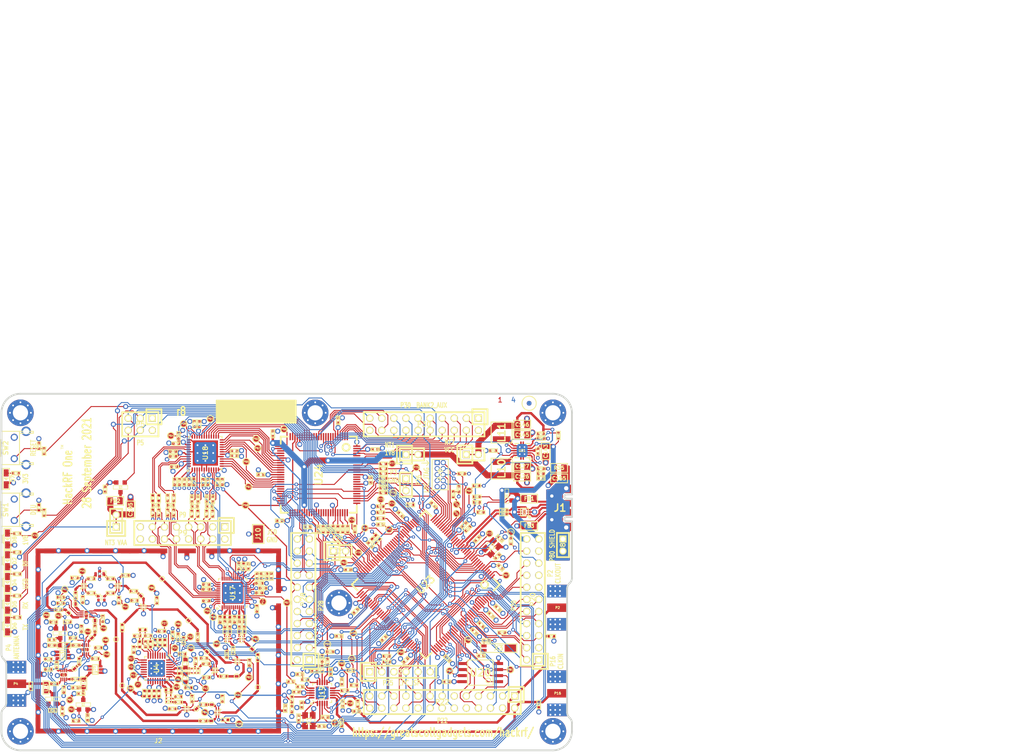
<source format=kicad_pcb>
(kicad_pcb (version 20171130) (host pcbnew 5.1.5+dfsg1-2build2)
  (title_block (title "HackRF One") (date 2021-09-28) (rev r8) (company "Copyright 2012-2020 Great Scott Gadgets") (comment 1 "Michael Ossmann") (comment 2 "Licensed under the CERN-OHL-P v2"))
  (layers (0 C1F signal) (1 C2 signal) (2 C3 signal) (31 C4B signal) (34 B.Paste user) (35 F.Paste user) (36 B.SilkS user) (37 F.SilkS user) (38 B.Mask user hide) (39 F.Mask user hide) (44 Edge.Cuts user))
  (net 0 "")
  (net 1 !MIX_BYPASS)
  (net 2 !RX_AMP_PWR)
  (net 3 !TX_AMP_PWR)
  (net 4 !VAA_ENABLE)
  (net 5 /baseband/CLK0)
  (net 6 /baseband/CLK1)
  (net 7 /baseband/CLK2)
  (net 8 /baseband/CLK3)
  (net 9 /baseband/CLK5)
  (net 10 /baseband/COM)
  (net 11 /baseband/CPOUT+)
  (net 12 /baseband/CPOUT-)
  (net 13 /baseband/IA+)
  (net 14 /baseband/IA-)
  (net 15 /baseband/ID+)
  (net 16 /baseband/ID-)
  (net 17 /baseband/INTR)
  (net 18 /baseband/OEB)
  (net 19 /baseband/QA+)
  (net 20 /baseband/QA-)
  (net 21 /baseband/QD+)
  (net 22 /baseband/QD-)
  (net 23 /baseband/REFN)
  (net 24 /baseband/REFP)
  (net 25 /baseband/RXBBI+)
  (net 26 /baseband/RXBBI-)
  (net 27 /baseband/RXBBQ+)
  (net 28 /baseband/RXBBQ-)
  (net 29 /baseband/TXBBI+)
  (net 30 /baseband/TXBBI-)
  (net 31 /baseband/TXBBQ+)
  (net 32 /baseband/TXBBQ-)
  (net 33 /baseband/XA)
  (net 34 /baseband/XB)
  (net 35 /baseband/XCVR_CLKOUT)
  (net 36 /baseband/XTAL2)
  (net 37 /frontend/!ANT_BIAS)
  (net 38 /frontend/REF_IN)
  (net 39 /frontend/RX_AMP_OUT)
  (net 40 /frontend/TX_AMP_IN)
  (net 41 /frontend/TX_AMP_OUT)
  (net 42 /mcu/usb/power/ADC0_0)
  (net 43 /mcu/usb/power/ADC0_2)
  (net 44 /mcu/usb/power/ADC0_5)
  (net 45 /mcu/usb/power/ADC0_6)
  (net 46 /mcu/usb/power/B1AUX13)
  (net 47 /mcu/usb/power/B1AUX14)
  (net 48 /mcu/usb/power/B2AUX1)
  (net 49 /mcu/usb/power/B2AUX10)
  (net 50 /mcu/usb/power/B2AUX11)
  (net 51 /mcu/usb/power/B2AUX12)
  (net 52 /mcu/usb/power/B2AUX13)
  (net 53 /mcu/usb/power/B2AUX14)
  (net 54 /mcu/usb/power/B2AUX15)
  (net 55 /mcu/usb/power/B2AUX16)
  (net 56 /mcu/usb/power/B2AUX2)
  (net 57 /mcu/usb/power/B2AUX3)
  (net 58 /mcu/usb/power/B2AUX4)
  (net 59 /mcu/usb/power/B2AUX5)
  (net 60 /mcu/usb/power/B2AUX6)
  (net 61 /mcu/usb/power/B2AUX7)
  (net 62 /mcu/usb/power/B2AUX8)
  (net 63 /mcu/usb/power/B2AUX9)
  (net 64 /mcu/usb/power/BANK2F3M1)
  (net 65 /mcu/usb/power/BANK2F3M10)
  (net 66 /mcu/usb/power/BANK2F3M11)
  (net 67 /mcu/usb/power/BANK2F3M12)
  (net 68 /mcu/usb/power/BANK2F3M14)
  (net 69 /mcu/usb/power/BANK2F3M15)
  (net 70 /mcu/usb/power/BANK2F3M16)
  (net 71 /mcu/usb/power/BANK2F3M2)
  (net 72 /mcu/usb/power/BANK2F3M3)
  (net 73 /mcu/usb/power/BANK2F3M4)
  (net 74 /mcu/usb/power/BANK2F3M5)
  (net 75 /mcu/usb/power/BANK2F3M6)
  (net 76 /mcu/usb/power/BANK2F3M7)
  (net 77 /mcu/usb/power/BANK2F3M8)
  (net 78 /mcu/usb/power/BANK2F3M9)
  (net 79 /mcu/usb/power/CPLD_TCK)
  (net 80 /mcu/usb/power/CPLD_TDI)
  (net 81 /mcu/usb/power/CPLD_TDO)
  (net 82 /mcu/usb/power/CPLD_TMS)
  (net 83 /mcu/usb/power/DBGEN)
  (net 84 /mcu/usb/power/DM)
  (net 85 /mcu/usb/power/DP)
  (net 86 /mcu/usb/power/EN1V8)
  (net 87 /mcu/usb/power/GCK0)
  (net 88 /mcu/usb/power/GPIO3_10)
  (net 89 /mcu/usb/power/GPIO3_11)
  (net 90 /mcu/usb/power/GPIO3_12)
  (net 91 /mcu/usb/power/GPIO3_13)
  (net 92 /mcu/usb/power/GPIO3_14)
  (net 93 /mcu/usb/power/GPIO3_15)
  (net 94 /mcu/usb/power/GPIO3_8)
  (net 95 /mcu/usb/power/GPIO3_9)
  (net 96 /mcu/usb/power/GP_CLKIN)
  (net 97 /mcu/usb/power/I2C1_SCL)
  (net 98 /mcu/usb/power/I2C1_SDA)
  (net 99 /mcu/usb/power/I2S0_RX_MCLK)
  (net 100 /mcu/usb/power/I2S0_RX_SCK)
  (net 101 /mcu/usb/power/I2S0_RX_SDA)
  (net 102 /mcu/usb/power/I2S0_RX_WS)
  (net 103 /mcu/usb/power/I2S0_TX_MCLK)
  (net 104 /mcu/usb/power/I2S0_TX_SCK)
  (net 105 /mcu/usb/power/ISP)
  (net 106 /mcu/usb/power/LED1)
  (net 107 /mcu/usb/power/LED2)
  (net 108 /mcu/usb/power/LED3)
  (net 109 /mcu/usb/power/P1_1)
  (net 110 /mcu/usb/power/P1_2)
  (net 111 /mcu/usb/power/P2_13)
  (net 112 /mcu/usb/power/P2_8)
  (net 113 /mcu/usb/power/P2_9)
  (net 114 /mcu/usb/power/REG_OUT1)
  (net 115 /mcu/usb/power/REG_OUT2)
  (net 116 /mcu/usb/power/RESET)
  (net 117 /mcu/usb/power/RREF)
  (net 118 /mcu/usb/power/RTCX1)
  (net 119 /mcu/usb/power/RTCX2)
  (net 120 /mcu/usb/power/RTC_ALARM)
  (net 121 /mcu/usb/power/SD_CD)
  (net 122 /mcu/usb/power/SD_CLK)
  (net 123 /mcu/usb/power/SD_CMD)
  (net 124 /mcu/usb/power/SD_DAT0)
  (net 125 /mcu/usb/power/SD_DAT1)
  (net 126 /mcu/usb/power/SD_DAT2)
  (net 127 /mcu/usb/power/SD_DAT3)
  (net 128 /mcu/usb/power/SD_POW)
  (net 129 /mcu/usb/power/SD_VOLT0)
  (net 130 /mcu/usb/power/SGPIO0)
  (net 131 /mcu/usb/power/SGPIO1)
  (net 132 /mcu/usb/power/SGPIO10)
  (net 133 /mcu/usb/power/SGPIO11)
  (net 134 /mcu/usb/power/SGPIO12)
  (net 135 /mcu/usb/power/SGPIO13)
  (net 136 /mcu/usb/power/SGPIO14)
  (net 137 /mcu/usb/power/SGPIO15)
  (net 138 /mcu/usb/power/SGPIO2)
  (net 139 /mcu/usb/power/SGPIO3)
  (net 140 /mcu/usb/power/SGPIO4)
  (net 141 /mcu/usb/power/SGPIO5)
  (net 142 /mcu/usb/power/SGPIO6)
  (net 143 /mcu/usb/power/SGPIO7)
  (net 144 /mcu/usb/power/SGPIO9)
  (net 145 /mcu/usb/power/SPIFI_CS)
  (net 146 /mcu/usb/power/SPIFI_CIPO)
  (net 147 /mcu/usb/power/SPIFI_COPI)
  (net 148 /mcu/usb/power/SPIFI_SCK)
  (net 149 /mcu/usb/power/SPIFI_SIO2)
  (net 150 /mcu/usb/power/SPIFI_SIO3)
  (net 151 /mcu/usb/power/TCK)
  (net 152 /mcu/usb/power/TDI)
  (net 153 /mcu/usb/power/TDO)
  (net 154 /mcu/usb/power/TMS)
  (net 155 /mcu/usb/power/U0_RXD)
  (net 156 /mcu/usb/power/U0_TXD)
  (net 157 /mcu/usb/power/USB_SHIELD)
  (net 158 /mcu/usb/power/VBAT)
  (net 159 /mcu/usb/power/VBUS)
  (net 160 /mcu/usb/power/VBUSCTRL)
  (net 161 /mcu/usb/power/VIN)
  (net 162 /mcu/usb/power/VREGMODE)
  (net 163 /mcu/usb/power/WAKEUP)
  (net 164 /mcu/usb/power/XTAL1)
  (net 165 /mcu/usb/power/XTAL2)
  (net 166 AMP_BYPASS)
  (net 167 CLK6)
  (net 168 CLKIN)
  (net 169 CLKOUT)
  (net 170 CS_AD)
  (net 171 CS_XCVR)
  (net 172 DA0)
  (net 173 DA1)
  (net 174 DA2)
  (net 175 DA3)
  (net 176 DA4)
  (net 177 DA5)
  (net 178 DA6)
  (net 179 DA7)
  (net 180 DD0)
  (net 181 DD1)
  (net 182 DD2)
  (net 183 DD3)
  (net 184 DD4)
  (net 185 DD5)
  (net 186 DD6)
  (net 187 DD7)
  (net 188 DD8)
  (net 189 DD9)
  (net 190 GCK1)
  (net 191 GCK2)
  (net 192 GND)
  (net 193 HP)
  (net 194 LP)
  (net 195 MCU_CLK)
  (net 196 MIXER_ENX)
  (net 197 MIXER_RESETX)
  (net 198 MIXER_SCLK)
  (net 199 MIXER_SDATA)
  (net 200 MIX_BYPASS)
  (net 201 MIX_CLK)
  (net 202 RSSI)
  (net 203 RX)
  (net 204 RXENABLE)
  (net 205 RX_AMP)
  (net 206 RX_IF)
  (net 207 RX_MIX_BP)
  (net 208 SCL)
  (net 209 SDA)
  (net 210 SGPIO_CLK)
  (net 211 SSP1_CIPO)
  (net 212 SSP1_COPI)
  (net 213 SSP1_SCK)
  (net 214 TXENABLE)
  (net 215 TX_AMP)
  (net 216 TX_IF)
  (net 217 TX_MIX_BP)
  (net 218 VAA)
  (net 219 VCC)
  (net 220 XCVR_EN)
  (net 221 "Net-(C8-Pad2)")
  (net 222 "Net-(C9-Pad2)")
  (net 223 "Net-(C9-Pad1)")
  (net 224 "Net-(C12-Pad1)")
  (net 225 "Net-(C13-Pad1)")
  (net 226 "Net-(C14-Pad2)")
  (net 227 "Net-(C14-Pad1)")
  (net 228 "Net-(C15-Pad2)")
  (net 229 "Net-(C17-Pad2)")
  (net 230 "Net-(C17-Pad1)")
  (net 231 "Net-(C18-Pad2)")
  (net 232 "Net-(C18-Pad1)")
  (net 233 "Net-(C20-Pad2)")
  (net 234 "Net-(C20-Pad1)")
  (net 235 "Net-(C21-Pad2)")
  (net 236 "Net-(C21-Pad1)")
  (net 237 "Net-(C23-Pad2)")
  (net 238 "Net-(C23-Pad1)")
  (net 239 "Net-(C25-Pad1)")
  (net 240 "Net-(C26-Pad2)")
  (net 241 "Net-(C26-Pad1)")
  (net 242 "Net-(C27-Pad2)")
  (net 243 "Net-(C27-Pad1)")
  (net 244 "Net-(C28-Pad2)")
  (net 245 "Net-(C28-Pad1)")
  (net 246 "Net-(C31-Pad2)")
  (net 247 "Net-(C31-Pad1)")
  (net 248 "Net-(C32-Pad2)")
  (net 249 "Net-(C32-Pad1)")
  (net 250 "Net-(C43-Pad2)")
  (net 251 "Net-(C43-Pad1)")
  (net 252 "Net-(C44-Pad2)")
  (net 253 "Net-(C44-Pad1)")
  (net 254 "Net-(C46-Pad2)")
  (net 255 "Net-(C46-Pad1)")
  (net 256 "Net-(C48-Pad1)")
  (net 257 "Net-(C49-Pad2)")
  (net 258 "Net-(C50-Pad1)")
  (net 259 "Net-(C51-Pad2)")
  (net 260 "Net-(C51-Pad1)")
  (net 261 "Net-(C163-Pad2)")
  (net 262 "Net-(C58-Pad2)")
  (net 263 "Net-(C59-Pad2)")
  (net 264 "Net-(C61-Pad2)")
  (net 265 "Net-(C61-Pad1)")
  (net 266 "Net-(C62-Pad2)")
  (net 267 "Net-(C64-Pad2)")
  (net 268 "Net-(C64-Pad1)")
  (net 269 "Net-(C99-Pad2)")
  (net 270 "Net-(C99-Pad1)")
  (net 271 "Net-(C102-Pad2)")
  (net 272 "Net-(C102-Pad1)")
  (net 273 "Net-(C104-Pad2)")
  (net 274 "Net-(C104-Pad1)")
  (net 275 "Net-(C105-Pad1)")
  (net 276 "Net-(C106-Pad1)")
  (net 277 "Net-(C111-Pad2)")
  (net 278 "Net-(C111-Pad1)")
  (net 279 "Net-(C114-Pad2)")
  (net 280 "Net-(C114-Pad1)")
  (net 281 "Net-(C125-Pad2)")
  (net 282 "Net-(C160-Pad1)")
  (net 283 "Net-(D2-Pad2)")
  (net 284 "Net-(D4-Pad2)")
  (net 285 "Net-(D5-Pad2)")
  (net 286 "Net-(D6-Pad2)")
  (net 287 "Net-(D7-Pad2)")
  (net 288 "Net-(D8-Pad2)")
  (net 289 "Net-(FB1-Pad1)")
  (net 290 "Net-(FB2-Pad1)")
  (net 291 "Net-(FB3-Pad1)")
  (net 292 "Net-(J1-Pad4)")
  (net 293 "Net-(J1-Pad3)")
  (net 294 "Net-(J1-Pad2)")
  (net 295 "Net-(L1-Pad2)")
  (net 296 "Net-(L1-Pad1)")
  (net 297 "Net-(L2-Pad1)")
  (net 298 "Net-(L3-Pad1)")
  (net 299 "Net-(L10-Pad1)")
  (net 300 "Net-(L11-Pad2)")
  (net 301 "Net-(L13-Pad1)")
  (net 302 "Net-(P6-Pad1)")
  (net 303 "Net-(P7-Pad1)")
  (net 304 "Net-(P17-Pad1)")
  (net 305 "Net-(P19-Pad1)")
  (net 306 "Net-(P24-Pad1)")
  (net 307 "Net-(R4-Pad2)")
  (net 308 "Net-(R30-Pad2)")
  (net 309 "Net-(R19-Pad2)")
  (net 310 "Net-(R51-Pad1)")
  (net 311 "Net-(R52-Pad2)")
  (net 312 "Net-(R55-Pad2)")
  (net 313 "Net-(R62-Pad1)")
  (net 314 /frontend/RX_AMP_IN)
  (net 315 +1V8)
  (module hackrf:GSG-SHIELD-BMI-S-230 (layer C1F) (at 93 152)
    (fp_text reference J2 (at 0 21) (layer F.SilkS) (effects (font (size 1.016 1.016) (thickness 0.2032))))
    (fp_text value RF-SHIELD-FRAME hide)
    (pad 0 smd rect (at -23.875 18.95) (size 3.85 1) (layers C1F F.Mask) (net 192 GND))
    (pad 0 smd rect (at -18 18.95) (size 3.8 1) (layers C1F F.Mask) (net 192 GND))
    (pad 0 smd rect (at -12 18.95) (size 3.8 1) (layers C1F F.Mask) (net 192 GND))
    (pad 0 smd rect (at -6 18.95) (size 3.8 1) (layers C1F F.Mask) (net 192 GND))
    (pad 0 smd rect (at 0 18.95) (size 3.8 1) (layers C1F F.Mask) (net 192 GND))
    (pad 0 smd rect (at 6 18.95) (size 3.8 1) (layers C1F F.Mask) (net 192 GND))
    (pad 0 smd rect (at 12 18.95) (size 3.8 1) (layers C1F F.Mask) (net 192 GND))
    (pad 0 smd rect (at 18 18.95) (size 3.8 1) (layers C1F F.Mask) (net 192 GND))
    (pad 0 smd rect (at 23.875 18.95) (size 3.85 1) (layers C1F F.Mask) (net 192 GND))
    (pad 0 smd rect (at 25.3 17.775 90) (size 3.35 1) (layers C1F F.Mask) (net 192 GND))
    (pad 0 smd rect (at 25.3 12 90) (size 3.8 1) (layers C1F F.Mask) (net 192 GND))
    (pad 0 smd rect (at 25.3 6 90) (size 3.8 1) (layers C1F F.Mask) (net 192 GND))
    (pad 0 smd rect (at 25.3 0 90) (size 3.8 1) (layers C1F F.Mask) (net 192 GND))
    (pad 0 smd rect (at 25.3 -6 90) (size 3.8 1) (layers C1F F.Mask) (net 192 GND))
    (pad 0 smd rect (at 25.3 -12 90) (size 3.8 1) (layers C1F F.Mask) (net 192 GND))
    (pad 0 smd rect (at 25.3 -17.775 90) (size 3.35 1) (layers C1F F.Mask) (net 192 GND))
    (pad 0 smd rect (at 23.875 -18.95) (size 3.85 1) (layers C1F F.Mask) (net 192 GND))
    (pad 0 smd rect (at 18 -18.95) (size 3.8 1) (layers C1F F.Mask) (net 192 GND))
    (pad 0 smd rect (at 12 -18.95) (size 3.8 1) (layers C1F F.Mask) (net 192 GND))
    (pad 0 smd rect (at 6 -18.95) (size 3.8 1) (layers C1F F.Mask) (net 192 GND))
    (pad 0 smd rect (at 0 -18.95) (size 3.8 1) (layers C1F F.Mask) (net 192 GND))
    (pad 0 smd rect (at -6 -18.95) (size 3.8 1) (layers C1F F.Mask) (net 192 GND))
    (pad 0 smd rect (at -12 -18.95) (size 3.8 1) (layers C1F F.Mask) (net 192 GND))
    (pad 0 smd rect (at -18 -18.95) (size 3.8 1) (layers C1F F.Mask) (net 192 GND))
    (pad 0 smd rect (at -23.875 -18.95) (size 3.85 1) (layers C1F F.Mask) (net 192 GND))
    (pad 0 smd rect (at -25.3 -17.775 90) (size 3.35 1) (layers C1F F.Mask) (net 192 GND))
    (pad 0 smd rect (at -25.3 -12 90) (size 3.8 1) (layers C1F F.Mask) (net 192 GND))
    (pad 0 smd rect (at -25.3 -6 90) (size 3.8 1) (layers C1F F.Mask) (net 192 GND))
    (pad 0 smd rect (at -25.3 0 90) (size 3.8 1) (layers C1F F.Mask) (net 192 GND))
    (pad 0 smd rect (at -25.3 6 90) (size 3.8 1) (layers C1F F.Mask) (net 192 GND))
    (pad 0 smd rect (at -25.3 12 90) (size 3.8 1) (layers C1F F.Mask) (net 192 GND))
    (pad 0 smd rect (at -25.3 17.775 90) (size 3.35 1) (layers C1F F.Mask) (net 192 GND))
  )
  (module gsg-modules:SKY13350-385LF (layer C1F) (at 109.6285 156.2753)
    (fp_text reference U11 (at 0 0) (layer F.SilkS) (effects (font (size 0.50038 0.29972) (thickness 0.0762))))
    (fp_text value SKY13453 hide)
    (pad 2 smd rect (at -0.6435 0.24892) (size 0.645 0.23) (layers C1F F.Paste F.Mask) (net 250 "Net-(C43-Pad2)"))
    (pad 6 smd rect (at 0 -0.552) (size 0.3 0.813) (layers C1F F.Paste F.Mask) (net 256 "Net-(C48-Pad1)"))
    (pad 5 smd rect (at 0.6435 -0.24892) (size 0.645 0.23) (layers C1F F.Paste F.Mask) (net 200 MIX_BYPASS))
    (pad 4 smd rect (at 0.6435 0.24892) (size 0.645 0.23) (layers C1F F.Paste F.Mask) (net 260 "Net-(C51-Pad1)"))
    (pad 3 smd rect (at 0 0.552) (size 0.3 0.813) (layers C1F F.Paste F.Mask) (net 192 GND))
    (pad 1 smd rect (at -0.6435 -0.24892) (size 0.645 0.23) (layers C1F F.Paste F.Mask) (net 218 VAA))
  )
  (module gsg-modules:SKY13350-385LF (layer C1F) (at 104.9634 158.164 90)
    (fp_text reference U10 (at 0 0 90) (layer F.SilkS) (effects (font (size 0.50038 0.29972) (thickness 0.0762))))
    (fp_text value SKY13453 hide)
    (pad 2 smd rect (at -0.6435 0.24892 90) (size 0.645 0.23) (layers C1F F.Paste F.Mask) (net 259 "Net-(C51-Pad2)"))
    (pad 6 smd rect (at 0 -0.552 90) (size 0.3 0.813) (layers C1F F.Paste F.Mask) (net 255 "Net-(C46-Pad1)"))
    (pad 5 smd rect (at 0.6435 -0.24892 90) (size 0.645 0.23) (layers C1F F.Paste F.Mask) (net 203 RX))
    (pad 4 smd rect (at 0.6435 0.24892 90) (size 0.645 0.23) (layers C1F F.Paste F.Mask) (net 238 "Net-(C23-Pad1)"))
    (pad 3 smd rect (at 0 0.552 90) (size 0.3 0.813) (layers C1F F.Paste F.Mask) (net 192 GND))
    (pad 1 smd rect (at -0.6435 -0.24892 90) (size 0.645 0.23) (layers C1F F.Paste F.Mask) (net 218 VAA))
  )
  (module gsg-modules:SKY13350-385LF (layer C1F) (at 98.9704 166.2726)
    (fp_text reference U7 (at 0 0) (layer F.SilkS) (effects (font (size 0.50038 0.29972) (thickness 0.0762))))
    (fp_text value SKY13453 hide)
    (pad 2 smd rect (at -0.6435 0.24892) (size 0.645 0.23) (layers C1F F.Paste F.Mask) (net 223 "Net-(C9-Pad1)"))
    (pad 6 smd rect (at 0 -0.552) (size 0.3 0.813) (layers C1F F.Paste F.Mask) (net 244 "Net-(C28-Pad2)"))
    (pad 5 smd rect (at 0.6435 -0.24892) (size 0.645 0.23) (layers C1F F.Paste F.Mask) (net 203 RX))
    (pad 4 smd rect (at 0.6435 0.24892) (size 0.645 0.23) (layers C1F F.Paste F.Mask) (net 235 "Net-(C21-Pad2)"))
    (pad 3 smd rect (at 0 0.552) (size 0.3 0.813) (layers C1F F.Paste F.Mask) (net 192 GND))
    (pad 1 smd rect (at -0.6435 -0.24892) (size 0.645 0.23) (layers C1F F.Paste F.Mask) (net 218 VAA))
  )
  (module gsg-modules:SKY13350-385LF (layer C1F) (at 84.4598 140.4142 270)
    (fp_text reference U6 (at 0 0 90) (layer F.SilkS) (effects (font (size 0.50038 0.29972) (thickness 0.0762))))
    (fp_text value SKY13453 hide)
    (pad 2 smd rect (at -0.6435 0.24892 270) (size 0.645 0.23) (layers C1F F.Paste F.Mask) (net 242 "Net-(C27-Pad2)"))
    (pad 6 smd rect (at 0 -0.552 270) (size 0.3 0.813) (layers C1F F.Paste F.Mask) (net 234 "Net-(C20-Pad1)"))
    (pad 5 smd rect (at 0.6435 -0.24892 270) (size 0.645 0.23) (layers C1F F.Paste F.Mask) (net 193 HP))
    (pad 4 smd rect (at 0.6435 0.24892 270) (size 0.645 0.23) (layers C1F F.Paste F.Mask) (net 229 "Net-(C17-Pad2)"))
    (pad 3 smd rect (at 0 0.552 270) (size 0.3 0.813) (layers C1F F.Paste F.Mask) (net 192 GND))
    (pad 1 smd rect (at -0.6435 -0.24892 270) (size 0.645 0.23) (layers C1F F.Paste F.Mask) (net 218 VAA))
  )
  (module gsg-modules:SKY13350-385LF (layer C1F) (at 77.3478 140.4142 90)
    (fp_text reference U5 (at 0 0 90) (layer F.SilkS) (effects (font (size 0.50038 0.29972) (thickness 0.0762))))
    (fp_text value SKY13453 hide)
    (pad 2 smd rect (at -0.6435 0.24892 90) (size 0.645 0.23) (layers C1F F.Paste F.Mask) (net 232 "Net-(C18-Pad1)"))
    (pad 6 smd rect (at 0 -0.552 90) (size 0.3 0.813) (layers C1F F.Paste F.Mask) (net 246 "Net-(C31-Pad2)"))
    (pad 5 smd rect (at 0.6435 -0.24892 90) (size 0.645 0.23) (layers C1F F.Paste F.Mask) (net 194 LP))
    (pad 4 smd rect (at 0.6435 0.24892 90) (size 0.645 0.23) (layers C1F F.Paste F.Mask) (net 240 "Net-(C26-Pad2)"))
    (pad 3 smd rect (at 0 0.552 90) (size 0.3 0.813) (layers C1F F.Paste F.Mask) (net 192 GND))
    (pad 1 smd rect (at -0.6435 -0.24892 90) (size 0.645 0.23) (layers C1F F.Paste F.Mask) (net 218 VAA))
  )
  (module gsg-modules:SKY13350-385LF (layer C1F) (at 89.8858 144.8786)
    (fp_text reference U2 (at 0 0) (layer F.SilkS) (effects (font (size 0.50038 0.29972) (thickness 0.0762))))
    (fp_text value SKY13453 hide)
    (pad 2 smd rect (at -0.6435 0.24892) (size 0.645 0.23) (layers C1F F.Paste F.Mask) (net 222 "Net-(C9-Pad2)"))
    (pad 6 smd rect (at 0 -0.552) (size 0.3 0.813) (layers C1F F.Paste F.Mask) (net 233 "Net-(C20-Pad2)"))
    (pad 5 smd rect (at 0.6435 -0.24892) (size 0.645 0.23) (layers C1F F.Paste F.Mask) (net 203 RX))
    (pad 4 smd rect (at 0.6435 0.24892) (size 0.645 0.23) (layers C1F F.Paste F.Mask) (net 237 "Net-(C23-Pad2)"))
    (pad 3 smd rect (at 0 0.552) (size 0.3 0.813) (layers C1F F.Paste F.Mask) (net 192 GND))
    (pad 1 smd rect (at -0.6435 -0.24892) (size 0.645 0.23) (layers C1F F.Paste F.Mask) (net 218 VAA))
  )
  (module gsg-modules:SKY13350-385LF (layer C1F) (at 105.433 167.0522 270)
    (fp_text reference U1 (at 0 0 90) (layer F.SilkS) (effects (font (size 0.50038 0.29972) (thickness 0.0762))))
    (fp_text value SKY13453 hide)
    (pad 2 smd rect (at -0.6435 0.24892 270) (size 0.645 0.23) (layers C1F F.Paste F.Mask) (net 236 "Net-(C21-Pad1)"))
    (pad 6 smd rect (at 0 -0.552 270) (size 0.3 0.813) (layers C1F F.Paste F.Mask) (net 221 "Net-(C8-Pad2)"))
    (pad 5 smd rect (at 0.6435 -0.24892 270) (size 0.645 0.23) (layers C1F F.Paste F.Mask) (net 1 !MIX_BYPASS))
    (pad 4 smd rect (at 0.6435 0.24892 270) (size 0.645 0.23) (layers C1F F.Paste F.Mask) (net 249 "Net-(C32-Pad1)"))
    (pad 3 smd rect (at 0 0.552 270) (size 0.3 0.813) (layers C1F F.Paste F.Mask) (net 192 GND))
    (pad 1 smd rect (at -0.6435 -0.24892 270) (size 0.645 0.23) (layers C1F F.Paste F.Mask) (net 218 VAA))
  )
  (module gsg-modules:HEADER-1x2-SHORTED (layer C1F) (at 84.13 126.74 90)
    (fp_text reference NT3 (at 0 0 90) (layer F.SilkS) (effects (font (size 1.016 1.016) (thickness 0.2032))))
    (fp_text value VAA hide)
    (fp_poly (pts (xy 0.762 0.127) (xy -0.762 0.127) (xy -0.762 -0.127) (xy 0.762 -0.127)) (layer C1F) (width 0))
    (pad 1 thru_hole rect (at -1.27 0 90) (size 1.524 1.524) (drill 1.016) (layers *.Cu *.Mask F.SilkS) (net 218 VAA))
    (pad 2 thru_hole circle (at 1.27 0 90) (size 1.524 1.524) (drill 1.016) (layers *.Cu *.Mask F.SilkS) (net 275 "Net-(C105-Pad1)"))
  )
  (module gsg-modules:HEADER-1x2-SHORTED (layer C1F) (at 159.06 112.77)
    (fp_text reference NT2 (at 0 0) (layer F.SilkS) (effects (font (size 1.016 1.016) (thickness 0.2032))))
    (fp_text value VCC hide)
    (fp_poly (pts (xy 0.762 0.127) (xy -0.762 0.127) (xy -0.762 -0.127) (xy 0.762 -0.127)) (layer C1F) (width 0))
    (pad 1 thru_hole rect (at -1.27 0) (size 1.524 1.524) (drill 1.016) (layers *.Cu *.Mask F.SilkS) (net 219 VCC))
    (pad 2 thru_hole circle (at 1.27 0) (size 1.524 1.524) (drill 1.016) (layers *.Cu *.Mask F.SilkS) (net 114 /mcu/usb/power/REG_OUT1))
  )
  (module gsg-modules:HEADER-1x2-SHORTED (layer C1F) (at 146.36 112.77)
    (fp_text reference NT1 (at 0 0) (layer F.SilkS) (effects (font (size 1.016 1.016) (thickness 0.2032))))
    (fp_text value 1V8 hide)
    (fp_poly (pts (xy 0.762 0.127) (xy -0.762 0.127) (xy -0.762 -0.127) (xy 0.762 -0.127)) (layer C1F) (width 0))
    (pad 1 thru_hole rect (at -1.27 0) (size 1.524 1.524) (drill 1.016) (layers *.Cu *.Mask F.SilkS) (net 315 +1V8))
    (pad 2 thru_hole circle (at 1.27 0) (size 1.524 1.524) (drill 1.016) (layers *.Cu *.Mask F.SilkS) (net 115 /mcu/usb/power/REG_OUT2))
  )
  (module gsg-modules:SOT23-3 (layer C1F) (at 166.299 121.5584 270)
    (fp_text reference Q5 (at 0 0 90) (layer F.SilkS) (effects (font (size 0.4572 0.381) (thickness 0.09525))))
    (fp_text value MOSFET_P hide)
    (pad 3 smd rect (at 0 1.016 270) (size 0.9144 0.9144) (layers C1F F.Paste F.Mask) (net 161 /mcu/usb/power/VIN))
    (pad 1 smd rect (at 0.889 -1.016 270) (size 0.9144 0.9144) (layers C1F F.Paste F.Mask) (net 160 /mcu/usb/power/VBUSCTRL))
    (pad 2 smd rect (at -0.889 -1.016 270) (size 0.9144 0.9144) (layers C1F F.Paste F.Mask) (net 159 /mcu/usb/power/VBUS))
  )
  (module gsg-modules:SOT23-3 (layer C1F) (at 70.8 164.2 180)
    (fp_text reference Q4 (at 0 0) (layer F.SilkS) (effects (font (size 0.4572 0.381) (thickness 0.09525))))
    (fp_text value MOSFET_P hide)
    (pad 3 smd rect (at 0 1.016 180) (size 0.9144 0.9144) (layers C1F F.Paste F.Mask) (net 301 "Net-(L13-Pad1)"))
    (pad 1 smd rect (at 0.889 -1.016 180) (size 0.9144 0.9144) (layers C1F F.Paste F.Mask) (net 37 /frontend/!ANT_BIAS))
    (pad 2 smd rect (at -0.889 -1.016 180) (size 0.9144 0.9144) (layers C1F F.Paste F.Mask) (net 218 VAA))
  )
  (module gsg-modules:SOT23-3 (layer C1F) (at 85.0444 119.6788)
    (fp_text reference Q3 (at 0 0) (layer F.SilkS) (effects (font (size 0.4572 0.381) (thickness 0.09525))))
    (fp_text value MOSFET_P hide)
    (pad 3 smd rect (at 0 1.016) (size 0.9144 0.9144) (layers C1F F.Paste F.Mask) (net 290 "Net-(FB2-Pad1)"))
    (pad 1 smd rect (at 0.889 -1.016) (size 0.9144 0.9144) (layers C1F F.Paste F.Mask) (net 4 !VAA_ENABLE))
    (pad 2 smd rect (at -0.889 -1.016) (size 0.9144 0.9144) (layers C1F F.Paste F.Mask) (net 219 VCC))
  )
  (module gsg-modules:SOT23-3 (layer C1F) (at 77.2167 165.3908 180)
    (fp_text reference Q2 (at 0 0) (layer F.SilkS) (effects (font (size 0.4572 0.381) (thickness 0.09525))))
    (fp_text value MOSFET_P hide)
    (pad 3 smd rect (at 0 1.016 180) (size 0.9144 0.9144) (layers C1F F.Paste F.Mask) (net 282 "Net-(C160-Pad1)"))
    (pad 1 smd rect (at 0.889 -1.016 180) (size 0.9144 0.9144) (layers C1F F.Paste F.Mask) (net 3 !TX_AMP_PWR))
    (pad 2 smd rect (at -0.889 -1.016 180) (size 0.9144 0.9144) (layers C1F F.Paste F.Mask) (net 218 VAA))
  )
  (module gsg-modules:SOT23-3 (layer C1F) (at 72.376 150.38)
    (fp_text reference Q1 (at 0 0) (layer F.SilkS) (effects (font (size 0.4572 0.381) (thickness 0.09525))))
    (fp_text value MOSFET_P hide)
    (pad 3 smd rect (at 0 1.016) (size 0.9144 0.9144) (layers C1F F.Paste F.Mask) (net 261 "Net-(C163-Pad2)"))
    (pad 1 smd rect (at 0.889 -1.016) (size 0.9144 0.9144) (layers C1F F.Paste F.Mask) (net 2 !RX_AMP_PWR))
    (pad 2 smd rect (at -0.889 -1.016) (size 0.9144 0.9144) (layers C1F F.Paste F.Mask) (net 218 VAA))
  )
  (module hackrf:GSG-QFN20-4 (layer C1F) (at 127.4692 162.926 90)
    (fp_text reference U19 (at 0 0 90) (layer F.SilkS) (effects (font (size 1.00076 1.00076) (thickness 0.2032))))
    (fp_text value SI5351C hide)
    (pad 1 smd oval (at -2.2 -1 90) (size 1.2 0.32) (layers C1F F.Paste F.Mask) (net 33 /baseband/XA))
    (pad 2 smd oval (at -2.2 -0.5 90) (size 1.2 0.32) (layers C1F F.Paste F.Mask) (net 34 /baseband/XB))
    (pad 3 smd oval (at -2.2 0 90) (size 1.2 0.32) (layers C1F F.Paste F.Mask) (net 17 /baseband/INTR))
    (pad 4 smd oval (at -2.2 0.5 90) (size 1.2 0.32) (layers C1F F.Paste F.Mask) (net 208 SCL))
    (pad 5 smd oval (at -2.2 1 90) (size 1.2 0.32) (layers C1F F.Paste F.Mask) (net 209 SDA))
    (pad 6 smd oval (at -1 2.2 180) (size 1.2 0.32) (layers C1F F.Paste F.Mask) (net 168 CLKIN))
    (pad 7 smd oval (at -0.5 2.2 180) (size 1.2 0.32) (layers C1F F.Paste F.Mask) (net 18 /baseband/OEB))
    (pad 8 smd oval (at 0 2.2 180) (size 1.2 0.32) (layers C1F F.Paste F.Mask) (net 8 /baseband/CLK3))
    (pad 9 smd oval (at 0.5 2.2 180) (size 1.2 0.32) (layers C1F F.Paste F.Mask) (net 7 /baseband/CLK2))
    (pad 10 smd oval (at 1 2.2 180) (size 1.2 0.32) (layers C1F F.Paste F.Mask) (net 219 VCC))
    (pad 11 smd oval (at 2.2 1 90) (size 1.2 0.32) (layers C1F F.Paste F.Mask) (net 219 VCC))
    (pad 12 smd oval (at 2.2 0.5 90) (size 1.2 0.32) (layers C1F F.Paste F.Mask) (net 6 /baseband/CLK1))
    (pad 13 smd oval (at 2.2 0 90) (size 1.2 0.32) (layers C1F F.Paste F.Mask) (net 5 /baseband/CLK0))
    (pad 14 smd oval (at 2.2 -0.5 90) (size 1.2 0.32) (layers C1F F.Paste F.Mask) (net 219 VCC))
    (pad 15 smd oval (at 2.2 -1 90) (size 1.2 0.32) (layers C1F F.Paste F.Mask) (net 195 MCU_CLK))
    (pad 16 smd oval (at 1 -2.2 180) (size 1.2 0.32) (layers C1F F.Paste F.Mask) (net 167 CLK6))
    (pad 17 smd oval (at 0.5 -2.2 180) (size 1.2 0.32) (layers C1F F.Paste F.Mask) (net 9 /baseband/CLK5))
    (pad 18 smd oval (at 0 -2.2 180) (size 1.2 0.32) (layers C1F F.Paste F.Mask) (net 219 VCC))
    (pad 19 smd oval (at -0.5 -2.2 180) (size 1.2 0.32) (layers C1F F.Paste F.Mask) (net 201 MIX_CLK))
    (pad 20 smd oval (at -1 -2.2 180) (size 1.2 0.32) (layers C1F F.Paste F.Mask) (net 219 VCC))
    (pad 0 smd rect (at 0 0 90) (size 2.65 2.65) (layers C1F F.Mask) (net 192 GND))
    (pad 0 thru_hole circle (at 0 0 90) (size 0.6 0.6) (drill 0.35) (layers *.Cu B.Mask) (net 192 GND))
    (pad 0 thru_hole circle (at -0.66 -0.66 90) (size 0.6 0.6) (drill 0.35) (layers *.Cu B.Mask) (net 192 GND))
    (pad 0 thru_hole circle (at 0.66 -0.66 90) (size 0.6 0.6) (drill 0.35) (layers *.Cu B.Mask) (net 192 GND))
    (pad 0 thru_hole circle (at 0.66 0.66 90) (size 0.6 0.6) (drill 0.35) (layers *.Cu B.Mask) (net 192 GND))
    (pad 0 thru_hole circle (at -0.66 0.66 90) (size 0.6 0.6) (drill 0.35) (layers *.Cu B.Mask) (net 192 GND))
    (pad 0 smd rect (at -0.66 -0.66 90) (size 1.32 1.32) (layers C1F F.Paste) (net 192 GND))
    (pad 0 smd rect (at 0.66 -0.66 90) (size 1.32 1.32) (layers C1F F.Paste) (net 192 GND))
    (pad 0 smd rect (at -0.66 0.66 90) (size 1.32 1.32) (layers C1F F.Paste) (net 192 GND))
    (pad 0 smd rect (at 0.66 0.66 90) (size 1.32 1.32) (layers C1F F.Paste) (net 192 GND))
  )
  (module GSG-TESTPOINT-30MIL-MASKONLY (layer C1F) (at 89.31402 142.49908)
    (fp_text reference TESTPOINT-30MIL-MASKONLY hide)
    (fp_text value VAL** hide)
  )
  (module GSG-TESTPOINT-30MIL-MASKONLY (layer C1F) (at 84.1046 151.6574)
    (fp_text reference TESTPOINT-30MIL-MASKONLY hide)
    (fp_text value VAL** hide)
  )
  (module GSG-TESTPOINT-30MIL-MASKONLY (layer C1F) (at 75.57516 144.21358)
    (fp_text reference TESTPOINT-30MIL-MASKONLY hide)
    (fp_text value VAL** hide)
  )
  (module GSG-TESTPOINT-30MIL-MASKONLY (layer C1F) (at 74.0537 146.1516)
    (fp_text reference TESTPOINT-30MIL-MASKONLY hide)
    (fp_text value VAL** hide)
  )
  (module GSG-TESTPOINT-30MIL-MASKONLY (layer C1F) (at 93.782 138.932)
    (fp_text reference TESTPOINT-30MIL-MASKONLY hide)
    (fp_text value VAL** hide)
  )
  (module GSG-TESTPOINT-30MIL-MASKONLY (layer C1F) (at 85.4 161.3602)
    (fp_text reference TESTPOINT-30MIL-MASKONLY hide)
    (fp_text value VAL** hide)
  )
  (module GSG-TESTPOINT-30MIL-MASKONLY (layer C1F) (at 75.33894 157.8483)
    (fp_text reference TESTPOINT-30MIL-MASKONLY hide)
    (fp_text value VAL** hide)
  )
  (module GSG-TESTPOINT-30MIL-MASKONLY (layer C1F) (at 79.0321 151.36114)
    (fp_text reference TESTPOINT-30MIL-MASKONLY hide)
    (fp_text value VAL** hide)
  )
  (module GSG-TESTPOINT-30MIL-MASKONLY (layer C1F) (at 113.919 161.74974)
    (fp_text reference TESTPOINT-30MIL-MASKONLY hide)
    (fp_text value VAL** hide)
  )
  (module GSG-TESTPOINT-30MIL-MASKONLY (layer C1F) (at 104.11206 168.79824)
    (fp_text reference TESTPOINT-30MIL-MASKONLY hide)
    (fp_text value VAL** hide)
  )
  (module GSG-TESTPOINT-30MIL-MASKONLY (layer C1F) (at 104.25176 165.37432)
    (fp_text reference TESTPOINT-30MIL-MASKONLY hide)
    (fp_text value VAL** hide)
  )
  (module GSG-TESTPOINT-30MIL-MASKONLY (layer C1F) (at 101.0158 166.26332)
    (fp_text reference TESTPOINT-30MIL-MASKONLY hide)
    (fp_text value VAL** hide)
  )
  (module GSG-TESTPOINT-30MIL-MASKONLY (layer C1F) (at 79.6671 147.71116)
    (fp_text reference TESTPOINT-30MIL-MASKONLY hide)
    (fp_text value VAL** hide)
  )
  (module GSG-TESTPOINT-30MIL-MASKONLY (layer C1F) (at 109.47654 159.42564)
    (fp_text reference TESTPOINT-30MIL-MASKONLY hide)
    (fp_text value VAL** hide)
  )
  (module GSG-TESTPOINT-30MIL-MASKONLY (layer C1F) (at 99.36226 147.6883)
    (fp_text reference TESTPOINT-30MIL-MASKONLY hide)
    (fp_text value VAL** hide)
  )
  (module GSG-TESTPOINT-30MIL-MASKONLY (layer C1F) (at 103.23068 154.2796)
    (fp_text reference TESTPOINT-30MIL-MASKONLY hide)
    (fp_text value VAL** hide)
  )
  (module GSG-TESTPOINT-30MIL-MASKONLY (layer C1F) (at 112.71504 153.71064)
    (fp_text reference TESTPOINT-30MIL-MASKONLY hide)
    (fp_text value VAL** hide)
  )
  (module GSG-MARK1MM (layer C1F) (at 171 102)
    (fp_text reference MARK1MM hide)
    (fp_text value VAL** hide)
    (pad "" smd circle (at 0 0) (size 1 1) (layers *.Cu *.Mask))
  )
  (module gsg-modules:LTST-S220 (layer C1F) (at 61 117.9 270)
    (fp_text reference D7 (at 0 -1.4 270) (layer F.SilkS) (effects (font (size 0.762 0.762) (thickness 0.1905))))
    (fp_text value VCCLED hide)
    (pad 1 smd rect (at 1.25 0 270) (size 1.5 1) (layers C1F F.Paste F.Mask) (net 192 GND) (clearance 0.1778))
    (pad 2 smd rect (at -1.25 0 270) (size 1.5 1) (layers C1F F.Paste F.Mask) (net 287 "Net-(D7-Pad2)") (clearance 0.1778))
  )
  (module gsg-modules:LTST-S220 (layer C1F) (at 61.27 130.55 270)
    (fp_text reference D8 (at 0.15 -1.5 270) (layer F.SilkS) (effects (font (size 0.762 0.762) (thickness 0.1905))))
    (fp_text value 1V8LED hide)
    (pad 1 smd rect (at 1.25 0 270) (size 1.5 1) (layers C1F F.Paste F.Mask) (net 192 GND) (clearance 0.1778))
    (pad 2 smd rect (at -1.25 0 270) (size 1.5 1) (layers C1F F.Paste F.Mask) (net 288 "Net-(D8-Pad2)") (clearance 0.1778))
  )
  (module gsg-modules:LTST-S220 (layer C1F) (at 61.27 135.122 270)
    (fp_text reference D2 (at 0 -1.5 270) (layer F.SilkS) (effects (font (size 0.762 0.762) (thickness 0.1905))))
    (fp_text value VAALED hide)
    (pad 1 smd rect (at 1.25 0 270) (size 1.5 1) (layers C1F F.Paste F.Mask) (net 192 GND) (clearance 0.1778))
    (pad 2 smd rect (at -1.25 0 270) (size 1.5 1) (layers C1F F.Paste F.Mask) (net 283 "Net-(D2-Pad2)") (clearance 0.1778))
  )
  (module gsg-modules:LTST-S220 (layer C1F) (at 61.27 139.694 270)
    (fp_text reference D4 (at 0 -1.5 270) (layer F.SilkS) (effects (font (size 0.762 0.762) (thickness 0.1905))))
    (fp_text value USBLED hide)
    (pad 1 smd rect (at 1.25 0 270) (size 1.5 1) (layers C1F F.Paste F.Mask) (net 192 GND) (clearance 0.1778))
    (pad 2 smd rect (at -1.25 0 270) (size 1.5 1) (layers C1F F.Paste F.Mask) (net 284 "Net-(D4-Pad2)") (clearance 0.1778))
  )
  (module gsg-modules:LTST-S220 (layer C1F) (at 61.27 144.266 270)
    (fp_text reference D5 (at 0 -1.5 270) (layer F.SilkS) (effects (font (size 0.762 0.762) (thickness 0.1905))))
    (fp_text value RXLED hide)
    (pad 1 smd rect (at 1.25 0 270) (size 1.5 1) (layers C1F F.Paste F.Mask) (net 192 GND) (clearance 0.1778))
    (pad 2 smd rect (at -1.25 0 270) (size 1.5 1) (layers C1F F.Paste F.Mask) (net 285 "Net-(D5-Pad2)") (clearance 0.1778))
  )
  (module gsg-modules:LTST-S220 (layer C1F) (at 61.27 148.838 270)
    (fp_text reference D6 (at 0 -1.5 270) (layer F.SilkS) (effects (font (size 0.762 0.762) (thickness 0.1905))))
    (fp_text value TXLED hide)
    (pad 1 smd rect (at 1.25 0 270) (size 1.5 1) (layers C1F F.Paste F.Mask) (net 192 GND) (clearance 0.1778))
    (pad 2 smd rect (at -1.25 0 270) (size 1.5 1) (layers C1F F.Paste F.Mask) (net 286 "Net-(D6-Pad2)") (clearance 0.1778))
  )
  (module hackrf:GSG-0402 (layer C1F) (at 91.0964 163.0468 270)
    (fp_text reference C1 (at 0 0.0508 270) (layer F.SilkS) (effects (font (size 0.4064 0.4064) (thickness 0.1016))))
    (fp_text value 33pF hide)
    (pad 2 smd rect (at 0.5334 0 270) (size 0.508 0.5588) (layers C1F F.Paste F.Mask) (net 192 GND))
    (pad 1 smd rect (at -0.5334 0 270) (size 0.508 0.5588) (layers C1F F.Paste F.Mask) (net 219 VCC))
  )
  (module hackrf:GSG-0402 (layer C1F) (at 90.0804 163.0468 270)
    (fp_text reference C2 (at 0 0.0508 270) (layer F.SilkS) (effects (font (size 0.4064 0.4064) (thickness 0.1016))))
    (fp_text value 10nF hide)
    (pad 2 smd rect (at 0.5334 0 270) (size 0.508 0.5588) (layers C1F F.Paste F.Mask) (net 192 GND))
    (pad 1 smd rect (at -0.5334 0 270) (size 0.508 0.5588) (layers C1F F.Paste F.Mask) (net 219 VCC))
  )
  (module hackrf:GSG-0402 (layer C1F) (at 93.1284 163.0468 270)
    (fp_text reference C3 (at 0 0.0508 270) (layer F.SilkS) (effects (font (size 0.4064 0.4064) (thickness 0.1016))))
    (fp_text value 33pF hide)
    (pad 2 smd rect (at 0.5334 0 270) (size 0.508 0.5588) (layers C1F F.Paste F.Mask) (net 192 GND))
    (pad 1 smd rect (at -0.5334 0 270) (size 0.508 0.5588) (layers C1F F.Paste F.Mask) (net 218 VAA))
  )
  (module hackrf:GSG-0402 (layer C1F) (at 92.1124 163.0468 270)
    (fp_text reference C4 (at 0 0.0508 270) (layer F.SilkS) (effects (font (size 0.4064 0.4064) (thickness 0.1016))))
    (fp_text value 10nF hide)
    (pad 2 smd rect (at 0.5334 0 270) (size 0.508 0.5588) (layers C1F F.Paste F.Mask) (net 192 GND))
    (pad 1 smd rect (at -0.5334 0 270) (size 0.508 0.5588) (layers C1F F.Paste F.Mask) (net 218 VAA))
  )
  (module hackrf:GSG-0402 (layer C1F) (at 92.341 152.328 90)
    (fp_text reference C5 (at 0 0.0508 90) (layer F.SilkS) (effects (font (size 0.4064 0.4064) (thickness 0.1016))))
    (fp_text value 33pF hide)
    (pad 2 smd rect (at 0.5334 0 90) (size 0.508 0.5588) (layers C1F F.Paste F.Mask) (net 192 GND))
    (pad 1 smd rect (at -0.5334 0 90) (size 0.508 0.5588) (layers C1F F.Paste F.Mask) (net 218 VAA))
  )
  (module hackrf:GSG-0402 (layer C1F) (at 93.357 152.328 90)
    (fp_text reference C6 (at 0 0.0508 90) (layer F.SilkS) (effects (font (size 0.4064 0.4064) (thickness 0.1016))))
    (fp_text value 10nF hide)
    (pad 2 smd rect (at 0.5334 0 90) (size 0.508 0.5588) (layers C1F F.Paste F.Mask) (net 192 GND))
    (pad 1 smd rect (at -0.5334 0 90) (size 0.508 0.5588) (layers C1F F.Paste F.Mask) (net 218 VAA))
  )
  (module hackrf:GSG-0402 (layer C1F) (at 107.084 168.5762 180)
    (fp_text reference C7 (at 0 0.0508 180) (layer F.SilkS) (effects (font (size 0.4064 0.4064) (thickness 0.1016))))
    (fp_text value 33pF hide)
    (pad 2 smd rect (at 0.5334 0 180) (size 0.508 0.5588) (layers C1F F.Paste F.Mask) (net 1 !MIX_BYPASS))
    (pad 1 smd rect (at -0.5334 0 180) (size 0.508 0.5588) (layers C1F F.Paste F.Mask) (net 192 GND))
  )
  (module hackrf:GSG-0402 (layer C1F) (at 113.919 155.448 270)
    (fp_text reference C8 (at 0 0.0508 270) (layer F.SilkS) (effects (font (size 0.4064 0.4064) (thickness 0.1016))))
    (fp_text value 22pF hide)
    (pad 2 smd rect (at 0.5334 0 270) (size 0.508 0.5588) (layers C1F F.Paste F.Mask) (net 221 "Net-(C8-Pad2)"))
    (pad 1 smd rect (at -0.5334 0 270) (size 0.508 0.5588) (layers C1F F.Paste F.Mask) (net 216 TX_IF))
  )
  (module hackrf:GSG-0402 (layer C1F) (at 85.4 149.1682 90)
    (fp_text reference C9 (at 0 0.0508 90) (layer F.SilkS) (effects (font (size 0.4064 0.4064) (thickness 0.1016))))
    (fp_text value 100nF hide)
    (pad 2 smd rect (at 0.5334 0 90) (size 0.508 0.5588) (layers C1F F.Paste F.Mask) (net 222 "Net-(C9-Pad2)"))
    (pad 1 smd rect (at -0.5334 0 90) (size 0.508 0.5588) (layers C1F F.Paste F.Mask) (net 223 "Net-(C9-Pad1)"))
  )
  (module hackrf:GSG-0402 (layer C1F) (at 87.9808 143.4816)
    (fp_text reference C10 (at 0 0.0508) (layer F.SilkS) (effects (font (size 0.4064 0.4064) (thickness 0.1016))))
    (fp_text value 10nF hide)
    (pad 2 smd rect (at 0.5334 0) (size 0.508 0.5588) (layers C1F F.Paste F.Mask) (net 218 VAA))
    (pad 1 smd rect (at -0.5334 0) (size 0.508 0.5588) (layers C1F F.Paste F.Mask) (net 192 GND))
  )
  (module hackrf:GSG-0402 (layer C1F) (at 84.7138 143.4622 90)
    (fp_text reference C11 (at 0 0.0508 90) (layer F.SilkS) (effects (font (size 0.4064 0.4064) (thickness 0.1016))))
    (fp_text value 33pF hide)
    (pad 2 smd rect (at 0.5334 0 90) (size 0.508 0.5588) (layers C1F F.Paste F.Mask) (net 193 HP))
    (pad 1 smd rect (at -0.5334 0 90) (size 0.508 0.5588) (layers C1F F.Paste F.Mask) (net 192 GND))
  )
  (module hackrf:GSG-0402 (layer C1F) (at 87.7944 153.8266 270)
    (fp_text reference C12 (at 0 0.0508 270) (layer F.SilkS) (effects (font (size 0.4064 0.4064) (thickness 0.1016))))
    (fp_text value 330pF hide)
    (pad 2 smd rect (at 0.5334 0 270) (size 0.508 0.5588) (layers C1F F.Paste F.Mask) (net 192 GND))
    (pad 1 smd rect (at -0.5334 0 270) (size 0.508 0.5588) (layers C1F F.Paste F.Mask) (net 224 "Net-(C12-Pad1)"))
  )
  (module hackrf:GSG-0402 (layer C1F) (at 88.5564 150.9056 180)
    (fp_text reference C13 (at 0 0.0508 180) (layer F.SilkS) (effects (font (size 0.4064 0.4064) (thickness 0.1016))))
    (fp_text value 330pF hide)
    (pad 2 smd rect (at 0.5334 0 180) (size 0.508 0.5588) (layers C1F F.Paste F.Mask) (net 192 GND))
    (pad 1 smd rect (at -0.5334 0 180) (size 0.508 0.5588) (layers C1F F.Paste F.Mask) (net 225 "Net-(C13-Pad1)"))
  )
  (module hackrf:GSG-0402 (layer C1F) (at 90.3344 152.6836 90)
    (fp_text reference C14 (at 0 0.0508 90) (layer F.SilkS) (effects (font (size 0.4064 0.4064) (thickness 0.1016))))
    (fp_text value 8p2 hide)
    (pad 2 smd rect (at 0.5334 0 90) (size 0.508 0.5588) (layers C1F F.Paste F.Mask) (net 226 "Net-(C14-Pad2)"))
    (pad 1 smd rect (at -0.5334 0 90) (size 0.508 0.5588) (layers C1F F.Paste F.Mask) (net 227 "Net-(C14-Pad1)"))
  )
  (module hackrf:GSG-0402 (layer C1F) (at 90.8424 150.9056)
    (fp_text reference C15 (at 0 0.0508) (layer F.SilkS) (effects (font (size 0.4064 0.4064) (thickness 0.1016))))
    (fp_text value 180pF hide)
    (pad 2 smd rect (at 0.5334 0) (size 0.508 0.5588) (layers C1F F.Paste F.Mask) (net 228 "Net-(C15-Pad2)"))
    (pad 1 smd rect (at -0.5334 0) (size 0.508 0.5588) (layers C1F F.Paste F.Mask) (net 227 "Net-(C14-Pad1)"))
  )
  (module hackrf:GSG-0402 (layer C1F) (at 106.4998 164.1566 90)
    (fp_text reference C16 (at 0 0.0508 90) (layer F.SilkS) (effects (font (size 0.4064 0.4064) (thickness 0.1016))))
    (fp_text value 10nF hide)
    (pad 2 smd rect (at 0.5334 0 90) (size 0.508 0.5588) (layers C1F F.Paste F.Mask) (net 192 GND))
    (pad 1 smd rect (at -0.5334 0 90) (size 0.508 0.5588) (layers C1F F.Paste F.Mask) (net 218 VAA))
  )
  (module hackrf:GSG-0402 (layer C1F) (at 82.9358 141.9382)
    (fp_text reference C17 (at 0 0.0508) (layer F.SilkS) (effects (font (size 0.4064 0.4064) (thickness 0.1016))))
    (fp_text value 100nF hide)
    (pad 2 smd rect (at 0.5334 0) (size 0.508 0.5588) (layers C1F F.Paste F.Mask) (net 229 "Net-(C17-Pad2)"))
    (pad 1 smd rect (at -0.5334 0) (size 0.508 0.5588) (layers C1F F.Paste F.Mask) (net 230 "Net-(C17-Pad1)"))
  )
  (module hackrf:GSG-0402 (layer C1F) (at 78.8718 141.9382)
    (fp_text reference C18 (at 0 0.0508) (layer F.SilkS) (effects (font (size 0.4064 0.4064) (thickness 0.1016))))
    (fp_text value 100nF hide)
    (pad 2 smd rect (at 0.5334 0) (size 0.508 0.5588) (layers C1F F.Paste F.Mask) (net 231 "Net-(C18-Pad2)"))
    (pad 1 smd rect (at -0.5334 0) (size 0.508 0.5588) (layers C1F F.Paste F.Mask) (net 232 "Net-(C18-Pad1)"))
  )
  (module hackrf:GSG-0402 (layer C1F) (at 77.0938 143.3352 90)
    (fp_text reference C19 (at 0 0.0508 90) (layer F.SilkS) (effects (font (size 0.4064 0.4064) (thickness 0.1016))))
    (fp_text value 10nF hide)
    (pad 2 smd rect (at 0.5334 0 90) (size 0.508 0.5588) (layers C1F F.Paste F.Mask) (net 218 VAA))
    (pad 1 smd rect (at -0.5334 0 90) (size 0.508 0.5588) (layers C1F F.Paste F.Mask) (net 192 GND))
  )
  (module hackrf:GSG-0402 (layer C1F) (at 87.8078 141.5288)
    (fp_text reference C20 (at 0 0.0508) (layer F.SilkS) (effects (font (size 0.4064 0.4064) (thickness 0.1016))))
    (fp_text value 100nF hide)
    (pad 2 smd rect (at 0.5334 0) (size 0.508 0.5588) (layers C1F F.Paste F.Mask) (net 233 "Net-(C20-Pad2)"))
    (pad 1 smd rect (at -0.5334 0) (size 0.508 0.5588) (layers C1F F.Paste F.Mask) (net 234 "Net-(C20-Pad1)"))
  )
  (module hackrf:GSG-0402 (layer C1F) (at 102.4382 165.3794 180)
    (fp_text reference C21 (at 0 0.0508 180) (layer F.SilkS) (effects (font (size 0.4064 0.4064) (thickness 0.1016))))
    (fp_text value 22pF hide)
    (pad 2 smd rect (at 0.5334 0 180) (size 0.508 0.5588) (layers C1F F.Paste F.Mask) (net 235 "Net-(C21-Pad2)"))
    (pad 1 smd rect (at -0.5334 0 180) (size 0.508 0.5588) (layers C1F F.Paste F.Mask) (net 236 "Net-(C21-Pad1)"))
  )
  (module hackrf:GSG-0402 (layer C1F) (at 95.9732 166.2726)
    (fp_text reference C22 (at 0 0.0508) (layer F.SilkS) (effects (font (size 0.4064 0.4064) (thickness 0.1016))))
    (fp_text value 10nF hide)
    (pad 2 smd rect (at 0.5334 0) (size 0.508 0.5588) (layers C1F F.Paste F.Mask) (net 218 VAA))
    (pad 1 smd rect (at -0.5334 0) (size 0.508 0.5588) (layers C1F F.Paste F.Mask) (net 192 GND))
  )
  (module hackrf:GSG-0402 (layer C1F) (at 101.2698 151.1808 90)
    (fp_text reference C23 (at 0 0.0508 90) (layer F.SilkS) (effects (font (size 0.4064 0.4064) (thickness 0.1016))))
    (fp_text value 100nF hide)
    (pad 2 smd rect (at 0.5334 0 90) (size 0.508 0.5588) (layers C1F F.Paste F.Mask) (net 237 "Net-(C23-Pad2)"))
    (pad 1 smd rect (at -0.5334 0 90) (size 0.508 0.5588) (layers C1F F.Paste F.Mask) (net 238 "Net-(C23-Pad1)"))
  )
  (module hackrf:GSG-0402 (layer C1F) (at 92.6798 143.4816 270)
    (fp_text reference C24 (at 0 0.0508 270) (layer F.SilkS) (effects (font (size 0.4064 0.4064) (thickness 0.1016))))
    (fp_text value 33pF hide)
    (pad 2 smd rect (at 0.5334 0 270) (size 0.508 0.5588) (layers C1F F.Paste F.Mask) (net 203 RX))
    (pad 1 smd rect (at -0.5334 0 270) (size 0.508 0.5588) (layers C1F F.Paste F.Mask) (net 192 GND))
  )
  (module hackrf:GSG-0402 (layer C1F) (at 97.1924 163.7326)
    (fp_text reference C25 (at 0 0.0508) (layer F.SilkS) (effects (font (size 0.4064 0.4064) (thickness 0.1016))))
    (fp_text value 100nF hide)
    (pad 2 smd rect (at 0.5334 0) (size 0.508 0.5588) (layers C1F F.Paste F.Mask) (net 192 GND))
    (pad 1 smd rect (at -0.5334 0) (size 0.508 0.5588) (layers C1F F.Paste F.Mask) (net 239 "Net-(C25-Pad1)"))
  )
  (module hackrf:GSG-0402 (layer C1F) (at 78.8718 138.8902 180)
    (fp_text reference C26 (at 0 0.0508 180) (layer F.SilkS) (effects (font (size 0.4064 0.4064) (thickness 0.1016))))
    (fp_text value 47pF hide)
    (pad 2 smd rect (at 0.5334 0 180) (size 0.508 0.5588) (layers C1F F.Paste F.Mask) (net 240 "Net-(C26-Pad2)"))
    (pad 1 smd rect (at -0.5334 0 180) (size 0.508 0.5588) (layers C1F F.Paste F.Mask) (net 241 "Net-(C26-Pad1)"))
  )
  (module hackrf:GSG-0402 (layer C1F) (at 82.9358 138.8902)
    (fp_text reference C27 (at 0 0.0508) (layer F.SilkS) (effects (font (size 0.4064 0.4064) (thickness 0.1016))))
    (fp_text value 47pF hide)
    (pad 2 smd rect (at 0.5334 0) (size 0.508 0.5588) (layers C1F F.Paste F.Mask) (net 242 "Net-(C27-Pad2)"))
    (pad 1 smd rect (at -0.5334 0) (size 0.508 0.5588) (layers C1F F.Paste F.Mask) (net 243 "Net-(C27-Pad1)"))
  )
  (module hackrf:GSG-0402 (layer C1F) (at 97.1924 164.8756)
    (fp_text reference C28 (at 0 0.0508) (layer F.SilkS) (effects (font (size 0.4064 0.4064) (thickness 0.1016))))
    (fp_text value 100nF hide)
    (pad 2 smd rect (at 0.5334 0) (size 0.508 0.5588) (layers C1F F.Paste F.Mask) (net 244 "Net-(C28-Pad2)"))
    (pad 1 smd rect (at -0.5334 0) (size 0.508 0.5588) (layers C1F F.Paste F.Mask) (net 245 "Net-(C28-Pad1)"))
  )
  (module hackrf:GSG-0402 (layer C1F) (at 75.4174 138.7124 180)
    (fp_text reference C29 (at 0 0.0508 180) (layer F.SilkS) (effects (font (size 0.4064 0.4064) (thickness 0.1016))))
    (fp_text value 33pF hide)
    (pad 2 smd rect (at 0.5334 0 180) (size 0.508 0.5588) (layers C1F F.Paste F.Mask) (net 192 GND))
    (pad 1 smd rect (at -0.5334 0 180) (size 0.508 0.5588) (layers C1F F.Paste F.Mask) (net 194 LP))
  )
  (module hackrf:GSG-0402 (layer C1F) (at 86.1 138.2)
    (fp_text reference C30 (at 0 0.0508) (layer F.SilkS) (effects (font (size 0.4064 0.4064) (thickness 0.1016))))
    (fp_text value 10nF hide)
    (pad 2 smd rect (at 0.5334 0) (size 0.508 0.5588) (layers C1F F.Paste F.Mask) (net 192 GND))
    (pad 1 smd rect (at -0.5334 0) (size 0.508 0.5588) (layers C1F F.Paste F.Mask) (net 218 VAA))
  )
  (module hackrf:GSG-0402 (layer C1F) (at 75.5952 142.4462 90)
    (fp_text reference C31 (at 0 0.0508 90) (layer F.SilkS) (effects (font (size 0.4064 0.4064) (thickness 0.1016))))
    (fp_text value 100nF hide)
    (pad 2 smd rect (at 0.5334 0 90) (size 0.508 0.5588) (layers C1F F.Paste F.Mask) (net 246 "Net-(C31-Pad2)"))
    (pad 1 smd rect (at -0.5334 0 90) (size 0.508 0.5588) (layers C1F F.Paste F.Mask) (net 247 "Net-(C31-Pad1)"))
  )
  (module hackrf:GSG-0402 (layer C1F) (at 102.4382 168.8084 180)
    (fp_text reference C32 (at 0 0.0508 180) (layer F.SilkS) (effects (font (size 0.4064 0.4064) (thickness 0.1016))))
    (fp_text value 22pF hide)
    (pad 2 smd rect (at 0.5334 0 180) (size 0.508 0.5588) (layers C1F F.Paste F.Mask) (net 248 "Net-(C32-Pad2)"))
    (pad 1 smd rect (at -0.5334 0 180) (size 0.508 0.5588) (layers C1F F.Paste F.Mask) (net 249 "Net-(C32-Pad1)"))
  )
  (module hackrf:GSG-0402 (layer C1F) (at 100.1134 164.139 90)
    (fp_text reference C33 (at 0 0.0508 90) (layer F.SilkS) (effects (font (size 0.4064 0.4064) (thickness 0.1016))))
    (fp_text value 33pF hide)
    (pad 2 smd rect (at 0.5334 0 90) (size 0.508 0.5588) (layers C1F F.Paste F.Mask) (net 192 GND))
    (pad 1 smd rect (at -0.5334 0 90) (size 0.508 0.5588) (layers C1F F.Paste F.Mask) (net 203 RX))
  )
  (module hackrf:GSG-0402 (layer C1F) (at 98.31 151.9216 90)
    (fp_text reference C34 (at 0 0.0508 90) (layer F.SilkS) (effects (font (size 0.4064 0.4064) (thickness 0.1016))))
    (fp_text value 33pF hide)
    (pad 2 smd rect (at 0.5334 0 90) (size 0.508 0.5588) (layers C1F F.Paste F.Mask) (net 192 GND))
    (pad 1 smd rect (at -0.5334 0 90) (size 0.508 0.5588) (layers C1F F.Paste F.Mask) (net 197 MIXER_RESETX))
  )
  (module hackrf:GSG-0402 (layer C1F) (at 97.167 151.1596 90)
    (fp_text reference C35 (at 0 0.0508 90) (layer F.SilkS) (effects (font (size 0.4064 0.4064) (thickness 0.1016))))
    (fp_text value 33pF hide)
    (pad 2 smd rect (at 0.5334 0 90) (size 0.508 0.5588) (layers C1F F.Paste F.Mask) (net 192 GND))
    (pad 1 smd rect (at -0.5334 0 90) (size 0.508 0.5588) (layers C1F F.Paste F.Mask) (net 196 MIXER_ENX))
  )
  (module hackrf:GSG-0402 (layer C1F) (at 96.024 150.7786 90)
    (fp_text reference C36 (at 0 0.0508 90) (layer F.SilkS) (effects (font (size 0.4064 0.4064) (thickness 0.1016))))
    (fp_text value 33pF hide)
    (pad 2 smd rect (at 0.5334 0 90) (size 0.508 0.5588) (layers C1F F.Paste F.Mask) (net 192 GND))
    (pad 1 smd rect (at -0.5334 0 90) (size 0.508 0.5588) (layers C1F F.Paste F.Mask) (net 198 MIXER_SCLK))
  )
  (module hackrf:GSG-0402 (layer C1F) (at 93.738 149.915 180)
    (fp_text reference C37 (at 0 0.0508 180) (layer F.SilkS) (effects (font (size 0.4064 0.4064) (thickness 0.1016))))
    (fp_text value 33pF hide)
    (pad 2 smd rect (at 0.5334 0 180) (size 0.508 0.5588) (layers C1F F.Paste F.Mask) (net 192 GND))
    (pad 1 smd rect (at -0.5334 0 180) (size 0.508 0.5588) (layers C1F F.Paste F.Mask) (net 199 MIXER_SDATA))
  )
  (module hackrf:GSG-0402 (layer C1F) (at 72.4456 142.8272)
    (fp_text reference C38 (at 0 0.0508) (layer F.SilkS) (effects (font (size 0.4064 0.4064) (thickness 0.1016))))
    (fp_text value 33pF hide)
    (pad 2 smd rect (at 0.5334 0) (size 0.508 0.5588) (layers C1F F.Paste F.Mask) (net 1 !MIX_BYPASS))
    (pad 1 smd rect (at -0.5334 0) (size 0.508 0.5588) (layers C1F F.Paste F.Mask) (net 192 GND))
  )
  (module hackrf:GSG-0402 (layer C1F) (at 81.3054 147.3454 90)
    (fp_text reference C39 (at 0 0.0508 90) (layer F.SilkS) (effects (font (size 0.4064 0.4064) (thickness 0.1016))))
    (fp_text value 33pF hide)
    (pad 2 smd rect (at 0.5334 0 90) (size 0.508 0.5588) (layers C1F F.Paste F.Mask) (net 217 TX_MIX_BP))
    (pad 1 smd rect (at -0.5334 0 90) (size 0.508 0.5588) (layers C1F F.Paste F.Mask) (net 192 GND))
  )
  (module hackrf:GSG-0402 (layer C1F) (at 72.4456 144.0718)
    (fp_text reference C40 (at 0 0.0508) (layer F.SilkS) (effects (font (size 0.4064 0.4064) (thickness 0.1016))))
    (fp_text value 33pF hide)
    (pad 2 smd rect (at 0.5334 0) (size 0.508 0.5588) (layers C1F F.Paste F.Mask) (net 207 RX_MIX_BP))
    (pad 1 smd rect (at -0.5334 0) (size 0.508 0.5588) (layers C1F F.Paste F.Mask) (net 192 GND))
  )
  (module hackrf:GSG-0402 (layer C1F) (at 99.326 161.8276)
    (fp_text reference C41 (at 0 0.0508) (layer F.SilkS) (effects (font (size 0.4064 0.4064) (thickness 0.1016))))
    (fp_text value 100pF hide)
    (pad 2 smd rect (at 0.5334 0) (size 0.508 0.5588) (layers C1F F.Paste F.Mask) (net 192 GND))
    (pad 1 smd rect (at -0.5334 0) (size 0.508 0.5588) (layers C1F F.Paste F.Mask) (net 218 VAA))
  )
  (module hackrf:GSG-0402 (layer C1F) (at 98.056 154.7156 180)
    (fp_text reference C42 (at 0 0.0508 180) (layer F.SilkS) (effects (font (size 0.4064 0.4064) (thickness 0.1016))))
    (fp_text value 100pF hide)
    (pad 2 smd rect (at 0.5334 0 180) (size 0.508 0.5588) (layers C1F F.Paste F.Mask) (net 192 GND))
    (pad 1 smd rect (at -0.5334 0 180) (size 0.508 0.5588) (layers C1F F.Paste F.Mask) (net 218 VAA))
  )
  (module hackrf:GSG-0402 (layer C1F) (at 72.009 145.415 180)
    (fp_text reference C43 (at 0 0.0508 180) (layer F.SilkS) (effects (font (size 0.4064 0.4064) (thickness 0.1016))))
    (fp_text value 22pF hide)
    (pad 2 smd rect (at 0.5334 0 180) (size 0.508 0.5588) (layers C1F F.Paste F.Mask) (net 250 "Net-(C43-Pad2)"))
    (pad 1 smd rect (at -0.5334 0 180) (size 0.508 0.5588) (layers C1F F.Paste F.Mask) (net 251 "Net-(C43-Pad1)"))
  )
  (module hackrf:GSG-0402 (layer C1F) (at 79.6798 149.4282 90)
    (fp_text reference C44 (at 0 0.0508 90) (layer F.SilkS) (effects (font (size 0.4064 0.4064) (thickness 0.1016))))
    (fp_text value 100nF hide)
    (pad 2 smd rect (at 0.5334 0 90) (size 0.508 0.5588) (layers C1F F.Paste F.Mask) (net 252 "Net-(C44-Pad2)"))
    (pad 1 smd rect (at -0.5334 0 90) (size 0.508 0.5588) (layers C1F F.Paste F.Mask) (net 253 "Net-(C44-Pad1)"))
  )
  (module hackrf:GSG-0402 (layer C1F) (at 102.5906 155.6512)
    (fp_text reference C45 (at 0 0.0508) (layer F.SilkS) (effects (font (size 0.4064 0.4064) (thickness 0.1016))))
    (fp_text value 33pF hide)
    (pad 2 smd rect (at 0.5334 0) (size 0.508 0.5588) (layers C1F F.Paste F.Mask) (net 203 RX))
    (pad 1 smd rect (at -0.5334 0) (size 0.508 0.5588) (layers C1F F.Paste F.Mask) (net 192 GND))
  )
  (module hackrf:GSG-0402 (layer C1F) (at 103.0478 156.7942 180)
    (fp_text reference C46 (at 0 0.0508 180) (layer F.SilkS) (effects (font (size 0.4064 0.4064) (thickness 0.1016))))
    (fp_text value 100nF hide)
    (pad 2 smd rect (at 0.5334 0 180) (size 0.508 0.5588) (layers C1F F.Paste F.Mask) (net 254 "Net-(C46-Pad2)"))
    (pad 1 smd rect (at -0.5334 0 180) (size 0.508 0.5588) (layers C1F F.Paste F.Mask) (net 255 "Net-(C46-Pad1)"))
  )
  (module hackrf:GSG-0402 (layer C1F) (at 112.1664 156.5656 90)
    (fp_text reference C47 (at 0 0.0508 90) (layer F.SilkS) (effects (font (size 0.4064 0.4064) (thickness 0.1016))))
    (fp_text value 33pF hide)
    (pad 2 smd rect (at 0.5334 0 90) (size 0.508 0.5588) (layers C1F F.Paste F.Mask) (net 200 MIX_BYPASS))
    (pad 1 smd rect (at -0.5334 0 90) (size 0.508 0.5588) (layers C1F F.Paste F.Mask) (net 192 GND))
  )
  (module hackrf:GSG-0402 (layer C1F) (at 108.7374 154.0002 90)
    (fp_text reference C48 (at 0 0.0508 90) (layer F.SilkS) (effects (font (size 0.4064 0.4064) (thickness 0.1016))))
    (fp_text value 22pF hide)
    (pad 2 smd rect (at 0.5334 0 90) (size 0.508 0.5588) (layers C1F F.Paste F.Mask) (net 206 RX_IF))
    (pad 1 smd rect (at -0.5334 0 90) (size 0.508 0.5588) (layers C1F F.Paste F.Mask) (net 256 "Net-(C48-Pad1)"))
  )
  (module hackrf:GSG-0402 (layer C1F) (at 100.85 156.2396 270)
    (fp_text reference C49 (at 0 0.0508 270) (layer F.SilkS) (effects (font (size 0.4064 0.4064) (thickness 0.1016))))
    (fp_text value 100nF hide)
    (pad 2 smd rect (at 0.5334 0 270) (size 0.508 0.5588) (layers C1F F.Paste F.Mask) (net 257 "Net-(C49-Pad2)"))
    (pad 1 smd rect (at -0.5334 0 270) (size 0.508 0.5588) (layers C1F F.Paste F.Mask) (net 192 GND))
  )
  (module hackrf:GSG-0402 (layer C1F) (at 75.678 152.92)
    (fp_text reference C50 (at 0 0.0508) (layer F.SilkS) (effects (font (size 0.4064 0.4064) (thickness 0.1016))))
    (fp_text value 100nF hide)
    (pad 2 smd rect (at 0.5334 0) (size 0.508 0.5588) (layers C1F F.Paste F.Mask) (net 39 /frontend/RX_AMP_OUT))
    (pad 1 smd rect (at -0.5334 0) (size 0.508 0.5588) (layers C1F F.Paste F.Mask) (net 258 "Net-(C50-Pad1)"))
  )
  (module hackrf:GSG-0402 (layer C1F) (at 106.7414 159.434 180)
    (fp_text reference C51 (at 0 0.0508 180) (layer F.SilkS) (effects (font (size 0.4064 0.4064) (thickness 0.1016))))
    (fp_text value 22pF hide)
    (pad 2 smd rect (at 0.5334 0 180) (size 0.508 0.5588) (layers C1F F.Paste F.Mask) (net 259 "Net-(C51-Pad2)"))
    (pad 1 smd rect (at -0.5334 0 180) (size 0.508 0.5588) (layers C1F F.Paste F.Mask) (net 260 "Net-(C51-Pad1)"))
  )
  (module hackrf:GSG-0402 (layer C1F) (at 70.598 152.92 180)
    (fp_text reference C52 (at 0 0.0508 180) (layer F.SilkS) (effects (font (size 0.4064 0.4064) (thickness 0.1016))))
    (fp_text value 100pF hide)
    (pad 2 smd rect (at 0.5334 0 180) (size 0.508 0.5588) (layers C1F F.Paste F.Mask) (net 192 GND))
    (pad 1 smd rect (at -0.5334 0 180) (size 0.508 0.5588) (layers C1F F.Paste F.Mask) (net 261 "Net-(C163-Pad2)"))
  )
  (module hackrf:GSG-0402 (layer C1F) (at 70.9474 147.9998 180)
    (fp_text reference C53 (at 0 0.0508 180) (layer F.SilkS) (effects (font (size 0.4064 0.4064) (thickness 0.1016))))
    (fp_text value 1uF hide)
    (pad 2 smd rect (at 0.5334 0 180) (size 0.508 0.5588) (layers C1F F.Paste F.Mask) (net 192 GND))
    (pad 1 smd rect (at -0.5334 0 180) (size 0.508 0.5588) (layers C1F F.Paste F.Mask) (net 218 VAA))
  )
  (module hackrf:GSG-0402 (layer C1F) (at 103.124 159.6644 180)
    (fp_text reference C54 (at 0 0.0508 180) (layer F.SilkS) (effects (font (size 0.4064 0.4064) (thickness 0.1016))))
    (fp_text value 10nF hide)
    (pad 2 smd rect (at 0.5334 0 180) (size 0.508 0.5588) (layers C1F F.Paste F.Mask) (net 192 GND))
    (pad 1 smd rect (at -0.5334 0 180) (size 0.508 0.5588) (layers C1F F.Paste F.Mask) (net 218 VAA))
  )
  (module hackrf:GSG-0402 (layer C1F) (at 80.377 153.428)
    (fp_text reference C55 (at 0 0.0508) (layer F.SilkS) (effects (font (size 0.4064 0.4064) (thickness 0.1016))))
    (fp_text value 33pF hide)
    (pad 2 smd rect (at 0.5334 0) (size 0.508 0.5588) (layers C1F F.Paste F.Mask) (net 192 GND))
    (pad 1 smd rect (at -0.5334 0) (size 0.508 0.5588) (layers C1F F.Paste F.Mask) (net 215 TX_AMP))
  )
  (module hackrf:GSG-0402 (layer C1F) (at 107.3912 154.8638 90)
    (fp_text reference C56 (at 0 0.0508 90) (layer F.SilkS) (effects (font (size 0.4064 0.4064) (thickness 0.1016))))
    (fp_text value 10nF hide)
    (pad 2 smd rect (at 0.5334 0 90) (size 0.508 0.5588) (layers C1F F.Paste F.Mask) (net 192 GND))
    (pad 1 smd rect (at -0.5334 0 90) (size 0.508 0.5588) (layers C1F F.Paste F.Mask) (net 218 VAA))
  )
  (module hackrf:GSG-0402 (layer C1F) (at 76.835 149.4282 90)
    (fp_text reference C57 (at 0 0.0508 90) (layer F.SilkS) (effects (font (size 0.4064 0.4064) (thickness 0.1016))))
    (fp_text value 33pF hide)
    (pad 2 smd rect (at 0.5334 0 90) (size 0.508 0.5588) (layers C1F F.Paste F.Mask) (net 192 GND))
    (pad 1 smd rect (at -0.5334 0 90) (size 0.508 0.5588) (layers C1F F.Paste F.Mask) (net 166 AMP_BYPASS))
  )
  (module hackrf:GSG-0402 (layer C1F) (at 71.614 157.111 90)
    (fp_text reference C58 (at 0 0.0508 90) (layer F.SilkS) (effects (font (size 0.4064 0.4064) (thickness 0.1016))))
    (fp_text value 100nF hide)
    (pad 1 smd rect (at -0.5334 0 90) (size 0.508 0.5588) (layers C1F F.Paste F.Mask) (net 314 /frontend/RX_AMP_IN))
    (pad 2 smd rect (at 0.5334 0 90) (size 0.508 0.5588) (layers C1F F.Paste F.Mask) (net 262 "Net-(C58-Pad2)"))
  )
  (module hackrf:GSG-0402 (layer C1F) (at 79.742 155.714)
    (fp_text reference C59 (at 0 0.0508) (layer F.SilkS) (effects (font (size 0.4064 0.4064) (thickness 0.1016))))
    (fp_text value 100nF hide)
    (pad 2 smd rect (at 0.5334 0) (size 0.508 0.5588) (layers C1F F.Paste F.Mask) (net 263 "Net-(C59-Pad2)"))
    (pad 1 smd rect (at -0.5334 0) (size 0.508 0.5588) (layers C1F F.Paste F.Mask) (net 40 /frontend/TX_AMP_IN))
  )
  (module hackrf:GSG-0402 (layer C1F) (at 75.043 151.396)
    (fp_text reference C60 (at 0 0.0508) (layer F.SilkS) (effects (font (size 0.4064 0.4064) (thickness 0.1016))))
    (fp_text value 33pF hide)
    (pad 2 smd rect (at 0.5334 0) (size 0.508 0.5588) (layers C1F F.Paste F.Mask) (net 205 RX_AMP))
    (pad 1 smd rect (at -0.5334 0) (size 0.508 0.5588) (layers C1F F.Paste F.Mask) (net 192 GND))
  )
  (module hackrf:GSG-0402 (layer C1F) (at 76.3638 156.3236 90)
    (fp_text reference C61 (at 0 0.0508 90) (layer F.SilkS) (effects (font (size 0.4064 0.4064) (thickness 0.1016))))
    (fp_text value 100nF hide)
    (pad 2 smd rect (at 0.5334 0 90) (size 0.508 0.5588) (layers C1F F.Paste F.Mask) (net 264 "Net-(C61-Pad2)"))
    (pad 1 smd rect (at -0.5334 0 90) (size 0.508 0.5588) (layers C1F F.Paste F.Mask) (net 265 "Net-(C61-Pad1)"))
  )
  (module hackrf:GSG-0402 (layer C1F) (at 75.551 160.032)
    (fp_text reference C62 (at 0 0.0508) (layer F.SilkS) (effects (font (size 0.4064 0.4064) (thickness 0.1016))))
    (fp_text value 100nF hide)
    (pad 2 smd rect (at 0.5334 0) (size 0.508 0.5588) (layers C1F F.Paste F.Mask) (net 266 "Net-(C62-Pad2)"))
    (pad 1 smd rect (at -0.5334 0) (size 0.508 0.5588) (layers C1F F.Paste F.Mask) (net 41 /frontend/TX_AMP_OUT))
  )
  (module hackrf:GSG-0402 (layer C1F) (at 73.0872 162.2418 270)
    (fp_text reference C63 (at 0 0.0508 270) (layer F.SilkS) (effects (font (size 0.4064 0.4064) (thickness 0.1016))))
    (fp_text value 33pF hide)
    (pad 2 smd rect (at 0.5334 0 270) (size 0.508 0.5588) (layers C1F F.Paste F.Mask) (net 192 GND))
    (pad 1 smd rect (at -0.5334 0 270) (size 0.508 0.5588) (layers C1F F.Paste F.Mask) (net 215 TX_AMP))
  )
  (module hackrf:GSG-0402 (layer C1F) (at 71.1 161 180)
    (fp_text reference C64 (at 0 0.0508 180) (layer F.SilkS) (effects (font (size 0.4064 0.4064) (thickness 0.1016))))
    (fp_text value 100nF hide)
    (pad 2 smd rect (at 0.5334 0 180) (size 0.508 0.5588) (layers C1F F.Paste F.Mask) (net 267 "Net-(C64-Pad2)"))
    (pad 1 smd rect (at -0.5334 0 180) (size 0.508 0.5588) (layers C1F F.Paste F.Mask) (net 268 "Net-(C64-Pad1)"))
  )
  (module hackrf:GSG-0402 (layer C1F) (at 69.836 158)
    (fp_text reference C65 (at 0 0.0508) (layer F.SilkS) (effects (font (size 0.4064 0.4064) (thickness 0.1016))))
    (fp_text value 33pF hide)
    (pad 2 smd rect (at 0.5334 0) (size 0.508 0.5588) (layers C1F F.Paste F.Mask) (net 166 AMP_BYPASS))
    (pad 1 smd rect (at -0.5334 0) (size 0.508 0.5588) (layers C1F F.Paste F.Mask) (net 192 GND))
  )
  (module hackrf:GSG-0402 (layer C1F) (at 69.836 155.841)
    (fp_text reference C66 (at 0 0.0508) (layer F.SilkS) (effects (font (size 0.4064 0.4064) (thickness 0.1016))))
    (fp_text value 33pF hide)
    (pad 2 smd rect (at 0.5334 0) (size 0.508 0.5588) (layers C1F F.Paste F.Mask) (net 205 RX_AMP))
    (pad 1 smd rect (at -0.5334 0) (size 0.508 0.5588) (layers C1F F.Paste F.Mask) (net 192 GND))
  )
  (module hackrf:GSG-0402 (layer C1F) (at 121.0802 164.2964 270)
    (fp_text reference C67 (at 0 0.0508 270) (layer F.SilkS) (effects (font (size 0.4064 0.4064) (thickness 0.1016))))
    (fp_text value 33pF hide)
    (pad 2 smd rect (at 0.5334 0 270) (size 0.508 0.5588) (layers C1F F.Paste F.Mask) (net 38 /frontend/REF_IN))
    (pad 1 smd rect (at -0.5334 0 270) (size 0.508 0.5588) (layers C1F F.Paste F.Mask) (net 201 MIX_CLK))
  )
  (module hackrf:GSG-0402 (layer C1F) (at 127.4624 155.7214 90)
    (fp_text reference C68 (at 0 0.0508 90) (layer F.SilkS) (effects (font (size 0.4064 0.4064) (thickness 0.1016))))
    (fp_text value 100pF hide)
    (pad 2 smd rect (at 0.5334 0 90) (size 0.508 0.5588) (layers C1F F.Paste F.Mask) (net 192 GND))
    (pad 1 smd rect (at -0.5334 0 90) (size 0.508 0.5588) (layers C1F F.Paste F.Mask) (net 190 GCK1))
  )
  (module hackrf:GSG-0402 (layer C1F) (at 129.088 154.2736)
    (fp_text reference C69 (at 0 0.0508) (layer F.SilkS) (effects (font (size 0.4064 0.4064) (thickness 0.1016))))
    (fp_text value 100pF hide)
    (pad 2 smd rect (at 0.5334 0) (size 0.508 0.5588) (layers C1F F.Paste F.Mask) (net 192 GND))
    (pad 1 smd rect (at -0.5334 0) (size 0.508 0.5588) (layers C1F F.Paste F.Mask) (net 191 GCK2))
  )
  (module hackrf:GSG-0402 (layer C1F) (at 121.0802 166.3284 270)
    (fp_text reference C70 (at 0 0.0508 270) (layer F.SilkS) (effects (font (size 0.4064 0.4064) (thickness 0.1016))))
    (fp_text value 100pF hide)
    (pad 2 smd rect (at 0.5334 0 270) (size 0.508 0.5588) (layers C1F F.Paste F.Mask) (net 192 GND))
    (pad 1 smd rect (at -0.5334 0 270) (size 0.508 0.5588) (layers C1F F.Paste F.Mask) (net 38 /frontend/REF_IN))
  )
  (module hackrf:GSG-0402 (layer C1F) (at 100.4824 118.5578 270)
    (fp_text reference C71 (at 0 0.0508 270) (layer F.SilkS) (effects (font (size 0.4064 0.4064) (thickness 0.1016))))
    (fp_text value 100nF hide)
    (pad 2 smd rect (at 0.5334 0 270) (size 0.508 0.5588) (layers C1F F.Paste F.Mask) (net 192 GND))
    (pad 1 smd rect (at -0.5334 0 270) (size 0.508 0.5588) (layers C1F F.Paste F.Mask) (net 218 VAA))
  )
  (module hackrf:GSG-0402 (layer C1F) (at 99.4664 118.5578 270)
    (fp_text reference C72 (at 0 0.0508 270) (layer F.SilkS) (effects (font (size 0.4064 0.4064) (thickness 0.1016))))
    (fp_text value 2.2uF hide)
    (pad 2 smd rect (at 0.5334 0 270) (size 0.508 0.5588) (layers C1F F.Paste F.Mask) (net 192 GND))
    (pad 1 smd rect (at -0.5334 0 270) (size 0.508 0.5588) (layers C1F F.Paste F.Mask) (net 218 VAA))
  )
  (module hackrf:GSG-0402 (layer C1F) (at 103.4034 118.5578 270)
    (fp_text reference C73 (at 0 0.0508 270) (layer F.SilkS) (effects (font (size 0.4064 0.4064) (thickness 0.1016))))
    (fp_text value 100nF hide)
    (pad 2 smd rect (at 0.5334 0 270) (size 0.508 0.5588) (layers C1F F.Paste F.Mask) (net 192 GND))
    (pad 1 smd rect (at -0.5334 0 270) (size 0.508 0.5588) (layers C1F F.Paste F.Mask) (net 218 VAA))
  )
  (module hackrf:GSG-0402 (layer C1F) (at 102.3874 118.5578 270)
    (fp_text reference C74 (at 0 0.0508 270) (layer F.SilkS) (effects (font (size 0.4064 0.4064) (thickness 0.1016))))
    (fp_text value 2.2uF hide)
    (pad 2 smd rect (at 0.5334 0 270) (size 0.508 0.5588) (layers C1F F.Paste F.Mask) (net 192 GND))
    (pad 1 smd rect (at -0.5334 0 270) (size 0.508 0.5588) (layers C1F F.Paste F.Mask) (net 218 VAA))
  )
  (module hackrf:GSG-0402 (layer C1F) (at 105.4354 118.5578 270)
    (fp_text reference C75 (at 0 0.0508 270) (layer F.SilkS) (effects (font (size 0.4064 0.4064) (thickness 0.1016))))
    (fp_text value 100nF hide)
    (pad 2 smd rect (at 0.5334 0 270) (size 0.508 0.5588) (layers C1F F.Paste F.Mask) (net 192 GND))
    (pad 1 smd rect (at -0.5334 0 270) (size 0.508 0.5588) (layers C1F F.Paste F.Mask) (net 218 VAA))
  )
  (module hackrf:GSG-0402 (layer C1F) (at 106.4514 118.5578 270)
    (fp_text reference C76 (at 0 0.0508 270) (layer F.SilkS) (effects (font (size 0.4064 0.4064) (thickness 0.1016))))
    (fp_text value 2.2uF hide)
    (pad 2 smd rect (at 0.5334 0 270) (size 0.508 0.5588) (layers C1F F.Paste F.Mask) (net 192 GND))
    (pad 1 smd rect (at -0.5334 0 270) (size 0.508 0.5588) (layers C1F F.Paste F.Mask) (net 218 VAA))
  )
  (module hackrf:GSG-0402 (layer C1F) (at 101.6254 106.3658 90)
    (fp_text reference C77 (at 0 0.0508 90) (layer F.SilkS) (effects (font (size 0.4064 0.4064) (thickness 0.1016))))
    (fp_text value 100nF hide)
    (pad 2 smd rect (at 0.5334 0 90) (size 0.508 0.5588) (layers C1F F.Paste F.Mask) (net 192 GND))
    (pad 1 smd rect (at -0.5334 0 90) (size 0.508 0.5588) (layers C1F F.Paste F.Mask) (net 218 VAA))
  )
  (module hackrf:GSG-0402 (layer C1F) (at 100.6094 106.3658 90)
    (fp_text reference C78 (at 0 0.0508 90) (layer F.SilkS) (effects (font (size 0.4064 0.4064) (thickness 0.1016))))
    (fp_text value 2.2uF hide)
    (pad 2 smd rect (at 0.5334 0 90) (size 0.508 0.5588) (layers C1F F.Paste F.Mask) (net 192 GND))
    (pad 1 smd rect (at -0.5334 0 90) (size 0.508 0.5588) (layers C1F F.Paste F.Mask) (net 218 VAA))
  )
  (module hackrf:GSG-0402 (layer C1F) (at 96.7359 110.4933 180)
    (fp_text reference C79 (at 0 0.0508 180) (layer F.SilkS) (effects (font (size 0.4064 0.4064) (thickness 0.1016))))
    (fp_text value 100nF hide)
    (pad 2 smd rect (at 0.5334 0 180) (size 0.508 0.5588) (layers C1F F.Paste F.Mask) (net 192 GND))
    (pad 1 smd rect (at -0.5334 0 180) (size 0.508 0.5588) (layers C1F F.Paste F.Mask) (net 218 VAA))
  )
  (module hackrf:GSG-0402 (layer C1F) (at 97.2439 108.8423 90)
    (fp_text reference C80 (at 0 0.0508 90) (layer F.SilkS) (effects (font (size 0.4064 0.4064) (thickness 0.1016))))
    (fp_text value 2.2uF hide)
    (pad 2 smd rect (at 0.5334 0 90) (size 0.508 0.5588) (layers C1F F.Paste F.Mask) (net 192 GND))
    (pad 1 smd rect (at -0.5334 0 90) (size 0.508 0.5588) (layers C1F F.Paste F.Mask) (net 218 VAA))
  )
  (module hackrf:GSG-0402 (layer C1F) (at 96.1009 113.1603 180)
    (fp_text reference C81 (at 0 0.0508 180) (layer F.SilkS) (effects (font (size 0.4064 0.4064) (thickness 0.1016))))
    (fp_text value 100nF hide)
    (pad 2 smd rect (at 0.5334 0 180) (size 0.508 0.5588) (layers C1F F.Paste F.Mask) (net 192 GND))
    (pad 1 smd rect (at -0.5334 0 180) (size 0.508 0.5588) (layers C1F F.Paste F.Mask) (net 218 VAA))
  )
  (module hackrf:GSG-0402 (layer C1F) (at 96.1009 112.1443 180)
    (fp_text reference C82 (at 0 0.0508 180) (layer F.SilkS) (effects (font (size 0.4064 0.4064) (thickness 0.1016))))
    (fp_text value 2.2uF hide)
    (pad 2 smd rect (at 0.5334 0 180) (size 0.508 0.5588) (layers C1F F.Paste F.Mask) (net 192 GND))
    (pad 1 smd rect (at -0.5334 0 180) (size 0.508 0.5588) (layers C1F F.Paste F.Mask) (net 218 VAA))
  )
  (module hackrf:GSG-0402 (layer C1F) (at 96.3549 115.3193 180)
    (fp_text reference C83 (at 0 0.0508 180) (layer F.SilkS) (effects (font (size 0.4064 0.4064) (thickness 0.1016))))
    (fp_text value 100nF hide)
    (pad 2 smd rect (at 0.5334 0 180) (size 0.508 0.5588) (layers C1F F.Paste F.Mask) (net 192 GND))
    (pad 1 smd rect (at -0.5334 0 180) (size 0.508 0.5588) (layers C1F F.Paste F.Mask) (net 218 VAA))
  )
  (module hackrf:GSG-0402 (layer C1F) (at 105.9815 147.4851 270)
    (fp_text reference C84 (at 0 0.0508 270) (layer F.SilkS) (effects (font (size 0.4064 0.4064) (thickness 0.1016))))
    (fp_text value 22pF hide)
    (pad 2 smd rect (at 0.5334 0 270) (size 0.508 0.5588) (layers C1F F.Paste F.Mask) (net 192 GND))
    (pad 1 smd rect (at -0.5334 0 270) (size 0.508 0.5588) (layers C1F F.Paste F.Mask) (net 218 VAA))
  )
  (module hackrf:GSG-0402 (layer C1F) (at 109.0295 147.4851 270)
    (fp_text reference C85 (at 0 0.0508 270) (layer F.SilkS) (effects (font (size 0.4064 0.4064) (thickness 0.1016))))
    (fp_text value 22pF hide)
    (pad 2 smd rect (at 0.5334 0 270) (size 0.508 0.5588) (layers C1F F.Paste F.Mask) (net 192 GND))
    (pad 1 smd rect (at -0.5334 0 270) (size 0.508 0.5588) (layers C1F F.Paste F.Mask) (net 218 VAA))
  )
  (module hackrf:GSG-0402 (layer C1F) (at 113.7285 145.1991 270)
    (fp_text reference C86 (at 0 0.0508 270) (layer F.SilkS) (effects (font (size 0.4064 0.4064) (thickness 0.1016))))
    (fp_text value 22pF hide)
    (pad 2 smd rect (at 0.5334 0 270) (size 0.508 0.5588) (layers C1F F.Paste F.Mask) (net 192 GND))
    (pad 1 smd rect (at -0.5334 0 270) (size 0.508 0.5588) (layers C1F F.Paste F.Mask) (net 218 VAA))
  )
  (module hackrf:GSG-0402 (layer C1F) (at 114.2365 141.8971)
    (fp_text reference C87 (at 0 0.0508) (layer F.SilkS) (effects (font (size 0.4064 0.4064) (thickness 0.1016))))
    (fp_text value 10nF hide)
    (pad 2 smd rect (at 0.5334 0) (size 0.508 0.5588) (layers C1F F.Paste F.Mask) (net 192 GND))
    (pad 1 smd rect (at -0.5334 0) (size 0.508 0.5588) (layers C1F F.Paste F.Mask) (net 218 VAA))
  )
  (module hackrf:GSG-0402 (layer C1F) (at 114.9985 140.8811)
    (fp_text reference C88 (at 0 0.0508) (layer F.SilkS) (effects (font (size 0.4064 0.4064) (thickness 0.1016))))
    (fp_text value 10nF hide)
    (pad 2 smd rect (at 0.5334 0) (size 0.508 0.5588) (layers C1F F.Paste F.Mask) (net 192 GND))
    (pad 1 smd rect (at -0.5334 0) (size 0.508 0.5588) (layers C1F F.Paste F.Mask) (net 219 VCC))
  )
  (module hackrf:GSG-0402 (layer C1F) (at 114.2365 139.8651)
    (fp_text reference C89 (at 0 0.0508) (layer F.SilkS) (effects (font (size 0.4064 0.4064) (thickness 0.1016))))
    (fp_text value 10nF hide)
    (pad 2 smd rect (at 0.5334 0) (size 0.508 0.5588) (layers C1F F.Paste F.Mask) (net 192 GND))
    (pad 1 smd rect (at -0.5334 0) (size 0.508 0.5588) (layers C1F F.Paste F.Mask) (net 218 VAA))
  )
  (module hackrf:GSG-0402 (layer C1F) (at 109.9185 136.3091 90)
    (fp_text reference C90 (at 0 0.0508 90) (layer F.SilkS) (effects (font (size 0.4064 0.4064) (thickness 0.1016))))
    (fp_text value 100pF hide)
    (pad 2 smd rect (at 0.5334 0 90) (size 0.508 0.5588) (layers C1F F.Paste F.Mask) (net 192 GND))
    (pad 1 smd rect (at -0.5334 0 90) (size 0.508 0.5588) (layers C1F F.Paste F.Mask) (net 218 VAA))
  )
  (module hackrf:GSG-0402 (layer C1F) (at 110.9345 136.3091 90)
    (fp_text reference C91 (at 0 0.0508 90) (layer F.SilkS) (effects (font (size 0.4064 0.4064) (thickness 0.1016))))
    (fp_text value 100nF hide)
    (pad 2 smd rect (at 0.5334 0 90) (size 0.508 0.5588) (layers C1F F.Paste F.Mask) (net 192 GND))
    (pad 1 smd rect (at -0.5334 0 90) (size 0.508 0.5588) (layers C1F F.Paste F.Mask) (net 218 VAA))
  )
  (module hackrf:GSG-0402 (layer C1F) (at 103.0605 140.1191 180)
    (fp_text reference C92 (at 0 0.0508 180) (layer F.SilkS) (effects (font (size 0.4064 0.4064) (thickness 0.1016))))
    (fp_text value 10nF hide)
    (pad 2 smd rect (at 0.5334 0 180) (size 0.508 0.5588) (layers C1F F.Paste F.Mask) (net 192 GND))
    (pad 1 smd rect (at -0.5334 0 180) (size 0.508 0.5588) (layers C1F F.Paste F.Mask) (net 218 VAA))
  )
  (module hackrf:GSG-0402 (layer C1F) (at 103.0605 141.1351 180)
    (fp_text reference C93 (at 0 0.0508 180) (layer F.SilkS) (effects (font (size 0.4064 0.4064) (thickness 0.1016))))
    (fp_text value 10nF hide)
    (pad 2 smd rect (at 0.5334 0 180) (size 0.508 0.5588) (layers C1F F.Paste F.Mask) (net 192 GND))
    (pad 1 smd rect (at -0.5334 0 180) (size 0.508 0.5588) (layers C1F F.Paste F.Mask) (net 218 VAA))
  )
  (module hackrf:GSG-0402 (layer C1F) (at 103.0605 143.5481 180)
    (fp_text reference C94 (at 0 0.0508 180) (layer F.SilkS) (effects (font (size 0.4064 0.4064) (thickness 0.1016))))
    (fp_text value 22pF hide)
    (pad 2 smd rect (at 0.5334 0 180) (size 0.508 0.5588) (layers C1F F.Paste F.Mask) (net 192 GND))
    (pad 1 smd rect (at -0.5334 0 180) (size 0.508 0.5588) (layers C1F F.Paste F.Mask) (net 218 VAA))
  )
  (module hackrf:GSG-0402 (layer C1F) (at 92.456 123.46)
    (fp_text reference C95 (at 0 0.0508) (layer F.SilkS) (effects (font (size 0.4064 0.4064) (thickness 0.1016))))
    (fp_text value 22pF hide)
    (pad 2 smd rect (at 0.5334 0) (size 0.508 0.5588) (layers C1F F.Paste F.Mask) (net 31 /baseband/TXBBQ+))
    (pad 1 smd rect (at -0.5334 0) (size 0.508 0.5588) (layers C1F F.Paste F.Mask) (net 32 /baseband/TXBBQ-))
  )
  (module hackrf:GSG-0402 (layer C1F) (at 95.5802 123.46)
    (fp_text reference C96 (at 0 0.0508) (layer F.SilkS) (effects (font (size 0.4064 0.4064) (thickness 0.1016))))
    (fp_text value 22pF hide)
    (pad 2 smd rect (at 0.5334 0) (size 0.508 0.5588) (layers C1F F.Paste F.Mask) (net 30 /baseband/TXBBI-))
    (pad 1 smd rect (at -0.5334 0) (size 0.508 0.5588) (layers C1F F.Paste F.Mask) (net 29 /baseband/TXBBI+))
  )
  (module hackrf:GSG-0402 (layer C1F) (at 96.4184 118.5578 270)
    (fp_text reference C97 (at 0 0.0508 270) (layer F.SilkS) (effects (font (size 0.4064 0.4064) (thickness 0.1016))))
    (fp_text value 330nF hide)
    (pad 2 smd rect (at 0.5334 0 270) (size 0.508 0.5588) (layers C1F F.Paste F.Mask) (net 192 GND))
    (pad 1 smd rect (at -0.5334 0 270) (size 0.508 0.5588) (layers C1F F.Paste F.Mask) (net 10 /baseband/COM))
  )
  (module hackrf:GSG-0402 (layer C1F) (at 97.4344 118.5578 270)
    (fp_text reference C98 (at 0 0.0508 270) (layer F.SilkS) (effects (font (size 0.4064 0.4064) (thickness 0.1016))))
    (fp_text value 330nF hide)
    (pad 2 smd rect (at 0.5334 0 270) (size 0.508 0.5588) (layers C1F F.Paste F.Mask) (net 192 GND))
    (pad 1 smd rect (at -0.5334 0 270) (size 0.508 0.5588) (layers C1F F.Paste F.Mask) (net 23 /baseband/REFN))
  )
  (module hackrf:GSG-0402 (layer C1F) (at 106.9975 148.5011 270)
    (fp_text reference C99 (at 0 0.0508 270) (layer F.SilkS) (effects (font (size 0.4064 0.4064) (thickness 0.1016))))
    (fp_text value 22pF hide)
    (pad 2 smd rect (at 0.5334 0 270) (size 0.508 0.5588) (layers C1F F.Paste F.Mask) (net 269 "Net-(C99-Pad2)"))
    (pad 1 smd rect (at -0.5334 0 270) (size 0.508 0.5588) (layers C1F F.Paste F.Mask) (net 270 "Net-(C99-Pad1)"))
  )
  (module hackrf:GSG-0402 (layer C1F) (at 98.4504 118.5578 270)
    (fp_text reference C100 (at 0 0.0508 270) (layer F.SilkS) (effects (font (size 0.4064 0.4064) (thickness 0.1016))))
    (fp_text value 330nF hide)
    (pad 2 smd rect (at 0.5334 0 270) (size 0.508 0.5588) (layers C1F F.Paste F.Mask) (net 192 GND))
    (pad 1 smd rect (at -0.5334 0 270) (size 0.508 0.5588) (layers C1F F.Paste F.Mask) (net 24 /baseband/REFP))
  )
  (module hackrf:GSG-0402 (layer C1F) (at 100.6475 123.7013)
    (fp_text reference C101 (at 0 0.0508) (layer F.SilkS) (effects (font (size 0.4064 0.4064) (thickness 0.1016))))
    (fp_text value 22pF hide)
    (pad 2 smd rect (at 0.5334 0) (size 0.508 0.5588) (layers C1F F.Paste F.Mask) (net 14 /baseband/IA-))
    (pad 1 smd rect (at -0.5334 0) (size 0.508 0.5588) (layers C1F F.Paste F.Mask) (net 13 /baseband/IA+))
  )
  (module hackrf:GSG-0402 (layer C1F) (at 108.0135 148.5011 270)
    (fp_text reference C102 (at 0 0.0508 270) (layer F.SilkS) (effects (font (size 0.4064 0.4064) (thickness 0.1016))))
    (fp_text value 22pF hide)
    (pad 2 smd rect (at 0.5334 0 270) (size 0.508 0.5588) (layers C1F F.Paste F.Mask) (net 271 "Net-(C102-Pad2)"))
    (pad 1 smd rect (at -0.5334 0 270) (size 0.508 0.5588) (layers C1F F.Paste F.Mask) (net 272 "Net-(C102-Pad1)"))
  )
  (module hackrf:GSG-0402 (layer C1F) (at 103.7717 123.7013)
    (fp_text reference C103 (at 0 0.0508) (layer F.SilkS) (effects (font (size 0.4064 0.4064) (thickness 0.1016))))
    (fp_text value 22pF hide)
    (pad 2 smd rect (at 0.5334 0) (size 0.508 0.5588) (layers C1F F.Paste F.Mask) (net 19 /baseband/QA+))
    (pad 1 smd rect (at -0.5334 0) (size 0.508 0.5588) (layers C1F F.Paste F.Mask) (net 20 /baseband/QA-))
  )
  (module hackrf:GSG-0402 (layer C1F) (at 110.0455 148.5011 270)
    (fp_text reference C104 (at 0 0.0508 270) (layer F.SilkS) (effects (font (size 0.4064 0.4064) (thickness 0.1016))))
    (fp_text value 3pF hide)
    (pad 2 smd rect (at 0.5334 0 270) (size 0.508 0.5588) (layers C1F F.Paste F.Mask) (net 273 "Net-(C104-Pad2)"))
    (pad 1 smd rect (at -0.5334 0 270) (size 0.508 0.5588) (layers C1F F.Paste F.Mask) (net 274 "Net-(C104-Pad1)"))
  )
  (module hackrf:GSG-0805 (layer C1F) (at 87.1526 124.3524 90)
    (fp_text reference C105 (at 0 0 90) (layer F.SilkS) (effects (font (size 0.762 0.762) (thickness 0.1905))))
    (fp_text value 10uF hide)
    (pad 2 smd rect (at 1.016 0 90) (size 1.15062 1.44018) (layers C1F F.Paste F.Mask) (net 192 GND) (clearance 0.1778))
    (pad 1 smd rect (at -1.016 0 90) (size 1.15062 1.44018) (layers C1F F.Paste F.Mask) (net 275 "Net-(C105-Pad1)") (clearance 0.1778))
  )
  (module hackrf:GSG-0402 (layer C1F) (at 111.9505 136.3091 90)
    (fp_text reference C106 (at 0 0.0508 90) (layer F.SilkS) (effects (font (size 0.4064 0.4064) (thickness 0.1016))))
    (fp_text value 1uF hide)
    (pad 2 smd rect (at 0.5334 0 90) (size 0.508 0.5588) (layers C1F F.Paste F.Mask) (net 192 GND))
    (pad 1 smd rect (at -0.5334 0 90) (size 0.508 0.5588) (layers C1F F.Paste F.Mask) (net 276 "Net-(C106-Pad1)"))
  )
  (module hackrf:GSG-0402 (layer C1F) (at 104.4702 122.1646 90)
    (fp_text reference C107 (at 0 0.0508 90) (layer F.SilkS) (effects (font (size 0.4064 0.4064) (thickness 0.1016))))
    (fp_text value 22pF hide)
    (pad 2 smd rect (at 0.5334 0 90) (size 0.508 0.5588) (layers C1F F.Paste F.Mask) (net 192 GND))
    (pad 1 smd rect (at -0.5334 0 90) (size 0.508 0.5588) (layers C1F F.Paste F.Mask) (net 19 /baseband/QA+))
  )
  (module hackrf:GSG-0402 (layer C1F) (at 103.2002 122.1646 90)
    (fp_text reference C108 (at 0 0.0508 90) (layer F.SilkS) (effects (font (size 0.4064 0.4064) (thickness 0.1016))))
    (fp_text value 22pF hide)
    (pad 2 smd rect (at 0.5334 0 90) (size 0.508 0.5588) (layers C1F F.Paste F.Mask) (net 192 GND))
    (pad 1 smd rect (at -0.5334 0 90) (size 0.508 0.5588) (layers C1F F.Paste F.Mask) (net 20 /baseband/QA-))
  )
  (module hackrf:GSG-0402 (layer C1F) (at 101.346 122.1646 90)
    (fp_text reference C109 (at 0 0.0508 90) (layer F.SilkS) (effects (font (size 0.4064 0.4064) (thickness 0.1016))))
    (fp_text value 22pF hide)
    (pad 2 smd rect (at 0.5334 0 90) (size 0.508 0.5588) (layers C1F F.Paste F.Mask) (net 192 GND))
    (pad 1 smd rect (at -0.5334 0 90) (size 0.508 0.5588) (layers C1F F.Paste F.Mask) (net 14 /baseband/IA-))
  )
  (module hackrf:GSG-0402 (layer C1F) (at 100.076 122.1646 90)
    (fp_text reference C110 (at 0 0.0508 90) (layer F.SilkS) (effects (font (size 0.4064 0.4064) (thickness 0.1016))))
    (fp_text value 22pF hide)
    (pad 2 smd rect (at 0.5334 0 90) (size 0.508 0.5588) (layers C1F F.Paste F.Mask) (net 192 GND))
    (pad 1 smd rect (at -0.5334 0 90) (size 0.508 0.5588) (layers C1F F.Paste F.Mask) (net 13 /baseband/IA+))
  )
  (module hackrf:GSG-0402 (layer C1F) (at 111.0615 148.5011 270)
    (fp_text reference C111 (at 0 0.0508 270) (layer F.SilkS) (effects (font (size 0.4064 0.4064) (thickness 0.1016))))
    (fp_text value 3pF hide)
    (pad 2 smd rect (at 0.5334 0 270) (size 0.508 0.5588) (layers C1F F.Paste F.Mask) (net 277 "Net-(C111-Pad2)"))
    (pad 1 smd rect (at -0.5334 0 270) (size 0.508 0.5588) (layers C1F F.Paste F.Mask) (net 278 "Net-(C111-Pad1)"))
  )
  (module hackrf:GSG-0402 (layer C1F) (at 113.7285 138.3411 270)
    (fp_text reference C112 (at 0 0.0508 270) (layer F.SilkS) (effects (font (size 0.4064 0.4064) (thickness 0.1016))))
    (fp_text value 180pF hide)
    (pad 2 smd rect (at 0.5334 0 270) (size 0.508 0.5588) (layers C1F F.Paste F.Mask) (net 11 /baseband/CPOUT+))
    (pad 1 smd rect (at -0.5334 0 270) (size 0.508 0.5588) (layers C1F F.Paste F.Mask) (net 12 /baseband/CPOUT-))
  )
  (module hackrf:GSG-0402 (layer C1F) (at 123.1512 165.466 270)
    (fp_text reference C113 (at 0 0.0508 270) (layer F.SilkS) (effects (font (size 0.4064 0.4064) (thickness 0.1016))))
    (fp_text value 100nF hide)
    (pad 2 smd rect (at 0.5334 0 270) (size 0.508 0.5588) (layers C1F F.Paste F.Mask) (net 192 GND))
    (pad 1 smd rect (at -0.5334 0 270) (size 0.508 0.5588) (layers C1F F.Paste F.Mask) (net 219 VCC))
  )
  (module hackrf:GSG-0402 (layer C1F) (at 116.7765 138.3411 270)
    (fp_text reference C114 (at 0 0.0508 270) (layer F.SilkS) (effects (font (size 0.4064 0.4064) (thickness 0.1016))))
    (fp_text value 3.3nF hide)
    (pad 2 smd rect (at 0.5334 0 270) (size 0.508 0.5588) (layers C1F F.Paste F.Mask) (net 279 "Net-(C114-Pad2)"))
    (pad 1 smd rect (at -0.5334 0 270) (size 0.508 0.5588) (layers C1F F.Paste F.Mask) (net 280 "Net-(C114-Pad1)"))
  )
  (module hackrf:GSG-0402 (layer C1F) (at 122.8142 161.6142 180)
    (fp_text reference C115 (at 0 0.0508 180) (layer F.SilkS) (effects (font (size 0.4064 0.4064) (thickness 0.1016))))
    (fp_text value 33pF hide)
    (pad 2 smd rect (at 0.5334 0 180) (size 0.508 0.5588) (layers C1F F.Paste F.Mask) (net 36 /baseband/XTAL2))
    (pad 1 smd rect (at -0.5334 0 180) (size 0.508 0.5588) (layers C1F F.Paste F.Mask) (net 9 /baseband/CLK5))
  )
  (module hackrf:GSG-0402 (layer C1F) (at 120.8584 160.5474 180)
    (fp_text reference C116 (at 0 0.0508 180) (layer F.SilkS) (effects (font (size 0.4064 0.4064) (thickness 0.1016))))
    (fp_text value 47pF hide)
    (pad 2 smd rect (at 0.5334 0 180) (size 0.508 0.5588) (layers C1F F.Paste F.Mask) (net 192 GND))
    (pad 1 smd rect (at -0.5334 0 180) (size 0.508 0.5588) (layers C1F F.Paste F.Mask) (net 36 /baseband/XTAL2))
  )
  (module hackrf:GSG-0402 (layer C1F) (at 160.9 155.1 180)
    (fp_text reference C118 (at 0 0.0508 180) (layer F.SilkS) (effects (font (size 0.4064 0.4064) (thickness 0.1016))))
    (fp_text value 18pF hide)
    (pad 2 smd rect (at 0.5334 0 180) (size 0.508 0.5588) (layers C1F F.Paste F.Mask) (net 192 GND))
    (pad 1 smd rect (at -0.5334 0 180) (size 0.508 0.5588) (layers C1F F.Paste F.Mask) (net 118 /mcu/usb/power/RTCX1))
  )
  (module hackrf:GSG-0402 (layer C1F) (at 129.2472 158.481 90)
    (fp_text reference C119 (at 0 0.0508 90) (layer F.SilkS) (effects (font (size 0.4064 0.4064) (thickness 0.1016))))
    (fp_text value 100nF hide)
    (pad 2 smd rect (at 0.5334 0 90) (size 0.508 0.5588) (layers C1F F.Paste F.Mask) (net 192 GND))
    (pad 1 smd rect (at -0.5334 0 90) (size 0.508 0.5588) (layers C1F F.Paste F.Mask) (net 219 VCC))
  )
  (module hackrf:GSG-0402 (layer C1F) (at 131.628 160.6236 90)
    (fp_text reference C120 (at 0 0.0508 90) (layer F.SilkS) (effects (font (size 0.4064 0.4064) (thickness 0.1016))))
    (fp_text value 100nF hide)
    (pad 2 smd rect (at 0.5334 0 90) (size 0.508 0.5588) (layers C1F F.Paste F.Mask) (net 192 GND))
    (pad 1 smd rect (at -0.5334 0 90) (size 0.508 0.5588) (layers C1F F.Paste F.Mask) (net 219 VCC))
  )
  (module hackrf:GSG-0402 (layer C1F) (at 122.0268 162.7064 180)
    (fp_text reference C121 (at 0 0.0508 180) (layer F.SilkS) (effects (font (size 0.4064 0.4064) (thickness 0.1016))))
    (fp_text value 100nF hide)
    (pad 2 smd rect (at 0.5334 0 180) (size 0.508 0.5588) (layers C1F F.Paste F.Mask) (net 192 GND))
    (pad 1 smd rect (at -0.5334 0 180) (size 0.508 0.5588) (layers C1F F.Paste F.Mask) (net 219 VCC))
  )
  (module hackrf:GSG-0402 (layer C1F) (at 125.8368 158.3122 180)
    (fp_text reference C122 (at 0 0.0508 180) (layer F.SilkS) (effects (font (size 0.4064 0.4064) (thickness 0.1016))))
    (fp_text value 100nF hide)
    (pad 2 smd rect (at 0.5334 0 180) (size 0.508 0.5588) (layers C1F F.Paste F.Mask) (net 192 GND))
    (pad 1 smd rect (at -0.5334 0 180) (size 0.508 0.5588) (layers C1F F.Paste F.Mask) (net 219 VCC))
  )
  (module hackrf:GSG-0402 (layer C1F) (at 108.9914 113.0587)
    (fp_text reference C123 (at 0 0.0508) (layer F.SilkS) (effects (font (size 0.4064 0.4064) (thickness 0.1016))))
    (fp_text value 100nF hide)
    (pad 2 smd rect (at 0.5334 0) (size 0.508 0.5588) (layers C1F F.Paste F.Mask) (net 192 GND))
    (pad 1 smd rect (at -0.5334 0) (size 0.508 0.5588) (layers C1F F.Paste F.Mask) (net 219 VCC))
  )
  (module hackrf:GSG-0402 (layer C1F) (at 108.9914 112.0427)
    (fp_text reference C124 (at 0 0.0508) (layer F.SilkS) (effects (font (size 0.4064 0.4064) (thickness 0.1016))))
    (fp_text value 2.2uF hide)
    (pad 2 smd rect (at 0.5334 0) (size 0.508 0.5588) (layers C1F F.Paste F.Mask) (net 192 GND))
    (pad 1 smd rect (at -0.5334 0) (size 0.508 0.5588) (layers C1F F.Paste F.Mask) (net 219 VCC))
  )
  (module hackrf:GSG-0402 (layer C1F) (at 173.467 117.7932 180)
    (fp_text reference C125 (at 0 0.0508 180) (layer F.SilkS) (effects (font (size 0.4064 0.4064) (thickness 0.1016))))
    (fp_text value 33pF hide)
    (pad 2 smd rect (at 0.5334 0 180) (size 0.508 0.5588) (layers C1F F.Paste F.Mask) (net 281 "Net-(C125-Pad2)"))
    (pad 1 smd rect (at -0.5334 0 180) (size 0.508 0.5588) (layers C1F F.Paste F.Mask) (net 115 /mcu/usb/power/REG_OUT2))
  )
  (module hackrf:GSG-0805 (layer C1F) (at 169.53 117.4122)
    (fp_text reference C126 (at 0 0) (layer F.SilkS) (effects (font (size 0.762 0.762) (thickness 0.1905))))
    (fp_text value 10uF hide)
    (pad 2 smd rect (at 1.016 0) (size 1.15062 1.44018) (layers C1F F.Paste F.Mask) (net 192 GND) (clearance 0.1778))
    (pad 1 smd rect (at -1.016 0) (size 1.15062 1.44018) (layers C1F F.Paste F.Mask) (net 115 /mcu/usb/power/REG_OUT2) (clearance 0.1778))
  )
  (module hackrf:GSG-0805 (layer C1F) (at 169.53 115.2532)
    (fp_text reference C127 (at 0 0) (layer F.SilkS) (effects (font (size 0.762 0.762) (thickness 0.1905))))
    (fp_text value 10uF hide)
    (pad 2 smd rect (at 1.016 0) (size 1.15062 1.44018) (layers C1F F.Paste F.Mask) (net 192 GND) (clearance 0.1778))
    (pad 1 smd rect (at -1.016 0) (size 1.15062 1.44018) (layers C1F F.Paste F.Mask) (net 115 /mcu/usb/power/REG_OUT2) (clearance 0.1778))
  )
  (module hackrf:GSG-0402 (layer C1F) (at 150.84628 123.279349 135)
    (fp_text reference C128 (at 0 0.0508 135) (layer F.SilkS) (effects (font (size 0.4064 0.4064) (thickness 0.1016))))
    (fp_text value 100nF hide)
    (pad 2 smd rect (at 0.5334 0 135) (size 0.508 0.5588) (layers C1F F.Paste F.Mask) (net 192 GND))
    (pad 1 smd rect (at -0.5334 0 135) (size 0.508 0.5588) (layers C1F F.Paste F.Mask) (net 219 VCC))
  )
  (module hackrf:GSG-0402 (layer C1F) (at 143.931482 125.344808 135)
    (fp_text reference C129 (at 0 0.0508 135) (layer F.SilkS) (effects (font (size 0.4064 0.4064) (thickness 0.1016))))
    (fp_text value 100nF hide)
    (pad 2 smd rect (at 0.5334 0 135) (size 0.508 0.5588) (layers C1F F.Paste F.Mask) (net 192 GND))
    (pad 1 smd rect (at -0.5334 0 135) (size 0.508 0.5588) (layers C1F F.Paste F.Mask) (net 219 VCC))
  )
  (module hackrf:GSG-0402 (layer C1F) (at 137.555501 131.72079 135)
    (fp_text reference C130 (at 0 0.0508 135) (layer F.SilkS) (effects (font (size 0.4064 0.4064) (thickness 0.1016))))
    (fp_text value 100nF hide)
    (pad 2 smd rect (at 0.5334 0 135) (size 0.508 0.5588) (layers C1F F.Paste F.Mask) (net 192 GND))
    (pad 1 smd rect (at -0.5334 0 135) (size 0.508 0.5588) (layers C1F F.Paste F.Mask) (net 219 VCC))
  )
  (module hackrf:GSG-0402 (layer C1F) (at 132.898 137.0016 180)
    (fp_text reference C131 (at 0 0.0508 180) (layer F.SilkS) (effects (font (size 0.4064 0.4064) (thickness 0.1016))))
    (fp_text value 100nF hide)
    (pad 2 smd rect (at 0.5334 0 180) (size 0.508 0.5588) (layers C1F F.Paste F.Mask) (net 192 GND))
    (pad 1 smd rect (at -0.5334 0 180) (size 0.508 0.5588) (layers C1F F.Paste F.Mask) (net 219 VCC))
  )
  (module hackrf:GSG-0402 (layer C1F) (at 134.4982 145.7138 225)
    (fp_text reference C132 (at 0 0.0508 225) (layer F.SilkS) (effects (font (size 0.4064 0.4064) (thickness 0.1016))))
    (fp_text value 100nF hide)
    (pad 2 smd rect (at 0.5334 0 225) (size 0.508 0.5588) (layers C1F F.Paste F.Mask) (net 192 GND))
    (pad 1 smd rect (at -0.5334 0 225) (size 0.508 0.5588) (layers C1F F.Paste F.Mask) (net 219 VCC))
  )
  (module hackrf:GSG-0402 (layer C1F) (at 140.429183 151.477353 225)
    (fp_text reference C133 (at 0 0.0508 225) (layer F.SilkS) (effects (font (size 0.4064 0.4064) (thickness 0.1016))))
    (fp_text value 100nF hide)
    (pad 2 smd rect (at 0.5334 0 225) (size 0.508 0.5588) (layers C1F F.Paste F.Mask) (net 192 GND))
    (pad 1 smd rect (at -0.5334 0 225) (size 0.508 0.5588) (layers C1F F.Paste F.Mask) (net 219 VCC))
  )
  (module hackrf:GSG-0402 (layer C1F) (at 145.009113 156.057284 225)
    (fp_text reference C134 (at 0 0.0508 225) (layer F.SilkS) (effects (font (size 0.4064 0.4064) (thickness 0.1016))))
    (fp_text value 100nF hide)
    (pad 2 smd rect (at 0.5334 0 225) (size 0.508 0.5588) (layers C1F F.Paste F.Mask) (net 192 GND))
    (pad 1 smd rect (at -0.5334 0 225) (size 0.508 0.5588) (layers C1F F.Paste F.Mask) (net 219 VCC))
  )
  (module hackrf:GSG-0402 (layer C1F) (at 153.809764 155.698074 315)
    (fp_text reference C135 (at 0 0.0508 315) (layer F.SilkS) (effects (font (size 0.4064 0.4064) (thickness 0.1016))))
    (fp_text value 100nF hide)
    (pad 2 smd rect (at 0.5334 0 315) (size 0.508 0.5588) (layers C1F F.Paste F.Mask) (net 192 GND))
    (pad 1 smd rect (at -0.5334 0 315) (size 0.508 0.5588) (layers C1F F.Paste F.Mask) (net 219 VCC))
  )
  (module hackrf:GSG-0402 (layer C1F) (at 159.467325 150.040512 315)
    (fp_text reference C136 (at 0 0.0508 315) (layer F.SilkS) (effects (font (size 0.4064 0.4064) (thickness 0.1016))))
    (fp_text value 100nF hide)
    (pad 2 smd rect (at 0.5334 0 315) (size 0.508 0.5588) (layers C1F F.Paste F.Mask) (net 192 GND))
    (pad 1 smd rect (at -0.5334 0 315) (size 0.508 0.5588) (layers C1F F.Paste F.Mask) (net 158 /mcu/usb/power/VBAT))
  )
  (module hackrf:GSG-0402 (layer C1F) (at 160.904166 148.603671 315)
    (fp_text reference C137 (at 0 0.0508 315) (layer F.SilkS) (effects (font (size 0.4064 0.4064) (thickness 0.1016))))
    (fp_text value 100nF hide)
    (pad 2 smd rect (at 0.5334 0 315) (size 0.508 0.5588) (layers C1F F.Paste F.Mask) (net 192 GND))
    (pad 1 smd rect (at -0.5334 0 315) (size 0.508 0.5588) (layers C1F F.Paste F.Mask) (net 219 VCC))
  )
  (module hackrf:GSG-0402 (layer C1F) (at 162.969625 146.538212 315)
    (fp_text reference C138 (at 0 0.0508 315) (layer F.SilkS) (effects (font (size 0.4064 0.4064) (thickness 0.1016))))
    (fp_text value 100nF hide)
    (pad 2 smd rect (at 0.5334 0 315) (size 0.508 0.5588) (layers C1F F.Paste F.Mask) (net 192 GND))
    (pad 1 smd rect (at -0.5334 0 315) (size 0.508 0.5588) (layers C1F F.Paste F.Mask) (net 219 VCC))
  )
  (module hackrf:GSG-0402 (layer C1F) (at 164.406466 145.101371 315)
    (fp_text reference C139 (at 0 0.0508 315) (layer F.SilkS) (effects (font (size 0.4064 0.4064) (thickness 0.1016))))
    (fp_text value 100nF hide)
    (pad 2 smd rect (at 0.5334 0 315) (size 0.508 0.5588) (layers C1F F.Paste F.Mask) (net 192 GND))
    (pad 1 smd rect (at -0.5334 0 315) (size 0.508 0.5588) (layers C1F F.Paste F.Mask) (net 219 VCC))
  )
  (module hackrf:GSG-0402 (layer C1F) (at 164.945282 136.480325 315)
    (fp_text reference C140 (at 0 0.0508 315) (layer F.SilkS) (effects (font (size 0.4064 0.4064) (thickness 0.1016))))
    (fp_text value 100nF hide)
    (pad 2 smd rect (at 0.5334 0 315) (size 0.508 0.5588) (layers C1F F.Paste F.Mask) (net 192 GND))
    (pad 1 smd rect (at -0.5334 0 315) (size 0.508 0.5588) (layers C1F F.Paste F.Mask) (net 219 VCC))
  )
  (module hackrf:GSG-0402 (layer C1F) (at 157.312064 127.589872 45)
    (fp_text reference C141 (at 0 0.0508 45) (layer F.SilkS) (effects (font (size 0.4064 0.4064) (thickness 0.1016))))
    (fp_text value 100nF hide)
    (pad 2 smd rect (at 0.5334 0 45) (size 0.508 0.5588) (layers C1F F.Paste F.Mask) (net 192 GND))
    (pad 1 smd rect (at -0.5334 0 45) (size 0.508 0.5588) (layers C1F F.Paste F.Mask) (net 219 VCC))
  )
  (module hackrf:GSG-0402 (layer C1F) (at 160.095943 130.553356 45)
    (fp_text reference C142 (at 0 0.0508 45) (layer F.SilkS) (effects (font (size 0.4064 0.4064) (thickness 0.1016))))
    (fp_text value 100nF hide)
    (pad 2 smd rect (at 0.5334 0 45) (size 0.508 0.5588) (layers C1F F.Paste F.Mask) (net 192 GND))
    (pad 1 smd rect (at -0.5334 0 45) (size 0.508 0.5588) (layers C1F F.Paste F.Mask) (net 219 VCC))
  )
  (module hackrf:GSG-0805 (layer C1F) (at 174.483 112.0782 270)
    (fp_text reference C143 (at 0 0 270) (layer F.SilkS) (effects (font (size 0.762 0.762) (thickness 0.1905))))
    (fp_text value 10uF hide)
    (pad 2 smd rect (at 1.016 0 270) (size 1.15062 1.44018) (layers C1F F.Paste F.Mask) (net 192 GND) (clearance 0.1778))
    (pad 1 smd rect (at -1.016 0 270) (size 1.15062 1.44018) (layers C1F F.Paste F.Mask) (net 161 /mcu/usb/power/VIN) (clearance 0.1778))
  )
  (module hackrf:GSG-0402 (layer C1F) (at 153.6192 160.5788 180)
    (fp_text reference C144 (at 0 0.0508 180) (layer F.SilkS) (effects (font (size 0.4064 0.4064) (thickness 0.1016))))
    (fp_text value 100nF hide)
    (pad 2 smd rect (at 0.5334 0 180) (size 0.508 0.5588) (layers C1F F.Paste F.Mask) (net 192 GND))
    (pad 1 smd rect (at -0.5334 0 180) (size 0.508 0.5588) (layers C1F F.Paste F.Mask) (net 219 VCC))
  )
  (module hackrf:GSG-0805 (layer C1F) (at 169.53 108.6492 180)
    (fp_text reference C145 (at 0 0 180) (layer F.SilkS) (effects (font (size 0.762 0.762) (thickness 0.1905))))
    (fp_text value 10uF hide)
    (pad 2 smd rect (at 1.016 0 180) (size 1.15062 1.44018) (layers C1F F.Paste F.Mask) (net 114 /mcu/usb/power/REG_OUT1) (clearance 0.1778))
    (pad 1 smd rect (at -1.016 0 180) (size 1.15062 1.44018) (layers C1F F.Paste F.Mask) (net 192 GND) (clearance 0.1778))
  )
  (module hackrf:GSG-0805 (layer C1F) (at 169.53 106.4902 180)
    (fp_text reference C146 (at 0 0 180) (layer F.SilkS) (effects (font (size 0.762 0.762) (thickness 0.1905))))
    (fp_text value 10uF hide)
    (pad 2 smd rect (at 1.016 0 180) (size 1.15062 1.44018) (layers C1F F.Paste F.Mask) (net 114 /mcu/usb/power/REG_OUT1) (clearance 0.1778))
    (pad 1 smd rect (at -1.016 0 180) (size 1.15062 1.44018) (layers C1F F.Paste F.Mask) (net 192 GND) (clearance 0.1778))
  )
  (module hackrf:GSG-0402 (layer C1F) (at 172.832 112.0782 270)
    (fp_text reference C147 (at 0 0.0508 270) (layer F.SilkS) (effects (font (size 0.4064 0.4064) (thickness 0.1016))))
    (fp_text value 100nF hide)
    (pad 2 smd rect (at 0.5334 0 270) (size 0.508 0.5588) (layers C1F F.Paste F.Mask) (net 192 GND))
    (pad 1 smd rect (at -0.5334 0 270) (size 0.508 0.5588) (layers C1F F.Paste F.Mask) (net 161 /mcu/usb/power/VIN))
  )
  (module hackrf:GSG-0402 (layer C1F) (at 137.668 118.1608 270)
    (fp_text reference C148 (at 0 0.0508 270) (layer F.SilkS) (effects (font (size 0.4064 0.4064) (thickness 0.1016))))
    (fp_text value 100nF hide)
    (pad 2 smd rect (at 0.5334 0 270) (size 0.508 0.5588) (layers C1F F.Paste F.Mask) (net 192 GND))
    (pad 1 smd rect (at -0.5334 0 270) (size 0.508 0.5588) (layers C1F F.Paste F.Mask) (net 219 VCC))
  )
  (module hackrf:GSG-0402 (layer C1F) (at 138.5876 111.7032)
    (fp_text reference C149 (at 0 0.0508) (layer F.SilkS) (effects (font (size 0.4064 0.4064) (thickness 0.1016))))
    (fp_text value 100nF hide)
    (pad 2 smd rect (at 0.5334 0) (size 0.508 0.5588) (layers C1F F.Paste F.Mask) (net 192 GND))
    (pad 1 smd rect (at -0.5334 0) (size 0.508 0.5588) (layers C1F F.Paste F.Mask) (net 219 VCC))
  )
  (module hackrf:GSG-0402 (layer C1F) (at 130.81 105.5878 90)
    (fp_text reference C150 (at 0 0.0508 90) (layer F.SilkS) (effects (font (size 0.4064 0.4064) (thickness 0.1016))))
    (fp_text value 100nF hide)
    (pad 2 smd rect (at 0.5334 0 90) (size 0.508 0.5588) (layers C1F F.Paste F.Mask) (net 192 GND))
    (pad 1 smd rect (at -0.5334 0 90) (size 0.508 0.5588) (layers C1F F.Paste F.Mask) (net 219 VCC))
  )
  (module hackrf:GSG-0402 (layer C1F) (at 117.094 108.3818 90)
    (fp_text reference C151 (at 0 0.0508 90) (layer F.SilkS) (effects (font (size 0.4064 0.4064) (thickness 0.1016))))
    (fp_text value 100nF hide)
    (pad 1 smd rect (at -0.5334 0 90) (size 0.508 0.5588) (layers C1F F.Paste F.Mask) (net 315 +1V8))
    (pad 2 smd rect (at 0.5334 0 90) (size 0.508 0.5588) (layers C1F F.Paste F.Mask) (net 192 GND))
  )
  (module hackrf:GSG-0402 (layer C1F) (at 124.4144 128.01)
    (fp_text reference C152 (at 0 0.0508) (layer F.SilkS) (effects (font (size 0.4064 0.4064) (thickness 0.1016))))
    (fp_text value 100nF hide)
    (pad 1 smd rect (at -0.5334 0) (size 0.508 0.5588) (layers C1F F.Paste F.Mask) (net 315 +1V8))
    (pad 2 smd rect (at 0.5334 0) (size 0.508 0.5588) (layers C1F F.Paste F.Mask) (net 192 GND))
  )
  (module hackrf:GSG-0402 (layer C1F) (at 114.554 117.0178 180)
    (fp_text reference C153 (at 0 0.0508 180) (layer F.SilkS) (effects (font (size 0.4064 0.4064) (thickness 0.1016))))
    (fp_text value 100nF hide)
    (pad 2 smd rect (at 0.5334 0 180) (size 0.508 0.5588) (layers C1F F.Paste F.Mask) (net 192 GND))
    (pad 1 smd rect (at -0.5334 0 180) (size 0.508 0.5588) (layers C1F F.Paste F.Mask) (net 219 VCC))
  )
  (module hackrf:GSG-0402 (layer C1F) (at 118.4962 126.6892 180)
    (fp_text reference C154 (at 0 0.0508 180) (layer F.SilkS) (effects (font (size 0.4064 0.4064) (thickness 0.1016))))
    (fp_text value 100nF hide)
    (pad 2 smd rect (at 0.5334 0 180) (size 0.508 0.5588) (layers C1F F.Paste F.Mask) (net 192 GND))
    (pad 1 smd rect (at -0.5334 0 180) (size 0.508 0.5588) (layers C1F F.Paste F.Mask) (net 219 VCC))
  )
  (module hackrf:GSG-0805 (layer C1F) (at 177.3 117.8 180)
    (fp_text reference C155 (at 0 0 180) (layer F.SilkS) (effects (font (size 0.762 0.762) (thickness 0.1905))))
    (fp_text value DNP hide)
    (pad 2 smd rect (at 1.016 0 180) (size 1.15062 1.44018) (layers C1F F.Paste F.Mask) (net 192 GND) (clearance 0.1778))
    (pad 1 smd rect (at -1.016 0 180) (size 1.15062 1.44018) (layers C1F F.Paste F.Mask) (net 157 /mcu/usb/power/USB_SHIELD) (clearance 0.1778))
  )
  (module hackrf:GSG-0402 (layer C1F) (at 122.7634 158.998 180)
    (fp_text reference C156 (at 0 0.0508 180) (layer F.SilkS) (effects (font (size 0.4064 0.4064) (thickness 0.1016))))
    (fp_text value 47pF hide)
    (pad 2 smd rect (at 0.5334 0 180) (size 0.508 0.5588) (layers C1F F.Paste F.Mask) (net 192 GND))
    (pad 1 smd rect (at -0.5334 0 180) (size 0.508 0.5588) (layers C1F F.Paste F.Mask) (net 96 /mcu/usb/power/GP_CLKIN))
  )
  (module hackrf:GSG-0402 (layer C1F) (at 164.316664 134.235261 45)
    (fp_text reference C157 (at 0 0.0508 45) (layer F.SilkS) (effects (font (size 0.4064 0.4064) (thickness 0.1016))))
    (fp_text value 18pF hide)
    (pad 2 smd rect (at 0.5334 0 45) (size 0.508 0.5588) (layers C1F F.Paste F.Mask) (net 192 GND))
    (pad 1 smd rect (at -0.5334 0 45) (size 0.508 0.5588) (layers C1F F.Paste F.Mask) (net 164 /mcu/usb/power/XTAL1))
  )
  (module hackrf:GSG-0402 (layer C1F) (at 164.855479 130.463554 315)
    (fp_text reference C158 (at 0 0.0508 315) (layer F.SilkS) (effects (font (size 0.4064 0.4064) (thickness 0.1016))))
    (fp_text value 18pF hide)
    (pad 2 smd rect (at 0.5334 0 315) (size 0.508 0.5588) (layers C1F F.Paste F.Mask) (net 192 GND))
    (pad 1 smd rect (at -0.5334 0 315) (size 0.508 0.5588) (layers C1F F.Paste F.Mask) (net 165 /mcu/usb/power/XTAL2))
  )
  (module hackrf:GSG-0402 (layer C1F) (at 130.993 150.9716 180)
    (fp_text reference C159 (at 0 0.0508 180) (layer F.SilkS) (effects (font (size 0.4064 0.4064) (thickness 0.1016))))
    (fp_text value 100pF hide)
    (pad 2 smd rect (at 0.5334 0 180) (size 0.508 0.5588) (layers C1F F.Paste F.Mask) (net 192 GND))
    (pad 1 smd rect (at -0.5334 0 180) (size 0.508 0.5588) (layers C1F F.Paste F.Mask) (net 210 SGPIO_CLK))
  )
  (module hackrf:GSG-0402 (layer C1F) (at 75.551 161.81 180)
    (fp_text reference C160 (at 0 0.0508 180) (layer F.SilkS) (effects (font (size 0.4064 0.4064) (thickness 0.1016))))
    (fp_text value 100pF hide)
    (pad 2 smd rect (at 0.5334 0 180) (size 0.508 0.5588) (layers C1F F.Paste F.Mask) (net 192 GND))
    (pad 1 smd rect (at -0.5334 0 180) (size 0.508 0.5588) (layers C1F F.Paste F.Mask) (net 282 "Net-(C160-Pad1)"))
  )
  (module hackrf:GSG-0402 (layer C1F) (at 78.1057 168.1848 270)
    (fp_text reference C161 (at 0 0.0508 270) (layer F.SilkS) (effects (font (size 0.4064 0.4064) (thickness 0.1016))))
    (fp_text value 1uF hide)
    (pad 2 smd rect (at 0.5334 0 270) (size 0.508 0.5588) (layers C1F F.Paste F.Mask) (net 192 GND))
    (pad 1 smd rect (at -0.5334 0 270) (size 0.508 0.5588) (layers C1F F.Paste F.Mask) (net 218 VAA))
  )
  (module hackrf:GSG-0402 (layer C1F) (at 76.694 163.08)
    (fp_text reference C162 (at 0 0.0508) (layer F.SilkS) (effects (font (size 0.4064 0.4064) (thickness 0.1016))))
    (fp_text value 10nF hide)
    (pad 2 smd rect (at 0.5334 0) (size 0.508 0.5588) (layers C1F F.Paste F.Mask) (net 282 "Net-(C160-Pad1)"))
    (pad 1 smd rect (at -0.5334 0) (size 0.508 0.5588) (layers C1F F.Paste F.Mask) (net 192 GND))
  )
  (module hackrf:GSG-0402 (layer C1F) (at 70.598 151.777)
    (fp_text reference C163 (at 0 0.0508) (layer F.SilkS) (effects (font (size 0.4064 0.4064) (thickness 0.1016))))
    (fp_text value 10nF hide)
    (pad 2 smd rect (at 0.5334 0) (size 0.508 0.5588) (layers C1F F.Paste F.Mask) (net 261 "Net-(C163-Pad2)"))
    (pad 1 smd rect (at -0.5334 0) (size 0.508 0.5588) (layers C1F F.Paste F.Mask) (net 192 GND))
  )
  (module hackrf:GSG-0402 (layer C1F) (at 162 151.9)
    (fp_text reference C164 (at 0 0.0508) (layer F.SilkS) (effects (font (size 0.4064 0.4064) (thickness 0.1016))))
    (fp_text value 18pF hide)
    (pad 2 smd rect (at 0.5334 0) (size 0.508 0.5588) (layers C1F F.Paste F.Mask) (net 192 GND))
    (pad 1 smd rect (at -0.5334 0) (size 0.508 0.5588) (layers C1F F.Paste F.Mask) (net 119 /mcu/usb/power/RTCX2))
  )
  (module hackrf:GSG-0402 (layer C1F) (at 134.7014 166.7958 180)
    (fp_text reference C165 (at 0 0.0508 180) (layer F.SilkS) (effects (font (size 0.4064 0.4064) (thickness 0.1016))))
    (fp_text value 100pF hide)
    (pad 2 smd rect (at 0.5334 0 180) (size 0.508 0.5588) (layers C1F F.Paste F.Mask) (net 192 GND))
    (pad 1 smd rect (at -0.5334 0 180) (size 0.508 0.5588) (layers C1F F.Paste F.Mask) (net 169 CLKOUT))
  )
  (module hackrf:GSG-0402 (layer C1F) (at 119.7154 166.1354 270)
    (fp_text reference C166 (at 0 0.0508 270) (layer F.SilkS) (effects (font (size 0.4064 0.4064) (thickness 0.1016))))
    (fp_text value 100nF hide)
    (pad 2 smd rect (at 0.5334 0 270) (size 0.508 0.5588) (layers C1F F.Paste F.Mask) (net 192 GND))
    (pad 1 smd rect (at -0.5334 0 270) (size 0.508 0.5588) (layers C1F F.Paste F.Mask) (net 218 VAA))
  )
  (module hackrf:GSG-0402 (layer C1F) (at 81.7932 120.1106 270)
    (fp_text reference C167 (at 0 0.0508 270) (layer F.SilkS) (effects (font (size 0.4064 0.4064) (thickness 0.1016))))
    (fp_text value 100nF hide)
    (pad 2 smd rect (at 0.5334 0 270) (size 0.508 0.5588) (layers C1F F.Paste F.Mask) (net 192 GND))
    (pad 1 smd rect (at -0.5334 0 270) (size 0.508 0.5588) (layers C1F F.Paste F.Mask) (net 219 VCC))
  )
  (module hackrf:GSG-0402 (layer C1F) (at 139.756 127.502 180)
    (fp_text reference C168 (at 0 0.0508 180) (layer F.SilkS) (effects (font (size 0.4064 0.4064) (thickness 0.1016))))
    (fp_text value 100pF hide)
    (pad 2 smd rect (at 0.5334 0 180) (size 0.508 0.5588) (layers C1F F.Paste F.Mask) (net 192 GND))
    (pad 1 smd rect (at -0.5334 0 180) (size 0.508 0.5588) (layers C1F F.Paste F.Mask) (net 211 SSP1_CIPO))
  )
  (module hackrf:GSG-0402 (layer C1F) (at 127.381 169.9006 180)
    (fp_text reference C169 (at 0 0.0508 180) (layer F.SilkS) (effects (font (size 0.4064 0.4064) (thickness 0.1016))))
    (fp_text value 1.8pF hide)
    (pad 1 smd rect (at -0.5334 0 180) (size 0.508 0.5588) (layers C1F F.Paste F.Mask) (net 192 GND))
    (pad 2 smd rect (at 0.5334 0 180) (size 0.508 0.5588) (layers C1F F.Paste F.Mask) (net 34 /baseband/XB))
  )
  (module hackrf:GSG-0402 (layer C1F) (at 122.5 168.2 90)
    (fp_text reference C170 (at 0 0.0508 90) (layer F.SilkS) (effects (font (size 0.4064 0.4064) (thickness 0.1016))))
    (fp_text value 1.8pF hide)
    (pad 1 smd rect (at -0.5334 0 90) (size 0.508 0.5588) (layers C1F F.Paste F.Mask) (net 192 GND))
    (pad 2 smd rect (at 0.5334 0 90) (size 0.508 0.5588) (layers C1F F.Paste F.Mask) (net 33 /baseband/XA))
  )
  (module hackrf:GSG-0402 (layer C1F) (at 72.8 166.8 270)
    (fp_text reference C171 (at 0 0.0508 270) (layer F.SilkS) (effects (font (size 0.4064 0.4064) (thickness 0.1016))))
    (fp_text value 1uF hide)
    (pad 2 smd rect (at 0.5334 0 270) (size 0.508 0.5588) (layers C1F F.Paste F.Mask) (net 192 GND))
    (pad 1 smd rect (at -0.5334 0 270) (size 0.508 0.5588) (layers C1F F.Paste F.Mask) (net 218 VAA))
  )
  (module hackrf:GSG-0402 (layer C1F) (at 66.2 161.5 90)
    (fp_text reference D1 (at 0 0.0508 90) (layer F.SilkS) (effects (font (size 0.4064 0.4064) (thickness 0.1016))))
    (fp_text value GSG-DIODE-TVS-BI hide)
    (pad 2 smd rect (at 0.5334 0 90) (size 0.508 0.5588) (layers C1F F.Paste F.Mask) (net 267 "Net-(C64-Pad2)"))
    (pad 1 smd rect (at -0.5334 0 90) (size 0.508 0.5588) (layers C1F F.Paste F.Mask) (net 192 GND))
  )
  (module hackrf:GSG-0402 (layer C1F) (at 173.03 165.3734 90)
    (fp_text reference D3 (at 0 0.0508 90) (layer F.SilkS) (effects (font (size 0.4064 0.4064) (thickness 0.1016))))
    (fp_text value GSG-DIODE-TVS-BI hide)
    (pad 2 smd rect (at 0.5334 0 90) (size 0.508 0.5588) (layers C1F F.Paste F.Mask) (net 168 CLKIN))
    (pad 1 smd rect (at -0.5334 0 90) (size 0.508 0.5588) (layers C1F F.Paste F.Mask) (net 192 GND))
  )
  (module hackrf:GSG-0402 (layer C1F) (at 175.6778 151 180)
    (fp_text reference D9 (at 0 0.0508 180) (layer F.SilkS) (effects (font (size 0.4064 0.4064) (thickness 0.1016))))
    (fp_text value GSG-DIODE-TVS-BI hide)
    (pad 2 smd rect (at 0.5334 0 180) (size 0.508 0.5588) (layers C1F F.Paste F.Mask) (net 169 CLKOUT))
    (pad 1 smd rect (at -0.5334 0 180) (size 0.508 0.5588) (layers C1F F.Paste F.Mask) (net 192 GND))
  )
  (module hackrf:GSG-0805 (layer C1F) (at 171 122.05 180)
    (fp_text reference FB1 (at 0 0 180) (layer F.SilkS) (effects (font (size 0.762 0.762) (thickness 0.1905))))
    (fp_text value FILTER hide)
    (pad 2 smd rect (at 1.016 0 180) (size 1.15062 1.44018) (layers C1F F.Paste F.Mask) (net 159 /mcu/usb/power/VBUS) (clearance 0.1778))
    (pad 1 smd rect (at -1.016 0 180) (size 1.15062 1.44018) (layers C1F F.Paste F.Mask) (net 289 "Net-(FB1-Pad1)") (clearance 0.1778))
  )
  (module hackrf:GSG-0805 (layer C1F) (at 83.9216 122.5296 180)
    (fp_text reference FB2 (at 0 0 180) (layer F.SilkS) (effects (font (size 0.762 0.762) (thickness 0.1905))))
    (fp_text value FILTER hide)
    (pad 2 smd rect (at 1.016 0 180) (size 1.15062 1.44018) (layers C1F F.Paste F.Mask) (net 275 "Net-(C105-Pad1)") (clearance 0.1778))
    (pad 1 smd rect (at -1.016 0 180) (size 1.15062 1.44018) (layers C1F F.Paste F.Mask) (net 290 "Net-(FB2-Pad1)") (clearance 0.1778))
  )
  (module hackrf:GSG-0805 (layer C1F) (at 171 127.8 180)
    (fp_text reference FB3 (at 0 0 180) (layer F.SilkS) (effects (font (size 0.762 0.762) (thickness 0.1905))))
    (fp_text value FILTER hide)
    (pad 2 smd rect (at 1.016 0 180) (size 1.15062 1.44018) (layers C1F F.Paste F.Mask) (net 192 GND) (clearance 0.1778))
    (pad 1 smd rect (at -1.016 0 180) (size 1.15062 1.44018) (layers C1F F.Paste F.Mask) (net 291 "Net-(FB3-Pad1)") (clearance 0.1778))
  )
  (module hackrf:GSG-USB-MICROB-FCI-10103592-EXT (layer C1F) (at 180 124 180)
    (fp_text reference J1 (at 2.49936 0 180) (layer F.SilkS) (effects (font (size 1.524 1.524) (thickness 0.3048))))
    (fp_text value USB-MICRO-B hide)
    (pad 5 smd rect (at 4.025 -1.3 180) (size 1.75 0.4) (layers C1F F.Paste F.Mask) (net 291 "Net-(FB3-Pad1)") (clearance 0.2032))
    (pad 4 smd rect (at 4.025 -0.65 180) (size 1.75 0.4) (layers C1F F.Paste F.Mask) (net 292 "Net-(J1-Pad4)") (clearance 0.2032))
    (pad 3 smd rect (at 4.025 0 180) (size 1.75 0.4) (layers C1F F.Paste F.Mask) (net 293 "Net-(J1-Pad3)") (clearance 0.2032))
    (pad 2 smd rect (at 4.025 0.65 180) (size 1.75 0.4) (layers C1F F.Paste F.Mask) (net 294 "Net-(J1-Pad2)") (clearance 0.2032))
    (pad 1 smd rect (at 4.025 1.3 180) (size 1.75 0.4) (layers C1F F.Paste F.Mask) (net 289 "Net-(FB1-Pad1)") (clearance 0.2032))
    (pad 0 smd rect (at 1.15 -0.9375 180) (size 2.1 1.375) (layers C1F F.Paste F.Mask) (net 157 /mcu/usb/power/USB_SHIELD))
    (pad 0 smd rect (at 1.15 0.9375 180) (size 2.1 1.375) (layers C1F F.Paste F.Mask) (net 157 /mcu/usb/power/USB_SHIELD))
    (pad 0 smd rect (at 4.23 -2.83 180) (size 1.46 2.14) (layers C1F F.Paste F.Mask) (net 157 /mcu/usb/power/USB_SHIELD))
    (pad 0 smd rect (at 4.23 2.83 180) (size 1.46 2.14) (layers C1F F.Paste F.Mask) (net 157 /mcu/usb/power/USB_SHIELD))
    (pad 0 smd rect (at 2.575 -2.9875 180) (size 1.35 1.825) (layers C1F F.Mask) (net 157 /mcu/usb/power/USB_SHIELD))
    (pad 0 smd rect (at 2.575 2.9875 180) (size 1.35 1.825) (layers C1F F.Mask) (net 157 /mcu/usb/power/USB_SHIELD))
    (pad 0 smd rect (at 1.15 -4 180) (size 2.1 1.75) (layers C1F F.Paste F.Mask) (net 157 /mcu/usb/power/USB_SHIELD))
    (pad 0 smd rect (at 1.15 4 180) (size 2.1 1.75) (layers C1F F.Paste F.Mask) (net 157 /mcu/usb/power/USB_SHIELD))
    (pad 0 thru_hole circle (at 1.2 -4.125 180) (size 1.5 1.5) (drill 0.9) (layers *.Cu *.Mask) (net 157 /mcu/usb/power/USB_SHIELD))
    (pad 0 thru_hole circle (at 1.2 4.125 180) (size 1.5 1.5) (drill 0.9) (layers *.Cu *.Mask) (net 157 /mcu/usb/power/USB_SHIELD))
    (pad 0 thru_hole circle (at 4.23 -2.49 180) (size 1.4 1.4) (drill 0.7) (layers *.Cu *.Mask) (net 157 /mcu/usb/power/USB_SHIELD))
    (pad 0 thru_hole circle (at 4.23 2.49 180) (size 1.4 1.4) (drill 0.7) (layers *.Cu *.Mask) (net 157 /mcu/usb/power/USB_SHIELD))
  )
  (module hackrf:GSG-NULL-MODULE (layer C1F) (at 105.96 172.82)
    (fp_text reference J3 hide)
    (fp_text value RF-SHIELD-COVER hide)
  )
  (module hackrf:GSG-HOLE126MIL-COPPER (layer C1F) (at 64 104)
    (fp_text reference J4 hide)
    (fp_text value MOUNTING_HOLE hide)
    (pad 1 thru_hole circle (at 0 0) (size 5.6 5.6) (drill 3.2004) (layers *.Cu *.Mask) (net 192 GND))
    (pad 1 thru_hole circle (at 0 -2.2) (size 0.6 0.6) (drill 0.381) (layers *.Cu *.Mask) (net 192 GND))
    (pad 1 thru_hole circle (at -2.2 0) (size 0.6 0.6) (drill 0.381) (layers *.Cu *.Mask) (net 192 GND))
    (pad 1 thru_hole circle (at 0 2.2) (size 0.6 0.6) (drill 0.381) (layers *.Cu *.Mask) (net 192 GND))
    (pad 1 thru_hole circle (at 2.2 0) (size 0.6 0.6) (drill 0.381) (layers *.Cu *.Mask) (net 192 GND))
    (pad 1 thru_hole circle (at 1.55 -1.55) (size 0.6 0.6) (drill 0.381) (layers *.Cu *.Mask) (net 192 GND))
    (pad 1 thru_hole circle (at -1.55 -1.55) (size 0.6 0.6) (drill 0.381) (layers *.Cu *.Mask) (net 192 GND))
    (pad 1 thru_hole circle (at -1.55 1.55) (size 0.6 0.6) (drill 0.381) (layers *.Cu *.Mask) (net 192 GND))
    (pad 1 thru_hole circle (at 1.55 1.55) (size 0.6 0.6) (drill 0.381) (layers *.Cu *.Mask) (net 192 GND))
  )
  (module hackrf:GSG-HOLE126MIL-COPPER (layer C1F) (at 64 171)
    (fp_text reference J5 hide)
    (fp_text value MOUNTING_HOLE hide)
    (pad 1 thru_hole circle (at 0 0) (size 5.6 5.6) (drill 3.2004) (layers *.Cu *.Mask) (net 192 GND))
    (pad 1 thru_hole circle (at 0 -2.2) (size 0.6 0.6) (drill 0.381) (layers *.Cu *.Mask) (net 192 GND))
    (pad 1 thru_hole circle (at -2.2 0) (size 0.6 0.6) (drill 0.381) (layers *.Cu *.Mask) (net 192 GND))
    (pad 1 thru_hole circle (at 0 2.2) (size 0.6 0.6) (drill 0.381) (layers *.Cu *.Mask) (net 192 GND))
    (pad 1 thru_hole circle (at 2.2 0) (size 0.6 0.6) (drill 0.381) (layers *.Cu *.Mask) (net 192 GND))
    (pad 1 thru_hole circle (at 1.55 -1.55) (size 0.6 0.6) (drill 0.381) (layers *.Cu *.Mask) (net 192 GND))
    (pad 1 thru_hole circle (at -1.55 -1.55) (size 0.6 0.6) (drill 0.381) (layers *.Cu *.Mask) (net 192 GND))
    (pad 1 thru_hole circle (at -1.55 1.55) (size 0.6 0.6) (drill 0.381) (layers *.Cu *.Mask) (net 192 GND))
    (pad 1 thru_hole circle (at 1.55 1.55) (size 0.6 0.6) (drill 0.381) (layers *.Cu *.Mask) (net 192 GND))
  )
  (module hackrf:GSG-HOLE126MIL-COPPER (layer C1F) (at 176 171)
    (fp_text reference J6 hide)
    (fp_text value MOUNTING_HOLE hide)
    (pad 1 thru_hole circle (at 0 0) (size 5.6 5.6) (drill 3.2004) (layers *.Cu *.Mask) (net 192 GND))
    (pad 1 thru_hole circle (at 0 -2.2) (size 0.6 0.6) (drill 0.381) (layers *.Cu *.Mask) (net 192 GND))
    (pad 1 thru_hole circle (at -2.2 0) (size 0.6 0.6) (drill 0.381) (layers *.Cu *.Mask) (net 192 GND))
    (pad 1 thru_hole circle (at 0 2.2) (size 0.6 0.6) (drill 0.381) (layers *.Cu *.Mask) (net 192 GND))
    (pad 1 thru_hole circle (at 2.2 0) (size 0.6 0.6) (drill 0.381) (layers *.Cu *.Mask) (net 192 GND))
    (pad 1 thru_hole circle (at 1.55 -1.55) (size 0.6 0.6) (drill 0.381) (layers *.Cu *.Mask) (net 192 GND))
    (pad 1 thru_hole circle (at -1.55 -1.55) (size 0.6 0.6) (drill 0.381) (layers *.Cu *.Mask) (net 192 GND))
    (pad 1 thru_hole circle (at -1.55 1.55) (size 0.6 0.6) (drill 0.381) (layers *.Cu *.Mask) (net 192 GND))
    (pad 1 thru_hole circle (at 1.55 1.55) (size 0.6 0.6) (drill 0.381) (layers *.Cu *.Mask) (net 192 GND))
  )
  (module hackrf:GSG-HOLE126MIL-COPPER (layer C1F) (at 176 104)
    (fp_text reference J7 hide)
    (fp_text value MOUNTING_HOLE hide)
    (pad 1 thru_hole circle (at 0 0) (size 5.6 5.6) (drill 3.2004) (layers *.Cu *.Mask) (net 192 GND))
    (pad 1 thru_hole circle (at 0 -2.2) (size 0.6 0.6) (drill 0.381) (layers *.Cu *.Mask) (net 192 GND))
    (pad 1 thru_hole circle (at -2.2 0) (size 0.6 0.6) (drill 0.381) (layers *.Cu *.Mask) (net 192 GND))
    (pad 1 thru_hole circle (at 0 2.2) (size 0.6 0.6) (drill 0.381) (layers *.Cu *.Mask) (net 192 GND))
    (pad 1 thru_hole circle (at 2.2 0) (size 0.6 0.6) (drill 0.381) (layers *.Cu *.Mask) (net 192 GND))
    (pad 1 thru_hole circle (at 1.55 -1.55) (size 0.6 0.6) (drill 0.381) (layers *.Cu *.Mask) (net 192 GND))
    (pad 1 thru_hole circle (at -1.55 -1.55) (size 0.6 0.6) (drill 0.381) (layers *.Cu *.Mask) (net 192 GND))
    (pad 1 thru_hole circle (at -1.55 1.55) (size 0.6 0.6) (drill 0.381) (layers *.Cu *.Mask) (net 192 GND))
    (pad 1 thru_hole circle (at 1.55 1.55) (size 0.6 0.6) (drill 0.381) (layers *.Cu *.Mask) (net 192 GND))
  )
  (module hackrf:GSG-HOLE126MIL-COPPER (layer C1F) (at 126 104)
    (fp_text reference J8 hide)
    (fp_text value MOUNTING_HOLE hide)
    (pad 1 thru_hole circle (at 0 0) (size 5.6 5.6) (drill 3.2004) (layers *.Cu *.Mask) (net 192 GND))
    (pad 1 thru_hole circle (at 0 -2.2) (size 0.6 0.6) (drill 0.381) (layers *.Cu *.Mask) (net 192 GND))
    (pad 1 thru_hole circle (at -2.2 0) (size 0.6 0.6) (drill 0.381) (layers *.Cu *.Mask) (net 192 GND))
    (pad 1 thru_hole circle (at 0 2.2) (size 0.6 0.6) (drill 0.381) (layers *.Cu *.Mask) (net 192 GND))
    (pad 1 thru_hole circle (at 2.2 0) (size 0.6 0.6) (drill 0.381) (layers *.Cu *.Mask) (net 192 GND))
    (pad 1 thru_hole circle (at 1.55 -1.55) (size 0.6 0.6) (drill 0.381) (layers *.Cu *.Mask) (net 192 GND))
    (pad 1 thru_hole circle (at -1.55 -1.55) (size 0.6 0.6) (drill 0.381) (layers *.Cu *.Mask) (net 192 GND))
    (pad 1 thru_hole circle (at -1.55 1.55) (size 0.6 0.6) (drill 0.381) (layers *.Cu *.Mask) (net 192 GND))
    (pad 1 thru_hole circle (at 1.55 1.55) (size 0.6 0.6) (drill 0.381) (layers *.Cu *.Mask) (net 192 GND))
  )
  (module hackrf:GSG-HOLE126MIL-COPPER (layer C1F) (at 131 144)
    (fp_text reference J9 hide)
    (fp_text value MOUNTING_HOLE hide)
    (pad 1 thru_hole circle (at 0 0) (size 5.6 5.6) (drill 3.2004) (layers *.Cu *.Mask) (net 192 GND))
    (pad 1 thru_hole circle (at 0 -2.2) (size 0.6 0.6) (drill 0.381) (layers *.Cu *.Mask) (net 192 GND))
    (pad 1 thru_hole circle (at -2.2 0) (size 0.6 0.6) (drill 0.381) (layers *.Cu *.Mask) (net 192 GND))
    (pad 1 thru_hole circle (at 0 2.2) (size 0.6 0.6) (drill 0.381) (layers *.Cu *.Mask) (net 192 GND))
    (pad 1 thru_hole circle (at 2.2 0) (size 0.6 0.6) (drill 0.381) (layers *.Cu *.Mask) (net 192 GND))
    (pad 1 thru_hole circle (at 1.55 -1.55) (size 0.6 0.6) (drill 0.381) (layers *.Cu *.Mask) (net 192 GND))
    (pad 1 thru_hole circle (at -1.55 -1.55) (size 0.6 0.6) (drill 0.381) (layers *.Cu *.Mask) (net 192 GND))
    (pad 1 thru_hole circle (at -1.55 1.55) (size 0.6 0.6) (drill 0.381) (layers *.Cu *.Mask) (net 192 GND))
    (pad 1 thru_hole circle (at 1.55 1.55) (size 0.6 0.6) (drill 0.381) (layers *.Cu *.Mask) (net 192 GND))
  )
  (module hackrf:GSG-TEST-POINT-S1751-46R (layer C1F) (at 114 129.5 270)
    (fp_text reference J10 (at 0 0 270) (layer F.SilkS) (effects (font (size 1.00076 1.00076) (thickness 0.2032))))
    (fp_text value GND_CLIP hide)
    (pad 1 smd rect (at 0 0 270) (size 3.65 2.05) (layers C1F F.Paste F.Mask) (net 192 GND))
  )
  (module hackrf:GSG-0402 (layer C1F) (at 95.1604 162.3356)
    (fp_text reference L1 (at 0 0.0508) (layer F.SilkS) (effects (font (size 0.4064 0.4064) (thickness 0.1016))))
    (fp_text value DNP hide)
    (pad 2 smd rect (at 0.5334 0) (size 0.508 0.5588) (layers C1F F.Paste F.Mask) (net 295 "Net-(L1-Pad2)"))
    (pad 1 smd rect (at -0.5334 0) (size 0.508 0.5588) (layers C1F F.Paste F.Mask) (net 296 "Net-(L1-Pad1)"))
  )
  (module hackrf:GSG-0603 (layer C1F) (at 98.691 159.7956 270)
    (fp_text reference L2 (at 0 0 270) (layer F.SilkS) (effects (font (size 0.6096 0.6096) (thickness 0.1524))))
    (fp_text value 10uH hide)
    (pad 2 smd rect (at 0.762 0 270) (size 0.8636 0.8636) (layers C1F F.Paste F.Mask) (net 218 VAA) (clearance 0.1778))
    (pad 1 smd rect (at -0.762 0 270) (size 0.8636 0.8636) (layers C1F F.Paste F.Mask) (net 297 "Net-(L2-Pad1)") (clearance 0.1778))
  )
  (module hackrf:GSG-0603 (layer C1F) (at 98.691 156.7476 90)
    (fp_text reference L3 (at 0 0 90) (layer F.SilkS) (effects (font (size 0.6096 0.6096) (thickness 0.1524))))
    (fp_text value 10uH hide)
    (pad 2 smd rect (at 0.762 0 90) (size 0.8636 0.8636) (layers C1F F.Paste F.Mask) (net 218 VAA) (clearance 0.1778))
    (pad 1 smd rect (at -0.762 0 90) (size 0.8636 0.8636) (layers C1F F.Paste F.Mask) (net 298 "Net-(L3-Pad1)") (clearance 0.1778))
  )
  (module hackrf:GSG-0402 (layer C1F) (at 97.421 158.2716 270)
    (fp_text reference L4 (at 0 0.0508 270) (layer F.SilkS) (effects (font (size 0.4064 0.4064) (thickness 0.1016))))
    (fp_text value DNP hide)
    (pad 2 smd rect (at 0.5334 0 270) (size 0.508 0.5588) (layers C1F F.Paste F.Mask) (net 297 "Net-(L2-Pad1)"))
    (pad 1 smd rect (at -0.5334 0 270) (size 0.508 0.5588) (layers C1F F.Paste F.Mask) (net 298 "Net-(L3-Pad1)"))
  )
  (module hackrf:GSG-0603 (layer C1F) (at 73.138 152.92)
    (fp_text reference L5 (at 0 0) (layer F.SilkS) (effects (font (size 0.6096 0.6096) (thickness 0.1524))))
    (fp_text value 10uH hide)
    (pad 2 smd rect (at 0.762 0) (size 0.8636 0.8636) (layers C1F F.Paste F.Mask) (net 258 "Net-(C50-Pad1)") (clearance 0.1778))
    (pad 1 smd rect (at -0.762 0) (size 0.8636 0.8636) (layers C1F F.Paste F.Mask) (net 261 "Net-(C163-Pad2)") (clearance 0.1778))
  )
  (module hackrf:GSG-0402 (layer C1F) (at 107.5055 150.0251)
    (fp_text reference L6 (at 0 0.0508) (layer F.SilkS) (effects (font (size 0.4064 0.4064) (thickness 0.1016))))
    (fp_text value DNP hide)
    (pad 2 smd rect (at 0.5334 0) (size 0.508 0.5588) (layers C1F F.Paste F.Mask) (net 271 "Net-(C102-Pad2)"))
    (pad 1 smd rect (at -0.5334 0) (size 0.508 0.5588) (layers C1F F.Paste F.Mask) (net 269 "Net-(C99-Pad2)"))
  )
  (module hackrf:GSG-0402 (layer C1F) (at 107.5055 146.9771)
    (fp_text reference L7 (at 0 0.0508) (layer F.SilkS) (effects (font (size 0.4064 0.4064) (thickness 0.1016))))
    (fp_text value 6.2nH hide)
    (pad 2 smd rect (at 0.5334 0) (size 0.508 0.5588) (layers C1F F.Paste F.Mask) (net 272 "Net-(C102-Pad1)"))
    (pad 1 smd rect (at -0.5334 0) (size 0.508 0.5588) (layers C1F F.Paste F.Mask) (net 270 "Net-(C99-Pad1)"))
  )
  (module hackrf:GSG-0402 (layer C1F) (at 110.5535 150.0251)
    (fp_text reference L8 (at 0 0.0508) (layer F.SilkS) (effects (font (size 0.4064 0.4064) (thickness 0.1016))))
    (fp_text value DNP hide)
    (pad 2 smd rect (at 0.5334 0) (size 0.508 0.5588) (layers C1F F.Paste F.Mask) (net 277 "Net-(C111-Pad2)"))
    (pad 1 smd rect (at -0.5334 0) (size 0.508 0.5588) (layers C1F F.Paste F.Mask) (net 273 "Net-(C104-Pad2)"))
  )
  (module hackrf:GSG-0402 (layer C1F) (at 110.5535 146.9771)
    (fp_text reference L9 (at 0 0.0508) (layer F.SilkS) (effects (font (size 0.4064 0.4064) (thickness 0.1016))))
    (fp_text value DNP hide)
    (pad 2 smd rect (at 0.5334 0) (size 0.508 0.5588) (layers C1F F.Paste F.Mask) (net 278 "Net-(C111-Pad1)"))
    (pad 1 smd rect (at -0.5334 0) (size 0.508 0.5588) (layers C1F F.Paste F.Mask) (net 274 "Net-(C104-Pad1)"))
  )
  (module hackrf:GSG-NRG4026 (layer C1F) (at 165.212 115.7612 270)
    (fp_text reference L10 (at 0 0 270) (layer F.SilkS) (effects (font (size 1.524 1.524) (thickness 0.3048))))
    (fp_text value 4u7 hide)
    (pad 1 smd rect (at -1.39954 0 270) (size 1.19888 3.70078) (layers C1F F.Paste F.Mask) (net 299 "Net-(L10-Pad1)"))
    (pad 2 smd rect (at 1.39954 0 270) (size 1.19888 3.70078) (layers C1F F.Paste F.Mask) (net 115 /mcu/usb/power/REG_OUT2))
  )
  (module hackrf:GSG-NRG4026 (layer C1F) (at 165.212 108.1412 270)
    (fp_text reference L11 (at 0 0 270) (layer F.SilkS) (effects (font (size 1.524 1.524) (thickness 0.3048))))
    (fp_text value 4u7 hide)
    (pad 1 smd rect (at -1.39954 0 270) (size 1.19888 3.70078) (layers C1F F.Paste F.Mask) (net 114 /mcu/usb/power/REG_OUT1))
    (pad 2 smd rect (at 1.39954 0 270) (size 1.19888 3.70078) (layers C1F F.Paste F.Mask) (net 300 "Net-(L11-Pad2)"))
  )
  (module hackrf:GSG-0603 (layer C1F) (at 77.329 160.921 90)
    (fp_text reference L12 (at 0 0 90) (layer F.SilkS) (effects (font (size 0.6096 0.6096) (thickness 0.1524))))
    (fp_text value 10uH hide)
    (pad 2 smd rect (at 0.762 0 90) (size 0.8636 0.8636) (layers C1F F.Paste F.Mask) (net 266 "Net-(C62-Pad2)") (clearance 0.1778))
    (pad 1 smd rect (at -0.762 0 90) (size 0.8636 0.8636) (layers C1F F.Paste F.Mask) (net 282 "Net-(C160-Pad1)") (clearance 0.1778))
  )
  (module hackrf:GSG-0603 (layer C1F) (at 69.4 161.8 90)
    (fp_text reference L13 (at 0 0 90) (layer F.SilkS) (effects (font (size 0.6096 0.6096) (thickness 0.1524))))
    (fp_text value 10uH hide)
    (pad 1 smd rect (at -0.762 0 90) (size 0.8636 0.8636) (layers C1F F.Paste F.Mask) (net 301 "Net-(L13-Pad1)") (clearance 0.1778))
    (pad 2 smd rect (at 0.762 0 90) (size 0.8636 0.8636) (layers C1F F.Paste F.Mask) (net 267 "Net-(C64-Pad2)") (clearance 0.1778))
  )
  (module hackrf:GSG-SMA-73251-2120 (layer C1F) (at 178.98 145 180)
    (fp_text reference P2 (at 1.99898 0 180) (layer F.SilkS) (effects (font (size 0.50038 0.50038) (thickness 0.12446))))
    (fp_text value CLKOUT hide)
    (pad 1 smd rect (at 2.095 0 180) (size 4.19 1.78) (layers C1F F.Mask) (net 169 CLKOUT))
    (pad 2 smd rect (at 2.095 -3.4925 180) (size 4.19 2.665) (layers C1F F.Mask) (net 192 GND))
    (pad 2 smd rect (at 2.095 3.4925 180) (size 4.19 2.665) (layers C1F F.Mask) (net 192 GND))
    (pad 2 smd rect (at 2.095 -3.4925 180) (size 4.19 2.665) (layers C4B B.Mask) (net 192 GND))
    (pad 2 smd rect (at 2.095 3.4925 180) (size 4.19 2.665) (layers C4B B.Mask) (net 192 GND))
    (pad 2 thru_hole circle (at 3.5 2.5 180) (size 0.6 0.6) (drill 0.381) (layers *.Cu) (net 192 GND))
    (pad 2 thru_hole circle (at 3.5 3.5 180) (size 0.6 0.6) (drill 0.381) (layers *.Cu) (net 192 GND))
    (pad 2 thru_hole circle (at 3.5 4.5 180) (size 0.6 0.6) (drill 0.381) (layers *.Cu) (net 192 GND))
    (pad 2 thru_hole circle (at 2.5 2.5 180) (size 0.6 0.6) (drill 0.381) (layers *.Cu) (net 192 GND))
    (pad 2 thru_hole circle (at 2.5 3.5 180) (size 0.6 0.6) (drill 0.381) (layers *.Cu) (net 192 GND))
    (pad 2 thru_hole circle (at 2.5 4.5 180) (size 0.6 0.6) (drill 0.381) (layers *.Cu) (net 192 GND))
    (pad 2 thru_hole circle (at 1.5 2.5 180) (size 0.6 0.6) (drill 0.381) (layers *.Cu) (net 192 GND))
    (pad 2 thru_hole circle (at 1.5 3.5 180) (size 0.6 0.6) (drill 0.381) (layers *.Cu) (net 192 GND))
    (pad 2 thru_hole circle (at 1.5 4.5 180) (size 0.6 0.6) (drill 0.381) (layers *.Cu) (net 192 GND))
    (pad 2 thru_hole circle (at 3.5 -2.5 180) (size 0.6 0.6) (drill 0.381) (layers *.Cu) (net 192 GND))
    (pad 2 thru_hole circle (at 3.5 -3.5 180) (size 0.6 0.6) (drill 0.381) (layers *.Cu) (net 192 GND))
    (pad 2 thru_hole circle (at 3.5 -4.5 180) (size 0.6 0.6) (drill 0.381) (layers *.Cu) (net 192 GND))
    (pad 2 thru_hole circle (at 2.5 -2.5 180) (size 0.6 0.6) (drill 0.381) (layers *.Cu) (net 192 GND))
    (pad 2 thru_hole circle (at 2.5 -3.5 180) (size 0.6 0.6) (drill 0.381) (layers *.Cu) (net 192 GND))
    (pad 2 thru_hole circle (at 2.5 -4.5 180) (size 0.6 0.6) (drill 0.381) (layers *.Cu) (net 192 GND))
    (pad 2 thru_hole circle (at 1.5 -2.5 180) (size 0.6 0.6) (drill 0.381) (layers *.Cu) (net 192 GND))
    (pad 2 thru_hole circle (at 1.5 -3.5 180) (size 0.6 0.6) (drill 0.381) (layers *.Cu) (net 192 GND))
    (pad 2 thru_hole circle (at 1.5 -4.5 180) (size 0.6 0.6) (drill 0.381) (layers *.Cu) (net 192 GND))
  )
  (module hackrf:GSG-HEADER-NOMARK-1x2 (layer C1F) (at 145.09 119.12 270)
    (fp_text reference P3 (at 0 0 270) (layer F.SilkS) (effects (font (size 1.016 1.016) (thickness 0.2032))))
    (fp_text value GND hide)
    (pad 1 thru_hole rect (at -1.27 0 270) (size 1.524 1.524) (drill 1.016) (layers *.Cu *.Mask F.SilkS) (net 192 GND))
    (pad 2 thru_hole circle (at 1.27 0 270) (size 1.524 1.524) (drill 1.016) (layers *.Cu *.Mask F.SilkS) (net 192 GND))
  )
  (module hackrf:GSG-SMA-73251-2120 (layer C1F) (at 61.02 161)
    (fp_text reference P4 (at 1.99898 0) (layer F.SilkS) (effects (font (size 0.50038 0.50038) (thickness 0.12446))))
    (fp_text value ANTENNA hide)
    (pad 1 smd rect (at 2.095 0) (size 4.19 1.78) (layers C1F F.Mask) (net 267 "Net-(C64-Pad2)"))
    (pad 2 smd rect (at 2.095 -3.4925) (size 4.19 2.665) (layers C1F F.Mask) (net 192 GND))
    (pad 2 smd rect (at 2.095 3.4925) (size 4.19 2.665) (layers C1F F.Mask) (net 192 GND))
    (pad 2 smd rect (at 2.095 -3.4925) (size 4.19 2.665) (layers C4B B.Mask) (net 192 GND))
    (pad 2 smd rect (at 2.095 3.4925) (size 4.19 2.665) (layers C4B B.Mask) (net 192 GND))
    (pad 2 thru_hole circle (at 3.5 2.5) (size 0.6 0.6) (drill 0.381) (layers *.Cu) (net 192 GND))
    (pad 2 thru_hole circle (at 3.5 3.5) (size 0.6 0.6) (drill 0.381) (layers *.Cu) (net 192 GND))
    (pad 2 thru_hole circle (at 3.5 4.5) (size 0.6 0.6) (drill 0.381) (layers *.Cu) (net 192 GND))
    (pad 2 thru_hole circle (at 2.5 2.5) (size 0.6 0.6) (drill 0.381) (layers *.Cu) (net 192 GND))
    (pad 2 thru_hole circle (at 2.5 3.5) (size 0.6 0.6) (drill 0.381) (layers *.Cu) (net 192 GND))
    (pad 2 thru_hole circle (at 2.5 4.5) (size 0.6 0.6) (drill 0.381) (layers *.Cu) (net 192 GND))
    (pad 2 thru_hole circle (at 1.5 2.5) (size 0.6 0.6) (drill 0.381) (layers *.Cu) (net 192 GND))
    (pad 2 thru_hole circle (at 1.5 3.5) (size 0.6 0.6) (drill 0.381) (layers *.Cu) (net 192 GND))
    (pad 2 thru_hole circle (at 1.5 4.5) (size 0.6 0.6) (drill 0.381) (layers *.Cu) (net 192 GND))
    (pad 2 thru_hole circle (at 3.5 -2.5) (size 0.6 0.6) (drill 0.381) (layers *.Cu) (net 192 GND))
    (pad 2 thru_hole circle (at 3.5 -3.5) (size 0.6 0.6) (drill 0.381) (layers *.Cu) (net 192 GND))
    (pad 2 thru_hole circle (at 3.5 -4.5) (size 0.6 0.6) (drill 0.381) (layers *.Cu) (net 192 GND))
    (pad 2 thru_hole circle (at 2.5 -2.5) (size 0.6 0.6) (drill 0.381) (layers *.Cu) (net 192 GND))
    (pad 2 thru_hole circle (at 2.5 -3.5) (size 0.6 0.6) (drill 0.381) (layers *.Cu) (net 192 GND))
    (pad 2 thru_hole circle (at 2.5 -4.5) (size 0.6 0.6) (drill 0.381) (layers *.Cu) (net 192 GND))
    (pad 2 thru_hole circle (at 1.5 -2.5) (size 0.6 0.6) (drill 0.381) (layers *.Cu) (net 192 GND))
    (pad 2 thru_hole circle (at 1.5 -3.5) (size 0.6 0.6) (drill 0.381) (layers *.Cu) (net 192 GND))
    (pad 2 thru_hole circle (at 1.5 -4.5) (size 0.6 0.6) (drill 0.381) (layers *.Cu) (net 192 GND))
  )
  (module hackrf:GSG-HEADER-2x3 (layer C1F) (at 89.21 106.42 180)
    (fp_text reference P5 (at 0 0 180) (layer F.SilkS) (effects (font (size 1.016 1.016) (thickness 0.2032))))
    (fp_text value LEDS hide)
    (pad 1 thru_hole rect (at -2.54 1.27 180) (size 1.524 1.524) (drill 1.016) (layers *.Cu *.Mask F.SilkS) (net 192 GND))
    (pad 2 thru_hole circle (at -2.54 -1.27 180) (size 1.524 1.524) (drill 1.016) (layers *.Cu *.Mask F.SilkS) (net 219 VCC))
    (pad 3 thru_hole circle (at 0 1.27 180) (size 1.524 1.524) (drill 1.016) (layers *.Cu *.Mask F.SilkS) (net 106 /mcu/usb/power/LED1))
    (pad 4 thru_hole circle (at 0 -1.27 180) (size 1.524 1.524) (drill 1.016) (layers *.Cu *.Mask F.SilkS) (net 107 /mcu/usb/power/LED2))
    (pad 5 thru_hole circle (at 2.54 1.27 180) (size 1.524 1.524) (drill 1.016) (layers *.Cu *.Mask F.SilkS) (net 4 !VAA_ENABLE))
    (pad 6 thru_hole circle (at 2.54 -1.27 180) (size 1.524 1.524) (drill 1.016) (layers *.Cu *.Mask F.SilkS) (net 108 /mcu/usb/power/LED3))
  )
  (module hackrf:GSG-TESTPOINT-50MIL (layer C1F) (at 97.155 160.0708)
    (fp_text reference P6 (at 0 0) (layer F.SilkS) (effects (font (size 0.381 0.381) (thickness 0.09652))))
    (fp_text value GPO4 hide)
    (pad 1 smd circle (at 0 0) (size 1.27 1.27) (layers C1F F.Mask) (net 302 "Net-(P6-Pad1)"))
  )
  (module hackrf:GSG-TESTPOINT-50MIL (layer C1F) (at 88.7222 161.163)
    (fp_text reference P7 (at 0 0) (layer F.SilkS) (effects (font (size 0.381 0.381) (thickness 0.09652))))
    (fp_text value GPO2 hide)
    (pad 1 smd circle (at 0 0) (size 1.27 1.27) (layers C1F F.Mask) (net 303 "Net-(P7-Pad1)"))
  )
  (module hackrf:GSG-HEADER-2x8 (layer C1F) (at 98.1 129.28 180)
    (fp_text reference P9 (at 0 0 180) (layer F.SilkS) (effects (font (size 1.016 1.016) (thickness 0.2032))))
    (fp_text value BASEBAND hide)
    (pad 1 thru_hole rect (at -8.89 1.27 180) (size 1.524 1.524) (drill 1.016) (layers *.Cu *.Mask F.SilkS) (net 192 GND))
    (pad 2 thru_hole circle (at -8.89 -1.27 180) (size 1.524 1.524) (drill 1.016) (layers *.Cu *.Mask F.SilkS) (net 192 GND))
    (pad 3 thru_hole circle (at -6.35 1.27 180) (size 1.524 1.524) (drill 1.016) (layers *.Cu *.Mask F.SilkS) (net 192 GND))
    (pad 4 thru_hole circle (at -6.35 -1.27 180) (size 1.524 1.524) (drill 1.016) (layers *.Cu *.Mask F.SilkS) (net 28 /baseband/RXBBQ-))
    (pad 5 thru_hole circle (at -3.81 1.27 180) (size 1.524 1.524) (drill 1.016) (layers *.Cu *.Mask F.SilkS) (net 26 /baseband/RXBBI-))
    (pad 6 thru_hole circle (at -3.81 -1.27 180) (size 1.524 1.524) (drill 1.016) (layers *.Cu *.Mask F.SilkS) (net 27 /baseband/RXBBQ+))
    (pad 7 thru_hole circle (at -1.27 1.27 180) (size 1.524 1.524) (drill 1.016) (layers *.Cu *.Mask F.SilkS) (net 25 /baseband/RXBBI+))
    (pad 8 thru_hole circle (at -1.27 -1.27 180) (size 1.524 1.524) (drill 1.016) (layers *.Cu *.Mask F.SilkS) (net 192 GND))
    (pad 9 thru_hole circle (at 1.27 1.27 180) (size 1.524 1.524) (drill 1.016) (layers *.Cu *.Mask F.SilkS) (net 192 GND))
    (pad 10 thru_hole circle (at 1.27 -1.27 180) (size 1.524 1.524) (drill 1.016) (layers *.Cu *.Mask F.SilkS) (net 30 /baseband/TXBBI-))
    (pad 11 thru_hole circle (at 3.81 1.27 180) (size 1.524 1.524) (drill 1.016) (layers *.Cu *.Mask F.SilkS) (net 31 /baseband/TXBBQ+))
    (pad 12 thru_hole circle (at 3.81 -1.27 180) (size 1.524 1.524) (drill 1.016) (layers *.Cu *.Mask F.SilkS) (net 29 /baseband/TXBBI+))
    (pad 13 thru_hole circle (at 6.35 1.27 180) (size 1.524 1.524) (drill 1.016) (layers *.Cu *.Mask F.SilkS) (net 32 /baseband/TXBBQ-))
    (pad 14 thru_hole circle (at 6.35 -1.27 180) (size 1.524 1.524) (drill 1.016) (layers *.Cu *.Mask F.SilkS) (net 192 GND))
    (pad 15 thru_hole circle (at 8.89 1.27 180) (size 1.524 1.524) (drill 1.016) (layers *.Cu *.Mask F.SilkS) (net 192 GND))
    (pad 16 thru_hole circle (at 8.89 -1.27 180) (size 1.524 1.524) (drill 1.016) (layers *.Cu *.Mask F.SilkS) (net 192 GND))
  )
  (module hackrf:GSG-TESTPOINT-50MIL (layer C1F) (at 87.7622 159.1758)
    (fp_text reference P13 (at 0 0) (layer F.SilkS) (effects (font (size 0.381 0.381) (thickness 0.09652))))
    (fp_text value GPO1 hide)
    (pad 1 smd circle (at 0 0) (size 1.27 1.27) (layers C1F F.Mask) (net 37 /frontend/!ANT_BIAS))
  )
  (module hackrf:GSG-TESTPOINT-50MIL (layer C1F) (at 114.991 143.7072 90)
    (fp_text reference P14 (at 0 0 90) (layer F.SilkS) (effects (font (size 0.381 0.381) (thickness 0.09652))))
    (fp_text value XCVR_CLKOUT hide)
    (pad 1 smd circle (at 0 0 90) (size 1.27 1.27) (layers C1F F.Mask) (net 35 /baseband/XCVR_CLKOUT))
  )
  (module hackrf:GSG-TESTPOINT-50MIL (layer C1F) (at 130.175 169.2402 90)
    (fp_text reference P15 (at 0 0 90) (layer F.SilkS) (effects (font (size 0.381 0.381) (thickness 0.09652))))
    (fp_text value INTR hide)
    (pad 1 smd circle (at 0 0 90) (size 1.27 1.27) (layers C1F F.Mask) (net 17 /baseband/INTR))
  )
  (module hackrf:GSG-SMA-73251-2120 (layer C1F) (at 178.98 163 180)
    (fp_text reference P16 (at 1.99898 0 180) (layer F.SilkS) (effects (font (size 0.50038 0.50038) (thickness 0.12446))))
    (fp_text value CLKIN hide)
    (pad 1 smd rect (at 2.095 0 180) (size 4.19 1.78) (layers C1F F.Mask) (net 168 CLKIN))
    (pad 2 smd rect (at 2.095 -3.4925 180) (size 4.19 2.665) (layers C1F F.Mask) (net 192 GND))
    (pad 2 smd rect (at 2.095 3.4925 180) (size 4.19 2.665) (layers C1F F.Mask) (net 192 GND))
    (pad 2 smd rect (at 2.095 -3.4925 180) (size 4.19 2.665) (layers C4B B.Mask) (net 192 GND))
    (pad 2 smd rect (at 2.095 3.4925 180) (size 4.19 2.665) (layers C4B B.Mask) (net 192 GND))
    (pad 2 thru_hole circle (at 3.5 2.5 180) (size 0.6 0.6) (drill 0.381) (layers *.Cu) (net 192 GND))
    (pad 2 thru_hole circle (at 3.5 3.5 180) (size 0.6 0.6) (drill 0.381) (layers *.Cu) (net 192 GND))
    (pad 2 thru_hole circle (at 3.5 4.5 180) (size 0.6 0.6) (drill 0.381) (layers *.Cu) (net 192 GND))
    (pad 2 thru_hole circle (at 2.5 2.5 180) (size 0.6 0.6) (drill 0.381) (layers *.Cu) (net 192 GND))
    (pad 2 thru_hole circle (at 2.5 3.5 180) (size 0.6 0.6) (drill 0.381) (layers *.Cu) (net 192 GND))
    (pad 2 thru_hole circle (at 2.5 4.5 180) (size 0.6 0.6) (drill 0.381) (layers *.Cu) (net 192 GND))
    (pad 2 thru_hole circle (at 1.5 2.5 180) (size 0.6 0.6) (drill 0.381) (layers *.Cu) (net 192 GND))
    (pad 2 thru_hole circle (at 1.5 3.5 180) (size 0.6 0.6) (drill 0.381) (layers *.Cu) (net 192 GND))
    (pad 2 thru_hole circle (at 1.5 4.5 180) (size 0.6 0.6) (drill 0.381) (layers *.Cu) (net 192 GND))
    (pad 2 thru_hole circle (at 3.5 -2.5 180) (size 0.6 0.6) (drill 0.381) (layers *.Cu) (net 192 GND))
    (pad 2 thru_hole circle (at 3.5 -3.5 180) (size 0.6 0.6) (drill 0.381) (layers *.Cu) (net 192 GND))
    (pad 2 thru_hole circle (at 3.5 -4.5 180) (size 0.6 0.6) (drill 0.381) (layers *.Cu) (net 192 GND))
    (pad 2 thru_hole circle (at 2.5 -2.5 180) (size 0.6 0.6) (drill 0.381) (layers *.Cu) (net 192 GND))
    (pad 2 thru_hole circle (at 2.5 -3.5 180) (size 0.6 0.6) (drill 0.381) (layers *.Cu) (net 192 GND))
    (pad 2 thru_hole circle (at 2.5 -4.5 180) (size 0.6 0.6) (drill 0.381) (layers *.Cu) (net 192 GND))
    (pad 2 thru_hole circle (at 1.5 -2.5 180) (size 0.6 0.6) (drill 0.381) (layers *.Cu) (net 192 GND))
    (pad 2 thru_hole circle (at 1.5 -3.5 180) (size 0.6 0.6) (drill 0.381) (layers *.Cu) (net 192 GND))
    (pad 2 thru_hole circle (at 1.5 -4.5 180) (size 0.6 0.6) (drill 0.381) (layers *.Cu) (net 192 GND))
  )
  (module hackrf:GSG-TESTPOINT-50MIL (layer C1F) (at 87.2796 155.696)
    (fp_text reference P17 (at 0 0) (layer F.SilkS) (effects (font (size 0.381 0.381) (thickness 0.09652))))
    (fp_text value GPO6 hide)
    (pad 1 smd circle (at 0 0) (size 1.27 1.27) (layers C1F F.Mask) (net 304 "Net-(P17-Pad1)"))
  )
  (module hackrf:GSG-TESTPOINT-50MIL (layer C1F) (at 133.35 165.1 180)
    (fp_text reference P18 (at 0 0 180) (layer F.SilkS) (effects (font (size 0.381 0.381) (thickness 0.09652))))
    (fp_text value OEB hide)
    (pad 1 smd circle (at 0 0 180) (size 1.27 1.27) (layers C1F F.Mask) (net 18 /baseband/OEB))
  )
  (module hackrf:GSG-TESTPOINT-50MIL (layer C1F) (at 96.8554 161.665)
    (fp_text reference P19 (at 0 0) (layer F.SilkS) (effects (font (size 0.381 0.381) (thickness 0.09652))))
    (fp_text value GPO3 hide)
    (pad 1 smd circle (at 0 0) (size 1.27 1.27) (layers C1F F.Mask) (net 305 "Net-(P19-Pad1)"))
  )
  (module hackrf:GSG-HEADER-2x11 (layer C1F) (at 171.76 143.25 90)
    (fp_text reference P20 (at 0 0 90) (layer F.SilkS) (effects (font (size 1.016 1.016) (thickness 0.2032))))
    (fp_text value GPIO hide)
    (pad 1 thru_hole rect (at -12.7 1.27 90) (size 1.524 1.524) (drill 1.016) (layers *.Cu *.Mask F.SilkS) (net 158 /mcu/usb/power/VBAT))
    (pad 2 thru_hole circle (at -12.7 -1.27 90) (size 1.524 1.524) (drill 1.016) (layers *.Cu *.Mask F.SilkS) (net 120 /mcu/usb/power/RTC_ALARM))
    (pad 3 thru_hole circle (at -10.16 1.27 90) (size 1.524 1.524) (drill 1.016) (layers *.Cu *.Mask F.SilkS) (net 219 VCC))
    (pad 4 thru_hole circle (at -10.16 -1.27 90) (size 1.524 1.524) (drill 1.016) (layers *.Cu *.Mask F.SilkS) (net 163 /mcu/usb/power/WAKEUP))
    (pad 5 thru_hole circle (at -7.62 1.27 90) (size 1.524 1.524) (drill 1.016) (layers *.Cu *.Mask F.SilkS) (net 94 /mcu/usb/power/GPIO3_8))
    (pad 6 thru_hole circle (at -7.62 -1.27 90) (size 1.524 1.524) (drill 1.016) (layers *.Cu *.Mask F.SilkS) (net 95 /mcu/usb/power/GPIO3_9))
    (pad 7 thru_hole circle (at -5.08 1.27 90) (size 1.524 1.524) (drill 1.016) (layers *.Cu *.Mask F.SilkS) (net 88 /mcu/usb/power/GPIO3_10))
    (pad 8 thru_hole circle (at -5.08 -1.27 90) (size 1.524 1.524) (drill 1.016) (layers *.Cu *.Mask F.SilkS) (net 89 /mcu/usb/power/GPIO3_11))
    (pad 9 thru_hole circle (at -2.54 1.27 90) (size 1.524 1.524) (drill 1.016) (layers *.Cu *.Mask F.SilkS) (net 90 /mcu/usb/power/GPIO3_12))
    (pad 10 thru_hole circle (at -2.54 -1.27 90) (size 1.524 1.524) (drill 1.016) (layers *.Cu *.Mask F.SilkS) (net 91 /mcu/usb/power/GPIO3_13))
    (pad 11 thru_hole circle (at 0 1.27 90) (size 1.524 1.524) (drill 1.016) (layers *.Cu *.Mask F.SilkS) (net 92 /mcu/usb/power/GPIO3_14))
    (pad 12 thru_hole circle (at 0 -1.27 90) (size 1.524 1.524) (drill 1.016) (layers *.Cu *.Mask F.SilkS) (net 93 /mcu/usb/power/GPIO3_15))
    (pad 13 thru_hole circle (at 2.54 1.27 90) (size 1.524 1.524) (drill 1.016) (layers *.Cu *.Mask F.SilkS) (net 192 GND))
    (pad 14 thru_hole circle (at 2.54 -1.27 90) (size 1.524 1.524) (drill 1.016) (layers *.Cu *.Mask F.SilkS) (net 45 /mcu/usb/power/ADC0_6))
    (pad 15 thru_hole circle (at 5.08 1.27 90) (size 1.524 1.524) (drill 1.016) (layers *.Cu *.Mask F.SilkS) (net 192 GND))
    (pad 16 thru_hole circle (at 5.08 -1.27 90) (size 1.524 1.524) (drill 1.016) (layers *.Cu *.Mask F.SilkS) (net 43 /mcu/usb/power/ADC0_2))
    (pad 17 thru_hole circle (at 7.62 1.27 90) (size 1.524 1.524) (drill 1.016) (layers *.Cu *.Mask F.SilkS) (net 160 /mcu/usb/power/VBUSCTRL))
    (pad 18 thru_hole circle (at 7.62 -1.27 90) (size 1.524 1.524) (drill 1.016) (layers *.Cu *.Mask F.SilkS) (net 44 /mcu/usb/power/ADC0_5))
    (pad 19 thru_hole circle (at 10.16 1.27 90) (size 1.524 1.524) (drill 1.016) (layers *.Cu *.Mask F.SilkS) (net 192 GND))
    (pad 20 thru_hole circle (at 10.16 -1.27 90) (size 1.524 1.524) (drill 1.016) (layers *.Cu *.Mask F.SilkS) (net 42 /mcu/usb/power/ADC0_0))
    (pad 21 thru_hole circle (at 12.7 1.27 90) (size 1.524 1.524) (drill 1.016) (layers *.Cu *.Mask F.SilkS) (net 159 /mcu/usb/power/VBUS))
    (pad 22 thru_hole circle (at 12.7 -1.27 90) (size 1.524 1.524) (drill 1.016) (layers *.Cu *.Mask F.SilkS) (net 161 /mcu/usb/power/VIN))
  )
  (module hackrf:GSG-TESTPOINT-50MIL (layer C1F) (at 87.3304 157.4486)
    (fp_text reference P21 (at 0 0) (layer F.SilkS) (effects (font (size 0.381 0.381) (thickness 0.09652))))
    (fp_text value REF_IN hide)
    (pad 1 smd circle (at 0 0) (size 1.27 1.27) (layers C1F F.Mask) (net 38 /frontend/REF_IN))
  )
  (module hackrf:GSG-HEADER-2x13 (layer C1F) (at 152.71 164.84 180)
    (fp_text reference P22 (at 0 0 180) (layer F.SilkS) (effects (font (size 1.016 1.016) (thickness 0.2032))))
    (fp_text value I2S hide)
    (pad 1 thru_hole rect (at -15.24 1.27 180) (size 1.524 1.524) (drill 1.016) (layers *.Cu *.Mask F.SilkS) (net 169 CLKOUT))
    (pad 2 thru_hole circle (at -15.24 -1.27 180) (size 1.524 1.524) (drill 1.016) (layers *.Cu *.Mask F.SilkS) (net 168 CLKIN))
    (pad 3 thru_hole circle (at -12.7 1.27 180) (size 1.524 1.524) (drill 1.016) (layers *.Cu *.Mask F.SilkS) (net 116 /mcu/usb/power/RESET))
    (pad 4 thru_hole circle (at -12.7 -1.27 180) (size 1.524 1.524) (drill 1.016) (layers *.Cu *.Mask F.SilkS) (net 192 GND))
    (pad 5 thru_hole circle (at -10.16 1.27 180) (size 1.524 1.524) (drill 1.016) (layers *.Cu *.Mask F.SilkS) (net 97 /mcu/usb/power/I2C1_SCL))
    (pad 6 thru_hole circle (at -10.16 -1.27 180) (size 1.524 1.524) (drill 1.016) (layers *.Cu *.Mask F.SilkS) (net 98 /mcu/usb/power/I2C1_SDA))
    (pad 7 thru_hole circle (at -7.62 1.27 180) (size 1.524 1.524) (drill 1.016) (layers *.Cu *.Mask F.SilkS) (net 146 /mcu/usb/power/SPIFI_CIPO))
    (pad 8 thru_hole circle (at -7.62 -1.27 180) (size 1.524 1.524) (drill 1.016) (layers *.Cu *.Mask F.SilkS) (net 148 /mcu/usb/power/SPIFI_SCK))
    (pad 9 thru_hole circle (at -5.08 1.27 180) (size 1.524 1.524) (drill 1.016) (layers *.Cu *.Mask F.SilkS) (net 147 /mcu/usb/power/SPIFI_COPI))
    (pad 10 thru_hole circle (at -5.08 -1.27 180) (size 1.524 1.524) (drill 1.016) (layers *.Cu *.Mask F.SilkS) (net 192 GND))
    (pad 11 thru_hole circle (at -2.54 1.27 180) (size 1.524 1.524) (drill 1.016) (layers *.Cu *.Mask F.SilkS) (net 219 VCC))
    (pad 12 thru_hole circle (at -2.54 -1.27 180) (size 1.524 1.524) (drill 1.016) (layers *.Cu *.Mask F.SilkS) (net 100 /mcu/usb/power/I2S0_RX_SCK))
    (pad 13 thru_hole circle (at 0 1.27 180) (size 1.524 1.524) (drill 1.016) (layers *.Cu *.Mask F.SilkS) (net 101 /mcu/usb/power/I2S0_RX_SDA))
    (pad 14 thru_hole circle (at 0 -1.27 180) (size 1.524 1.524) (drill 1.016) (layers *.Cu *.Mask F.SilkS) (net 99 /mcu/usb/power/I2S0_RX_MCLK))
    (pad 15 thru_hole circle (at 2.54 1.27 180) (size 1.524 1.524) (drill 1.016) (layers *.Cu *.Mask F.SilkS) (net 102 /mcu/usb/power/I2S0_RX_WS))
    (pad 16 thru_hole circle (at 2.54 -1.27 180) (size 1.524 1.524) (drill 1.016) (layers *.Cu *.Mask F.SilkS) (net 104 /mcu/usb/power/I2S0_TX_SCK))
    (pad 17 thru_hole circle (at 5.08 1.27 180) (size 1.524 1.524) (drill 1.016) (layers *.Cu *.Mask F.SilkS) (net 103 /mcu/usb/power/I2S0_TX_MCLK))
    (pad 18 thru_hole circle (at 5.08 -1.27 180) (size 1.524 1.524) (drill 1.016) (layers *.Cu *.Mask F.SilkS) (net 192 GND))
    (pad 19 thru_hole circle (at 7.62 1.27 180) (size 1.524 1.524) (drill 1.016) (layers *.Cu *.Mask F.SilkS) (net 155 /mcu/usb/power/U0_RXD))
    (pad 20 thru_hole circle (at 7.62 -1.27 180) (size 1.524 1.524) (drill 1.016) (layers *.Cu *.Mask F.SilkS) (net 156 /mcu/usb/power/U0_TXD))
    (pad 21 thru_hole circle (at 10.16 1.27 180) (size 1.524 1.524) (drill 1.016) (layers *.Cu *.Mask F.SilkS) (net 113 /mcu/usb/power/P2_9))
    (pad 22 thru_hole circle (at 10.16 -1.27 180) (size 1.524 1.524) (drill 1.016) (layers *.Cu *.Mask F.SilkS) (net 111 /mcu/usb/power/P2_13))
    (pad 23 thru_hole circle (at 12.7 1.27 180) (size 1.524 1.524) (drill 1.016) (layers *.Cu *.Mask F.SilkS) (net 112 /mcu/usb/power/P2_8))
    (pad 24 thru_hole circle (at 12.7 -1.27 180) (size 1.524 1.524) (drill 1.016) (layers *.Cu *.Mask F.SilkS) (net 209 SDA))
    (pad 25 thru_hole circle (at 15.24 1.27 180) (size 1.524 1.524) (drill 1.016) (layers *.Cu *.Mask F.SilkS) (net 167 CLK6))
    (pad 26 thru_hole circle (at 15.24 -1.27 180) (size 1.524 1.524) (drill 1.016) (layers *.Cu *.Mask F.SilkS) (net 208 SCL))
  )
  (module hackrf:GSG-TESTPOINT-50MIL (layer C1F) (at 155.7326 123.2602 315)
    (fp_text reference P23 (at 0 0 315) (layer F.SilkS) (effects (font (size 0.381 0.381) (thickness 0.09652))))
    (fp_text value DBGEN hide)
    (pad 1 smd circle (at 0 0 315) (size 1.27 1.27) (layers C1F F.Mask) (net 83 /mcu/usb/power/DBGEN))
  )
  (module hackrf:GSG-TESTPOINT-50MIL (layer C1F) (at 155.7274 125.1966 315)
    (fp_text reference P24 (at 0 0 315) (layer F.SilkS) (effects (font (size 0.381 0.381) (thickness 0.09652))))
    (fp_text value TRST hide)
    (pad 1 smd circle (at 0 0 315) (size 1.27 1.27) (layers C1F F.Mask) (net 306 "Net-(P24-Pad1)"))
  )
  (module hackrf:GSG-HEADER-1x6 (layer C1F) (at 143.82 158.49)
    (fp_text reference P25 (at 0 0) (layer F.SilkS) (effects (font (size 1.016 1.016) (thickness 0.2032))))
    (fp_text value LPC_ISP hide)
    (pad 1 thru_hole rect (at -6.35 0) (size 1.524 1.524) (drill 1.016) (layers *.Cu *.Mask F.SilkS) (net 192 GND))
    (pad 2 thru_hole circle (at -3.81 0) (size 1.524 1.524) (drill 1.016) (layers *.Cu *.Mask F.SilkS) (net 105 /mcu/usb/power/ISP))
    (pad 3 thru_hole circle (at -1.27 0) (size 1.524 1.524) (drill 1.016) (layers *.Cu *.Mask F.SilkS))
    (pad 4 thru_hole circle (at 1.27 0) (size 1.524 1.524) (drill 1.016) (layers *.Cu *.Mask F.SilkS) (net 155 /mcu/usb/power/U0_RXD))
    (pad 5 thru_hole circle (at 3.81 0) (size 1.524 1.524) (drill 1.016) (layers *.Cu *.Mask F.SilkS) (net 156 /mcu/usb/power/U0_TXD))
    (pad 6 thru_hole circle (at 6.35 0) (size 1.524 1.524) (drill 1.016) (layers *.Cu *.Mask F.SilkS) (net 116 /mcu/usb/power/RESET))
  )
  (module hackrf:GSG-50MIL-HEADER-2x5-TH (layer C1F) (at 152.2976 117.0066 270)
    (fp_text reference P26 (at 0 0 270) (layer F.SilkS) (effects (font (size 1.00076 1.00076) (thickness 0.2032))))
    (fp_text value LPC_JTAG hide)
    (pad 1 thru_hole rect (at -2.54 0.635 270) (size 1.0668 1.0668) (drill 0.7112) (layers *.Cu *.Mask) (net 219 VCC))
    (pad 2 thru_hole circle (at -2.54 -0.635 270) (size 1.0668 1.0668) (drill 0.7112) (layers *.Cu *.Mask) (net 154 /mcu/usb/power/TMS))
    (pad 3 thru_hole circle (at -1.27 0.635 270) (size 1.0668 1.0668) (drill 0.7112) (layers *.Cu *.Mask) (net 192 GND))
    (pad 4 thru_hole circle (at -1.27 -0.635 270) (size 1.0668 1.0668) (drill 0.7112) (layers *.Cu *.Mask) (net 151 /mcu/usb/power/TCK))
    (pad 5 thru_hole circle (at 0 0.635 270) (size 1.0668 1.0668) (drill 0.7112) (layers *.Cu *.Mask) (net 192 GND))
    (pad 6 thru_hole circle (at 0 -0.635 270) (size 1.0668 1.0668) (drill 0.7112) (layers *.Cu *.Mask) (net 153 /mcu/usb/power/TDO))
    (pad 7 thru_hole circle (at 1.27 0.635 270) (size 1.0668 1.0668) (drill 0.7112) (layers *.Cu *.Mask))
    (pad 8 thru_hole circle (at 1.27 -0.635 270) (size 1.0668 1.0668) (drill 0.7112) (layers *.Cu *.Mask) (net 152 /mcu/usb/power/TDI))
    (pad 9 thru_hole circle (at 2.54 0.635 270) (size 1.0668 1.0668) (drill 0.7112) (layers *.Cu *.Mask) (net 192 GND))
    (pad 10 thru_hole circle (at 2.54 -0.635 270) (size 1.0668 1.0668) (drill 0.7112) (layers *.Cu *.Mask) (net 116 /mcu/usb/power/RESET))
  )
  (module hackrf:GSG-TESTPOINT-50MIL (layer C1F) (at 94.29 148.3046)
    (fp_text reference P27 (at 0 0) (layer F.SilkS) (effects (font (size 0.381 0.381) (thickness 0.09652))))
    (fp_text value MIXER_SDATA hide)
    (pad 1 smd circle (at 0 0) (size 1.27 1.27) (layers C1F F.Mask) (net 199 MIXER_SDATA))
  )
  (module hackrf:GSG-HEADER-2x11 (layer C1F) (at 123.5 143.25 90)
    (fp_text reference P28 (at 0 0 90) (layer F.SilkS) (effects (font (size 1.016 1.016) (thickness 0.2032))))
    (fp_text value SD hide)
    (pad 1 thru_hole rect (at -12.7 1.27 90) (size 1.524 1.524) (drill 1.016) (layers *.Cu *.Mask F.SilkS) (net 219 VCC))
    (pad 2 thru_hole circle (at -12.7 -1.27 90) (size 1.524 1.524) (drill 1.016) (layers *.Cu *.Mask F.SilkS) (net 192 GND))
    (pad 3 thru_hole circle (at -10.16 1.27 90) (size 1.524 1.524) (drill 1.016) (layers *.Cu *.Mask F.SilkS) (net 121 /mcu/usb/power/SD_CD))
    (pad 4 thru_hole circle (at -10.16 -1.27 90) (size 1.524 1.524) (drill 1.016) (layers *.Cu *.Mask F.SilkS) (net 127 /mcu/usb/power/SD_DAT3))
    (pad 5 thru_hole circle (at -7.62 1.27 90) (size 1.524 1.524) (drill 1.016) (layers *.Cu *.Mask F.SilkS) (net 126 /mcu/usb/power/SD_DAT2))
    (pad 6 thru_hole circle (at -7.62 -1.27 90) (size 1.524 1.524) (drill 1.016) (layers *.Cu *.Mask F.SilkS) (net 125 /mcu/usb/power/SD_DAT1))
    (pad 7 thru_hole circle (at -5.08 1.27 90) (size 1.524 1.524) (drill 1.016) (layers *.Cu *.Mask F.SilkS) (net 124 /mcu/usb/power/SD_DAT0))
    (pad 8 thru_hole circle (at -5.08 -1.27 90) (size 1.524 1.524) (drill 1.016) (layers *.Cu *.Mask F.SilkS) (net 129 /mcu/usb/power/SD_VOLT0))
    (pad 9 thru_hole circle (at -2.54 1.27 90) (size 1.524 1.524) (drill 1.016) (layers *.Cu *.Mask F.SilkS) (net 123 /mcu/usb/power/SD_CMD))
    (pad 10 thru_hole circle (at -2.54 -1.27 90) (size 1.524 1.524) (drill 1.016) (layers *.Cu *.Mask F.SilkS) (net 128 /mcu/usb/power/SD_POW))
    (pad 11 thru_hole circle (at 0 1.27 90) (size 1.524 1.524) (drill 1.016) (layers *.Cu *.Mask F.SilkS) (net 122 /mcu/usb/power/SD_CLK))
    (pad 12 thru_hole circle (at 0 -1.27 90) (size 1.524 1.524) (drill 1.016) (layers *.Cu *.Mask F.SilkS) (net 192 GND))
    (pad 13 thru_hole circle (at 2.54 1.27 90) (size 1.524 1.524) (drill 1.016) (layers *.Cu *.Mask F.SilkS) (net 191 GCK2))
    (pad 14 thru_hole circle (at 2.54 -1.27 90) (size 1.524 1.524) (drill 1.016) (layers *.Cu *.Mask F.SilkS) (net 190 GCK1))
    (pad 15 thru_hole circle (at 5.08 1.27 90) (size 1.524 1.524) (drill 1.016) (layers *.Cu *.Mask F.SilkS) (net 47 /mcu/usb/power/B1AUX14))
    (pad 16 thru_hole circle (at 5.08 -1.27 90) (size 1.524 1.524) (drill 1.016) (layers *.Cu *.Mask F.SilkS) (net 46 /mcu/usb/power/B1AUX13))
    (pad 17 thru_hole circle (at 7.62 1.27 90) (size 1.524 1.524) (drill 1.016) (layers *.Cu *.Mask F.SilkS) (net 79 /mcu/usb/power/CPLD_TCK))
    (pad 18 thru_hole circle (at 7.62 -1.27 90) (size 1.524 1.524) (drill 1.016) (layers *.Cu *.Mask F.SilkS) (net 71 /mcu/usb/power/BANK2F3M2))
    (pad 19 thru_hole circle (at 10.16 1.27 90) (size 1.524 1.524) (drill 1.016) (layers *.Cu *.Mask F.SilkS) (net 80 /mcu/usb/power/CPLD_TDI))
    (pad 20 thru_hole circle (at 10.16 -1.27 90) (size 1.524 1.524) (drill 1.016) (layers *.Cu *.Mask F.SilkS) (net 75 /mcu/usb/power/BANK2F3M6))
    (pad 21 thru_hole circle (at 12.7 1.27 90) (size 1.524 1.524) (drill 1.016) (layers *.Cu *.Mask F.SilkS) (net 67 /mcu/usb/power/BANK2F3M12))
    (pad 22 thru_hole circle (at 12.7 -1.27 90) (size 1.524 1.524) (drill 1.016) (layers *.Cu *.Mask F.SilkS) (net 73 /mcu/usb/power/BANK2F3M4))
  )
  (module hackrf:GSG-HEADER-1x2 (layer C1F) (at 131.12 133.09)
    (fp_text reference P29 (at 0 0) (layer F.SilkS) (effects (font (size 1.016 1.016) (thickness 0.2032))))
    (fp_text value CPLD_JTAG hide)
    (pad 1 thru_hole rect (at -1.27 0) (size 1.524 1.524) (drill 1.016) (layers *.Cu *.Mask F.SilkS) (net 82 /mcu/usb/power/CPLD_TMS))
    (pad 2 thru_hole circle (at 1.27 0) (size 1.524 1.524) (drill 1.016) (layers *.Cu *.Mask F.SilkS) (net 81 /mcu/usb/power/CPLD_TDO))
  )
  (module hackrf:GSG-HEADER-2x10 (layer C1F) (at 148.9 106.42 180)
    (fp_text reference P30 (at 0 0 180) (layer F.SilkS) (effects (font (size 1.016 1.016) (thickness 0.2032))))
    (fp_text value BANK2_AUX hide)
    (pad 1 thru_hole rect (at -11.43 1.27 180) (size 1.524 1.524) (drill 1.016) (layers *.Cu *.Mask F.SilkS) (net 219 VCC))
    (pad 2 thru_hole circle (at -11.43 -1.27 180) (size 1.524 1.524) (drill 1.016) (layers *.Cu *.Mask F.SilkS) (net 192 GND))
    (pad 3 thru_hole circle (at -8.89 1.27 180) (size 1.524 1.524) (drill 1.016) (layers *.Cu *.Mask F.SilkS) (net 55 /mcu/usb/power/B2AUX16))
    (pad 4 thru_hole circle (at -8.89 -1.27 180) (size 1.524 1.524) (drill 1.016) (layers *.Cu *.Mask F.SilkS) (net 54 /mcu/usb/power/B2AUX15))
    (pad 5 thru_hole circle (at -6.35 1.27 180) (size 1.524 1.524) (drill 1.016) (layers *.Cu *.Mask F.SilkS) (net 53 /mcu/usb/power/B2AUX14))
    (pad 6 thru_hole circle (at -6.35 -1.27 180) (size 1.524 1.524) (drill 1.016) (layers *.Cu *.Mask F.SilkS) (net 52 /mcu/usb/power/B2AUX13))
    (pad 7 thru_hole circle (at -3.81 1.27 180) (size 1.524 1.524) (drill 1.016) (layers *.Cu *.Mask F.SilkS) (net 51 /mcu/usb/power/B2AUX12))
    (pad 8 thru_hole circle (at -3.81 -1.27 180) (size 1.524 1.524) (drill 1.016) (layers *.Cu *.Mask F.SilkS) (net 50 /mcu/usb/power/B2AUX11))
    (pad 9 thru_hole circle (at -1.27 1.27 180) (size 1.524 1.524) (drill 1.016) (layers *.Cu *.Mask F.SilkS) (net 49 /mcu/usb/power/B2AUX10))
    (pad 10 thru_hole circle (at -1.27 -1.27 180) (size 1.524 1.524) (drill 1.016) (layers *.Cu *.Mask F.SilkS) (net 63 /mcu/usb/power/B2AUX9))
    (pad 11 thru_hole circle (at 1.27 1.27 180) (size 1.524 1.524) (drill 1.016) (layers *.Cu *.Mask F.SilkS) (net 62 /mcu/usb/power/B2AUX8))
    (pad 12 thru_hole circle (at 1.27 -1.27 180) (size 1.524 1.524) (drill 1.016) (layers *.Cu *.Mask F.SilkS) (net 61 /mcu/usb/power/B2AUX7))
    (pad 13 thru_hole circle (at 3.81 1.27 180) (size 1.524 1.524) (drill 1.016) (layers *.Cu *.Mask F.SilkS) (net 60 /mcu/usb/power/B2AUX6))
    (pad 14 thru_hole circle (at 3.81 -1.27 180) (size 1.524 1.524) (drill 1.016) (layers *.Cu *.Mask F.SilkS) (net 59 /mcu/usb/power/B2AUX5))
    (pad 15 thru_hole circle (at 6.35 1.27 180) (size 1.524 1.524) (drill 1.016) (layers *.Cu *.Mask F.SilkS) (net 58 /mcu/usb/power/B2AUX4))
    (pad 16 thru_hole circle (at 6.35 -1.27 180) (size 1.524 1.524) (drill 1.016) (layers *.Cu *.Mask F.SilkS) (net 57 /mcu/usb/power/B2AUX3))
    (pad 17 thru_hole circle (at 8.89 1.27 180) (size 1.524 1.524) (drill 1.016) (layers *.Cu *.Mask F.SilkS) (net 56 /mcu/usb/power/B2AUX2))
    (pad 18 thru_hole circle (at 8.89 -1.27 180) (size 1.524 1.524) (drill 1.016) (layers *.Cu *.Mask F.SilkS) (net 48 /mcu/usb/power/B2AUX1))
    (pad 19 thru_hole circle (at 11.43 1.27 180) (size 1.524 1.524) (drill 1.016) (layers *.Cu *.Mask F.SilkS) (net 87 /mcu/usb/power/GCK0))
    (pad 20 thru_hole circle (at 11.43 -1.27 180) (size 1.524 1.524) (drill 1.016) (layers *.Cu *.Mask F.SilkS) (net 192 GND))
  )
  (module hackrf:GSG-TESTPOINT-50MIL (layer C1F) (at 96.4744 153.4862)
    (fp_text reference P31 (at 0 0) (layer F.SilkS) (effects (font (size 0.381 0.381) (thickness 0.09652))))
    (fp_text value MIXER_SCLK hide)
    (pad 1 smd circle (at 0 0) (size 1.27 1.27) (layers C1F F.Mask) (net 198 MIXER_SCLK))
  )
  (module hackrf:GSG-TESTPOINT-50MIL (layer C1F) (at 99.7204 151.13)
    (fp_text reference P32 (at 0 0) (layer F.SilkS) (effects (font (size 0.381 0.381) (thickness 0.09652))))
    (fp_text value MIXER_ENX hide)
    (pad 1 smd circle (at 0 0) (size 1.27 1.27) (layers C1F F.Mask) (net 196 MIXER_ENX))
  )
  (module hackrf:GSG-TESTPOINT-50MIL (layer C1F) (at 99.8526 153.5116)
    (fp_text reference P33 (at 0 0) (layer F.SilkS) (effects (font (size 0.381 0.381) (thickness 0.09652))))
    (fp_text value MIXER_RESETX hide)
    (pad 1 smd circle (at 0 0) (size 1.27 1.27) (layers C1F F.Mask) (net 197 MIXER_RESETX))
  )
  (module hackrf:GSG-TESTPOINT-50MIL (layer C1F) (at 109.7586 163.3668)
    (fp_text reference P34 (at 0 0) (layer F.SilkS) (effects (font (size 0.381 0.381) (thickness 0.09652))))
    (fp_text value MIX_BYPASS hide)
    (pad 1 smd circle (at 0 0) (size 1.27 1.27) (layers C1F F.Mask) (net 200 MIX_BYPASS))
  )
  (module hackrf:GSG-TESTPOINT-50MIL (layer C1F) (at 110 169.4)
    (fp_text reference P35 (at 0 0) (layer F.SilkS) (effects (font (size 0.381 0.381) (thickness 0.09652))))
    (fp_text value !MIX_BYPASS hide)
    (pad 1 smd circle (at 0 0) (size 1.27 1.27) (layers C1F F.Mask) (net 1 !MIX_BYPASS))
  )
  (module hackrf:GSG-TESTPOINT-50MIL (layer C1F) (at 133.7108 155.7468)
    (fp_text reference P37 (at 0 0) (layer F.SilkS) (effects (font (size 0.381 0.381) (thickness 0.09652))))
    (fp_text value SCL hide)
    (pad 1 smd circle (at 0 0) (size 1.27 1.27) (layers C1F F.Mask) (net 208 SCL))
  )
  (module hackrf:GSG-TESTPOINT-50MIL (layer C1F) (at 134.0156 150.3366)
    (fp_text reference P38 (at 0 0) (layer F.SilkS) (effects (font (size 0.381 0.381) (thickness 0.09652))))
    (fp_text value SDA hide)
    (pad 1 smd circle (at 0 0) (size 1.27 1.27) (layers C1F F.Mask) (net 209 SDA))
  )
  (module hackrf:GSG-TESTPOINT-50MIL (layer C1F) (at 98.3286 106.3184)
    (fp_text reference P39 (at 0 0) (layer F.SilkS) (effects (font (size 0.381 0.381) (thickness 0.09652))))
    (fp_text value SSP1_SCK hide)
    (pad 1 smd circle (at 0 0) (size 1.27 1.27) (layers C1F F.Mask) (net 213 SSP1_SCK))
  )
  (module hackrf:GSG-TESTPOINT-50MIL (layer C1F) (at 136.454 128.264)
    (fp_text reference P40 (at 0 0) (layer F.SilkS) (effects (font (size 0.381 0.381) (thickness 0.09652))))
    (fp_text value SSP1_COPI hide)
    (pad 1 smd circle (at 0 0) (size 1.27 1.27) (layers C1F F.Mask) (net 212 SSP1_COPI))
  )
  (module hackrf:GSG-TESTPOINT-50MIL (layer C1F) (at 141.534 128.518 180)
    (fp_text reference P41 (at 0 0 180) (layer F.SilkS) (effects (font (size 0.381 0.381) (thickness 0.09652))))
    (fp_text value SSP1_CIPO hide)
    (pad 1 smd circle (at 0 0 180) (size 1.27 1.27) (layers C1F F.Mask) (net 211 SSP1_CIPO))
  )
  (module hackrf:GSG-TESTPOINT-50MIL (layer C1F) (at 102.926 161.9952)
    (fp_text reference P43 (at 0 0) (layer F.SilkS) (effects (font (size 0.381 0.381) (thickness 0.09652))))
    (fp_text value RX hide)
    (pad 1 smd circle (at 0 0) (size 1.27 1.27) (layers C1F F.Mask) (net 203 RX))
  )
  (module hackrf:GSG-TESTPOINT-50MIL (layer C1F) (at 86.0604 144.7994)
    (fp_text reference P44 (at 0 0) (layer F.SilkS) (effects (font (size 0.381 0.381) (thickness 0.09652))))
    (fp_text value HP hide)
    (pad 1 smd circle (at 0 0) (size 1.27 1.27) (layers C1F F.Mask) (net 193 HP))
  )
  (module hackrf:GSG-TESTPOINT-50MIL (layer C1F) (at 77 137.3)
    (fp_text reference P45 (at 0 0) (layer F.SilkS) (effects (font (size 0.381 0.381) (thickness 0.09652))))
    (fp_text value LP hide)
    (pad 1 smd circle (at 0 0) (size 1.27 1.27) (layers C1F F.Mask) (net 194 LP))
  )
  (module hackrf:GSG-TESTPOINT-50MIL (layer C1F) (at 81.463 149.2952)
    (fp_text reference P46 (at 0 0) (layer F.SilkS) (effects (font (size 0.381 0.381) (thickness 0.09652))))
    (fp_text value TX_MIX_BP hide)
    (pad 1 smd circle (at 0 0) (size 1.27 1.27) (layers C1F F.Mask) (net 217 TX_MIX_BP))
  )
  (module hackrf:GSG-TESTPOINT-50MIL (layer C1F) (at 73.335 141.1672)
    (fp_text reference P47 (at 0 0) (layer F.SilkS) (effects (font (size 0.381 0.381) (thickness 0.09652))))
    (fp_text value RX_MIX_BP hide)
    (pad 1 smd circle (at 0 0) (size 1.27 1.27) (layers C1F F.Mask) (net 207 RX_MIX_BP))
  )
  (module hackrf:GSG-TESTPOINT-50MIL (layer C1F) (at 82.1234 154.8324)
    (fp_text reference P48 (at 0 0) (layer F.SilkS) (effects (font (size 0.381 0.381) (thickness 0.09652))))
    (fp_text value TX_AMP hide)
    (pad 1 smd circle (at 0 0) (size 1.27 1.27) (layers C1F F.Mask) (net 215 TX_AMP))
  )
  (module hackrf:GSG-TESTPOINT-50MIL (layer C1F) (at 78.1812 150.0378)
    (fp_text reference P49 (at 0 0) (layer F.SilkS) (effects (font (size 0.381 0.381) (thickness 0.09652))))
    (fp_text value RX_AMP hide)
    (pad 1 smd circle (at 0 0) (size 1.27 1.27) (layers C1F F.Mask) (net 205 RX_AMP))
  )
  (module hackrf:GSG-TESTPOINT-50MIL (layer C1F) (at 144.0232 154.3498)
    (fp_text reference P50 (at 0 0) (layer F.SilkS) (effects (font (size 0.381 0.381) (thickness 0.09652))))
    (fp_text value AMP_BYPASS hide)
    (pad 1 smd circle (at 0 0) (size 1.27 1.27) (layers C1F F.Mask) (net 166 AMP_BYPASS))
  )
  (module hackrf:GSG-TESTPOINT-50MIL (layer C1F) (at 74.7066 166.3894)
    (fp_text reference P51 (at 0 0) (layer F.SilkS) (effects (font (size 0.381 0.381) (thickness 0.09652))))
    (fp_text value !TX_AMP_PWR hide)
    (pad 1 smd circle (at 0 0) (size 1.27 1.27) (layers C1F F.Mask) (net 3 !TX_AMP_PWR))
  )
  (module hackrf:GSG-TESTPOINT-50MIL (layer C1F) (at 71.9836 146.7104)
    (fp_text reference P52 (at 0 0) (layer F.SilkS) (effects (font (size 0.381 0.381) (thickness 0.09652))))
    (fp_text value !RX_AMP_PWR hide)
    (pad 1 smd circle (at 0 0) (size 1.27 1.27) (layers C1F F.Mask) (net 2 !RX_AMP_PWR))
  )
  (module hackrf:GSG-TESTPOINT-50MIL (layer C1F) (at 132.009 135.5284)
    (fp_text reference P53 (at 0 0) (layer F.SilkS) (effects (font (size 0.381 0.381) (thickness 0.09652))))
    (fp_text value CS_XCVR hide)
    (pad 1 smd circle (at 0 0) (size 1.27 1.27) (layers C1F F.Mask) (net 171 CS_XCVR))
  )
  (module hackrf:GSG-TESTPOINT-50MIL (layer C1F) (at 95.6362 108.833)
    (fp_text reference P54 (at 0 0) (layer F.SilkS) (effects (font (size 0.381 0.381) (thickness 0.09652))))
    (fp_text value CS_AD hide)
    (pad 1 smd circle (at 0 0) (size 1.27 1.27) (layers C1F F.Mask) (net 170 CS_AD))
  )
  (module hackrf:GSG-TESTPOINT-50MIL (layer C1F) (at 103.307 145.6884)
    (fp_text reference P55 (at 0 0) (layer F.SilkS) (effects (font (size 0.381 0.381) (thickness 0.09652))))
    (fp_text value TXENABLE hide)
    (pad 1 smd circle (at 0 0) (size 1.27 1.27) (layers C1F F.Mask) (net 214 TXENABLE))
  )
  (module hackrf:GSG-TESTPOINT-50MIL (layer C1F) (at 104.5516 146.9838)
    (fp_text reference P56 (at 0 0) (layer F.SilkS) (effects (font (size 0.381 0.381) (thickness 0.09652))))
    (fp_text value RXENABLE hide)
    (pad 1 smd circle (at 0 0) (size 1.27 1.27) (layers C1F F.Mask) (net 204 RXENABLE))
  )
  (module hackrf:GSG-TESTPOINT-50MIL (layer C1F) (at 120.0456 143.9358)
    (fp_text reference P57 (at 0 0) (layer F.SilkS) (effects (font (size 0.381 0.381) (thickness 0.09652))))
    (fp_text value XTAL2 hide)
    (pad 1 smd circle (at 0 0) (size 1.27 1.27) (layers C1F F.Mask) (net 36 /baseband/XTAL2))
  )
  (module hackrf:GSG-TESTPOINT-50MIL (layer C1F) (at 111.3334 123.4634)
    (fp_text reference P58 (at 0 0) (layer F.SilkS) (effects (font (size 0.381 0.381) (thickness 0.09652))))
    (fp_text value GCK1 hide)
    (pad 1 smd circle (at 0 0) (size 1.27 1.27) (layers C1F F.Mask) (net 190 GCK1))
  )
  (module hackrf:GSG-TESTPOINT-50MIL (layer C1F) (at 128.5546 152.6734)
    (fp_text reference P59 (at 0 0) (layer F.SilkS) (effects (font (size 0.381 0.381) (thickness 0.09652))))
    (fp_text value GCK2 hide)
    (pad 1 smd circle (at 0 0) (size 1.27 1.27) (layers C1F F.Mask) (net 191 GCK2))
  )
  (module hackrf:GSG-TESTPOINT-50MIL (layer C1F) (at 131.5518 156.7374)
    (fp_text reference P60 (at 0 0) (layer F.SilkS) (effects (font (size 0.381 0.381) (thickness 0.09652))))
    (fp_text value SGPIO_CLK hide)
    (pad 1 smd circle (at 0 0) (size 1.27 1.27) (layers C1F F.Mask) (net 210 SGPIO_CLK))
  )
  (module hackrf:GSG-TESTPOINT-50MIL (layer C1F) (at 111.9684 119.5772)
    (fp_text reference P61 (at 0 0) (layer F.SilkS) (effects (font (size 0.381 0.381) (thickness 0.09652))))
    (fp_text value DA0 hide)
    (pad 1 smd circle (at 0 0) (size 1.27 1.27) (layers C1F F.Mask) (net 172 DA0))
  )
  (module hackrf:GSG-TESTPOINT-50MIL (layer C1F) (at 113.8936 111.4552)
    (fp_text reference P62 (at 0 0) (layer F.SilkS) (effects (font (size 0.381 0.381) (thickness 0.09652))))
    (fp_text value DA7 hide)
    (pad 1 smd circle (at 0 0) (size 1.27 1.27) (layers C1F F.Mask) (net 179 DA7))
  )
  (module hackrf:GSG-TESTPOINT-50MIL (layer C1F) (at 113.5634 109.474)
    (fp_text reference P63 (at 0 0) (layer F.SilkS) (effects (font (size 0.381 0.381) (thickness 0.09652))))
    (fp_text value DD0 hide)
    (pad 1 smd circle (at 0 0) (size 1.27 1.27) (layers C1F F.Mask) (net 180 DD0))
  )
  (module hackrf:GSG-TESTPOINT-50MIL (layer C1F) (at 103.9368 105.283)
    (fp_text reference P64 (at 0 0) (layer F.SilkS) (effects (font (size 0.381 0.381) (thickness 0.09652))))
    (fp_text value DD9 hide)
    (pad 1 smd circle (at 0 0) (size 1.27 1.27) (layers C1F F.Mask) (net 189 DD9))
  )
  (module hackrf:GSG-TESTPOINT-50MIL (layer C1F) (at 111.4858 114.294)
    (fp_text reference P65 (at 0 0) (layer F.SilkS) (effects (font (size 0.381 0.381) (thickness 0.09652))))
    (fp_text value DA4 hide)
    (pad 1 smd circle (at 0 0) (size 1.27 1.27) (layers C1F F.Mask) (net 176 DA4))
  )
  (module hackrf:GSG-TESTPOINT-50MIL (layer C1F) (at 119.436 107.4614)
    (fp_text reference P66 (at 0 0) (layer F.SilkS) (effects (font (size 0.381 0.381) (thickness 0.09652))))
    (fp_text value DD5 hide)
    (pad 1 smd circle (at 0 0) (size 1.27 1.27) (layers C1F F.Mask) (net 185 DD5))
  )
  (module hackrf:GSG-TESTPOINT-50MIL (layer C1F) (at 166.1466 138.1954)
    (fp_text reference P67 (at 0 0) (layer F.SilkS) (effects (font (size 0.381 0.381) (thickness 0.09652))))
    (fp_text value RSSI hide)
    (pad 1 smd circle (at 0 0) (size 1.27 1.27) (layers C1F F.Mask) (net 202 RSSI))
  )
  (module hackrf:GSG-TESTPOINT-50MIL (layer C1F) (at 158.171 151.7844)
    (fp_text reference P68 (at 0 0) (layer F.SilkS) (effects (font (size 0.381 0.381) (thickness 0.09652))))
    (fp_text value SPIFI_CS hide)
    (pad 1 smd circle (at 0 0) (size 1.27 1.27) (layers C1F F.Mask) (net 145 /mcu/usb/power/SPIFI_CS))
  )
  (module hackrf:GSG-TESTPOINT-50MIL (layer C1F) (at 158.3488 120.4408)
    (fp_text reference P69 (at 0 0) (layer F.SilkS) (effects (font (size 0.381 0.381) (thickness 0.09652))))
    (fp_text value VREGMODE hide)
    (pad 1 smd circle (at 0 0) (size 1.27 1.27) (layers C1F F.Mask) (net 162 /mcu/usb/power/VREGMODE))
  )
  (module hackrf:GSG-TESTPOINT-50MIL (layer C1F) (at 67.0358 129.8388)
    (fp_text reference P70 (at 0 0) (layer F.SilkS) (effects (font (size 0.381 0.381) (thickness 0.09652))))
    (fp_text value EN_1V8 hide)
    (pad 1 smd circle (at 0 0) (size 1.27 1.27) (layers C1F F.Mask) (net 86 /mcu/usb/power/EN1V8))
  )
  (module hackrf:GSG-TESTPOINT-50MIL (layer C1F) (at 167.1626 129.0768)
    (fp_text reference P71 (at 0 0) (layer F.SilkS) (effects (font (size 0.381 0.381) (thickness 0.09652))))
    (fp_text value ID hide)
    (pad 1 smd circle (at 0 0) (size 1.27 1.27) (layers C1F F.Mask) (net 292 "Net-(J1-Pad4)"))
  )
  (module hackrf:GSG-TESTPOINT-50MIL (layer C1F) (at 162.6414 129.407)
    (fp_text reference P72 (at 0 0) (layer F.SilkS) (effects (font (size 0.381 0.381) (thickness 0.09652))))
    (fp_text value GP_CLKIN hide)
    (pad 1 smd circle (at 0 0) (size 1.27 1.27) (layers C1F F.Mask) (net 96 /mcu/usb/power/GP_CLKIN))
  )
  (module hackrf:GSG-TESTPOINT-50MIL (layer C1F) (at 139.7814 122.2188)
    (fp_text reference P73 (at 0 0) (layer F.SilkS) (effects (font (size 0.381 0.381) (thickness 0.09652))))
    (fp_text value P1_2 hide)
    (pad 1 smd circle (at 0 0) (size 1.27 1.27) (layers C1F F.Mask) (net 110 /mcu/usb/power/P1_2))
  )
  (module hackrf:GSG-TESTPOINT-50MIL (layer C1F) (at 142.1384 123.0884)
    (fp_text reference P74 (at 0 0) (layer F.SilkS) (effects (font (size 0.381 0.381) (thickness 0.09652))))
    (fp_text value P1_1 hide)
    (pad 1 smd circle (at 0 0) (size 1.27 1.27) (layers C1F F.Mask) (net 109 /mcu/usb/power/P1_1))
  )
  (module hackrf:GSG-TESTPOINT-50MIL (layer C1F) (at 147.249 115.4878)
    (fp_text reference P75 (at 0 0) (layer F.SilkS) (effects (font (size 0.381 0.381) (thickness 0.09652))))
    (fp_text value GP_CLKIN hide)
    (pad 1 smd circle (at 0 0) (size 1.27 1.27) (layers C1F F.Mask) (net 130 /mcu/usb/power/SGPIO0))
  )
  (module hackrf:GSG-TESTPOINT-50MIL (layer C1F) (at 142.3976 120.8218)
    (fp_text reference P76 (at 0 0) (layer F.SilkS) (effects (font (size 0.381 0.381) (thickness 0.09652))))
    (fp_text value GP_CLKIN hide)
    (pad 1 smd circle (at 0 0) (size 1.27 1.27) (layers C1F F.Mask) (net 143 /mcu/usb/power/SGPIO7))
  )
  (module hackrf:GSG-TESTPOINT-50MIL (layer C1F) (at 142.1944 114.675)
    (fp_text reference P77 (at 0 0) (layer F.SilkS) (effects (font (size 0.381 0.381) (thickness 0.09652))))
    (fp_text value GP_CLKIN hide)
    (pad 1 smd circle (at 0 0) (size 1.27 1.27) (layers C1F F.Mask) (net 144 /mcu/usb/power/SGPIO9))
  )
  (module hackrf:GSG-TESTPOINT-50MIL (layer C1F) (at 133.7108 126.5622)
    (fp_text reference P78 (at 0 0) (layer F.SilkS) (effects (font (size 0.381 0.381) (thickness 0.09652))))
    (fp_text value GP_CLKIN hide)
    (pad 1 smd circle (at 0 0) (size 1.27 1.27) (layers C1F F.Mask) (net 132 /mcu/usb/power/SGPIO10))
  )
  (module hackrf:GSG-TESTPOINT-50MIL (layer C1F) (at 135.0824 133.4202)
    (fp_text reference P79 (at 0 0) (layer F.SilkS) (effects (font (size 0.381 0.381) (thickness 0.09652))))
    (fp_text value GP_CLKIN hide)
    (pad 1 smd circle (at 0 0) (size 1.27 1.27) (layers C1F F.Mask) (net 133 /mcu/usb/power/SGPIO11))
  )
  (module hackrf:GSG-HEADER-NOMARK-1x2 (layer C1F) (at 178.11 131.82 270)
    (fp_text reference P80 (at 0 0 270) (layer F.SilkS) (effects (font (size 1.016 1.016) (thickness 0.2032))))
    (fp_text value SHIELD hide)
    (pad 1 thru_hole rect (at -1.27 0 270) (size 1.524 1.524) (drill 1.016) (layers *.Cu *.Mask F.SilkS) (net 157 /mcu/usb/power/USB_SHIELD))
    (pad 2 thru_hole circle (at 1.27 0 270) (size 1.524 1.524) (drill 1.016) (layers *.Cu *.Mask F.SilkS) (net 157 /mcu/usb/power/USB_SHIELD))
  )
  (module hackrf:GSG-TESTPOINT-50MIL (layer C1F) (at 167.0356 158.0328)
    (fp_text reference P81 (at 0 0) (layer F.SilkS) (effects (font (size 0.381 0.381) (thickness 0.09652))))
    (fp_text value SPIFI_SIO2 hide)
    (pad 1 smd circle (at 0 0) (size 1.27 1.27) (layers C1F F.Mask) (net 149 /mcu/usb/power/SPIFI_SIO2))
  )
  (module hackrf:GSG-TESTPOINT-50MIL (layer C1F) (at 154.2594 158.2868)
    (fp_text reference P82 (at 0 0) (layer F.SilkS) (effects (font (size 0.381 0.381) (thickness 0.09652))))
    (fp_text value SPIFI_SIO3 hide)
    (pad 1 smd circle (at 0 0) (size 1.27 1.27) (layers C1F F.Mask) (net 150 /mcu/usb/power/SPIFI_SIO3))
  )
  (module hackrf:GSG-TESTPOINT-50MIL (layer C1F) (at 112.0446 159.6584)
    (fp_text reference P83 (at 0 0) (layer F.SilkS) (effects (font (size 0.381 0.381) (thickness 0.09652))))
    (fp_text value GND hide)
    (pad 1 smd circle (at 0 0) (size 1.27 1.27) (layers C1F F.Mask) (net 192 GND))
  )
  (module hackrf:GSG-TESTPOINT-50MIL (layer C1F) (at 102.7736 166.999)
    (fp_text reference P84 (at 0 0) (layer F.SilkS) (effects (font (size 0.381 0.381) (thickness 0.09652))))
    (fp_text value GND hide)
    (pad 1 smd circle (at 0 0) (size 1.27 1.27) (layers C1F F.Mask) (net 192 GND))
  )
  (module hackrf:GSG-TESTPOINT-50MIL (layer C1F) (at 97.1856 148.4062)
    (fp_text reference P85 (at 0 0) (layer F.SilkS) (effects (font (size 0.381 0.381) (thickness 0.09652))))
    (fp_text value GND hide)
    (pad 1 smd circle (at 0 0) (size 1.27 1.27) (layers C1F F.Mask) (net 192 GND))
  )
  (module hackrf:GSG-TESTPOINT-50MIL (layer C1F) (at 91.5722 140.8116)
    (fp_text reference P86 (at 0 0) (layer F.SilkS) (effects (font (size 0.381 0.381) (thickness 0.09652))))
    (fp_text value GND hide)
    (pad 1 smd circle (at 0 0) (size 1.27 1.27) (layers C1F F.Mask) (net 192 GND))
  )
  (module hackrf:GSG-TESTPOINT-50MIL (layer C1F) (at 74.4 164.4)
    (fp_text reference P87 (at 0 0) (layer F.SilkS) (effects (font (size 0.381 0.381) (thickness 0.09652))))
    (fp_text value GND hide)
    (pad 1 smd circle (at 0 0) (size 1.27 1.27) (layers C1F F.Mask) (net 192 GND))
  )
  (module hackrf:GSG-TESTPOINT-50MIL (layer C1F) (at 81.8948 151.8098)
    (fp_text reference P88 (at 0 0) (layer F.SilkS) (effects (font (size 0.381 0.381) (thickness 0.09652))))
    (fp_text value GND hide)
    (pad 1 smd circle (at 0 0) (size 1.27 1.27) (layers C1F F.Mask) (net 192 GND))
  )
  (module hackrf:GSG-TESTPOINT-50MIL (layer C1F) (at 87.1272 161.9952)
    (fp_text reference P89 (at 0 0) (layer F.SilkS) (effects (font (size 0.381 0.381) (thickness 0.09652))))
    (fp_text value GND hide)
    (pad 1 smd circle (at 0 0) (size 1.27 1.27) (layers C1F F.Mask) (net 192 GND))
  )
  (module hackrf:GSG-TESTPOINT-50MIL (layer C1F) (at 69.4488 146.5774)
    (fp_text reference P90 (at 0 0) (layer F.SilkS) (effects (font (size 0.381 0.381) (thickness 0.09652))))
    (fp_text value GND hide)
    (pad 1 smd circle (at 0 0) (size 1.27 1.27) (layers C1F F.Mask) (net 192 GND))
  )
  (module hackrf:GSG-TESTPOINT-50MIL (layer C1F) (at 105.2628 152.6226)
    (fp_text reference P91 (at 0 0) (layer F.SilkS) (effects (font (size 0.381 0.381) (thickness 0.09652))))
    (fp_text value GND hide)
    (pad 1 smd circle (at 0 0) (size 1.27 1.27) (layers C1F F.Mask) (net 192 GND))
  )
  (module hackrf:GSG-TESTPOINT-50MIL (layer C1F) (at 113.4416 151.5812)
    (fp_text reference P92 (at 0 0) (layer F.SilkS) (effects (font (size 0.381 0.381) (thickness 0.09652))))
    (fp_text value GND hide)
    (pad 1 smd circle (at 0 0) (size 1.27 1.27) (layers C1F F.Mask) (net 192 GND))
  )
  (module hackrf:GSG-0402 (layer C1F) (at 89.0644 152.6836 270)
    (fp_text reference R1 (at 0 0.0508 270) (layer F.SilkS) (effects (font (size 0.4064 0.4064) (thickness 0.1016))))
    (fp_text value 470 hide)
    (pad 2 smd rect (at 0.5334 0 270) (size 0.508 0.5588) (layers C1F F.Paste F.Mask) (net 224 "Net-(C12-Pad1)"))
    (pad 1 smd rect (at -0.5334 0 270) (size 0.508 0.5588) (layers C1F F.Paste F.Mask) (net 225 "Net-(C13-Pad1)"))
  )
  (module hackrf:GSG-0402 (layer C1F) (at 89.6994 149.6356 180)
    (fp_text reference R2 (at 0 0.0508 180) (layer F.SilkS) (effects (font (size 0.4064 0.4064) (thickness 0.1016))))
    (fp_text value 470 hide)
    (pad 2 smd rect (at 0.5334 0 180) (size 0.508 0.5588) (layers C1F F.Paste F.Mask) (net 225 "Net-(C13-Pad1)"))
    (pad 1 smd rect (at -0.5334 0 180) (size 0.508 0.5588) (layers C1F F.Paste F.Mask) (net 227 "Net-(C14-Pad1)"))
  )
  (module hackrf:GSG-0402 (layer C1F) (at 91.3504 152.6836 90)
    (fp_text reference R3 (at 0 0.0508 90) (layer F.SilkS) (effects (font (size 0.4064 0.4064) (thickness 0.1016))))
    (fp_text value 22k hide)
    (pad 2 smd rect (at 0.5334 0 90) (size 0.508 0.5588) (layers C1F F.Paste F.Mask) (net 228 "Net-(C15-Pad2)"))
    (pad 1 smd rect (at -0.5334 0 90) (size 0.508 0.5588) (layers C1F F.Paste F.Mask) (net 226 "Net-(C14-Pad2)"))
  )
  (module hackrf:GSG-0402 (layer C1F) (at 94.373 152.328 270)
    (fp_text reference R4 (at 0 0.0508 270) (layer F.SilkS) (effects (font (size 0.4064 0.4064) (thickness 0.1016))))
    (fp_text value 51k hide)
    (pad 2 smd rect (at 0.5334 0 270) (size 0.508 0.5588) (layers C1F F.Paste F.Mask) (net 307 "Net-(R4-Pad2)"))
    (pad 1 smd rect (at -0.5334 0 270) (size 0.508 0.5588) (layers C1F F.Paste F.Mask) (net 192 GND))
  )
  (module hackrf:GSG-0402 (layer C1F) (at 138.359 130.931 315)
    (fp_text reference R5 (at 0 0.0508 315) (layer F.SilkS) (effects (font (size 0.4064 0.4064) (thickness 0.1016))))
    (fp_text value 10k hide)
    (pad 2 smd rect (at 0.5334 0 315) (size 0.508 0.5588) (layers C1F F.Paste F.Mask) (net 197 MIXER_RESETX))
    (pad 1 smd rect (at -0.5334 0 315) (size 0.508 0.5588) (layers C1F F.Paste F.Mask) (net 219 VCC))
  )
  (module hackrf:GSG-0402 (layer C1F) (at 139.121 130.169 315)
    (fp_text reference R6 (at 0 0.0508 315) (layer F.SilkS) (effects (font (size 0.4064 0.4064) (thickness 0.1016))))
    (fp_text value 10k hide)
    (pad 2 smd rect (at 0.5334 0 315) (size 0.508 0.5588) (layers C1F F.Paste F.Mask) (net 196 MIXER_ENX))
    (pad 1 smd rect (at -0.5334 0 315) (size 0.508 0.5588) (layers C1F F.Paste F.Mask) (net 219 VCC))
  )
  (module hackrf:GSG-0402 (layer C1F) (at 67.874 123.946 90)
    (fp_text reference R7 (at 0 0.0508 90) (layer F.SilkS) (effects (font (size 0.4064 0.4064) (thickness 0.1016))))
    (fp_text value 10k hide)
    (pad 2 smd rect (at 0.5334 0 90) (size 0.508 0.5588) (layers C1F F.Paste F.Mask) (net 192 GND))
    (pad 1 smd rect (at -0.5334 0 90) (size 0.508 0.5588) (layers C1F F.Paste F.Mask) (net 308 "Net-(R30-Pad2)"))
  )
  (module hackrf:GSG-0402 (layer C1F) (at 91.821 121.936 270)
    (fp_text reference R8 (at 0 0.0508 270) (layer F.SilkS) (effects (font (size 0.4064 0.4064) (thickness 0.1016))))
    (fp_text value 1k hide)
    (pad 2 smd rect (at 0.5334 0 270) (size 0.508 0.5588) (layers C1F F.Paste F.Mask) (net 32 /baseband/TXBBQ-))
    (pad 1 smd rect (at -0.5334 0 270) (size 0.508 0.5588) (layers C1F F.Paste F.Mask) (net 21 /baseband/QD+))
  )
  (module hackrf:GSG-0402 (layer C1F) (at 93.091 121.936 270)
    (fp_text reference R9 (at 0 0.0508 270) (layer F.SilkS) (effects (font (size 0.4064 0.4064) (thickness 0.1016))))
    (fp_text value 1k hide)
    (pad 2 smd rect (at 0.5334 0 270) (size 0.508 0.5588) (layers C1F F.Paste F.Mask) (net 31 /baseband/TXBBQ+))
    (pad 1 smd rect (at -0.5334 0 270) (size 0.508 0.5588) (layers C1F F.Paste F.Mask) (net 22 /baseband/QD-))
  )
  (module hackrf:GSG-0402 (layer C1F) (at 94.9452 121.936 270)
    (fp_text reference R10 (at 0 0.0508 270) (layer F.SilkS) (effects (font (size 0.4064 0.4064) (thickness 0.1016))))
    (fp_text value 1k hide)
    (pad 2 smd rect (at 0.5334 0 270) (size 0.508 0.5588) (layers C1F F.Paste F.Mask) (net 29 /baseband/TXBBI+))
    (pad 1 smd rect (at -0.5334 0 270) (size 0.508 0.5588) (layers C1F F.Paste F.Mask) (net 16 /baseband/ID-))
  )
  (module hackrf:GSG-0402 (layer C1F) (at 146.0298 123.3872 180)
    (fp_text reference R11 (at 0 0.0508 180) (layer F.SilkS) (effects (font (size 0.4064 0.4064) (thickness 0.1016))))
    (fp_text value 10k hide)
    (pad 2 smd rect (at 0.5334 0 180) (size 0.508 0.5588) (layers C1F F.Paste F.Mask) (net 4 !VAA_ENABLE))
    (pad 1 smd rect (at -0.5334 0 180) (size 0.508 0.5588) (layers C1F F.Paste F.Mask) (net 219 VCC))
  )
  (module hackrf:GSG-0402 (layer C1F) (at 167.1626 130.9818 90)
    (fp_text reference R12 (at 0 0.0508 90) (layer F.SilkS) (effects (font (size 0.4064 0.4064) (thickness 0.1016))))
    (fp_text value 10k hide)
    (pad 2 smd rect (at 0.5334 0 90) (size 0.508 0.5588) (layers C1F F.Paste F.Mask) (net 292 "Net-(J1-Pad4)"))
    (pad 1 smd rect (at -0.5334 0 90) (size 0.508 0.5588) (layers C1F F.Paste F.Mask) (net 219 VCC))
  )
  (module hackrf:GSG-0402 (layer C1F) (at 96.2152 121.936 270)
    (fp_text reference R13 (at 0 0.0508 270) (layer F.SilkS) (effects (font (size 0.4064 0.4064) (thickness 0.1016))))
    (fp_text value 1k hide)
    (pad 2 smd rect (at 0.5334 0 270) (size 0.508 0.5588) (layers C1F F.Paste F.Mask) (net 30 /baseband/TXBBI-))
    (pad 1 smd rect (at -0.5334 0 270) (size 0.508 0.5588) (layers C1F F.Paste F.Mask) (net 15 /baseband/ID+))
  )
  (module hackrf:GSG-0402 (layer C1F) (at 96.2152 124.984 270)
    (fp_text reference R14 (at 0 0.0508 270) (layer F.SilkS) (effects (font (size 0.4064 0.4064) (thickness 0.1016))))
    (fp_text value 4k7 hide)
    (pad 2 smd rect (at 0.5334 0 270) (size 0.508 0.5588) (layers C1F F.Paste F.Mask) (net 192 GND))
    (pad 1 smd rect (at -0.5334 0 270) (size 0.508 0.5588) (layers C1F F.Paste F.Mask) (net 30 /baseband/TXBBI-))
  )
  (module hackrf:GSG-0402 (layer C1F) (at 94.9452 124.984 270)
    (fp_text reference R15 (at 0 0.0508 270) (layer F.SilkS) (effects (font (size 0.4064 0.4064) (thickness 0.1016))))
    (fp_text value 4k7 hide)
    (pad 2 smd rect (at 0.5334 0 270) (size 0.508 0.5588) (layers C1F F.Paste F.Mask) (net 192 GND))
    (pad 1 smd rect (at -0.5334 0 270) (size 0.508 0.5588) (layers C1F F.Paste F.Mask) (net 29 /baseband/TXBBI+))
  )
  (module hackrf:GSG-0402 (layer C1F) (at 93.091 124.984 270)
    (fp_text reference R16 (at 0 0.0508 270) (layer F.SilkS) (effects (font (size 0.4064 0.4064) (thickness 0.1016))))
    (fp_text value 4k7 hide)
    (pad 2 smd rect (at 0.5334 0 270) (size 0.508 0.5588) (layers C1F F.Paste F.Mask) (net 192 GND))
    (pad 1 smd rect (at -0.5334 0 270) (size 0.508 0.5588) (layers C1F F.Paste F.Mask) (net 31 /baseband/TXBBQ+))
  )
  (module hackrf:GSG-0402 (layer C1F) (at 91.821 124.984 270)
    (fp_text reference R17 (at 0 0.0508 270) (layer F.SilkS) (effects (font (size 0.4064 0.4064) (thickness 0.1016))))
    (fp_text value 4k7 hide)
    (pad 2 smd rect (at 0.5334 0 270) (size 0.508 0.5588) (layers C1F F.Paste F.Mask) (net 192 GND))
    (pad 1 smd rect (at -0.5334 0 270) (size 0.508 0.5588) (layers C1F F.Paste F.Mask) (net 32 /baseband/TXBBQ-))
  )
  (module hackrf:GSG-0402 (layer C1F) (at 63.302 133.344)
    (fp_text reference R18 (at 0 0.0508) (layer F.SilkS) (effects (font (size 0.4064 0.4064) (thickness 0.1016))))
    (fp_text value 1k8 hide)
    (pad 2 smd rect (at 0.5334 0) (size 0.508 0.5588) (layers C1F F.Paste F.Mask) (net 218 VAA))
    (pad 1 smd rect (at -0.5334 0) (size 0.508 0.5588) (layers C1F F.Paste F.Mask) (net 283 "Net-(D2-Pad2)"))
  )
  (module hackrf:GSG-0402 (layer C1F) (at 68.9662 112.0588 90)
    (fp_text reference R19 (at 0 0.0508 90) (layer F.SilkS) (effects (font (size 0.4064 0.4064) (thickness 0.1016))))
    (fp_text value 39 hide)
    (pad 2 smd rect (at 0.5334 0 90) (size 0.508 0.5588) (layers C1F F.Paste F.Mask) (net 309 "Net-(R19-Pad2)"))
    (pad 1 smd rect (at -0.5334 0 90) (size 0.508 0.5588) (layers C1F F.Paste F.Mask) (net 116 /mcu/usb/power/RESET))
  )
  (module hackrf:GSG-0402 (layer C1F) (at 100.0125 125.2253 270)
    (fp_text reference R20 (at 0 0.0508 270) (layer F.SilkS) (effects (font (size 0.4064 0.4064) (thickness 0.1016))))
    (fp_text value 0 hide)
    (pad 2 smd rect (at 0.5334 0 270) (size 0.508 0.5588) (layers C1F F.Paste F.Mask) (net 25 /baseband/RXBBI+))
    (pad 1 smd rect (at -0.5334 0 270) (size 0.508 0.5588) (layers C1F F.Paste F.Mask) (net 13 /baseband/IA+))
  )
  (module hackrf:GSG-0402 (layer C1F) (at 101.2825 125.2253 270)
    (fp_text reference R21 (at 0 0.0508 270) (layer F.SilkS) (effects (font (size 0.4064 0.4064) (thickness 0.1016))))
    (fp_text value 0 hide)
    (pad 2 smd rect (at 0.5334 0 270) (size 0.508 0.5588) (layers C1F F.Paste F.Mask) (net 26 /baseband/RXBBI-))
    (pad 1 smd rect (at -0.5334 0 270) (size 0.508 0.5588) (layers C1F F.Paste F.Mask) (net 14 /baseband/IA-))
  )
  (module hackrf:GSG-0402 (layer C1F) (at 103.1367 125.2253 270)
    (fp_text reference R22 (at 0 0.0508 270) (layer F.SilkS) (effects (font (size 0.4064 0.4064) (thickness 0.1016))))
    (fp_text value 0 hide)
    (pad 2 smd rect (at 0.5334 0 270) (size 0.508 0.5588) (layers C1F F.Paste F.Mask) (net 27 /baseband/RXBBQ+))
    (pad 1 smd rect (at -0.5334 0 270) (size 0.508 0.5588) (layers C1F F.Paste F.Mask) (net 20 /baseband/QA-))
  )
  (module hackrf:GSG-0402 (layer C1F) (at 104.4067 125.2253 270)
    (fp_text reference R23 (at 0 0.0508 270) (layer F.SilkS) (effects (font (size 0.4064 0.4064) (thickness 0.1016))))
    (fp_text value 0 hide)
    (pad 2 smd rect (at 0.5334 0 270) (size 0.508 0.5588) (layers C1F F.Paste F.Mask) (net 28 /baseband/RXBBQ-))
    (pad 1 smd rect (at -0.5334 0 270) (size 0.508 0.5588) (layers C1F F.Paste F.Mask) (net 19 /baseband/QA+))
  )
  (module hackrf:GSG-0402 (layer C1F) (at 75.6927 168.8198 180)
    (fp_text reference R24 (at 0 0.0508 180) (layer F.SilkS) (effects (font (size 0.4064 0.4064) (thickness 0.1016))))
    (fp_text value 10k hide)
    (pad 2 smd rect (at 0.5334 0 180) (size 0.508 0.5588) (layers C1F F.Paste F.Mask) (net 218 VAA))
    (pad 1 smd rect (at -0.5334 0 180) (size 0.508 0.5588) (layers C1F F.Paste F.Mask) (net 3 !TX_AMP_PWR))
  )
  (module hackrf:GSG-0402 (layer C1F) (at 115.2525 138.8491)
    (fp_text reference R25 (at 0 0.0508) (layer F.SilkS) (effects (font (size 0.4064 0.4064) (thickness 0.1016))))
    (fp_text value 475 hide)
    (pad 2 smd rect (at 0.5334 0) (size 0.508 0.5588) (layers C1F F.Paste F.Mask) (net 279 "Net-(C114-Pad2)"))
    (pad 1 smd rect (at -0.5334 0) (size 0.508 0.5588) (layers C1F F.Paste F.Mask) (net 11 /baseband/CPOUT+))
  )
  (module hackrf:GSG-0402 (layer C1F) (at 115.2525 137.8331)
    (fp_text reference R26 (at 0 0.0508) (layer F.SilkS) (effects (font (size 0.4064 0.4064) (thickness 0.1016))))
    (fp_text value 475 hide)
    (pad 2 smd rect (at 0.5334 0) (size 0.508 0.5588) (layers C1F F.Paste F.Mask) (net 280 "Net-(C114-Pad1)"))
    (pad 1 smd rect (at -0.5334 0) (size 0.508 0.5588) (layers C1F F.Paste F.Mask) (net 12 /baseband/CPOUT-))
  )
  (module hackrf:GSG-0402 (layer C1F) (at 134.168 161.3094)
    (fp_text reference R27 (at 0 0.0508) (layer F.SilkS) (effects (font (size 0.4064 0.4064) (thickness 0.1016))))
    (fp_text value 1k8 hide)
    (pad 2 smd rect (at 0.5334 0) (size 0.508 0.5588) (layers C1F F.Paste F.Mask) (net 209 SDA))
    (pad 1 smd rect (at -0.5334 0) (size 0.508 0.5588) (layers C1F F.Paste F.Mask) (net 219 VCC))
  )
  (module hackrf:GSG-0402 (layer C1F) (at 133.4314 158.1852)
    (fp_text reference R28 (at 0 0.0508) (layer F.SilkS) (effects (font (size 0.4064 0.4064) (thickness 0.1016))))
    (fp_text value 1k8 hide)
    (pad 2 smd rect (at 0.5334 0) (size 0.508 0.5588) (layers C1F F.Paste F.Mask) (net 208 SCL))
    (pad 1 smd rect (at -0.5334 0) (size 0.508 0.5588) (layers C1F F.Paste F.Mask) (net 219 VCC))
  )
  (module hackrf:GSG-0402 (layer C1F) (at 73.9 147.967 180)
    (fp_text reference R29 (at 0 0.0508 180) (layer F.SilkS) (effects (font (size 0.4064 0.4064) (thickness 0.1016))))
    (fp_text value 10k hide)
    (pad 2 smd rect (at 0.5334 0 180) (size 0.508 0.5588) (layers C1F F.Paste F.Mask) (net 2 !RX_AMP_PWR))
    (pad 1 smd rect (at -0.5334 0 180) (size 0.508 0.5588) (layers C1F F.Paste F.Mask) (net 218 VAA))
  )
  (module hackrf:GSG-0402 (layer C1F) (at 68.9662 125.0128 90)
    (fp_text reference R30 (at 0 0.0508 90) (layer F.SilkS) (effects (font (size 0.4064 0.4064) (thickness 0.1016))))
    (fp_text value 39 hide)
    (pad 2 smd rect (at 0.5334 0 90) (size 0.508 0.5588) (layers C1F F.Paste F.Mask) (net 308 "Net-(R30-Pad2)"))
    (pad 1 smd rect (at -0.5334 0 90) (size 0.508 0.5588) (layers C1F F.Paste F.Mask) (net 112 /mcu/usb/power/P2_8))
  )
  (module hackrf:GSG-0402 (layer C1F) (at 127.437 157.8296 270)
    (fp_text reference R31 (at 0 0.0508 270) (layer F.SilkS) (effects (font (size 0.4064 0.4064) (thickness 0.1016))))
    (fp_text value 39 hide)
    (pad 2 smd rect (at 0.5334 0 270) (size 0.508 0.5588) (layers C1F F.Paste F.Mask) (net 5 /baseband/CLK0))
    (pad 1 smd rect (at -0.5334 0 270) (size 0.508 0.5588) (layers C1F F.Paste F.Mask) (net 190 GCK1))
  )
  (module hackrf:GSG-0402 (layer C1F) (at 128.5546 156.4072 270)
    (fp_text reference R32 (at 0 0.0508 270) (layer F.SilkS) (effects (font (size 0.4064 0.4064) (thickness 0.1016))))
    (fp_text value 39 hide)
    (pad 2 smd rect (at 0.5334 0 270) (size 0.508 0.5588) (layers C1F F.Paste F.Mask) (net 6 /baseband/CLK1))
    (pad 1 smd rect (at -0.5334 0 270) (size 0.508 0.5588) (layers C1F F.Paste F.Mask) (net 191 GCK2))
  )
  (module hackrf:GSG-0402 (layer C1F) (at 134.93 165.1956 90)
    (fp_text reference R33 (at 0 0.0508 90) (layer F.SilkS) (effects (font (size 0.4064 0.4064) (thickness 0.1016))))
    (fp_text value 39 hide)
    (pad 2 smd rect (at 0.5334 0 90) (size 0.508 0.5588) (layers C1F F.Paste F.Mask) (net 8 /baseband/CLK3))
    (pad 1 smd rect (at -0.5334 0 90) (size 0.508 0.5588) (layers C1F F.Paste F.Mask) (net 169 CLKOUT))
  )
  (module hackrf:GSG-0402 (layer C1F) (at 123.8758 160.1216)
    (fp_text reference R34 (at 0 0.0508) (layer F.SilkS) (effects (font (size 0.4064 0.4064) (thickness 0.1016))))
    (fp_text value 39 hide)
    (pad 2 smd rect (at 0.5334 0) (size 0.508 0.5588) (layers C1F F.Paste F.Mask) (net 195 MCU_CLK))
    (pad 1 smd rect (at -0.5334 0) (size 0.508 0.5588) (layers C1F F.Paste F.Mask) (net 96 /mcu/usb/power/GP_CLKIN))
  )
  (module hackrf:GSG-0805 (layer C1F) (at 177.3 115.6 180)
    (fp_text reference R35 (at 0 0 180) (layer F.SilkS) (effects (font (size 0.762 0.762) (thickness 0.1905))))
    (fp_text value DNP hide)
    (pad 2 smd rect (at 1.016 0 180) (size 1.15062 1.44018) (layers C1F F.Paste F.Mask) (net 192 GND) (clearance 0.1778))
    (pad 1 smd rect (at -1.016 0 180) (size 1.15062 1.44018) (layers C1F F.Paste F.Mask) (net 157 /mcu/usb/power/USB_SHIELD) (clearance 0.1778))
  )
  (module hackrf:GSG-0402 (layer C1F) (at 70.8 166.6)
    (fp_text reference R36 (at 0 0.0508) (layer F.SilkS) (effects (font (size 0.4064 0.4064) (thickness 0.1016))))
    (fp_text value 10k hide)
    (pad 2 smd rect (at 0.5334 0) (size 0.508 0.5588) (layers C1F F.Paste F.Mask) (net 218 VAA))
    (pad 1 smd rect (at -0.5334 0) (size 0.508 0.5588) (layers C1F F.Paste F.Mask) (net 37 /frontend/!ANT_BIAS))
  )
  (module hackrf:GSG-0402 (layer C1F) (at 160.838 124.9366)
    (fp_text reference R37 (at 0 0.0508) (layer F.SilkS) (effects (font (size 0.4064 0.4064) (thickness 0.1016))))
    (fp_text value 10k hide)
    (pad 2 smd rect (at 0.5334 0) (size 0.508 0.5588) (layers C1F F.Paste F.Mask) (net 160 /mcu/usb/power/VBUSCTRL))
    (pad 1 smd rect (at -0.5334 0) (size 0.508 0.5588) (layers C1F F.Paste F.Mask) (net 192 GND))
  )
  (module hackrf:GSG-0402 (layer C1F) (at 139.756 126.232)
    (fp_text reference R41 (at 0 0.0508) (layer F.SilkS) (effects (font (size 0.4064 0.4064) (thickness 0.1016))))
    (fp_text value 10k hide)
    (pad 2 smd rect (at 0.5334 0) (size 0.508 0.5588) (layers C1F F.Paste F.Mask) (net 220 XCVR_EN))
    (pad 1 smd rect (at -0.5334 0) (size 0.508 0.5588) (layers C1F F.Paste F.Mask) (net 192 GND))
  )
  (module hackrf:GSG-0402 (layer C1F) (at 173.467 115.7612 180)
    (fp_text reference R46 (at 0 0.0508 180) (layer F.SilkS) (effects (font (size 0.4064 0.4064) (thickness 0.1016))))
    (fp_text value 162k hide)
    (pad 2 smd rect (at 0.5334 0 180) (size 0.508 0.5588) (layers C1F F.Paste F.Mask) (net 281 "Net-(C125-Pad2)"))
    (pad 1 smd rect (at -0.5334 0 180) (size 0.508 0.5588) (layers C1F F.Paste F.Mask) (net 192 GND))
  )
  (module hackrf:GSG-0402 (layer C1F) (at 173.467 116.7772 180)
    (fp_text reference R47 (at 0 0.0508 180) (layer F.SilkS) (effects (font (size 0.4064 0.4064) (thickness 0.1016))))
    (fp_text value 330k hide)
    (pad 2 smd rect (at 0.5334 0 180) (size 0.508 0.5588) (layers C1F F.Paste F.Mask) (net 281 "Net-(C125-Pad2)"))
    (pad 1 smd rect (at -0.5334 0 180) (size 0.508 0.5588) (layers C1F F.Paste F.Mask) (net 115 /mcu/usb/power/REG_OUT2))
  )
  (module hackrf:GSG-0402 (layer C1F) (at 165.283 150.235 180)
    (fp_text reference R48 (at 0 0.0508 180) (layer F.SilkS) (effects (font (size 0.4064 0.4064) (thickness 0.1016))))
    (fp_text value 10k hide)
    (pad 2 smd rect (at 0.5334 0 180) (size 0.508 0.5588) (layers C1F F.Paste F.Mask) (net 163 /mcu/usb/power/WAKEUP))
    (pad 1 smd rect (at -0.5334 0 180) (size 0.508 0.5588) (layers C1F F.Paste F.Mask) (net 219 VCC))
  )
  (module hackrf:GSG-0402 (layer C1F) (at 67.874 110.992 270)
    (fp_text reference R49 (at 0 0.0508 270) (layer F.SilkS) (effects (font (size 0.4064 0.4064) (thickness 0.1016))))
    (fp_text value 10k hide)
    (pad 2 smd rect (at 0.5334 0 270) (size 0.508 0.5588) (layers C1F F.Paste F.Mask) (net 309 "Net-(R19-Pad2)"))
    (pad 1 smd rect (at -0.5334 0 270) (size 0.508 0.5588) (layers C1F F.Paste F.Mask) (net 219 VCC))
  )
  (module hackrf:GSG-0402 (layer C1F) (at 159.9236 119.3486 180)
    (fp_text reference R51 (at 0 0.0508 180) (layer F.SilkS) (effects (font (size 0.4064 0.4064) (thickness 0.1016))))
    (fp_text value 10k hide)
    (pad 2 smd rect (at 0.5334 0 180) (size 0.508 0.5588) (layers C1F F.Paste F.Mask) (net 162 /mcu/usb/power/VREGMODE))
    (pad 1 smd rect (at -0.5334 0 180) (size 0.508 0.5588) (layers C1F F.Paste F.Mask) (net 310 "Net-(R51-Pad1)"))
  )
  (module hackrf:GSG-0402 (layer C1F) (at 177.15 108.7762 90)
    (fp_text reference R52 (at 0 0.0508 90) (layer F.SilkS) (effects (font (size 0.4064 0.4064) (thickness 0.1016))))
    (fp_text value 10k hide)
    (pad 2 smd rect (at 0.5334 0 90) (size 0.508 0.5588) (layers C1F F.Paste F.Mask) (net 311 "Net-(R52-Pad2)"))
    (pad 1 smd rect (at -0.5334 0 90) (size 0.508 0.5588) (layers C1F F.Paste F.Mask) (net 161 /mcu/usb/power/VIN))
  )
  (module hackrf:GSG-0402 (layer C1F) (at 163.434 111.9512)
    (fp_text reference R54 (at 0 0.0508) (layer F.SilkS) (effects (font (size 0.4064 0.4064) (thickness 0.1016))))
    (fp_text value 10k hide)
    (pad 2 smd rect (at 0.5334 0) (size 0.508 0.5588) (layers C1F F.Paste F.Mask) (net 86 /mcu/usb/power/EN1V8))
    (pad 1 smd rect (at -0.5334 0) (size 0.508 0.5588) (layers C1F F.Paste F.Mask) (net 192 GND))
  )
  (module hackrf:GSG-0402 (layer C1F) (at 173.467 109.4112 180)
    (fp_text reference R55 (at 0 0.0508 180) (layer F.SilkS) (effects (font (size 0.4064 0.4064) (thickness 0.1016))))
    (fp_text value 162k hide)
    (pad 2 smd rect (at 0.5334 0 180) (size 0.508 0.5588) (layers C1F F.Paste F.Mask) (net 312 "Net-(R55-Pad2)"))
    (pad 1 smd rect (at -0.5334 0 180) (size 0.508 0.5588) (layers C1F F.Paste F.Mask) (net 192 GND))
  )
  (module hackrf:GSG-0402 (layer C1F) (at 173.467 108.3952 180)
    (fp_text reference R56 (at 0 0.0508 180) (layer F.SilkS) (effects (font (size 0.4064 0.4064) (thickness 0.1016))))
    (fp_text value 715k hide)
    (pad 2 smd rect (at 0.5334 0 180) (size 0.508 0.5588) (layers C1F F.Paste F.Mask) (net 312 "Net-(R55-Pad2)"))
    (pad 1 smd rect (at -0.5334 0 180) (size 0.508 0.5588) (layers C1F F.Paste F.Mask) (net 114 /mcu/usb/power/REG_OUT1))
  )
  (module hackrf:GSG-0402 (layer C1F) (at 165.675 125.275)
    (fp_text reference R57 (at 0 0.0508) (layer F.SilkS) (effects (font (size 0.4064 0.4064) (thickness 0.1016))))
    (fp_text value 0 hide)
    (pad 2 smd rect (at 0.5334 0) (size 0.508 0.5588) (layers C1F F.Paste F.Mask) (net 293 "Net-(J1-Pad3)"))
    (pad 1 smd rect (at -0.5334 0) (size 0.508 0.5588) (layers C1F F.Paste F.Mask) (net 85 /mcu/usb/power/DP))
  )
  (module hackrf:GSG-0402 (layer C1F) (at 165.675 124.475)
    (fp_text reference R58 (at 0 0.0508) (layer F.SilkS) (effects (font (size 0.4064 0.4064) (thickness 0.1016))))
    (fp_text value 0 hide)
    (pad 2 smd rect (at 0.5334 0) (size 0.508 0.5588) (layers C1F F.Paste F.Mask) (net 294 "Net-(J1-Pad2)"))
    (pad 1 smd rect (at -0.5334 0) (size 0.508 0.5588) (layers C1F F.Paste F.Mask) (net 84 /mcu/usb/power/DM))
  )
  (module hackrf:GSG-0402 (layer C1F) (at 141.026 156.3818 180)
    (fp_text reference R59 (at 0 0.0508 180) (layer F.SilkS) (effects (font (size 0.4064 0.4064) (thickness 0.1016))))
    (fp_text value 10k hide)
    (pad 2 smd rect (at 0.5334 0 180) (size 0.508 0.5588) (layers C1F F.Paste F.Mask) (net 105 /mcu/usb/power/ISP))
    (pad 1 smd rect (at -0.5334 0 180) (size 0.508 0.5588) (layers C1F F.Paste F.Mask) (net 219 VCC))
  )
  (module hackrf:GSG-0402 (layer C1F) (at 159.9744 121.66)
    (fp_text reference R62 (at 0 0.0508) (layer F.SilkS) (effects (font (size 0.4064 0.4064) (thickness 0.1016))))
    (fp_text value 10k hide)
    (pad 2 smd rect (at 0.5334 0) (size 0.508 0.5588) (layers C1F F.Paste F.Mask) (net 159 /mcu/usb/power/VBUS))
    (pad 1 smd rect (at -0.5334 0) (size 0.508 0.5588) (layers C1F F.Paste F.Mask) (net 313 "Net-(R62-Pad1)"))
  )
  (module hackrf:GSG-0402 (layer C1F) (at 156.1898 120.0344 270)
    (fp_text reference R63 (at 0 0.0508 270) (layer F.SilkS) (effects (font (size 0.4064 0.4064) (thickness 0.1016))))
    (fp_text value 10k hide)
    (pad 2 smd rect (at 0.5334 0 270) (size 0.508 0.5588) (layers C1F F.Paste F.Mask) (net 219 VCC))
    (pad 1 smd rect (at -0.5334 0 270) (size 0.508 0.5588) (layers C1F F.Paste F.Mask) (net 153 /mcu/usb/power/TDO))
  )
  (module hackrf:GSG-0402 (layer C1F) (at 155.0468 121.1266 90)
    (fp_text reference R64 (at 0 0.0508 90) (layer F.SilkS) (effects (font (size 0.4064 0.4064) (thickness 0.1016))))
    (fp_text value 10k hide)
    (pad 2 smd rect (at 0.5334 0 90) (size 0.508 0.5588) (layers C1F F.Paste F.Mask) (net 219 VCC))
    (pad 1 smd rect (at -0.5334 0 90) (size 0.508 0.5588) (layers C1F F.Paste F.Mask) (net 83 /mcu/usb/power/DBGEN))
  )
  (module hackrf:GSG-0402 (layer C1F) (at 159.9998 122.8284 180)
    (fp_text reference R65 (at 0 0.0508 180) (layer F.SilkS) (effects (font (size 0.4064 0.4064) (thickness 0.1016))))
    (fp_text value 18k hide)
    (pad 2 smd rect (at 0.5334 0 180) (size 0.508 0.5588) (layers C1F F.Paste F.Mask) (net 313 "Net-(R62-Pad1)"))
    (pad 1 smd rect (at -0.5334 0 180) (size 0.508 0.5588) (layers C1F F.Paste F.Mask) (net 192 GND))
  )
  (module hackrf:GSG-0402 (layer C1F) (at 156.8502 116.8086 180)
    (fp_text reference R66 (at 0 0.0508 180) (layer F.SilkS) (effects (font (size 0.4064 0.4064) (thickness 0.1016))))
    (fp_text value 10k hide)
    (pad 2 smd rect (at 0.5334 0 180) (size 0.508 0.5588) (layers C1F F.Paste F.Mask) (net 151 /mcu/usb/power/TCK))
    (pad 1 smd rect (at -0.5334 0 180) (size 0.508 0.5588) (layers C1F F.Paste F.Mask) (net 219 VCC))
  )
  (module hackrf:GSG-0402 (layer C1F) (at 139.756 123.692 180)
    (fp_text reference R67 (at 0 0.0508 180) (layer F.SilkS) (effects (font (size 0.4064 0.4064) (thickness 0.1016))))
    (fp_text value 10k hide)
    (pad 2 smd rect (at 0.5334 0 180) (size 0.508 0.5588) (layers C1F F.Paste F.Mask) (net 219 VCC))
    (pad 1 smd rect (at -0.5334 0 180) (size 0.508 0.5588) (layers C1F F.Paste F.Mask) (net 109 /mcu/usb/power/P1_1))
  )
  (module hackrf:GSG-0402 (layer C1F) (at 139.756 124.962 180)
    (fp_text reference R68 (at 0 0.0508 180) (layer F.SilkS) (effects (font (size 0.4064 0.4064) (thickness 0.1016))))
    (fp_text value 10k hide)
    (pad 2 smd rect (at 0.5334 0 180) (size 0.508 0.5588) (layers C1F F.Paste F.Mask) (net 192 GND))
    (pad 1 smd rect (at -0.5334 0 180) (size 0.508 0.5588) (layers C1F F.Paste F.Mask) (net 110 /mcu/usb/power/P1_2))
  )
  (module hackrf:GSG-0402 (layer C1F) (at 158.120287 128.398095 45)
    (fp_text reference R69 (at 0 0.0508 45) (layer F.SilkS) (effects (font (size 0.4064 0.4064) (thickness 0.1016))))
    (fp_text value 12k hide)
    (pad 2 smd rect (at 0.5334 0 45) (size 0.508 0.5588) (layers C1F F.Paste F.Mask) (net 192 GND))
    (pad 1 smd rect (at -0.5334 0 45) (size 0.508 0.5588) (layers C1F F.Paste F.Mask) (net 117 /mcu/usb/power/RREF))
  )
  (module hackrf:GSG-0402 (layer C1F) (at 63.302 137.916)
    (fp_text reference R72 (at 0 0.0508) (layer F.SilkS) (effects (font (size 0.4064 0.4064) (thickness 0.1016))))
    (fp_text value 470 hide)
    (pad 2 smd rect (at 0.5334 0) (size 0.508 0.5588) (layers C1F F.Paste F.Mask) (net 106 /mcu/usb/power/LED1))
    (pad 1 smd rect (at -0.5334 0) (size 0.508 0.5588) (layers C1F F.Paste F.Mask) (net 284 "Net-(D4-Pad2)"))
  )
  (module hackrf:GSG-0402 (layer C1F) (at 63.302 142.488)
    (fp_text reference R73 (at 0 0.0508) (layer F.SilkS) (effects (font (size 0.4064 0.4064) (thickness 0.1016))))
    (fp_text value 1k hide)
    (pad 2 smd rect (at 0.5334 0) (size 0.508 0.5588) (layers C1F F.Paste F.Mask) (net 107 /mcu/usb/power/LED2))
    (pad 1 smd rect (at -0.5334 0) (size 0.508 0.5588) (layers C1F F.Paste F.Mask) (net 285 "Net-(D5-Pad2)"))
  )
  (module hackrf:GSG-0402 (layer C1F) (at 63.302 147.06)
    (fp_text reference R74 (at 0 0.0508) (layer F.SilkS) (effects (font (size 0.4064 0.4064) (thickness 0.1016))))
    (fp_text value 1k8 hide)
    (pad 2 smd rect (at 0.5334 0) (size 0.508 0.5588) (layers C1F F.Paste F.Mask) (net 108 /mcu/usb/power/LED3))
    (pad 1 smd rect (at -0.5334 0) (size 0.508 0.5588) (layers C1F F.Paste F.Mask) (net 286 "Net-(D6-Pad2)"))
  )
  (module hackrf:GSG-0402 (layer C1F) (at 63.048 116.707)
    (fp_text reference R75 (at 0 0.0508) (layer F.SilkS) (effects (font (size 0.4064 0.4064) (thickness 0.1016))))
    (fp_text value 470 hide)
    (pad 2 smd rect (at 0.5334 0) (size 0.508 0.5588) (layers C1F F.Paste F.Mask) (net 219 VCC))
    (pad 1 smd rect (at -0.5334 0) (size 0.508 0.5588) (layers C1F F.Paste F.Mask) (net 287 "Net-(D7-Pad2)"))
  )
  (module hackrf:GSG-0402 (layer C1F) (at 63.302 129.407)
    (fp_text reference R76 (at 0 0.0508) (layer F.SilkS) (effects (font (size 0.4064 0.4064) (thickness 0.1016))))
    (fp_text value 1k hide)
    (pad 2 smd rect (at 0.5334 0) (size 0.508 0.5588) (layers C1F F.Paste F.Mask) (net 86 /mcu/usb/power/EN1V8))
    (pad 1 smd rect (at -0.5334 0) (size 0.508 0.5588) (layers C1F F.Paste F.Mask) (net 288 "Net-(D8-Pad2)"))
  )
  (module hackrf:GSG-0402 (layer C1F) (at 140.335 114.7318 180)
    (fp_text reference R77 (at 0 0.0508 180) (layer F.SilkS) (effects (font (size 0.4064 0.4064) (thickness 0.1016))))
    (fp_text value 39 hide)
    (pad 2 smd rect (at 0.5334 0 180) (size 0.508 0.5588) (layers C1F F.Paste F.Mask) (net 64 /mcu/usb/power/BANK2F3M1))
    (pad 1 smd rect (at -0.5334 0 180) (size 0.508 0.5588) (layers C1F F.Paste F.Mask) (net 144 /mcu/usb/power/SGPIO9))
  )
  (module hackrf:GSG-0402 (layer C1F) (at 140.335 115.7478 180)
    (fp_text reference R78 (at 0 0.0508 180) (layer F.SilkS) (effects (font (size 0.4064 0.4064) (thickness 0.1016))))
    (fp_text value 39 hide)
    (pad 2 smd rect (at 0.5334 0 180) (size 0.508 0.5588) (layers C1F F.Paste F.Mask) (net 71 /mcu/usb/power/BANK2F3M2))
    (pad 1 smd rect (at -0.5334 0 180) (size 0.508 0.5588) (layers C1F F.Paste F.Mask) (net 135 /mcu/usb/power/SGPIO13))
  )
  (module hackrf:GSG-0402 (layer C1F) (at 140.335 116.7638 180)
    (fp_text reference R79 (at 0 0.0508 180) (layer F.SilkS) (effects (font (size 0.4064 0.4064) (thickness 0.1016))))
    (fp_text value 39 hide)
    (pad 2 smd rect (at 0.5334 0 180) (size 0.508 0.5588) (layers C1F F.Paste F.Mask) (net 72 /mcu/usb/power/BANK2F3M3))
    (pad 1 smd rect (at -0.5334 0 180) (size 0.508 0.5588) (layers C1F F.Paste F.Mask) (net 130 /mcu/usb/power/SGPIO0))
  )
  (module hackrf:GSG-0402 (layer C1F) (at 140.335 117.7798 180)
    (fp_text reference R80 (at 0 0.0508 180) (layer F.SilkS) (effects (font (size 0.4064 0.4064) (thickness 0.1016))))
    (fp_text value 39 hide)
    (pad 2 smd rect (at 0.5334 0 180) (size 0.508 0.5588) (layers C1F F.Paste F.Mask) (net 73 /mcu/usb/power/BANK2F3M4))
    (pad 1 smd rect (at -0.5334 0 180) (size 0.508 0.5588) (layers C1F F.Paste F.Mask) (net 136 /mcu/usb/power/SGPIO14))
  )
  (module hackrf:GSG-0402 (layer C1F) (at 140.335 118.7958 180)
    (fp_text reference R81 (at 0 0.0508 180) (layer F.SilkS) (effects (font (size 0.4064 0.4064) (thickness 0.1016))))
    (fp_text value 39 hide)
    (pad 2 smd rect (at 0.5334 0 180) (size 0.508 0.5588) (layers C1F F.Paste F.Mask) (net 74 /mcu/usb/power/BANK2F3M5))
    (pad 1 smd rect (at -0.5334 0 180) (size 0.508 0.5588) (layers C1F F.Paste F.Mask) (net 131 /mcu/usb/power/SGPIO1))
  )
  (module hackrf:GSG-0402 (layer C1F) (at 131.5772 169.285 270)
    (fp_text reference R85 (at 0 0.0508 270) (layer F.SilkS) (effects (font (size 0.4064 0.4064) (thickness 0.1016))))
    (fp_text value 10k hide)
    (pad 2 smd rect (at 0.5334 0 270) (size 0.508 0.5588) (layers C1F F.Paste F.Mask) (net 192 GND))
    (pad 1 smd rect (at -0.5334 0 270) (size 0.508 0.5588) (layers C1F F.Paste F.Mask) (net 168 CLKIN))
  )
  (module hackrf:GSG-0402 (layer C1F) (at 140.335 119.8118 180)
    (fp_text reference R86 (at 0 0.0508 180) (layer F.SilkS) (effects (font (size 0.4064 0.4064) (thickness 0.1016))))
    (fp_text value 39 hide)
    (pad 2 smd rect (at 0.5334 0 180) (size 0.508 0.5588) (layers C1F F.Paste F.Mask) (net 75 /mcu/usb/power/BANK2F3M6))
    (pad 1 smd rect (at -0.5334 0 180) (size 0.508 0.5588) (layers C1F F.Paste F.Mask) (net 137 /mcu/usb/power/SGPIO15))
  )
  (module hackrf:GSG-0402 (layer C1F) (at 140.335 120.8278 180)
    (fp_text reference R87 (at 0 0.0508 180) (layer F.SilkS) (effects (font (size 0.4064 0.4064) (thickness 0.1016))))
    (fp_text value 39 hide)
    (pad 2 smd rect (at 0.5334 0 180) (size 0.508 0.5588) (layers C1F F.Paste F.Mask) (net 76 /mcu/usb/power/BANK2F3M7))
    (pad 1 smd rect (at -0.5334 0 180) (size 0.508 0.5588) (layers C1F F.Paste F.Mask) (net 143 /mcu/usb/power/SGPIO7))
  )
  (module hackrf:GSG-0402 (layer C1F) (at 134.3458 128.4672 90)
    (fp_text reference R88 (at 0 0.0508 90) (layer F.SilkS) (effects (font (size 0.4064 0.4064) (thickness 0.1016))))
    (fp_text value 39 hide)
    (pad 2 smd rect (at 0.5334 0 90) (size 0.508 0.5588) (layers C1F F.Paste F.Mask) (net 77 /mcu/usb/power/BANK2F3M8))
    (pad 1 smd rect (at -0.5334 0 90) (size 0.508 0.5588) (layers C1F F.Paste F.Mask) (net 132 /mcu/usb/power/SGPIO10))
  )
  (module hackrf:GSG-0402 (layer C1F) (at 132.8166 128.4986 90)
    (fp_text reference R89 (at 0 0.0508 90) (layer F.SilkS) (effects (font (size 0.4064 0.4064) (thickness 0.1016))))
    (fp_text value 39 hide)
    (pad 2 smd rect (at 0.5334 0 90) (size 0.508 0.5588) (layers C1F F.Paste F.Mask) (net 78 /mcu/usb/power/BANK2F3M9))
    (pad 1 smd rect (at -0.5334 0 90) (size 0.508 0.5588) (layers C1F F.Paste F.Mask) (net 138 /mcu/usb/power/SGPIO2))
  )
  (module hackrf:GSG-0402 (layer C1F) (at 131.8006 128.4986 90)
    (fp_text reference R90 (at 0 0.0508 90) (layer F.SilkS) (effects (font (size 0.4064 0.4064) (thickness 0.1016))))
    (fp_text value 39 hide)
    (pad 2 smd rect (at 0.5334 0 90) (size 0.508 0.5588) (layers C1F F.Paste F.Mask) (net 65 /mcu/usb/power/BANK2F3M10))
    (pad 1 smd rect (at -0.5334 0 90) (size 0.508 0.5588) (layers C1F F.Paste F.Mask) (net 139 /mcu/usb/power/SGPIO3))
  )
  (module hackrf:GSG-0402 (layer C1F) (at 130.7846 128.4986 90)
    (fp_text reference R91 (at 0 0.0508 90) (layer F.SilkS) (effects (font (size 0.4064 0.4064) (thickness 0.1016))))
    (fp_text value 39 hide)
    (pad 2 smd rect (at 0.5334 0 90) (size 0.508 0.5588) (layers C1F F.Paste F.Mask) (net 66 /mcu/usb/power/BANK2F3M11))
    (pad 1 smd rect (at -0.5334 0 90) (size 0.508 0.5588) (layers C1F F.Paste F.Mask) (net 133 /mcu/usb/power/SGPIO11))
  )
  (module hackrf:GSG-0402 (layer C1F) (at 141.026 155.188 180)
    (fp_text reference R93 (at 0 0.0508 180) (layer F.SilkS) (effects (font (size 0.4064 0.4064) (thickness 0.1016))))
    (fp_text value 10k hide)
    (pad 2 smd rect (at 0.5334 0 180) (size 0.508 0.5588) (layers C1F F.Paste F.Mask) (net 192 GND))
    (pad 1 smd rect (at -0.5334 0 180) (size 0.508 0.5588) (layers C1F F.Paste F.Mask) (net 113 /mcu/usb/power/P2_9))
  )
  (module hackrf:GSG-0402 (layer C1F) (at 132.2122 162.427 180)
    (fp_text reference R94 (at 0 0.0508 180) (layer F.SilkS) (effects (font (size 0.4064 0.4064) (thickness 0.1016))))
    (fp_text value 39 hide)
    (pad 2 smd rect (at 0.5334 0 180) (size 0.508 0.5588) (layers C1F F.Paste F.Mask) (net 7 /baseband/CLK2))
    (pad 1 smd rect (at -0.5334 0 180) (size 0.508 0.5588) (layers C1F F.Paste F.Mask) (net 210 SGPIO_CLK))
  )
  (module hackrf:GSG-0402 (layer C1F) (at 129.7686 128.4986 90)
    (fp_text reference R96 (at 0 0.0508 90) (layer F.SilkS) (effects (font (size 0.4064 0.4064) (thickness 0.1016))))
    (fp_text value 39 hide)
    (pad 2 smd rect (at 0.5334 0 90) (size 0.508 0.5588) (layers C1F F.Paste F.Mask) (net 67 /mcu/usb/power/BANK2F3M12))
    (pad 1 smd rect (at -0.5334 0 90) (size 0.508 0.5588) (layers C1F F.Paste F.Mask) (net 134 /mcu/usb/power/SGPIO12))
  )
  (module hackrf:GSG-0402 (layer C1F) (at 128.707 128.518 90)
    (fp_text reference R98 (at 0 0.0508 90) (layer F.SilkS) (effects (font (size 0.4064 0.4064) (thickness 0.1016))))
    (fp_text value 39 hide)
    (pad 2 smd rect (at 0.5334 0 90) (size 0.508 0.5588) (layers C1F F.Paste F.Mask) (net 68 /mcu/usb/power/BANK2F3M14))
    (pad 1 smd rect (at -0.5334 0 90) (size 0.508 0.5588) (layers C1F F.Paste F.Mask) (net 140 /mcu/usb/power/SGPIO4))
  )
  (module hackrf:GSG-0402 (layer C1F) (at 127.691 128.518 90)
    (fp_text reference R99 (at 0 0.0508 90) (layer F.SilkS) (effects (font (size 0.4064 0.4064) (thickness 0.1016))))
    (fp_text value 39 hide)
    (pad 2 smd rect (at 0.5334 0 90) (size 0.508 0.5588) (layers C1F F.Paste F.Mask) (net 69 /mcu/usb/power/BANK2F3M15))
    (pad 1 smd rect (at -0.5334 0 90) (size 0.508 0.5588) (layers C1F F.Paste F.Mask) (net 141 /mcu/usb/power/SGPIO5))
  )
  (module hackrf:GSG-0402 (layer C1F) (at 126.675 128.518 90)
    (fp_text reference R100 (at 0 0.0508 90) (layer F.SilkS) (effects (font (size 0.4064 0.4064) (thickness 0.1016))))
    (fp_text value 39 hide)
    (pad 2 smd rect (at 0.5334 0 90) (size 0.508 0.5588) (layers C1F F.Paste F.Mask) (net 70 /mcu/usb/power/BANK2F3M16))
    (pad 1 smd rect (at -0.5334 0 90) (size 0.508 0.5588) (layers C1F F.Paste F.Mask) (net 142 /mcu/usb/power/SGPIO6))
  )
  (module hackrf:GSG-0402 (layer C1F) (at 128.1042 168.006 180)
    (fp_text reference R104 (at 0 0.0508 180) (layer F.SilkS) (effects (font (size 0.4064 0.4064) (thickness 0.1016))))
    (fp_text value 10k hide)
    (pad 2 smd rect (at 0.5334 0 180) (size 0.508 0.5588) (layers C1F F.Paste F.Mask) (net 17 /baseband/INTR))
    (pad 1 smd rect (at -0.5334 0 180) (size 0.508 0.5588) (layers C1F F.Paste F.Mask) (net 219 VCC))
  )
  (module hackrf:GSG-0402 (layer C1F) (at 131.7872 165.212 90)
    (fp_text reference R105 (at 0 0.0508 90) (layer F.SilkS) (effects (font (size 0.4064 0.4064) (thickness 0.1016))))
    (fp_text value 10k hide)
    (pad 2 smd rect (at 0.5334 0 90) (size 0.508 0.5588) (layers C1F F.Paste F.Mask) (net 18 /baseband/OEB))
    (pad 1 smd rect (at -0.5334 0 90) (size 0.508 0.5588) (layers C1F F.Paste F.Mask) (net 219 VCC))
  )
  (module hackrf:GSG-SWITCH-FSMRA (layer C1F) (at 62.7 124.4 270)
    (fp_text reference SW1 (at 0 1.8 270) (layer F.SilkS) (effects (font (size 1.00076 1.00076) (thickness 0.2032))))
    (fp_text value DFU hide)
    (pad 1 thru_hole circle (at -2.25 0 270) (size 1.5 1.5) (drill 0.99) (layers *.Cu *.Mask) (net 219 VCC))
    (pad 2 thru_hole circle (at 2.25 0 270) (size 1.5 1.5) (drill 0.99) (layers *.Cu *.Mask) (net 308 "Net-(R30-Pad2)"))
    (pad 0 thru_hole circle (at 3.505 -2.49 270) (size 2 2) (drill 1.3) (layers *.Cu *.Mask) (net 192 GND))
    (pad 0 thru_hole circle (at -3.505 -2.49 270) (size 2 2) (drill 1.3) (layers *.Cu *.Mask) (net 192 GND))
  )
  (module hackrf:GSG-SWITCH-FSMRA (layer C1F) (at 62.7 111.4 270)
    (fp_text reference SW2 (at 0 1.8 270) (layer F.SilkS) (effects (font (size 1.00076 1.00076) (thickness 0.2032))))
    (fp_text value RESET hide)
    (pad 1 thru_hole circle (at -2.25 0 270) (size 1.5 1.5) (drill 0.99) (layers *.Cu *.Mask) (net 192 GND))
    (pad 2 thru_hole circle (at 2.25 0 270) (size 1.5 1.5) (drill 0.99) (layers *.Cu *.Mask) (net 309 "Net-(R19-Pad2)"))
    (pad 0 thru_hole circle (at 3.505 -2.49 270) (size 2 2) (drill 1.3) (layers *.Cu *.Mask) (net 192 GND))
    (pad 0 thru_hole circle (at -3.505 -2.49 270) (size 2 2) (drill 1.3) (layers *.Cu *.Mask) (net 192 GND))
  )
  (module hackrf:GSG-B0310J50100AHF (layer C1F) (at 95.1604 164.1136 270)
    (fp_text reference T1 (at 0 0 270) (layer F.SilkS) (effects (font (size 0.635 0.635) (thickness 0.16002))))
    (fp_text value MIX_IN_BALUN hide)
    (pad 1 smd rect (at 0.6604 -0.4953 270) (size 0.40894 0.3302) (layers C1F F.Paste F.Mask) (net 245 "Net-(C28-Pad1)"))
    (pad 2 smd rect (at 0 -0.4953 270) (size 0.40894 0.3302) (layers C1F F.Paste F.Mask) (net 239 "Net-(C25-Pad1)"))
    (pad 3 smd rect (at -0.6604 -0.4953 270) (size 0.40894 0.3302) (layers C1F F.Paste F.Mask) (net 295 "Net-(L1-Pad2)"))
    (pad 4 smd rect (at -0.6604 0.4953 270) (size 0.40894 0.3302) (layers C1F F.Paste F.Mask) (net 296 "Net-(L1-Pad1)"))
    (pad 5 smd rect (at 0 0.4953 270) (size 0.40894 0.3302) (layers C1F F.Paste F.Mask))
    (pad 6 smd rect (at 0.6604 0.4953 270) (size 0.40894 0.3302) (layers C1F F.Paste F.Mask))
  )
  (module hackrf:GSG-B0310J50100AHF (layer C1F) (at 100.723 158.2716)
    (fp_text reference T2 (at 0 0) (layer F.SilkS) (effects (font (size 0.635 0.635) (thickness 0.16002))))
    (fp_text value MIX_OUT_BALUN hide)
    (pad 1 smd rect (at 0.6604 -0.4953) (size 0.40894 0.3302) (layers C1F F.Paste F.Mask) (net 254 "Net-(C46-Pad2)"))
    (pad 2 smd rect (at 0 -0.4953) (size 0.40894 0.3302) (layers C1F F.Paste F.Mask) (net 257 "Net-(C49-Pad2)"))
    (pad 3 smd rect (at -0.6604 -0.4953) (size 0.40894 0.3302) (layers C1F F.Paste F.Mask) (net 298 "Net-(L3-Pad1)"))
    (pad 4 smd rect (at -0.6604 0.4953) (size 0.40894 0.3302) (layers C1F F.Paste F.Mask) (net 297 "Net-(L2-Pad1)"))
    (pad 5 smd rect (at 0 0.4953) (size 0.40894 0.3302) (layers C1F F.Paste F.Mask))
    (pad 6 smd rect (at 0.6604 0.4953) (size 0.40894 0.3302) (layers C1F F.Paste F.Mask))
  )
  (module hackrf:GSG-2500BL14M100 (layer C1F) (at 107.5055 151.5491 90)
    (fp_text reference T3 (at 0 0 90) (layer F.SilkS) (effects (font (size 0.381 0.381) (thickness 0.09652))))
    (fp_text value RX_BALUN hide)
    (pad 1 smd rect (at -0.50038 0.42418 90) (size 0.24892 0.55118) (layers C1F F.Paste F.Mask) (net 206 RX_IF))
    (pad 2 smd rect (at 0 0.42418 90) (size 0.24892 0.55118) (layers C1F F.Paste F.Mask) (net 192 GND))
    (pad 3 smd rect (at 0.50038 0.42418 90) (size 0.24892 0.55118) (layers C1F F.Paste F.Mask) (net 271 "Net-(C102-Pad2)"))
    (pad 4 smd rect (at 0.50038 -0.42418 90) (size 0.24892 0.55118) (layers C1F F.Paste F.Mask) (net 269 "Net-(C99-Pad2)"))
    (pad 5 smd rect (at 0 -0.42418 90) (size 0.24892 0.55118) (layers C1F F.Paste F.Mask) (net 192 GND))
    (pad 6 smd rect (at -0.50038 -0.42418 90) (size 0.24892 0.55118) (layers C1F F.Paste F.Mask))
  )
  (module hackrf:GSG-2500BL14M100 (layer C1F) (at 110.5535 151.5491 90)
    (fp_text reference T4 (at 0 0 90) (layer F.SilkS) (effects (font (size 0.381 0.381) (thickness 0.09652))))
    (fp_text value TX_BALUN hide)
    (pad 1 smd rect (at -0.50038 0.42418 90) (size 0.24892 0.55118) (layers C1F F.Paste F.Mask) (net 216 TX_IF))
    (pad 2 smd rect (at 0 0.42418 90) (size 0.24892 0.55118) (layers C1F F.Paste F.Mask) (net 192 GND))
    (pad 3 smd rect (at 0.50038 0.42418 90) (size 0.24892 0.55118) (layers C1F F.Paste F.Mask) (net 277 "Net-(C111-Pad2)"))
    (pad 4 smd rect (at 0.50038 -0.42418 90) (size 0.24892 0.55118) (layers C1F F.Paste F.Mask) (net 273 "Net-(C104-Pad2)"))
    (pad 5 smd rect (at 0 -0.42418 90) (size 0.24892 0.55118) (layers C1F F.Paste F.Mask) (net 192 GND))
    (pad 6 smd rect (at -0.50038 -0.42418 90) (size 0.24892 0.55118) (layers C1F F.Paste F.Mask))
  )
  (module hackrf:GSG-LP0603 (layer C1F) (at 81.0308 142.9542)
    (fp_text reference U3 (at 0 0) (layer F.SilkS) (effects (font (size 0.39878 0.29972) (thickness 0.0762))))
    (fp_text value RX_LOWPASS_FILTER hide)
    (pad 2 smd rect (at -0.62484 0.35052) (size 0.50038 0.39878) (layers C1F F.Paste F.Mask) (net 192 GND))
    (pad 3 smd rect (at 0.62484 0.35052) (size 0.50038 0.39878) (layers C1F F.Paste F.Mask) (net 192 GND))
    (pad 4 smd rect (at 0.62484 -0.35052) (size 0.50038 0.39878) (layers C1F F.Paste F.Mask) (net 230 "Net-(C17-Pad1)"))
    (pad 1 smd rect (at -0.62484 -0.35052) (size 0.50038 0.39878) (layers C1F F.Paste F.Mask) (net 231 "Net-(C18-Pad2)"))
  )
  (module hackrf:GSG-HP-DEA (layer C1F) (at 80.6498 137.8742 180)
    (fp_text reference U8 (at 0 0 180) (layer F.SilkS) (effects (font (size 0.39878 0.29972) (thickness 0.0762))))
    (fp_text value RX_HIGHPASS_FILTER hide)
    (pad 1 smd rect (at -0.8509 0 180) (size 0.50038 0.70104) (layers C1F F.Paste F.Mask) (net 243 "Net-(C27-Pad1)"))
    (pad 3 smd rect (at 0.8509 0 180) (size 0.50038 0.70104) (layers C1F F.Paste F.Mask) (net 241 "Net-(C26-Pad1)"))
    (pad 4 smd rect (at 0 -0.44958 180) (size 0.59944 0.50038) (layers C1F F.Paste F.Mask) (net 192 GND))
    (pad 2 smd rect (at 0 0.44958 180) (size 0.59944 0.50038) (layers C1F F.Paste F.Mask) (net 192 GND))
  )
  (module hackrf:GSG-SKY13317-373LF (layer C1F) (at 77.851 146.304 180)
    (fp_text reference U9 (at 0 0 180) (layer F.SilkS) (effects (font (size 0.5 0.3) (thickness 0.0762))))
    (fp_text value SKY13317 hide)
    (pad 1 smd rect (at -0.95 -0.6 180) (size 0.8 0.24) (layers C1F F.Paste F.Mask) (net 252 "Net-(C44-Pad2)"))
    (pad 2 smd rect (at -0.95 -0.2 180) (size 0.8 0.24) (layers C1F F.Paste F.Mask))
    (pad 3 smd rect (at -0.95 0.2 180) (size 0.8 0.24) (layers C1F F.Paste F.Mask) (net 217 TX_MIX_BP))
    (pad 4 smd rect (at -0.95 0.6 180) (size 0.8 0.24) (layers C1F F.Paste F.Mask) (net 248 "Net-(C32-Pad2)"))
    (pad 5 smd rect (at 0.95 0.6 180) (size 0.8 0.24) (layers C1F F.Paste F.Mask) (net 247 "Net-(C31-Pad1)"))
    (pad 6 smd rect (at 0.95 0.2 180) (size 0.8 0.24) (layers C1F F.Paste F.Mask) (net 1 !MIX_BYPASS))
    (pad 7 smd rect (at 0.95 -0.2 180) (size 0.8 0.24) (layers C1F F.Paste F.Mask) (net 207 RX_MIX_BP))
    (pad 8 smd rect (at 0.95 -0.6 180) (size 0.8 0.24) (layers C1F F.Paste F.Mask) (net 251 "Net-(C43-Pad1)"))
    (pad 0 smd rect (at 0 0 180) (size 0.2 1.3) (layers C1F F.Mask) (net 192 GND))
    (pad 0 smd oval (at 0.25 0 180) (size 0.2 1.2) (layers C1F F.Mask) (net 192 GND))
    (pad 0 smd rect (at 0 0 180) (size 0.5 1.2) (layers C1F F.Mask) (net 192 GND))
    (pad 0 smd oval (at -0.25 0.05 180) (size 0.2 1.1) (layers C1F F.Mask) (net 192 GND))
    (pad 0 smd rect (at -0.24 -0.49 135) (size 0.17112 0.14224) (layers C1F F.Mask) (net 192 GND))
    (pad 0 smd rect (at -0.25 -0.425 180) (size 0.2 0.15) (layers C1F F.Mask) (net 192 GND))
    (pad 0 smd rect (at 0 0 180) (size 0.6 1.1) (layers C1F F.Paste) (net 192 GND))
  )
  (module hackrf:GSG-SKY13317-373LF (layer C1F) (at 77.71 153.809 270)
    (fp_text reference U12 (at 0 0 270) (layer F.SilkS) (effects (font (size 0.5 0.3) (thickness 0.0762))))
    (fp_text value SKY13317 hide)
    (pad 1 smd rect (at -0.95 -0.6 270) (size 0.8 0.24) (layers C1F F.Paste F.Mask) (net 253 "Net-(C44-Pad1)"))
    (pad 2 smd rect (at -0.95 -0.2 270) (size 0.8 0.24) (layers C1F F.Paste F.Mask))
    (pad 3 smd rect (at -0.95 0.2 270) (size 0.8 0.24) (layers C1F F.Paste F.Mask) (net 205 RX_AMP))
    (pad 4 smd rect (at -0.95 0.6 270) (size 0.8 0.24) (layers C1F F.Paste F.Mask) (net 39 /frontend/RX_AMP_OUT))
    (pad 5 smd rect (at 0.95 0.6 270) (size 0.8 0.24) (layers C1F F.Paste F.Mask) (net 264 "Net-(C61-Pad2)"))
    (pad 6 smd rect (at 0.95 0.2 270) (size 0.8 0.24) (layers C1F F.Paste F.Mask) (net 166 AMP_BYPASS))
    (pad 7 smd rect (at 0.95 -0.2 270) (size 0.8 0.24) (layers C1F F.Paste F.Mask) (net 215 TX_AMP))
    (pad 8 smd rect (at 0.95 -0.6 270) (size 0.8 0.24) (layers C1F F.Paste F.Mask) (net 40 /frontend/TX_AMP_IN))
    (pad 0 smd rect (at 0 0 270) (size 0.2 1.3) (layers C1F F.Mask) (net 192 GND))
    (pad 0 smd oval (at 0.25 0 270) (size 0.2 1.2) (layers C1F F.Mask) (net 192 GND))
    (pad 0 smd rect (at 0 0 270) (size 0.5 1.2) (layers C1F F.Mask) (net 192 GND))
    (pad 0 smd oval (at -0.25 0.05 270) (size 0.2 1.1) (layers C1F F.Mask) (net 192 GND))
    (pad 0 smd rect (at -0.24 -0.49 225) (size 0.17112 0.14224) (layers C1F F.Mask) (net 192 GND))
    (pad 0 smd rect (at -0.25 -0.425 270) (size 0.2 0.15) (layers C1F F.Mask) (net 192 GND))
    (pad 0 smd rect (at 0 0 270) (size 0.6 1.1) (layers C1F F.Paste) (net 192 GND))
  )
  (module hackrf:GSG-SOT363 (layer C1F) (at 72.884 154.952 270)
    (fp_text reference U13 (at 0 -0.1778 270) (layer F.SilkS) (effects (font (size 0.4572 0.508) (thickness 0.1143))))
    (fp_text value MGA-81563 hide)
    (pad 1 smd rect (at -0.6604 1.0033 270) (size 0.4572 0.9906) (layers C1F F.Paste F.Mask) (net 192 GND))
    (pad 2 smd rect (at 0 1.0033 270) (size 0.4572 0.9906) (layers C1F F.Paste F.Mask) (net 192 GND))
    (pad 3 smd rect (at 0.6604 1.0033 270) (size 0.4572 0.9906) (layers C1F F.Paste F.Mask) (net 262 "Net-(C58-Pad2)"))
    (pad 4 smd rect (at 0.6604 -1.0033 270) (size 0.4572 0.9906) (layers C1F F.Paste F.Mask) (net 192 GND))
    (pad 5 smd rect (at 0 -1.0033 270) (size 0.4572 0.9906) (layers C1F F.Paste F.Mask) (net 192 GND))
    (pad 6 smd rect (at -0.6604 -1.0033 270) (size 0.4572 0.9906) (layers C1F F.Paste F.Mask) (net 258 "Net-(C50-Pad1)"))
  )
  (module hackrf:GSG-SKY13317-373LF (layer C1F) (at 73.1126 159.1176 90)
    (fp_text reference U14 (at 0 0 90) (layer F.SilkS) (effects (font (size 0.5 0.3) (thickness 0.0762))))
    (fp_text value SKY13317 hide)
    (pad 1 smd rect (at -0.95 -0.6 90) (size 0.8 0.24) (layers C1F F.Paste F.Mask) (net 268 "Net-(C64-Pad1)"))
    (pad 2 smd rect (at -0.95 -0.2 90) (size 0.8 0.24) (layers C1F F.Paste F.Mask))
    (pad 3 smd rect (at -0.95 0.2 90) (size 0.8 0.24) (layers C1F F.Paste F.Mask) (net 215 TX_AMP))
    (pad 4 smd rect (at -0.95 0.6 90) (size 0.8 0.24) (layers C1F F.Paste F.Mask) (net 41 /frontend/TX_AMP_OUT))
    (pad 5 smd rect (at 0.95 0.6 90) (size 0.8 0.24) (layers C1F F.Paste F.Mask) (net 265 "Net-(C61-Pad1)"))
    (pad 6 smd rect (at 0.95 0.2 90) (size 0.8 0.24) (layers C1F F.Paste F.Mask) (net 166 AMP_BYPASS))
    (pad 7 smd rect (at 0.95 -0.2 90) (size 0.8 0.24) (layers C1F F.Paste F.Mask) (net 205 RX_AMP))
    (pad 8 smd rect (at 0.95 -0.6 90) (size 0.8 0.24) (layers C1F F.Paste F.Mask) (net 314 /frontend/RX_AMP_IN))
    (pad 0 smd rect (at 0 0 90) (size 0.2 1.3) (layers C1F F.Mask) (net 192 GND))
    (pad 0 smd oval (at 0.25 0 90) (size 0.2 1.2) (layers C1F F.Mask) (net 192 GND))
    (pad 0 smd rect (at 0 0 90) (size 0.5 1.2) (layers C1F F.Mask) (net 192 GND))
    (pad 0 smd oval (at -0.25 0.05 90) (size 0.2 1.1) (layers C1F F.Mask) (net 192 GND))
    (pad 0 smd rect (at -0.24 -0.49 45) (size 0.17112 0.14224) (layers C1F F.Mask) (net 192 GND))
    (pad 0 smd rect (at -0.25 -0.425 90) (size 0.2 0.15) (layers C1F F.Mask) (net 192 GND))
    (pad 0 smd rect (at 0 0 90) (size 0.6 1.1) (layers C1F F.Paste) (net 192 GND))
  )
  (module hackrf:GSG-LXES1TBCC2-004 (layer C1F) (at 170.025 124.875 270)
    (fp_text reference U15 (at 0 0.1 270) (layer F.SilkS) (effects (font (size 0.5 0.4) (thickness 0.1))))
    (fp_text value TVS hide)
    (pad 1 smd rect (at 0.5 -0.95 270) (size 0.3 0.9) (layers C1F F.Paste F.Mask) (net 293 "Net-(J1-Pad3)"))
    (pad 2 smd rect (at 0 -0.95 270) (size 0.3 0.9) (layers C1F F.Paste F.Mask) (net 192 GND))
    (pad 3 smd rect (at -0.5 -0.95 270) (size 0.3 0.9) (layers C1F F.Paste F.Mask) (net 294 "Net-(J1-Pad2)"))
    (pad 4 smd rect (at -0.5 0.95 270) (size 0.3 0.9) (layers C1F F.Paste F.Mask))
    (pad 5 smd rect (at 0 0.95 270) (size 0.3 0.9) (layers C1F F.Paste F.Mask) (net 159 /mcu/usb/power/VBUS))
    (pad 6 smd rect (at 0.5 0.95 270) (size 0.3 0.9) (layers C1F F.Paste F.Mask))
    (pad 0 smd rect (at 0 0 270) (size 1.1 0.5) (layers C1F F.Paste F.Mask))
  )
  (module hackrf:GSG-SOIC8-208 (layer C1F) (at 160.7566 158.6484 180)
    (fp_text reference U20 (at 0 0 180) (layer F.SilkS) (effects (font (size 1.524 1.524) (thickness 0.3048))))
    (fp_text value W25Q80 hide)
    (pad 1 smd rect (at -3.81 -1.905 180) (size 1.905 0.635) (layers C1F F.Paste F.Mask) (net 145 /mcu/usb/power/SPIFI_CS))
    (pad 2 smd rect (at -3.81 -0.635 180) (size 1.905 0.635) (layers C1F F.Paste F.Mask) (net 146 /mcu/usb/power/SPIFI_CIPO))
    (pad 3 smd rect (at -3.81 0.635 180) (size 1.905 0.635) (layers C1F F.Paste F.Mask) (net 149 /mcu/usb/power/SPIFI_SIO2))
    (pad 4 smd rect (at -3.81 1.905 180) (size 1.905 0.635) (layers C1F F.Paste F.Mask) (net 192 GND))
    (pad 5 smd rect (at 3.81 1.905 180) (size 1.905 0.635) (layers C1F F.Paste F.Mask) (net 147 /mcu/usb/power/SPIFI_COPI))
    (pad 6 smd rect (at 3.81 0.635 180) (size 1.905 0.635) (layers C1F F.Paste F.Mask) (net 148 /mcu/usb/power/SPIFI_SCK))
    (pad 7 smd rect (at 3.81 -0.635 180) (size 1.905 0.635) (layers C1F F.Paste F.Mask) (net 150 /mcu/usb/power/SPIFI_SIO3))
    (pad 8 smd rect (at 3.81 -1.905 180) (size 1.905 0.635) (layers C1F F.Paste F.Mask) (net 219 VCC))
  )
  (module hackrf:GSG-S-PVSON-N10 (layer C1F) (at 169.53 111.9512 180)
    (fp_text reference U21 (at 0 0 180) (layer F.SilkS) (effects (font (size 0.50038 0.50038) (thickness 0.12446))))
    (fp_text value TPS62410 hide)
    (pad 1 smd rect (at -1.5 -1 180) (size 0.85 0.28) (layers C1F F.Paste F.Mask) (net 281 "Net-(C125-Pad2)"))
    (pad 2 smd rect (at -1.5 -0.5 180) (size 0.85 0.28) (layers C1F F.Paste F.Mask) (net 310 "Net-(R51-Pad1)"))
    (pad 3 smd rect (at -1.5 0 180) (size 0.85 0.28) (layers C1F F.Paste F.Mask) (net 161 /mcu/usb/power/VIN))
    (pad 4 smd rect (at -1.5 0.5 180) (size 0.85 0.28) (layers C1F F.Paste F.Mask) (net 114 /mcu/usb/power/REG_OUT1))
    (pad 5 smd rect (at -1.5 1 180) (size 0.85 0.28) (layers C1F F.Paste F.Mask) (net 312 "Net-(R55-Pad2)"))
    (pad 6 smd rect (at 1.5 1 180) (size 0.85 0.28) (layers C1F F.Paste F.Mask) (net 300 "Net-(L11-Pad2)"))
    (pad 7 smd rect (at 1.5 0.5 180) (size 0.85 0.28) (layers C1F F.Paste F.Mask) (net 311 "Net-(R52-Pad2)"))
    (pad 8 smd rect (at 1.5 0 180) (size 0.85 0.28) (layers C1F F.Paste F.Mask) (net 192 GND))
    (pad 9 smd rect (at 1.5 -0.5 180) (size 0.85 0.28) (layers C1F F.Paste F.Mask) (net 86 /mcu/usb/power/EN1V8))
    (pad 10 smd rect (at 1.5 -1 180) (size 0.85 0.28) (layers C1F F.Paste F.Mask) (net 299 "Net-(L10-Pad1)"))
    (pad 0 smd rect (at 0.41 0.6 180) (size 0.825 1.2) (layers C1F F.Paste F.Mask) (net 192 GND))
    (pad 0 smd rect (at 0.41 -0.6 180) (size 0.825 1.2) (layers C1F F.Paste F.Mask) (net 192 GND))
    (pad 0 smd rect (at -0.41 -0.6 180) (size 0.825 1.2) (layers C1F F.Paste F.Mask) (net 192 GND))
    (pad 0 smd rect (at -0.41 0.6 180) (size 0.825 1.2) (layers C1F F.Paste F.Mask) (net 192 GND))
    (pad 0 smd rect (at 0.25 -1.2 180) (size 0.28 1.4) (layers C1F F.Mask) (net 192 GND))
    (pad 0 smd rect (at -0.25 -1.2 180) (size 0.28 1.4) (layers C1F F.Mask) (net 192 GND))
    (pad 0 smd rect (at -0.25 1.2 180) (size 0.28 1.4) (layers C1F F.Mask) (net 192 GND))
    (pad 0 smd rect (at 0.25 1.2 180) (size 0.28 1.4) (layers C1F F.Mask) (net 192 GND))
    (pad 0 thru_hole circle (at 0 0 180) (size 0.585 0.585) (drill 0.33) (layers *.Cu *.Mask) (net 192 GND))
    (pad 0 thru_hole circle (at 0.5 -0.75 180) (size 0.585 0.585) (drill 0.33) (layers *.Cu *.Mask) (net 192 GND))
    (pad 0 thru_hole circle (at -0.5 -0.75 180) (size 0.585 0.585) (drill 0.3302) (layers *.Cu *.Mask) (net 192 GND))
    (pad 0 thru_hole circle (at -0.5 0.75 180) (size 0.585 0.585) (drill 0.3302) (layers *.Cu *.Mask) (net 192 GND))
    (pad 0 thru_hole circle (at 0.5 0.75 180) (size 0.585 0.585) (drill 0.3302) (layers *.Cu *.Mask) (net 192 GND))
    (pad 0 smd rect (at -0.25 -1.55 180) (size 0.28 0.7) (layers C1F F.Paste) (net 192 GND))
    (pad 0 smd rect (at 0.25 -1.55 180) (size 0.28 0.7) (layers C1F F.Paste) (net 192 GND))
    (pad 0 smd rect (at 0.25 1.55 180) (size 0.28 0.7) (layers C1F F.Paste) (net 192 GND))
    (pad 0 smd rect (at -0.25 1.55 180) (size 0.28 0.7) (layers C1F F.Paste) (net 192 GND))
  )
  (module hackrf:GSG-LQFP144 (layer C1F) (at 149.247794 140.14427 225)
    (fp_text reference U23 (at 0 0 225) (layer F.SilkS) (effects (font (size 1.524 1.524) (thickness 0.3048))))
    (fp_text value LPC4320FBD144 hide)
    (pad 1 smd rect (at -11.00074 -8.7503 225) (size 1.50114 0.29464) (layers C1F F.Paste F.Mask) (net 193 HP))
    (pad 2 smd rect (at -11.00074 -8.24992 225) (size 1.50114 0.29464) (layers C1F F.Paste F.Mask) (net 202 RSSI))
    (pad 3 smd rect (at -11.00074 -7.74954 225) (size 1.50114 0.29464) (layers C1F F.Paste F.Mask) (net 106 /mcu/usb/power/LED1))
    (pad 4 smd rect (at -11.00074 -7.24916 225) (size 1.50114 0.29464) (layers C1F F.Paste F.Mask) (net 192 GND))
    (pad 5 smd rect (at -11.00074 -6.74878 225) (size 1.50114 0.29464) (layers C1F F.Paste F.Mask) (net 219 VCC))
    (pad 6 smd rect (at -11.00074 -6.25094 225) (size 1.50114 0.29464) (layers C1F F.Paste F.Mask) (net 42 /mcu/usb/power/ADC0_0))
    (pad 7 smd rect (at -11.00074 -5.75056 225) (size 1.50114 0.29464) (layers C1F F.Paste F.Mask) (net 144 /mcu/usb/power/SGPIO9))
    (pad 8 smd rect (at -11.00074 -5.25018 225) (size 1.50114 0.29464) (layers C1F F.Paste F.Mask) (net 107 /mcu/usb/power/LED2))
    (pad 9 smd rect (at -11.00074 -4.7498 225) (size 1.50114 0.29464) (layers C1F F.Paste F.Mask) (net 214 TXENABLE))
    (pad 10 smd rect (at -11.00074 -4.24942 225) (size 1.50114 0.29464) (layers C1F F.Paste F.Mask) (net 204 RXENABLE))
    (pad 11 smd rect (at -11.00074 -3.74904 225) (size 1.50114 0.29464) (layers C1F F.Paste F.Mask) (net 220 XCVR_EN))
    (pad 12 smd rect (at -11.00074 -3.2512 225) (size 1.50114 0.29464) (layers C1F F.Paste F.Mask) (net 164 /mcu/usb/power/XTAL1))
    (pad 13 smd rect (at -11.00074 -2.75082 225) (size 1.50114 0.29464) (layers C1F F.Paste F.Mask) (net 165 /mcu/usb/power/XTAL2))
    (pad 14 smd rect (at -11.00074 -2.25044 225) (size 1.50114 0.29464) (layers C1F F.Paste F.Mask) (net 96 /mcu/usb/power/GP_CLKIN))
    (pad 15 smd rect (at -11.00074 -1.75006 225) (size 1.50114 0.29464) (layers C1F F.Paste F.Mask) (net 135 /mcu/usb/power/SGPIO13))
    (pad 16 smd rect (at -11.00074 -1.24968 225) (size 1.50114 0.29464) (layers C1F F.Paste F.Mask) (net 219 VCC))
    (pad 17 smd rect (at -11.00074 -0.7493 225) (size 1.50114 0.29464) (layers C1F F.Paste F.Mask) (net 219 VCC))
    (pad 18 smd rect (at -11.00074 -0.24892 225) (size 1.50114 0.29464) (layers C1F F.Paste F.Mask) (net 85 /mcu/usb/power/DP))
    (pad 19 smd rect (at -11.00074 0.24892 225) (size 1.50114 0.29464) (layers C1F F.Paste F.Mask) (net 192 GND))
    (pad 20 smd rect (at -11.00074 0.7493 225) (size 1.50114 0.29464) (layers C1F F.Paste F.Mask) (net 84 /mcu/usb/power/DM))
    (pad 21 smd rect (at -11.00074 1.24968 225) (size 1.50114 0.29464) (layers C1F F.Paste F.Mask) (net 313 "Net-(R62-Pad1)"))
    (pad 22 smd rect (at -11.00074 1.75006 225) (size 1.50114 0.29464) (layers C1F F.Paste F.Mask) (net 292 "Net-(J1-Pad4)"))
    (pad 23 smd rect (at -11.00074 2.25044 225) (size 1.50114 0.29464) (layers C1F F.Paste F.Mask) (net 192 GND))
    (pad 24 smd rect (at -11.00074 2.75082 225) (size 1.50114 0.29464) (layers C1F F.Paste F.Mask) (net 117 /mcu/usb/power/RREF))
    (pad 25 smd rect (at -11.00074 3.2512 225) (size 1.50114 0.29464) (layers C1F F.Paste F.Mask) (net 219 VCC))
    (pad 26 smd rect (at -11.00074 3.74904 225) (size 1.50114 0.29464) (layers C1F F.Paste F.Mask) (net 152 /mcu/usb/power/TDI))
    (pad 27 smd rect (at -11.00074 4.24942 225) (size 1.50114 0.29464) (layers C1F F.Paste F.Mask) (net 151 /mcu/usb/power/TCK))
    (pad 28 smd rect (at -11.00074 4.7498 225) (size 1.50114 0.29464) (layers C1F F.Paste F.Mask) (net 83 /mcu/usb/power/DBGEN))
    (pad 29 smd rect (at -11.00074 5.25018 225) (size 1.50114 0.29464) (layers C1F F.Paste F.Mask) (net 306 "Net-(P24-Pad1)"))
    (pad 30 smd rect (at -11.00074 5.75056 225) (size 1.50114 0.29464) (layers C1F F.Paste F.Mask) (net 154 /mcu/usb/power/TMS))
    (pad 31 smd rect (at -11.00074 6.25094 225) (size 1.50114 0.29464) (layers C1F F.Paste F.Mask) (net 153 /mcu/usb/power/TDO))
    (pad 32 smd rect (at -11.00074 6.74878 225) (size 1.50114 0.29464) (layers C1F F.Paste F.Mask) (net 130 /mcu/usb/power/SGPIO0))
    (pad 33 smd rect (at -11.00074 7.24916 225) (size 1.50114 0.29464) (layers C1F F.Paste F.Mask) (net 136 /mcu/usb/power/SGPIO14))
    (pad 34 smd rect (at -11.00074 7.74954 225) (size 1.50114 0.29464) (layers C1F F.Paste F.Mask) (net 131 /mcu/usb/power/SGPIO1))
    (pad 35 smd rect (at -11.00074 8.24992 225) (size 1.50114 0.29464) (layers C1F F.Paste F.Mask) (net 137 /mcu/usb/power/SGPIO15))
    (pad 36 smd rect (at -11.00074 8.7503 225) (size 1.50114 0.29464) (layers C1F F.Paste F.Mask) (net 219 VCC))
    (pad 37 smd rect (at -8.7503 11.00074 315) (size 1.50114 0.29464) (layers C1F F.Paste F.Mask) (net 4 !VAA_ENABLE))
    (pad 38 smd rect (at -8.24992 11.00074 315) (size 1.50114 0.29464) (layers C1F F.Paste F.Mask) (net 143 /mcu/usb/power/SGPIO7))
    (pad 39 smd rect (at -7.74954 11.00074 315) (size 1.50114 0.29464) (layers C1F F.Paste F.Mask) (net 194 LP))
    (pad 40 smd rect (at -7.24916 11.00074 315) (size 1.50114 0.29464) (layers C1F F.Paste F.Mask) (net 192 GND))
    (pad 41 smd rect (at -6.74878 11.00074 315) (size 1.50114 0.29464) (layers C1F F.Paste F.Mask) (net 219 VCC))
    (pad 42 smd rect (at -6.25094 11.00074 315) (size 1.50114 0.29464) (layers C1F F.Paste F.Mask) (net 109 /mcu/usb/power/P1_1))
    (pad 43 smd rect (at -5.75056 11.00074 315) (size 1.50114 0.29464) (layers C1F F.Paste F.Mask) (net 110 /mcu/usb/power/P1_2))
    (pad 44 smd rect (at -5.25018 11.00074 315) (size 1.50114 0.29464) (layers C1F F.Paste F.Mask) (net 211 SSP1_CIPO))
    (pad 45 smd rect (at -4.7498 11.00074 315) (size 1.50114 0.29464) (layers C1F F.Paste F.Mask) (net 122 /mcu/usb/power/SD_CLK))
    (pad 46 smd rect (at -4.24942 11.00074 315) (size 1.50114 0.29464) (layers C1F F.Paste F.Mask) (net 217 TX_MIX_BP))
    (pad 47 smd rect (at -3.74904 11.00074 315) (size 1.50114 0.29464) (layers C1F F.Paste F.Mask) (net 212 SSP1_COPI))
    (pad 48 smd rect (at -3.2512 11.00074 315) (size 1.50114 0.29464) (layers C1F F.Paste F.Mask) (net 128 /mcu/usb/power/SD_POW))
    (pad 49 smd rect (at -2.75082 11.00074 315) (size 1.50114 0.29464) (layers C1F F.Paste F.Mask) (net 123 /mcu/usb/power/SD_CMD))
    (pad 50 smd rect (at -2.25044 11.00074 315) (size 1.50114 0.29464) (layers C1F F.Paste F.Mask) (net 1 !MIX_BYPASS))
    (pad 51 smd rect (at -1.75006 11.00074 315) (size 1.50114 0.29464) (layers C1F F.Paste F.Mask) (net 129 /mcu/usb/power/SD_VOLT0))
    (pad 52 smd rect (at -1.24968 11.00074 315) (size 1.50114 0.29464) (layers C1F F.Paste F.Mask) (net 124 /mcu/usb/power/SD_DAT0))
    (pad 53 smd rect (at -0.7493 11.00074 315) (size 1.50114 0.29464) (layers C1F F.Paste F.Mask) (net 125 /mcu/usb/power/SD_DAT1))
    (pad 54 smd rect (at -0.24892 11.00074 315) (size 1.50114 0.29464) (layers C1F F.Paste F.Mask) (net 207 RX_MIX_BP))
    (pad 55 smd rect (at 0.24892 11.00074 315) (size 1.50114 0.29464) (layers C1F F.Paste F.Mask) (net 126 /mcu/usb/power/SD_DAT2))
    (pad 56 smd rect (at 0.7493 11.00074 315) (size 1.50114 0.29464) (layers C1F F.Paste F.Mask) (net 127 /mcu/usb/power/SD_DAT3))
    (pad 57 smd rect (at 1.24968 11.00074 315) (size 1.50114 0.29464) (layers C1F F.Paste F.Mask) (net 196 MIXER_ENX))
    (pad 58 smd rect (at 1.75006 11.00074 315) (size 1.50114 0.29464) (layers C1F F.Paste F.Mask) (net 197 MIXER_RESETX))
    (pad 59 smd rect (at 2.25044 11.00074 315) (size 1.50114 0.29464) (layers C1F F.Paste F.Mask) (net 219 VCC))
    (pad 60 smd rect (at 2.75082 11.00074 315) (size 1.50114 0.29464) (layers C1F F.Paste F.Mask) (net 121 /mcu/usb/power/SD_CD))
    (pad 61 smd rect (at 3.2512 11.00074 315) (size 1.50114 0.29464) (layers C1F F.Paste F.Mask) (net 132 /mcu/usb/power/SGPIO10))
    (pad 62 smd rect (at 3.74904 11.00074 315) (size 1.50114 0.29464) (layers C1F F.Paste F.Mask) (net 138 /mcu/usb/power/SGPIO2))
    (pad 63 smd rect (at 4.24942 11.00074 315) (size 1.50114 0.29464) (layers C1F F.Paste F.Mask) (net 215 TX_AMP))
    (pad 64 smd rect (at 4.7498 11.00074 315) (size 1.50114 0.29464) (layers C1F F.Paste F.Mask) (net 139 /mcu/usb/power/SGPIO3))
    (pad 65 smd rect (at 5.25018 11.00074 315) (size 1.50114 0.29464) (layers C1F F.Paste F.Mask) (net 170 CS_AD))
    (pad 66 smd rect (at 5.75056 11.00074 315) (size 1.50114 0.29464) (layers C1F F.Paste F.Mask) (net 133 /mcu/usb/power/SGPIO11))
    (pad 67 smd rect (at 6.25094 11.00074 315) (size 1.50114 0.29464) (layers C1F F.Paste F.Mask) (net 134 /mcu/usb/power/SGPIO12))
    (pad 68 smd rect (at 6.74878 11.00074 315) (size 1.50114 0.29464) (layers C1F F.Paste F.Mask) (net 213 SSP1_SCK))
    (pad 69 smd rect (at 7.24916 11.00074 315) (size 1.50114 0.29464) (layers C1F F.Paste F.Mask) (net 81 /mcu/usb/power/CPLD_TDO))
    (pad 70 smd rect (at 7.74954 11.00074 315) (size 1.50114 0.29464) (layers C1F F.Paste F.Mask) (net 171 CS_XCVR))
    (pad 71 smd rect (at 8.24992 11.00074 315) (size 1.50114 0.29464) (layers C1F F.Paste F.Mask) (net 219 VCC))
    (pad 72 smd rect (at 8.7503 11.00074 315) (size 1.50114 0.29464) (layers C1F F.Paste F.Mask) (net 210 SGPIO_CLK))
    (pad 73 smd rect (at 11.00074 8.7503 225) (size 1.50114 0.29464) (layers C1F F.Paste F.Mask) (net 99 /mcu/usb/power/I2S0_RX_MCLK))
    (pad 74 smd rect (at 11.00074 8.24992 225) (size 1.50114 0.29464) (layers C1F F.Paste F.Mask) (net 79 /mcu/usb/power/CPLD_TCK))
    (pad 75 smd rect (at 11.00074 7.74954 225) (size 1.50114 0.29464) (layers C1F F.Paste F.Mask) (net 156 /mcu/usb/power/U0_TXD))
    (pad 76 smd rect (at 11.00074 7.24916 225) (size 1.50114 0.29464) (layers C1F F.Paste F.Mask) (net 192 GND))
    (pad 77 smd rect (at 11.00074 6.74878 225) (size 1.50114 0.29464) (layers C1F F.Paste F.Mask) (net 219 VCC))
    (pad 78 smd rect (at 11.00074 6.25094 225) (size 1.50114 0.29464) (layers C1F F.Paste F.Mask) (net 80 /mcu/usb/power/CPLD_TDI))
    (pad 79 smd rect (at 11.00074 5.75056 225) (size 1.50114 0.29464) (layers C1F F.Paste F.Mask) (net 140 /mcu/usb/power/SGPIO4))
    (pad 80 smd rect (at 11.00074 5.25018 225) (size 1.50114 0.29464) (layers C1F F.Paste F.Mask) (net 199 MIXER_SDATA))
    (pad 81 smd rect (at 11.00074 4.7498 225) (size 1.50114 0.29464) (layers C1F F.Paste F.Mask) (net 155 /mcu/usb/power/U0_RXD))
    (pad 82 smd rect (at 11.00074 4.24942 225) (size 1.50114 0.29464) (layers C1F F.Paste F.Mask) (net 82 /mcu/usb/power/CPLD_TMS))
    (pad 83 smd rect (at 11.00074 3.74904 225) (size 1.50114 0.29464) (layers C1F F.Paste F.Mask) (net 141 /mcu/usb/power/SGPIO5))
    (pad 84 smd rect (at 11.00074 3.2512 225) (size 1.50114 0.29464) (layers C1F F.Paste F.Mask) (net 142 /mcu/usb/power/SGPIO6))
    (pad 85 smd rect (at 11.00074 2.75082 225) (size 1.50114 0.29464) (layers C1F F.Paste F.Mask))
    (pad 86 smd rect (at 11.00074 2.25044 225) (size 1.50114 0.29464) (layers C1F F.Paste F.Mask) (net 200 MIX_BYPASS))
    (pad 87 smd rect (at 11.00074 1.75006 225) (size 1.50114 0.29464) (layers C1F F.Paste F.Mask) (net 98 /mcu/usb/power/I2C1_SDA))
    (pad 88 smd rect (at 11.00074 1.24968 225) (size 1.50114 0.29464) (layers C1F F.Paste F.Mask) (net 97 /mcu/usb/power/I2C1_SCL))
    (pad 89 smd rect (at 11.00074 0.7493 225) (size 1.50114 0.29464) (layers C1F F.Paste F.Mask))
    (pad 90 smd rect (at 11.00074 0.24892 225) (size 1.50114 0.29464) (layers C1F F.Paste F.Mask))
    (pad 91 smd rect (at 11.00074 -0.24892 225) (size 1.50114 0.29464) (layers C1F F.Paste F.Mask) (net 203 RX))
    (pad 92 smd rect (at 11.00074 -0.7493 225) (size 1.50114 0.29464) (layers C1F F.Paste F.Mask) (net 208 SCL))
    (pad 93 smd rect (at 11.00074 -1.24968 225) (size 1.50114 0.29464) (layers C1F F.Paste F.Mask) (net 209 SDA))
    (pad 94 smd rect (at 11.00074 -1.75006 225) (size 1.50114 0.29464) (layers C1F F.Paste F.Mask) (net 219 VCC))
    (pad 95 smd rect (at 11.00074 -2.25044 225) (size 1.50114 0.29464) (layers C1F F.Paste F.Mask) (net 198 MIXER_SCLK))
    (pad 96 smd rect (at 11.00074 -2.75082 225) (size 1.50114 0.29464) (layers C1F F.Paste F.Mask) (net 105 /mcu/usb/power/ISP))
    (pad 97 smd rect (at 11.00074 -3.2512 225) (size 1.50114 0.29464) (layers C1F F.Paste F.Mask) (net 3 !TX_AMP_PWR))
    (pad 98 smd rect (at 11.00074 -3.74904 225) (size 1.50114 0.29464) (layers C1F F.Paste F.Mask) (net 112 /mcu/usb/power/P2_8))
    (pad 99 smd rect (at 11.00074 -4.24942 225) (size 1.50114 0.29464) (layers C1F F.Paste F.Mask) (net 103 /mcu/usb/power/I2S0_TX_MCLK))
    (pad 100 smd rect (at 11.00074 -4.7498 225) (size 1.50114 0.29464) (layers C1F F.Paste F.Mask) (net 86 /mcu/usb/power/EN1V8))
    (pad 101 smd rect (at 11.00074 -5.25018 225) (size 1.50114 0.29464) (layers C1F F.Paste F.Mask) (net 162 /mcu/usb/power/VREGMODE))
    (pad 102 smd rect (at 11.00074 -5.75056 225) (size 1.50114 0.29464) (layers C1F F.Paste F.Mask) (net 113 /mcu/usb/power/P2_9))
    (pad 103 smd rect (at 11.00074 -6.25094 225) (size 1.50114 0.29464) (layers C1F F.Paste F.Mask) (net 108 /mcu/usb/power/LED3))
    (pad 104 smd rect (at 11.00074 -6.74878 225) (size 1.50114 0.29464) (layers C1F F.Paste F.Mask) (net 166 AMP_BYPASS))
    (pad 105 smd rect (at 11.00074 -7.24916 225) (size 1.50114 0.29464) (layers C1F F.Paste F.Mask) (net 205 RX_AMP))
    (pad 106 smd rect (at 11.00074 -7.74954 225) (size 1.50114 0.29464) (layers C1F F.Paste F.Mask) (net 2 !RX_AMP_PWR))
    (pad 107 smd rect (at 11.00074 -8.24992 225) (size 1.50114 0.29464) (layers C1F F.Paste F.Mask) (net 219 VCC))
    (pad 108 smd rect (at 11.00074 -8.7503 225) (size 1.50114 0.29464) (layers C1F F.Paste F.Mask) (net 111 /mcu/usb/power/P2_13))
    (pad 109 smd rect (at 8.7503 -11.00074 315) (size 1.50114 0.29464) (layers C1F F.Paste F.Mask) (net 192 GND))
    (pad 110 smd rect (at 8.24992 -11.00074 315) (size 1.50114 0.29464) (layers C1F F.Paste F.Mask) (net 94 /mcu/usb/power/GPIO3_8))
    (pad 111 smd rect (at 7.74954 -11.00074 315) (size 1.50114 0.29464) (layers C1F F.Paste F.Mask) (net 219 VCC))
    (pad 112 smd rect (at 7.24916 -11.00074 315) (size 1.50114 0.29464) (layers C1F F.Paste F.Mask) (net 104 /mcu/usb/power/I2S0_TX_SCK))
    (pad 113 smd rect (at 6.74878 -11.00074 315) (size 1.50114 0.29464) (layers C1F F.Paste F.Mask) (net 95 /mcu/usb/power/GPIO3_9))
    (pad 114 smd rect (at 6.25094 -11.00074 315) (size 1.50114 0.29464) (layers C1F F.Paste F.Mask) (net 102 /mcu/usb/power/I2S0_RX_WS))
    (pad 115 smd rect (at 5.75056 -11.00074 315) (size 1.50114 0.29464) (layers C1F F.Paste F.Mask) (net 88 /mcu/usb/power/GPIO3_10))
    (pad 116 smd rect (at 5.25018 -11.00074 315) (size 1.50114 0.29464) (layers C1F F.Paste F.Mask) (net 101 /mcu/usb/power/I2S0_RX_SDA))
    (pad 117 smd rect (at 4.7498 -11.00074 315) (size 1.50114 0.29464) (layers C1F F.Paste F.Mask) (net 89 /mcu/usb/power/GPIO3_11))
    (pad 118 smd rect (at 4.24942 -11.00074 315) (size 1.50114 0.29464) (layers C1F F.Paste F.Mask) (net 148 /mcu/usb/power/SPIFI_SCK))
    (pad 119 smd rect (at 3.74904 -11.00074 315) (size 1.50114 0.29464) (layers C1F F.Paste F.Mask) (net 150 /mcu/usb/power/SPIFI_SIO3))
    (pad 120 smd rect (at 3.2512 -11.00074 315) (size 1.50114 0.29464) (layers C1F F.Paste F.Mask) (net 100 /mcu/usb/power/I2S0_RX_SCK))
    (pad 121 smd rect (at 2.75082 -11.00074 315) (size 1.50114 0.29464) (layers C1F F.Paste F.Mask) (net 149 /mcu/usb/power/SPIFI_SIO2))
    (pad 122 smd rect (at 2.25044 -11.00074 315) (size 1.50114 0.29464) (layers C1F F.Paste F.Mask) (net 146 /mcu/usb/power/SPIFI_CIPO))
    (pad 123 smd rect (at 1.75006 -11.00074 315) (size 1.50114 0.29464) (layers C1F F.Paste F.Mask) (net 147 /mcu/usb/power/SPIFI_COPI))
    (pad 124 smd rect (at 1.24968 -11.00074 315) (size 1.50114 0.29464) (layers C1F F.Paste F.Mask) (net 145 /mcu/usb/power/SPIFI_CS))
    (pad 125 smd rect (at 0.7493 -11.00074 315) (size 1.50114 0.29464) (layers C1F F.Paste F.Mask) (net 118 /mcu/usb/power/RTCX1))
    (pad 126 smd rect (at 0.24892 -11.00074 315) (size 1.50114 0.29464) (layers C1F F.Paste F.Mask) (net 119 /mcu/usb/power/RTCX2))
    (pad 127 smd rect (at -0.24892 -11.00074 315) (size 1.50114 0.29464) (layers C1F F.Paste F.Mask) (net 158 /mcu/usb/power/VBAT))
    (pad 128 smd rect (at -0.7493 -11.00074 315) (size 1.50114 0.29464) (layers C1F F.Paste F.Mask) (net 116 /mcu/usb/power/RESET))
    (pad 129 smd rect (at -1.24968 -11.00074 315) (size 1.50114 0.29464) (layers C1F F.Paste F.Mask) (net 120 /mcu/usb/power/RTC_ALARM))
    (pad 130 smd rect (at -1.75006 -11.00074 315) (size 1.50114 0.29464) (layers C1F F.Paste F.Mask) (net 163 /mcu/usb/power/WAKEUP))
    (pad 131 smd rect (at -2.25044 -11.00074 315) (size 1.50114 0.29464) (layers C1F F.Paste F.Mask) (net 219 VCC))
    (pad 132 smd rect (at -2.75082 -11.00074 315) (size 1.50114 0.29464) (layers C1F F.Paste F.Mask) (net 90 /mcu/usb/power/GPIO3_12))
    (pad 133 smd rect (at -3.2512 -11.00074 315) (size 1.50114 0.29464) (layers C1F F.Paste F.Mask) (net 91 /mcu/usb/power/GPIO3_13))
    (pad 134 smd rect (at -3.74904 -11.00074 315) (size 1.50114 0.29464) (layers C1F F.Paste F.Mask) (net 92 /mcu/usb/power/GPIO3_14))
    (pad 135 smd rect (at -4.24942 -11.00074 315) (size 1.50114 0.29464) (layers C1F F.Paste F.Mask) (net 192 GND))
    (pad 136 smd rect (at -4.7498 -11.00074 315) (size 1.50114 0.29464) (layers C1F F.Paste F.Mask) (net 219 VCC))
    (pad 137 smd rect (at -5.25018 -11.00074 315) (size 1.50114 0.29464) (layers C1F F.Paste F.Mask) (net 219 VCC))
    (pad 138 smd rect (at -5.75056 -11.00074 315) (size 1.50114 0.29464) (layers C1F F.Paste F.Mask) (net 219 VCC))
    (pad 139 smd rect (at -6.25094 -11.00074 315) (size 1.50114 0.29464) (layers C1F F.Paste F.Mask) (net 219 VCC))
    (pad 140 smd rect (at -6.74878 -11.00074 315) (size 1.50114 0.29464) (layers C1F F.Paste F.Mask) (net 93 /mcu/usb/power/GPIO3_15))
    (pad 141 smd rect (at -7.24916 -11.00074 315) (size 1.50114 0.29464) (layers C1F F.Paste F.Mask) (net 219 VCC))
    (pad 142 smd rect (at -7.74954 -11.00074 315) (size 1.50114 0.29464) (layers C1F F.Paste F.Mask) (net 45 /mcu/usb/power/ADC0_6))
    (pad 143 smd rect (at -8.24992 -11.00074 315) (size 1.50114 0.29464) (layers C1F F.Paste F.Mask) (net 43 /mcu/usb/power/ADC0_2))
    (pad 144 smd rect (at -8.7503 -11.00074 315) (size 1.50114 0.29464) (layers C1F F.Paste F.Mask) (net 44 /mcu/usb/power/ADC0_5))
  )
  (module hackrf:GSG-VQ100 (layer C1F) (at 126.746 117.0178 270)
    (fp_text reference U24 (at 0 0 270) (layer F.SilkS) (effects (font (size 1.524 1.524) (thickness 0.3048))))
    (fp_text value GSG-XC2C64A-7VQG100C hide)
    (pad 1 smd rect (at -8.001 -5.99948 270) (size 1.50114 0.29464) (layers C1F F.Paste F.Mask) (net 51 /mcu/usb/power/B2AUX12))
    (pad 2 smd rect (at -8.001 -5.4991 270) (size 1.50114 0.29464) (layers C1F F.Paste F.Mask) (net 50 /mcu/usb/power/B2AUX11))
    (pad 3 smd rect (at -8.001 -5.00126 270) (size 1.50114 0.29464) (layers C1F F.Paste F.Mask) (net 49 /mcu/usb/power/B2AUX10))
    (pad 4 smd rect (at -8.001 -4.50088 270) (size 1.50114 0.29464) (layers C1F F.Paste F.Mask) (net 63 /mcu/usb/power/B2AUX9))
    (pad 5 smd rect (at -8.001 -4.0005 270) (size 1.50114 0.29464) (layers C1F F.Paste F.Mask) (net 219 VCC))
    (pad 6 smd rect (at -8.001 -3.50012 270) (size 1.50114 0.29464) (layers C1F F.Paste F.Mask) (net 62 /mcu/usb/power/B2AUX8))
    (pad 7 smd rect (at -8.001 -2.99974 270) (size 1.50114 0.29464) (layers C1F F.Paste F.Mask) (net 61 /mcu/usb/power/B2AUX7))
    (pad 8 smd rect (at -8.001 -2.49936 270) (size 1.50114 0.29464) (layers C1F F.Paste F.Mask) (net 60 /mcu/usb/power/B2AUX6))
    (pad 9 smd rect (at -8.001 -1.99898 270) (size 1.50114 0.29464) (layers C1F F.Paste F.Mask) (net 59 /mcu/usb/power/B2AUX5))
    (pad 10 smd rect (at -8.001 -1.50114 270) (size 1.50114 0.29464) (layers C1F F.Paste F.Mask) (net 58 /mcu/usb/power/B2AUX4))
    (pad 11 smd rect (at -8.001 -1.00076 270) (size 1.50114 0.29464) (layers C1F F.Paste F.Mask) (net 57 /mcu/usb/power/B2AUX3))
    (pad 12 smd rect (at -8.001 -0.50038 270) (size 1.50114 0.29464) (layers C1F F.Paste F.Mask) (net 56 /mcu/usb/power/B2AUX2))
    (pad 13 smd rect (at -8.001 0 270) (size 1.50114 0.29464) (layers C1F F.Paste F.Mask) (net 48 /mcu/usb/power/B2AUX1))
    (pad 14 smd rect (at -8.001 0.50038 270) (size 1.50114 0.29464) (layers C1F F.Paste F.Mask))
    (pad 15 smd rect (at -8.001 1.00076 270) (size 1.50114 0.29464) (layers C1F F.Paste F.Mask))
    (pad 16 smd rect (at -8.001 1.50114 270) (size 1.50114 0.29464) (layers C1F F.Paste F.Mask))
    (pad 17 smd rect (at -8.001 1.99898 270) (size 1.50114 0.29464) (layers C1F F.Paste F.Mask) (net 189 DD9))
    (pad 18 smd rect (at -8.001 2.49936 270) (size 1.50114 0.29464) (layers C1F F.Paste F.Mask) (net 188 DD8))
    (pad 19 smd rect (at -8.001 2.99974 270) (size 1.50114 0.29464) (layers C1F F.Paste F.Mask) (net 187 DD7))
    (pad 20 smd rect (at -8.001 3.50012 270) (size 1.50114 0.29464) (layers C1F F.Paste F.Mask))
    (pad 21 smd rect (at -8.001 4.0005 270) (size 1.50114 0.29464) (layers C1F F.Paste F.Mask) (net 192 GND))
    (pad 22 smd rect (at -8.001 4.50088 270) (size 1.50114 0.29464) (layers C1F F.Paste F.Mask) (net 87 /mcu/usb/power/GCK0))
    (pad 23 smd rect (at -8.001 5.00126 270) (size 1.50114 0.29464) (layers C1F F.Paste F.Mask) (net 190 GCK1))
    (pad 24 smd rect (at -8.001 5.4991 270) (size 1.50114 0.29464) (layers C1F F.Paste F.Mask) (net 186 DD6))
    (pad 25 smd rect (at -8.001 5.99948 270) (size 1.50114 0.29464) (layers C1F F.Paste F.Mask))
    (pad 26 smd rect (at -5.99948 8.001) (size 1.50114 0.29464) (layers C1F F.Paste F.Mask) (net 315 +1V8))
    (pad 27 smd rect (at -5.4991 8.001) (size 1.50114 0.29464) (layers C1F F.Paste F.Mask) (net 191 GCK2))
    (pad 28 smd rect (at -5.00126 8.001) (size 1.50114 0.29464) (layers C1F F.Paste F.Mask) (net 185 DD5))
    (pad 29 smd rect (at -4.50088 8.001) (size 1.50114 0.29464) (layers C1F F.Paste F.Mask) (net 184 DD4))
    (pad 30 smd rect (at -4.0005 8.001) (size 1.50114 0.29464) (layers C1F F.Paste F.Mask) (net 183 DD3))
    (pad 31 smd rect (at -3.50012 8.001) (size 1.50114 0.29464) (layers C1F F.Paste F.Mask) (net 192 GND))
    (pad 32 smd rect (at -2.99974 8.001) (size 1.50114 0.29464) (layers C1F F.Paste F.Mask) (net 182 DD2))
    (pad 33 smd rect (at -2.49936 8.001) (size 1.50114 0.29464) (layers C1F F.Paste F.Mask) (net 181 DD1))
    (pad 34 smd rect (at -1.99898 8.001) (size 1.50114 0.29464) (layers C1F F.Paste F.Mask) (net 180 DD0))
    (pad 35 smd rect (at -1.50114 8.001) (size 1.50114 0.29464) (layers C1F F.Paste F.Mask) (net 179 DA7))
    (pad 36 smd rect (at -1.00076 8.001) (size 1.50114 0.29464) (layers C1F F.Paste F.Mask) (net 178 DA6))
    (pad 37 smd rect (at -0.50038 8.001) (size 1.50114 0.29464) (layers C1F F.Paste F.Mask) (net 177 DA5))
    (pad 38 smd rect (at 0 8.001) (size 1.50114 0.29464) (layers C1F F.Paste F.Mask) (net 219 VCC))
    (pad 39 smd rect (at 0.50038 8.001) (size 1.50114 0.29464) (layers C1F F.Paste F.Mask) (net 176 DA4))
    (pad 40 smd rect (at 1.00076 8.001) (size 1.50114 0.29464) (layers C1F F.Paste F.Mask) (net 175 DA3))
    (pad 41 smd rect (at 1.50114 8.001) (size 1.50114 0.29464) (layers C1F F.Paste F.Mask) (net 174 DA2))
    (pad 42 smd rect (at 1.99898 8.001) (size 1.50114 0.29464) (layers C1F F.Paste F.Mask) (net 173 DA1))
    (pad 43 smd rect (at 2.49936 8.001) (size 1.50114 0.29464) (layers C1F F.Paste F.Mask) (net 172 DA0))
    (pad 44 smd rect (at 2.99974 8.001) (size 1.50114 0.29464) (layers C1F F.Paste F.Mask))
    (pad 45 smd rect (at 3.50012 8.001) (size 1.50114 0.29464) (layers C1F F.Paste F.Mask) (net 80 /mcu/usb/power/CPLD_TDI))
    (pad 46 smd rect (at 4.0005 8.001) (size 1.50114 0.29464) (layers C1F F.Paste F.Mask))
    (pad 47 smd rect (at 4.50088 8.001) (size 1.50114 0.29464) (layers C1F F.Paste F.Mask) (net 82 /mcu/usb/power/CPLD_TMS))
    (pad 48 smd rect (at 5.00126 8.001) (size 1.50114 0.29464) (layers C1F F.Paste F.Mask) (net 79 /mcu/usb/power/CPLD_TCK))
    (pad 49 smd rect (at 5.4991 8.001) (size 1.50114 0.29464) (layers C1F F.Paste F.Mask))
    (pad 50 smd rect (at 5.99948 8.001) (size 1.50114 0.29464) (layers C1F F.Paste F.Mask))
    (pad 51 smd rect (at 8.001 5.99948 270) (size 1.50114 0.29464) (layers C1F F.Paste F.Mask) (net 219 VCC))
    (pad 52 smd rect (at 8.001 5.4991 270) (size 1.50114 0.29464) (layers C1F F.Paste F.Mask))
    (pad 53 smd rect (at 8.001 5.00126 270) (size 1.50114 0.29464) (layers C1F F.Paste F.Mask))
    (pad 54 smd rect (at 8.001 4.50088 270) (size 1.50114 0.29464) (layers C1F F.Paste F.Mask))
    (pad 55 smd rect (at 8.001 4.0005 270) (size 1.50114 0.29464) (layers C1F F.Paste F.Mask) (net 46 /mcu/usb/power/B1AUX13))
    (pad 56 smd rect (at 8.001 3.50012 270) (size 1.50114 0.29464) (layers C1F F.Paste F.Mask) (net 47 /mcu/usb/power/B1AUX14))
    (pad 57 smd rect (at 8.001 2.99974 270) (size 1.50114 0.29464) (layers C1F F.Paste F.Mask) (net 315 +1V8))
    (pad 58 smd rect (at 8.001 2.49936 270) (size 1.50114 0.29464) (layers C1F F.Paste F.Mask))
    (pad 59 smd rect (at 8.001 1.99898 270) (size 1.50114 0.29464) (layers C1F F.Paste F.Mask))
    (pad 60 smd rect (at 8.001 1.50114 270) (size 1.50114 0.29464) (layers C1F F.Paste F.Mask))
    (pad 61 smd rect (at 8.001 1.00076 270) (size 1.50114 0.29464) (layers C1F F.Paste F.Mask) (net 70 /mcu/usb/power/BANK2F3M16))
    (pad 62 smd rect (at 8.001 0.50038 270) (size 1.50114 0.29464) (layers C1F F.Paste F.Mask) (net 192 GND))
    (pad 63 smd rect (at 8.001 0 270) (size 1.50114 0.29464) (layers C1F F.Paste F.Mask))
    (pad 64 smd rect (at 8.001 -0.50038 270) (size 1.50114 0.29464) (layers C1F F.Paste F.Mask) (net 69 /mcu/usb/power/BANK2F3M15))
    (pad 65 smd rect (at 8.001 -1.00076 270) (size 1.50114 0.29464) (layers C1F F.Paste F.Mask))
    (pad 66 smd rect (at 8.001 -1.50114 270) (size 1.50114 0.29464) (layers C1F F.Paste F.Mask))
    (pad 67 smd rect (at 8.001 -1.99898 270) (size 1.50114 0.29464) (layers C1F F.Paste F.Mask) (net 68 /mcu/usb/power/BANK2F3M14))
    (pad 68 smd rect (at 8.001 -2.49936 270) (size 1.50114 0.29464) (layers C1F F.Paste F.Mask))
    (pad 69 smd rect (at 8.001 -2.99974 270) (size 1.50114 0.29464) (layers C1F F.Paste F.Mask) (net 192 GND))
    (pad 70 smd rect (at 8.001 -3.50012 270) (size 1.50114 0.29464) (layers C1F F.Paste F.Mask) (net 67 /mcu/usb/power/BANK2F3M12))
    (pad 71 smd rect (at 8.001 -4.0005 270) (size 1.50114 0.29464) (layers C1F F.Paste F.Mask) (net 66 /mcu/usb/power/BANK2F3M11))
    (pad 72 smd rect (at 8.001 -4.50088 270) (size 1.50114 0.29464) (layers C1F F.Paste F.Mask) (net 65 /mcu/usb/power/BANK2F3M10))
    (pad 73 smd rect (at 8.001 -5.00126 270) (size 1.50114 0.29464) (layers C1F F.Paste F.Mask))
    (pad 74 smd rect (at 8.001 -5.4991 270) (size 1.50114 0.29464) (layers C1F F.Paste F.Mask) (net 78 /mcu/usb/power/BANK2F3M9))
    (pad 75 smd rect (at 8.001 -5.99948 270) (size 1.50114 0.29464) (layers C1F F.Paste F.Mask))
    (pad 76 smd rect (at 5.99948 -8.001) (size 1.50114 0.29464) (layers C1F F.Paste F.Mask) (net 77 /mcu/usb/power/BANK2F3M8))
    (pad 77 smd rect (at 5.4991 -8.001) (size 1.50114 0.29464) (layers C1F F.Paste F.Mask) (net 76 /mcu/usb/power/BANK2F3M7))
    (pad 78 smd rect (at 5.00126 -8.001) (size 1.50114 0.29464) (layers C1F F.Paste F.Mask) (net 75 /mcu/usb/power/BANK2F3M6))
    (pad 79 smd rect (at 4.50088 -8.001) (size 1.50114 0.29464) (layers C1F F.Paste F.Mask) (net 74 /mcu/usb/power/BANK2F3M5))
    (pad 80 smd rect (at 4.0005 -8.001) (size 1.50114 0.29464) (layers C1F F.Paste F.Mask))
    (pad 81 smd rect (at 3.50012 -8.001) (size 1.50114 0.29464) (layers C1F F.Paste F.Mask) (net 73 /mcu/usb/power/BANK2F3M4))
    (pad 82 smd rect (at 2.99974 -8.001) (size 1.50114 0.29464) (layers C1F F.Paste F.Mask))
    (pad 83 smd rect (at 2.49936 -8.001) (size 1.50114 0.29464) (layers C1F F.Paste F.Mask) (net 81 /mcu/usb/power/CPLD_TDO))
    (pad 84 smd rect (at 1.99898 -8.001) (size 1.50114 0.29464) (layers C1F F.Paste F.Mask) (net 192 GND))
    (pad 85 smd rect (at 1.50114 -8.001) (size 1.50114 0.29464) (layers C1F F.Paste F.Mask))
    (pad 86 smd rect (at 1.00076 -8.001) (size 1.50114 0.29464) (layers C1F F.Paste F.Mask))
    (pad 87 smd rect (at 0.50038 -8.001) (size 1.50114 0.29464) (layers C1F F.Paste F.Mask))
    (pad 88 smd rect (at 0 -8.001) (size 1.50114 0.29464) (layers C1F F.Paste F.Mask) (net 219 VCC))
    (pad 89 smd rect (at -0.50038 -8.001) (size 1.50114 0.29464) (layers C1F F.Paste F.Mask) (net 72 /mcu/usb/power/BANK2F3M3))
    (pad 90 smd rect (at -1.00076 -8.001) (size 1.50114 0.29464) (layers C1F F.Paste F.Mask) (net 71 /mcu/usb/power/BANK2F3M2))
    (pad 91 smd rect (at -1.50114 -8.001) (size 1.50114 0.29464) (layers C1F F.Paste F.Mask) (net 64 /mcu/usb/power/BANK2F3M1))
    (pad 92 smd rect (at -1.99898 -8.001) (size 1.50114 0.29464) (layers C1F F.Paste F.Mask) (net 55 /mcu/usb/power/B2AUX16))
    (pad 93 smd rect (at -2.49936 -8.001) (size 1.50114 0.29464) (layers C1F F.Paste F.Mask))
    (pad 94 smd rect (at -2.99974 -8.001) (size 1.50114 0.29464) (layers C1F F.Paste F.Mask) (net 54 /mcu/usb/power/B2AUX15))
    (pad 95 smd rect (at -3.50012 -8.001) (size 1.50114 0.29464) (layers C1F F.Paste F.Mask))
    (pad 96 smd rect (at -4.0005 -8.001) (size 1.50114 0.29464) (layers C1F F.Paste F.Mask))
    (pad 97 smd rect (at -4.50088 -8.001) (size 1.50114 0.29464) (layers C1F F.Paste F.Mask) (net 53 /mcu/usb/power/B2AUX14))
    (pad 98 smd rect (at -5.00126 -8.001) (size 1.50114 0.29464) (layers C1F F.Paste F.Mask) (net 219 VCC))
    (pad 99 smd rect (at -5.4991 -8.001) (size 1.50114 0.29464) (layers C1F F.Paste F.Mask) (net 52 /mcu/usb/power/B2AUX13))
    (pad 100 smd rect (at -5.99948 -8.001) (size 1.50114 0.29464) (layers C1F F.Paste F.Mask) (net 192 GND))
  )
  (module hackrf:GSG-SOT363 (layer C1F) (at 79.742 158 90)
    (fp_text reference U25 (at 0 -0.1778 90) (layer F.SilkS) (effects (font (size 0.4572 0.508) (thickness 0.1143))))
    (fp_text value MGA-81563 hide)
    (pad 1 smd rect (at -0.6604 1.0033 90) (size 0.4572 0.9906) (layers C1F F.Paste F.Mask) (net 192 GND))
    (pad 2 smd rect (at 0 1.0033 90) (size 0.4572 0.9906) (layers C1F F.Paste F.Mask) (net 192 GND))
    (pad 3 smd rect (at 0.6604 1.0033 90) (size 0.4572 0.9906) (layers C1F F.Paste F.Mask) (net 263 "Net-(C59-Pad2)"))
    (pad 4 smd rect (at 0.6604 -1.0033 90) (size 0.4572 0.9906) (layers C1F F.Paste F.Mask) (net 192 GND))
    (pad 5 smd rect (at 0 -1.0033 90) (size 0.4572 0.9906) (layers C1F F.Paste F.Mask) (net 192 GND))
    (pad 6 smd rect (at -0.6604 -1.0033 90) (size 0.4572 0.9906) (layers C1F F.Paste F.Mask) (net 266 "Net-(C62-Pad2)"))
  )
  (module hackrf:GSG-XTAL3.2x2.5mm (layer C1F) (at 124.6752 168.768 90)
    (fp_text reference X1 (at 0 0 90) (layer F.SilkS) (effects (font (size 1.00076 1.00076) (thickness 0.2032))))
    (fp_text value GSG-XTAL4PIN hide)
    (pad 1 smd rect (at -1.09982 0.8001 90) (size 1.39954 1.19888) (layers C1F F.Paste F.Mask) (net 34 /baseband/XB))
    (pad 3 smd rect (at 1.09982 -0.8001 90) (size 1.39954 1.19888) (layers C1F F.Paste F.Mask) (net 33 /baseband/XA))
    (pad 2 smd rect (at 1.09982 0.8001 90) (size 1.39954 1.19888) (layers C1F F.Paste F.Mask) (net 192 GND))
    (pad 4 smd rect (at -1.09982 -0.8001 90) (size 1.39954 1.19888) (layers C1F F.Paste F.Mask) (net 192 GND))
  )
  (module hackrf:GSG-XTAL3.2x2.5mm (layer C1F) (at 163.149231 132.349408 45)
    (fp_text reference X2 (at 0 0 45) (layer F.SilkS) (effects (font (size 1.00076 1.00076) (thickness 0.2032))))
    (fp_text value MCU_XTAL hide)
    (pad 1 smd rect (at -1.09982 0.8001 45) (size 1.39954 1.19888) (layers C1F F.Paste F.Mask) (net 164 /mcu/usb/power/XTAL1))
    (pad 3 smd rect (at 1.09982 -0.8001 45) (size 1.39954 1.19888) (layers C1F F.Paste F.Mask) (net 165 /mcu/usb/power/XTAL2))
    (pad 2 smd rect (at 1.09982 0.8001 45) (size 1.39954 1.19888) (layers C1F F.Paste F.Mask) (net 192 GND))
    (pad 4 smd rect (at -1.09982 -0.8001 45) (size 1.39954 1.19888) (layers C1F F.Paste F.Mask) (net 192 GND))
  )
  (module hackrf:GSG-XTAL-AB26TRQ (layer C1F) (at 161.5 153.5)
    (fp_text reference X3 (at 3.1 0) (layer F.SilkS) (effects (font (size 1.00076 1.00076) (thickness 0.2032))))
    (fp_text value RTC_XTAL hide)
    (pad 2 smd rect (at 0 0.45) (size 1.1 0.6) (layers C1F F.Paste F.Mask) (net 118 /mcu/usb/power/RTCX1))
    (pad 1 smd rect (at 0 -0.45) (size 1.1 0.6) (layers C1F F.Paste F.Mask) (net 119 /mcu/usb/power/RTCX2))
    (pad 0 smd rect (at 5.55 0) (size 2.4 1.5) (layers C1F F.Paste F.Mask))
  )
  (module hackrf:GSG-QFN32 (layer C1F) (at 92.6204 157.7636 270)
    (fp_text reference U4 (at 0 0 270) (layer F.SilkS) (effects (font (size 1.00076 1.00076) (thickness 0.2032))))
    (fp_text value RFFC5072 hide)
    (pad 1 smd oval (at -2.675 -1.75 270) (size 1.35 0.28) (layers C1F F.Paste F.Mask))
    (pad 2 smd oval (at -2.675 -1.25 270) (size 1.35 0.28) (layers C1F F.Paste F.Mask))
    (pad 3 smd oval (at -2.675 -0.75 270) (size 1.35 0.28) (layers C1F F.Paste F.Mask))
    (pad 4 smd oval (at -2.675 -0.25 270) (size 1.35 0.28) (layers C1F F.Paste F.Mask) (net 307 "Net-(R4-Pad2)"))
    (pad 5 smd oval (at -2.675 0.25 270) (size 1.35 0.28) (layers C1F F.Paste F.Mask) (net 218 VAA))
    (pad 6 smd oval (at -2.675 0.75 270) (size 1.35 0.28) (layers C1F F.Paste F.Mask) (net 226 "Net-(C14-Pad2)"))
    (pad 7 smd oval (at -2.675 1.25 270) (size 1.35 0.28) (layers C1F F.Paste F.Mask) (net 227 "Net-(C14-Pad1)"))
    (pad 8 smd oval (at -2.675 1.75 270) (size 1.35 0.28) (layers C1F F.Paste F.Mask) (net 224 "Net-(C12-Pad1)"))
    (pad 0 smd rect (at 0 0 270) (size 3.525 3.525) (layers C1F F.Mask) (net 192 GND))
    (pad 0 thru_hole circle (at 0 0 270) (size 0.6 0.6) (drill 0.35) (layers *.Cu B.Mask) (net 192 GND))
    (pad 0 thru_hole circle (at -1.1 0 270) (size 0.6 0.6) (drill 0.35) (layers *.Cu B.Mask) (net 192 GND))
    (pad 0 thru_hole circle (at -1.1 -1.1 270) (size 0.6 0.6) (drill 0.35) (layers *.Cu B.Mask) (net 192 GND))
    (pad 0 thru_hole circle (at 0 -1.1 270) (size 0.6 0.6) (drill 0.35) (layers *.Cu B.Mask) (net 192 GND))
    (pad 0 thru_hole circle (at 1.1 -1.1 270) (size 0.6 0.6) (drill 0.35) (layers *.Cu B.Mask) (net 192 GND))
    (pad 0 thru_hole circle (at 1.1 0 270) (size 0.6 0.6) (drill 0.35) (layers *.Cu B.Mask) (net 192 GND))
    (pad 0 thru_hole circle (at 1.1 1.1 270) (size 0.6 0.6) (drill 0.35) (layers *.Cu B.Mask) (net 192 GND))
    (pad 0 thru_hole circle (at 0 1.1 270) (size 0.6 0.6) (drill 0.35) (layers *.Cu B.Mask) (net 192 GND))
    (pad 0 thru_hole circle (at -1.1 1.1 270) (size 0.6 0.6) (drill 0.35) (layers *.Cu B.Mask) (net 192 GND))
    (pad 0 smd rect (at -1.1 -1.1 270) (size 1.1 1.1) (layers C1F F.Paste) (net 192 GND))
    (pad 0 smd rect (at 0 -1.1 270) (size 1.1 1.1) (layers C1F F.Paste) (net 192 GND))
    (pad 0 smd rect (at 1.1 -1.1 270) (size 1.1 1.1) (layers C1F F.Paste) (net 192 GND))
    (pad 0 smd rect (at -1.1 0 270) (size 1.1 1.1) (layers C1F F.Paste) (net 192 GND))
    (pad 0 smd rect (at 0 0 270) (size 1.1 1.1) (layers C1F F.Paste) (net 192 GND))
    (pad 0 smd rect (at 1.1 0 270) (size 1.1 1.1) (layers C1F F.Paste) (net 192 GND))
    (pad 0 smd rect (at -1.1 1.1 270) (size 1.1 1.1) (layers C1F F.Paste) (net 192 GND))
    (pad 0 smd rect (at 0 1.1 270) (size 1.1 1.1) (layers C1F F.Paste) (net 192 GND))
    (pad 0 smd rect (at 1.1 1.1 270) (size 1.1 1.1) (layers C1F F.Paste) (net 192 GND))
    (pad 9 smd oval (at -1.75 2.675) (size 1.35 0.28) (layers C1F F.Paste F.Mask) (net 304 "Net-(P17-Pad1)"))
    (pad 10 smd oval (at -1.25 2.675) (size 1.35 0.28) (layers C1F F.Paste F.Mask) (net 38 /frontend/REF_IN))
    (pad 11 smd oval (at -0.75 2.675) (size 1.35 0.28) (layers C1F F.Paste F.Mask))
    (pad 12 smd oval (at -0.25 2.675) (size 1.35 0.28) (layers C1F F.Paste F.Mask) (net 192 GND))
    (pad 13 smd oval (at 0.25 2.675) (size 1.35 0.28) (layers C1F F.Paste F.Mask))
    (pad 14 smd oval (at 0.75 2.675) (size 1.35 0.28) (layers C1F F.Paste F.Mask))
    (pad 15 smd oval (at 1.25 2.675) (size 1.35 0.28) (layers C1F F.Paste F.Mask) (net 37 /frontend/!ANT_BIAS))
    (pad 16 smd oval (at 1.75 2.675) (size 1.35 0.28) (layers C1F F.Paste F.Mask) (net 303 "Net-(P7-Pad1)"))
    (pad 17 smd oval (at 2.675 1.75 270) (size 1.35 0.28) (layers C1F F.Paste F.Mask))
    (pad 18 smd oval (at 2.675 1.25 270) (size 1.35 0.28) (layers C1F F.Paste F.Mask))
    (pad 19 smd oval (at 2.675 0.75 270) (size 1.35 0.28) (layers C1F F.Paste F.Mask) (net 219 VCC))
    (pad 20 smd oval (at 2.675 0.25 270) (size 1.35 0.28) (layers C1F F.Paste F.Mask))
    (pad 21 smd oval (at 2.675 -0.25 270) (size 1.35 0.28) (layers C1F F.Paste F.Mask))
    (pad 22 smd oval (at 2.675 -0.75 270) (size 1.35 0.28) (layers C1F F.Paste F.Mask) (net 218 VAA))
    (pad 23 smd oval (at 2.675 -1.25 270) (size 1.35 0.28) (layers C1F F.Paste F.Mask) (net 296 "Net-(L1-Pad1)"))
    (pad 24 smd oval (at 2.675 -1.75 270) (size 1.35 0.28) (layers C1F F.Paste F.Mask) (net 295 "Net-(L1-Pad2)"))
    (pad 25 smd oval (at 1.75 -2.675) (size 1.35 0.28) (layers C1F F.Paste F.Mask) (net 305 "Net-(P19-Pad1)"))
    (pad 26 smd oval (at 1.25 -2.675) (size 1.35 0.28) (layers C1F F.Paste F.Mask) (net 302 "Net-(P6-Pad1)"))
    (pad 27 smd oval (at 0.75 -2.675) (size 1.35 0.28) (layers C1F F.Paste F.Mask) (net 297 "Net-(L2-Pad1)"))
    (pad 28 smd oval (at 0.25 -2.675) (size 1.35 0.28) (layers C1F F.Paste F.Mask) (net 298 "Net-(L3-Pad1)"))
    (pad 29 smd oval (at -0.25 -2.675) (size 1.35 0.28) (layers C1F F.Paste F.Mask) (net 197 MIXER_RESETX))
    (pad 30 smd oval (at -0.75 -2.675) (size 1.35 0.28) (layers C1F F.Paste F.Mask) (net 196 MIXER_ENX))
    (pad 31 smd oval (at -1.25 -2.675) (size 1.35 0.28) (layers C1F F.Paste F.Mask) (net 198 MIXER_SCLK))
    (pad 32 smd oval (at -1.75 -2.675) (size 1.35 0.28) (layers C1F F.Paste F.Mask) (net 199 MIXER_SDATA))
  )
  (module hackrf:GSG-QFN48-6 (layer C1F) (at 108.6485 141.8971 90)
    (fp_text reference U17 (at 0 0 90) (layer F.SilkS) (effects (font (size 1.00076 1.00076) (thickness 0.2032))))
    (fp_text value MAX2837 hide)
    (pad 1 smd oval (at -3 -2.2 90) (size 0.87 0.245) (layers C1F F.Paste F.Mask) (net 218 VAA))
    (pad 2 smd oval (at -3 -1.8 90) (size 0.87 0.245) (layers C1F F.Paste F.Mask) (net 192 GND))
    (pad 3 smd oval (at -3 -1.4 90) (size 0.87 0.245) (layers C1F F.Paste F.Mask))
    (pad 4 smd oval (at -3 -1 90) (size 0.87 0.245) (layers C1F F.Paste F.Mask) (net 270 "Net-(C99-Pad1)"))
    (pad 5 smd oval (at -3 -0.6 90) (size 0.87 0.245) (layers C1F F.Paste F.Mask) (net 272 "Net-(C102-Pad1)"))
    (pad 6 smd oval (at -3 -0.2 90) (size 0.87 0.245) (layers C1F F.Paste F.Mask))
    (pad 7 smd oval (at -3 0.2 90) (size 0.87 0.245) (layers C1F F.Paste F.Mask) (net 218 VAA))
    (pad 8 smd oval (at -3 0.6 90) (size 0.87 0.245) (layers C1F F.Paste F.Mask))
    (pad 9 smd oval (at -3 1 90) (size 0.87 0.245) (layers C1F F.Paste F.Mask))
    (pad 10 smd oval (at -3 1.4 90) (size 0.87 0.245) (layers C1F F.Paste F.Mask) (net 274 "Net-(C104-Pad1)"))
    (pad 11 smd oval (at -3 1.8 90) (size 0.87 0.245) (layers C1F F.Paste F.Mask) (net 278 "Net-(C111-Pad1)"))
    (pad 12 smd oval (at -3 2.2 90) (size 0.87 0.245) (layers C1F F.Paste F.Mask))
    (pad 13 smd oval (at -2.2 3 180) (size 0.87 0.245) (layers C1F F.Paste F.Mask) (net 218 VAA))
    (pad 14 smd oval (at -1.8 3 180) (size 0.87 0.245) (layers C1F F.Paste F.Mask))
    (pad 15 smd oval (at -1.4 3 180) (size 0.87 0.245) (layers C1F F.Paste F.Mask) (net 213 SSP1_SCK))
    (pad 16 smd oval (at -1 3 180) (size 0.87 0.245) (layers C1F F.Paste F.Mask) (net 35 /baseband/XCVR_CLKOUT))
    (pad 17 smd oval (at -0.6 3 180) (size 0.87 0.245) (layers C1F F.Paste F.Mask) (net 36 /baseband/XTAL2))
    (pad 18 smd oval (at -0.2 3 180) (size 0.87 0.245) (layers C1F F.Paste F.Mask))
    (pad 19 smd oval (at 0.2 3 180) (size 0.87 0.245) (layers C1F F.Paste F.Mask) (net 218 VAA))
    (pad 20 smd oval (at 0.6 3 180) (size 0.87 0.245) (layers C1F F.Paste F.Mask) (net 219 VCC))
    (pad 21 smd oval (at 1 3 180) (size 0.87 0.245) (layers C1F F.Paste F.Mask) (net 218 VAA))
    (pad 22 smd oval (at 1.4 3 180) (size 0.87 0.245) (layers C1F F.Paste F.Mask) (net 192 GND))
    (pad 23 smd oval (at 1.8 3 180) (size 0.87 0.245) (layers C1F F.Paste F.Mask) (net 11 /baseband/CPOUT+))
    (pad 24 smd oval (at 2.2 3 180) (size 0.87 0.245) (layers C1F F.Paste F.Mask) (net 12 /baseband/CPOUT-))
    (pad 25 smd oval (at 3 2.2 90) (size 0.87 0.245) (layers C1F F.Paste F.Mask) (net 220 XCVR_EN))
    (pad 26 smd oval (at 3 1.8 90) (size 0.87 0.245) (layers C1F F.Paste F.Mask) (net 192 GND))
    (pad 27 smd oval (at 3 1.4 90) (size 0.87 0.245) (layers C1F F.Paste F.Mask) (net 276 "Net-(C106-Pad1)"))
    (pad 28 smd oval (at 3 1 90) (size 0.87 0.245) (layers C1F F.Paste F.Mask) (net 218 VAA))
    (pad 29 smd oval (at 3 0.6 90) (size 0.87 0.245) (layers C1F F.Paste F.Mask) (net 211 SSP1_CIPO))
    (pad 30 smd oval (at 3 0.2 90) (size 0.87 0.245) (layers C1F F.Paste F.Mask) (net 171 CS_XCVR))
    (pad 31 smd oval (at 3 -0.2 90) (size 0.87 0.245) (layers C1F F.Paste F.Mask) (net 212 SSP1_COPI))
    (pad 32 smd oval (at 3 -0.6 90) (size 0.87 0.245) (layers C1F F.Paste F.Mask) (net 202 RSSI))
    (pad 33 smd oval (at 3 -1 90) (size 0.87 0.245) (layers C1F F.Paste F.Mask))
    (pad 34 smd oval (at 3 -1.4 90) (size 0.87 0.245) (layers C1F F.Paste F.Mask))
    (pad 35 smd oval (at 3 -1.8 90) (size 0.87 0.245) (layers C1F F.Paste F.Mask) (net 28 /baseband/RXBBQ-))
    (pad 36 smd oval (at 3 -2.2 90) (size 0.87 0.245) (layers C1F F.Paste F.Mask) (net 27 /baseband/RXBBQ+))
    (pad 37 smd oval (at 2.2 -3 180) (size 0.87 0.245) (layers C1F F.Paste F.Mask) (net 26 /baseband/RXBBI-))
    (pad 38 smd oval (at 1.8 -3 180) (size 0.87 0.245) (layers C1F F.Paste F.Mask) (net 25 /baseband/RXBBI+))
    (pad 39 smd oval (at 1.4 -3 180) (size 0.87 0.245) (layers C1F F.Paste F.Mask) (net 218 VAA))
    (pad 40 smd oval (at 1 -3 180) (size 0.87 0.245) (layers C1F F.Paste F.Mask))
    (pad 41 smd oval (at 0.6 -3 180) (size 0.87 0.245) (layers C1F F.Paste F.Mask) (net 218 VAA))
    (pad 42 smd oval (at 0.2 -3 180) (size 0.87 0.245) (layers C1F F.Paste F.Mask) (net 30 /baseband/TXBBI-))
    (pad 43 smd oval (at -0.2 -3 180) (size 0.87 0.245) (layers C1F F.Paste F.Mask) (net 29 /baseband/TXBBI+))
    (pad 44 smd oval (at -0.6 -3 180) (size 0.87 0.245) (layers C1F F.Paste F.Mask) (net 31 /baseband/TXBBQ+))
    (pad 45 smd oval (at -1 -3 180) (size 0.87 0.245) (layers C1F F.Paste F.Mask) (net 32 /baseband/TXBBQ-))
    (pad 46 smd oval (at -1.4 -3 180) (size 0.87 0.245) (layers C1F F.Paste F.Mask) (net 218 VAA))
    (pad 47 smd oval (at -1.8 -3 180) (size 0.87 0.245) (layers C1F F.Paste F.Mask) (net 214 TXENABLE))
    (pad 48 smd oval (at -2.2 -3 180) (size 0.87 0.245) (layers C1F F.Paste F.Mask) (net 204 RXENABLE))
    (pad 0 smd rect (at 0 0 90) (size 4.525 4.525) (layers C1F F.Mask) (net 192 GND))
    (pad 0 thru_hole circle (at 0 0 90) (size 0.635 0.635) (drill 0.381) (layers *.Cu B.Mask) (net 192 GND))
    (pad 0 thru_hole circle (at -1.5 0 90) (size 0.635 0.635) (drill 0.381) (layers *.Cu B.Mask) (net 192 GND))
    (pad 0 thru_hole circle (at -1.5 -1.5 90) (size 0.635 0.635) (drill 0.381) (layers *.Cu B.Mask) (net 192 GND))
    (pad 0 thru_hole circle (at 0 -1.5 90) (size 0.635 0.635) (drill 0.381) (layers *.Cu B.Mask) (net 192 GND))
    (pad 0 thru_hole circle (at 1.5 -1.5 90) (size 0.635 0.635) (drill 0.381) (layers *.Cu B.Mask) (net 192 GND))
    (pad 0 thru_hole circle (at 1.5 0 90) (size 0.635 0.635) (drill 0.381) (layers *.Cu B.Mask) (net 192 GND))
    (pad 0 thru_hole circle (at 1.5 1.5 90) (size 0.635 0.635) (drill 0.381) (layers *.Cu B.Mask) (net 192 GND))
    (pad 0 thru_hole circle (at 0 1.5 90) (size 0.635 0.635) (drill 0.381) (layers *.Cu B.Mask) (net 192 GND))
    (pad 0 thru_hole circle (at -1.5 1.5 90) (size 0.635 0.635) (drill 0.381) (layers *.Cu B.Mask) (net 192 GND))
    (pad 0 smd rect (at -1.5 -1.5 90) (size 1.5 1.5) (layers C1F F.Paste) (net 192 GND))
    (pad 0 smd rect (at 0 -1.5 90) (size 1.5 1.5) (layers C1F F.Paste) (net 192 GND))
    (pad 0 smd rect (at 1.5 -1.5 90) (size 1.5 1.5) (layers C1F F.Paste) (net 192 GND))
    (pad 0 smd rect (at -1.5 0 90) (size 1.5 1.5) (layers C1F F.Paste) (net 192 GND))
    (pad 0 smd rect (at 0 0 90) (size 1.5 1.5) (layers C1F F.Paste) (net 192 GND))
    (pad 0 smd rect (at 1.5 0 90) (size 1.5 1.5) (layers C1F F.Paste) (net 192 GND))
    (pad 0 smd rect (at -1.5 1.5 90) (size 1.5 1.5) (layers C1F F.Paste) (net 192 GND))
    (pad 0 smd rect (at 0 1.5 90) (size 1.5 1.5) (layers C1F F.Paste) (net 192 GND))
    (pad 0 smd rect (at 1.5 1.5 90) (size 1.5 1.5) (layers C1F F.Paste) (net 192 GND))
  )
  (module hackrf:GSG-QFN48-7 (layer C1F) (at 102.8954 112.4618 90)
    (fp_text reference U18 (at 0 0 90) (layer F.SilkS) (effects (font (size 1.00076 1.00076) (thickness 0.2032))))
    (fp_text value MAX5864 hide)
    (pad 1 smd oval (at -3.45 -2.75 90) (size 0.9 0.28) (layers C1F F.Paste F.Mask) (net 24 /baseband/REFP))
    (pad 2 smd oval (at -3.45 -2.25 90) (size 0.9 0.28) (layers C1F F.Paste F.Mask) (net 218 VAA))
    (pad 3 smd oval (at -3.45 -1.75 90) (size 0.9 0.28) (layers C1F F.Paste F.Mask) (net 13 /baseband/IA+))
    (pad 4 smd oval (at -3.45 -1.25 90) (size 0.9 0.28) (layers C1F F.Paste F.Mask) (net 14 /baseband/IA-))
    (pad 5 smd oval (at -3.45 -0.75 90) (size 0.9 0.28) (layers C1F F.Paste F.Mask) (net 192 GND))
    (pad 6 smd oval (at -3.45 -0.25 90) (size 0.9 0.28) (layers C1F F.Paste F.Mask) (net 190 GCK1))
    (pad 7 smd oval (at -3.45 0.25 90) (size 0.9 0.28) (layers C1F F.Paste F.Mask) (net 192 GND))
    (pad 8 smd oval (at -3.45 0.75 90) (size 0.9 0.28) (layers C1F F.Paste F.Mask) (net 218 VAA))
    (pad 9 smd oval (at -3.45 1.25 90) (size 0.9 0.28) (layers C1F F.Paste F.Mask) (net 20 /baseband/QA-))
    (pad 10 smd oval (at -3.45 1.75 90) (size 0.9 0.28) (layers C1F F.Paste F.Mask) (net 19 /baseband/QA+))
    (pad 11 smd oval (at -3.45 2.25 90) (size 0.9 0.28) (layers C1F F.Paste F.Mask) (net 218 VAA))
    (pad 12 smd oval (at -3.45 2.75 90) (size 0.9 0.28) (layers C1F F.Paste F.Mask) (net 192 GND))
    (pad 13 smd oval (at -2.75 3.45 180) (size 0.9 0.28) (layers C1F F.Paste F.Mask) (net 172 DA0))
    (pad 14 smd oval (at -2.25 3.45 180) (size 0.9 0.28) (layers C1F F.Paste F.Mask) (net 173 DA1))
    (pad 15 smd oval (at -1.75 3.45 180) (size 0.9 0.28) (layers C1F F.Paste F.Mask) (net 174 DA2))
    (pad 16 smd oval (at -1.25 3.45 180) (size 0.9 0.28) (layers C1F F.Paste F.Mask) (net 175 DA3))
    (pad 17 smd oval (at -0.75 3.45 180) (size 0.9 0.28) (layers C1F F.Paste F.Mask) (net 192 GND))
    (pad 18 smd oval (at -0.25 3.45 180) (size 0.9 0.28) (layers C1F F.Paste F.Mask) (net 219 VCC))
    (pad 19 smd oval (at 0.25 3.45 180) (size 0.9 0.28) (layers C1F F.Paste F.Mask) (net 176 DA4))
    (pad 20 smd oval (at 0.75 3.45 180) (size 0.9 0.28) (layers C1F F.Paste F.Mask) (net 177 DA5))
    (pad 21 smd oval (at 1.25 3.45 180) (size 0.9 0.28) (layers C1F F.Paste F.Mask) (net 178 DA6))
    (pad 22 smd oval (at 1.75 3.45 180) (size 0.9 0.28) (layers C1F F.Paste F.Mask) (net 179 DA7))
    (pad 23 smd oval (at 2.25 3.45 180) (size 0.9 0.28) (layers C1F F.Paste F.Mask) (net 180 DD0))
    (pad 24 smd oval (at 2.75 3.45 180) (size 0.9 0.28) (layers C1F F.Paste F.Mask) (net 181 DD1))
    (pad 25 smd oval (at 3.45 2.75 90) (size 0.9 0.28) (layers C1F F.Paste F.Mask) (net 182 DD2))
    (pad 26 smd oval (at 3.45 2.25 90) (size 0.9 0.28) (layers C1F F.Paste F.Mask) (net 183 DD3))
    (pad 27 smd oval (at 3.45 1.75 90) (size 0.9 0.28) (layers C1F F.Paste F.Mask) (net 184 DD4))
    (pad 28 smd oval (at 3.45 1.25 90) (size 0.9 0.28) (layers C1F F.Paste F.Mask) (net 185 DD5))
    (pad 29 smd oval (at 3.45 0.75 90) (size 0.9 0.28) (layers C1F F.Paste F.Mask) (net 186 DD6))
    (pad 30 smd oval (at 3.45 0.25 90) (size 0.9 0.28) (layers C1F F.Paste F.Mask) (net 187 DD7))
    (pad 31 smd oval (at 3.45 -0.25 90) (size 0.9 0.28) (layers C1F F.Paste F.Mask) (net 188 DD8))
    (pad 32 smd oval (at 3.45 -0.75 90) (size 0.9 0.28) (layers C1F F.Paste F.Mask) (net 189 DD9))
    (pad 33 smd oval (at 3.45 -1.25 90) (size 0.9 0.28) (layers C1F F.Paste F.Mask) (net 218 VAA))
    (pad 34 smd oval (at 3.45 -1.75 90) (size 0.9 0.28) (layers C1F F.Paste F.Mask) (net 212 SSP1_COPI))
    (pad 35 smd oval (at 3.45 -2.25 90) (size 0.9 0.28) (layers C1F F.Paste F.Mask) (net 213 SSP1_SCK))
    (pad 36 smd oval (at 3.45 -2.75 90) (size 0.9 0.28) (layers C1F F.Paste F.Mask) (net 170 CS_AD))
    (pad 37 smd oval (at 2.75 -3.45 180) (size 0.9 0.28) (layers C1F F.Paste F.Mask) (net 192 GND))
    (pad 38 smd oval (at 2.25 -3.45 180) (size 0.9 0.28) (layers C1F F.Paste F.Mask))
    (pad 39 smd oval (at 1.75 -3.45 180) (size 0.9 0.28) (layers C1F F.Paste F.Mask) (net 218 VAA))
    (pad 40 smd oval (at 1.25 -3.45 180) (size 0.9 0.28) (layers C1F F.Paste F.Mask) (net 21 /baseband/QD+))
    (pad 41 smd oval (at 0.75 -3.45 180) (size 0.9 0.28) (layers C1F F.Paste F.Mask) (net 22 /baseband/QD-))
    (pad 42 smd oval (at 0.25 -3.45 180) (size 0.9 0.28) (layers C1F F.Paste F.Mask) (net 192 GND))
    (pad 43 smd oval (at -0.25 -3.45 180) (size 0.9 0.28) (layers C1F F.Paste F.Mask) (net 218 VAA))
    (pad 44 smd oval (at -0.75 -3.45 180) (size 0.9 0.28) (layers C1F F.Paste F.Mask) (net 16 /baseband/ID-))
    (pad 45 smd oval (at -1.25 -3.45 180) (size 0.9 0.28) (layers C1F F.Paste F.Mask) (net 15 /baseband/ID+))
    (pad 46 smd oval (at -1.75 -3.45 180) (size 0.9 0.28) (layers C1F F.Paste F.Mask) (net 218 VAA))
    (pad 47 smd oval (at -2.25 -3.45 180) (size 0.9 0.28) (layers C1F F.Paste F.Mask) (net 10 /baseband/COM))
    (pad 48 smd oval (at -2.75 -3.45 180) (size 0.9 0.28) (layers C1F F.Paste F.Mask) (net 23 /baseband/REFN))
    (pad 0 smd rect (at 0 0 90) (size 5.3 5.3) (layers C1F F.Mask) (net 192 GND))
    (pad 0 thru_hole circle (at 0 0 90) (size 0.635 0.635) (drill 0.381) (layers *.Cu B.Mask) (net 192 GND))
    (pad 0 thru_hole circle (at -1.65 0 90) (size 0.635 0.635) (drill 0.381) (layers *.Cu B.Mask) (net 192 GND))
    (pad 0 thru_hole circle (at -1.65 -1.65 90) (size 0.635 0.635) (drill 0.381) (layers *.Cu B.Mask) (net 192 GND))
    (pad 0 thru_hole circle (at 0 -1.65 90) (size 0.635 0.635) (drill 0.381) (layers *.Cu B.Mask) (net 192 GND))
    (pad 0 thru_hole circle (at 1.65 -1.65 90) (size 0.635 0.635) (drill 0.381) (layers *.Cu B.Mask) (net 192 GND))
    (pad 0 thru_hole circle (at 1.65 0 90) (size 0.635 0.635) (drill 0.381) (layers *.Cu B.Mask) (net 192 GND))
    (pad 0 thru_hole circle (at 1.65 1.65 90) (size 0.635 0.635) (drill 0.381) (layers *.Cu B.Mask) (net 192 GND))
    (pad 0 thru_hole circle (at 0 1.65 90) (size 0.635 0.635) (drill 0.381) (layers *.Cu B.Mask) (net 192 GND))
    (pad 0 thru_hole circle (at -1.65 1.65 90) (size 0.635 0.635) (drill 0.381) (layers *.Cu B.Mask) (net 192 GND))
    (pad 0 smd rect (at -1.65 -1.65 90) (size 1.65 1.65) (layers C1F F.Paste) (net 192 GND))
    (pad 0 smd rect (at 0 -1.65 90) (size 1.65 1.65) (layers C1F F.Paste) (net 192 GND))
    (pad 0 smd rect (at 1.65 -1.65 90) (size 1.65 1.65) (layers C1F F.Paste) (net 192 GND))
    (pad 0 smd rect (at -1.65 0 90) (size 1.65 1.65) (layers C1F F.Paste) (net 192 GND))
    (pad 0 smd rect (at 0 0 90) (size 1.65 1.65) (layers C1F F.Paste) (net 192 GND))
    (pad 0 smd rect (at 1.65 0 90) (size 1.65 1.65) (layers C1F F.Paste) (net 192 GND))
    (pad 0 smd rect (at -1.65 1.65 90) (size 1.65 1.65) (layers C1F F.Paste) (net 192 GND))
    (pad 0 smd rect (at 0 1.65 90) (size 1.65 1.65) (layers C1F F.Paste) (net 192 GND))
    (pad 0 smd rect (at 1.65 1.65 90) (size 1.65 1.65) (layers C1F F.Paste) (net 192 GND))
  )
  (gr_text r8 (at 97.8 103.7) (layer F.SilkS) (effects (font (size 1.778 1.27) (thickness 0.3048))))
  (gr_line (start 180 126.825) (end 180 138.74) (angle 90) (layer Edge.Cuts) (width 0.381))
  (gr_line (start 180 122.075) (end 180 125.925) (angle 90) (layer Edge.Cuts) (width 0.381))
  (gr_line (start 180 104) (end 180 121.175) (angle 90) (layer Edge.Cuts) (width 0.381))
  (gr_arc (start 178.85 126.375) (end 178.85 126.825) (angle 180) (layer Edge.Cuts) (width 0.381))
  (gr_line (start 180 126.825) (end 178.85 126.825) (angle 90) (layer Edge.Cuts) (width 0.381))
  (gr_line (start 180 125.925) (end 178.85 125.925) (angle 90) (layer Edge.Cuts) (width 0.381))
  (gr_arc (start 178.85 121.625) (end 178.85 122.075) (angle 180) (layer Edge.Cuts) (width 0.381))
  (gr_line (start 178.85 122.075) (end 180 122.075) (angle 90) (layer Edge.Cuts) (width 0.381))
  (gr_line (start 180 121.175) (end 178.85 121.175) (angle 90) (layer Edge.Cuts) (width 0.381))
  (gr_line (start 60.58 155.94) (end 60.44 155.8) (angle 90) (layer Edge.Cuts) (width 0.381))
  (gr_line (start 60.44 166.2) (end 60.58 166.06) (angle 90) (layer Edge.Cuts) (width 0.381))
  (gr_arc (start 61.5 167.26) (end 60 167.26) (angle 45) (layer Edge.Cuts) (width 0.381))
  (gr_arc (start 59.52 165) (end 61.02 165) (angle 45) (layer Edge.Cuts) (width 0.381))
  (gr_arc (start 61.5 154.74) (end 60 154.74) (angle -45) (layer Edge.Cuts) (width 0.381))
  (gr_arc (start 59.52 157) (end 61.02 157) (angle -45) (layer Edge.Cuts) (width 0.381))
  (gr_line (start 180 171) (end 180 169.26) (angle 90) (layer Edge.Cuts) (width 0.381))
  (gr_line (start 179.42 168.06) (end 179.56 168.2) (angle 90) (layer Edge.Cuts) (width 0.381))
  (gr_arc (start 178.5 169.26) (end 180 169.26) (angle -45) (layer Edge.Cuts) (width 0.381))
  (gr_arc (start 180.48 167) (end 178.98 167) (angle -45) (layer Edge.Cuts) (width 0.381))
  (gr_line (start 179.42 139.94) (end 179.56 139.8) (angle 90) (layer Edge.Cuts) (width 0.381))
  (gr_arc (start 178.5 138.74) (end 180 138.74) (angle 45) (layer Edge.Cuts) (width 0.381))
  (gr_arc (start 180.48 141) (end 178.98 141) (angle 45) (layer Edge.Cuts) (width 0.381))
  (gr_line (start 60 167.26) (end 60 171) (angle 90) (layer Edge.Cuts) (width 0.381))
  (gr_line (start 60 154.74) (end 60 104) (angle 90) (layer Edge.Cuts) (width 0.381))
  (gr_line (start 61.02 157) (end 61.02 165) (angle 90) (layer Edge.Cuts) (width 0.381))
  (gr_line (start 178.98 141) (end 178.98 167) (angle 90) (layer Edge.Cuts) (width 0.381))
  (gr_circle (center 125.2 165.2) (end 125.4 165.2) (layer F.SilkS) (width 0.2032))
  (gr_circle (center 95.4 155) (end 95.6 155) (layer F.SilkS) (width 0.2032))
  (gr_circle (center 105.4 145.2) (end 105.6 145.2) (layer F.SilkS) (width 0.2032))
  (gr_circle (center 99.2 116.2) (end 99.4 116.2) (layer F.SilkS) (width 0.2032))
  (gr_text 4 (at 167.7 101.3) (layer C4B) (effects (font (size 1.016 1.016) (thickness 0.1778))))
  (gr_text 1 (at 164.9 101.3) (layer C1F) (effects (font (size 1.016 1.016) (thickness 0.1778))))
  (gr_text "28 September 2021" (at 77.978 114.554 90) (layer F.SilkS) (effects (font (size 1.778 1.27) (thickness 0.3048))))
  (gr_text P9 (at 98.1 125.47) (layer F.SilkS) (effects (font (size 1.016 0.762) (thickness 0.1905))))
  (gr_text "J10\nGND" (at 116.9214 129.9) (layer F.SilkS) (effects (font (size 1.016 0.762) (thickness 0.1905))))
  (gr_text "P80 SHIELD" (at 175.8494 131.8962 90) (layer F.SilkS) (effects (font (size 1.016 0.762) (thickness 0.1905))))
  (gr_text P5 (at 89.21 110.3062) (layer F.SilkS) (effects (font (size 1.016 0.762) (thickness 0.1905))))
  (gr_text RESET (at 66.7 111.4 90) (layer F.SilkS) (effects (font (size 1.016 0.762) (thickness 0.1905))))
  (gr_text DFU (at 66.7 124.4 90) (layer F.SilkS) (effects (font (size 1.016 0.762) (thickness 0.1905))))
  (gr_text TM (at 72.8 111.2 90) (layer F.SilkS) (effects (font (size 0.508 0.508) (thickness 0.1016))))
  (gr_text RF (at 65.08 135.63 90) (layer F.SilkS) (effects (font (size 1.016 0.762) (thickness 0.1905))))
  (gr_text "HackRF One" (at 73.97 117.596 90) (layer F.SilkS) (effects (font (size 1.778 1.27) (thickness 0.3048))))
  (gr_line (start 176 100) (end 64 100) (angle 90) (layer Edge.Cuts) (width 0.381))
  (gr_line (start 64 175) (end 176 175) (angle 90) (layer Edge.Cuts) (width 0.381))
  (gr_arc (start 176 171) (end 180 171) (angle 90) (layer Edge.Cuts) (width 0.381))
  (gr_arc (start 176 104) (end 176 100) (angle 90) (layer Edge.Cuts) (width 0.381))
  (gr_arc (start 64 171) (end 64 175) (angle 90) (layer Edge.Cuts) (width 0.381))
  (gr_arc (start 64 104) (end 60 104) (angle 90) (layer Edge.Cuts) (width 0.381))
  (gr_line (start 149.9362 114.5794) (end 148.4122 114.5794) (angle 90) (layer F.SilkS) (width 0.2032))
  (gr_line (start 149.9362 114.5794) (end 149.4282 115.0874) (angle 90) (layer F.SilkS) (width 0.2032))
  (gr_line (start 149.9362 114.5794) (end 149.4282 114.0714) (angle 90) (layer F.SilkS) (width 0.2032))
  (gr_text 1V8 (at 65.08 130.804 90) (layer F.SilkS) (effects (font (size 1.016 0.762) (thickness 0.1905))))
  (gr_text 3V3 (at 65.08 117.85 90) (layer F.SilkS) (effects (font (size 1.016 0.762) (thickness 0.1905))))
  (gr_text USB (at 65.08 139.948 90) (layer F.SilkS) (effects (font (size 1.016 0.762) (thickness 0.1905))))
  (gr_text RX (at 65.08 144.52 90) (layer F.SilkS) (effects (font (size 1.016 0.762) (thickness 0.1905))))
  (gr_text TX (at 65.08 149.092 90) (layer F.SilkS) (effects (font (size 1.016 0.762) (thickness 0.1905))))
  (gr_text "NT1\n1V8" (at 141.7 111.6) (layer F.SilkS) (effects (font (size 1.016 0.762) (thickness 0.1905))))
  (gr_text "NT2\nVCC" (at 154.2594 110.992) (layer F.SilkS) (effects (font (size 1.016 0.762) (thickness 0.1905))))
  (gr_text P20 (at 167.7976 144.5454 90) (layer F.SilkS) (effects (font (size 1.016 0.762) (thickness 0.1905))))
  (gr_text P22 (at 152.7608 168.7516) (layer F.SilkS) (effects (font (size 1.016 0.762) (thickness 0.1905))))
  (gr_text "P25  LPC_ISP" (at 144.1756 160.8268) (layer F.SilkS) (effects (font (size 1.016 0.762) (thickness 0.1905))))
  (gr_text P28 (at 127.2084 144.5962 90) (layer F.SilkS) (effects (font (size 1.016 0.762) (thickness 0.1905))))
  (gr_text "P26\nLPC_JTAG" (at 148.6 118.1548 90) (layer F.SilkS) (effects (font (size 1.016 0.762) (thickness 0.1905))))
  (gr_text "P3\nGND" (at 142.4738 117.4182) (layer F.SilkS) (effects (font (size 1.016 0.762) (thickness 0.1905))))
  (gr_text "P30  BANK2_AUX" (at 148.8238 102.4068) (layer F.SilkS) (effects (font (size 1.016 0.762) (thickness 0.1905))))
  (gr_text "NT3 VAA" (at 84.074 131.318) (layer F.SilkS) (effects (font (size 1.016 0.762) (thickness 0.1905))))
  (gr_text "P2\nCLKOUT" (at 176.2558 137.789 90) (layer F.SilkS) (effects (font (size 1.016 0.762) (thickness 0.1905))))
  (gr_text P29 (at 130.739 130.3722) (layer F.SilkS) (effects (font (size 1.016 0.762) (thickness 0.1905))))
  (gr_text "P16\nCLKIN" (at 176.8 156.2802 90) (layer F.SilkS) (effects (font (size 1.016 0.762) (thickness 0.1905))))
  (gr_text "P4\nANTENNA" (at 62.3622 153.3846 90) (layer F.SilkS) (effects (font (size 1.016 0.762) (thickness 0.1905))))
  (gr_text https://greatscottgadgets.com/hackrf/ (at 152.8878 171.2154) (layer F.SilkS) (effects (font (size 1.778 1.27) (thickness 0.3048))))
  (segment (start 73.9442 142.8272) (end 72.979 142.8272) (width 0.2032) (layer C1F) (net 1))
  (segment (start 74.70236 143.58536) (end 73.9442 142.8272) (width 0.2032) (layer C1F) (net 1))
  (segment (start 74.70236 144.80636) (end 74.70236 143.58536) (width 0.2032) (layer C1F) (net 1))
  (segment (start 75.99934 146.10334) (end 74.70236 144.80636) (width 0.2032) (layer C1F) (net 1))
  (segment (start 76.9635 146.10334) (end 75.99934 146.10334) (width 0.2032) (layer C1F) (net 1))
  (via (at 120.2944 173.0248) (size 0.7874) (drill 0.4064) (layers C1F C4B) (net 1))
  (segment (start 154.4118 141.5736) (end 153.308917 140.470717) (width 0.2032) (layer C1F) (net 1))
  (segment (start 121.177394 173.323594) (end 120.8786 173.0248) (width 0.2032) (layer C4B) (net 1))
  (segment (start 120.2944 173.0248) (end 120.8786 173.0248) (width 0.2032) (layer C4B) (net 1))
  (segment (start 154.4118 141.5736) (end 156.550502 141.5736) (width 0.2032) (layer C4B) (net 1))
  (segment (start 145.016314 132.730187) (end 143.060398 130.774271) (width 0.2032) (layer C1F) (net 1))
  (via (at 154.4118 141.5736) (size 0.6858) (layers C1F C4B) (net 1))
  (segment (start 146.721177 133.933777) (end 147.980023 133.933777) (width 0.2032) (layer C1F) (net 1))
  (segment (start 145.517587 132.730187) (end 146.721177 133.933777) (width 0.2032) (layer C1F) (net 1))
  (segment (start 145.016314 132.730187) (end 145.517587 132.730187) (width 0.2032) (layer C1F) (net 1))
  (segment (start 158.734902 139.3892) (end 162.554996 139.3892) (width 0.2032) (layer C4B) (net 1))
  (segment (start 156.550502 141.5736) (end 158.734902 139.3892) (width 0.2032) (layer C4B) (net 1))
  (segment (start 163.474504 173.323594) (end 121.177394 173.323594) (width 0.2032) (layer C4B) (net 1))
  (segment (start 153.308917 139.262671) (end 147.980023 133.933777) (width 0.2032) (layer C1F) (net 1))
  (segment (start 153.308917 140.470717) (end 153.308917 139.262671) (width 0.2032) (layer C1F) (net 1))
  (segment (start 171.5516 165.246498) (end 163.474504 173.323594) (width 0.2032) (layer C4B) (net 1))
  (segment (start 171.5516 145.3134) (end 171.5516 165.246498) (width 0.2032) (layer C4B) (net 1))
  (segment (start 170.9674 144.7292) (end 171.5516 145.3134) (width 0.2032) (layer C4B) (net 1))
  (segment (start 167.894996 144.7292) (end 170.9674 144.7292) (width 0.2032) (layer C4B) (net 1))
  (segment (start 162.554996 139.3892) (end 167.894996 144.7292) (width 0.2032) (layer C4B) (net 1))
  (segment (start 66.578598 147.883016) (end 66.578598 155.462296) (width 0.2032) (layer C4B) (net 1))
  (segment (start 66.578598 155.462296) (end 67.462396 156.346094) (width 0.2032) (layer C4B) (net 1))
  (segment (start 67.462396 156.346094) (end 67.462396 163.667392) (width 0.2032) (layer C4B) (net 1))
  (segment (start 119.653394 173.0248) (end 119.3546 173.323594) (width 0.2032) (layer C4B) (net 1))
  (segment (start 119.653394 173.0248) (end 120.2944 173.0248) (width 0.2032) (layer C4B) (net 1))
  (segment (start 71.362404 145.408996) (end 69.052618 145.408996) (width 0.2032) (layer C4B) (net 1))
  (segment (start 67.462396 163.667392) (end 70.00239 166.207386) (width 0.2032) (layer C4B) (net 1))
  (segment (start 70.00239 166.207386) (end 70.00239 170.20539) (width 0.2032) (layer C4B) (net 1))
  (segment (start 70.00239 170.20539) (end 73.120594 173.323594) (width 0.2032) (layer C4B) (net 1))
  (segment (start 73.120594 173.323594) (end 119.3546 173.323594) (width 0.2032) (layer C4B) (net 1))
  (via (at 73.9442 142.8272) (size 0.6858) (layers C1F C4B) (net 1))
  (segment (start 73.9442 142.8272) (end 71.362404 145.408996) (width 0.2032) (layer C4B) (net 1))
  (segment (start 69.052618 145.408996) (end 66.578598 147.883016) (width 0.2032) (layer C4B) (net 1))
  (segment (start 106.54552 168.57112) (end 106.5506 168.5762) (width 0.2032) (layer C1F) (net 1))
  (segment (start 105.68192 168.57112) (end 106.54552 168.57112) (width 0.2032) (layer C1F) (net 1))
  (segment (start 105.68192 168.57112) (end 105.68192 167.58814) (width 0.2032) (layer C1F) (net 1))
  (via (at 105.68192 168.57112) (size 0.6858) (layers C1F C4B) (net 1))
  (segment (start 106.33228 168.57112) (end 105.68192 168.57112) (width 0.2032) (layer C4B) (net 1))
  (segment (start 107.1364 167.767) (end 109.6772 167.767) (width 0.2032) (layer C4B) (net 1))
  (segment (start 106.33228 168.57112) (end 107.1364 167.767) (width 0.2032) (layer C4B) (net 1))
  (via (at 119.3541 168.846496) (size 0.7874) (drill 0.4064) (layers C1F C4B) (net 1))
  (segment (start 120.2944 173.0248) (end 120.2944 169.786796) (width 0.2032) (layer C1F) (net 1))
  (segment (start 120.2944 169.786796) (end 119.3541 168.846496) (width 0.2032) (layer C1F) (net 1))
  (segment (start 110.756696 168.846496) (end 109.6772 167.767) (width 0.2032) (layer C4B) (net 1))
  (segment (start 119.3541 168.846496) (end 110.756696 168.846496) (width 0.2032) (layer C4B) (net 1))
  (segment (start 107.3744 169.4) (end 110 169.4) (width 0.2032) (layer C1F) (net 1))
  (segment (start 106.5506 168.5762) (end 107.3744 169.4) (width 0.2032) (layer C1F) (net 1))
  (segment (start 73.3666 147.967) (end 73.3666 149.2624) (width 0.508) (layer C1F) (net 2))
  (segment (start 73.3666 149.2624) (end 73.265 149.364) (width 0.508) (layer C1F) (net 2))
  (segment (start 73.3666 147.967) (end 73.3666 146.951) (width 0.2032) (layer C1F) (net 2))
  (segment (start 73.3412 146.9256) (end 73.3666 146.951) (width 0.2032) (layer C1F) (net 2))
  (segment (start 72.1106 146.8374) (end 73.253 146.8374) (width 0.2032) (layer C1F) (net 2))
  (segment (start 73.253 146.8374) (end 73.3412 146.9256) (width 0.2032) (layer C1F) (net 2))
  (segment (start 71.9836 146.7104) (end 72.1106 146.8374) (width 0.2032) (layer C1F) (net 2))
  (via (at 73.3412 146.9256) (size 0.6858) (layers C1F C4B) (net 2))
  (segment (start 73.3412 155.1818) (end 72.3698 156.1532) (width 0.2032) (layer C4B) (net 2))
  (segment (start 72.3698 156.1532) (end 68.9916 156.1532) (width 0.2032) (layer C4B) (net 2))
  (segment (start 68.9916 156.1532) (end 68.1736 156.9712) (width 0.2032) (layer C4B) (net 2))
  (segment (start 68.1736 156.9712) (end 68.1736 163.3728) (width 0.2032) (layer C4B) (net 2))
  (segment (start 121.471986 172.61239) (end 120.868394 172.008798) (width 0.2032) (layer C4B) (net 2))
  (segment (start 120.868394 172.008798) (end 119.6636 172.008798) (width 0.2032) (layer C4B) (net 2))
  (segment (start 119.6636 172.008798) (end 119.060008 172.61239) (width 0.2032) (layer C4B) (net 2))
  (segment (start 149.1286 157.22) (end 149.1286 167.527298) (width 0.2032) (layer C4B) (net 2))
  (segment (start 147.957568 152.394) (end 146.948848 153.40272) (width 0.2032) (layer C1F) (net 2))
  (segment (start 147.9602 156.0516) (end 149.1286 157.22) (width 0.2032) (layer C4B) (net 2))
  (segment (start 147.9602 152.394) (end 147.9602 156.0516) (width 0.2032) (layer C4B) (net 2))
  (via (at 147.9602 152.394) (size 0.6858) (layers C1F C4B) (net 2))
  (segment (start 147.957568 152.394) (end 147.9602 152.394) (width 0.2032) (layer C1F) (net 2))
  (segment (start 149.1286 167.527298) (end 144.043508 172.61239) (width 0.2032) (layer C4B) (net 2))
  (segment (start 144.043508 172.61239) (end 121.471986 172.61239) (width 0.2032) (layer C4B) (net 2))
  (segment (start 68.1736 163.3728) (end 70.713594 165.912794) (width 0.2032) (layer C4B) (net 2))
  (segment (start 70.713594 165.912794) (end 70.713594 167.959104) (width 0.2032) (layer C4B) (net 2))
  (segment (start 70.713594 167.959104) (end 75.36688 172.61239) (width 0.2032) (layer C4B) (net 2))
  (segment (start 75.36688 172.61239) (end 119.060008 172.61239) (width 0.2032) (layer C4B) (net 2))
  (segment (start 73.3412 146.9256) (end 73.3412 155.1818) (width 0.2032) (layer C4B) (net 2))
  (segment (start 76.3277 168.7182) (end 76.2261 168.8198) (width 0.2032) (layer C1F) (net 3))
  (segment (start 76.3277 167.8038) (end 76.3277 168.7182) (width 0.2032) (layer C1F) (net 3))
  (segment (start 76.3277 166.4068) (end 76.3277 167.8038) (width 0.2032) (layer C1F) (net 3))
  (segment (start 76.3103 166.3894) (end 74.7066 166.3894) (width 0.2032) (layer C1F) (net 3))
  (segment (start 76.3277 166.4068) (end 76.3103 166.3894) (width 0.2032) (layer C1F) (net 3))
  (segment (start 138.206604 156.183706) (end 138.658698 156.6358) (width 0.2032) (layer C1F) (net 3))
  (segment (start 138.658698 156.6358) (end 139.4131 156.6358) (width 0.2032) (layer C1F) (net 3))
  (via (at 139.4131 156.6358) (size 0.6858) (layers C1F C4B) (net 3))
  (segment (start 139.4131 156.6358) (end 138.892402 157.156498) (width 0.2032) (layer C4B) (net 3))
  (segment (start 138.892402 157.156498) (end 138.892402 166.689096) (width 0.2032) (layer C4B) (net 3))
  (segment (start 138.892402 166.689096) (end 137.033092 168.548406) (width 0.2032) (layer C4B) (net 3))
  (segment (start 137.033092 168.548406) (end 132.039496 168.548406) (width 0.2032) (layer C4B) (net 3))
  (segment (start 129.39792 171.189982) (end 122.06117 171.189982) (width 0.2032) (layer C4B) (net 3))
  (segment (start 132.039496 168.548406) (end 129.39792 171.189982) (width 0.2032) (layer C4B) (net 3))
  (via (at 76.3277 167.8038) (size 0.6858) (layers C1F C4B) (net 3))
  (segment (start 78.373698 169.849798) (end 76.3277 167.8038) (width 0.2032) (layer C4B) (net 3))
  (segment (start 120.720986 169.849798) (end 78.373698 169.849798) (width 0.2032) (layer C4B) (net 3))
  (segment (start 122.06117 171.189982) (end 120.720986 169.849798) (width 0.2032) (layer C4B) (net 3))
  (segment (start 142.688153 151.301802) (end 142.240096 151.301802) (width 0.2032) (layer C1F) (net 3))
  (segment (start 142.240096 151.301802) (end 139.827096 153.714802) (width 0.2032) (layer C1F) (net 3))
  (segment (start 139.827096 153.714802) (end 138.836498 153.714802) (width 0.2032) (layer C1F) (net 3))
  (segment (start 138.836498 153.714802) (end 138.206604 154.344696) (width 0.2032) (layer C1F) (net 3))
  (segment (start 143.768042 150.221913) (end 142.688153 151.301802) (width 0.2032) (layer C1F) (net 3))
  (segment (start 138.206604 154.344696) (end 138.206604 156.183706) (width 0.2032) (layer C1F) (net 3))
  (segment (start 87.94 106.42) (end 87.94 116.6562) (width 0.2032) (layer C1F) (net 4))
  (segment (start 87.94 116.6562) (end 85.9334 118.6628) (width 0.2032) (layer C1F) (net 4))
  (segment (start 86.67 105.15) (end 87.94 106.42) (width 0.2032) (layer C1F) (net 4))
  (segment (start 145.4964 124.018083) (end 147.656493 126.178176) (width 0.2032) (layer C1F) (net 4))
  (segment (start 145.4964 123.3872) (end 145.4964 124.018083) (width 0.2032) (layer C1F) (net 4))
  (via (at 145.4964 122.3458) (size 0.7874) (drill 0.4064) (layers C1F C4B) (net 4))
  (segment (start 145.4964 122.3458) (end 144.9884 121.8378) (width 0.2032) (layer C4B) (net 4))
  (segment (start 144.9884 121.8378) (end 144.332992 121.8378) (width 0.2032) (layer C4B) (net 4))
  (segment (start 144.332992 121.8378) (end 137.627384 115.132192) (width 0.2032) (layer C4B) (net 4))
  (segment (start 87.482806 103.041794) (end 119.84628 103.041794) (width 0.2032) (layer C4B) (net 4))
  (segment (start 87.482806 103.041794) (end 86.67 103.8546) (width 0.2032) (layer C4B) (net 4))
  (segment (start 86.67 103.8546) (end 86.67 105.15) (width 0.2032) (layer C4B) (net 4))
  (segment (start 126.136534 112.9986) (end 128.270126 115.132192) (width 0.2032) (layer C4B) (net 4))
  (segment (start 128.270126 115.132192) (end 137.627384 115.132192) (width 0.2032) (layer C4B) (net 4))
  (segment (start 126.136534 109.332048) (end 126.136534 112.9986) (width 0.2032) (layer C4B) (net 4))
  (segment (start 119.84628 103.041794) (end 126.136534 109.332048) (width 0.2032) (layer C4B) (net 4))
  (segment (start 145.4964 123.3872) (end 145.4964 122.3458) (width 0.2032) (layer C1F) (net 4))
  (segment (start 127.4692 158.3952) (end 127.437 158.363) (width 0.254) (layer C1F) (net 5))
  (segment (start 127.4692 160.726) (end 127.4692 158.3952) (width 0.254) (layer C1F) (net 5))
  (segment (start 127.9692 159.6088) (end 128.5546 159.0234) (width 0.254) (layer C1F) (net 6))
  (segment (start 128.5546 159.0234) (end 128.5546 156.9406) (width 0.254) (layer C1F) (net 6))
  (segment (start 127.9692 160.726) (end 127.9692 159.6088) (width 0.254) (layer C1F) (net 6))
  (segment (start 131.6778 162.426) (end 131.6788 162.427) (width 0.254) (layer C1F) (net 7))
  (segment (start 129.6692 162.426) (end 131.6778 162.426) (width 0.254) (layer C1F) (net 7))
  (segment (start 133.8886 163.6208) (end 134.93 164.6622) (width 0.508) (layer C1F) (net 8))
  (segment (start 130.8316 162.926) (end 131.5264 163.6208) (width 0.254) (layer C1F) (net 8))
  (segment (start 129.6692 162.926) (end 130.8316 162.926) (width 0.254) (layer C1F) (net 8))
  (segment (start 131.5264 163.6208) (end 133.8886 163.6208) (width 0.508) (layer C1F) (net 8))
  (segment (start 124.2864 162.426) (end 123.4746 161.6142) (width 0.254) (layer C1F) (net 9))
  (segment (start 123.4746 161.6142) (end 123.3476 161.6142) (width 0.254) (layer C1F) (net 9))
  (segment (start 125.2692 162.426) (end 124.2864 162.426) (width 0.254) (layer C1F) (net 9))
  (segment (start 99.01936 114.71224) (end 96.4184 117.3132) (width 0.254) (layer C1F) (net 10))
  (segment (start 96.4184 117.3132) (end 96.4184 118.0244) (width 0.254) (layer C1F) (net 10))
  (segment (start 99.44608 114.71224) (end 99.01936 114.71224) (width 0.254) (layer C1F) (net 10))
  (segment (start 113.7285 138.8745) (end 114.6937 138.8745) (width 0.254) (layer C1F) (net 11))
  (segment (start 113.3475 138.8745) (end 113.7285 138.8745) (width 0.2413) (layer C1F) (net 11))
  (segment (start 111.64824 140.09624) (end 112.12576 140.09624) (width 0.2413) (layer C1F) (net 11))
  (segment (start 114.6937 138.8745) (end 114.7191 138.8491) (width 0.254) (layer C1F) (net 11))
  (segment (start 112.12576 140.09624) (end 113.3475 138.8745) (width 0.2413) (layer C1F) (net 11))
  (segment (start 112.3315 139.3317) (end 112.3315 139.0269) (width 0.2413) (layer C1F) (net 12))
  (segment (start 113.5507 137.8077) (end 113.7285 137.8077) (width 0.2413) (layer C1F) (net 12))
  (segment (start 114.7191 137.8331) (end 113.7539 137.8331) (width 0.254) (layer C1F) (net 12))
  (segment (start 111.64824 139.69746) (end 111.96574 139.69746) (width 0.2413) (layer C1F) (net 12))
  (segment (start 113.7539 137.8331) (end 113.7285 137.8077) (width 0.254) (layer C1F) (net 12))
  (segment (start 112.3315 139.0269) (end 113.5507 137.8077) (width 0.2413) (layer C1F) (net 12))
  (segment (start 111.96574 139.69746) (end 112.3315 139.3317) (width 0.2413) (layer C1F) (net 12))
  (segment (start 100.0125 124.6919) (end 100.0125 123.8029) (width 0.2032) (layer C1F) (net 13))
  (segment (start 100.0125 123.8029) (end 100.1141 123.7013) (width 0.2032) (layer C1F) (net 13))
  (segment (start 100.0125 123.5997) (end 100.1141 123.7013) (width 0.2032) (layer C1F) (net 13))
  (segment (start 100.0125 122.7107) (end 100.0125 123.5997) (width 0.2032) (layer C1F) (net 13))
  (segment (start 100.73894 120.51966) (end 101.14534 120.11326) (width 0.2032) (layer C1F) (net 13))
  (segment (start 101.14534 120.11326) (end 101.14534 115.91112) (width 0.2032) (layer C1F) (net 13))
  (segment (start 100.73894 122.13666) (end 100.1776 122.698) (width 0.2032) (layer C1F) (net 13))
  (segment (start 100.076 122.698) (end 100.1776 122.698) (width 0.2032) (layer C1F) (net 13))
  (segment (start 100.73894 122.13666) (end 100.73894 120.51966) (width 0.2032) (layer C1F) (net 13))
  (segment (start 101.2825 123.8029) (end 101.1809 123.7013) (width 0.2032) (layer C1F) (net 14))
  (segment (start 101.2825 124.6919) (end 101.2825 123.8029) (width 0.2032) (layer C1F) (net 14))
  (segment (start 101.2825 122.7107) (end 101.2825 123.5997) (width 0.2032) (layer C1F) (net 14))
  (segment (start 101.2825 123.5997) (end 101.1809 123.7013) (width 0.2032) (layer C1F) (net 14))
  (segment (start 101.981 120.3848) (end 101.64572 120.04952) (width 0.2032) (layer C1F) (net 14))
  (segment (start 101.64572 120.04952) (end 101.64572 115.91112) (width 0.2032) (layer C1F) (net 14))
  (segment (start 101.346 122.698) (end 101.4476 122.698) (width 0.2032) (layer C1F) (net 14))
  (segment (start 101.4476 122.698) (end 101.981 122.1646) (width 0.2032) (layer C1F) (net 14))
  (segment (start 101.981 122.1646) (end 101.981 120.3848) (width 0.2032) (layer C1F) (net 14))
  (segment (start 94.384698 120.3392) (end 95.9918 120.3392) (width 0.2032) (layer C1F) (net 15))
  (segment (start 95.9918 120.3392) (end 96.2152 120.5626) (width 0.2032) (layer C1F) (net 15))
  (segment (start 96.2152 120.5626) (end 96.2152 121.4026) (width 0.2032) (layer C1F) (net 15))
  (segment (start 95.4913 114.6843) (end 95.246598 114.929002) (width 0.2032) (layer C1F) (net 15))
  (segment (start 96.7105 114.6843) (end 97.68332 113.71148) (width 0.2032) (layer C1F) (net 15))
  (segment (start 99.44608 113.71148) (end 97.68332 113.71148) (width 0.2032) (layer C1F) (net 15))
  (segment (start 95.4913 114.6843) (end 96.7105 114.6843) (width 0.2032) (layer C1F) (net 15))
  (segment (start 93.451802 115.381096) (end 93.451802 119.406304) (width 0.2032) (layer C1F) (net 15))
  (segment (start 93.903896 114.929002) (end 93.451802 115.381096) (width 0.2032) (layer C1F) (net 15))
  (segment (start 95.246598 114.929002) (end 93.903896 114.929002) (width 0.2032) (layer C1F) (net 15))
  (segment (start 93.451802 119.406304) (end 94.384698 120.3392) (width 0.2032) (layer C1F) (net 15))
  (segment (start 97.6757 113.2111) (end 96.56318 114.32362) (width 0.2032) (layer C1F) (net 16))
  (segment (start 99.44608 113.2111) (end 97.6757 113.2111) (width 0.2032) (layer C1F) (net 16))
  (segment (start 96.56318 114.32362) (end 95.3314 114.32362) (width 0.2032) (layer C1F) (net 16))
  (segment (start 95.08162 114.5734) (end 95.3314 114.32362) (width 0.2032) (layer C1F) (net 16))
  (segment (start 94.9452 121.4026) (end 93.0962 119.5536) (width 0.2032) (layer C1F) (net 16))
  (segment (start 93.7566 114.5734) (end 93.0962 115.2338) (width 0.2032) (layer C1F) (net 16))
  (segment (start 95.08162 114.5734) (end 93.7566 114.5734) (width 0.2032) (layer C1F) (net 16))
  (segment (start 93.0962 115.2338) (end 93.0962 119.5536) (width 0.2032) (layer C1F) (net 16))
  (segment (start 127.4692 167.9044) (end 127.5708 168.006) (width 0.254) (layer C1F) (net 17))
  (segment (start 127.4692 164.92498) (end 127.4692 167.9044) (width 0.254) (layer C1F) (net 17))
  (segment (start 129.9972 169.0624) (end 128.6272 169.0624) (width 0.254) (layer C1F) (net 17))
  (segment (start 128.6272 169.0624) (end 127.5708 168.006) (width 0.254) (layer C1F) (net 17))
  (segment (start 130.175 169.2402) (end 129.9972 169.0624) (width 0.254) (layer C1F) (net 17))
  (segment (start 130.53498 163.42638) (end 131.7872 164.6786) (width 0.254) (layer C1F) (net 18))
  (segment (start 133.1842 165.212) (end 132.3206 165.212) (width 0.254) (layer C1F) (net 18))
  (segment (start 132.3206 165.212) (end 131.7872 164.6786) (width 0.254) (layer C1F) (net 18))
  (segment (start 129.46818 163.42638) (end 130.53498 163.42638) (width 0.254) (layer C1F) (net 18))
  (segment (start 104.4067 123.5997) (end 104.3051 123.7013) (width 0.2032) (layer C1F) (net 19))
  (segment (start 104.4067 123.8029) (end 104.3051 123.7013) (width 0.2032) (layer C1F) (net 19))
  (segment (start 104.4067 122.7107) (end 104.4067 123.5997) (width 0.2032) (layer C1F) (net 19))
  (segment (start 104.4067 124.6919) (end 104.4067 123.8029) (width 0.2032) (layer C1F) (net 19))
  (segment (start 104.75468 120.18668) (end 105.1052 120.5372) (width 0.2032) (layer C1F) (net 19))
  (segment (start 105.1052 120.5372) (end 105.1052 122.1646) (width 0.2032) (layer C1F) (net 19))
  (segment (start 104.64546 116.47246) (end 104.75468 116.58168) (width 0.2032) (layer C1F) (net 19))
  (segment (start 104.64546 116.47246) (end 104.64546 115.91112) (width 0.2032) (layer C1F) (net 19))
  (segment (start 104.5718 122.698) (end 105.1052 122.1646) (width 0.2032) (layer C1F) (net 19))
  (segment (start 104.4702 122.698) (end 104.5718 122.698) (width 0.2032) (layer C1F) (net 19))
  (segment (start 104.75468 116.58168) (end 104.75468 120.18668) (width 0.2032) (layer C1F) (net 19))
  (segment (start 103.1367 122.7107) (end 103.1367 123.5997) (width 0.2032) (layer C1F) (net 20))
  (segment (start 103.1367 123.8029) (end 103.2383 123.7013) (width 0.2032) (layer C1F) (net 20))
  (segment (start 103.1367 123.5997) (end 103.2383 123.7013) (width 0.2032) (layer C1F) (net 20))
  (segment (start 103.1367 124.6919) (end 103.1367 123.8029) (width 0.2032) (layer C1F) (net 20))
  (segment (start 104.394 119.9294) (end 103.8352 120.4882) (width 0.2032) (layer C1F) (net 20))
  (segment (start 104.394 116.729) (end 104.14508 116.48008) (width 0.2032) (layer C1F) (net 20))
  (segment (start 104.14508 116.48008) (end 104.14508 115.91112) (width 0.2032) (layer C1F) (net 20))
  (segment (start 103.2002 122.698) (end 103.3018 122.698) (width 0.2032) (layer C1F) (net 20))
  (segment (start 103.3018 122.698) (end 103.8352 122.1646) (width 0.2032) (layer C1F) (net 20))
  (segment (start 103.8352 122.1646) (end 103.8352 120.4882) (width 0.2032) (layer C1F) (net 20))
  (segment (start 104.394 116.729) (end 104.394 119.9294) (width 0.2032) (layer C1F) (net 20))
  (segment (start 91.821 113.5159) (end 91.821 121.4026) (width 0.2032) (layer C1F) (net 21))
  (segment (start 99.44608 111.21212) (end 98.69932 111.21212) (width 0.2032) (layer C1F) (net 21))
  (segment (start 98.68662 111.19942) (end 94.13748 111.19942) (width 0.2032) (layer C1F) (net 21))
  (segment (start 98.69932 111.21212) (end 98.68662 111.19942) (width 0.2032) (layer C1F) (net 21))
  (segment (start 94.13748 111.19942) (end 91.821 113.5159) (width 0.2032) (layer C1F) (net 21))
  (segment (start 92.176602 113.663196) (end 92.176602 120.488202) (width 0.2032) (layer C1F) (net 22))
  (segment (start 92.176602 120.488202) (end 93.091 121.4026) (width 0.2032) (layer C1F) (net 22))
  (segment (start 98.4123 111.5601) (end 94.279698 111.5601) (width 0.2032) (layer C1F) (net 22))
  (segment (start 99.44608 111.7125) (end 98.5647 111.7125) (width 0.2032) (layer C1F) (net 22))
  (segment (start 98.5647 111.7125) (end 98.4123 111.5601) (width 0.2032) (layer C1F) (net 22))
  (segment (start 94.279698 111.5601) (end 92.176602 113.663196) (width 0.2032) (layer C1F) (net 22))
  (segment (start 99.44608 115.21262) (end 99.44608 116.01272) (width 0.254) (layer C1F) (net 23))
  (segment (start 99.44608 116.01272) (end 97.4344 118.0244) (width 0.254) (layer C1F) (net 23))
  (segment (start 100.14458 115.91112) (end 100.14458 116.25402) (width 0.254) (layer C1F) (net 24))
  (segment (start 98.4504 117.9482) (end 98.4504 118.0244) (width 0.254) (layer C1F) (net 24))
  (segment (start 100.14458 116.25402) (end 98.4504 117.9482) (width 0.254) (layer C1F) (net 24))
  (segment (start 100.431598 131.535398) (end 100.431598 129.071598) (width 0.2032) (layer C1F) (net 25))
  (segment (start 100.431598 129.071598) (end 99.37 128.01) (width 0.2032) (layer C1F) (net 25))
  (segment (start 105.64876 140.09624) (end 105.12044 140.09624) (width 0.2032) (layer C1F) (net 25))
  (segment (start 105.12044 140.09624) (end 101.2698 136.2456) (width 0.2032) (layer C1F) (net 25))
  (segment (start 101.2698 136.2456) (end 101.2698 132.3736) (width 0.2032) (layer C1F) (net 25))
  (segment (start 101.2698 132.3736) (end 100.431598 131.535398) (width 0.2032) (layer C1F) (net 25))
  (segment (start 99.37 126.4012) (end 100.0125 125.7587) (width 0.2032) (layer C1F) (net 25))
  (segment (start 99.37 128.01) (end 99.37 126.4012) (width 0.2032) (layer C1F) (net 25))
  (segment (start 100.7872 131.388102) (end 100.7872 129.1328) (width 0.2032) (layer C1F) (net 26))
  (segment (start 100.7872 129.1328) (end 101.91 128.01) (width 0.2032) (layer C1F) (net 26))
  (segment (start 101.625402 136.098304) (end 101.625402 132.226304) (width 0.2032) (layer C1F) (net 26))
  (segment (start 105.224558 139.69746) (end 101.625402 136.098304) (width 0.2032) (layer C1F) (net 26))
  (segment (start 105.64876 139.69746) (end 105.224558 139.69746) (width 0.2032) (layer C1F) (net 26))
  (segment (start 101.625402 132.226304) (end 100.7872 131.388102) (width 0.2032) (layer C1F) (net 26))
  (segment (start 100.64 126.4012) (end 100.64 126.9178) (width 0.2032) (layer C1F) (net 26))
  (segment (start 100.64 126.9178) (end 101.7322 128.01) (width 0.2032) (layer C1F) (net 26))
  (segment (start 101.7322 128.01) (end 101.91 128.01) (width 0.2032) (layer C1F) (net 26))
  (segment (start 101.2825 125.7587) (end 100.64 126.4012) (width 0.2032) (layer C1F) (net 26))
  (segment (start 101.91 129.407) (end 102.1386 129.1784) (width 0.2032) (layer C1F) (net 27))
  (segment (start 102.1386 129.1784) (end 102.6212 129.1784) (width 0.2032) (layer C1F) (net 27))
  (segment (start 102.6212 129.1784) (end 103.0478 128.7518) (width 0.2032) (layer C1F) (net 27))
  (segment (start 103.0478 128.7518) (end 103.0478 127.375) (width 0.2032) (layer C1F) (net 27))
  (segment (start 102.5196 126.3758) (end 103.1367 125.7587) (width 0.2032) (layer C1F) (net 27))
  (segment (start 102.5196 126.8468) (end 103.0478 127.375) (width 0.2032) (layer C1F) (net 27))
  (segment (start 102.5196 126.3758) (end 102.5196 126.8468) (width 0.2032) (layer C1F) (net 27))
  (segment (start 101.91 130.55) (end 101.91 129.407) (width 0.2032) (layer C1F) (net 27))
  (segment (start 106.4485 137.4253) (end 105.5676 136.5444) (width 0.2032) (layer C1F) (net 27))
  (segment (start 105.5676 136.5444) (end 103.6626 136.5444) (width 0.2032) (layer C1F) (net 27))
  (segment (start 103.6626 136.5444) (end 102.387398 135.269198) (width 0.2032) (layer C1F) (net 27))
  (segment (start 101.91 131.6041) (end 101.91 130.55) (width 0.2032) (layer C1F) (net 27))
  (segment (start 102.387398 132.081498) (end 101.91 131.6041) (width 0.2032) (layer C1F) (net 27))
  (segment (start 102.387398 135.269198) (end 102.387398 132.081498) (width 0.2032) (layer C1F) (net 27))
  (segment (start 106.4485 138.8971) (end 106.4485 137.4253) (width 0.2032) (layer C1F) (net 27))
  (segment (start 103.403402 129.503402) (end 103.403402 126.761998) (width 0.2032) (layer C1F) (net 28))
  (segment (start 103.403402 126.761998) (end 104.4067 125.7587) (width 0.2032) (layer C1F) (net 28))
  (segment (start 104.45 130.55) (end 103.403402 129.503402) (width 0.2032) (layer C1F) (net 28))
  (segment (start 106.8485 137.322402) (end 105.714896 136.188798) (width 0.2032) (layer C1F) (net 28))
  (segment (start 105.714896 136.188798) (end 103.809896 136.188798) (width 0.2032) (layer C1F) (net 28))
  (segment (start 103.809896 136.188798) (end 102.743 135.121902) (width 0.2032) (layer C1F) (net 28))
  (segment (start 102.743 135.121902) (end 102.743 132.257) (width 0.2032) (layer C1F) (net 28))
  (segment (start 102.743 132.257) (end 104.45 130.55) (width 0.2032) (layer C1F) (net 28))
  (segment (start 106.8485 138.8971) (end 106.8485 137.322402) (width 0.2032) (layer C1F) (net 28))
  (segment (start 94.9452 123.3584) (end 95.0468 123.46) (width 0.2032) (layer C1F) (net 29))
  (segment (start 94.9452 122.4694) (end 94.9452 123.3584) (width 0.2032) (layer C1F) (net 29))
  (segment (start 94.9452 123.5616) (end 95.0468 123.46) (width 0.2032) (layer C1F) (net 29))
  (segment (start 94.9452 124.4506) (end 94.9452 123.5616) (width 0.2032) (layer C1F) (net 29))
  (segment (start 95.3314 127.0194) (end 95.3314 129.5086) (width 0.2032) (layer C1F) (net 29))
  (segment (start 95.3314 129.5086) (end 94.29 130.55) (width 0.2032) (layer C1F) (net 29))
  (segment (start 94.9452 124.4506) (end 95.6108 125.1162) (width 0.2032) (layer C1F) (net 29))
  (segment (start 95.6108 125.1162) (end 95.6108 126.74) (width 0.2032) (layer C1F) (net 29))
  (segment (start 95.6108 126.74) (end 95.3314 127.0194) (width 0.2032) (layer C1F) (net 29))
  (segment (start 95.306 130.55) (end 96.392998 131.636998) (width 0.2032) (layer C1F) (net 29))
  (segment (start 96.392998 131.636998) (end 96.392998 135.827998) (width 0.2032) (layer C1F) (net 29))
  (segment (start 101.45776 142.09776) (end 105.64876 142.09776) (width 0.2032) (layer C1F) (net 29))
  (segment (start 101.45776 142.09776) (end 100.512998 141.152998) (width 0.2032) (layer C1F) (net 29))
  (segment (start 100.512998 138.068398) (end 100.512998 141.152998) (width 0.2032) (layer C1F) (net 29))
  (segment (start 99.0144 136.5698) (end 100.512998 138.068398) (width 0.2032) (layer C1F) (net 29))
  (segment (start 97.1348 136.5698) (end 99.0144 136.5698) (width 0.2032) (layer C1F) (net 29))
  (segment (start 96.392998 135.827998) (end 97.1348 136.5698) (width 0.2032) (layer C1F) (net 29))
  (segment (start 94.29 130.55) (end 95.306 130.55) (width 0.2032) (layer C1F) (net 29))
  (segment (start 96.2152 123.3584) (end 96.2152 122.4694) (width 0.2032) (layer C1F) (net 30))
  (segment (start 96.1136 123.46) (end 96.2152 123.3584) (width 0.2032) (layer C1F) (net 30))
  (segment (start 96.2152 123.5616) (end 96.2152 124.4506) (width 0.2032) (layer C1F) (net 30))
  (segment (start 96.1136 123.46) (end 96.2152 123.5616) (width 0.2032) (layer C1F) (net 30))
  (segment (start 100.8686 137.921102) (end 99.161696 136.214198) (width 0.2032) (layer C1F) (net 30))
  (segment (start 99.161696 136.214198) (end 97.282096 136.214198) (width 0.2032) (layer C1F) (net 30))
  (segment (start 97.282096 136.214198) (end 96.7486 135.680702) (width 0.2032) (layer C1F) (net 30))
  (segment (start 96.7486 135.680702) (end 96.7486 130.6314) (width 0.2032) (layer C1F) (net 30))
  (segment (start 96.7486 130.6314) (end 96.83 130.55) (width 0.2032) (layer C1F) (net 30))
  (segment (start 105.1433 141.73708) (end 101.60508 141.73708) (width 0.2032) (layer C1F) (net 30))
  (segment (start 105.18394 141.69644) (end 105.1433 141.73708) (width 0.2032) (layer C1F) (net 30))
  (segment (start 105.64876 141.69644) (end 105.18394 141.69644) (width 0.2032) (layer C1F) (net 30))
  (segment (start 101.60508 141.73708) (end 100.8686 141.0006) (width 0.2032) (layer C1F) (net 30))
  (segment (start 100.8686 141.0006) (end 100.8686 137.921102) (width 0.2032) (layer C1F) (net 30))
  (segment (start 96.7758 124.4506) (end 97.0332 124.708) (width 0.2032) (layer C1F) (net 30))
  (segment (start 97.0332 124.708) (end 97.0332 126.613) (width 0.2032) (layer C1F) (net 30))
  (segment (start 95.859698 126.994) (end 95.687002 127.166696) (width 0.2032) (layer C1F) (net 30))
  (segment (start 97.0332 126.613) (end 96.6522 126.994) (width 0.2032) (layer C1F) (net 30))
  (segment (start 96.6522 126.994) (end 95.859698 126.994) (width 0.2032) (layer C1F) (net 30))
  (segment (start 95.687002 129.407002) (end 96.83 130.55) (width 0.2032) (layer C1F) (net 30))
  (segment (start 95.687002 127.166696) (end 95.687002 129.407002) (width 0.2032) (layer C1F) (net 30))
  (segment (start 96.2152 124.4506) (end 96.7758 124.4506) (width 0.2032) (layer C1F) (net 30))
  (segment (start 93.091 122.4694) (end 93.091 123.3584) (width 0.2032) (layer C1F) (net 31))
  (segment (start 93.091 123.5616) (end 92.9894 123.46) (width 0.2032) (layer C1F) (net 31))
  (segment (start 93.091 124.4506) (end 93.091 123.5616) (width 0.2032) (layer C1F) (net 31))
  (segment (start 93.091 123.3584) (end 92.9894 123.46) (width 0.2032) (layer C1F) (net 31))
  (segment (start 94.29 126.9813) (end 93.7312 126.4225) (width 0.2032) (layer C1F) (net 31))
  (segment (start 93.7312 126.4225) (end 93.7312 125.0908) (width 0.2032) (layer C1F) (net 31))
  (segment (start 93.7312 125.0908) (end 93.091 124.4506) (width 0.2032) (layer C1F) (net 31))
  (segment (start 94.29 128.01) (end 94.29 126.9813) (width 0.2032) (layer C1F) (net 31))
  (segment (start 93.1672 129.991102) (end 92.9438 129.767702) (width 0.2032) (layer C1F) (net 31))
  (segment (start 92.9438 129.767702) (end 92.9438 128.3402) (width 0.2032) (layer C1F) (net 31))
  (segment (start 92.9438 128.3402) (end 93.274 128.01) (width 0.2032) (layer C1F) (net 31))
  (segment (start 93.274 128.01) (end 94.29 128.01) (width 0.2032) (layer C1F) (net 31))
  (segment (start 93.694598 131.794598) (end 93.1672 131.2672) (width 0.2032) (layer C1F) (net 31))
  (segment (start 95.631002 137.673104) (end 95.631002 132.327904) (width 0.2032) (layer C1F) (net 31))
  (segment (start 95.631002 132.327904) (end 95.097696 131.794598) (width 0.2032) (layer C1F) (net 31))
  (segment (start 100.416338 142.45844) (end 95.631002 137.673104) (width 0.2032) (layer C1F) (net 31))
  (segment (start 105.156 142.49654) (end 105.1179 142.45844) (width 0.2032) (layer C1F) (net 31))
  (segment (start 105.64876 142.49654) (end 105.156 142.49654) (width 0.2032) (layer C1F) (net 31))
  (segment (start 105.1179 142.45844) (end 100.416338 142.45844) (width 0.2032) (layer C1F) (net 31))
  (segment (start 95.097696 131.794598) (end 93.694598 131.794598) (width 0.2032) (layer C1F) (net 31))
  (segment (start 93.1672 131.2672) (end 93.1672 129.991102) (width 0.2032) (layer C1F) (net 31))
  (segment (start 91.821 122.4694) (end 91.821 123.3584) (width 0.2032) (layer C1F) (net 32))
  (segment (start 91.821 123.3584) (end 91.9226 123.46) (width 0.2032) (layer C1F) (net 32))
  (segment (start 91.821 124.4506) (end 91.821 123.5616) (width 0.2032) (layer C1F) (net 32))
  (segment (start 91.821 123.5616) (end 91.9226 123.46) (width 0.2032) (layer C1F) (net 32))
  (segment (start 92.4358 125.0654) (end 92.4358 127.3242) (width 0.2032) (layer C1F) (net 32))
  (segment (start 92.4358 127.3242) (end 91.75 128.01) (width 0.2032) (layer C1F) (net 32))
  (segment (start 91.821 124.4506) (end 92.4358 125.0654) (width 0.2032) (layer C1F) (net 32))
  (segment (start 92.811598 130.138398) (end 91.75 129.0768) (width 0.2032) (layer C1F) (net 32))
  (segment (start 91.75 129.0768) (end 91.75 128.01) (width 0.2032) (layer C1F) (net 32))
  (segment (start 94.9504 132.1502) (end 93.547302 132.1502) (width 0.2032) (layer C1F) (net 32))
  (segment (start 93.547302 132.1502) (end 92.811598 131.414496) (width 0.2032) (layer C1F) (net 32))
  (segment (start 95.2754 137.8204) (end 95.2754 132.4752) (width 0.2032) (layer C1F) (net 32))
  (segment (start 95.2754 132.4752) (end 94.9504 132.1502) (width 0.2032) (layer C1F) (net 32))
  (segment (start 100.27412 142.81912) (end 95.2754 137.8204) (width 0.2032) (layer C1F) (net 32))
  (segment (start 105.64876 142.89786) (end 105.01884 142.89786) (width 0.2032) (layer C1F) (net 32))
  (segment (start 105.01884 142.89786) (end 104.9401 142.81912) (width 0.2032) (layer C1F) (net 32))
  (segment (start 104.9401 142.81912) (end 100.27412 142.81912) (width 0.2032) (layer C1F) (net 32))
  (segment (start 92.811598 131.414496) (end 92.811598 130.138398) (width 0.2032) (layer C1F) (net 32))
  (segment (start 126.46844 164.92498) (end 125.72422 164.92498) (width 0.254) (layer C1F) (net 33))
  (segment (start 123.8751 166.7741) (end 123.8751 167.66818) (width 0.254) (layer C1F) (net 33))
  (segment (start 125.72422 164.92498) (end 123.8751 166.7741) (width 0.254) (layer C1F) (net 33))
  (segment (start 123.87352 167.6666) (end 123.8751 167.66818) (width 0.254) (layer C1F) (net 33))
  (segment (start 122.5 167.6666) (end 123.87352 167.6666) (width 0.254) (layer C1F) (net 33))
  (segment (start 126.96882 168.3743) (end 125.4753 169.86782) (width 0.254) (layer C1F) (net 34))
  (segment (start 126.96882 164.92498) (end 126.96882 168.3743) (width 0.254) (layer C1F) (net 34))
  (segment (start 125.50808 169.9006) (end 125.4753 169.86782) (width 0.254) (layer C1F) (net 34))
  (segment (start 126.8476 169.9006) (end 125.50808 169.9006) (width 0.254) (layer C1F) (net 34))
  (segment (start 114.1809 142.8971) (end 114.991 143.7072) (width 0.2032) (layer C1F) (net 35))
  (segment (start 111.6485 142.8971) (end 114.1809 142.8971) (width 0.2032) (layer C1F) (net 35))
  (segment (start 122.2808 161.4364) (end 121.3918 160.5474) (width 0.254) (layer C1F) (net 36))
  (segment (start 122.2808 161.6142) (end 122.2808 161.4364) (width 0.254) (layer C1F) (net 36))
  (segment (start 120.0456 159.2012) (end 121.3918 160.5474) (width 0.254) (layer C1F) (net 36))
  (segment (start 115.57 142.7226) (end 118.8324 142.7226) (width 0.2032) (layer C1F) (net 36))
  (segment (start 111.64824 142.49654) (end 115.34394 142.49654) (width 0.2032) (layer C1F) (net 36))
  (segment (start 115.34394 142.49654) (end 115.57 142.7226) (width 0.2032) (layer C1F) (net 36))
  (segment (start 118.8324 142.7226) (end 120.0456 143.9358) (width 0.2032) (layer C1F) (net 36))
  (segment (start 120.0456 143.9358) (end 120.0456 159.2012) (width 0.254) (layer C1F) (net 36))
  (segment (start 87.9244 159.0136) (end 87.7622 159.1758) (width 0.2032) (layer C1F) (net 37))
  (segment (start 89.9454 159.0136) (end 87.9244 159.0136) (width 0.2032) (layer C1F) (net 37))
  (segment (start 69.911 166.2444) (end 70.2666 166.6) (width 0.2032) (layer C1F) (net 37))
  (segment (start 69.911 165.216) (end 69.911 166.2444) (width 0.2032) (layer C1F) (net 37))
  (segment (start 73.358 169.6914) (end 79.558 169.6914) (width 0.2032) (layer C1F) (net 37))
  (segment (start 79.558 169.6914) (end 81.209 168.0404) (width 0.2032) (layer C1F) (net 37))
  (via (at 81.209 168.0404) (size 0.6858) (layers C1F C4B) (net 37))
  (segment (start 81.209 168.0404) (end 86.7462 162.5032) (width 0.2032) (layer C4B) (net 37))
  (segment (start 86.7462 162.5032) (end 86.7462 160.0394) (width 0.2032) (layer C4B) (net 37))
  (via (at 86.7462 160.0394) (size 0.6858) (layers C1F C4B) (net 37))
  (segment (start 86.7462 160.0394) (end 87.6098 159.1758) (width 0.2032) (layer C1F) (net 37))
  (segment (start 87.6098 159.1758) (end 87.7622 159.1758) (width 0.2032) (layer C1F) (net 37))
  (segment (start 70.2666 166.6) (end 73.358 169.6914) (width 0.2032) (layer C1F) (net 37))
  (segment (start 121.0802 165.795) (end 121.0802 164.8298) (width 0.254) (layer C1F) (net 38))
  (segment (start 88.4162 156.5136) (end 89.9454 156.5136) (width 0.254) (layer C1F) (net 38))
  (segment (start 88.4162 156.5136) (end 88.265 156.3624) (width 0.254) (layer C1F) (net 38))
  (segment (start 87.3304 157.297) (end 88.265 156.3624) (width 0.2032) (layer C1F) (net 38))
  (segment (start 87.3304 157.4486) (end 87.3304 157.297) (width 0.2032) (layer C1F) (net 38))
  (segment (start 119.668 163.4176) (end 119.5122 163.4176) (width 0.254) (layer C1F) (net 38))
  (via (at 119.5122 163.4176) (size 1.0668) (drill 0.635) (layers C1F C4B) (net 38))
  (segment (start 119.5122 163.4176) (end 107.9044 163.4176) (width 0.254) (layer C4B) (net 38))
  (segment (start 107.9044 163.4176) (end 107.2186 162.7318) (width 0.254) (layer C4B) (net 38))
  (segment (start 107.2186 162.7318) (end 100.3352 162.7318) (width 0.254) (layer C4B) (net 38))
  (via (at 88.265 156.3624) (size 0.6858) (layers C1F C4B) (net 38))
  (segment (start 90.251396 160.242596) (end 97.845996 160.242596) (width 0.254) (layer C4B) (net 38))
  (segment (start 87.813 157.8042) (end 90.251396 160.242596) (width 0.254) (layer C4B) (net 38))
  (segment (start 97.845996 160.242596) (end 100.3352 162.7318) (width 0.254) (layer C4B) (net 38))
  (segment (start 87.813 156.8144) (end 88.265 156.3624) (width 0.254) (layer C4B) (net 38))
  (segment (start 87.813 156.8144) (end 87.813 157.8042) (width 0.254) (layer C4B) (net 38))
  (segment (start 121.0802 164.8298) (end 119.668 163.4176) (width 0.254) (layer C1F) (net 38))
  (segment (start 76.2114 152.92) (end 76.6311 152.92) (width 0.508) (layer C1F) (net 39))
  (segment (start 77.11056 152.9215) (end 76.6326 152.9215) (width 0.2032) (layer C1F) (net 39))
  (segment (start 76.6326 152.9215) (end 76.6311 152.92) (width 0.2032) (layer C1F) (net 39))
  (segment (start 79.114 155.714) (end 79.2086 155.714) (width 0.508) (layer C1F) (net 40))
  (segment (start 79.114 155.714) (end 78.7 155.3) (width 0.508) (layer C1F) (net 40))
  (segment (start 78.30944 154.90944) (end 78.7 155.3) (width 0.2032) (layer C1F) (net 40))
  (segment (start 78.30944 154.6965) (end 78.30944 154.90944) (width 0.2032) (layer C1F) (net 40))
  (segment (start 74.2302 160.032) (end 75.0176 160.032) (width 0.508) (layer C1F) (net 41))
  (segment (start 73.71204 160.0051) (end 74.2033 160.0051) (width 0.2032) (layer C1F) (net 41))
  (segment (start 74.2033 160.0051) (end 74.2302 160.032) (width 0.2032) (layer C1F) (net 41))
  (segment (start 168.0262 133.09) (end 170.49 133.09) (width 0.2032) (layer C1F) (net 42))
  (segment (start 165.7402 135.376) (end 168.0262 133.09) (width 0.2032) (layer C1F) (net 42))
  (segment (start 164.9528 135.376) (end 165.7402 135.376) (width 0.2032) (layer C1F) (net 42))
  (segment (start 164.8512 135.2744) (end 164.9528 135.376) (width 0.2032) (layer C1F) (net 42))
  (segment (start 162.957828 135.2744) (end 164.8512 135.2744) (width 0.2032) (layer C1F) (net 42))
  (segment (start 161.446574 136.785654) (end 162.957828 135.2744) (width 0.2032) (layer C1F) (net 42))
  (segment (start 169.595898 138.17) (end 170.49 138.17) (width 0.2032) (layer C1F) (net 43))
  (segment (start 164.973096 142.792802) (end 169.595898 138.17) (width 0.2032) (layer C1F) (net 43))
  (segment (start 163.563475 142.792802) (end 164.973096 142.792802) (width 0.2032) (layer C1F) (net 43))
  (segment (start 162.860066 142.089393) (end 163.563475 142.792802) (width 0.2032) (layer C1F) (net 43))
  (segment (start 163.213888 141.735571) (end 163.915517 142.4372) (width 0.2032) (layer C1F) (net 44))
  (segment (start 163.915517 142.4372) (end 164.8258 142.4372) (width 0.2032) (layer C1F) (net 44))
  (segment (start 164.8258 142.4372) (end 168.4326 138.8304) (width 0.2032) (layer C1F) (net 44))
  (segment (start 168.4326 138.8304) (end 168.4326 137.6874) (width 0.2032) (layer C1F) (net 44))
  (segment (start 168.4326 137.6874) (end 170.49 135.63) (width 0.2032) (layer C1F) (net 44))
  (segment (start 167.558796 140.71) (end 170.49 140.71) (width 0.2032) (layer C1F) (net 45))
  (segment (start 165.120392 143.148404) (end 167.558796 140.71) (width 0.2032) (layer C1F) (net 45))
  (segment (start 163.211432 143.148404) (end 165.120392 143.148404) (width 0.2032) (layer C1F) (net 45))
  (segment (start 162.506244 142.443216) (end 163.211432 143.148404) (width 0.2032) (layer C1F) (net 45))
  (segment (start 123.347598 137.052402) (end 122.23 138.17) (width 0.2032) (layer C1F) (net 46))
  (segment (start 123.347598 128.919296) (end 123.347598 137.052402) (width 0.2032) (layer C1F) (net 46))
  (segment (start 122.7455 128.317198) (end 123.347598 128.919296) (width 0.2032) (layer C1F) (net 46))
  (segment (start 122.7455 125.0188) (end 122.7455 128.317198) (width 0.2032) (layer C1F) (net 46))
  (segment (start 124.77 138.17) (end 123.7032 137.1032) (width 0.2032) (layer C1F) (net 47))
  (segment (start 123.7032 137.1032) (end 123.7032 128.772) (width 0.2032) (layer C1F) (net 47))
  (segment (start 123.7032 128.772) (end 123.24588 128.31468) (width 0.2032) (layer C1F) (net 47))
  (segment (start 123.24588 128.31468) (end 123.24588 125.0188) (width 0.2032) (layer C1F) (net 47))
  (segment (start 129.184396 104.378808) (end 129.184396 105.542106) (width 0.2032) (layer C1F) (net 48))
  (segment (start 129.184396 105.542106) (end 126.746 107.980502) (width 0.2032) (layer C1F) (net 48))
  (segment (start 126.746 107.980502) (end 126.746 109.0168) (width 0.2032) (layer C1F) (net 48))
  (segment (start 130.064208 103.498996) (end 140.263996 103.498996) (width 0.2032) (layer C1F) (net 48))
  (segment (start 140.01 107.69) (end 141.28 106.42) (width 0.2032) (layer C1F) (net 48))
  (segment (start 141.28 104.515) (end 141.28 106.42) (width 0.2032) (layer C1F) (net 48))
  (segment (start 140.263996 103.498996) (end 141.28 104.515) (width 0.2032) (layer C1F) (net 48))
  (segment (start 130.064208 103.498996) (end 129.184396 104.378808) (width 0.2032) (layer C1F) (net 48))
  (segment (start 131.74726 107.961944) (end 132.857408 106.851796) (width 0.2032) (layer C1F) (net 49))
  (segment (start 132.857408 106.851796) (end 134.360992 106.851796) (width 0.2032) (layer C1F) (net 49))
  (segment (start 134.360992 106.851796) (end 137.078784 109.569588) (width 0.2032) (layer C1F) (net 49))
  (segment (start 137.078784 109.569588) (end 150.805012 109.569588) (width 0.2032) (layer C1F) (net 49))
  (segment (start 150.805012 109.569588) (end 151.44 108.9346) (width 0.2032) (layer C1F) (net 49))
  (segment (start 151.44 108.9346) (end 151.44 106.42) (width 0.2032) (layer C1F) (net 49))
  (segment (start 151.44 106.42) (end 150.17 105.15) (width 0.2032) (layer C1F) (net 49))
  (segment (start 131.74726 109.0168) (end 131.74726 107.961944) (width 0.2032) (layer C1F) (net 49))
  (segment (start 132.2451 107.967002) (end 133.004704 107.207398) (width 0.2032) (layer C1F) (net 50))
  (segment (start 133.004704 107.207398) (end 134.213696 107.207398) (width 0.2032) (layer C1F) (net 50))
  (segment (start 134.213696 107.207398) (end 136.931488 109.92519) (width 0.2032) (layer C1F) (net 50))
  (segment (start 136.931488 109.92519) (end 152.04961 109.92519) (width 0.2032) (layer C1F) (net 50))
  (segment (start 152.04961 109.92519) (end 152.71 109.2648) (width 0.2032) (layer C1F) (net 50))
  (segment (start 152.71 109.2648) (end 152.71 107.69) (width 0.2032) (layer C1F) (net 50))
  (segment (start 132.2451 109.0168) (end 132.2451 107.967002) (width 0.2032) (layer C1F) (net 50))
  (segment (start 132.74548 107.96952) (end 133.152 107.563) (width 0.2032) (layer C1F) (net 51))
  (segment (start 133.152 107.563) (end 134.0664 107.563) (width 0.2032) (layer C1F) (net 51))
  (segment (start 134.0664 107.563) (end 136.784192 110.280792) (width 0.2032) (layer C1F) (net 51))
  (segment (start 136.784192 110.280792) (end 153.319608 110.280792) (width 0.2032) (layer C1F) (net 51))
  (segment (start 153.319608 110.280792) (end 153.98 109.6204) (width 0.2032) (layer C1F) (net 51))
  (segment (start 153.98 109.6204) (end 153.98 106.42) (width 0.2032) (layer C1F) (net 51))
  (segment (start 153.98 106.42) (end 152.71 105.15) (width 0.2032) (layer C1F) (net 51))
  (segment (start 132.74548 109.0168) (end 132.74548 107.96952) (width 0.2032) (layer C1F) (net 51))
  (segment (start 135.9781 111.5187) (end 136.860406 110.636394) (width 0.2032) (layer C1F) (net 52))
  (segment (start 136.860406 110.636394) (end 154.411806 110.636394) (width 0.2032) (layer C1F) (net 52))
  (segment (start 154.411806 110.636394) (end 155.25 109.7982) (width 0.2032) (layer C1F) (net 52))
  (segment (start 155.25 109.7982) (end 155.25 107.69) (width 0.2032) (layer C1F) (net 52))
  (segment (start 134.747 111.5187) (end 135.9781 111.5187) (width 0.2032) (layer C1F) (net 52))
  (segment (start 141.868404 112.6998) (end 143.576208 110.991996) (width 0.2032) (layer C1F) (net 53))
  (segment (start 143.576208 110.991996) (end 155.504004 110.991996) (width 0.2032) (layer C1F) (net 53))
  (segment (start 155.504004 110.991996) (end 156.52 109.976) (width 0.2032) (layer C1F) (net 53))
  (segment (start 156.52 109.976) (end 156.52 106.42) (width 0.2032) (layer C1F) (net 53))
  (segment (start 156.52 106.42) (end 155.25 105.15) (width 0.2032) (layer C1F) (net 53))
  (segment (start 134.747 112.51692) (end 136.26592 112.51692) (width 0.2032) (layer C1F) (net 53))
  (segment (start 136.26592 112.51692) (end 136.4488 112.6998) (width 0.2032) (layer C1F) (net 53))
  (segment (start 136.4488 112.6998) (end 141.868404 112.6998) (width 0.2032) (layer C1F) (net 53))
  (segment (start 141.959822 113.11128) (end 143.723504 111.347598) (width 0.2032) (layer C1F) (net 54))
  (segment (start 143.723504 111.347598) (end 156.804504 111.347598) (width 0.2032) (layer C1F) (net 54))
  (segment (start 156.804504 111.347598) (end 157.79 110.362102) (width 0.2032) (layer C1F) (net 54))
  (segment (start 157.79 110.362102) (end 157.79 107.69) (width 0.2032) (layer C1F) (net 54))
  (segment (start 135.79602 114.01806) (end 136.7028 113.11128) (width 0.2032) (layer C1F) (net 54))
  (segment (start 134.747 114.01806) (end 135.79602 114.01806) (width 0.2032) (layer C1F) (net 54))
  (segment (start 136.7028 113.11128) (end 141.959822 113.11128) (width 0.2032) (layer C1F) (net 54))
  (segment (start 142.05124 113.52276) (end 143.8708 111.7032) (width 0.2032) (layer C1F) (net 55))
  (segment (start 143.8708 111.7032) (end 156.9518 111.7032) (width 0.2032) (layer C1F) (net 55))
  (segment (start 156.9518 111.7032) (end 159.06 109.595) (width 0.2032) (layer C1F) (net 55))
  (segment (start 159.06 109.595) (end 159.06 106.42) (width 0.2032) (layer C1F) (net 55))
  (segment (start 159.06 106.42) (end 157.79 105.15) (width 0.2032) (layer C1F) (net 55))
  (segment (start 134.747 115.01882) (end 135.70458 115.01882) (width 0.2032) (layer C1F) (net 55))
  (segment (start 135.70458 115.01882) (end 137.20064 113.52276) (width 0.2032) (layer C1F) (net 55))
  (segment (start 137.20064 113.52276) (end 142.05124 113.52276) (width 0.2032) (layer C1F) (net 55))
  (segment (start 127.24638 107.98302) (end 129.539998 105.689402) (width 0.2032) (layer C1F) (net 56))
  (segment (start 129.539998 105.689402) (end 129.539998 104.526104) (width 0.2032) (layer C1F) (net 56))
  (segment (start 129.539998 104.526104) (end 130.211504 103.854598) (width 0.2032) (layer C1F) (net 56))
  (segment (start 130.211504 103.854598) (end 138.714598 103.854598) (width 0.2032) (layer C1F) (net 56))
  (segment (start 138.714598 103.854598) (end 140.01 105.15) (width 0.2032) (layer C1F) (net 56))
  (segment (start 127.24638 109.0168) (end 127.24638 107.98302) (width 0.2032) (layer C1F) (net 56))
  (segment (start 127.74676 110.50444) (end 127.74676 109.0168) (width 0.2032) (layer C1F) (net 57))
  (segment (start 127.2592 110.992) (end 127.74676 110.50444) (width 0.2032) (layer C1F) (net 57))
  (via (at 127.2592 110.992) (size 0.7874) (drill 0.4064) (layers C1F C4B) (net 57))
  (segment (start 136.260888 108.274194) (end 131.414712 108.274194) (width 0.2032) (layer C4B) (net 57))
  (segment (start 131.414712 108.274194) (end 129.636708 110.052198) (width 0.2032) (layer C4B) (net 57))
  (segment (start 129.636708 110.052198) (end 128.199002 110.052198) (width 0.2032) (layer C4B) (net 57))
  (segment (start 128.199002 110.052198) (end 127.2592 110.992) (width 0.2032) (layer C4B) (net 57))
  (segment (start 142.55 108.8076) (end 142.169008 109.188592) (width 0.2032) (layer C4B) (net 57))
  (segment (start 142.169008 109.188592) (end 137.175286 109.188592) (width 0.2032) (layer C4B) (net 57))
  (segment (start 142.55 107.69) (end 142.55 108.8076) (width 0.2032) (layer C4B) (net 57))
  (segment (start 137.175286 109.188592) (end 136.260888 108.274194) (width 0.2032) (layer C4B) (net 57))
  (segment (start 136.113592 108.629796) (end 131.562008 108.629796) (width 0.2032) (layer C4B) (net 58))
  (segment (start 131.562008 108.629796) (end 129.784004 110.4078) (width 0.2032) (layer C4B) (net 58))
  (segment (start 129.784004 110.4078) (end 128.5292 110.4078) (width 0.2032) (layer C4B) (net 58))
  (segment (start 128.5292 110.4078) (end 128.0466 110.8904) (width 0.2032) (layer C4B) (net 58))
  (segment (start 128.0466 110.8904) (end 128.0466 112.1096) (width 0.2032) (layer C4B) (net 58))
  (segment (start 128.0466 112.1096) (end 128.5292 112.5922) (width 0.2032) (layer C4B) (net 58))
  (via (at 128.5292 112.5922) (size 0.7874) (drill 0.4064) (layers C1F C4B) (net 58))
  (segment (start 128.5292 112.5922) (end 127.9958 112.0588) (width 0.2032) (layer C1F) (net 58))
  (segment (start 127.9958 112.0588) (end 127.9958 110.8396) (width 0.2032) (layer C1F) (net 58))
  (segment (start 128.24714 110.58826) (end 128.24714 109.0168) (width 0.2032) (layer C1F) (net 58))
  (segment (start 143.8454 106.4454) (end 143.8454 108.934594) (width 0.2032) (layer C4B) (net 58))
  (segment (start 143.8454 108.934594) (end 143.2358 109.544194) (width 0.2032) (layer C4B) (net 58))
  (segment (start 143.2358 109.544194) (end 137.02799 109.544194) (width 0.2032) (layer C4B) (net 58))
  (segment (start 142.55 105.15) (end 143.8454 106.4454) (width 0.2032) (layer C4B) (net 58))
  (segment (start 128.24714 110.58826) (end 127.9958 110.8396) (width 0.2032) (layer C1F) (net 58))
  (segment (start 137.02799 109.544194) (end 136.113592 108.629796) (width 0.2032) (layer C4B) (net 58))
  (segment (start 135.966296 108.985398) (end 131.709304 108.985398) (width 0.2032) (layer C4B) (net 59))
  (segment (start 131.709304 108.985398) (end 129.575702 111.119) (width 0.2032) (layer C4B) (net 59))
  (segment (start 129.575702 111.119) (end 128.7578 111.119) (width 0.2032) (layer C4B) (net 59))
  (segment (start 128.74498 111.10618) (end 128.7578 111.119) (width 0.2032) (layer C1F) (net 59))
  (segment (start 145.09 108.9092) (end 145.09 107.69) (width 0.2032) (layer C4B) (net 59))
  (via (at 128.7578 111.119) (size 0.7874) (drill 0.4064) (layers C1F C4B) (net 59))
  (segment (start 144.099404 109.899796) (end 136.880694 109.899796) (width 0.2032) (layer C4B) (net 59))
  (segment (start 145.09 108.9092) (end 144.099404 109.899796) (width 0.2032) (layer C4B) (net 59))
  (segment (start 128.74498 109.0168) (end 128.74498 111.10618) (width 0.2032) (layer C1F) (net 59))
  (segment (start 136.880694 109.899796) (end 135.966296 108.985398) (width 0.2032) (layer C4B) (net 59))
  (segment (start 135.819 109.341) (end 131.8566 109.341) (width 0.2032) (layer C4B) (net 60))
  (segment (start 131.8566 109.341) (end 129.2658 111.9318) (width 0.2032) (layer C4B) (net 60))
  (segment (start 129.24536 110.53976) (end 129.4182 110.7126) (width 0.2032) (layer C1F) (net 60))
  (segment (start 129.4182 110.7126) (end 129.4182 111.7794) (width 0.2032) (layer C1F) (net 60))
  (segment (start 129.4182 111.7794) (end 129.2658 111.9318) (width 0.2032) (layer C1F) (net 60))
  (segment (start 146.36 106.42) (end 145.09 105.15) (width 0.2032) (layer C4B) (net 60))
  (via (at 129.2658 111.9318) (size 0.7874) (drill 0.4064) (layers C1F C4B) (net 60))
  (segment (start 145.039202 110.255398) (end 136.733398 110.255398) (width 0.2032) (layer C4B) (net 60))
  (segment (start 146.36 108.9346) (end 145.039202 110.255398) (width 0.2032) (layer C4B) (net 60))
  (segment (start 146.36 106.42) (end 146.36 108.9346) (width 0.2032) (layer C4B) (net 60))
  (segment (start 129.24536 109.0168) (end 129.24536 110.53976) (width 0.2032) (layer C1F) (net 60))
  (segment (start 136.733398 110.255398) (end 135.819 109.341) (width 0.2032) (layer C4B) (net 60))
  (segment (start 129.74574 110.37974) (end 130.1802 110.8142) (width 0.2032) (layer C1F) (net 61))
  (segment (start 130.1802 110.8142) (end 130.1802 112.3382) (width 0.2032) (layer C1F) (net 61))
  (segment (start 130.1802 112.3382) (end 129.7484 112.77) (width 0.2032) (layer C1F) (net 61))
  (segment (start 147.63 109.087) (end 147.63 107.69) (width 0.2032) (layer C4B) (net 61))
  (via (at 129.7484 112.77) (size 0.7874) (drill 0.4064) (layers C1F C4B) (net 61))
  (segment (start 134.5236 112.77) (end 129.7484 112.77) (width 0.2032) (layer C4B) (net 61))
  (segment (start 136.6826 110.611) (end 134.5236 112.77) (width 0.2032) (layer C4B) (net 61))
  (segment (start 146.106 110.611) (end 136.6826 110.611) (width 0.2032) (layer C4B) (net 61))
  (segment (start 147.63 109.087) (end 146.106 110.611) (width 0.2032) (layer C4B) (net 61))
  (segment (start 129.74574 109.0168) (end 129.74574 110.37974) (width 0.2032) (layer C1F) (net 61))
  (segment (start 134.1934 104.2102) (end 136.4032 106.42) (width 0.2032) (layer C1F) (net 62))
  (segment (start 136.4032 106.42) (end 138.0034 106.42) (width 0.2032) (layer C1F) (net 62))
  (segment (start 138.0034 106.42) (end 138.74 107.1566) (width 0.2032) (layer C1F) (net 62))
  (segment (start 138.74 107.1566) (end 138.74 108.197984) (width 0.2032) (layer C1F) (net 62))
  (segment (start 138.74 108.197984) (end 139.4004 108.858384) (width 0.2032) (layer C1F) (net 62))
  (segment (start 139.4004 108.858384) (end 148.417416 108.858384) (width 0.2032) (layer C1F) (net 62))
  (segment (start 148.9254 106.4454) (end 147.63 105.15) (width 0.2032) (layer C1F) (net 62))
  (segment (start 148.9254 108.3504) (end 148.9254 106.4454) (width 0.2032) (layer C1F) (net 62))
  (segment (start 148.417416 108.858384) (end 148.9254 108.3504) (width 0.2032) (layer C1F) (net 62))
  (segment (start 129.8956 104.6734) (end 130.3588 104.2102) (width 0.2032) (layer C1F) (net 62))
  (segment (start 130.24612 107.89412) (end 129.8956 107.5436) (width 0.2032) (layer C1F) (net 62))
  (segment (start 130.24612 109.0168) (end 130.24612 107.89412) (width 0.2032) (layer C1F) (net 62))
  (segment (start 129.8956 107.5436) (end 129.8956 104.6734) (width 0.2032) (layer C1F) (net 62))
  (segment (start 130.3588 104.2102) (end 134.1934 104.2102) (width 0.2032) (layer C1F) (net 62))
  (segment (start 131.24688 107.959426) (end 132.710112 106.496194) (width 0.2032) (layer C1F) (net 63))
  (segment (start 132.710112 106.496194) (end 134.508288 106.496194) (width 0.2032) (layer C1F) (net 63))
  (segment (start 134.508288 106.496194) (end 137.22608 109.213986) (width 0.2032) (layer C1F) (net 63))
  (segment (start 137.22608 109.213986) (end 149.789014 109.213986) (width 0.2032) (layer C1F) (net 63))
  (segment (start 149.789014 109.213986) (end 150.17 108.833) (width 0.2032) (layer C1F) (net 63))
  (segment (start 150.17 108.833) (end 150.17 107.69) (width 0.2032) (layer C1F) (net 63))
  (segment (start 131.24688 109.0168) (end 131.24688 107.959426) (width 0.2032) (layer C1F) (net 63))
  (segment (start 136.32434 115.51666) (end 137.1092 114.7318) (width 0.2032) (layer C1F) (net 64))
  (segment (start 137.1092 114.7318) (end 139.8016 114.7318) (width 0.2032) (layer C1F) (net 64))
  (segment (start 134.747 115.51666) (end 136.32434 115.51666) (width 0.2032) (layer C1F) (net 64))
  (segment (start 131.8006 127.192) (end 131.24688 126.63828) (width 0.2032) (layer C1F) (net 65))
  (segment (start 131.24688 126.63828) (end 131.24688 125.0188) (width 0.2032) (layer C1F) (net 65))
  (segment (start 131.8006 127.9652) (end 131.8006 127.192) (width 0.2032) (layer C1F) (net 65))
  (segment (start 130.7465 127.9271) (end 130.7846 127.9652) (width 0.2032) (layer C1F) (net 66))
  (segment (start 130.7465 125.0188) (end 130.7465 127.9271) (width 0.2032) (layer C1F) (net 66))
  (segment (start 119.8932 121.3044) (end 120.2742 120.9234) (width 0.2032) (layer C4B) (net 67))
  (segment (start 119.8932 122.950298) (end 119.8932 121.3044) (width 0.2032) (layer C4B) (net 67))
  (segment (start 124.0588 127.115898) (end 119.8932 122.950298) (width 0.2032) (layer C4B) (net 67))
  (segment (start 124.0588 129.8388) (end 124.0588 127.115898) (width 0.2032) (layer C4B) (net 67))
  (segment (start 120.2742 120.9234) (end 120.96 120.9234) (width 0.2032) (layer C4B) (net 67))
  (segment (start 124.77 130.55) (end 124.0588 129.8388) (width 0.2032) (layer C4B) (net 67))
  (segment (start 130.24612 126.62328) (end 129.7686 127.1008) (width 0.2032) (layer C1F) (net 67))
  (segment (start 129.7686 127.1008) (end 129.7686 127.9652) (width 0.2032) (layer C1F) (net 67))
  (segment (start 130.24612 125.0188) (end 130.24612 126.62328) (width 0.2032) (layer C1F) (net 67))
  (segment (start 120.96 120.9234) (end 122.0268 121.9902) (width 0.2032) (layer C4B) (net 67))
  (via (at 122.0268 121.9902) (size 0.7874) (drill 0.4064) (layers C1F C4B) (net 67))
  (segment (start 122.0268 121.9902) (end 130.231 121.9902) (width 0.2032) (layer C1F) (net 67))
  (segment (start 130.231 121.9902) (end 130.6882 122.4474) (width 0.2032) (layer C1F) (net 67))
  (segment (start 130.6882 122.4474) (end 130.6882 123.5396) (width 0.2032) (layer C1F) (net 67))
  (segment (start 130.6882 123.5396) (end 130.24612 123.98168) (width 0.2032) (layer C1F) (net 67))
  (segment (start 130.24612 123.98168) (end 130.24612 125.0188) (width 0.2032) (layer C1F) (net 67))
  (segment (start 128.74498 127.94662) (end 128.707 127.9846) (width 0.2032) (layer C1F) (net 68))
  (segment (start 128.74498 125.0188) (end 128.74498 127.94662) (width 0.2032) (layer C1F) (net 68))
  (segment (start 127.24638 126.54938) (end 127.691 126.994) (width 0.2032) (layer C1F) (net 69))
  (segment (start 127.691 126.994) (end 127.691 127.9846) (width 0.2032) (layer C1F) (net 69))
  (segment (start 127.24638 125.0188) (end 127.24638 126.54938) (width 0.2032) (layer C1F) (net 69))
  (segment (start 125.74524 126.14044) (end 126.675 127.0702) (width 0.2032) (layer C1F) (net 70))
  (segment (start 126.675 127.0702) (end 126.675 127.9846) (width 0.2032) (layer C1F) (net 70))
  (segment (start 125.74524 125.0188) (end 125.74524 126.14044) (width 0.2032) (layer C1F) (net 70))
  (segment (start 134.747 116.01704) (end 137.70356 116.01704) (width 0.2032) (layer C1F) (net 71))
  (segment (start 137.70356 116.01704) (end 137.9728 115.7478) (width 0.2032) (layer C1F) (net 71))
  (segment (start 137.9728 115.7478) (end 139.8016 115.7478) (width 0.2032) (layer C1F) (net 71))
  (segment (start 116.6674 120.2376) (end 117.8358 119.0692) (width 0.2032) (layer C4B) (net 71))
  (segment (start 117.8358 119.0692) (end 122.0268 119.0692) (width 0.2032) (layer C4B) (net 71))
  (segment (start 133.05456 116.01704) (end 134.747 116.01704) (width 0.2032) (layer C1F) (net 71))
  (segment (start 130.0024 119.0692) (end 133.05456 116.01704) (width 0.2032) (layer C1F) (net 71))
  (segment (start 122.0268 119.0692) (end 130.0024 119.0692) (width 0.2032) (layer C1F) (net 71))
  (via (at 122.0268 119.0692) (size 0.7874) (drill 0.4064) (layers C1F C4B) (net 71))
  (segment (start 120.477396 133.877396) (end 120.477396 128.136996) (width 0.2032) (layer C4B) (net 71))
  (segment (start 120.477396 128.136996) (end 116.6674 124.327) (width 0.2032) (layer C4B) (net 71))
  (segment (start 116.6674 124.327) (end 116.6674 120.2376) (width 0.2032) (layer C4B) (net 71))
  (segment (start 122.23 135.63) (end 120.477396 133.877396) (width 0.2032) (layer C4B) (net 71))
  (segment (start 138.36142 116.51742) (end 138.6078 116.7638) (width 0.2032) (layer C1F) (net 72))
  (segment (start 138.6078 116.7638) (end 139.8016 116.7638) (width 0.2032) (layer C1F) (net 72))
  (segment (start 134.747 116.51742) (end 138.36142 116.51742) (width 0.2032) (layer C1F) (net 72))
  (segment (start 123.347596 129.432404) (end 122.23 130.55) (width 0.2032) (layer C4B) (net 73))
  (segment (start 119.181996 121.009808) (end 120.132004 120.0598) (width 0.2032) (layer C4B) (net 73))
  (segment (start 123.347596 127.41049) (end 119.181996 123.24489) (width 0.2032) (layer C4B) (net 73))
  (segment (start 119.181996 123.24489) (end 119.181996 121.009808) (width 0.2032) (layer C4B) (net 73))
  (via (at 122.0776 120.0598) (size 0.7874) (drill 0.4064) (layers C1F C4B) (net 73))
  (segment (start 120.132004 120.0598) (end 122.0776 120.0598) (width 0.2032) (layer C4B) (net 73))
  (segment (start 123.347596 127.41049) (end 123.347596 129.432404) (width 0.2032) (layer C4B) (net 73))
  (segment (start 134.747 120.51792) (end 137.08888 120.51792) (width 0.2032) (layer C1F) (net 73))
  (segment (start 138.303 118.618) (end 139.1412 117.7798) (width 0.2032) (layer C1F) (net 73))
  (segment (start 138.303 119.3038) (end 138.303 118.618) (width 0.2032) (layer C1F) (net 73))
  (segment (start 137.08888 120.51792) (end 138.303 119.3038) (width 0.2032) (layer C1F) (net 73))
  (segment (start 139.1412 117.7798) (end 139.8016 117.7798) (width 0.2032) (layer C1F) (net 73))
  (segment (start 134.747 120.51792) (end 131.98452 120.51792) (width 0.2032) (layer C1F) (net 73))
  (segment (start 131.5264 120.0598) (end 131.98452 120.51792) (width 0.2032) (layer C1F) (net 73))
  (segment (start 122.0776 120.0598) (end 131.5264 120.0598) (width 0.2032) (layer C1F) (net 73))
  (segment (start 136.90092 121.51868) (end 138.71448 119.70512) (width 0.2032) (layer C1F) (net 74))
  (segment (start 138.71448 119.70512) (end 138.71448 118.96852) (width 0.2032) (layer C1F) (net 74))
  (segment (start 138.71448 118.96852) (end 138.8872 118.7958) (width 0.2032) (layer C1F) (net 74))
  (segment (start 134.747 121.51868) (end 136.90092 121.51868) (width 0.2032) (layer C1F) (net 74))
  (segment (start 138.8872 118.7958) (end 139.8016 118.7958) (width 0.2032) (layer C1F) (net 74))
  (segment (start 136.98474 122.01906) (end 139.192 119.8118) (width 0.2032) (layer C1F) (net 75))
  (segment (start 139.192 119.8118) (end 139.8016 119.8118) (width 0.2032) (layer C1F) (net 75))
  (segment (start 134.747 122.01906) (end 136.98474 122.01906) (width 0.2032) (layer C1F) (net 75))
  (segment (start 131.83466 122.01906) (end 134.747 122.01906) (width 0.2032) (layer C1F) (net 75))
  (segment (start 130.8406 121.025) (end 131.83466 122.01906) (width 0.2032) (layer C1F) (net 75))
  (segment (start 122.0522 121.025) (end 130.8406 121.025) (width 0.2032) (layer C1F) (net 75))
  (segment (start 123.703198 131.616802) (end 123.703198 127.263194) (width 0.2032) (layer C4B) (net 75))
  (segment (start 119.537598 121.157104) (end 120.126904 120.567798) (width 0.2032) (layer C4B) (net 75))
  (segment (start 119.537598 123.097594) (end 119.537598 121.157104) (width 0.2032) (layer C4B) (net 75))
  (segment (start 123.703198 127.263194) (end 119.537598 123.097594) (width 0.2032) (layer C4B) (net 75))
  (via (at 122.0522 121.025) (size 0.7874) (drill 0.4064) (layers C1F C4B) (net 75))
  (segment (start 121.594998 120.567798) (end 122.0522 121.025) (width 0.2032) (layer C4B) (net 75))
  (segment (start 120.126904 120.567798) (end 121.594998 120.567798) (width 0.2032) (layer C4B) (net 75))
  (segment (start 122.23 133.09) (end 123.703198 131.616802) (width 0.2032) (layer C4B) (net 75))
  (segment (start 138.7602 120.8278) (end 139.8016 120.8278) (width 0.2032) (layer C1F) (net 76))
  (segment (start 137.0711 122.5169) (end 138.7602 120.8278) (width 0.2032) (layer C1F) (net 76))
  (segment (start 134.747 122.5169) (end 137.0711 122.5169) (width 0.2032) (layer C1F) (net 76))
  (segment (start 134.747 127.5326) (end 134.3458 127.9338) (width 0.2032) (layer C1F) (net 77))
  (segment (start 134.747 123.01728) (end 134.747 127.5326) (width 0.2032) (layer C1F) (net 77))
  (segment (start 132.8166 127.065) (end 132.2451 126.4935) (width 0.2032) (layer C1F) (net 78))
  (segment (start 132.2451 126.4935) (end 132.2451 125.0188) (width 0.2032) (layer C1F) (net 78))
  (segment (start 132.8166 127.9652) (end 132.8166 127.065) (width 0.2032) (layer C1F) (net 78))
  (segment (start 121.1124 126.18109) (end 118.470792 123.539482) (width 0.2032) (layer C4B) (net 79))
  (segment (start 118.470792 123.539482) (end 118.470792 123.082392) (width 0.2032) (layer C4B) (net 79))
  (segment (start 118.470792 123.082392) (end 117.4294 122.041) (width 0.2032) (layer C4B) (net 79))
  (via (at 117.4294 122.041) (size 0.7874) (drill 0.4064) (layers C1F C4B) (net 79))
  (segment (start 117.4294 122.041) (end 117.45134 122.01906) (width 0.2032) (layer C1F) (net 79))
  (segment (start 118.745 122.01906) (end 117.45134 122.01906) (width 0.2032) (layer C1F) (net 79))
  (segment (start 121.1124 127.7814) (end 121.1124 126.18109) (width 0.2032) (layer C4B) (net 79))
  (segment (start 134.3406 142.875) (end 128.884812 137.419212) (width 0.2032) (layer C1F) (net 79))
  (segment (start 135.635522 142.089393) (end 134.849915 142.875) (width 0.2032) (layer C1F) (net 79))
  (segment (start 134.849915 142.875) (end 134.3406 142.875) (width 0.2032) (layer C1F) (net 79))
  (segment (start 128.884812 137.419212) (end 128.884812 136.366588) (width 0.2032) (layer C1F) (net 79))
  (segment (start 120.832998 133.669096) (end 120.832998 128.060802) (width 0.2032) (layer C4B) (net 79))
  (segment (start 120.832998 133.669096) (end 121.650904 134.487002) (width 0.2032) (layer C4B) (net 79))
  (segment (start 121.650904 134.487002) (end 123.627002 134.487002) (width 0.2032) (layer C4B) (net 79))
  (segment (start 123.627002 134.487002) (end 124.77 135.63) (width 0.2032) (layer C4B) (net 79))
  (segment (start 120.832998 128.060802) (end 121.1124 127.7814) (width 0.2032) (layer C4B) (net 79))
  (segment (start 128.884812 136.366588) (end 129.469 135.7824) (width 0.2032) (layer C1F) (net 79))
  (via (at 129.469 135.7824) (size 0.7874) (drill 0.4064) (layers C1F C4B) (net 79))
  (segment (start 129.469 135.7824) (end 124.9224 135.7824) (width 0.2032) (layer C4B) (net 79))
  (segment (start 124.9224 135.7824) (end 124.77 135.63) (width 0.2032) (layer C4B) (net 79))
  (segment (start 121.1886 128.208098) (end 121.468002 127.928696) (width 0.2032) (layer C4B) (net 80))
  (segment (start 121.468002 127.928696) (end 121.468002 126.033794) (width 0.2032) (layer C4B) (net 80))
  (segment (start 121.468002 126.033794) (end 118.826394 123.392186) (width 0.2032) (layer C4B) (net 80))
  (segment (start 118.826394 123.392186) (end 118.826394 122.015594) (width 0.2032) (layer C4B) (net 80))
  (segment (start 118.826394 122.015594) (end 117.3278 120.517) (width 0.2032) (layer C4B) (net 80))
  (segment (start 118.745 120.51792) (end 117.32872 120.51792) (width 0.2032) (layer C1F) (net 80))
  (segment (start 117.3278 120.517) (end 117.32872 120.51792) (width 0.2032) (layer C1F) (net 80))
  (via (at 117.3278 120.517) (size 0.7874) (drill 0.4064) (layers C1F C4B) (net 80))
  (segment (start 127.279408 146.048696) (end 129.560706 148.329994) (width 0.2032) (layer C1F) (net 80))
  (segment (start 136.4286 144.1898) (end 137.049014 143.569386) (width 0.2032) (layer C1F) (net 80))
  (segment (start 137.049014 143.502886) (end 137.049014 143.569386) (width 0.2032) (layer C1F) (net 80))
  (segment (start 133.126606 148.329994) (end 129.560706 148.329994) (width 0.2032) (layer C1F) (net 80))
  (segment (start 136.4286 145.028) (end 133.126606 148.329994) (width 0.2032) (layer C1F) (net 80))
  (segment (start 136.4286 145.028) (end 136.4286 144.1898) (width 0.2032) (layer C1F) (net 80))
  (segment (start 123.7286 134.1314) (end 124.77 133.09) (width 0.2032) (layer C4B) (net 80))
  (segment (start 121.7982 134.1314) (end 121.1886 133.5218) (width 0.2032) (layer C4B) (net 80))
  (segment (start 121.7982 134.1314) (end 123.7286 134.1314) (width 0.2032) (layer C4B) (net 80))
  (segment (start 121.1886 133.5218) (end 121.1886 128.208098) (width 0.2032) (layer C4B) (net 80))
  (segment (start 128.52921 139.53712) (end 127.279408 140.786922) (width 0.2032) (layer C1F) (net 80))
  (segment (start 127.279408 140.786922) (end 127.279408 146.048696) (width 0.2032) (layer C1F) (net 80))
  (segment (start 128.52921 139.53712) (end 128.52921 135.47759) (width 0.2032) (layer C1F) (net 80))
  (segment (start 128.52921 135.47759) (end 129.1134 134.8934) (width 0.2032) (layer C1F) (net 80))
  (via (at 129.1134 134.8934) (size 0.7874) (drill 0.4064) (layers C1F C4B) (net 80))
  (segment (start 129.1134 134.8934) (end 126.5734 134.8934) (width 0.2032) (layer C4B) (net 80))
  (segment (start 126.5734 134.8934) (end 124.77 133.09) (width 0.2032) (layer C4B) (net 80))
  (segment (start 136.3016 129.534) (end 134.574398 131.261202) (width 0.2032) (layer C4B) (net 81))
  (segment (start 134.574398 131.261202) (end 133.050398 131.261202) (width 0.2032) (layer C4B) (net 81))
  (segment (start 133.050398 131.261202) (end 132.39 131.9216) (width 0.2032) (layer C4B) (net 81))
  (segment (start 132.39 131.9216) (end 132.39 133.09) (width 0.2032) (layer C4B) (net 81))
  (via (at 136.3016 119.9074) (size 0.6858) (layers C1F C4B) (net 81))
  (segment (start 135.91136 119.51716) (end 136.3016 119.9074) (width 0.2032) (layer C1F) (net 81))
  (segment (start 134.747 119.51716) (end 135.91136 119.51716) (width 0.2032) (layer C1F) (net 81))
  (segment (start 136.3016 119.9074) (end 136.3016 129.534) (width 0.2032) (layer C4B) (net 81))
  (segment (start 133.51801 134.4616) (end 132.6948 134.4616) (width 0.2032) (layer C1F) (net 81))
  (segment (start 132.6948 134.4616) (end 132.39 134.1568) (width 0.2032) (layer C1F) (net 81))
  (segment (start 132.39 134.1568) (end 132.39 133.09) (width 0.2032) (layer C1F) (net 81))
  (segment (start 135.5904 136.738736) (end 135.5904 136.53399) (width 0.2032) (layer C1F) (net 81))
  (segment (start 136.343166 137.491502) (end 135.5904 136.738736) (width 0.2032) (layer C1F) (net 81))
  (segment (start 135.5904 136.53399) (end 133.51801 134.4616) (width 0.2032) (layer C1F) (net 81))
  (segment (start 129.240414 136.976186) (end 130.1548 136.0618) (width 0.2032) (layer C1F) (net 82))
  (segment (start 130.1548 136.0618) (end 130.1548 133.3948) (width 0.2032) (layer C1F) (net 82))
  (segment (start 130.1548 133.3948) (end 129.85 133.09) (width 0.2032) (layer C1F) (net 82))
  (segment (start 132.475294 140.506796) (end 129.240414 137.271916) (width 0.2032) (layer C1F) (net 82))
  (segment (start 141.1478 141.8082) (end 141.1478 141.4018) (width 0.2032) (layer C4B) (net 82))
  (segment (start 141.1478 141.4018) (end 142.0368 140.5128) (width 0.2032) (layer C4B) (net 82))
  (segment (start 138.464302 144.918174) (end 139.192 144.190476) (width 0.2032) (layer C1F) (net 82))
  (segment (start 132.475294 140.506796) (end 142.030796 140.506796) (width 0.2032) (layer C1F) (net 82))
  (segment (start 142.030796 140.506796) (end 142.0368 140.5128) (width 0.2032) (layer C1F) (net 82))
  (via (at 142.0368 140.5128) (size 0.7874) (drill 0.4064) (layers C1F C4B) (net 82))
  (via (at 139.6746 143.2814) (size 0.7874) (drill 0.4064) (layers C1F C4B) (net 82))
  (segment (start 139.192 143.764) (end 139.6746 143.2814) (width 0.2032) (layer C1F) (net 82))
  (segment (start 139.192 144.190476) (end 139.192 143.764) (width 0.2032) (layer C1F) (net 82))
  (segment (start 139.6746 143.2814) (end 141.1478 141.8082) (width 0.2032) (layer C4B) (net 82))
  (segment (start 129.240414 137.271916) (end 129.240414 136.976186) (width 0.2032) (layer C1F) (net 82))
  (segment (start 129.85 131.8454) (end 129.85 133.09) (width 0.2032) (layer C4B) (net 82))
  (via (at 120.5536 121.5838) (size 0.7874) (drill 0.4064) (layers C1F C4B) (net 82))
  (segment (start 120.5536 121.5838) (end 120.48848 121.51868) (width 0.2032) (layer C1F) (net 82))
  (segment (start 118.745 121.51868) (end 120.48848 121.51868) (width 0.2032) (layer C1F) (net 82))
  (segment (start 122.402596 123.432796) (end 120.5536 121.5838) (width 0.2032) (layer C4B) (net 82))
  (segment (start 125.3542 127.3496) (end 124.7954 127.3496) (width 0.2032) (layer C4B) (net 82))
  (segment (start 124.7954 127.3496) (end 122.402596 124.956796) (width 0.2032) (layer C4B) (net 82))
  (segment (start 122.402596 124.956796) (end 122.402596 123.432796) (width 0.2032) (layer C4B) (net 82))
  (segment (start 125.3542 127.3496) (end 129.85 131.8454) (width 0.2032) (layer C4B) (net 82))
  (segment (start 156.6724 125.7494) (end 156.6724 124.2) (width 0.2032) (layer C1F) (net 83))
  (segment (start 156.6724 124.2) (end 155.7326 123.2602) (width 0.2032) (layer C1F) (net 83))
  (segment (start 153.667876 129.006956) (end 154.488 128.186832) (width 0.2032) (layer C1F) (net 83))
  (segment (start 154.488 128.186832) (end 154.488 127.9338) (width 0.2032) (layer C1F) (net 83))
  (segment (start 154.488 127.9338) (end 156.6724 125.7494) (width 0.2032) (layer C1F) (net 83))
  (segment (start 155.7326 122.3458) (end 155.0468 121.66) (width 0.2032) (layer C1F) (net 83))
  (segment (start 155.7326 123.2602) (end 155.7326 122.3458) (width 0.2032) (layer C1F) (net 83))
  (segment (start 157.299794 131.0326) (end 156.496657 131.835737) (width 0.3048) (layer C1F) (net 84))
  (segment (start 165.080202 124.536398) (end 163.905202 124.536398) (width 0.4064) (layer C1F) (net 84))
  (segment (start 165.1416 124.475) (end 165.080202 124.536398) (width 0.4064) (layer C1F) (net 84))
  (segment (start 157.409 131.0326) (end 157.299794 131.0326) (width 0.3048) (layer C1F) (net 84))
  (segment (start 163.905202 124.536398) (end 157.409 131.0326) (width 0.4064) (layer C1F) (net 84))
  (segment (start 157.9932 131.75089) (end 157.9932 131.7692) (width 0.3048) (layer C1F) (net 85))
  (segment (start 165.0634 125.1968) (end 165.1416 125.275) (width 0.4064) (layer C1F) (net 85))
  (segment (start 157.9932 131.3882) (end 157.9932 131.7692) (width 0.4064) (layer C1F) (net 85))
  (segment (start 165.0634 125.1968) (end 164.1846 125.1968) (width 0.4064) (layer C1F) (net 85))
  (segment (start 157.202505 132.541585) (end 157.9932 131.75089) (width 0.3048) (layer C1F) (net 85))
  (segment (start 157.9932 131.3882) (end 164.1846 125.1968) (width 0.4064) (layer C1F) (net 85))
  (segment (start 166.863 112.9672) (end 165.466 112.9672) (width 0.2032) (layer C1F) (net 86))
  (segment (start 165.466 112.9672) (end 165.085 112.5862) (width 0.2032) (layer C1F) (net 86))
  (segment (start 164.6024 112.5862) (end 163.9674 111.9512) (width 0.2032) (layer C1F) (net 86))
  (segment (start 165.085 112.5862) (end 164.6024 112.5862) (width 0.2032) (layer C1F) (net 86))
  (segment (start 167.37862 112.45158) (end 166.863 112.9672) (width 0.2032) (layer C1F) (net 86))
  (segment (start 168.02886 112.45158) (end 167.37862 112.45158) (width 0.2032) (layer C1F) (net 86))
  (via (at 165.085 112.5862) (size 0.6858) (layers C1F C4B) (net 86))
  (segment (start 84.4094 102.6862) (end 85.2476 101.848) (width 0.2032) (layer C4B) (net 86))
  (segment (start 85.2476 101.848) (end 86.54301 101.848) (width 0.2032) (layer C4B) (net 86))
  (segment (start 86.54301 101.848) (end 87.0256 102.33059) (width 0.2032) (layer C4B) (net 86))
  (segment (start 87.0256 102.33059) (end 123.27221 102.33059) (width 0.2032) (layer C4B) (net 86))
  (segment (start 67.884149 128.990451) (end 67.0358 129.8388) (width 0.2032) (layer C1F) (net 86))
  (via (at 84.4094 103.5752) (size 1.0668) (drill 0.635) (layers C1F C4B) (net 86))
  (segment (start 84.409398 103.575202) (end 84.4094 103.5752) (width 0.2032) (layer C1F) (net 86))
  (segment (start 84.409398 113.257704) (end 84.409398 103.575202) (width 0.2032) (layer C1F) (net 86))
  (segment (start 68.676651 128.990451) (end 84.409398 113.257704) (width 0.2032) (layer C1F) (net 86))
  (segment (start 67.884149 128.990451) (end 68.676651 128.990451) (width 0.2032) (layer C1F) (net 86))
  (segment (start 150.472242 102.963042) (end 129.404442 102.963042) (width 0.2032) (layer C4B) (net 86))
  (segment (start 151.4146 108.7314) (end 151.4146 103.9054) (width 0.2032) (layer C4B) (net 86))
  (segment (start 152.837 110.1538) (end 151.4146 108.7314) (width 0.2032) (layer C4B) (net 86))
  (segment (start 165.085 112.5862) (end 165.085 111.1496) (width 0.2032) (layer C4B) (net 86))
  (segment (start 164.0892 110.1538) (end 165.085 111.1496) (width 0.2032) (layer C4B) (net 86))
  (segment (start 152.837 110.1538) (end 164.0892 110.1538) (width 0.2032) (layer C4B) (net 86))
  (segment (start 150.472242 102.963042) (end 151.4146 103.9054) (width 0.2032) (layer C4B) (net 86))
  (segment (start 124.714 100.8888) (end 123.27221 102.33059) (width 0.2032) (layer C4B) (net 86))
  (segment (start 127.3302 100.8888) (end 124.714 100.8888) (width 0.2032) (layer C4B) (net 86))
  (segment (start 129.404442 102.963042) (end 127.3302 100.8888) (width 0.2032) (layer C4B) (net 86))
  (segment (start 84.4094 103.5752) (end 84.4094 102.6862) (width 0.2032) (layer C4B) (net 86))
  (segment (start 64.2672 129.8388) (end 63.8354 129.407) (width 0.2032) (layer C1F) (net 86))
  (segment (start 67.0358 129.8388) (end 64.2672 129.8388) (width 0.2032) (layer C1F) (net 86))
  (segment (start 155.34906 127.890642) (end 159.695 123.544702) (width 0.2032) (layer C4B) (net 86))
  (segment (start 159.695 123.544702) (end 159.695 117.9762) (width 0.2032) (layer C4B) (net 86))
  (segment (start 146.36 149.8286) (end 146.36 149.315498) (width 0.2032) (layer C4B) (net 86))
  (segment (start 146.36 149.315498) (end 153.40596 142.269538) (width 0.2032) (layer C4B) (net 86))
  (segment (start 153.40596 142.269538) (end 153.40596 131.53552) (width 0.2032) (layer C4B) (net 86))
  (segment (start 145.823496 150.2858) (end 144.827712 151.281584) (width 0.2032) (layer C1F) (net 86))
  (segment (start 155.34906 129.59242) (end 153.40596 131.53552) (width 0.2032) (layer C4B) (net 86))
  (via (at 145.9028 150.2858) (size 0.6858) (layers C1F C4B) (net 86))
  (segment (start 145.823496 150.2858) (end 145.9028 150.2858) (width 0.2032) (layer C1F) (net 86))
  (segment (start 145.9028 150.2858) (end 146.36 149.8286) (width 0.2032) (layer C4B) (net 86))
  (segment (start 165.085 112.5862) (end 159.695 117.9762) (width 0.2032) (layer C4B) (net 86))
  (segment (start 155.34906 129.59242) (end 155.34906 127.890642) (width 0.2032) (layer C4B) (net 86))
  (segment (start 122.24512 110.03708) (end 121.9506 110.3316) (width 0.2032) (layer C1F) (net 87))
  (segment (start 121.9506 110.3316) (end 121.9506 111.1698) (width 0.2032) (layer C1F) (net 87))
  (segment (start 121.9506 111.1698) (end 122.7634 111.9826) (width 0.2032) (layer C1F) (net 87))
  (segment (start 122.7634 111.9826) (end 127.2084 111.9826) (width 0.2032) (layer C1F) (net 87))
  (via (at 127.2084 111.9826) (size 0.7874) (drill 0.4064) (layers C1F C4B) (net 87))
  (segment (start 127.2084 111.9826) (end 126.492136 111.266336) (width 0.2032) (layer C4B) (net 87))
  (segment (start 126.492136 111.266336) (end 126.492136 108.940464) (width 0.2032) (layer C4B) (net 87))
  (segment (start 126.492136 108.940464) (end 131.758354 103.674246) (width 0.2032) (layer C4B) (net 87))
  (segment (start 131.758354 103.674246) (end 135.994246 103.674246) (width 0.2032) (layer C4B) (net 87))
  (segment (start 135.994246 103.674246) (end 137.47 105.15) (width 0.2032) (layer C4B) (net 87))
  (segment (start 122.24512 109.0168) (end 122.24512 110.03708) (width 0.2032) (layer C1F) (net 87))
  (segment (start 169.291 146.812) (end 168.9862 146.5072) (width 0.2032) (layer C4B) (net 88))
  (segment (start 168.9862 146.5072) (end 168.6672 146.5072) (width 0.2032) (layer C4B) (net 88))
  (segment (start 168.6672 146.5072) (end 163.058612 140.898612) (width 0.2032) (layer C4B) (net 88))
  (segment (start 169.291 147.4724) (end 169.926 147.4724) (width 0.2032) (layer C1F) (net 88))
  (segment (start 161.173574 140.898612) (end 163.058612 140.898612) (width 0.2032) (layer C4B) (net 88))
  (segment (start 160.706601 140.431638) (end 161.173574 140.898612) (width 0.2032) (layer C4B) (net 88))
  (segment (start 160.131864 140.431638) (end 160.706601 140.431638) (width 0.2032) (layer C4B) (net 88))
  (via (at 160.131864 140.431638) (size 0.6858) (layers C1F C4B) (net 88))
  (segment (start 160.131864 140.611243) (end 160.131864 140.431638) (width 0.2032) (layer C1F) (net 88))
  (segment (start 159.718773 141.024335) (end 160.131864 140.611243) (width 0.2032) (layer C1F) (net 88))
  (segment (start 152.26516 151.294156) (end 152.26516 148.865895) (width 0.2032) (layer C1F) (net 88))
  (segment (start 159.718773 141.412282) (end 159.718773 141.024335) (width 0.2032) (layer C1F) (net 88))
  (segment (start 152.26516 151.294156) (end 152.960232 151.989228) (width 0.2032) (layer C1F) (net 88))
  (segment (start 152.26516 148.865895) (end 159.718773 141.412282) (width 0.2032) (layer C1F) (net 88))
  (segment (start 173.03 148.33) (end 171.867602 147.167602) (width 0.2032) (layer C1F) (net 88))
  (segment (start 170.230798 147.167602) (end 171.867602 147.167602) (width 0.2032) (layer C1F) (net 88))
  (segment (start 169.926 147.4724) (end 170.230798 147.167602) (width 0.2032) (layer C1F) (net 88))
  (via (at 169.291 147.4724) (size 0.7874) (drill 0.4064) (layers C1F C4B) (net 88))
  (segment (start 169.291 147.4724) (end 169.291 146.812) (width 0.2032) (layer C4B) (net 88))
  (segment (start 170.49 148.33) (end 169.22 148.33) (width 0.2032) (layer C4B) (net 89))
  (segment (start 169.22 148.33) (end 168.6358 147.7458) (width 0.2032) (layer C4B) (net 89))
  (segment (start 168.6358 147.7458) (end 168.6358 146.978698) (width 0.2032) (layer C4B) (net 89))
  (segment (start 168.6358 146.978698) (end 162.968805 141.311703) (width 0.2032) (layer C4B) (net 89))
  (segment (start 162.968805 141.311703) (end 160.401272 141.311703) (width 0.2032) (layer C4B) (net 89))
  (via (at 160.401272 141.311703) (size 0.6858) (layers C1F C4B) (net 89))
  (segment (start 152.678252 150.291959) (end 152.678252 149.034724) (width 0.2032) (layer C1F) (net 89))
  (segment (start 152.678252 150.291959) (end 153.667876 151.281584) (width 0.2032) (layer C1F) (net 89))
  (segment (start 152.678252 149.034724) (end 160.401272 141.311703) (width 0.2032) (layer C1F) (net 89))
  (segment (start 166.272908 149.322092) (end 168.783 146.812) (width 0.2032) (layer C1F) (net 90))
  (segment (start 168.783 146.812) (end 172.008 146.812) (width 0.2032) (layer C1F) (net 90))
  (segment (start 172.008 146.812) (end 173.03 145.79) (width 0.2032) (layer C1F) (net 90))
  (segment (start 158.971615 145.977844) (end 159.769301 146.77553) (width 0.2032) (layer C1F) (net 90))
  (segment (start 159.769301 146.77553) (end 160.828969 146.77553) (width 0.2032) (layer C1F) (net 90))
  (segment (start 160.828969 146.77553) (end 163.375531 149.322092) (width 0.2032) (layer C1F) (net 90))
  (segment (start 163.375531 149.322092) (end 166.272908 149.322092) (width 0.2032) (layer C1F) (net 90))
  (segment (start 159.325437 145.624022) (end 160.095943 146.394528) (width 0.2032) (layer C1F) (net 91))
  (segment (start 160.095943 146.394528) (end 160.986785 146.394528) (width 0.2032) (layer C1F) (net 91))
  (segment (start 160.986785 146.394528) (end 163.501257 148.909) (width 0.2032) (layer C1F) (net 91))
  (segment (start 163.501257 148.909) (end 166.101 148.909) (width 0.2032) (layer C1F) (net 91))
  (segment (start 166.101 148.909) (end 169.22 145.79) (width 0.2032) (layer C1F) (net 91))
  (segment (start 169.22 145.79) (end 170.49 145.79) (width 0.2032) (layer C1F) (net 91))
  (segment (start 159.677463 145.271996) (end 160.386904 145.981436) (width 0.2032) (layer C1F) (net 92))
  (segment (start 160.386904 145.981436) (end 161.155614 145.981436) (width 0.2032) (layer C1F) (net 92))
  (segment (start 161.155614 145.981436) (end 163.670085 148.495908) (width 0.2032) (layer C1F) (net 92))
  (segment (start 163.670085 148.495908) (end 165.244092 148.495908) (width 0.2032) (layer C1F) (net 92))
  (segment (start 165.244092 148.495908) (end 169.22 144.52) (width 0.2032) (layer C1F) (net 92))
  (segment (start 171.76 144.52) (end 173.03 143.25) (width 0.2032) (layer C1F) (net 92))
  (segment (start 171.76 144.52) (end 169.22 144.52) (width 0.2032) (layer C1F) (net 92))
  (segment (start 162.43081 143.85221) (end 161.7986 143.22) (width 0.2032) (layer C1F) (net 93))
  (segment (start 162.43081 144.562556) (end 162.43081 143.85221) (width 0.2032) (layer C1F) (net 93))
  (segment (start 166.5022 145.9678) (end 169.22 143.25) (width 0.2032) (layer C1F) (net 93))
  (segment (start 170.49 143.25) (end 169.22 143.25) (width 0.2032) (layer C1F) (net 93))
  (segment (start 166.5022 146.561819) (end 166.5022 145.9678) (width 0.2032) (layer C1F) (net 93))
  (segment (start 165.124887 147.256633) (end 165.807386 147.256633) (width 0.2032) (layer C1F) (net 93))
  (segment (start 161.7986 143.22) (end 161.7986 143.15086) (width 0.2032) (layer C1F) (net 93))
  (segment (start 162.43081 144.562556) (end 165.124887 147.256633) (width 0.2032) (layer C1F) (net 93))
  (segment (start 165.807386 147.256633) (end 166.5022 146.561819) (width 0.2032) (layer C1F) (net 93))
  (segment (start 167.6146 146.963294) (end 167.6146 149.6314) (width 0.2032) (layer C4B) (net 94))
  (via (at 167.6146 149.6314) (size 0.7874) (drill 0.4064) (layers C1F C4B) (net 94))
  (segment (start 167.6146 149.6314) (end 169.9006 151.9174) (width 0.2032) (layer C1F) (net 94))
  (segment (start 169.9006 151.9174) (end 171.9826 151.9174) (width 0.2032) (layer C1F) (net 94))
  (segment (start 171.9826 151.9174) (end 173.03 150.87) (width 0.2032) (layer C1F) (net 94))
  (segment (start 163.112482 142.461176) (end 158.728376 142.461176) (width 0.2032) (layer C4B) (net 94))
  (segment (start 150.235622 152.799247) (end 150.235622 149.731591) (width 0.2032) (layer C1F) (net 94))
  (segment (start 151.192918 153.756542) (end 150.235622 152.799247) (width 0.2032) (layer C1F) (net 94))
  (segment (start 157.409 142.558213) (end 150.235622 149.731591) (width 0.2032) (layer C1F) (net 94))
  (segment (start 157.409 142.2594) (end 157.409 142.558213) (width 0.2032) (layer C1F) (net 94))
  (segment (start 157.9678 141.7006) (end 157.409 142.2594) (width 0.2032) (layer C1F) (net 94))
  (via (at 157.9678 141.7006) (size 0.6858) (layers C1F C4B) (net 94))
  (segment (start 158.728376 142.461176) (end 157.9678 141.7006) (width 0.2032) (layer C4B) (net 94))
  (segment (start 163.112482 142.461176) (end 167.6146 146.963294) (width 0.2032) (layer C4B) (net 94))
  (segment (start 170.49 150.87) (end 169.22 150.87) (width 0.2032) (layer C4B) (net 95))
  (segment (start 168.280198 149.930198) (end 169.22 150.87) (width 0.2032) (layer C4B) (net 95))
  (segment (start 168.280198 147.125994) (end 168.280198 149.930198) (width 0.2032) (layer C4B) (net 95))
  (segment (start 160.060022 142.048084) (end 163.202288 142.048084) (width 0.2032) (layer C4B) (net 95))
  (segment (start 163.202288 142.048084) (end 168.280198 147.125994) (width 0.2032) (layer C4B) (net 95))
  (segment (start 158.5774 141.555051) (end 158.5774 141.971735) (width 0.2032) (layer C1F) (net 95))
  (segment (start 158.5774 141.971735) (end 151.510819 149.038316) (width 0.2032) (layer C1F) (net 95))
  (via (at 159.018313 141.114138) (size 0.6858) (layers C1F C4B) (net 95))
  (segment (start 151.510819 151.951511) (end 152.254384 152.695076) (width 0.2032) (layer C1F) (net 95))
  (segment (start 151.510819 151.951511) (end 151.510819 149.038316) (width 0.2032) (layer C1F) (net 95))
  (segment (start 159.126076 141.114138) (end 160.060022 142.048084) (width 0.2032) (layer C4B) (net 95))
  (segment (start 159.018313 141.114138) (end 159.126076 141.114138) (width 0.2032) (layer C4B) (net 95))
  (segment (start 159.018313 141.114138) (end 158.5774 141.555051) (width 0.2032) (layer C1F) (net 95))
  (segment (start 123.3476 159.0488) (end 123.2968 158.998) (width 0.254) (layer C1F) (net 96))
  (segment (start 123.3476 160.1156) (end 123.3476 159.0488) (width 0.254) (layer C1F) (net 96))
  (segment (start 136.2 156.331) (end 138.4606 154.0704) (width 0.254) (layer C4B) (net 96))
  (segment (start 138.4606 154.0704) (end 143.0326 154.0704) (width 0.254) (layer C4B) (net 96))
  (segment (start 143.0326 154.0704) (end 146.741002 150.361998) (width 0.254) (layer C4B) (net 96))
  (segment (start 157.5868 135.1982) (end 153.786962 138.998038) (width 0.254) (layer C4B) (net 96))
  (segment (start 123.7794 157.474) (end 129.3928 157.474) (width 0.254) (layer C4B) (net 96))
  (segment (start 129.3928 157.474) (end 130.5358 156.331) (width 0.254) (layer C4B) (net 96))
  (via (at 123.2968 157.9566) (size 0.7874) (drill 0.4064) (layers C1F C4B) (net 96))
  (via (at 157.5868 135.1982) (size 0.7874) (drill 0.4064) (layers C1F C4B) (net 96))
  (segment (start 157.5868 134.987867) (end 157.5868 135.1982) (width 0.254) (layer C1F) (net 96))
  (segment (start 157.5868 134.987867) (end 158.617793 133.956874) (width 0.254) (layer C1F) (net 96))
  (segment (start 123.2968 158.998) (end 123.2968 157.9566) (width 0.254) (layer C1F) (net 96))
  (segment (start 123.2968 157.9566) (end 123.7794 157.474) (width 0.254) (layer C4B) (net 96))
  (segment (start 146.741002 149.473314) (end 146.741002 150.361998) (width 0.254) (layer C4B) (net 96))
  (segment (start 153.786962 142.427354) (end 146.741002 149.473314) (width 0.254) (layer C4B) (net 96))
  (segment (start 153.786962 138.998038) (end 153.786962 142.427354) (width 0.254) (layer C4B) (net 96))
  (segment (start 130.5358 156.331) (end 136.2 156.331) (width 0.254) (layer C4B) (net 96))
  (segment (start 159.3902 133.184467) (end 159.3902 132.6582) (width 0.2032) (layer C1F) (net 96))
  (segment (start 159.3902 132.6582) (end 162.6414 129.407) (width 0.2032) (layer C1F) (net 96))
  (segment (start 158.617793 133.956874) (end 159.3902 133.184467) (width 0.2032) (layer C1F) (net 96))
  (segment (start 155.2246 148.0252) (end 153.4466 146.2472) (width 0.2032) (layer C4B) (net 97))
  (segment (start 163.7336 162.7064) (end 163.7336 157.0676) (width 0.2032) (layer C4B) (net 97))
  (segment (start 163.7336 157.0676) (end 155.2246 148.5586) (width 0.2032) (layer C4B) (net 97))
  (segment (start 155.2246 148.5586) (end 155.2246 148.0252) (width 0.2032) (layer C4B) (net 97))
  (segment (start 162.87 163.57) (end 163.7336 162.7064) (width 0.2032) (layer C4B) (net 97))
  (segment (start 153.4466 146.2472) (end 152.8624 146.2472) (width 0.2032) (layer C4B) (net 97))
  (segment (start 152.329002 145.713802) (end 149.082904 145.713802) (width 0.2032) (layer C1F) (net 97))
  (segment (start 149.082904 145.713802) (end 145.628502 142.2594) (width 0.2032) (layer C1F) (net 97))
  (segment (start 145.628502 142.2594) (end 145.0138 142.2594) (width 0.2032) (layer C1F) (net 97))
  (via (at 145.0138 142.2594) (size 0.6858) (layers C1F C4B) (net 97))
  (segment (start 145.0138 142.2594) (end 142.1944 145.0788) (width 0.2032) (layer C4B) (net 97))
  (via (at 142.1944 145.0788) (size 0.6858) (layers C1F C4B) (net 97))
  (segment (start 142.1944 145.0788) (end 141.7118 145.5614) (width 0.2032) (layer C1F) (net 97))
  (segment (start 141.7118 145.5614) (end 141.7118 145.91295) (width 0.2032) (layer C1F) (net 97))
  (segment (start 141.7118 145.91295) (end 140.585439 147.039311) (width 0.2032) (layer C1F) (net 97))
  (via (at 152.8624 146.2472) (size 0.6858) (layers C1F C4B) (net 97))
  (segment (start 152.8624 146.2472) (end 152.329002 145.713802) (width 0.2032) (layer C1F) (net 97))
  (segment (start 153.7006 145.3582) (end 149.2302 145.3582) (width 0.2032) (layer C1F) (net 98))
  (segment (start 153.7006 145.998302) (end 153.7006 145.3582) (width 0.2032) (layer C4B) (net 98))
  (via (at 153.7006 145.3582) (size 0.6858) (layers C1F C4B) (net 98))
  (segment (start 162.87 166.11) (end 164.089202 164.890798) (width 0.2032) (layer C4B) (net 98))
  (segment (start 155.580202 148.411304) (end 155.580202 147.877904) (width 0.2032) (layer C4B) (net 98))
  (segment (start 164.089202 156.920304) (end 155.580202 148.411304) (width 0.2032) (layer C4B) (net 98))
  (segment (start 164.089202 164.890798) (end 164.089202 156.920304) (width 0.2032) (layer C4B) (net 98))
  (segment (start 155.580202 147.877904) (end 153.7006 145.998302) (width 0.2032) (layer C4B) (net 98))
  (segment (start 145.1154 141.2434) (end 149.2302 145.3582) (width 0.2032) (layer C1F) (net 98))
  (segment (start 141.3308 145.586306) (end 140.231617 146.685489) (width 0.2032) (layer C1F) (net 98))
  (via (at 145.09 141.2434) (size 0.6858) (layers C1F C4B) (net 98))
  (segment (start 141.3308 145.0026) (end 145.09 141.2434) (width 0.2032) (layer C4B) (net 98))
  (via (at 141.3308 145.0026) (size 0.6858) (layers C1F C4B) (net 98))
  (segment (start 141.3308 145.586306) (end 141.3308 145.0026) (width 0.2032) (layer C1F) (net 98))
  (segment (start 145.09 141.2434) (end 145.1154 141.2434) (width 0.2032) (layer C1F) (net 98))
  (segment (start 136.154873 140.862398) (end 141.401896 140.862398) (width 0.2032) (layer C1F) (net 99))
  (segment (start 141.401896 140.862398) (end 149.636606 149.097108) (width 0.2032) (layer C1F) (net 99))
  (segment (start 149.636606 149.097108) (end 149.636606 154.94919) (width 0.2032) (layer C1F) (net 99))
  (segment (start 151.44 164.84) (end 152.71 166.11) (width 0.2032) (layer C1F) (net 99))
  (segment (start 151.44 164.84) (end 149.916 164.84) (width 0.2032) (layer C1F) (net 99))
  (segment (start 149.1032 155.482596) (end 149.636606 154.94919) (width 0.2032) (layer C1F) (net 99))
  (segment (start 149.1032 164.0272) (end 149.1032 155.482596) (width 0.2032) (layer C1F) (net 99))
  (segment (start 149.916 164.84) (end 149.1032 164.0272) (width 0.2032) (layer C1F) (net 99))
  (segment (start 135.2817 141.735571) (end 136.154873 140.862398) (width 0.2032) (layer C1F) (net 99))
  (segment (start 156.464004 154.497004) (end 156.9264 154.9594) (width 0.2032) (layer C1F) (net 100))
  (via (at 156.9264 154.9594) (size 0.7874) (drill 0.4064) (layers C1F C4B) (net 100))
  (segment (start 156.9264 154.9594) (end 156.0128 154.9594) (width 0.2032) (layer C4B) (net 100))
  (segment (start 156.0128 154.9594) (end 155.702 155.2702) (width 0.2032) (layer C4B) (net 100))
  (segment (start 155.702 157.1244) (end 153.98 158.8464) (width 0.2032) (layer C4B) (net 100))
  (segment (start 156.464004 151.958371) (end 154.727546 150.221913) (width 0.2032) (layer C1F) (net 100))
  (segment (start 155.702 155.2702) (end 155.702 157.1244) (width 0.2032) (layer C4B) (net 100))
  (segment (start 155.25 166.11) (end 153.98 164.84) (width 0.2032) (layer C4B) (net 100))
  (segment (start 153.98 158.8464) (end 153.98 164.84) (width 0.2032) (layer C4B) (net 100))
  (segment (start 156.464004 151.958371) (end 156.464004 154.497004) (width 0.2032) (layer C1F) (net 100))
  (segment (start 155.228645 154.7816) (end 155.228645 153.596694) (width 0.2032) (layer C4B) (net 101))
  (segment (start 155.228645 153.596694) (end 154.36654 152.734589) (width 0.2032) (layer C4B) (net 101))
  (segment (start 152.9132 157.097045) (end 152.9132 163.3668) (width 0.2032) (layer C4B) (net 101))
  (segment (start 152.9132 163.3668) (end 152.71 163.57) (width 0.2032) (layer C4B) (net 101))
  (segment (start 155.228645 154.7816) (end 152.9132 157.097045) (width 0.2032) (layer C4B) (net 101))
  (segment (start 154.36654 152.687892) (end 154.36654 152.734589) (width 0.2032) (layer C1F) (net 101))
  (via (at 154.36654 152.734589) (size 0.6858) (layers C1F C4B) (net 101))
  (segment (start 154.36654 152.687892) (end 153.314054 151.635406) (width 0.2032) (layer C1F) (net 101))
  (segment (start 153.77496 153.5116) (end 153.7768 153.5116) (width 0.2032) (layer C1F) (net 102))
  (via (at 153.7768 153.5116) (size 0.6858) (layers C1F C4B) (net 102))
  (segment (start 153.7768 153.5116) (end 154.4626 153.5116) (width 0.2032) (layer C4B) (net 102))
  (segment (start 154.4626 153.5116) (end 154.815553 153.864553) (width 0.2032) (layer C4B) (net 102))
  (segment (start 154.815553 153.864553) (end 154.815553 154.652145) (width 0.2032) (layer C4B) (net 102))
  (segment (start 150.17 161.1824) (end 150.17 163.57) (width 0.2032) (layer C1F) (net 102))
  (segment (start 151.821 159.5314) (end 150.17 161.1824) (width 0.2032) (layer C1F) (net 102))
  (via (at 151.821 159.5314) (size 0.6858) (layers C1F C4B) (net 102))
  (segment (start 154.815553 154.652145) (end 151.821 157.646698) (width 0.2032) (layer C4B) (net 102))
  (segment (start 151.821 157.646698) (end 151.821 159.5314) (width 0.2032) (layer C4B) (net 102))
  (segment (start 152.60641 152.34305) (end 153.77496 153.5116) (width 0.2032) (layer C1F) (net 102))
  (segment (start 145.628502 157.4486) (end 144.582 157.4486) (width 0.2032) (layer C1F) (net 103))
  (segment (start 144.582 157.4486) (end 144.0486 157.982) (width 0.2032) (layer C1F) (net 103))
  (segment (start 144.0486 157.982) (end 144.0486 159.9886) (width 0.2032) (layer C1F) (net 103))
  (segment (start 144.0486 159.9886) (end 147.63 163.57) (width 0.2032) (layer C1F) (net 103))
  (segment (start 148.5698 150.966498) (end 148.5698 154.507302) (width 0.2032) (layer C1F) (net 103))
  (segment (start 146.883251 149.279949) (end 148.5698 150.966498) (width 0.2032) (layer C1F) (net 103))
  (segment (start 145.217 149.854) (end 145.791051 149.279949) (width 0.2032) (layer C1F) (net 103))
  (segment (start 145.791051 149.279949) (end 146.883251 149.279949) (width 0.2032) (layer C1F) (net 103))
  (segment (start 144.47389 150.927762) (end 145.217 150.184652) (width 0.2032) (layer C1F) (net 103))
  (segment (start 145.217 150.184652) (end 145.217 149.854) (width 0.2032) (layer C1F) (net 103))
  (segment (start 148.5698 154.507302) (end 145.628502 157.4486) (width 0.2032) (layer C1F) (net 103))
  (segment (start 152.668064 153.8164) (end 153.091 153.8164) (width 0.2032) (layer C1F) (net 104))
  (segment (start 153.091 153.8164) (end 153.5228 154.2482) (width 0.2032) (layer C1F) (net 104))
  (segment (start 153.5228 154.2482) (end 154.2086 154.2482) (width 0.2032) (layer C1F) (net 104))
  (via (at 154.2086 154.2482) (size 0.6858) (layers C1F C4B) (net 104))
  (segment (start 154.2086 154.2482) (end 153.6625 154.7943) (width 0.2032) (layer C4B) (net 104))
  (segment (start 153.6625 154.7943) (end 153.6625 155.3023) (width 0.2032) (layer C4B) (net 104))
  (segment (start 153.6625 155.3023) (end 151.2114 157.7534) (width 0.2032) (layer C4B) (net 104))
  (segment (start 151.2114 157.7534) (end 151.2114 165.0686) (width 0.2032) (layer C4B) (net 104))
  (segment (start 151.2114 165.0686) (end 150.17 166.11) (width 0.2032) (layer C4B) (net 104))
  (segment (start 151.900562 153.048898) (end 152.668064 153.8164) (width 0.2032) (layer C1F) (net 104))
  (segment (start 140.01 156.8644) (end 140.4926 156.3818) (width 0.2032) (layer C1F) (net 105))
  (segment (start 140.01 158.49) (end 140.01 156.8644) (width 0.2032) (layer C1F) (net 105))
  (segment (start 140.01 158.4646) (end 140.01 158.49) (width 0.2032) (layer C1F) (net 105))
  (segment (start 142.336111 150.9462) (end 142.0928 150.9462) (width 0.2032) (layer C1F) (net 105))
  (segment (start 142.0928 150.9462) (end 139.6798 153.3592) (width 0.2032) (layer C1F) (net 105))
  (segment (start 139.6798 153.3592) (end 138.689202 153.3592) (width 0.2032) (layer C1F) (net 105))
  (segment (start 138.689202 153.3592) (end 137.851002 154.1974) (width 0.2032) (layer C1F) (net 105))
  (segment (start 137.851002 154.1974) (end 137.851002 156.331002) (width 0.2032) (layer C1F) (net 105))
  (segment (start 137.851002 156.331002) (end 140.01 158.49) (width 0.2032) (layer C1F) (net 105))
  (segment (start 143.41422 149.868091) (end 142.336111 150.9462) (width 0.2032) (layer C1F) (net 105))
  (segment (start 125.069728 109.773936) (end 119.404392 104.1086) (width 0.2032) (layer C4B) (net 106))
  (segment (start 119.404392 104.1086) (end 90.2514 104.1086) (width 0.2032) (layer C4B) (net 106))
  (segment (start 89.21 105.15) (end 90.2514 104.1086) (width 0.2032) (layer C4B) (net 106))
  (segment (start 151.932752 130.946254) (end 151.932752 133.8774) (width 0.2032) (layer C4B) (net 106))
  (segment (start 151.6178 134.192352) (end 151.932752 133.8774) (width 0.2032) (layer C4B) (net 106))
  (segment (start 155.294638 139.2368) (end 151.6178 135.559962) (width 0.2032) (layer C1F) (net 106))
  (segment (start 161.6762 138.675368) (end 161.6762 138.8304) (width 0.2032) (layer C1F) (net 106))
  (segment (start 161.6762 138.8304) (end 161.2698 139.2368) (width 0.2032) (layer C1F) (net 106))
  (segment (start 161.2698 139.2368) (end 155.294638 139.2368) (width 0.2032) (layer C1F) (net 106))
  (segment (start 161.6762 138.675368) (end 162.506244 137.845324) (width 0.2032) (layer C1F) (net 106))
  (via (at 151.6178 134.868) (size 0.7874) (drill 0.4064) (layers C1F C4B) (net 106))
  (segment (start 151.6178 135.559962) (end 151.6178 134.868) (width 0.2032) (layer C1F) (net 106))
  (segment (start 151.6178 134.868) (end 151.6178 134.192352) (width 0.2032) (layer C4B) (net 106))
  (segment (start 125.069728 113.444298) (end 125.069728 109.773936) (width 0.2032) (layer C4B) (net 106))
  (segment (start 137.185496 116.198998) (end 151.932752 130.946254) (width 0.2032) (layer C4B) (net 106))
  (segment (start 127.824428 116.198998) (end 137.185496 116.198998) (width 0.2032) (layer C4B) (net 106))
  (segment (start 125.069728 113.444298) (end 127.824428 116.198998) (width 0.2032) (layer C4B) (net 106))
  (segment (start 64.7752 136.9762) (end 64.7752 133.3948) (width 0.2032) (layer C1F) (net 106))
  (segment (start 64.7752 133.3948) (end 84.765 113.405) (width 0.2032) (layer C1F) (net 106))
  (segment (start 84.765 113.405) (end 84.765 104.9976) (width 0.2032) (layer C1F) (net 106))
  (segment (start 84.765 104.9976) (end 86.162 103.6006) (width 0.2032) (layer C1F) (net 106))
  (segment (start 86.162 103.6006) (end 87.6606 103.6006) (width 0.2032) (layer C1F) (net 106))
  (segment (start 87.6606 103.6006) (end 89.21 105.15) (width 0.2032) (layer C1F) (net 106))
  (segment (start 63.8354 137.916) (end 64.7752 136.9762) (width 0.2032) (layer C1F) (net 106))
  (segment (start 124.714126 109.921232) (end 119.257096 104.464202) (width 0.2032) (layer C4B) (net 107))
  (segment (start 119.257096 104.464202) (end 94.950398 104.464202) (width 0.2032) (layer C4B) (net 107))
  (segment (start 92.9946 106.42) (end 90.48 106.42) (width 0.2032) (layer C4B) (net 107))
  (segment (start 90.48 106.42) (end 89.21 107.69) (width 0.2032) (layer C4B) (net 107))
  (segment (start 151.57715 131.09355) (end 137.0382 116.5546) (width 0.2032) (layer C4B) (net 107))
  (segment (start 137.0382 116.5546) (end 127.677132 116.5546) (width 0.2032) (layer C4B) (net 107))
  (segment (start 151.9988 133.4456) (end 151.313 133.4456) (width 0.2032) (layer C1F) (net 107))
  (segment (start 127.677132 116.5546) (end 124.714126 113.591594) (width 0.2032) (layer C4B) (net 107))
  (segment (start 160.73893 136.07801) (end 159.71374 137.1032) (width 0.2032) (layer C1F) (net 107))
  (segment (start 155.6564 137.1032) (end 151.9988 133.4456) (width 0.2032) (layer C1F) (net 107))
  (segment (start 159.71374 137.1032) (end 155.6564 137.1032) (width 0.2032) (layer C1F) (net 107))
  (segment (start 151.313 132.61755) (end 151.57715 132.3534) (width 0.2032) (layer C4B) (net 107))
  (segment (start 151.313 133.4456) (end 151.313 132.61755) (width 0.2032) (layer C4B) (net 107))
  (via (at 151.313 133.4456) (size 0.6858) (layers C1F C4B) (net 107))
  (segment (start 151.57715 132.3534) (end 151.57715 131.09355) (width 0.2032) (layer C4B) (net 107))
  (segment (start 94.950398 104.464202) (end 92.9946 106.42) (width 0.2032) (layer C4B) (net 107))
  (segment (start 124.714126 113.591594) (end 124.714126 109.921232) (width 0.2032) (layer C4B) (net 107))
  (segment (start 65.130802 141.192598) (end 65.130802 133.542096) (width 0.2032) (layer C1F) (net 107))
  (segment (start 65.130802 133.542096) (end 85.120602 113.552296) (width 0.2032) (layer C1F) (net 107))
  (segment (start 85.120602 113.552296) (end 85.120602 110.661798) (width 0.2032) (layer C1F) (net 107))
  (segment (start 85.120602 110.661798) (end 85.8572 109.9252) (width 0.2032) (layer C1F) (net 107))
  (via (at 85.8572 109.9252) (size 1.0668) (drill 0.635) (layers C1F C4B) (net 107))
  (segment (start 85.8572 109.9252) (end 86.9748 109.9252) (width 0.2032) (layer C4B) (net 107))
  (segment (start 86.9748 109.9252) (end 89.21 107.69) (width 0.2032) (layer C4B) (net 107))
  (segment (start 63.8354 142.488) (end 65.130802 141.192598) (width 0.2032) (layer C1F) (net 107))
  (segment (start 125.42533 109.62664) (end 119.551688 103.752998) (width 0.2032) (layer C4B) (net 108))
  (segment (start 119.551688 103.752998) (end 88.905202 103.752998) (width 0.2032) (layer C4B) (net 108))
  (segment (start 145.889178 152.34305) (end 144.923826 153.308402) (width 0.2032) (layer C1F) (net 108))
  (segment (start 145.885055 148.281749) (end 152.288354 141.87845) (width 0.2032) (layer C4B) (net 108))
  (segment (start 144.757251 148.281749) (end 145.885055 148.281749) (width 0.2032) (layer C4B) (net 108))
  (segment (start 144.1502 148.8888) (end 144.757251 148.281749) (width 0.2032) (layer C4B) (net 108))
  (segment (start 144.1502 150.519502) (end 144.1502 148.8888) (width 0.2032) (layer C4B) (net 108))
  (segment (start 142.7786 151.891102) (end 144.1502 150.519502) (width 0.2032) (layer C4B) (net 108))
  (segment (start 142.7786 153.3084) (end 142.7786 151.891102) (width 0.2032) (layer C4B) (net 108))
  (via (at 142.7786 153.3084) (size 0.7874) (drill 0.4064) (layers C1F C4B) (net 108))
  (segment (start 142.778602 153.308402) (end 142.7786 153.3084) (width 0.2032) (layer C1F) (net 108))
  (segment (start 144.923826 153.308402) (end 142.778602 153.308402) (width 0.2032) (layer C1F) (net 108))
  (segment (start 152.288354 141.87845) (end 152.288354 130.798958) (width 0.2032) (layer C4B) (net 108))
  (segment (start 88.905202 103.752998) (end 88.1432 104.515) (width 0.2032) (layer C4B) (net 108))
  (segment (start 88.1432 106.2168) (end 86.67 107.69) (width 0.2032) (layer C4B) (net 108))
  (segment (start 88.1432 104.515) (end 88.1432 106.2168) (width 0.2032) (layer C4B) (net 108))
  (segment (start 125.42533 113.297002) (end 125.42533 109.62664) (width 0.2032) (layer C4B) (net 108))
  (segment (start 127.971724 115.843396) (end 125.42533 113.297002) (width 0.2032) (layer C4B) (net 108))
  (segment (start 137.332792 115.843396) (end 127.971724 115.843396) (width 0.2032) (layer C4B) (net 108))
  (segment (start 152.288354 130.798958) (end 137.332792 115.843396) (width 0.2032) (layer C4B) (net 108))
  (segment (start 63.8354 143.5802) (end 65.486404 141.929196) (width 0.2032) (layer C1F) (net 108))
  (segment (start 65.486404 141.929196) (end 65.486404 133.689392) (width 0.2032) (layer C1F) (net 108))
  (segment (start 86.67 112.505796) (end 86.67 107.69) (width 0.2032) (layer C1F) (net 108))
  (segment (start 65.486404 133.689392) (end 86.67 112.505796) (width 0.2032) (layer C1F) (net 108))
  (segment (start 63.8354 147.06) (end 63.8354 143.5802) (width 0.2032) (layer C1F) (net 108))
  (segment (start 140.2894 123.565) (end 140.2894 123.692) (width 0.2032) (layer C1F) (net 109))
  (segment (start 145.064688 127.121) (end 144.5566 127.121) (width 0.2032) (layer C1F) (net 109))
  (segment (start 144.5566 127.121) (end 141.661 124.2254) (width 0.2032) (layer C1F) (net 109))
  (segment (start 141.661 124.2254) (end 140.8228 124.2254) (width 0.2032) (layer C1F) (net 109))
  (segment (start 140.8228 124.2254) (end 140.2894 123.692) (width 0.2032) (layer C1F) (net 109))
  (segment (start 145.889178 127.94549) (end 145.064688 127.121) (width 0.2032) (layer C1F) (net 109))
  (segment (start 140.893 123.0884) (end 142.1384 123.0884) (width 0.2032) (layer C1F) (net 109))
  (segment (start 140.2894 123.692) (end 140.893 123.0884) (width 0.2032) (layer C1F) (net 109))
  (segment (start 139.756 124.4286) (end 139.756 122.2442) (width 0.2032) (layer C1F) (net 110))
  (segment (start 139.756 122.2442) (end 139.7814 122.2188) (width 0.2032) (layer C1F) (net 110))
  (segment (start 140.2894 124.962) (end 139.756 124.4286) (width 0.2032) (layer C1F) (net 110))
  (segment (start 144.738044 127.502) (end 144.434702 127.502) (width 0.2032) (layer C1F) (net 110))
  (segment (start 144.434702 127.502) (end 141.894702 124.962) (width 0.2032) (layer C1F) (net 110))
  (segment (start 141.894702 124.962) (end 140.2894 124.962) (width 0.2032) (layer C1F) (net 110))
  (segment (start 145.535356 128.299312) (end 144.738044 127.502) (width 0.2032) (layer C1F) (net 110))
  (segment (start 146.8934 154.873457) (end 146.8934 155.680804) (width 0.2032) (layer C1F) (net 111))
  (segment (start 146.8934 155.680804) (end 145.481206 157.092998) (width 0.2032) (layer C1F) (net 111))
  (segment (start 145.481206 157.092998) (end 144.434704 157.092998) (width 0.2032) (layer C1F) (net 111))
  (segment (start 144.434704 157.092998) (end 143.692998 157.834704) (width 0.2032) (layer C1F) (net 111))
  (segment (start 143.692998 157.834704) (end 143.692998 164.967002) (width 0.2032) (layer C1F) (net 111))
  (segment (start 143.692998 164.967002) (end 142.55 166.11) (width 0.2032) (layer C1F) (net 111))
  (segment (start 147.656493 154.110364) (end 146.8934 154.873457) (width 0.2032) (layer C1F) (net 111))
  (segment (start 138.562206 155.683306) (end 138.8162 155.9373) (width 0.2032) (layer C1F) (net 112))
  (via (at 138.8162 155.9373) (size 0.6858) (layers C1F C4B) (net 112))
  (segment (start 138.8162 155.9373) (end 138.867 155.9881) (width 0.2032) (layer C4B) (net 112))
  (segment (start 138.867 155.9881) (end 140.3148 155.9881) (width 0.2032) (layer C4B) (net 112))
  (segment (start 140.3148 155.9881) (end 141.102198 156.775498) (width 0.2032) (layer C4B) (net 112))
  (segment (start 141.102198 156.775498) (end 141.102198 162.477802) (width 0.2032) (layer C4B) (net 112))
  (segment (start 143.036603 151.657404) (end 142.387392 151.657404) (width 0.2032) (layer C1F) (net 112))
  (segment (start 142.387392 151.657404) (end 139.974392 154.070404) (width 0.2032) (layer C1F) (net 112))
  (segment (start 139.974392 154.070404) (end 138.983794 154.070404) (width 0.2032) (layer C1F) (net 112))
  (segment (start 138.983794 154.070404) (end 138.562206 154.491992) (width 0.2032) (layer C1F) (net 112))
  (segment (start 143.036603 151.657404) (end 144.120068 150.573939) (width 0.2032) (layer C1F) (net 112))
  (segment (start 140.01 163.57) (end 141.102198 162.477802) (width 0.2032) (layer C4B) (net 112))
  (segment (start 138.562206 154.491992) (end 138.562206 155.683306) (width 0.2032) (layer C1F) (net 112))
  (via (at 83.5458 106.42) (size 1.0668) (drill 0.635) (layers C1F C4B) (net 112))
  (segment (start 83.5458 106.42) (end 83.5458 107.2582) (width 0.2032) (layer C1F) (net 112))
  (segment (start 83.5458 107.2582) (end 84.053796 107.766196) (width 0.2032) (layer C1F) (net 112))
  (segment (start 84.053796 107.766196) (end 84.053796 113.110408) (width 0.2032) (layer C1F) (net 112))
  (segment (start 84.053796 113.110408) (end 71.618004 125.5462) (width 0.2032) (layer C1F) (net 112))
  (segment (start 71.618004 125.5462) (end 68.9662 125.5462) (width 0.2032) (layer C1F) (net 112))
  (segment (start 125.780932 113.149706) (end 128.11902 115.487794) (width 0.2032) (layer C4B) (net 112))
  (segment (start 125.780932 109.479344) (end 119.698984 103.397396) (width 0.2032) (layer C4B) (net 112))
  (segment (start 119.698984 103.397396) (end 88.757906 103.397396) (width 0.2032) (layer C4B) (net 112))
  (segment (start 144.836 149.858007) (end 144.836 149.1428) (width 0.2032) (layer C1F) (net 112))
  (via (at 144.836 149.1428) (size 0.7874) (drill 0.4064) (layers C1F C4B) (net 112))
  (segment (start 144.836 149.1428) (end 145.341449 148.637351) (width 0.2032) (layer C4B) (net 112))
  (segment (start 145.341449 148.637351) (end 146.032351 148.637351) (width 0.2032) (layer C4B) (net 112))
  (segment (start 146.032351 148.637351) (end 152.643956 142.025746) (width 0.2032) (layer C4B) (net 112))
  (segment (start 144.120068 150.573939) (end 144.836 149.858007) (width 0.2032) (layer C1F) (net 112))
  (segment (start 152.643956 142.025746) (end 152.643956 130.651662) (width 0.2032) (layer C4B) (net 112))
  (segment (start 87.787598 106.069504) (end 87.437102 106.42) (width 0.2032) (layer C4B) (net 112))
  (segment (start 87.787598 104.367704) (end 87.787598 106.069504) (width 0.2032) (layer C4B) (net 112))
  (segment (start 88.757906 103.397396) (end 87.787598 104.367704) (width 0.2032) (layer C4B) (net 112))
  (segment (start 125.780932 113.149706) (end 125.780932 109.479344) (width 0.2032) (layer C4B) (net 112))
  (segment (start 137.480088 115.487794) (end 152.643956 130.651662) (width 0.2032) (layer C4B) (net 112))
  (segment (start 128.11902 115.487794) (end 137.480088 115.487794) (width 0.2032) (layer C4B) (net 112))
  (segment (start 87.437102 106.42) (end 83.5458 106.42) (width 0.2032) (layer C4B) (net 112))
  (segment (start 143.0326 152.6226) (end 142.5246 152.6226) (width 0.2032) (layer C1F) (net 113))
  (segment (start 142.5246 152.6226) (end 141.5594 153.5878) (width 0.2032) (layer C1F) (net 113))
  (segment (start 141.5594 153.5878) (end 141.5594 155.188) (width 0.2032) (layer C1F) (net 113))
  (segment (start 144.571784 152.9528) (end 143.3628 152.9528) (width 0.2032) (layer C1F) (net 113))
  (segment (start 145.535356 151.989228) (end 144.571784 152.9528) (width 0.2032) (layer C1F) (net 113))
  (segment (start 143.3628 152.9528) (end 143.0326 152.6226) (width 0.2032) (layer C1F) (net 113))
  (segment (start 141.28 162.3) (end 142.55 163.57) (width 0.2032) (layer C1F) (net 113))
  (segment (start 141.5594 155.188) (end 141.026 155.7214) (width 0.2032) (layer C1F) (net 113))
  (segment (start 141.026 157.1438) (end 141.28 157.3978) (width 0.2032) (layer C1F) (net 113))
  (segment (start 141.026 155.7214) (end 141.026 157.1438) (width 0.2032) (layer C1F) (net 113))
  (segment (start 141.28 157.3978) (end 141.28 162.3) (width 0.2032) (layer C1F) (net 113))
  (segment (start 169.4284 104.0772) (end 168.514 104.9916) (width 0.508) (layer C1F) (net 114))
  (segment (start 168.514 104.9916) (end 168.514 106.4902) (width 0.508) (layer C1F) (net 114))
  (segment (start 174.0004 106.6934) (end 171.3842 104.0772) (width 0.508) (layer C1F) (net 114))
  (segment (start 174.0004 107.4487) (end 174.0004 106.6934) (width 0.508) (layer C1F) (net 114))
  (segment (start 174.0004 108.3952) (end 174.0004 107.4487) (width 0.508) (layer C1F) (net 114))
  (segment (start 171.3842 104.0772) (end 169.4284 104.0772) (width 0.508) (layer C1F) (net 114))
  (segment (start 168.514 106.4902) (end 168.514 108.6492) (width 1.27) (layer C1F) (net 114))
  (via (at 172.5526 110.5034) (size 0.7874) (drill 0.4064) (layers C1F C4B) (net 114))
  (segment (start 171.60518 111.45082) (end 172.5526 110.5034) (width 0.254) (layer C1F) (net 114))
  (segment (start 171.60518 111.45082) (end 171.03114 111.45082) (width 0.254) (layer C1F) (net 114))
  (segment (start 175.19246 110.5034) (end 172.5526 110.5034) (width 0.254) (layer C4B) (net 114))
  (segment (start 175.89512 109.80074) (end 175.19246 110.5034) (width 0.254) (layer C4B) (net 114))
  (segment (start 175.89512 107.53252) (end 175.89512 109.80074) (width 0.254) (layer C4B) (net 114))
  (via (at 175.89512 107.53252) (size 0.7874) (drill 0.4064) (layers C1F C4B) (net 114))
  (segment (start 175.8113 107.4487) (end 175.89512 107.53252) (width 0.254) (layer C1F) (net 114))
  (segment (start 174.0004 107.4487) (end 175.8113 107.4487) (width 0.254) (layer C1F) (net 114))
  (segment (start 168.26254 106.74166) (end 168.514 106.4902) (width 1.27) (layer C1F) (net 114))
  (segment (start 165.212 106.74166) (end 168.26254 106.74166) (width 1.27) (layer C1F) (net 114))
  (segment (start 163.84454 106.74166) (end 160.33 110.2562) (width 1.27) (layer C1F) (net 114))
  (segment (start 160.33 110.2562) (end 160.33 112.77) (width 1.27) (layer C1F) (net 114))
  (segment (start 165.212 106.74166) (end 163.84454 106.74166) (width 1.27) (layer C1F) (net 114))
  (segment (start 172.5272 119.7998) (end 169.53 119.7998) (width 0.508) (layer C1F) (net 115))
  (segment (start 169.53 119.7998) (end 168.514 118.7838) (width 0.508) (layer C1F) (net 115))
  (segment (start 165.212 117.16074) (end 168.26254 117.16074) (width 1.27) (layer C1F) (net 115))
  (segment (start 168.514 117.4122) (end 168.514 115.2532) (width 1.27) (layer C1F) (net 115))
  (segment (start 174.0004 116.7772) (end 174.0004 117.7932) (width 0.508) (layer C1F) (net 115))
  (segment (start 168.26254 117.16074) (end 168.514 117.4122) (width 1.27) (layer C1F) (net 115))
  (segment (start 168.514 118.7838) (end 168.514 117.4122) (width 0.508) (layer C1F) (net 115))
  (segment (start 174.0004 117.7932) (end 174.0004 118.3266) (width 0.508) (layer C1F) (net 115))
  (segment (start 174.0004 118.3266) (end 172.5272 119.7998) (width 0.508) (layer C1F) (net 115))
  (segment (start 162.18074 117.16074) (end 159.695 114.675) (width 1.27) (layer C1F) (net 115))
  (segment (start 159.695 114.675) (end 156.52 114.675) (width 1.27) (layer C1F) (net 115))
  (segment (start 156.52 114.675) (end 154.615 112.77) (width 1.27) (layer C1F) (net 115))
  (segment (start 154.615 112.77) (end 147.63 112.77) (width 1.27) (layer C1F) (net 115))
  (segment (start 165.212 117.16074) (end 162.18074 117.16074) (width 1.27) (layer C1F) (net 115))
  (segment (start 166.68 162.3) (end 165.41 163.57) (width 0.2032) (layer C4B) (net 116))
  (segment (start 157.1804 145.4344) (end 157.7138 145.9678) (width 0.2032) (layer C4B) (net 116))
  (segment (start 162.341702 151.9368) (end 166.68 156.275098) (width 0.2032) (layer C4B) (net 116))
  (segment (start 160.2284 151.9368) (end 162.341702 151.9368) (width 0.2032) (layer C4B) (net 116))
  (segment (start 157.7138 149.4222) (end 160.2284 151.9368) (width 0.2032) (layer C4B) (net 116))
  (segment (start 157.7138 145.9678) (end 157.7138 149.4222) (width 0.2032) (layer C4B) (net 116))
  (segment (start 166.68 156.275098) (end 166.68 162.3) (width 0.2032) (layer C4B) (net 116))
  (segment (start 150.7938 121.6854) (end 150.1192 121.6854) (width 0.2032) (layer C4B) (net 116))
  (segment (start 150.1192 121.6854) (end 148.7984 123.0062) (width 0.2032) (layer C4B) (net 116))
  (segment (start 148.7984 123.0062) (end 148.7984 123.818546) (width 0.2032) (layer C4B) (net 116))
  (segment (start 148.7984 123.818546) (end 147.792993 124.823953) (width 0.2032) (layer C4B) (net 116))
  (via (at 147.792993 124.823953) (size 0.6858) (layers C1F C4B) (net 116))
  (segment (start 148.942465 126.009347) (end 148.942465 133.387525) (width 0.2032) (layer C1F) (net 116))
  (segment (start 147.792993 124.859874) (end 148.942465 126.009347) (width 0.2032) (layer C1F) (net 116))
  (segment (start 147.792993 124.823953) (end 147.792993 124.859874) (width 0.2032) (layer C1F) (net 116))
  (segment (start 152.9326 119.5466) (end 150.7938 121.6854) (width 0.2032) (layer C4B) (net 116))
  (segment (start 155.35107 139.79613) (end 148.942465 133.387525) (width 0.2032) (layer C1F) (net 116))
  (via (at 154.3356 144.139) (size 0.7874) (drill 0.4064) (layers C1F C4B) (net 116))
  (segment (start 154.3356 144.139) (end 155.35107 143.12353) (width 0.2032) (layer C1F) (net 116))
  (segment (start 155.35107 143.12353) (end 155.35107 139.79613) (width 0.2032) (layer C1F) (net 116))
  (segment (start 156.6978 146.534606) (end 156.6978 145.917) (width 0.2032) (layer C1F) (net 116))
  (segment (start 156.6978 145.917) (end 157.1804 145.4344) (width 0.2032) (layer C1F) (net 116))
  (via (at 157.1804 145.4344) (size 0.6858) (layers C1F C4B) (net 116))
  (segment (start 157.556327 147.393133) (end 156.6978 146.534606) (width 0.2032) (layer C1F) (net 116))
  (segment (start 155.885 144.139) (end 157.1804 145.4344) (width 0.2032) (layer C4B) (net 116))
  (segment (start 154.3356 144.139) (end 155.885 144.139) (width 0.2032) (layer C4B) (net 116))
  (segment (start 153.7962 144.6784) (end 153.466 144.6784) (width 0.2032) (layer C4B) (net 116))
  (segment (start 153.466 144.6784) (end 150.17 147.9744) (width 0.2032) (layer C4B) (net 116))
  (segment (start 150.17 147.9744) (end 150.17 158.49) (width 0.2032) (layer C4B) (net 116))
  (segment (start 154.3356 144.139) (end 153.7962 144.6784) (width 0.2032) (layer C4B) (net 116))
  (segment (start 86.136608 102.686192) (end 86.1366 102.6862) (width 0.2032) (layer C4B) (net 116))
  (via (at 86.1366 102.6862) (size 1.0668) (drill 0.635) (layers C1F C4B) (net 116))
  (segment (start 86.1366 102.6862) (end 78.8722 102.6862) (width 0.2032) (layer C1F) (net 116))
  (segment (start 78.8722 102.6862) (end 68.9662 112.5922) (width 0.2032) (layer C1F) (net 116))
  (segment (start 148.9254 104.1848) (end 148.059244 103.318644) (width 0.2032) (layer C4B) (net 116))
  (segment (start 150.1192 110.611) (end 148.9254 109.4172) (width 0.2032) (layer C4B) (net 116))
  (segment (start 148.9254 109.4172) (end 148.9254 104.1848) (width 0.2032) (layer C4B) (net 116))
  (segment (start 150.1192 121.6854) (end 150.1192 110.611) (width 0.2032) (layer C4B) (net 116))
  (segment (start 124.845992 107.538608) (end 119.993576 102.686192) (width 0.2032) (layer C4B) (net 116))
  (segment (start 127.391094 107.538608) (end 124.845992 107.538608) (width 0.2032) (layer C4B) (net 116))
  (segment (start 131.611058 103.318644) (end 127.391094 107.538608) (width 0.2032) (layer C4B) (net 116))
  (segment (start 148.059244 103.318644) (end 131.611058 103.318644) (width 0.2032) (layer C4B) (net 116))
  (segment (start 119.993576 102.686192) (end 86.136608 102.686192) (width 0.2032) (layer C4B) (net 116))
  (segment (start 155.081368 130.420449) (end 155.936289 129.565528) (width 0.2032) (layer C1F) (net 117))
  (segment (start 155.936289 129.565528) (end 156.636749 129.565528) (width 0.2032) (layer C1F) (net 117))
  (segment (start 157.427011 128.775266) (end 157.743116 128.775266) (width 0.2032) (layer C1F) (net 117))
  (segment (start 156.636749 129.565528) (end 157.427011 128.775266) (width 0.2032) (layer C1F) (net 117))
  (segment (start 160.0252 152.309018) (end 160.0252 153.3592) (width 0.2032) (layer C1F) (net 118))
  (segment (start 160.0252 153.3592) (end 160.616 153.95) (width 0.2032) (layer C1F) (net 118))
  (segment (start 160.616 153.95) (end 161.5 153.95) (width 0.2032) (layer C1F) (net 118))
  (segment (start 156.496657 148.452803) (end 157.327598 149.283744) (width 0.2032) (layer C1F) (net 118))
  (segment (start 157.327598 149.283744) (end 157.327598 149.611416) (width 0.2032) (layer C1F) (net 118))
  (segment (start 157.327598 149.611416) (end 160.0252 152.309018) (width 0.2032) (layer C1F) (net 118))
  (segment (start 161.5 155.0334) (end 161.4334 155.1) (width 0.2032) (layer C1F) (net 118))
  (segment (start 161.5 153.95) (end 161.5 155.0334) (width 0.2032) (layer C1F) (net 118))
  (segment (start 157.7138 148.962302) (end 157.7138 149.4476) (width 0.2032) (layer C1F) (net 119))
  (segment (start 157.7138 149.4476) (end 161.3162 153.05) (width 0.2032) (layer C1F) (net 119))
  (segment (start 161.3162 153.05) (end 161.5 153.05) (width 0.2032) (layer C1F) (net 119))
  (segment (start 156.850479 148.098981) (end 157.7138 148.962302) (width 0.2032) (layer C1F) (net 119))
  (segment (start 161.5 151.9334) (end 161.4666 151.9) (width 0.2032) (layer C1F) (net 119))
  (segment (start 161.5 153.05) (end 161.5 151.9334) (width 0.2032) (layer C1F) (net 119))
  (segment (start 161.862784 151.251002) (end 167.828104 151.251002) (width 0.2032) (layer C1F) (net 120))
  (segment (start 167.828104 151.251002) (end 169.4232 152.846098) (width 0.2032) (layer C1F) (net 120))
  (segment (start 169.4232 152.846098) (end 169.4232 154.8832) (width 0.2032) (layer C1F) (net 120))
  (segment (start 169.4232 154.8832) (end 170.49 155.95) (width 0.2032) (layer C1F) (net 120))
  (segment (start 158.622998 147.75216) (end 158.622998 148.011216) (width 0.2032) (layer C1F) (net 120))
  (segment (start 157.910149 147.039311) (end 158.622998 147.75216) (width 0.2032) (layer C1F) (net 120))
  (segment (start 158.622998 148.011216) (end 161.862784 151.251002) (width 0.2032) (layer C1F) (net 120))
  (segment (start 127.5132 151.7336) (end 125.8368 153.41) (width 0.2032) (layer C1F) (net 121))
  (segment (start 125.8368 153.41) (end 124.77 153.41) (width 0.2032) (layer C1F) (net 121))
  (via (at 127.5132 149.854) (size 0.7874) (drill 0.4064) (layers C1F C4B) (net 121))
  (segment (start 127.5132 149.854) (end 127.5132 151.7336) (width 0.2032) (layer C1F) (net 121))
  (segment (start 132.969 148.463) (end 128.9042 148.463) (width 0.2032) (layer C4B) (net 121))
  (segment (start 128.9042 148.463) (end 127.5132 149.854) (width 0.2032) (layer C4B) (net 121))
  (segment (start 136.6012 143.100084) (end 136.6012 144.8308) (width 0.2032) (layer C4B) (net 121))
  (segment (start 136.6012 144.8308) (end 132.969 148.463) (width 0.2032) (layer C4B) (net 121))
  (segment (start 142.408942 137.292342) (end 143.069342 137.292342) (width 0.2032) (layer C4B) (net 121))
  (segment (start 139.523973 134.310696) (end 142.501826 137.288549) (width 0.2032) (layer C1F) (net 121))
  (segment (start 143.065549 137.288549) (end 142.501826 137.288549) (width 0.2032) (layer C1F) (net 121))
  (segment (start 143.1342 137.3572) (end 143.065549 137.288549) (width 0.2032) (layer C1F) (net 121))
  (via (at 143.1342 137.3572) (size 0.6858) (layers C1F C4B) (net 121))
  (segment (start 143.069342 137.292342) (end 143.1342 137.3572) (width 0.2032) (layer C4B) (net 121))
  (segment (start 142.408942 137.292342) (end 136.6012 143.100084) (width 0.2032) (layer C4B) (net 121))
  (segment (start 123.4948 141.9748) (end 124.77 143.25) (width 0.2032) (layer C4B) (net 122))
  (segment (start 123.4948 140.4874) (end 123.4948 141.9748) (width 0.2032) (layer C4B) (net 122))
  (segment (start 124.383798 139.598402) (end 123.4948 140.4874) (width 0.2032) (layer C4B) (net 122))
  (segment (start 124.383798 139.598402) (end 126.837614 139.598402) (width 0.2032) (layer C4B) (net 122))
  (segment (start 126.837614 139.598402) (end 128.266014 138.170002) (width 0.2032) (layer C4B) (net 122))
  (segment (start 128.266014 138.170002) (end 138.010996 138.170002) (width 0.2032) (layer C4B) (net 122))
  (segment (start 146.062798 130.1182) (end 146.6648 130.1182) (width 0.2032) (layer C4B) (net 122))
  (via (at 146.6648 130.1182) (size 0.6858) (layers C1F C4B) (net 122))
  (segment (start 146.6648 130.1182) (end 145.938956 130.1182) (width 0.2032) (layer C1F) (net 122))
  (segment (start 144.827712 129.006956) (end 145.938956 130.1182) (width 0.2032) (layer C1F) (net 122))
  (segment (start 138.010996 138.170002) (end 146.062798 130.1182) (width 0.2032) (layer C4B) (net 122))
  (segment (start 124.77 144.7232) (end 124.77 145.79) (width 0.2032) (layer C4B) (net 123))
  (segment (start 124.77 144.7232) (end 125.8058 143.6874) (width 0.2032) (layer C4B) (net 123))
  (segment (start 125.8058 141.133114) (end 128.41331 138.525604) (width 0.2032) (layer C4B) (net 123))
  (segment (start 128.41331 138.525604) (end 138.158292 138.525604) (width 0.2032) (layer C4B) (net 123))
  (segment (start 125.8058 143.6874) (end 125.8058 141.133114) (width 0.2032) (layer C4B) (net 123))
  (segment (start 144.864571 131.8708) (end 143.41422 130.420449) (width 0.2032) (layer C1F) (net 123))
  (segment (start 145.4202 131.8708) (end 144.864571 131.8708) (width 0.2032) (layer C1F) (net 123))
  (via (at 145.4202 131.8708) (size 0.6858) (layers C1F C4B) (net 123))
  (segment (start 144.813096 131.8708) (end 145.4202 131.8708) (width 0.2032) (layer C4B) (net 123))
  (segment (start 138.158292 138.525604) (end 144.813096 131.8708) (width 0.2032) (layer C4B) (net 123))
  (segment (start 124.77 148.33) (end 126.517404 146.582596) (width 0.2032) (layer C4B) (net 124))
  (segment (start 126.517404 146.582596) (end 126.517404 141.427306) (width 0.2032) (layer C4B) (net 124))
  (segment (start 126.517404 141.427306) (end 128.707902 139.236808) (width 0.2032) (layer C4B) (net 124))
  (segment (start 128.707902 139.236808) (end 138.452884 139.236808) (width 0.2032) (layer C4B) (net 124))
  (segment (start 144.570438 133.6996) (end 142.352753 131.481915) (width 0.2032) (layer C1F) (net 124))
  (segment (start 143.990092 133.6996) (end 138.452884 139.236808) (width 0.2032) (layer C4B) (net 124))
  (segment (start 145.1154 133.6996) (end 143.990092 133.6996) (width 0.2032) (layer C4B) (net 124))
  (via (at 145.1154 133.6996) (size 0.6858) (layers C1F C4B) (net 124))
  (segment (start 144.570438 133.6996) (end 145.1154 133.6996) (width 0.2032) (layer C1F) (net 124))
  (segment (start 122.23 150.87) (end 123.627 149.473) (width 0.2032) (layer C1F) (net 125))
  (segment (start 123.627 149.473) (end 125.532 149.473) (width 0.2032) (layer C1F) (net 125))
  (segment (start 125.532 149.473) (end 126.04 148.965) (width 0.2032) (layer C1F) (net 125))
  (segment (start 126.04 148.965) (end 127.1576 148.965) (width 0.2032) (layer C1F) (net 125))
  (via (at 127.1576 148.965) (size 0.7874) (drill 0.4064) (layers C1F C4B) (net 125))
  (segment (start 127.58421 148.53839) (end 127.1576 148.965) (width 0.2032) (layer C4B) (net 125))
  (segment (start 129.14979 140.303614) (end 127.58421 141.869194) (width 0.2032) (layer C4B) (net 125))
  (segment (start 127.58421 141.869194) (end 127.58421 148.53839) (width 0.2032) (layer C4B) (net 125))
  (segment (start 138.894772 140.303614) (end 129.14979 140.303614) (width 0.2032) (layer C4B) (net 125))
  (segment (start 144.573994 134.4108) (end 141.998931 131.835737) (width 0.2032) (layer C1F) (net 125))
  (segment (start 144.359764 136.157036) (end 143.04135 136.157036) (width 0.2032) (layer C4B) (net 125))
  (segment (start 145.598 134.9188) (end 144.359764 136.157036) (width 0.2032) (layer C4B) (net 125))
  (via (at 145.598 134.9188) (size 0.6858) (layers C1F C4B) (net 125))
  (segment (start 145.09 134.4108) (end 145.598 134.9188) (width 0.2032) (layer C1F) (net 125))
  (segment (start 144.573994 134.4108) (end 145.09 134.4108) (width 0.2032) (layer C1F) (net 125))
  (segment (start 138.894772 140.303614) (end 143.04135 136.157036) (width 0.2032) (layer C4B) (net 125))
  (segment (start 127.228608 141.721898) (end 129.002494 139.948012) (width 0.2032) (layer C4B) (net 126))
  (segment (start 129.002494 139.948012) (end 138.747476 139.948012) (width 0.2032) (layer C4B) (net 126))
  (segment (start 144.18293 135.474537) (end 143.220951 135.474537) (width 0.2032) (layer C4B) (net 126))
  (segment (start 144.18293 135.474537) (end 144.18293 135.431432) (width 0.2032) (layer C1F) (net 126))
  (segment (start 144.18293 135.431432) (end 141.293083 132.541585) (width 0.2032) (layer C1F) (net 126))
  (via (at 144.18293 135.474537) (size 0.6858) (layers C1F C4B) (net 126))
  (segment (start 143.220951 135.474537) (end 138.747476 139.948012) (width 0.2032) (layer C4B) (net 126))
  (segment (start 127.228608 147.827192) (end 126.4718 148.584) (width 0.2032) (layer C4B) (net 126))
  (segment (start 127.228608 147.827192) (end 127.228608 141.721898) (width 0.2032) (layer C4B) (net 126))
  (via (at 126.4718 149.6254) (size 0.7874) (drill 0.4064) (layers C1F C4B) (net 126))
  (segment (start 126.4718 148.584) (end 126.4718 149.6254) (width 0.2032) (layer C4B) (net 126))
  (segment (start 124.77 150.87) (end 126.0146 150.87) (width 0.2032) (layer C1F) (net 126))
  (segment (start 126.4718 150.4128) (end 126.0146 150.87) (width 0.2032) (layer C1F) (net 126))
  (segment (start 126.4718 149.6254) (end 126.4718 150.4128) (width 0.2032) (layer C1F) (net 126))
  (segment (start 127.514 150.9716) (end 129.666998 148.818602) (width 0.2032) (layer C4B) (net 127))
  (segment (start 129.666998 148.818602) (end 133.116296 148.818602) (width 0.2032) (layer C4B) (net 127))
  (segment (start 126.8528 150.9716) (end 125.659 152.1654) (width 0.2032) (layer C1F) (net 127))
  (segment (start 123.4746 152.1654) (end 122.23 153.41) (width 0.2032) (layer C1F) (net 127))
  (via (at 126.8528 150.9716) (size 0.7874) (drill 0.4064) (layers C1F C4B) (net 127))
  (segment (start 125.659 152.1654) (end 123.4746 152.1654) (width 0.2032) (layer C1F) (net 127))
  (segment (start 126.8528 150.9716) (end 127.514 150.9716) (width 0.2032) (layer C4B) (net 127))
  (segment (start 133.116296 148.818602) (end 136.956802 144.978096) (width 0.2032) (layer C4B) (net 127))
  (segment (start 136.956802 144.978096) (end 136.956802 143.24738) (width 0.2032) (layer C4B) (net 127))
  (segment (start 136.956802 143.24738) (end 142.233134 137.971048) (width 0.2032) (layer C4B) (net 127))
  (segment (start 143.536352 137.971048) (end 142.233134 137.971048) (width 0.2032) (layer C4B) (net 127))
  (segment (start 143.069378 135.366774) (end 144.120004 136.4174) (width 0.2032) (layer C1F) (net 127))
  (segment (start 140.939261 132.895407) (end 143.069378 135.025524) (width 0.2032) (layer C1F) (net 127))
  (segment (start 143.069378 135.366774) (end 143.069378 135.025524) (width 0.2032) (layer C1F) (net 127))
  (segment (start 145.09 136.4174) (end 143.536352 137.971048) (width 0.2032) (layer C4B) (net 127))
  (via (at 145.09 136.4174) (size 0.6858) (layers C1F C4B) (net 127))
  (segment (start 144.120004 136.4174) (end 145.09 136.4174) (width 0.2032) (layer C1F) (net 127))
  (segment (start 122.23 145.79) (end 123.347598 146.907598) (width 0.2032) (layer C4B) (net 128))
  (segment (start 123.347598 146.907598) (end 125.176402 146.907598) (width 0.2032) (layer C4B) (net 128))
  (segment (start 126.161802 145.922198) (end 125.176402 146.907598) (width 0.2032) (layer C4B) (net 128))
  (segment (start 128.560606 138.881206) (end 126.161802 141.28001) (width 0.2032) (layer C4B) (net 128))
  (segment (start 126.161802 141.28001) (end 126.161802 145.922198) (width 0.2032) (layer C4B) (net 128))
  (segment (start 138.305588 138.881206) (end 128.560606 138.881206) (width 0.2032) (layer C4B) (net 128))
  (segment (start 144.655594 132.5312) (end 146.2076 132.5312) (width 0.2032) (layer C4B) (net 128))
  (segment (start 138.305588 138.881206) (end 144.655594 132.5312) (width 0.2032) (layer C4B) (net 128))
  (segment (start 146.2076 132.5312) (end 146.2076 131.7184) (width 0.2032) (layer C1F) (net 128))
  (via (at 146.2076 132.5312) (size 0.6858) (layers C1F C4B) (net 128))
  (segment (start 144.810215 131.1088) (end 143.768042 130.066627) (width 0.2032) (layer C1F) (net 128))
  (segment (start 145.598 131.1088) (end 144.810215 131.1088) (width 0.2032) (layer C1F) (net 128))
  (segment (start 146.2076 131.7184) (end 145.598 131.1088) (width 0.2032) (layer C1F) (net 128))
  (segment (start 144.664271 133.085789) (end 145.370291 133.085789) (width 0.2032) (layer C1F) (net 129))
  (segment (start 144.664271 133.085789) (end 142.706575 131.128093) (width 0.2032) (layer C1F) (net 129))
  (segment (start 145.994251 133.709749) (end 145.370291 133.085789) (width 0.2032) (layer C1F) (net 129))
  (segment (start 145.994251 134.349851) (end 145.994251 133.709749) (width 0.2032) (layer C1F) (net 129))
  (segment (start 146.4616 134.8172) (end 145.994251 134.349851) (width 0.2032) (layer C1F) (net 129))
  (via (at 146.4616 134.8172) (size 0.6858) (layers C1F C4B) (net 129))
  (segment (start 145.9536 134.3092) (end 146.4616 134.8172) (width 0.2032) (layer C4B) (net 129))
  (segment (start 128.855198 139.59241) (end 126.873006 141.574602) (width 0.2032) (layer C4B) (net 129))
  (segment (start 126.873006 141.574602) (end 126.873006 147.192194) (width 0.2032) (layer C4B) (net 129))
  (segment (start 143.88339 134.3092) (end 145.9536 134.3092) (width 0.2032) (layer C4B) (net 129))
  (segment (start 122.23 148.33) (end 123.2968 147.2632) (width 0.2032) (layer C1F) (net 129))
  (segment (start 125.3796 147.2632) (end 123.2968 147.2632) (width 0.2032) (layer C1F) (net 129))
  (segment (start 126.0908 147.9744) (end 125.3796 147.2632) (width 0.2032) (layer C1F) (net 129))
  (via (at 126.0908 147.9744) (size 0.7874) (drill 0.4064) (layers C1F C4B) (net 129))
  (segment (start 138.60018 139.59241) (end 143.88339 134.3092) (width 0.2032) (layer C4B) (net 129))
  (segment (start 126.873006 147.192194) (end 126.0908 147.9744) (width 0.2032) (layer C4B) (net 129))
  (segment (start 138.60018 139.59241) (end 128.855198 139.59241) (width 0.2032) (layer C4B) (net 129))
  (segment (start 148.2396 116.4784) (end 148.2396 117.777434) (width 0.2032) (layer C1F) (net 130))
  (segment (start 148.2396 117.777434) (end 153.791804 123.329638) (width 0.2032) (layer C1F) (net 130))
  (segment (start 153.791804 126.056044) (end 152.254384 127.593464) (width 0.2032) (layer C1F) (net 130))
  (segment (start 153.791804 126.056044) (end 153.791804 123.329638) (width 0.2032) (layer C1F) (net 130))
  (segment (start 147.249 115.4878) (end 148.2396 116.4784) (width 0.2032) (layer C1F) (net 130))
  (segment (start 145.973 116.7638) (end 147.249 115.4878) (width 0.2032) (layer C1F) (net 130))
  (segment (start 140.8684 116.7638) (end 145.973 116.7638) (width 0.2032) (layer C1F) (net 130))
  (segment (start 152.96562 123.66822) (end 152.96562 125.466939) (width 0.2032) (layer C1F) (net 131))
  (segment (start 152.96562 123.667296) (end 152.96562 123.66822) (width 0.2032) (layer C1F) (net 131))
  (segment (start 151.54674 126.88582) (end 152.96562 125.466939) (width 0.2032) (layer C1F) (net 131))
  (segment (start 142.937 118.7958) (end 143.4136 119.2724) (width 0.2032) (layer C1F) (net 131))
  (segment (start 143.4136 119.2724) (end 148.5698 119.2724) (width 0.2032) (layer C1F) (net 131))
  (segment (start 148.5698 119.2724) (end 152.96562 123.66822) (width 0.2032) (layer C1F) (net 131))
  (segment (start 140.8684 118.7958) (end 142.937 118.7958) (width 0.2032) (layer C1F) (net 131))
  (segment (start 133.7108 128.3656) (end 134.3458 129.0006) (width 0.2032) (layer C1F) (net 132))
  (segment (start 133.7108 126.5622) (end 133.7108 128.3656) (width 0.2032) (layer C1F) (net 132))
  (segment (start 134.3458 129.8134) (end 139.170151 134.637751) (width 0.2032) (layer C1F) (net 132))
  (segment (start 139.170151 134.637751) (end 139.170151 134.664518) (width 0.2032) (layer C1F) (net 132))
  (segment (start 134.3458 129.0006) (end 134.3458 129.8134) (width 0.2032) (layer C1F) (net 132))
  (segment (start 136.2508 135.279796) (end 136.2508 134.5886) (width 0.2032) (layer C1F) (net 133))
  (segment (start 136.2508 134.5886) (end 135.0824 133.4202) (width 0.2032) (layer C1F) (net 133))
  (segment (start 137.402836 136.431832) (end 136.2508 135.279796) (width 0.2032) (layer C1F) (net 133))
  (segment (start 133.116392 131.337396) (end 135.0824 133.303404) (width 0.2032) (layer C1F) (net 133))
  (segment (start 135.0824 133.303404) (end 135.0824 133.4202) (width 0.2032) (layer C1F) (net 133))
  (segment (start 130.7846 129.032) (end 130.7846 129.732) (width 0.2032) (layer C1F) (net 133))
  (segment (start 132.389996 131.337396) (end 130.7846 129.732) (width 0.2032) (layer C1F) (net 133))
  (segment (start 132.389996 131.337396) (end 133.116392 131.337396) (width 0.2032) (layer C1F) (net 133))
  (segment (start 131.956358 131.692998) (end 132.969096 131.692998) (width 0.2032) (layer C1F) (net 134))
  (segment (start 132.969096 131.692998) (end 133.787002 132.510904) (width 0.2032) (layer C1F) (net 134))
  (segment (start 133.787002 132.510904) (end 133.787002 133.523642) (width 0.2032) (layer C1F) (net 134))
  (segment (start 133.787002 133.523642) (end 137.049014 136.785654) (width 0.2032) (layer C1F) (net 134))
  (segment (start 129.7686 129.032) (end 129.7686 129.50524) (width 0.2032) (layer C1F) (net 134))
  (segment (start 129.7686 129.50524) (end 131.956358 131.692998) (width 0.2032) (layer C1F) (net 134))
  (segment (start 148.646 119.3232) (end 148.646 122.1934) (width 0.2032) (layer C4B) (net 135))
  (via (at 148.646 122.1934) (size 0.6858) (layers C1F C4B) (net 135))
  (segment (start 148.646 122.1934) (end 148.646 124.132356) (width 0.2032) (layer C1F) (net 135))
  (segment (start 148.646 124.132356) (end 149.768649 125.255005) (width 0.2032) (layer C1F) (net 135))
  (segment (start 149.768649 128.883029) (end 149.768649 125.255005) (width 0.2032) (layer C1F) (net 135))
  (segment (start 157.23663 134.630393) (end 158.263971 133.603051) (width 0.2032) (layer C1F) (net 135))
  (segment (start 157.23663 134.630393) (end 155.516013 134.630393) (width 0.2032) (layer C1F) (net 135))
  (segment (start 155.516013 134.630393) (end 149.768649 128.883029) (width 0.2032) (layer C1F) (net 135))
  (segment (start 140.8684 115.7478) (end 145.0706 115.7478) (width 0.2032) (layer C1F) (net 135))
  (segment (start 145.09 115.7672) (end 145.0706 115.7478) (width 0.2032) (layer C1F) (net 135))
  (via (at 145.09 115.7672) (size 0.6858) (layers C1F C4B) (net 135))
  (segment (start 145.09 115.7672) (end 148.646 119.3232) (width 0.2032) (layer C4B) (net 135))
  (segment (start 143.064 117.7798) (end 144.200998 118.916798) (width 0.2032) (layer C1F) (net 136))
  (segment (start 144.200998 118.916798) (end 148.797043 118.916798) (width 0.2032) (layer C1F) (net 136))
  (segment (start 148.797043 118.916798) (end 153.378712 123.498467) (width 0.2032) (layer C1F) (net 136))
  (segment (start 153.378712 125.761492) (end 151.900562 127.239642) (width 0.2032) (layer C1F) (net 136))
  (segment (start 153.378712 125.761492) (end 153.378712 123.498467) (width 0.2032) (layer C1F) (net 136))
  (segment (start 140.8684 117.7798) (end 143.064 117.7798) (width 0.2032) (layer C1F) (net 136))
  (segment (start 142.8608 119.8118) (end 144.582 121.533) (width 0.2032) (layer C1F) (net 137))
  (segment (start 144.582 121.533) (end 150.249403 121.533) (width 0.2032) (layer C1F) (net 137))
  (segment (start 150.249403 121.533) (end 152.552528 123.836125) (width 0.2032) (layer C1F) (net 137))
  (segment (start 152.552528 125.172387) (end 151.192918 126.531998) (width 0.2032) (layer C1F) (net 137))
  (segment (start 152.552528 125.172387) (end 152.552528 123.836125) (width 0.2032) (layer C1F) (net 137))
  (segment (start 140.8684 119.8118) (end 142.8608 119.8118) (width 0.2032) (layer C1F) (net 137))
  (segment (start 137.851 133.821498) (end 137.851 134.049419) (width 0.2032) (layer C1F) (net 138))
  (segment (start 137.851 134.049419) (end 138.818125 135.016544) (width 0.2032) (layer C1F) (net 138))
  (segment (start 132.8166 129.032) (end 132.9884 129.2038) (width 0.2032) (layer C1F) (net 138))
  (segment (start 133.233302 129.2038) (end 132.9884 129.2038) (width 0.2032) (layer C1F) (net 138))
  (segment (start 133.233302 129.2038) (end 137.851 133.821498) (width 0.2032) (layer C1F) (net 138))
  (segment (start 132.328002 129.559402) (end 133.086006 129.559402) (width 0.2032) (layer C1F) (net 139))
  (segment (start 133.086006 129.559402) (end 137.3684 133.841796) (width 0.2032) (layer C1F) (net 139))
  (segment (start 137.3684 133.841796) (end 137.3684 134.982108) (width 0.2032) (layer C1F) (net 139))
  (segment (start 137.3684 134.982108) (end 138.11048 135.724188) (width 0.2032) (layer C1F) (net 139))
  (segment (start 131.8006 129.032) (end 132.328002 129.559402) (width 0.2032) (layer C1F) (net 139))
  (segment (start 128.707 129.7118) (end 128.173608 130.245192) (width 0.2032) (layer C1F) (net 140))
  (segment (start 128.173608 130.245192) (end 128.173608 139.389824) (width 0.2032) (layer C1F) (net 140))
  (segment (start 129.41341 148.685596) (end 126.923806 146.195992) (width 0.2032) (layer C1F) (net 140))
  (segment (start 136.784202 144.545398) (end 137.402836 143.926764) (width 0.2032) (layer C1F) (net 140))
  (segment (start 137.402836 143.926764) (end 137.402836 143.856708) (width 0.2032) (layer C1F) (net 140))
  (segment (start 133.273902 148.685596) (end 129.41341 148.685596) (width 0.2032) (layer C1F) (net 140))
  (segment (start 136.784202 145.175296) (end 133.273902 148.685596) (width 0.2032) (layer C1F) (net 140))
  (segment (start 136.784202 145.175296) (end 136.784202 144.545398) (width 0.2032) (layer C1F) (net 140))
  (segment (start 126.923806 140.639626) (end 128.173608 139.389824) (width 0.2032) (layer C1F) (net 140))
  (segment (start 126.923806 146.195992) (end 126.923806 140.639626) (width 0.2032) (layer C1F) (net 140))
  (segment (start 128.707 129.0514) (end 128.707 129.7118) (width 0.2032) (layer C1F) (net 140))
  (segment (start 127.691 130.783702) (end 127.691 129.0514) (width 0.2032) (layer C1F) (net 141))
  (segment (start 127.818006 130.910708) (end 127.818006 139.242528) (width 0.2032) (layer C1F) (net 141))
  (segment (start 129.266114 149.041198) (end 135.048923 149.041198) (width 0.2032) (layer C1F) (net 141))
  (segment (start 138.818125 145.271996) (end 135.048923 149.041198) (width 0.2032) (layer C1F) (net 141))
  (segment (start 126.568204 146.343288) (end 129.266114 149.041198) (width 0.2032) (layer C1F) (net 141))
  (segment (start 126.568204 140.49233) (end 126.568204 146.343288) (width 0.2032) (layer C1F) (net 141))
  (segment (start 127.818006 139.242528) (end 126.568204 140.49233) (width 0.2032) (layer C1F) (net 141))
  (segment (start 127.818006 130.910708) (end 127.691 130.783702) (width 0.2032) (layer C1F) (net 141))
  (segment (start 126.675 130.2706) (end 126.675 129.0514) (width 0.2032) (layer C1F) (net 142))
  (segment (start 129.118818 149.3968) (end 126.212602 146.490584) (width 0.2032) (layer C1F) (net 142))
  (segment (start 138.147163 146.64701) (end 137.94601 146.64701) (width 0.2032) (layer C1F) (net 142))
  (segment (start 137.94601 146.64701) (end 135.19622 149.3968) (width 0.2032) (layer C1F) (net 142))
  (segment (start 135.19622 149.3968) (end 129.118818 149.3968) (width 0.2032) (layer C1F) (net 142))
  (segment (start 139.170151 145.624022) (end 138.147163 146.64701) (width 0.2032) (layer C1F) (net 142))
  (segment (start 127.462404 139.095232) (end 127.462404 131.058004) (width 0.2032) (layer C1F) (net 142))
  (segment (start 126.212602 140.345034) (end 127.462404 139.095232) (width 0.2032) (layer C1F) (net 142))
  (segment (start 126.212602 146.490584) (end 126.212602 140.345034) (width 0.2032) (layer C1F) (net 142))
  (segment (start 127.462404 131.058004) (end 126.675 130.2706) (width 0.2032) (layer C1F) (net 142))
  (segment (start 140.8744 120.8218) (end 142.3976 120.8218) (width 0.2032) (layer C1F) (net 143))
  (segment (start 140.8684 120.8278) (end 140.8744 120.8218) (width 0.2032) (layer C1F) (net 143))
  (segment (start 143.1596 121.5838) (end 143.1596 122.388927) (width 0.2032) (layer C1F) (net 143))
  (segment (start 143.1596 122.388927) (end 147.302671 126.531998) (width 0.2032) (layer C1F) (net 143))
  (segment (start 142.3976 120.8218) (end 143.1596 121.5838) (width 0.2032) (layer C1F) (net 143))
  (segment (start 140.9252 114.675) (end 142.1944 114.675) (width 0.2032) (layer C1F) (net 144))
  (segment (start 140.8684 114.7318) (end 140.9252 114.675) (width 0.2032) (layer C1F) (net 144))
  (segment (start 147.9602 124.028477) (end 147.9602 123.0062) (width 0.2032) (layer C1F) (net 144))
  (via (at 147.9602 123.0062) (size 0.6858) (layers C1F C4B) (net 144))
  (segment (start 147.9602 123.0062) (end 147.9602 121.279) (width 0.2032) (layer C4B) (net 144))
  (segment (start 147.9602 121.279) (end 145.7758 119.0946) (width 0.2032) (layer C4B) (net 144))
  (segment (start 145.7758 119.0946) (end 144.1756 119.0946) (width 0.2032) (layer C4B) (net 144))
  (segment (start 144.1756 119.0946) (end 143.693 118.612) (width 0.2032) (layer C4B) (net 144))
  (segment (start 143.693 118.612) (end 143.693 116.1228) (width 0.2032) (layer C4B) (net 144))
  (segment (start 143.693 116.1228) (end 144.074 115.7418) (width 0.2032) (layer C4B) (net 144))
  (segment (start 144.074 114.675) (end 144.074 115.7418) (width 0.2032) (layer C4B) (net 144))
  (via (at 144.074 114.675) (size 0.7874) (drill 0.4064) (layers C1F C4B) (net 144))
  (segment (start 144.074 114.675) (end 142.1944 114.675) (width 0.2032) (layer C1F) (net 144))
  (segment (start 149.355557 125.423834) (end 149.355557 133.217) (width 0.2032) (layer C1F) (net 144))
  (segment (start 149.355557 133.217) (end 150.295357 134.1568) (width 0.2032) (layer C1F) (net 144))
  (segment (start 150.295357 134.1568) (end 152.207102 134.1568) (width 0.2032) (layer C1F) (net 144))
  (segment (start 152.207102 134.1568) (end 155.626219 137.575917) (width 0.2032) (layer C1F) (net 144))
  (segment (start 155.626219 137.575917) (end 159.927115 137.575917) (width 0.2032) (layer C1F) (net 144))
  (segment (start 160.39768 137.126904) (end 160.376127 137.126904) (width 0.2032) (layer C1F) (net 144))
  (segment (start 160.376127 137.126904) (end 159.927115 137.575917) (width 0.2032) (layer C1F) (net 144))
  (segment (start 161.092752 136.431832) (end 160.39768 137.126904) (width 0.2032) (layer C1F) (net 144))
  (segment (start 149.355557 125.423834) (end 147.9602 124.028477) (width 0.2032) (layer C1F) (net 144))
  (segment (start 156.921202 150.534602) (end 158.171 151.7844) (width 0.2032) (layer C1F) (net 145))
  (segment (start 156.142835 148.806625) (end 156.921202 149.584992) (width 0.2032) (layer C1F) (net 145))
  (segment (start 156.921202 149.584992) (end 156.921202 150.534602) (width 0.2032) (layer C1F) (net 145))
  (segment (start 161.417002 157.138602) (end 157.60701 153.32861) (width 0.2032) (layer C1F) (net 145))
  (segment (start 157.60701 153.32861) (end 157.60701 152.47539) (width 0.2032) (layer C1F) (net 145))
  (segment (start 161.417002 159.664402) (end 162.306 160.5534) (width 0.2032) (layer C1F) (net 145))
  (segment (start 162.306 160.5534) (end 164.5666 160.5534) (width 0.2032) (layer C1F) (net 145))
  (segment (start 158.171 151.7844) (end 158.171 151.9114) (width 0.2032) (layer C1F) (net 145))
  (segment (start 157.60701 152.47539) (end 158.171 151.9114) (width 0.2032) (layer C1F) (net 145))
  (segment (start 161.417002 159.664402) (end 161.417002 157.138602) (width 0.2032) (layer C1F) (net 145))
  (segment (start 162.235 161.665) (end 165.7402 161.665) (width 0.2032) (layer C1F) (net 146))
  (segment (start 154.432 148.511079) (end 154.432 148.4884) (width 0.2032) (layer C1F) (net 146))
  (via (at 154.432 148.4884) (size 0.7874) (drill 0.4064) (layers C1F C4B) (net 146))
  (segment (start 154.432 148.4884) (end 154.432 150.4696) (width 0.2032) (layer C4B) (net 146))
  (segment (start 154.432 150.4696) (end 161.2138 157.2514) (width 0.2032) (layer C4B) (net 146))
  (segment (start 161.2138 157.2514) (end 162.306 157.2514) (width 0.2032) (layer C4B) (net 146))
  (via (at 162.306 157.2514) (size 0.7874) (drill 0.4064) (layers C1F C4B) (net 146))
  (segment (start 162.306 157.2514) (end 162.306 158.6738) (width 0.2032) (layer C1F) (net 146))
  (segment (start 162.306 158.6738) (end 162.9156 159.2834) (width 0.2032) (layer C1F) (net 146))
  (segment (start 162.9156 159.2834) (end 164.5666 159.2834) (width 0.2032) (layer C1F) (net 146))
  (segment (start 155.43519 149.514269) (end 154.432 148.511079) (width 0.2032) (layer C1F) (net 146))
  (segment (start 165.7402 161.665) (end 166.5784 160.8268) (width 0.2032) (layer C1F) (net 146))
  (segment (start 166.5784 160.8268) (end 166.5784 159.7092) (width 0.2032) (layer C1F) (net 146))
  (segment (start 166.5784 159.7092) (end 166.1526 159.2834) (width 0.2032) (layer C1F) (net 146))
  (segment (start 166.1526 159.2834) (end 164.5666 159.2834) (width 0.2032) (layer C1F) (net 146))
  (segment (start 160.33 163.57) (end 162.235 161.665) (width 0.2032) (layer C1F) (net 146))
  (segment (start 159.4918 158.6424) (end 159.4918 161.8682) (width 0.2032) (layer C1F) (net 147))
  (segment (start 157.5562 156.7434) (end 156.9466 156.7434) (width 0.2032) (layer C1F) (net 147))
  (segment (start 157.5928 156.7434) (end 159.4918 158.6424) (width 0.2032) (layer C1F) (net 147))
  (segment (start 156.9466 156.7434) (end 157.5928 156.7434) (width 0.2032) (layer C1F) (net 147))
  (segment (start 159.4918 161.8682) (end 157.79 163.57) (width 0.2032) (layer C1F) (net 147))
  (segment (start 157.6316 156.6672) (end 158.6536 155.6452) (width 0.2032) (layer C1F) (net 147))
  (segment (start 158.6536 155.6452) (end 158.6536 154.878098) (width 0.2032) (layer C1F) (net 147))
  (segment (start 158.6536 154.878098) (end 157.226008 153.450506) (width 0.2032) (layer C1F) (net 147))
  (segment (start 157.226008 153.450506) (end 157.226008 151.473913) (width 0.2032) (layer C1F) (net 147))
  (segment (start 156.5402 149.911634) (end 155.789013 149.160447) (width 0.2032) (layer C1F) (net 147))
  (segment (start 156.5402 149.911634) (end 156.5402 150.788105) (width 0.2032) (layer C1F) (net 147))
  (segment (start 156.5402 150.788105) (end 157.226008 151.473913) (width 0.2032) (layer C1F) (net 147))
  (segment (start 156.9466 156.7434) (end 157.7078 156.7434) (width 0.2032) (layer C1F) (net 147))
  (segment (start 155.702 152.608064) (end 155.702 157.4546) (width 0.2032) (layer C1F) (net 148))
  (segment (start 155.702 157.4546) (end 156.2608 158.0134) (width 0.2032) (layer C1F) (net 148))
  (segment (start 156.2608 158.0134) (end 156.9466 158.0134) (width 0.2032) (layer C1F) (net 148))
  (segment (start 154.021698 150.927762) (end 155.702 152.608064) (width 0.2032) (layer C1F) (net 148))
  (segment (start 157.5928 158.0134) (end 158.6028 159.0234) (width 0.2032) (layer C1F) (net 148))
  (segment (start 156.9466 158.0134) (end 157.5928 158.0134) (width 0.2032) (layer C1F) (net 148))
  (segment (start 158.9838 164.7638) (end 160.33 166.11) (width 0.2032) (layer C1F) (net 148))
  (segment (start 158.6028 159.0234) (end 158.6028 160.8776) (width 0.2032) (layer C1F) (net 148))
  (segment (start 158.6028 160.8776) (end 156.52 162.9604) (width 0.2032) (layer C1F) (net 148))
  (segment (start 156.52 162.9604) (end 156.52 163.9764) (width 0.2032) (layer C1F) (net 148))
  (segment (start 156.52 163.9764) (end 157.3074 164.7638) (width 0.2032) (layer C1F) (net 148))
  (segment (start 157.3074 164.7638) (end 158.9838 164.7638) (width 0.2032) (layer C1F) (net 148))
  (segment (start 157.917 155.0214) (end 157.917 155.061) (width 0.2032) (layer C1F) (net 149))
  (via (at 157.917 155.061) (size 0.7874) (drill 0.4064) (layers C1F C4B) (net 149))
  (segment (start 157.917 155.061) (end 160.8694 158.0134) (width 0.2032) (layer C4B) (net 149))
  (segment (start 160.8694 158.0134) (end 162.9918 158.0134) (width 0.2032) (layer C4B) (net 149))
  (segment (start 156.845006 151.631729) (end 156.845006 153.949406) (width 0.2032) (layer C1F) (net 149))
  (via (at 162.9918 158.0134) (size 0.7874) (drill 0.4064) (layers C1F C4B) (net 149))
  (segment (start 162.9918 158.0134) (end 164.5666 158.0134) (width 0.2032) (layer C1F) (net 149))
  (segment (start 155.081368 149.868091) (end 156.845006 151.631729) (width 0.2032) (layer C1F) (net 149))
  (segment (start 156.845006 153.949406) (end 157.917 155.0214) (width 0.2032) (layer C1F) (net 149))
  (segment (start 164.586 158.0328) (end 164.5666 158.0134) (width 0.2032) (layer C1F) (net 149))
  (segment (start 167.0356 158.0328) (end 164.586 158.0328) (width 0.2032) (layer C1F) (net 149))
  (segment (start 156.083002 155.386002) (end 156.5454 155.8484) (width 0.2032) (layer C1F) (net 150))
  (via (at 156.5454 155.8484) (size 0.7874) (drill 0.4064) (layers C1F C4B) (net 150))
  (segment (start 156.5454 155.8484) (end 156.057602 156.336198) (width 0.2032) (layer C4B) (net 150))
  (segment (start 156.057602 156.336198) (end 156.057602 158.572198) (width 0.2032) (layer C4B) (net 150))
  (segment (start 156.057602 158.572198) (end 155.3718 159.258) (width 0.2032) (layer C4B) (net 150))
  (segment (start 156.083002 152.281421) (end 154.37552 150.573939) (width 0.2032) (layer C1F) (net 150))
  (segment (start 156.9466 159.2834) (end 156.9212 159.258) (width 0.2032) (layer C1F) (net 150))
  (segment (start 155.3718 159.258) (end 156.9212 159.258) (width 0.2032) (layer C1F) (net 150))
  (via (at 155.3718 159.258) (size 0.7874) (drill 0.4064) (layers C1F C4B) (net 150))
  (segment (start 156.083002 152.281421) (end 156.083002 155.386002) (width 0.2032) (layer C1F) (net 150))
  (segment (start 154.4006 158.2868) (end 155.3718 159.258) (width 0.2032) (layer C1F) (net 150))
  (segment (start 154.2594 158.2868) (end 154.4006 158.2868) (width 0.2032) (layer C1F) (net 150))
  (segment (start 155.1424 116.778) (end 154.101 115.7366) (width 0.2032) (layer C4B) (net 151))
  (via (at 155.1424 116.778) (size 0.7874) (drill 0.4064) (layers C1F C4B) (net 151))
  (segment (start 154.101 115.7366) (end 152.9326 115.7366) (width 0.2032) (layer C4B) (net 151))
  (segment (start 155.173 116.8086) (end 155.1424 116.778) (width 0.2032) (layer C1F) (net 151))
  (segment (start 156.3168 116.8086) (end 155.173 116.8086) (width 0.2032) (layer C1F) (net 151))
  (segment (start 157.028002 117.519802) (end 157.028002 125.970124) (width 0.2032) (layer C1F) (net 151))
  (segment (start 157.028002 125.970124) (end 154.898666 128.09946) (width 0.2032) (layer C1F) (net 151))
  (segment (start 154.898666 128.09946) (end 154.898666 128.48381) (width 0.2032) (layer C1F) (net 151))
  (segment (start 154.898666 128.48381) (end 154.021698 129.360778) (width 0.2032) (layer C1F) (net 151))
  (segment (start 156.3168 116.8086) (end 157.028002 117.519802) (width 0.2032) (layer C1F) (net 151))
  (via (at 157.6884 119.0184) (size 0.7874) (drill 0.4064) (layers C1F C4B) (net 152))
  (segment (start 157.6884 119.0184) (end 157.6884 119.755) (width 0.2032) (layer C1F) (net 152))
  (segment (start 157.6884 119.755) (end 157.383604 120.059796) (width 0.2032) (layer C1F) (net 152))
  (segment (start 157.383604 120.059796) (end 157.383604 126.189262) (width 0.2032) (layer C1F) (net 152))
  (segment (start 157.383604 126.189262) (end 155.305068 128.267798) (width 0.2032) (layer C1F) (net 152))
  (segment (start 155.305068 128.785053) (end 155.305068 128.267798) (width 0.2032) (layer C1F) (net 152))
  (segment (start 153.6744 119.0184) (end 152.9326 118.2766) (width 0.2032) (layer C4B) (net 152))
  (segment (start 154.37552 129.714601) (end 155.305068 128.785053) (width 0.2032) (layer C1F) (net 152))
  (segment (start 153.6744 119.0184) (end 157.6884 119.0184) (width 0.2032) (layer C4B) (net 152))
  (segment (start 154.204895 126.347004) (end 154.204895 123.167989) (width 0.2032) (layer C1F) (net 153))
  (segment (start 152.60641 127.94549) (end 154.204895 126.347004) (width 0.2032) (layer C1F) (net 153))
  (segment (start 153.974 118.048) (end 152.9326 117.0066) (width 0.2032) (layer C1F) (net 153))
  (segment (start 154.204895 123.167989) (end 153.974 122.937094) (width 0.2032) (layer C1F) (net 153))
  (segment (start 153.974 122.937094) (end 153.974 118.048) (width 0.2032) (layer C1F) (net 153))
  (segment (start 156.1898 118.866) (end 155.1484 117.8246) (width 0.2032) (layer C1F) (net 153))
  (via (at 155.1484 117.8246) (size 0.7874) (drill 0.4064) (layers C1F C4B) (net 153))
  (segment (start 154.3304 117.0066) (end 155.1484 117.8246) (width 0.2032) (layer C4B) (net 153))
  (segment (start 154.3304 117.0066) (end 152.9326 117.0066) (width 0.2032) (layer C4B) (net 153))
  (segment (start 156.1898 119.501) (end 156.1898 118.866) (width 0.2032) (layer C1F) (net 153))
  (segment (start 154.617987 126.641557) (end 152.960232 128.299312) (width 0.2032) (layer C1F) (net 154))
  (segment (start 152.9326 114.4666) (end 154.38548 115.91948) (width 0.2032) (layer C1F) (net 154))
  (segment (start 154.617987 126.641557) (end 154.617987 123.006341) (width 0.2032) (layer C1F) (net 154))
  (segment (start 154.617987 123.006341) (end 154.38548 122.773834) (width 0.2032) (layer C1F) (net 154))
  (segment (start 154.38548 122.773834) (end 154.38548 115.91948) (width 0.2032) (layer C1F) (net 154))
  (segment (start 145.09 158.49) (end 145.09 163.57) (width 0.2032) (layer C4B) (net 155))
  (segment (start 140.6764 142.5702) (end 148.925402 150.819202) (width 0.2032) (layer C1F) (net 155))
  (segment (start 138.811 143.863832) (end 138.11048 144.564352) (width 0.2032) (layer C1F) (net 155))
  (segment (start 138.811 143.2052) (end 139.446 142.5702) (width 0.2032) (layer C1F) (net 155))
  (segment (start 138.811 143.863832) (end 138.811 143.2052) (width 0.2032) (layer C1F) (net 155))
  (segment (start 145.09 158.49) (end 148.925402 154.654598) (width 0.2032) (layer C1F) (net 155))
  (segment (start 148.925402 154.654598) (end 148.925402 150.819202) (width 0.2032) (layer C1F) (net 155))
  (segment (start 139.446 142.5702) (end 140.6764 142.5702) (width 0.2032) (layer C1F) (net 155))
  (segment (start 146.36 164.84) (end 145.09 166.11) (width 0.2032) (layer C1F) (net 156))
  (segment (start 148.747598 164.281202) (end 148.1888 164.84) (width 0.2032) (layer C1F) (net 156))
  (segment (start 148.1888 164.84) (end 146.36 164.84) (width 0.2032) (layer C1F) (net 156))
  (segment (start 147.63 158.49) (end 147.63 160.3442) (width 0.2032) (layer C1F) (net 156))
  (segment (start 148.747598 161.461798) (end 148.747598 164.281202) (width 0.2032) (layer C1F) (net 156))
  (segment (start 147.63 160.3442) (end 148.747598 161.461798) (width 0.2032) (layer C1F) (net 156))
  (segment (start 137.21456 141.218) (end 141.2546 141.218) (width 0.2032) (layer C1F) (net 156))
  (segment (start 141.2546 141.218) (end 149.281004 149.244404) (width 0.2032) (layer C1F) (net 156))
  (segment (start 149.281004 149.244404) (end 149.281004 154.801894) (width 0.2032) (layer C1F) (net 156))
  (segment (start 147.63 156.452898) (end 147.63 158.49) (width 0.2032) (layer C1F) (net 156))
  (segment (start 149.281004 154.801894) (end 147.63 156.452898) (width 0.2032) (layer C1F) (net 156))
  (segment (start 135.989344 142.443216) (end 137.21456 141.218) (width 0.2032) (layer C1F) (net 156))
  (segment (start 159.090155 149.663341) (end 158.389695 148.962882) (width 0.508) (layer C1F) (net 158))
  (segment (start 158.389695 148.934145) (end 158.389695 148.962882) (width 0.254) (layer C1F) (net 158))
  (segment (start 158.389695 148.934145) (end 157.202505 147.746955) (width 0.254) (layer C1F) (net 158))
  (segment (start 168.337 157.4292) (end 168.3512 157.4292) (width 0.2032) (layer C4B) (net 158))
  (via (at 168.3512 157.4292) (size 0.7874) (drill 0.4064) (layers C1F C4B) (net 158))
  (segment (start 168.3512 157.4292) (end 171.5508 157.4292) (width 0.2032) (layer C1F) (net 158))
  (segment (start 171.5508 157.4292) (end 173.03 155.95) (width 0.2032) (layer C1F) (net 158))
  (via (at 158.389695 148.962882) (size 0.7874) (drill 0.4064) (layers C1F C4B) (net 158))
  (segment (start 158.389695 148.962882) (end 159.870682 148.962882) (width 0.2032) (layer C4B) (net 158))
  (segment (start 159.870682 148.962882) (end 168.337 157.4292) (width 0.2032) (layer C4B) (net 158))
  (segment (start 168.594 122.05) (end 168.585 122.041) (width 1.016) (layer C1F) (net 159))
  (via (at 168.585 122.041) (size 1.0668) (drill 0.635) (layers C1F C4B) (net 159))
  (segment (start 168.585 122.041) (end 167.925 122.701) (width 1.016) (layer C4B) (net 159))
  (segment (start 167.925 122.701) (end 167.925 124.875) (width 1.016) (layer C4B) (net 159))
  (segment (start 167.925 124.875) (end 169.075 124.875) (width 0.3048) (layer C1F) (net 159))
  (via (at 167.925 124.875) (size 1.0668) (drill 0.635) (layers C1F C4B) (net 159))
  (segment (start 169.984 122.05) (end 168.594 122.05) (width 1.016) (layer C1F) (net 159))
  (segment (start 167.8738 120.6694) (end 168.585 121.3806) (width 1.016) (layer C1F) (net 159))
  (segment (start 168.585 121.3806) (end 168.585 122.041) (width 1.016) (layer C1F) (net 159))
  (segment (start 167.315 120.6694) (end 167.8738 120.6694) (width 1.016) (layer C1F) (net 159))
  (segment (start 167.925 125.445) (end 167.925 124.875) (width 1.016) (layer C4B) (net 159))
  (segment (start 173.03 130.55) (end 167.925 125.445) (width 1.016) (layer C4B) (net 159))
  (segment (start 162.616 121.66) (end 163.3272 122.3712) (width 0.2032) (layer C1F) (net 159))
  (segment (start 163.3272 122.3712) (end 165.918 122.3712) (width 0.2032) (layer C1F) (net 159))
  (segment (start 165.918 122.3712) (end 166.934 121.3552) (width 0.2032) (layer C1F) (net 159))
  (segment (start 166.934 121.3552) (end 166.934 121.0504) (width 0.2032) (layer C1F) (net 159))
  (segment (start 166.934 121.0504) (end 167.315 120.6694) (width 0.2032) (layer C1F) (net 159))
  (segment (start 160.5078 121.66) (end 162.616 121.66) (width 0.2032) (layer C1F) (net 159))
  (segment (start 161.3714 123.8286) (end 161.3714 124.9366) (width 0.2032) (layer C1F) (net 160))
  (segment (start 167.315 122.4474) (end 166.4526 122.4474) (width 0.2032) (layer C1F) (net 160))
  (segment (start 162.4 122.8) (end 161.8 123.4) (width 0.2032) (layer C1F) (net 160))
  (segment (start 166.1 122.8) (end 162.4 122.8) (width 0.2032) (layer C1F) (net 160))
  (segment (start 166.4526 122.4474) (end 166.1 122.8) (width 0.2032) (layer C1F) (net 160))
  (segment (start 161.8 123.4) (end 161.3714 123.8286) (width 0.2032) (layer C1F) (net 160))
  (segment (start 162.7 124.3) (end 162.7 125.4) (width 0.2032) (layer C4B) (net 160))
  (segment (start 162.7 125.4) (end 168.8 131.5) (width 0.2032) (layer C4B) (net 160))
  (segment (start 168.8 131.5) (end 168.8 133.5) (width 0.2032) (layer C4B) (net 160))
  (segment (start 168.8 133.5) (end 169.7 134.4) (width 0.2032) (layer C4B) (net 160))
  (segment (start 169.7 134.4) (end 171.8 134.4) (width 0.2032) (layer C4B) (net 160))
  (segment (start 171.8 134.4) (end 173.03 135.63) (width 0.2032) (layer C4B) (net 160))
  (via (at 161.8 123.4) (size 0.7874) (drill 0.4064) (layers C1F C4B) (net 160))
  (segment (start 161.8 123.4) (end 162.7 124.3) (width 0.2032) (layer C4B) (net 160))
  (segment (start 172.197 111.9512) (end 171.943 111.9512) (width 0.508) (layer C1F) (net 161))
  (segment (start 172.6034 111.5448) (end 172.832 111.5448) (width 0.508) (layer C1F) (net 161))
  (segment (start 172.6034 111.5448) (end 172.197 111.9512) (width 0.508) (layer C1F) (net 161))
  (segment (start 171.03114 111.9512) (end 171.943 111.9512) (width 0.3048) (layer C1F) (net 161))
  (segment (start 176.02374 111.0622) (end 174.483 111.0622) (width 1.016) (layer C1F) (net 161))
  (segment (start 177.15 109.3096) (end 177.15 110.05462) (width 0.2032) (layer C1F) (net 161))
  (segment (start 173.3146 111.0622) (end 174.483 111.0622) (width 0.508) (layer C1F) (net 161))
  (segment (start 172.832 111.5448) (end 173.3146 111.0622) (width 0.508) (layer C1F) (net 161))
  (segment (start 176.08308 111.12154) (end 176.02374 111.0622) (width 1.016) (layer C1F) (net 161))
  (segment (start 177.15 110.05462) (end 176.08308 111.12154) (width 0.2032) (layer C1F) (net 161))
  (segment (start 176.08308 116.24472) (end 172.014 120.3138) (width 1.016) (layer C4B) (net 161))
  (segment (start 172.014 120.3138) (end 165.283 120.3138) (width 1.016) (layer C4B) (net 161))
  (via (at 165.283 120.3138) (size 1.0668) (drill 0.635) (layers C1F C4B) (net 161))
  (segment (start 165.283 120.3138) (end 165.283 121.5584) (width 1.016) (layer C1F) (net 161))
  (via (at 176.08308 111.12154) (size 1.0668) (drill 0.635) (layers C1F C4B) (net 161))
  (segment (start 176.08308 111.12154) (end 176.08308 116.24472) (width 1.016) (layer C4B) (net 161))
  (segment (start 165.283 120.3138) (end 165.283 126.483) (width 1.016) (layer C4B) (net 161))
  (segment (start 165.283 126.483) (end 169.35 130.55) (width 1.016) (layer C4B) (net 161))
  (segment (start 169.35 130.55) (end 170.49 130.55) (width 1.016) (layer C4B) (net 161))
  (segment (start 159.3902 119.3994) (end 158.3488 120.4408) (width 0.2032) (layer C1F) (net 162))
  (segment (start 159.3902 119.3486) (end 159.3902 119.3994) (width 0.2032) (layer C1F) (net 162))
  (segment (start 154.942658 127.794146) (end 158.3488 124.388004) (width 0.2032) (layer C4B) (net 162))
  (segment (start 158.3488 124.388004) (end 158.3488 123.6158) (width 0.2032) (layer C4B) (net 162))
  (segment (start 158.3488 123.6158) (end 158.3488 120.4408) (width 0.2032) (layer C1F) (net 162))
  (segment (start 152.999558 142.173042) (end 143.626154 151.546446) (width 0.2032) (layer C4B) (net 162))
  (segment (start 143.626154 152.339458) (end 143.626154 151.546446) (width 0.2032) (layer C4B) (net 162))
  (segment (start 154.942658 129.424082) (end 152.999558 131.367182) (width 0.2032) (layer C4B) (net 162))
  (segment (start 143.644114 152.357418) (end 143.626154 152.339458) (width 0.2032) (layer C1F) (net 162))
  (segment (start 144.459521 152.357418) (end 143.644114 152.357418) (width 0.2032) (layer C1F) (net 162))
  (segment (start 145.181534 151.635406) (end 144.459521 152.357418) (width 0.2032) (layer C1F) (net 162))
  (via (at 143.626154 152.339458) (size 0.6858) (layers C1F C4B) (net 162))
  (segment (start 152.999558 131.367182) (end 152.999558 142.173042) (width 0.2032) (layer C4B) (net 162))
  (via (at 158.3488 123.6158) (size 0.7874) (drill 0.4064) (layers C1F C4B) (net 162))
  (segment (start 154.942658 129.424082) (end 154.942658 127.794146) (width 0.2032) (layer C4B) (net 162))
  (segment (start 162.0266 150.87) (end 164.1146 150.87) (width 0.2032) (layer C1F) (net 163))
  (segment (start 164.1146 150.87) (end 164.7496 150.235) (width 0.2032) (layer C1F) (net 163))
  (segment (start 159.004 147.425518) (end 159.004 147.8474) (width 0.2032) (layer C1F) (net 163))
  (segment (start 158.263971 146.685489) (end 159.004 147.425518) (width 0.2032) (layer C1F) (net 163))
  (segment (start 159.004 147.8474) (end 162.0266 150.87) (width 0.2032) (layer C1F) (net 163))
  (segment (start 167.9754 150.8954) (end 165.41 150.8954) (width 0.2032) (layer C1F) (net 163))
  (segment (start 165.41 150.8954) (end 164.7496 150.235) (width 0.2032) (layer C1F) (net 163))
  (segment (start 170.49 153.41) (end 167.9754 150.8954) (width 0.2032) (layer C1F) (net 163))
  (segment (start 161.317258 134.145459) (end 160.562917 134.145459) (width 0.2032) (layer C1F) (net 164))
  (segment (start 163.019915 133.692854) (end 162.937296 133.692854) (width 0.2032) (layer C1F) (net 164))
  (segment (start 162.79002 133.84013) (end 161.622587 133.84013) (width 0.2032) (layer C1F) (net 164))
  (segment (start 160.060022 133.929933) (end 159.325437 134.664518) (width 0.2032) (layer C1F) (net 164))
  (segment (start 160.562917 134.145459) (end 160.347391 133.929933) (width 0.2032) (layer C1F) (net 164))
  (segment (start 161.622587 133.84013) (end 161.317258 134.145459) (width 0.2032) (layer C1F) (net 164))
  (segment (start 160.347391 133.929933) (end 160.060022 133.929933) (width 0.2032) (layer C1F) (net 164))
  (segment (start 162.937296 133.692854) (end 162.79002 133.84013) (width 0.2032) (layer C1F) (net 164))
  (segment (start 163.939493 134.612432) (end 163.019915 133.692854) (width 0.2032) (layer C1F) (net 164))
  (segment (start 163.55873 131.005961) (end 163.361165 131.005961) (width 0.2032) (layer C1F) (net 165))
  (segment (start 161.981797 131.005961) (end 163.361165 131.005961) (width 0.2032) (layer C1F) (net 165))
  (segment (start 164.478308 130.086383) (end 163.55873 131.005961) (width 0.2032) (layer C1F) (net 165))
  (segment (start 159.8474 133.140359) (end 159.8474 133.434911) (width 0.2032) (layer C1F) (net 165))
  (segment (start 161.981797 131.005961) (end 159.8474 133.140359) (width 0.2032) (layer C1F) (net 165))
  (segment (start 159.8474 133.434911) (end 158.971615 134.310696) (width 0.2032) (layer C1F) (net 165))
  (segment (start 77.50934 154.5837) (end 77.50934 155.58446) (width 0.2032) (layer C1F) (net 166))
  (segment (start 77.50934 155.58446) (end 77.3798 155.714) (width 0.2032) (layer C1F) (net 166))
  (via (at 77.3798 155.714) (size 0.6858) (layers C1F C4B) (net 166))
  (segment (start 73.31326 157.63674) (end 73.75 157.2) (width 0.2032) (layer C1F) (net 166))
  (via (at 73.75 157.2) (size 0.6858) (layers C1F C4B) (net 166))
  (segment (start 73.75 157.2) (end 74.6 156.35) (width 0.2032) (layer C4B) (net 166))
  (segment (start 74.6 156.35) (end 76.7438 156.35) (width 0.2032) (layer C4B) (net 166))
  (segment (start 76.7438 156.35) (end 77.3798 155.714) (width 0.2032) (layer C4B) (net 166))
  (segment (start 73.31326 158.2301) (end 73.31326 157.63674) (width 0.2032) (layer C1F) (net 166))
  (segment (start 70.471 158.429) (end 71 157.9) (width 0.2032) (layer C4B) (net 166))
  (segment (start 71 157.9) (end 73.05 157.9) (width 0.2032) (layer C4B) (net 166))
  (segment (start 73.05 157.9) (end 73.75 157.2) (width 0.2032) (layer C4B) (net 166))
  (segment (start 70.3694 158) (end 70.3694 158.9144) (width 0.2032) (layer C1F) (net 166))
  (via (at 70.471 159.016) (size 0.6858) (layers C1F C4B) (net 166))
  (segment (start 70.3694 158.9144) (end 70.471 159.016) (width 0.2032) (layer C1F) (net 166))
  (segment (start 70.471 159.016) (end 70.471 158.429) (width 0.2032) (layer C4B) (net 166))
  (segment (start 77.3798 151.5478) (end 77.3798 155.714) (width 0.2032) (layer C4B) (net 166))
  (via (at 76.835 151.003) (size 1.0668) (drill 0.635) (layers C1F C4B) (net 166))
  (segment (start 77.3798 151.5478) (end 76.835 151.003) (width 0.2032) (layer C4B) (net 166))
  (segment (start 76.835 149.9616) (end 76.835 151.003) (width 0.2032) (layer C1F) (net 166))
  (segment (start 70.471 159.6758) (end 71.424798 160.629598) (width 0.2032) (layer C4B) (net 166))
  (segment (start 71.424798 160.629598) (end 71.424798 167.664512) (width 0.2032) (layer C4B) (net 166))
  (segment (start 71.424798 167.664512) (end 75.661472 171.901186) (width 0.2032) (layer C4B) (net 166))
  (segment (start 75.661472 171.901186) (end 118.765416 171.901186) (width 0.2032) (layer C4B) (net 166))
  (segment (start 141.762614 171.901186) (end 121.766578 171.901186) (width 0.2032) (layer C4B) (net 166))
  (segment (start 146.5378 167.126) (end 141.762614 171.901186) (width 0.2032) (layer C4B) (net 166))
  (via (at 145.4964 153.918) (size 0.6858) (layers C1F C4B) (net 166))
  (segment (start 145.4964 153.918) (end 146.486998 153.918) (width 0.2032) (layer C4B) (net 166))
  (segment (start 146.486998 153.918) (end 146.969598 154.4006) (width 0.2032) (layer C4B) (net 166))
  (segment (start 146.969598 154.4006) (end 146.969598 156.559602) (width 0.2032) (layer C4B) (net 166))
  (segment (start 146.969598 156.559602) (end 146.5378 156.9914) (width 0.2032) (layer C4B) (net 166))
  (segment (start 146.5378 156.9914) (end 146.5378 167.126) (width 0.2032) (layer C4B) (net 166))
  (segment (start 119.369008 171.297594) (end 118.765416 171.901186) (width 0.2032) (layer C4B) (net 166))
  (segment (start 121.162986 171.297594) (end 119.369008 171.297594) (width 0.2032) (layer C4B) (net 166))
  (segment (start 121.766578 171.901186) (end 121.162986 171.297594) (width 0.2032) (layer C4B) (net 166))
  (segment (start 70.471 159.016) (end 70.471 159.6758) (width 0.2032) (layer C4B) (net 166))
  (segment (start 145.0646 154.3498) (end 145.4964 153.918) (width 0.2032) (layer C1F) (net 166))
  (segment (start 144.0232 154.3498) (end 145.0646 154.3498) (width 0.2032) (layer C1F) (net 166))
  (segment (start 145.4964 153.3846) (end 146.185924 152.695076) (width 0.2032) (layer C1F) (net 166))
  (segment (start 146.185924 152.695076) (end 146.241204 152.695076) (width 0.2032) (layer C1F) (net 166))
  (segment (start 145.4964 153.918) (end 145.4964 153.3846) (width 0.2032) (layer C1F) (net 166))
  (segment (start 124.4468 161.926) (end 124.2112 161.6904) (width 0.254) (layer C1F) (net 167))
  (segment (start 124.2112 161.6904) (end 124.2112 161.0808) (width 0.254) (layer C1F) (net 167))
  (via (at 124.2112 161.0808) (size 0.7874) (drill 0.4064) (layers C1F C4B) (net 167))
  (segment (start 124.2112 161.0808) (end 124.2112 160.141) (width 0.254) (layer C4B) (net 167))
  (segment (start 124.2112 160.141) (end 125.8876 158.4646) (width 0.254) (layer C4B) (net 167))
  (segment (start 125.8876 158.4646) (end 129.2658 158.4646) (width 0.254) (layer C4B) (net 167))
  (segment (start 129.2658 158.4646) (end 129.7992 158.998) (width 0.254) (layer C4B) (net 167))
  (segment (start 129.7992 158.998) (end 130.485 158.998) (width 0.254) (layer C4B) (net 167))
  (segment (start 130.485 158.998) (end 131.3232 158.1598) (width 0.254) (layer C4B) (net 167))
  (segment (start 131.3232 158.1598) (end 134.6252 158.1598) (width 0.254) (layer C4B) (net 167))
  (segment (start 134.6252 158.1598) (end 137.2668 160.8014) (width 0.254) (layer C4B) (net 167))
  (segment (start 137.2668 160.8014) (end 137.2668 161.6142) (width 0.254) (layer C4B) (net 167))
  (segment (start 137.2668 161.6142) (end 137.47 161.8174) (width 0.254) (layer C4B) (net 167))
  (segment (start 137.47 161.8174) (end 137.47 163.57) (width 0.254) (layer C4B) (net 167))
  (segment (start 125.2692 161.926) (end 124.4468 161.926) (width 0.254) (layer C1F) (net 167))
  (segment (start 130.593067 167.437267) (end 130.593067 164.274733) (width 0.508) (layer C1F) (net 168))
  (segment (start 130.244334 163.926) (end 130.593067 164.274733) (width 0.254) (layer C1F) (net 168))
  (segment (start 129.6692 163.926) (end 130.244334 163.926) (width 0.254) (layer C1F) (net 168))
  (segment (start 131.5772 168.4214) (end 130.593067 167.437267) (width 0.254) (layer C1F) (net 168))
  (segment (start 131.5772 168.7516) (end 131.5772 168.4214) (width 0.254) (layer C1F) (net 168))
  (segment (start 167.95 168.65) (end 165.531 171.069) (width 0.508) (layer C1F) (net 168))
  (segment (start 165.531 171.069) (end 134.2136 171.069) (width 0.508) (layer C1F) (net 168))
  (segment (start 130.593067 167.448467) (end 130.593067 167.437267) (width 0.508) (layer C1F) (net 168))
  (segment (start 134.2136 171.069) (end 130.593067 167.448467) (width 0.508) (layer C1F) (net 168))
  (segment (start 167.95 166.11) (end 167.95 168.65) (width 0.508) (layer C1F) (net 168))
  (segment (start 169.22 164.84) (end 173.03 164.84) (width 0.508) (layer C1F) (net 168))
  (segment (start 167.95 166.11) (end 169.22 164.84) (width 0.508) (layer C1F) (net 168))
  (segment (start 173.8428 164.84) (end 175.6828 163) (width 0.508) (layer C1F) (net 168))
  (segment (start 175.6828 163) (end 176.885 163) (width 0.508) (layer C1F) (net 168))
  (segment (start 173.03 164.84) (end 173.8428 164.84) (width 0.508) (layer C1F) (net 168))
  (segment (start 135.2348 166.0338) (end 135.2348 166.7958) (width 0.508) (layer C1F) (net 169))
  (segment (start 134.93 165.729) (end 135.2348 166.0338) (width 0.508) (layer C1F) (net 169))
  (segment (start 167.95 163.57) (end 166.68 164.84) (width 0.508) (layer C1F) (net 169))
  (segment (start 166.68 164.84) (end 166.68 166.745) (width 0.508) (layer C1F) (net 169))
  (segment (start 166.68 166.745) (end 164.2864 169.1386) (width 0.508) (layer C1F) (net 169))
  (segment (start 137.5776 169.1386) (end 135.2348 166.7958) (width 0.508) (layer C1F) (net 169))
  (segment (start 164.2864 169.1386) (end 137.5776 169.1386) (width 0.508) (layer C1F) (net 169))
  (segment (start 174.2746 150.997) (end 174.2746 146.3996) (width 0.508) (layer C1F) (net 169))
  (segment (start 174.2746 157.2454) (end 174.2746 150.997) (width 0.508) (layer C1F) (net 169))
  (segment (start 174.2746 146.3996) (end 175.6742 145) (width 0.508) (layer C1F) (net 169))
  (segment (start 175.6742 145) (end 176.885 145) (width 0.508) (layer C1F) (net 169))
  (segment (start 167.95 163.57) (end 174.2746 157.2454) (width 0.508) (layer C1F) (net 169))
  (segment (start 174.2746 151) (end 174.2746 150.997) (width 0.508) (layer C1F) (net 169))
  (segment (start 175.1444 151) (end 174.2746 151) (width 0.508) (layer C1F) (net 169))
  (segment (start 98.48088 109.01248) (end 100.14458 109.01248) (width 0.2032) (layer C1F) (net 170))
  (segment (start 98.48088 109.01248) (end 98.4631 108.9947) (width 0.2032) (layer C1F) (net 170))
  (segment (start 97.8299 108.9947) (end 97.6936 108.8584) (width 0.2032) (layer C1F) (net 170))
  (segment (start 97.6936 108.8584) (end 95.6616 108.8584) (width 0.2032) (layer C1F) (net 170))
  (segment (start 95.6616 108.8584) (end 95.6362 108.833) (width 0.2032) (layer C1F) (net 170))
  (segment (start 98.4631 108.9947) (end 97.8299 108.9947) (width 0.2032) (layer C1F) (net 170))
  (segment (start 133.243506 130.2198) (end 137.012798 133.989092) (width 0.2032) (layer C1F) (net 170))
  (segment (start 137.012798 133.989092) (end 137.012798 135.33415) (width 0.2032) (layer C1F) (net 170))
  (segment (start 137.012798 135.33415) (end 137.756658 136.07801) (width 0.2032) (layer C1F) (net 170))
  (segment (start 99.446196 104.819804) (end 119.1098 104.819804) (width 0.2032) (layer C4B) (net 170))
  (segment (start 132.2122 130.2198) (end 131.417136 130.2198) (width 0.2032) (layer C4B) (net 170))
  (segment (start 131.417136 130.2198) (end 125.298206 124.10087) (width 0.2032) (layer C4B) (net 170))
  (via (at 132.2122 130.2198) (size 0.7874) (drill 0.4064) (layers C1F C4B) (net 170))
  (segment (start 125.298206 114.678572) (end 125.298206 124.10087) (width 0.2032) (layer C4B) (net 170))
  (segment (start 124.358524 113.73889) (end 125.298206 114.678572) (width 0.2032) (layer C4B) (net 170))
  (segment (start 97.29228 108.43676) (end 97.29228 106.97372) (width 0.2032) (layer C4B) (net 170))
  (segment (start 97.85022 108.9947) (end 97.29228 108.43676) (width 0.2032) (layer C4B) (net 170))
  (segment (start 98.4631 108.9947) (end 97.85022 108.9947) (width 0.2032) (layer C4B) (net 170))
  (via (at 98.4631 108.9947) (size 0.6858) (layers C1F C4B) (net 170))
  (segment (start 99.446196 104.819804) (end 97.29228 106.97372) (width 0.2032) (layer C4B) (net 170))
  (segment (start 124.358524 110.068528) (end 124.358524 113.73889) (width 0.2032) (layer C4B) (net 170))
  (segment (start 119.1098 104.819804) (end 124.358524 110.068528) (width 0.2032) (layer C4B) (net 170))
  (segment (start 132.2122 130.2198) (end 133.243506 130.2198) (width 0.2032) (layer C1F) (net 170))
  (segment (start 134.0664 135.5284) (end 132.009 135.5284) (width 0.2032) (layer C1F) (net 171))
  (segment (start 135.989344 137.845324) (end 135.2094 137.06538) (width 0.2032) (layer C1F) (net 171))
  (segment (start 135.2094 137.06538) (end 135.2094 136.6714) (width 0.2032) (layer C1F) (net 171))
  (segment (start 135.2094 136.6714) (end 134.0664 135.5284) (width 0.2032) (layer C1F) (net 171))
  (via (at 130.0532 137.1286) (size 0.7874) (drill 0.4064) (layers C1F C4B) (net 171))
  (segment (start 130.0532 137.1286) (end 130.9676 136.2142) (width 0.2032) (layer C1F) (net 171))
  (segment (start 130.9676 136.2142) (end 131.3232 136.2142) (width 0.2032) (layer C1F) (net 171))
  (segment (start 131.3232 136.2142) (end 132.009 135.5284) (width 0.2032) (layer C1F) (net 171))
  (segment (start 113.1622 133.9536) (end 115.4542 136.2456) (width 0.2032) (layer C1F) (net 171))
  (segment (start 108.133 136.327) (end 108.84916 137.04316) (width 0.2032) (layer C1F) (net 171))
  (segment (start 108.133 134.4108) (end 108.133 136.327) (width 0.2032) (layer C1F) (net 171))
  (segment (start 108.5902 133.9536) (end 108.133 134.4108) (width 0.2032) (layer C1F) (net 171))
  (segment (start 113.1622 133.9536) (end 108.5902 133.9536) (width 0.2032) (layer C1F) (net 171))
  (segment (start 108.84916 138.89736) (end 108.84916 137.04316) (width 0.2032) (layer C1F) (net 171))
  (segment (start 119.156504 135.940802) (end 120.344302 137.1286) (width 0.2032) (layer C4B) (net 171))
  (segment (start 116.6368 135.940802) (end 119.156504 135.940802) (width 0.2032) (layer C4B) (net 171))
  (segment (start 116.332002 136.2456) (end 116.6368 135.940802) (width 0.2032) (layer C4B) (net 171))
  (segment (start 115.4684 136.2456) (end 116.332002 136.2456) (width 0.2032) (layer C4B) (net 171))
  (via (at 115.4684 136.2456) (size 0.7874) (drill 0.4064) (layers C1F C4B) (net 171))
  (segment (start 115.4542 136.2456) (end 115.4684 136.2456) (width 0.2032) (layer C1F) (net 171))
  (segment (start 120.344302 137.1286) (end 130.0532 137.1286) (width 0.2032) (layer C4B) (net 171))
  (segment (start 111.99472 119.60352) (end 111.9684 119.5772) (width 0.2032) (layer C1F) (net 172))
  (segment (start 118.745 119.51716) (end 117.26164 119.51716) (width 0.2032) (layer C1F) (net 172))
  (segment (start 117.17528 119.60352) (end 117.26164 119.51716) (width 0.2032) (layer C1F) (net 172))
  (segment (start 117.17528 119.60352) (end 111.99472 119.60352) (width 0.2032) (layer C1F) (net 172))
  (segment (start 111.308 118.9168) (end 111.308 118.1406) (width 0.2032) (layer C1F) (net 172))
  (segment (start 111.308 118.1406) (end 108.38002 115.21262) (width 0.2032) (layer C1F) (net 172))
  (segment (start 108.38002 115.21262) (end 106.34472 115.21262) (width 0.2032) (layer C1F) (net 172))
  (segment (start 111.9684 119.5772) (end 111.308 118.9168) (width 0.2032) (layer C1F) (net 172))
  (segment (start 108.46384 114.71224) (end 106.34472 114.71224) (width 0.2032) (layer C1F) (net 173))
  (segment (start 117.00256 119.19204) (end 117.17782 119.01678) (width 0.2032) (layer C1F) (net 173))
  (segment (start 118.745 119.01678) (end 117.17782 119.01678) (width 0.2032) (layer C1F) (net 173))
  (segment (start 112.94364 119.19204) (end 117.00256 119.19204) (width 0.2032) (layer C1F) (net 173))
  (segment (start 112.94364 119.19204) (end 108.46384 114.71224) (width 0.2032) (layer C1F) (net 173))
  (segment (start 108.54766 114.21186) (end 106.34472 114.21186) (width 0.2032) (layer C1F) (net 174))
  (segment (start 113.11636 118.78056) (end 116.82984 118.78056) (width 0.2032) (layer C1F) (net 174))
  (segment (start 116.82984 118.78056) (end 117.09146 118.51894) (width 0.2032) (layer C1F) (net 174))
  (segment (start 118.745 118.51894) (end 117.09146 118.51894) (width 0.2032) (layer C1F) (net 174))
  (segment (start 113.11636 118.78056) (end 108.54766 114.21186) (width 0.2032) (layer C1F) (net 174))
  (segment (start 108.63148 113.71148) (end 106.34472 113.71148) (width 0.2032) (layer C1F) (net 175))
  (segment (start 113.28908 118.36908) (end 116.65712 118.36908) (width 0.2032) (layer C1F) (net 175))
  (segment (start 116.65712 118.36908) (end 117.00764 118.01856) (width 0.2032) (layer C1F) (net 175))
  (segment (start 118.745 118.01856) (end 117.00764 118.01856) (width 0.2032) (layer C1F) (net 175))
  (segment (start 113.28908 118.36908) (end 108.63148 113.71148) (width 0.2032) (layer C1F) (net 175))
  (segment (start 111.5112 114.3194) (end 111.5112 116.007) (width 0.2032) (layer C1F) (net 176))
  (segment (start 113.4618 117.9576) (end 111.5112 116.007) (width 0.2032) (layer C1F) (net 176))
  (segment (start 116.92382 117.51818) (end 118.745 117.51818) (width 0.2032) (layer C1F) (net 176))
  (segment (start 116.4844 117.9576) (end 113.4618 117.9576) (width 0.2032) (layer C1F) (net 176))
  (segment (start 116.92382 117.51818) (end 116.4844 117.9576) (width 0.2032) (layer C1F) (net 176))
  (segment (start 111.4858 114.294) (end 111.5112 114.3194) (width 0.2032) (layer C1F) (net 176))
  (segment (start 111.5112 114.2686) (end 111.5112 111.8048) (width 0.2032) (layer C1F) (net 176))
  (segment (start 108.4632 110.992) (end 110.6984 110.992) (width 0.2032) (layer C1F) (net 176))
  (segment (start 108.4632 110.992) (end 107.24232 112.21288) (width 0.2032) (layer C1F) (net 176))
  (segment (start 107.24232 112.21288) (end 106.34472 112.21288) (width 0.2032) (layer C1F) (net 176))
  (segment (start 110.6984 110.992) (end 111.5112 111.8048) (width 0.2032) (layer C1F) (net 176))
  (segment (start 111.4858 114.294) (end 111.5112 114.2686) (width 0.2032) (layer C1F) (net 176))
  (segment (start 108.29486 110.5856) (end 107.16796 111.7125) (width 0.2032) (layer C1F) (net 177))
  (segment (start 107.16796 111.7125) (end 106.34472 111.7125) (width 0.2032) (layer C1F) (net 177))
  (segment (start 110.9412 110.5856) (end 108.29486 110.5856) (width 0.2032) (layer C1F) (net 177))
  (segment (start 118.745 116.51742) (end 116.87302 116.51742) (width 0.2032) (layer C1F) (net 177))
  (segment (start 116.87302 116.51742) (end 110.9412 110.5856) (width 0.2032) (layer C1F) (net 177))
  (segment (start 111.114266 110.179196) (end 116.95211 116.01704) (width 0.2032) (layer C1F) (net 178))
  (segment (start 107.0936 111.21212) (end 106.34472 111.21212) (width 0.2032) (layer C1F) (net 178))
  (segment (start 107.0936 111.21212) (end 108.126524 110.179196) (width 0.2032) (layer C1F) (net 178))
  (segment (start 118.745 116.01704) (end 116.95211 116.01704) (width 0.2032) (layer C1F) (net 178))
  (segment (start 108.126524 110.179196) (end 111.114266 110.179196) (width 0.2032) (layer C1F) (net 178))
  (segment (start 113.8988 111.4604) (end 113.8936 111.4552) (width 0.2032) (layer C1F) (net 179))
  (segment (start 117.02647 115.51666) (end 113.8988 112.38899) (width 0.2032) (layer C1F) (net 179))
  (segment (start 118.745 115.51666) (end 117.02647 115.51666) (width 0.2032) (layer C1F) (net 179))
  (segment (start 113.8988 112.38899) (end 113.8988 111.4604) (width 0.2032) (layer C1F) (net 179))
  (segment (start 112.21269 109.77429) (end 107.95669 109.77429) (width 0.2032) (layer C1F) (net 179))
  (segment (start 107.01924 110.71174) (end 107.95669 109.77429) (width 0.2032) (layer C1F) (net 179))
  (segment (start 107.01924 110.71174) (end 106.34472 110.71174) (width 0.2032) (layer C1F) (net 179))
  (segment (start 113.8936 111.4552) (end 112.21269 109.77429) (width 0.2032) (layer C1F) (net 179))
  (segment (start 113.5492 109.474) (end 113.5634 109.474) (width 0.2032) (layer C1F) (net 180))
  (segment (start 106.9646 110.21136) (end 108.317556 108.858404) (width 0.2032) (layer C1F) (net 180))
  (segment (start 108.317556 108.858404) (end 112.933604 108.858404) (width 0.2032) (layer C1F) (net 180))
  (segment (start 106.34472 110.21136) (end 106.9646 110.21136) (width 0.2032) (layer C1F) (net 180))
  (segment (start 112.933604 108.858404) (end 113.5492 109.474) (width 0.2032) (layer C1F) (net 180))
  (segment (start 114.838592 110.749192) (end 114.838592 112.754042) (width 0.2032) (layer C1F) (net 180))
  (segment (start 117.10337 115.01882) (end 118.745 115.01882) (width 0.2032) (layer C1F) (net 180))
  (segment (start 114.838592 112.754042) (end 117.10337 115.01882) (width 0.2032) (layer C1F) (net 180))
  (segment (start 113.5634 109.474) (end 114.838592 110.749192) (width 0.2032) (layer C1F) (net 180))
  (segment (start 106.34472 109.71098) (end 106.87052 109.71098) (width 0.2032) (layer C1F) (net 181))
  (segment (start 115.194194 112.534904) (end 115.194194 109.757488) (width 0.2032) (layer C1F) (net 181))
  (segment (start 115.194194 109.757488) (end 113.939508 108.502802) (width 0.2032) (layer C1F) (net 181))
  (segment (start 113.939508 108.502802) (end 108.078698 108.502802) (width 0.2032) (layer C1F) (net 181))
  (segment (start 108.078698 108.502802) (end 106.87052 109.71098) (width 0.2032) (layer C1F) (net 181))
  (segment (start 118.745 114.51844) (end 117.17773 114.51844) (width 0.2032) (layer C1F) (net 181))
  (segment (start 117.17773 114.51844) (end 115.194194 112.534904) (width 0.2032) (layer C1F) (net 181))
  (segment (start 115.549796 112.315766) (end 115.549796 109.610192) (width 0.2032) (layer C1F) (net 182))
  (segment (start 115.549796 109.610192) (end 114.086804 108.1472) (width 0.2032) (layer C1F) (net 182))
  (segment (start 114.086804 108.1472) (end 105.8724 108.1472) (width 0.2032) (layer C1F) (net 182))
  (segment (start 105.64622 108.37338) (end 105.64622 109.01248) (width 0.2032) (layer C1F) (net 182))
  (segment (start 118.745 114.01806) (end 117.25209 114.01806) (width 0.2032) (layer C1F) (net 182))
  (segment (start 105.64622 108.37338) (end 105.8724 108.1472) (width 0.2032) (layer C1F) (net 182))
  (segment (start 117.25209 114.01806) (end 115.549796 112.315766) (width 0.2032) (layer C1F) (net 182))
  (segment (start 114.1833 107.740798) (end 115.905398 109.462896) (width 0.2032) (layer C1F) (net 183))
  (segment (start 115.905398 109.462896) (end 115.905398 112.044598) (width 0.2032) (layer C1F) (net 183))
  (segment (start 115.905398 112.044598) (end 116.8781 113.0173) (width 0.2032) (layer C1F) (net 183))
  (segment (start 105.14584 108.29902) (end 105.704062 107.740798) (width 0.2032) (layer C1F) (net 183))
  (segment (start 116.8781 113.0173) (end 118.745 113.0173) (width 0.2032) (layer C1F) (net 183))
  (segment (start 105.14584 109.01248) (end 105.14584 108.29902) (width 0.2032) (layer C1F) (net 183))
  (segment (start 105.704062 107.740798) (end 114.1833 107.740798) (width 0.2032) (layer C1F) (net 183))
  (segment (start 116.261 111.82546) (end 116.261 109.3156) (width 0.2032) (layer C1F) (net 184))
  (segment (start 116.261 109.3156) (end 114.279796 107.334396) (width 0.2032) (layer C1F) (net 184))
  (segment (start 114.279796 107.334396) (end 105.535724 107.334396) (width 0.2032) (layer C1F) (net 184))
  (segment (start 116.95246 112.51692) (end 118.745 112.51692) (width 0.2032) (layer C1F) (net 184))
  (segment (start 104.64546 109.01248) (end 104.64546 108.22466) (width 0.2032) (layer C1F) (net 184))
  (segment (start 105.535724 107.334396) (end 104.64546 108.22466) (width 0.2032) (layer C1F) (net 184))
  (segment (start 116.95246 112.51692) (end 116.261 111.82546) (width 0.2032) (layer C1F) (net 184))
  (segment (start 118.673994 106.927994) (end 119.2074 107.4614) (width 0.2032) (layer C1F) (net 185))
  (segment (start 119.2074 107.4614) (end 119.436 107.4614) (width 0.2032) (layer C1F) (net 185))
  (segment (start 104.14508 109.01248) (end 104.14508 108.1503) (width 0.2032) (layer C1F) (net 185))
  (segment (start 105.367386 106.927994) (end 104.14508 108.1503) (width 0.2032) (layer C1F) (net 185))
  (segment (start 105.367386 106.927994) (end 118.673994 106.927994) (width 0.2032) (layer C1F) (net 185))
  (segment (start 120.0658 108.0912) (end 119.436 107.4614) (width 0.2032) (layer C1F) (net 185))
  (segment (start 118.745 112.01654) (end 119.80926 112.01654) (width 0.2032) (layer C1F) (net 185))
  (segment (start 120.0658 111.76) (end 119.80926 112.01654) (width 0.2032) (layer C1F) (net 185))
  (segment (start 120.0658 111.76) (end 120.0658 108.0912) (width 0.2032) (layer C1F) (net 185))
  (segment (start 119.805792 106.521592) (end 105.199048 106.521592) (width 0.2032) (layer C1F) (net 186))
  (segment (start 105.199048 106.521592) (end 103.6447 108.07594) (width 0.2032) (layer C1F) (net 186))
  (segment (start 103.6447 108.07594) (end 103.6447 109.01248) (width 0.2032) (layer C1F) (net 186))
  (segment (start 121.2469 109.0168) (end 121.2469 107.9627) (width 0.2032) (layer C1F) (net 186))
  (segment (start 121.2469 107.9627) (end 119.805792 106.521592) (width 0.2032) (layer C1F) (net 186))
  (segment (start 123.74626 107.49026) (end 122.37119 106.11519) (width 0.2032) (layer C1F) (net 187))
  (segment (start 122.37119 106.11519) (end 105.03071 106.11519) (width 0.2032) (layer C1F) (net 187))
  (segment (start 105.03071 106.11519) (end 103.14432 108.00158) (width 0.2032) (layer C1F) (net 187))
  (segment (start 103.14432 108.00158) (end 103.14432 109.01248) (width 0.2032) (layer C1F) (net 187))
  (segment (start 123.74626 109.0168) (end 123.74626 107.49026) (width 0.2032) (layer C1F) (net 187))
  (segment (start 102.64648 108.447838) (end 102.737918 108.3564) (width 0.2032) (layer C1F) (net 188))
  (segment (start 102.737918 108.3564) (end 102.737918 107.833242) (width 0.2032) (layer C1F) (net 188))
  (segment (start 102.737918 107.833242) (end 104.862372 105.708788) (width 0.2032) (layer C1F) (net 188))
  (segment (start 104.862372 105.708788) (end 122.539528 105.708788) (width 0.2032) (layer C1F) (net 188))
  (segment (start 122.539528 105.708788) (end 124.24664 107.4159) (width 0.2032) (layer C1F) (net 188))
  (segment (start 124.24664 107.4159) (end 124.24664 109.0168) (width 0.2032) (layer C1F) (net 188))
  (segment (start 102.64648 109.01248) (end 102.64648 108.447838) (width 0.2032) (layer C1F) (net 188))
  (segment (start 102.1461 108.338616) (end 102.331516 108.1532) (width 0.2032) (layer C1F) (net 189))
  (segment (start 102.1461 108.338616) (end 102.1461 109.01248) (width 0.2032) (layer C1F) (net 189))
  (segment (start 124.74702 109.0168) (end 124.74702 107.413382) (width 0.2032) (layer C1F) (net 189))
  (segment (start 124.74702 107.413382) (end 122.686824 105.353186) (width 0.2032) (layer C1F) (net 189))
  (segment (start 122.686824 105.353186) (end 104.006986 105.353186) (width 0.2032) (layer C1F) (net 189))
  (segment (start 104.006986 105.353186) (end 103.9368 105.283) (width 0.2032) (layer C1F) (net 189))
  (segment (start 103.9368 105.283) (end 103.9368 106.131462) (width 0.2032) (layer C1F) (net 189))
  (segment (start 103.9368 106.131462) (end 102.331516 107.736746) (width 0.2032) (layer C1F) (net 189))
  (segment (start 102.331516 107.736746) (end 102.331516 108.1532) (width 0.2032) (layer C1F) (net 189))
  (segment (start 121.8236 157.2454) (end 121.0108 156.4326) (width 0.254) (layer C1F) (net 190))
  (segment (start 121.0108 141.9292) (end 121.0108 156.4326) (width 0.254) (layer C1F) (net 190))
  (segment (start 122.23 140.71) (end 121.0108 141.9292) (width 0.254) (layer C1F) (net 190))
  (segment (start 119.9694 138.4494) (end 122.23 140.71) (width 0.254) (layer C1F) (net 190))
  (segment (start 127.437 156.2802) (end 127.437 157.2962) (width 0.254) (layer C1F) (net 190))
  (segment (start 127.4624 156.2548) (end 127.437 156.2802) (width 0.254) (layer C1F) (net 190))
  (segment (start 127.3862 157.2454) (end 121.8236 157.2454) (width 0.254) (layer C1F) (net 190))
  (segment (start 127.3862 157.2454) (end 127.437 157.2962) (width 0.254) (layer C1F) (net 190))
  (segment (start 110.0126 123.4634) (end 111.3334 123.4634) (width 0.254) (layer C1F) (net 190))
  (via (at 106.6598 120.1106) (size 0.7874) (drill 0.4064) (layers C1F C4B) (net 190))
  (segment (start 106.6598 120.1106) (end 104.45 117.9008) (width 0.254) (layer C4B) (net 190))
  (segment (start 104.45 117.9008) (end 103.2544 117.9008) (width 0.254) (layer C4B) (net 190))
  (segment (start 102.4509 117.0973) (end 103.2544 117.9008) (width 0.254) (layer C4B) (net 190))
  (via (at 102.4509 117.0973) (size 0.6858) (layers C1F C4B) (net 190))
  (segment (start 102.64648 115.91112) (end 102.64648 116.90172) (width 0.1524) (layer C1F) (net 190))
  (segment (start 102.64648 116.90172) (end 102.4509 117.0973) (width 0.1524) (layer C1F) (net 190))
  (segment (start 106.6598 120.1106) (end 110.0126 123.4634) (width 0.254) (layer C1F) (net 190))
  (segment (start 111.3588 123.4888) (end 111.3334 123.4634) (width 0.254) (layer C1F) (net 190))
  (segment (start 121.74474 109.0168) (end 121.74474 109.998642) (width 0.254) (layer C1F) (net 190))
  (segment (start 121.2648 121.8632) (end 119.6392 123.4888) (width 0.254) (layer C1F) (net 190))
  (segment (start 121.2648 110.478582) (end 121.2648 121.8632) (width 0.254) (layer C1F) (net 190))
  (segment (start 121.74474 109.998642) (end 121.2648 110.478582) (width 0.254) (layer C1F) (net 190))
  (segment (start 119.6392 123.4888) (end 111.3588 123.4888) (width 0.254) (layer C1F) (net 190))
  (segment (start 119.9694 132.0994) (end 119.9694 138.4494) (width 0.254) (layer C1F) (net 190))
  (segment (start 111.3334 123.4634) (end 119.9694 132.0994) (width 0.254) (layer C1F) (net 190))
  (segment (start 128.5546 155.8738) (end 128.5546 154.2736) (width 0.254) (layer C1F) (net 191))
  (segment (start 128.5546 154.2736) (end 128.5546 152.6734) (width 0.254) (layer C1F) (net 191))
  (segment (start 128.5546 152.6734) (end 128.5546 149.3714) (width 0.254) (layer C1F) (net 191))
  (segment (start 117.094 111.5822) (end 117.1575 111.5187) (width 0.254) (layer C1F) (net 191))
  (segment (start 118.745 111.5187) (end 117.1575 111.5187) (width 0.254) (layer C1F) (net 191))
  (via (at 117.094 111.5822) (size 0.7874) (drill 0.4064) (layers C1F C4B) (net 191))
  (segment (start 117.094 112.3584) (end 117.094 111.5822) (width 0.254) (layer C4B) (net 191))
  (segment (start 122.783598 124.347198) (end 122.783598 118.047998) (width 0.254) (layer C4B) (net 191))
  (segment (start 122.783598 118.047998) (end 117.094 112.3584) (width 0.254) (layer C4B) (net 191))
  (segment (start 125.0494 126.613) (end 122.783598 124.347198) (width 0.254) (layer C4B) (net 191))
  (via (at 125.0494 126.613) (size 0.7874) (drill 0.4064) (layers C1F C4B) (net 191))
  (segment (start 126.0654 127.629) (end 125.0494 126.613) (width 0.254) (layer C1F) (net 191))
  (segment (start 126.0654 130.2198) (end 126.0654 127.629) (width 0.254) (layer C1F) (net 191))
  (segment (start 125.8316 141.7716) (end 124.77 140.71) (width 0.254) (layer C1F) (net 191))
  (segment (start 128.5546 149.3714) (end 125.8316 146.6484) (width 0.254) (layer C1F) (net 191))
  (segment (start 125.8316 146.6484) (end 125.8316 141.7716) (width 0.254) (layer C1F) (net 191))
  (segment (start 127.081402 131.235802) (end 126.0654 130.2198) (width 0.254) (layer C1F) (net 191))
  (segment (start 127.081402 138.398598) (end 124.77 140.71) (width 0.254) (layer C1F) (net 191))
  (segment (start 127.081402 138.398598) (end 127.081402 131.235802) (width 0.254) (layer C1F) (net 191))
  (segment (start 91.821 125.5174) (end 91.821 126.381) (width 0.508) (layer C1F) (net 192))
  (segment (start 94.5762 166.2726) (end 94.4492 166.1456) (width 0.508) (layer C1F) (net 192))
  (segment (start 75.0176 161.81) (end 74.2556 161.81) (width 0.508) (layer C1F) (net 192))
  (segment (start 97.5233 108.3089) (end 98.1329 107.6993) (width 0.508) (layer C1F) (net 192))
  (via (at 174.483 114.4912) (size 1.0668) (drill 0.635) (layers C1F C4B) (net 192))
  (via (at 89.8858 146.2756) (size 1.0668) (drill 0.635) (layers C1F C4B) (net 192))
  (segment (start 102.64648 112.21288) (end 102.8954 112.4618) (width 0.2032) (layer C1F) (net 192))
  (via (at 174.991 109.4112) (size 0.7874) (drill 0.4064) (layers C1F C4B) (net 192))
  (via (at 126.2634 123.3932) (size 1.0668) (drill 0.635) (layers C1F C4B) (net 192))
  (via (at 136.652 118.7958) (size 1.0668) (drill 0.635) (layers C1F C4B) (net 192))
  (segment (start 153.0858 160.5788) (end 152.0952 160.5788) (width 0.508) (layer C1F) (net 192))
  (via (at 83.0628 140.4142) (size 1.0668) (drill 0.635) (layers C1F C4B) (net 192))
  (segment (start 109.5248 113.0587) (end 110.4011 113.0587) (width 0.508) (layer C1F) (net 192))
  (segment (start 96.024 150.2452) (end 96.024 149.3816) (width 0.508) (layer C1F) (net 192))
  (via (at 96.659 154.8426) (size 1.0668) (drill 0.635) (layers C1F C4B) (net 192))
  (segment (start 98.9704 166.72218) (end 98.9704 167.5426) (width 0.2032) (layer C1F) (net 192))
  (via (at 171.689 115.7612) (size 1.0668) (drill 0.635) (layers C1F C4B) (net 192))
  (segment (start 100.6094 105.8324) (end 99.6442 105.8324) (width 0.508) (layer C1F) (net 192))
  (via (at 77.7354 157.6698) (size 1.0668) (drill 0.635) (layers C1F C4B) (net 192))
  (via (at 109.9185 134.7597) (size 0.9398) (drill 0.508) (layers C1F C4B) (net 192))
  (segment (start 81.65564 143.30472) (end 81.65564 144.21404) (width 0.4572) (layer C1F) (net 192))
  (via (at 70.852 154.6218) (size 1.0668) (drill 0.635) (layers C1F C4B) (net 192))
  (segment (start 103.4034 119.5992) (end 103.5304 119.7262) (width 0.508) (layer C1F) (net 192))
  (segment (start 159.844496 150.417683) (end 160.544956 151.118143) (width 0.508) (layer C1F) (net 192))
  (via (at 69.3026 154.9266) (size 1.0668) (drill 0.635) (layers C1F C4B) (net 192))
  (segment (start 114.0206 117.0178) (end 114.0206 116.0272) (width 0.508) (layer C1F) (net 192))
  (segment (start 76.5924 153.809) (end 76.2876 154.1138) (width 0.4572) (layer C1F) (net 192))
  (segment (start 77.79738 140.4142) (end 78.7448 140.4142) (width 0.2032) (layer C1F) (net 192))
  (via (at 81.6658 144.2242) (size 1.0668) (drill 0.635) (layers C1F C4B) (net 192))
  (segment (start 161.223864 138.420061) (end 160.922127 138.420061) (width 0.254) (layer C1F) (net 192))
  (segment (start 126.24562 125.0188) (end 126.24562 123.41098) (width 0.2032) (layer C1F) (net 192))
  (segment (start 97.5226 154.7156) (end 96.786 154.7156) (width 0.508) (layer C1F) (net 192))
  (segment (start 146.595026 127.239642) (end 147.739111 128.383727) (width 0.254) (layer C1F) (net 192))
  (via (at 118.11 107.8738) (size 1.0668) (drill 0.635) (layers C1F C4B) (net 192))
  (via (at 74.916 155.2822) (size 1.0668) (drill 0.635) (layers C1F C4B) (net 192))
  (via (at 103.2002 120.7676) (size 0.6858) (layers C1F C4B) (net 192))
  (segment (start 80.40596 143.30472) (end 80.40596 144.21404) (width 0.4572) (layer C1F) (net 192))
  (via (at 69.201 152.92) (size 1.0668) (drill 0.635) (layers C1F C4B) (net 192))
  (via (at 121.0802 167.8778) (size 1.0668) (drill 0.635) (layers C1F C4B) (net 192))
  (segment (start 114.0206 116.0272) (end 114.046 116.0018) (width 0.508) (layer C1F) (net 192))
  (segment (start 111.64824 140.49756) (end 110.04804 140.49756) (width 0.2413) (layer C1F) (net 192))
  (segment (start 103.4034 119.0912) (end 103.4034 119.5992) (width 0.508) (layer C1F) (net 192))
  (segment (start 80.6498 137.42462) (end 80.6498 137.8742) (width 0.508) (layer C1F) (net 192))
  (segment (start 74.5096 151.396) (end 74.5096 150.507) (width 0.508) (layer C1F) (net 192))
  (segment (start 103.14432 115.91112) (end 103.14432 112.71072) (width 0.254) (layer C1F) (net 192))
  (segment (start 71.9188 159.1176) (end 71.7664 159.27) (width 0.4572) (layer C1F) (net 192))
  (segment (start 122.7455 109.0168) (end 122.7455 110.6297) (width 0.3048) (layer C1F) (net 192))
  (segment (start 80.40596 144.21404) (end 80.3958 144.2242) (width 0.4572) (layer C1F) (net 192))
  (segment (start 155.435191 130.774271) (end 154.309066 131.900395) (width 0.254) (layer C1F) (net 192))
  (segment (start 165.340413 134.504669) (end 165.484097 134.504669) (width 0.508) (layer C1F) (net 192))
  (via (at 96.4184 119.8278) (size 0.7874) (drill 0.4064) (layers C1F C4B) (net 192))
  (via (at 109.2073 152.1079) (size 0.9398) (drill 0.508) (layers C1F C4B) (net 192))
  (segment (start 122.7455 110.6297) (end 122.7582 110.6424) (width 0.3048) (layer C1F) (net 192))
  (via (at 114.046 116.0018) (size 1.0668) (drill 0.635) (layers C1F C4B) (net 192))
  (segment (start 156.850479 132.189559) (end 155.702802 133.337236) (width 0.254) (layer C1F) (net 192))
  (via (at 115.7859 141.8463) (size 0.9398) (drill 0.508) (layers C1F C4B) (net 192))
  (via (at 96.024 149.3816) (size 0.7874) (drill 0.4064) (layers C1F C4B) (net 192))
  (via (at 86.4822 143.4816) (size 1.0668) (drill 0.635) (layers C1F C4B) (net 192))
  (segment (start 109.9185 135.7757) (end 109.9185 134.7597) (width 0.508) (layer C1F) (net 192))
  (segment (start 158.993168 143.880057) (end 158.982392 143.880057) (width 0.254) (layer C1F) (net 192))
  (via (at 100.076 120.7676) (size 0.6858) (layers C1F C4B) (net 192))
  (via (at 105.9815 149.0091) (size 1.0668) (drill 0.635) (layers C1F C4B) (net 192))
  (segment (start 143.554312 124.967637) (end 142.853852 124.267177) (width 0.508) (layer C1F) (net 192))
  (segment (start 106.4514 119.0912) (end 107.4166 119.0912) (width 0.508) (layer C1F) (net 192))
  (segment (start 154.309066 131.900395) (end 154.258777 131.900395) (width 0.254) (layer C1F) (net 192))
  (via (at 80.6498 139.0172) (size 0.6858) (layers C1F C4B) (net 192))
  (via (at 99.4664 119.8278) (size 0.7874) (drill 0.4064) (layers C1F C4B) (net 192))
  (via (at 161.981797 149.681302) (size 1.0668) (drill 0.635) (layers C1F C4B) (net 192))
  (via (at 98.4504 119.8278) (size 0.7874) (drill 0.4064) (layers C1F C4B) (net 192))
  (via (at 69.3026 157.0348) (size 1.0668) (drill 0.635) (layers C1F C4B) (net 192))
  (via (at 110.5027 111.9411) (size 1.0668) (drill 0.635) (layers C1F C4B) (net 192))
  (via (at 108.8517 150.9903) (size 0.9398) (drill 0.508) (layers C1F C4B) (net 192))
  (segment (start 107.6174 168.5762) (end 108.6334 168.5762) (width 0.508) (layer C1F) (net 192))
  (segment (start 94.373 151.7946) (end 94.373 151.0072) (width 0.508) (layer C1F) (net 192))
  (via (at 100.85 161.8276) (size 1.0668) (drill 0.635) (layers C1F C4B) (net 192))
  (segment (start 96.4184 119.0912) (end 96.4184 119.8278) (width 0.508) (layer C1F) (net 192))
  (segment (start 91.0964 163.5802) (end 91.0964 164.1898) (width 0.508) (layer C1F) (net 192))
  (via (at 172.832 113.4752) (size 0.7874) (drill 0.4064) (layers C1F C4B) (net 192))
  (segment (start 106.84764 143.69796) (end 108.6485 141.8971) (width 0.2413) (layer C1F) (net 192))
  (segment (start 161.680061 132.561342) (end 161.805784 132.561342) (width 0.508) (layer C1F) (net 192))
  (segment (start 89.8858 145.32818) (end 89.8858 146.2756) (width 0.2032) (layer C1F) (net 192))
  (segment (start 137.17833 131.343619) (end 136.47787 130.643159) (width 0.508) (layer C1F) (net 192))
  (segment (start 71.1822 154.2916) (end 70.852 154.6218) (width 0.508) (layer C1F) (net 192))
  (segment (start 93.357 151.7946) (end 93.357 151.0072) (width 0.508) (layer C1F) (net 192))
  (via (at 92.1124 164.5708) (size 1.0668) (drill 0.635) (layers C1F C4B) (net 192))
  (segment (start 164.693835 133.858091) (end 165.340413 134.504669) (width 0.508) (layer C1F) (net 192))
  (segment (start 74.5096 150.507) (end 74.4842 150.4816) (width 0.508) (layer C1F) (net 192))
  (segment (start 73.1126 159.1176) (end 71.9188 159.1176) (width 0.4572) (layer C1F) (net 192))
  (segment (start 96.786 154.7156) (end 96.659 154.8426) (width 0.508) (layer C1F) (net 192))
  (via (at 73.0872 163.5372) (size 0.9398) (drill 0.508) (layers C1F C4B) (net 192))
  (segment (start 95.5675 113.1603) (end 95.4659 113.1603) (width 0.508) (layer C1F) (net 192))
  (segment (start 70.0646 150.9134) (end 70.09 150.888) (width 0.508) (layer C1F) (net 192))
  (segment (start 136.43102 119.01678) (end 136.652 118.7958) (width 0.254) (layer C1F) (net 192))
  (via (at 97.4344 119.8278) (size 0.7874) (drill 0.4064) (layers C1F C4B) (net 192))
  (segment (start 121.0802 166.8618) (end 121.0802 167.8778) (width 0.508) (layer C1F) (net 192))
  (via (at 103.5304 119.7262) (size 0.7874) (drill 0.4064) (layers C1F C4B) (net 192))
  (segment (start 110.9345 135.7757) (end 110.9345 135.0137) (width 0.508) (layer C1F) (net 192))
  (via (at 102.5271 139.1031) (size 1.0668) (drill 0.635) (layers C1F C4B) (net 192))
  (segment (start 93.1284 164.3168) (end 93.3824 164.5708) (width 0.508) (layer C1F) (net 192))
  (via (at 91.821 126.381) (size 0.6858) (layers C1F C4B) (net 192))
  (segment (start 157.689235 127.212701) (end 158.389695 126.512241) (width 0.508) (layer C1F) (net 192))
  (segment (start 99.8594 161.8276) (end 100.85 161.8276) (width 0.508) (layer C1F) (net 192))
  (via (at 174.991 115.7612) (size 0.7874) (drill 0.4064) (layers C1F C4B) (net 192))
  (via (at 136.47787 130.643159) (size 1.0668) (drill 0.635) (layers C1F C4B) (net 192))
  (segment (start 95.4659 113.1603) (end 94.8309 113.7953) (width 0.508) (layer C1F) (net 192))
  (via (at 93.357 151.0072) (size 0.7874) (drill 0.4064) (layers C1F C4B) (net 192))
  (segment (start 102.5271 141.1351) (end 102.1207 141.1351) (width 0.508) (layer C1F) (net 192))
  (segment (start 166.022912 136.157036) (end 166.022912 136.121115) (width 0.508) (layer C1F) (net 192))
  (via (at 154.258777 131.900395) (size 1.0668) (drill 0.635) (layers C1F C4B) (net 192))
  (segment (start 130.81 105.0544) (end 131.699 105.0544) (width 0.508) (layer C1F) (net 192))
  (segment (start 170.546 117.4122) (end 170.546 118.6822) (width 1.27) (layer C1F) (net 192))
  (segment (start 96.2025 110.4933) (end 95.3389 110.4933) (width 0.508) (layer C1F) (net 192))
  (via (at 152.0952 160.5788) (size 1.0668) (drill 0.635) (layers C1F C4B) (net 192))
  (segment (start 170.546 115.2532) (end 171.181 115.2532) (width 1.27) (layer C1F) (net 192))
  (segment (start 80.6498 137.42462) (end 80.6498 136.7312) (width 0.508) (layer C1F) (net 192))
  (segment (start 110.44936 138.89736) (end 110.44936 140.09624) (width 0.2413) (layer C1F) (net 192))
  (via (at 171.689 108.1412) (size 1.0668) (drill 0.635) (layers C1F C4B) (net 192))
  (segment (start 134.747 119.01678) (end 136.43102 119.01678) (width 0.254) (layer C1F) (net 192))
  (segment (start 158.497458 128.020924) (end 159.108115 127.410267) (width 0.508) (layer C1F) (net 192))
  (segment (start 174.0004 109.4112) (end 174.991 109.4112) (width 0.508) (layer C1F) (net 192))
  (segment (start 98.31 151.3882) (end 98.31 150.5246) (width 0.508) (layer C1F) (net 192))
  (via (at 111.1885 134.7597) (size 1.0668) (drill 0.635) (layers C1F C4B) (net 192))
  (segment (start 174.483 113.0942) (end 174.483 114.4912) (width 1.27) (layer C1F) (net 192))
  (segment (start 93.1284 163.5802) (end 93.1284 164.3168) (width 0.508) (layer C1F) (net 192))
  (via (at 74.4842 150.4816) (size 1.0668) (drill 0.635) (layers C1F C4B) (net 192))
  (segment (start 104.4702 121.6312) (end 104.4702 120.7676) (width 0.508) (layer C1F) (net 192))
  (segment (start 102.1207 141.1351) (end 101.6381 140.6525) (width 0.508) (layer C1F) (net 192))
  (segment (start 73.0872 162.7752) (end 73.0872 163.5372) (width 0.508) (layer C1F) (net 192))
  (via (at 160.922127 138.420061) (size 1.0668) (drill 0.635) (layers C1F C4B) (net 192))
  (segment (start 87.4474 143.4816) (end 86.4822 143.4816) (width 0.508) (layer C1F) (net 192))
  (segment (start 88.023 151.82) (end 87.9214 151.9216) (width 0.508) (layer C1F) (net 192))
  (via (at 164.047256 147.615843) (size 1.0668) (drill 0.635) (layers C1F C4B) (net 192))
  (via (at 87.9214 151.9216) (size 1.0668) (drill 0.635) (layers C1F C4B) (net 192))
  (segment (start 110.44936 140.09624) (end 108.6485 141.8971) (width 0.2413) (layer C1F) (net 192))
  (segment (start 155.702802 133.337236) (end 155.695618 133.337236) (width 0.254) (layer C1F) (net 192))
  (segment (start 99.44608 109.71098) (end 99.89058 109.71098) (width 0.254) (layer C1F) (net 192))
  (via (at 97.7258 162.7166) (size 1.0668) (drill 0.635) (layers C1F C4B) (net 192))
  (via (at 100.4824 119.8278) (size 0.7874) (drill 0.4064) (layers C1F C4B) (net 192))
  (segment (start 95.4398 166.2726) (end 94.5762 166.2726) (width 0.508) (layer C1F) (net 192))
  (via (at 105.4838 163.6486) (size 1.0668) (drill 0.635) (layers C1F C4B) (net 192))
  (segment (start 106.84764 144.89684) (end 106.84764 143.69796) (width 0.2413) (layer C1F) (net 192))
  (segment (start 119.89308 113.51768) (end 120.2944 113.919) (width 0.254) (layer C1F) (net 192))
  (segment (start 88.7088 154.36) (end 88.8104 154.4616) (width 0.508) (layer C1F) (net 192))
  (via (at 93.091 126.381) (size 0.6858) (layers C1F C4B) (net 192))
  (via (at 158.982392 143.880057) (size 0.9398) (drill 0.508) (layers C1F C4B) (net 192))
  (segment (start 92.341 151.7946) (end 92.341 151.0072) (width 0.508) (layer C1F) (net 192))
  (segment (start 78.0656 157.3396) (end 77.7354 157.6698) (width 0.4572) (layer C1F) (net 192))
  (segment (start 97.2439 108.3089) (end 97.5233 108.3089) (width 0.508) (layer C1F) (net 192))
  (segment (start 102.3874 119.0912) (end 102.3874 119.5992) (width 0.508) (layer C1F) (net 192))
  (segment (start 102.5271 140.1191) (end 102.5271 139.1031) (width 0.508) (layer C1F) (net 192))
  (segment (start 126.24562 123.41098) (end 126.2634 123.3932) (width 0.2032) (layer C1F) (net 192))
  (segment (start 93.091 125.5174) (end 93.091 126.381) (width 0.508) (layer C1F) (net 192))
  (via (at 115.7605 139.8651) (size 0.9398) (drill 0.508) (layers C1F C4B) (net 192))
  (segment (start 91.0964 164.1898) (end 90.7154 164.5708) (width 0.508) (layer C1F) (net 192))
  (segment (start 97.4344 119.0912) (end 97.4344 119.8278) (width 0.508) (layer C1F) (net 192))
  (segment (start 109.6285 156.72488) (end 109.6285 157.6723) (width 0.2032) (layer C1F) (net 192))
  (via (at 74.2556 161.81) (size 0.9398) (drill 0.508) (layers C1F C4B) (net 192))
  (via (at 71.7664 159.27) (size 1.0668) (drill 0.635) (layers C1F C4B) (net 192))
  (segment (start 170.546 108.6492) (end 171.181 108.6492) (width 1.27) (layer C1F) (net 192))
  (segment (start 147.739111 128.383727) (end 147.739111 128.398095) (width 0.254) (layer C1F) (net 192))
  (segment (start 170.546 106.4902) (end 170.546 105.2202) (width 1.27) (layer C1F) (net 192))
  (via (at 131.699 105.0544) (size 1.0668) (drill 0.635) (layers C1F C4B) (net 192))
  (segment (start 105.9815 148.0185) (end 105.9815 149.0091) (width 0.508) (layer C1F) (net 192))
  (segment (start 115.5319 140.8811) (end 116.5225 140.8811) (width 0.508) (layer C1F) (net 192))
  (segment (start 149.768649 123.602638) (end 149.768649 123.638559) (width 0.508) (layer C1F) (net 192))
  (segment (start 101.346 121.6312) (end 101.346 120.7676) (width 0.508) (layer C1F) (net 192))
  (via (at 95.2119 110.3663) (size 1.0668) (drill 0.635) (layers C1F C4B) (net 192))
  (segment (start 102.1461 113.2111) (end 102.8954 112.4618) (width 0.254) (layer C1F) (net 192))
  (via (at 88.8104 154.4616) (size 1.0668) (drill 0.635) (layers C1F C4B) (net 192))
  (via (at 166.609 111.9512) (size 1.0668) (drill 0.635) (layers C1F C4B) (net 192))
  (segment (start 100.076 121.6312) (end 100.076 120.7676) (width 0.508) (layer C1F) (net 192))
  (segment (start 150.469109 122.902178) (end 149.768649 123.602638) (width 0.508) (layer C1F) (net 192))
  (segment (start 109.0295 148.0185) (end 109.0295 149.0091) (width 0.508) (layer C1F) (net 192))
  (segment (start 164.614808 132.259605) (end 166.112715 132.259605) (width 0.508) (layer C1F) (net 192))
  (via (at 165.484097 146.179002) (size 1.0668) (drill 0.635) (layers C1F C4B) (net 192))
  (segment (start 160.904166 133.337236) (end 161.680061 132.561342) (width 0.508) (layer C1F) (net 192))
  (via (at 165.484097 134.504669) (size 1.0668) (drill 0.635) (layers C1F C4B) (net 192))
  (segment (start 102.5271 143.5481) (end 102.5271 144.5641) (width 0.508) (layer C1F) (net 192))
  (via (at 109.6285 157.6723) (size 1.0668) (drill 0.635) (layers C1F C4B) (net 192))
  (segment (start 111.9505 135.7757) (end 112.9665 135.7757) (width 0.508) (layer C1F) (net 192))
  (via (at 109.0295 149.0091) (size 1.0668) (drill 0.635) (layers C1F C4B) (net 192))
  (segment (start 99.44608 112.21288) (end 102.64648 112.21288) (width 0.254) (layer C1F) (net 192))
  (via (at 116.5225 140.8811) (size 1.0668) (drill 0.635) (layers C1F C4B) (net 192))
  (via (at 94.8309 113.7953) (size 0.9398) (drill 0.508) (layers C1F C4B) (net 192))
  (via (at 166.112715 132.259605) (size 1.0668) (drill 0.635) (layers C1F C4B) (net 192))
  (segment (start 103.6447 113.2111) (end 102.8954 112.4618) (width 0.254) (layer C1F) (net 192))
  (via (at 113.7285 146.7231) (size 1.0668) (drill 0.635) (layers C1F C4B) (net 192))
  (segment (start 136.7536 118.6942) (end 137.668 118.6942) (width 0.508) (layer C1F) (net 192))
  (segment (start 118.0846 107.8484) (end 118.11 107.8738) (width 0.508) (layer C1F) (net 192))
  (segment (start 171.181 108.6492) (end 171.689 108.1412) (width 1.27) (layer C1F) (net 192))
  (segment (start 78.0656 157.3396) (end 78.7387 157.3396) (width 0.4572) (layer C1F) (net 192))
  (segment (start 71.8807 154.952) (end 71.1822 154.952) (width 0.508) (layer C1F) (net 192))
  (via (at 98.1329 107.6993) (size 1.0668) (drill 0.635) (layers C1F C4B) (net 192))
  (segment (start 71.1822 154.2916) (end 71.8807 154.2916) (width 0.508) (layer C1F) (net 192))
  (via (at 170.546 118.6822) (size 1.0668) (drill 0.635) (layers C1F C4B) (net 192))
  (via (at 120.2944 113.919) (size 1.0668) (drill 0.635) (layers C1F C4B) (net 192))
  (segment (start 161.281337 148.980842) (end 161.981797 149.681302) (width 0.508) (layer C1F) (net 192))
  (via (at 80.3958 144.2242) (size 1.0668) (drill 0.635) (layers C1F C4B) (net 192))
  (segment (start 109.7661 151.5491) (end 109.2073 152.1079) (width 0.254) (layer C1F) (net 192))
  (segment (start 117.094 107.8484) (end 118.0846 107.8484) (width 0.508) (layer C1F) (net 192))
  (segment (start 93.2046 149.915) (end 92.595 149.915) (width 0.508) (layer C1F) (net 192))
  (segment (start 78.7387 158) (end 78.0656 158) (width 0.4572) (layer C1F) (net 192))
  (via (at 99.6315 105.8197) (size 1.0668) (drill 0.635) (layers C1F C4B) (net 192))
  (segment (start 106.4998 163.6232) (end 105.5092 163.6232) (width 0.508) (layer C1F) (net 192))
  (segment (start 81.4438 158) (end 80.7453 158) (width 0.508) (layer C1F) (net 192))
  (segment (start 100.4824 119.0912) (end 100.4824 119.8278) (width 0.508) (layer C1F) (net 192))
  (segment (start 73.8873 154.952) (end 74.5858 154.952) (width 0.4572) (layer C1F) (net 192))
  (via (at 110.5027 113.1603) (size 1.0668) (drill 0.635) (layers C1F C4B) (net 192))
  (via (at 104.4702 120.7676) (size 0.6858) (layers C1F C4B) (net 192))
  (segment (start 69.3026 155.841) (end 69.3026 154.9266) (width 0.508) (layer C1F) (net 192))
  (segment (start 110.4011 113.0587) (end 110.5027 113.1603) (width 0.508) (layer C1F) (net 192))
  (segment (start 163.346796 146.915383) (end 164.047256 147.615843) (width 0.508) (layer C1F) (net 192))
  (segment (start 87.7944 154.36) (end 88.7088 154.36) (width 0.508) (layer C1F) (net 192))
  (segment (start 102.1461 115.91112) (end 102.1461 113.2111) (width 0.254) (layer C1F) (net 192))
  (segment (start 81.4438 158) (end 81.774 158.3302) (width 0.508) (layer C1F) (net 192))
  (segment (start 162.152422 137.491502) (end 161.223864 138.420061) (width 0.254) (layer C1F) (net 192))
  (via (at 112.9665 135.7757) (size 1.0668) (drill 0.635) (layers C1F C4B) (net 192))
  (segment (start 69.3026 158) (end 69.3026 157.0348) (width 0.508) (layer C1F) (net 192))
  (via (at 108.6334 168.5762) (size 1.0668) (drill 0.635) (layers C1F C4B) (net 192))
  (segment (start 164.492677 132.137474) (end 164.614808 132.259605) (width 0.508) (layer C1F) (net 192))
  (via (at 80.6498 136.7312) (size 0.6858) (layers C1F C4B) (net 192))
  (segment (start 97.7258 163.7326) (end 97.7258 162.7166) (width 0.508) (layer C1F) (net 192))
  (segment (start 151.744305 155.015574) (end 151.744305 155.464587) (width 0.254) (layer C1F) (net 192))
  (segment (start 74.5858 154.952) (end 74.916 155.2822) (width 0.4572) (layer C1F) (net 192))
  (segment (start 88.023 150.9056) (end 88.023 151.82) (width 0.508) (layer C1F) (net 192))
  (via (at 102.5271 144.5641) (size 1.0668) (drill 0.635) (layers C1F C4B) (net 192))
  (segment (start 84.01022 140.4142) (end 83.0628 140.4142) (width 0.2032) (layer C1F) (net 192))
  (via (at 149.768649 123.638559) (size 1.0668) (drill 0.635) (layers C1F C4B) (net 192))
  (segment (start 164.783637 145.478542) (end 165.484097 146.179002) (width 0.508) (layer C1F) (net 192))
  (via (at 155.695618 133.337236) (size 1.0668) (drill 0.635) (layers C1F C4B) (net 192))
  (segment (start 115.7351 141.8971) (end 115.7859 141.8463) (width 0.508) (layer C1F) (net 192))
  (via (at 160.544956 151.118143) (size 1.0668) (drill 0.635) (layers C1F C4B) (net 192))
  (segment (start 106.34472 113.2111) (end 103.6447 113.2111) (width 0.254) (layer C1F) (net 192))
  (segment (start 154.186935 156.075244) (end 154.887395 156.775704) (width 0.508) (layer C1F) (net 192))
  (via (at 94.373 151.0072) (size 0.7874) (drill 0.4064) (layers C1F C4B) (net 192))
  (segment (start 99.89058 109.71098) (end 102.6414 112.4618) (width 0.254) (layer C1F) (net 192))
  (segment (start 108.2929 151.5491) (end 108.8517 150.9903) (width 0.254) (layer C1F) (net 192))
  (segment (start 71.1822 154.952) (end 70.852 154.6218) (width 0.508) (layer C1F) (net 192))
  (via (at 98.31 150.5246) (size 0.7874) (drill 0.4064) (layers C1F C4B) (net 192))
  (via (at 147.739111 128.398095) (size 1.0668) (drill 0.635) (layers C1F C4B) (net 192))
  (segment (start 160.031286 144.918174) (end 158.993168 143.880057) (width 0.254) (layer C1F) (net 192))
  (segment (start 105.5092 163.6232) (end 105.4838 163.6486) (width 0.508) (layer C1F) (net 192))
  (via (at 102.616 119.8278) (size 0.7874) (drill 0.4064) (layers C1F C4B) (net 192))
  (via (at 160.904166 133.337236) (size 0.9398) (drill 0.508) (layers C1F C4B) (net 192))
  (segment (start 102.6414 112.4618) (end 102.8954 112.4618) (width 0.254) (layer C1F) (net 192))
  (segment (start 77.71 153.809) (end 76.5924 153.809) (width 0.4572) (layer C1F) (net 192))
  (via (at 122.7582 110.6424) (size 1.0668) (drill 0.635) (layers C1F C4B) (net 192))
  (via (at 78.7448 140.4142) (size 1.0668) (drill 0.635) (layers C1F C4B) (net 192))
  (via (at 142.853852 124.267177) (size 1.0668) (drill 0.635) (layers C1F C4B) (net 192))
  (segment (start 74.5858 155.6124) (end 73.8873 155.6124) (width 0.4572) (layer C1F) (net 192))
  (segment (start 162.9006 111.9512) (end 161.91 111.9512) (width 0.508) (layer C1F) (net 192))
  (via (at 166.022912 136.121115) (size 1.0668) (drill 0.635) (layers C1F C4B) (net 192))
  (segment (start 99.6442 105.8324) (end 99.6315 105.8197) (width 0.508) (layer C1F) (net 192))
  (segment (start 102.3874 119.5992) (end 102.616 119.8278) (width 0.508) (layer C1F) (net 192))
  (segment (start 159.108115 127.410267) (end 159.28772 127.410267) (width 0.508) (layer C1F) (net 192))
  (segment (start 110.9345 135.0137) (end 111.1885 134.7597) (width 0.508) (layer C1F) (net 192))
  (via (at 161.191535 129.457765) (size 1.0668) (drill 0.635) (layers C1F C4B) (net 192))
  (segment (start 103.14432 112.71072) (end 102.8954 112.4618) (width 0.254) (layer C1F) (net 192))
  (segment (start 118.745 113.51768) (end 119.89308 113.51768) (width 0.254) (layer C1F) (net 192))
  (segment (start 70.0646 151.777) (end 70.0646 150.9134) (width 0.508) (layer C1F) (net 192))
  (via (at 122.1352 165.9994) (size 1.0668) (drill 0.635) (layers C1F C4B) (net 192))
  (segment (start 81.65564 144.21404) (end 81.6658 144.2242) (width 0.4572) (layer C1F) (net 192))
  (segment (start 70.0646 152.92) (end 69.201 152.92) (width 0.508) (layer C1F) (net 192))
  (via (at 151.744305 155.464587) (size 1.0668) (drill 0.635) (layers C1F C4B) (net 192))
  (segment (start 107.92968 151.5491) (end 108.2929 151.5491) (width 0.254) (layer C1F) (net 192))
  (via (at 170.546 105.2202) (size 1.0668) (drill 0.635) (layers C1F C4B) (net 192))
  (segment (start 174.0004 115.7612) (end 174.991 115.7612) (width 0.508) (layer C1F) (net 192))
  (segment (start 95.3389 110.4933) (end 95.2119 110.3663) (width 0.508) (layer C1F) (net 192))
  (segment (start 172.832 112.6116) (end 172.832 113.4752) (width 0.508) (layer C1F) (net 192))
  (via (at 159.28772 127.410267) (size 1.0668) (drill 0.635) (layers C1F C4B) (net 192))
  (segment (start 114.7699 139.8651) (end 115.7605 139.8651) (width 0.508) (layer C1F) (net 192))
  (segment (start 110.04804 140.49756) (end 108.6485 141.8971) (width 0.2413) (layer C1F) (net 192))
  (segment (start 74.5858 155.6124) (end 74.916 155.2822) (width 0.4572) (layer C1F) (net 192))
  (segment (start 150.839095 154.110364) (end 151.744305 155.015574) (width 0.254) (layer C1F) (net 192))
  (segment (start 113.7285 145.7325) (end 113.7285 146.7231) (width 0.508) (layer C1F) (net 192))
  (via (at 92.341 151.0072) (size 0.7874) (drill 0.4064) (layers C1F C4B) (net 192))
  (via (at 81.774 158.3302) (size 1.0668) (drill 0.635) (layers C1F C4B) (net 192))
  (segment (start 160.473114 130.176186) (end 161.191535 129.457765) (width 0.508) (layer C1F) (net 192))
  (via (at 94.4492 166.1456) (size 1.0668) (drill 0.635) (layers C1F C4B) (net 192))
  (via (at 107.4166 119.0912) (size 1.0668) (drill 0.635) (layers C1F C4B) (net 192))
  (via (at 90.7154 164.5708) (size 0.9398) (drill 0.508) (layers C1F C4B) (net 192))
  (segment (start 114.7699 141.8971) (end 115.7351 141.8971) (width 0.508) (layer C1F) (net 192))
  (segment (start 99.4664 119.0912) (end 99.4664 119.8278) (width 0.508) (layer C1F) (net 192))
  (segment (start 123.1512 165.9994) (end 122.1352 165.9994) (width 0.508) (layer C1F) (net 192))
  (segment (start 80.6498 138.32378) (end 80.6498 139.0172) (width 0.508) (layer C1F) (net 192))
  (segment (start 165.322452 136.857496) (end 166.022912 136.157036) (width 0.508) (layer C1F) (net 192))
  (segment (start 80.7453 158.6604) (end 81.4438 158.6604) (width 0.508) (layer C1F) (net 192))
  (segment (start 92.1124 163.5802) (end 92.1124 164.5708) (width 0.508) (layer C1F) (net 192))
  (segment (start 78.0656 158) (end 77.7354 157.6698) (width 0.4572) (layer C1F) (net 192))
  (segment (start 81.4438 158.6604) (end 81.774 158.3302) (width 0.508) (layer C1F) (net 192))
  (segment (start 168.02886 111.9512) (end 166.609 111.9512) (width 0.3048) (layer C1F) (net 192))
  (segment (start 84.7138 143.9956) (end 83.6978 143.9956) (width 0.508) (layer C1F) (net 192))
  (via (at 76.2876 154.1138) (size 1.0668) (drill 0.635) (layers C1F C4B) (net 192))
  (segment (start 110.12932 151.5491) (end 109.7661 151.5491) (width 0.254) (layer C1F) (net 192))
  (segment (start 98.4504 119.0912) (end 98.4504 119.8278) (width 0.508) (layer C1F) (net 192))
  (via (at 98.9704 167.5426) (size 1.0668) (drill 0.635) (layers C1F C4B) (net 192))
  (via (at 101.346 120.7676) (size 0.6858) (layers C1F C4B) (net 192))
  (via (at 92.341 149.661) (size 0.7874) (drill 0.4064) (layers C1F C4B) (net 192))
  (via (at 93.3824 164.5708) (size 0.9398) (drill 0.508) (layers C1F C4B) (net 192))
  (via (at 70.09 150.888) (size 1.0668) (drill 0.635) (layers C1F C4B) (net 192))
  (segment (start 103.2002 121.6312) (end 103.2002 120.7676) (width 0.508) (layer C1F) (net 192))
  (via (at 154.887395 156.775704) (size 1.0668) (drill 0.635) (layers C1F C4B) (net 192))
  (segment (start 100.4824 119.0912) (end 99.4664 119.0912) (width 0.508) (layer C1F) (net 192))
  (via (at 101.6381 140.6525) (size 0.9398) (drill 0.508) (layers C1F C4B) (net 192))
  (via (at 161.91 111.9512) (size 1.0668) (drill 0.635) (layers C1F C4B) (net 192))
  (via (at 80.6498 137.8742) (size 0.6858) (layers C1F C4B) (net 192))
  (segment (start 92.595 149.915) (end 92.341 149.661) (width 0.508) (layer C1F) (net 192))
  (via (at 83.6978 143.9956) (size 1.0668) (drill 0.635) (layers C1F C4B) (net 192))
  (segment (start 171.181 115.2532) (end 171.689 115.7612) (width 1.27) (layer C1F) (net 192))
  (segment (start 106.64952 115.91112) (end 106.8451 116.1067) (width 0.254) (layer C1F) (net 192))
  (via (at 106.8451 116.1067) (size 1.0668) (drill 0.635) (layers C1F C4B) (net 192))
  (segment (start 136.7536 118.6942) (end 136.652 118.7958) (width 0.508) (layer C1F) (net 192))
  (segment (start 105.64622 115.91112) (end 106.64952 115.91112) (width 0.254) (layer C1F) (net 192))
  (segment (start 102.8954 114.1128) (end 102.8954 110.8108) (width 1.27) (layer C4B) (net 192))
  (segment (start 101.2444 114.1128) (end 101.2444 110.8108) (width 1.27) (layer C4B) (net 192))
  (segment (start 104.5464 110.8108) (end 101.2444 114.1128) (width 1.27) (layer C4B) (net 192))
  (segment (start 91.52058 156.66378) (end 93.72022 158.86342) (width 1.27) (layer C4B) (net 192))
  (segment (start 128.13214 162.26306) (end 128.13214 163.58894) (width 1.27) (layer C4B) (net 192))
  (segment (start 170.03038 111.2019) (end 170.03038 112.7005) (width 1.27) (layer C4B) (net 192))
  (segment (start 93.72022 156.66378) (end 91.52058 158.86342) (width 1.27) (layer C4B) (net 192))
  (segment (start 101.2444 110.8108) (end 104.5464 110.8108) (width 1.27) (layer C4B) (net 192))
  (segment (start 110.15726 140.38834) (end 107.13974 143.40586) (width 1.27) (layer C4B) (net 192))
  (segment (start 126.80626 163.58894) (end 128.13214 162.26306) (width 1.27) (layer C4B) (net 192))
  (segment (start 126.80626 162.26306) (end 128.13214 162.26306) (width 1.27) (layer C4B) (net 192))
  (segment (start 107.13974 140.38834) (end 110.15726 140.38834) (width 1.27) (layer C4B) (net 192))
  (segment (start 107.13974 143.40586) (end 107.13974 140.38834) (width 1.27) (layer C4B) (net 192))
  (segment (start 169.02962 112.7005) (end 169.02962 111.2019) (width 1.27) (layer C4B) (net 192))
  (segment (start 93.72022 156.66378) (end 93.72022 158.86342) (width 1.27) (layer C4B) (net 192))
  (segment (start 104.5464 114.1128) (end 101.2444 110.8108) (width 1.27) (layer C4B) (net 192))
  (segment (start 128.13214 163.58894) (end 126.80626 163.58894) (width 1.27) (layer C4B) (net 192))
  (segment (start 104.5464 110.8108) (end 104.5464 114.1128) (width 1.27) (layer C4B) (net 192))
  (segment (start 110.15726 143.40586) (end 107.13974 143.40586) (width 1.27) (layer C4B) (net 192))
  (segment (start 104.5464 112.4618) (end 101.2444 112.4618) (width 1.27) (layer C4B) (net 192))
  (segment (start 170.03038 112.7005) (end 169.02962 112.7005) (width 1.27) (layer C4B) (net 192))
  (segment (start 110.15726 140.38834) (end 110.15726 143.40586) (width 1.27) (layer C4B) (net 192))
  (segment (start 93.72022 158.86342) (end 91.52058 158.86342) (width 1.27) (layer C4B) (net 192))
  (segment (start 110.15726 143.40586) (end 107.13974 140.38834) (width 1.27) (layer C4B) (net 192))
  (segment (start 91.52058 156.66378) (end 93.72022 156.66378) (width 1.27) (layer C4B) (net 192))
  (segment (start 169.02962 111.2019) (end 170.03038 111.2019) (width 1.27) (layer C4B) (net 192))
  (segment (start 126.80626 162.26306) (end 126.80626 163.58894) (width 1.27) (layer C4B) (net 192))
  (segment (start 104.5464 114.1128) (end 101.2444 114.1128) (width 1.27) (layer C4B) (net 192))
  (segment (start 91.52058 158.86342) (end 91.52058 156.66378) (width 1.27) (layer C4B) (net 192))
  (segment (start 79.0588 168.7182) (end 79.0702 168.7068) (width 0.508) (layer C1F) (net 192))
  (via (at 79.0702 168.7068) (size 1.0668) (drill 0.635) (layers C1F C4B) (net 192))
  (segment (start 78.1057 168.7182) (end 79.0588 168.7182) (width 0.508) (layer C1F) (net 192))
  (via (at 77.9828 143.8686) (size 1.0668) (drill 0.635) (layers C1F C4B) (net 192))
  (segment (start 77.0938 143.8686) (end 77.9828 143.8686) (width 0.508) (layer C1F) (net 192))
  (via (at 70.947 144.0718) (size 1.0668) (drill 0.635) (layers C1F C4B) (net 192))
  (segment (start 71.9122 144.0718) (end 70.947 144.0718) (width 0.508) (layer C1F) (net 192))
  (via (at 71.9122 141.862) (size 1.0668) (drill 0.635) (layers C1F C4B) (net 192))
  (segment (start 71.9122 142.8272) (end 71.9122 141.862) (width 0.508) (layer C1F) (net 192))
  (via (at 106.3604 158.164) (size 1.0668) (drill 0.635) (layers C1F C4B) (net 192))
  (segment (start 105.41298 158.164) (end 106.3604 158.164) (width 0.2032) (layer C1F) (net 192))
  (via (at 94.9452 126.381) (size 0.6858) (layers C1F C4B) (net 192))
  (segment (start 94.9452 125.5174) (end 94.9452 126.381) (width 0.508) (layer C1F) (net 192))
  (via (at 75.8698 148.8948) (size 1.0668) (drill 0.635) (layers C1F C4B) (net 192))
  (segment (start 76.835 148.8948) (end 75.8698 148.8948) (width 0.508) (layer C1F) (net 192))
  (via (at 77.851 147.9042) (size 1.0668) (drill 0.635) (layers C1F C4B) (net 192))
  (segment (start 77.851 146.304) (end 77.851 147.9042) (width 0.508) (layer C1F) (net 192))
  (segment (start 81.3054 147.8788) (end 82.2706 147.8788) (width 0.508) (layer C1F) (net 192))
  (via (at 82.2706 147.8788) (size 1.0668) (drill 0.635) (layers C1F C4B) (net 192))
  (segment (start 88.714 157.5136) (end 88.6968 157.5308) (width 0.254) (layer C1F) (net 192))
  (via (at 88.6968 157.5308) (size 1.0668) (drill 0.635) (layers C1F C4B) (net 192))
  (segment (start 89.9454 157.5136) (end 88.714 157.5136) (width 0.254) (layer C1F) (net 192))
  (segment (start 74.884 138.7124) (end 74.8792 138.7172) (width 0.508) (layer C1F) (net 192))
  (segment (start 74.8792 138.7172) (end 74.8792 139.7) (width 0.508) (layer C1F) (net 192))
  (via (at 74.8792 139.7) (size 1.0668) (drill 0.635) (layers C1F C4B) (net 192))
  (segment (start 107.3912 153.67) (end 107.061 153.3398) (width 0.508) (layer C1F) (net 192))
  (via (at 107.061 153.3398) (size 1.0668) (drill 0.635) (layers C1F C4B) (net 192))
  (segment (start 107.3912 154.3304) (end 107.3912 153.67) (width 0.508) (layer C1F) (net 192))
  (segment (start 102.0064 155.6004) (end 102.0064 154.686) (width 0.508) (layer C1F) (net 192))
  (via (at 102.0064 154.686) (size 1.0668) (drill 0.635) (layers C1F C4B) (net 192))
  (segment (start 102.0572 155.6512) (end 102.0064 155.6004) (width 0.508) (layer C1F) (net 192))
  (segment (start 100.4316 155.2878) (end 100.4316 154.8384) (width 0.508) (layer C1F) (net 192))
  (via (at 100.4316 154.8384) (size 1.0668) (drill 0.635) (layers C1F C4B) (net 192))
  (segment (start 100.85 155.7062) (end 100.4316 155.2878) (width 0.508) (layer C1F) (net 192))
  (via (at 102.5906 160.6296) (size 1.0668) (drill 0.635) (layers C1F C4B) (net 192))
  (segment (start 102.5906 159.6644) (end 102.5906 160.6296) (width 0.508) (layer C1F) (net 192))
  (segment (start 105.4354 119.9022) (end 105.4914 119.9582) (width 0.508) (layer C1F) (net 192))
  (via (at 105.4914 119.9582) (size 0.7874) (drill 0.4064) (layers C1F C4B) (net 192))
  (segment (start 105.4354 119.0912) (end 105.4354 119.9022) (width 0.508) (layer C1F) (net 192))
  (segment (start 96.2152 126.3792) (end 96.2204 126.3844) (width 0.508) (layer C1F) (net 192))
  (via (at 96.2204 126.3844) (size 0.6858) (layers C1F C4B) (net 192))
  (segment (start 96.2152 125.5174) (end 96.2152 126.3792) (width 0.508) (layer C1F) (net 192))
  (via (at 125.6912 166.228) (size 1.0668) (drill 0.635) (layers C1F C4B) (net 192))
  (segment (start 125.4753 167.66818) (end 125.4753 166.4439) (width 0.508) (layer C1F) (net 192))
  (segment (start 125.4753 166.4439) (end 125.6912 166.228) (width 0.508) (layer C1F) (net 192))
  (segment (start 165.23265 130.840725) (end 165.93311 130.140265) (width 0.508) (layer C1F) (net 192))
  (segment (start 165.93311 130.140265) (end 165.93311 130.104344) (width 0.508) (layer C1F) (net 192))
  (via (at 165.93311 130.104344) (size 1.0668) (drill 0.635) (layers C1F C4B) (net 192))
  (via (at 158.389695 126.512241) (size 1.0668) (drill 0.635) (layers C1F C4B) (net 192))
  (segment (start 140.041476 151.854524) (end 139.3496 152.5464) (width 0.508) (layer C1F) (net 192))
  (via (at 139.3496 152.5464) (size 1.0668) (drill 0.635) (layers C1F C4B) (net 192))
  (segment (start 140.052012 151.854524) (end 140.041476 151.854524) (width 0.508) (layer C1F) (net 192))
  (via (at 117.9628 127.7052) (size 1.0668) (drill 0.635) (layers C1F C4B) (net 192))
  (segment (start 117.9628 126.6892) (end 117.9628 127.7052) (width 0.508) (layer C1F) (net 192))
  (segment (start 138.232 124.962) (end 138.2066 124.9874) (width 0.508) (layer C1F) (net 192))
  (via (at 138.2066 124.9874) (size 1.0668) (drill 0.635) (layers C1F C4B) (net 192))
  (segment (start 139.2226 124.962) (end 138.232 124.962) (width 0.508) (layer C1F) (net 192))
  (via (at 131.628 159.0742) (size 1.0668) (drill 0.635) (layers C1F C4B) (net 192))
  (segment (start 131.628 160.0902) (end 131.628 159.0742) (width 0.508) (layer C1F) (net 192))
  (via (at 164.5666 155.5496) (size 1.0668) (drill 0.635) (layers C1F C4B) (net 192))
  (segment (start 164.5666 156.7434) (end 164.5666 155.5496) (width 0.508) (layer C1F) (net 192))
  (segment (start 130.2654 157.9476) (end 130.2818 157.9312) (width 0.508) (layer C1F) (net 192))
  (via (at 130.2818 157.9312) (size 1.0668) (drill 0.635) (layers C1F C4B) (net 192))
  (segment (start 129.2472 157.9476) (end 130.2654 157.9476) (width 0.508) (layer C1F) (net 192))
  (segment (start 139.8576 111.7032) (end 140.137 111.4238) (width 0.508) (layer C1F) (net 192))
  (via (at 140.137 111.4238) (size 1.0668) (drill 0.635) (layers C1F C4B) (net 192))
  (segment (start 139.121 111.7032) (end 139.8576 111.7032) (width 0.508) (layer C1F) (net 192))
  (via (at 131.5772 170.7836) (size 1.0668) (drill 0.635) (layers C1F C4B) (net 192))
  (segment (start 131.5772 169.8184) (end 131.5772 170.7836) (width 0.508) (layer C1F) (net 192))
  (via (at 131.3994 137.0016) (size 1.0668) (drill 0.635) (layers C1F C4B) (net 192))
  (segment (start 132.3646 137.0016) (end 131.3994 137.0016) (width 0.508) (layer C1F) (net 192))
  (via (at 133.4314 146.7806) (size 1.0668) (drill 0.635) (layers C1F C4B) (net 192))
  (segment (start 134.121029 146.090971) (end 133.4314 146.7806) (width 0.508) (layer C1F) (net 192))
  (via (at 120.5282 162.7064) (size 1.0668) (drill 0.635) (layers C1F C4B) (net 192))
  (segment (start 121.4934 162.7064) (end 120.5282 162.7064) (width 0.508) (layer C1F) (net 192))
  (via (at 121.2648 158.998) (size 1.0668) (drill 0.635) (layers C1F C4B) (net 192))
  (segment (start 122.23 158.998) (end 121.2648 158.998) (width 0.508) (layer C1F) (net 192))
  (via (at 124.3382 158.3122) (size 1.0668) (drill 0.635) (layers C1F C4B) (net 192))
  (segment (start 125.3034 158.3122) (end 124.3382 158.3122) (width 0.508) (layer C1F) (net 192))
  (segment (start 138.232 126.232) (end 138.2066 126.2574) (width 0.508) (layer C1F) (net 192))
  (via (at 138.2066 126.2574) (size 1.0668) (drill 0.635) (layers C1F C4B) (net 192))
  (segment (start 139.2226 126.232) (end 138.232 126.232) (width 0.508) (layer C1F) (net 192))
  (segment (start 144.631942 156.431742) (end 143.947 155.7468) (width 0.508) (layer C1F) (net 192))
  (via (at 143.947 155.7468) (size 1.0668) (drill 0.635) (layers C1F C4B) (net 192))
  (segment (start 144.631942 156.434455) (end 144.631942 156.431742) (width 0.508) (layer C1F) (net 192))
  (via (at 139.5274 155.188) (size 1.0668) (drill 0.635) (layers C1F C4B) (net 192))
  (segment (start 140.4926 155.188) (end 139.5274 155.188) (width 0.508) (layer C1F) (net 192))
  (via (at 87.1526 121.66) (size 1.0668) (drill 0.635) (layers C1F C4B) (net 192))
  (segment (start 87.1526 123.3364) (end 87.1526 121.66) (width 1.27) (layer C1F) (net 192))
  (segment (start 89.95 133.05) (end 90 133) (width 1.016) (layer C1F) (net 192))
  (segment (start 90.05 133.05) (end 90 133) (width 1.016) (layer C1F) (net 192))
  (via (at 90 133) (size 1.0668) (drill 0.635) (layers C1F C4B) (net 192))
  (segment (start 90.05 133.05) (end 93 133.05) (width 1.016) (layer C1F) (net 192))
  (segment (start 87 133.05) (end 89.95 133.05) (width 1.016) (layer C1F) (net 192))
  (segment (start 83.95 133.05) (end 84 133) (width 1.016) (layer C1F) (net 192))
  (segment (start 84.05 133.05) (end 87 133.05) (width 1.016) (layer C1F) (net 192))
  (via (at 84 133) (size 1.0668) (drill 0.635) (layers C1F C4B) (net 192))
  (segment (start 84.05 133.05) (end 84 133) (width 1.016) (layer C1F) (net 192))
  (segment (start 81 133.05) (end 83.95 133.05) (width 1.016) (layer C1F) (net 192))
  (segment (start 77.95 133.05) (end 78 133) (width 1.016) (layer C1F) (net 192))
  (segment (start 78.05 133.05) (end 81 133.05) (width 1.016) (layer C1F) (net 192))
  (via (at 78 133) (size 1.0668) (drill 0.635) (layers C1F C4B) (net 192))
  (segment (start 78.05 133.05) (end 78 133) (width 1.016) (layer C1F) (net 192))
  (segment (start 75 133.05) (end 77.95 133.05) (width 1.016) (layer C1F) (net 192))
  (segment (start 71.95 133.05) (end 72 133) (width 1.016) (layer C1F) (net 192))
  (segment (start 72.05 133.05) (end 75 133.05) (width 1.016) (layer C1F) (net 192))
  (via (at 72 133) (size 1.0668) (drill 0.635) (layers C1F C4B) (net 192))
  (segment (start 72.05 133.05) (end 72 133) (width 1.016) (layer C1F) (net 192))
  (segment (start 69.125 133.05) (end 71.95 133.05) (width 1.016) (layer C1F) (net 192))
  (segment (start 67.7 136.95) (end 67.75 137) (width 1.016) (layer C1F) (net 192))
  (via (at 67.75 137) (size 1.0668) (drill 0.635) (layers C1F C4B) (net 192))
  (segment (start 67.7 136.95) (end 67.7 134.225) (width 1.016) (layer C1F) (net 192))
  (segment (start 67.7 137.05) (end 67.75 137) (width 1.016) (layer C1F) (net 192))
  (segment (start 67.7 140) (end 67.7 137.05) (width 1.016) (layer C1F) (net 192))
  (via (at 99 134.5) (size 1.0668) (drill 0.635) (layers C1F C4B) (net 192))
  (segment (start 99 133.05) (end 99 134.5) (width 1.016) (layer C1F) (net 192))
  (segment (start 107.95 133.05) (end 108 133) (width 1.016) (layer C1F) (net 192))
  (segment (start 108.05 133.05) (end 111 133.05) (width 1.016) (layer C1F) (net 192))
  (via (at 108 133) (size 1.0668) (drill 0.635) (layers C1F C4B) (net 192))
  (segment (start 108.05 133.05) (end 108 133) (width 1.016) (layer C1F) (net 192))
  (segment (start 105 133.05) (end 107.95 133.05) (width 1.016) (layer C1F) (net 192))
  (segment (start 119.5578 161.3146) (end 119.5578 161.3154) (width 0.508) (layer C1F) (net 192))
  (via (at 119.5578 161.3154) (size 1.0668) (drill 0.635) (layers C1F C4B) (net 192))
  (segment (start 120.325 160.5474) (end 119.5578 161.3146) (width 0.508) (layer C1F) (net 192))
  (segment (start 118.3 155.05) (end 118.25 155) (width 1.016) (layer C1F) (net 192))
  (segment (start 118.3 154.95) (end 118.3 152) (width 1.016) (layer C1F) (net 192))
  (via (at 118.25 155) (size 1.0668) (drill 0.635) (layers C1F C4B) (net 192))
  (segment (start 118.3 154.95) (end 118.25 155) (width 1.016) (layer C1F) (net 192))
  (segment (start 118.3 158) (end 118.3 155.05) (width 1.016) (layer C1F) (net 192))
  (segment (start 118.3 149.05) (end 118.25 149) (width 1.016) (layer C1F) (net 192))
  (segment (start 118.3 148.95) (end 118.3 146) (width 1.016) (layer C1F) (net 192))
  (via (at 118.25 149) (size 1.0668) (drill 0.635) (layers C1F C4B) (net 192))
  (segment (start 118.3 148.95) (end 118.25 149) (width 1.016) (layer C1F) (net 192))
  (segment (start 118.3 152) (end 118.3 149.05) (width 1.016) (layer C1F) (net 192))
  (segment (start 118.3 161.05) (end 118.25 161) (width 1.016) (layer C1F) (net 192))
  (segment (start 118.3 160.95) (end 118.3 158) (width 1.016) (layer C1F) (net 192))
  (via (at 118.25 161) (size 1.0668) (drill 0.635) (layers C1F C4B) (net 192))
  (segment (start 118.3 160.95) (end 118.25 161) (width 1.016) (layer C1F) (net 192))
  (segment (start 118.3 164) (end 118.3 161.05) (width 1.016) (layer C1F) (net 192))
  (segment (start 104.45 133.05) (end 104.25 133.25) (width 1.016) (layer C1F) (net 192))
  (segment (start 104.25 133.25) (end 104.25 134.25) (width 1.016) (layer C1F) (net 192))
  (via (at 104.25 134.25) (size 1.0668) (drill 0.635) (layers C1F C4B) (net 192))
  (segment (start 105 133.05) (end 104.45 133.05) (width 1.016) (layer C1F) (net 192))
  (segment (start 114.05 133.05) (end 114 133) (width 1.016) (layer C1F) (net 192))
  (segment (start 113.95 133.05) (end 111 133.05) (width 1.016) (layer C1F) (net 192))
  (via (at 114 133) (size 1.0668) (drill 0.635) (layers C1F C4B) (net 192))
  (segment (start 113.95 133.05) (end 114 133) (width 1.016) (layer C1F) (net 192))
  (segment (start 116.875 133.05) (end 114.05 133.05) (width 1.016) (layer C1F) (net 192))
  (segment (start 94.05 133.05) (end 94 133.1) (width 1.016) (layer C1F) (net 192))
  (segment (start 94 133.1) (end 94 134.25) (width 1.016) (layer C1F) (net 192))
  (via (at 94 134.25) (size 1.0668) (drill 0.635) (layers C1F C4B) (net 192))
  (segment (start 93 133.05) (end 94.05 133.05) (width 1.016) (layer C1F) (net 192))
  (segment (start 118.3 137.05) (end 118.25 137) (width 1.016) (layer C1F) (net 192))
  (segment (start 118.3 136.95) (end 118.3 134.225) (width 1.016) (layer C1F) (net 192))
  (via (at 118.25 137) (size 1.0668) (drill 0.635) (layers C1F C4B) (net 192))
  (segment (start 118.3 136.95) (end 118.25 137) (width 1.016) (layer C1F) (net 192))
  (segment (start 118.3 140) (end 118.3 137.05) (width 1.016) (layer C1F) (net 192))
  (segment (start 118.3 145.05) (end 118.25 145) (width 1.016) (layer C1F) (net 192))
  (segment (start 118.25 145) (end 117 145) (width 1.016) (layer C1F) (net 192))
  (via (at 117 145) (size 1.0668) (drill 0.635) (layers C1F C4B) (net 192))
  (segment (start 118.3 146) (end 118.3 145.05) (width 1.016) (layer C1F) (net 192))
  (segment (start 118.3 167.05) (end 118.25 167) (width 1.016) (layer C1F) (net 192))
  (segment (start 118.3 166.95) (end 118.3 164) (width 1.016) (layer C1F) (net 192))
  (segment (start 118.3 166.95) (end 118.25 167) (width 1.016) (layer C1F) (net 192))
  (segment (start 118.3 169.775) (end 118.3 167.05) (width 1.016) (layer C1F) (net 192))
  (segment (start 84.05 170.95) (end 84 171) (width 1.016) (layer C1F) (net 192))
  (segment (start 83.95 170.95) (end 81 170.95) (width 1.016) (layer C1F) (net 192))
  (via (at 84 171) (size 1.0668) (drill 0.635) (layers C1F C4B) (net 192))
  (segment (start 83.95 170.95) (end 84 171) (width 1.016) (layer C1F) (net 192))
  (segment (start 87 170.95) (end 84.05 170.95) (width 1.016) (layer C1F) (net 192))
  (segment (start 90.05 170.95) (end 90 171) (width 1.016) (layer C1F) (net 192))
  (segment (start 89.95 170.95) (end 87 170.95) (width 1.016) (layer C1F) (net 192))
  (via (at 90 171) (size 1.0668) (drill 0.635) (layers C1F C4B) (net 192))
  (segment (start 89.95 170.95) (end 90 171) (width 1.016) (layer C1F) (net 192))
  (segment (start 93 170.95) (end 90.05 170.95) (width 1.016) (layer C1F) (net 192))
  (segment (start 96.05 170.95) (end 96 171) (width 1.016) (layer C1F) (net 192))
  (segment (start 95.95 170.95) (end 93 170.95) (width 1.016) (layer C1F) (net 192))
  (via (at 96 171) (size 1.0668) (drill 0.635) (layers C1F C4B) (net 192))
  (segment (start 95.95 170.95) (end 96 171) (width 1.016) (layer C1F) (net 192))
  (segment (start 99 170.95) (end 96.05 170.95) (width 1.016) (layer C1F) (net 192))
  (segment (start 78.05 170.95) (end 78 171) (width 1.016) (layer C1F) (net 192))
  (segment (start 77.95 170.95) (end 75 170.95) (width 1.016) (layer C1F) (net 192))
  (via (at 78 171) (size 1.0668) (drill 0.635) (layers C1F C4B) (net 192))
  (segment (start 77.95 170.95) (end 78 171) (width 1.016) (layer C1F) (net 192))
  (segment (start 81 170.95) (end 78.05 170.95) (width 1.016) (layer C1F) (net 192))
  (segment (start 71.95 170.95) (end 72 171) (width 1.016) (layer C1F) (net 192))
  (segment (start 72.05 170.95) (end 75 170.95) (width 1.016) (layer C1F) (net 192))
  (via (at 72 171) (size 1.0668) (drill 0.635) (layers C1F C4B) (net 192))
  (segment (start 72.05 170.95) (end 72 171) (width 1.016) (layer C1F) (net 192))
  (segment (start 69.125 170.95) (end 71.95 170.95) (width 1.016) (layer C1F) (net 192))
  (segment (start 102.05 170.95) (end 102 171) (width 1.016) (layer C1F) (net 192))
  (segment (start 101.95 170.95) (end 99 170.95) (width 1.016) (layer C1F) (net 192))
  (via (at 102 171) (size 1.0668) (drill 0.635) (layers C1F C4B) (net 192))
  (segment (start 101.95 170.95) (end 102 171) (width 1.016) (layer C1F) (net 192))
  (segment (start 105 170.95) (end 102.05 170.95) (width 1.016) (layer C1F) (net 192))
  (segment (start 108.05 170.95) (end 108 171) (width 1.016) (layer C1F) (net 192))
  (segment (start 107.95 170.95) (end 105 170.95) (width 1.016) (layer C1F) (net 192))
  (via (at 108 171) (size 1.0668) (drill 0.635) (layers C1F C4B) (net 192))
  (segment (start 107.95 170.95) (end 108 171) (width 1.016) (layer C1F) (net 192))
  (segment (start 111 170.95) (end 108.05 170.95) (width 1.016) (layer C1F) (net 192))
  (segment (start 114.05 170.95) (end 114 171) (width 1.016) (layer C1F) (net 192))
  (segment (start 113.95 170.95) (end 111 170.95) (width 1.016) (layer C1F) (net 192))
  (via (at 114 171) (size 1.0668) (drill 0.635) (layers C1F C4B) (net 192))
  (segment (start 113.95 170.95) (end 114 171) (width 1.016) (layer C1F) (net 192))
  (segment (start 116.875 170.95) (end 114.05 170.95) (width 1.016) (layer C1F) (net 192))
  (segment (start 118.3 141.05) (end 118.35 141) (width 1.016) (layer C1F) (net 192))
  (segment (start 118.35 141) (end 119.5 141) (width 1.016) (layer C1F) (net 192))
  (via (at 119.5 141) (size 1.0668) (drill 0.635) (layers C1F C4B) (net 192))
  (segment (start 118.3 140) (end 118.3 141.05) (width 1.016) (layer C1F) (net 192))
  (segment (start 99.5758 163.068) (end 99.187 163.068) (width 0.508) (layer C1F) (net 192))
  (via (at 99.187 163.068) (size 1.0668) (drill 0.635) (layers C1F C4B) (net 192))
  (segment (start 100.1134 163.6056) (end 99.5758 163.068) (width 0.508) (layer C1F) (net 192))
  (segment (start 67.7 167.05) (end 67.75 167) (width 1.016) (layer C1F) (net 192))
  (segment (start 67.7 166.95) (end 67.7 164) (width 1.016) (layer C1F) (net 192))
  (via (at 67.75 167) (size 1.0668) (drill 0.635) (layers C1F C4B) (net 192))
  (segment (start 67.7 166.95) (end 67.75 167) (width 1.016) (layer C1F) (net 192))
  (segment (start 67.7 169.775) (end 67.7 167.05) (width 1.016) (layer C1F) (net 192))
  (segment (start 67.7 154.95) (end 67.75 155) (width 1.016) (layer C1F) (net 192))
  (segment (start 67.7 155.05) (end 67.7 158) (width 1.016) (layer C1F) (net 192))
  (via (at 67.75 155) (size 1.0668) (drill 0.635) (layers C1F C4B) (net 192))
  (segment (start 67.7 155.05) (end 67.75 155) (width 1.016) (layer C1F) (net 192))
  (segment (start 67.7 152) (end 67.7 154.95) (width 1.016) (layer C1F) (net 192))
  (segment (start 67.7 148.95) (end 67.75 149) (width 1.016) (layer C1F) (net 192))
  (segment (start 67.7 149.05) (end 67.7 152) (width 1.016) (layer C1F) (net 192))
  (via (at 67.75 149) (size 1.0668) (drill 0.635) (layers C1F C4B) (net 192))
  (segment (start 67.7 149.05) (end 67.75 149) (width 1.016) (layer C1F) (net 192))
  (segment (start 67.7 146) (end 67.7 148.95) (width 1.016) (layer C1F) (net 192))
  (segment (start 67.7 143.05) (end 67.75 143) (width 1.016) (layer C1F) (net 192))
  (segment (start 67.7 142.95) (end 67.7 140) (width 1.016) (layer C1F) (net 192))
  (via (at 67.75 143) (size 1.0668) (drill 0.635) (layers C1F C4B) (net 192))
  (segment (start 67.7 142.95) (end 67.75 143) (width 1.016) (layer C1F) (net 192))
  (segment (start 67.7 146) (end 67.7 143.05) (width 1.016) (layer C1F) (net 192))
  (segment (start 67.7 158.45) (end 68.25 159) (width 1.016) (layer C1F) (net 192))
  (segment (start 68.25 159) (end 69 159) (width 1.016) (layer C1F) (net 192))
  (via (at 69 159) (size 1.0668) (drill 0.635) (layers C1F C4B) (net 192))
  (segment (start 67.7 158) (end 67.7 158.45) (width 1.016) (layer C1F) (net 192))
  (via (at 67.874 122.3966) (size 1.0668) (drill 0.635) (layers C1F C4B) (net 192))
  (segment (start 67.874 123.4126) (end 67.874 122.3966) (width 0.508) (layer C1F) (net 192))
  (via (at 129.4944 150.9716) (size 1.0668) (drill 0.635) (layers C1F C4B) (net 192))
  (segment (start 130.4596 150.9716) (end 129.4944 150.9716) (width 0.508) (layer C1F) (net 192))
  (via (at 127.4624 154.172) (size 1.0668) (drill 0.635) (layers C1F C4B) (net 192))
  (segment (start 127.4624 155.188) (end 127.4624 154.172) (width 0.508) (layer C1F) (net 192))
  (via (at 130.6374 154.2736) (size 1.0668) (drill 0.635) (layers C1F C4B) (net 192))
  (segment (start 129.6214 154.2736) (end 130.6374 154.2736) (width 0.508) (layer C1F) (net 192))
  (segment (start 134.0156 166.6434) (end 133.0504 166.6434) (width 0.508) (layer C1F) (net 192))
  (via (at 133.0504 166.6434) (size 1.0668) (drill 0.635) (layers C1F C4B) (net 192))
  (segment (start 134.168 166.7958) (end 134.0156 166.6434) (width 0.508) (layer C1F) (net 192))
  (via (at 173.03 166.9228) (size 1.0668) (drill 0.635) (layers C1F C4B) (net 192))
  (segment (start 173.03 165.9068) (end 173.03 166.9228) (width 0.508) (layer C1F) (net 192))
  (segment (start 102.6432 105.8324) (end 102.6466 105.8358) (width 0.508) (layer C1F) (net 192))
  (via (at 102.6466 105.8358) (size 1.0668) (drill 0.635) (layers C1F C4B) (net 192))
  (segment (start 101.6254 105.8324) (end 102.6432 105.8324) (width 0.508) (layer C1F) (net 192))
  (segment (start 110.4011 112.0427) (end 110.5027 111.9411) (width 0.508) (layer C1F) (net 192))
  (segment (start 109.5248 112.0427) (end 110.4011 112.0427) (width 0.508) (layer C1F) (net 192))
  (segment (start 94.8268 112.1443) (end 94.6202 112.3509) (width 0.508) (layer C1F) (net 192))
  (via (at 94.6202 112.3509) (size 1.0668) (drill 0.635) (layers C1F C4B) (net 192))
  (segment (start 95.5675 112.1443) (end 94.8268 112.1443) (width 0.508) (layer C1F) (net 192))
  (segment (start 95.8215 116.0414) (end 96.0807 116.3006) (width 0.508) (layer C1F) (net 192))
  (via (at 96.0807 116.3006) (size 1.0668) (drill 0.635) (layers C1F C4B) (net 192))
  (segment (start 95.8215 115.3193) (end 95.8215 116.0414) (width 0.508) (layer C1F) (net 192))
  (segment (start 135.610804 143.5294) (end 135.086357 143.5294) (width 0.254) (layer C1F) (net 192))
  (segment (start 135.086357 143.5294) (end 134.520174 144.095583) (width 0.254) (layer C1F) (net 192))
  (via (at 134.520174 144.095583) (size 1.0668) (drill 0.635) (layers C1F C4B) (net 192))
  (segment (start 136.343166 142.797038) (end 135.610804 143.5294) (width 0.254) (layer C1F) (net 192))
  (segment (start 134.747 110.1463) (end 134.7522 110.1411) (width 0.254) (layer C1F) (net 192))
  (via (at 134.7522 110.1411) (size 1.0668) (drill 0.635) (layers C1F C4B) (net 192))
  (segment (start 134.747 111.01832) (end 134.747 110.1463) (width 0.254) (layer C1F) (net 192))
  (via (at 80.7772 120.644) (size 1.0668) (drill 0.635) (layers C1F C4B) (net 192))
  (segment (start 81.7932 120.644) (end 80.7772 120.644) (width 0.508) (layer C1F) (net 192))
  (segment (start 118.5812 166.6688) (end 118.25 167) (width 0.508) (layer C1F) (net 192))
  (via (at 118.25 167) (size 1.0668) (drill 0.635) (layers C1F C4B) (net 192))
  (segment (start 119.7154 166.6688) (end 118.5812 166.6688) (width 0.508) (layer C1F) (net 192))
  (segment (start 111.9572 151.5812) (end 111.9251 151.5491) (width 0.508) (layer C1F) (net 192))
  (via (at 111.9251 151.5491) (size 1.0668) (drill 0.635) (layers C1F C4B) (net 192))
  (segment (start 111.9251 151.5491) (end 110.97768 151.5491) (width 0.254) (layer C1F) (net 192))
  (segment (start 113.4416 151.5812) (end 111.9572 151.5812) (width 0.508) (layer C1F) (net 192))
  (segment (start 105.2628 152.4202) (end 106.1339 151.5491) (width 0.508) (layer C1F) (net 192))
  (segment (start 106.1339 151.5491) (end 107.08132 151.5491) (width 0.254) (layer C1F) (net 192))
  (via (at 106.1339 151.5491) (size 1.0668) (drill 0.635) (layers C1F C4B) (net 192))
  (segment (start 105.2628 152.6226) (end 105.2628 152.4202) (width 0.508) (layer C1F) (net 192))
  (segment (start 104.1098 166.999) (end 104.163 167.0522) (width 0.508) (layer C1F) (net 192))
  (via (at 104.163 167.0522) (size 1.0668) (drill 0.635) (layers C1F C4B) (net 192))
  (segment (start 104.163 167.0522) (end 104.98342 167.0522) (width 0.2032) (layer C1F) (net 192))
  (segment (start 102.7736 166.999) (end 104.1098 166.999) (width 0.508) (layer C1F) (net 192))
  (segment (start 88.1788 163.0468) (end 89.0644 163.0468) (width 0.508) (layer C1F) (net 192))
  (via (at 89.0644 163.0468) (size 1.0668) (drill 0.635) (layers C1F C4B) (net 192))
  (segment (start 89.5978 163.5802) (end 90.0804 163.5802) (width 0.508) (layer C1F) (net 192))
  (segment (start 89.5978 163.5802) (end 89.0644 163.0468) (width 0.508) (layer C1F) (net 192))
  (segment (start 87.1272 161.9952) (end 88.1788 163.0468) (width 0.508) (layer C1F) (net 192))
  (segment (start 81.901 151.816) (end 81.901 153.428) (width 0.508) (layer C1F) (net 192))
  (via (at 81.901 153.428) (size 1.0668) (drill 0.635) (layers C1F C4B) (net 192))
  (segment (start 81.901 153.428) (end 80.9104 153.428) (width 0.508) (layer C1F) (net 192))
  (segment (start 81.8948 151.8098) (end 81.901 151.816) (width 0.508) (layer C1F) (net 192))
  (segment (start 69.4488 147.9998) (end 70.414 147.9998) (width 0.508) (layer C1F) (net 192))
  (via (at 69.4488 147.9998) (size 1.0668) (drill 0.635) (layers C1F C4B) (net 192))
  (segment (start 69.4488 146.5774) (end 69.4488 147.9998) (width 0.508) (layer C1F) (net 192))
  (segment (start 92.6798 141.9192) (end 92.6798 141.983) (width 0.508) (layer C1F) (net 192))
  (via (at 92.6798 141.983) (size 1.0668) (drill 0.635) (layers C1F C4B) (net 192))
  (segment (start 92.6798 141.983) (end 92.6798 142.9482) (width 0.508) (layer C1F) (net 192))
  (segment (start 91.5722 140.8116) (end 92.6798 141.9192) (width 0.508) (layer C1F) (net 192))
  (segment (start 97.167 148.4248) (end 97.167 149.7626) (width 0.508) (layer C1F) (net 192))
  (segment (start 97.167 149.7626) (end 97.167 150.6262) (width 0.508) (layer C1F) (net 192))
  (via (at 97.167 149.7626) (size 0.7874) (drill 0.4064) (layers C1F C4B) (net 192))
  (segment (start 97.1856 148.4062) (end 97.167 148.4248) (width 0.508) (layer C1F) (net 192))
  (segment (start 112.1664 159.5366) (end 112.1664 158.0642) (width 0.508) (layer C1F) (net 192))
  (segment (start 112.1664 158.0642) (end 112.1664 157.099) (width 0.508) (layer C1F) (net 192))
  (via (at 112.1664 158.0642) (size 1.0668) (drill 0.635) (layers C1F C4B) (net 192))
  (segment (start 112.0446 159.6584) (end 112.1664 159.5366) (width 0.508) (layer C1F) (net 192))
  (segment (start 129.74574 123.58774) (end 129.6214 123.4634) (width 0.254) (layer C1F) (net 192))
  (via (at 129.6214 123.4634) (size 1.0668) (drill 0.635) (layers C1F C4B) (net 192))
  (segment (start 129.74574 125.0188) (end 129.74574 123.58774) (width 0.254) (layer C1F) (net 192))
  (segment (start 163.7476 151.9) (end 163.759 151.9114) (width 0.2032) (layer C1F) (net 192))
  (via (at 163.759 151.9114) (size 0.7874) (drill 0.4064) (layers C1F C4B) (net 192))
  (segment (start 162.5334 151.9) (end 163.7476 151.9) (width 0.2032) (layer C1F) (net 192))
  (segment (start 160.3666 154.9198) (end 159.5934 154.1466) (width 0.2032) (layer C1F) (net 192))
  (via (at 159.5934 154.1466) (size 0.7874) (drill 0.4064) (layers C1F C4B) (net 192))
  (segment (start 160.3666 155.1) (end 160.3666 154.9198) (width 0.2032) (layer C1F) (net 192))
  (via (at 112 129.5) (size 1.0668) (drill 0.635) (layers C1F C4B) (net 192))
  (segment (start 114 129.5) (end 112 129.5) (width 0.508) (layer C1F) (net 192))
  (segment (start 139.2226 127.502) (end 138.232 127.502) (width 0.2032) (layer C1F) (net 192))
  (via (at 138.232 127.502) (size 0.7874) (drill 0.4064) (layers C1F C4B) (net 192))
  (via (at 124.9478 128.9752) (size 1.0668) (drill 0.635) (layers C1F C4B) (net 192))
  (segment (start 124.9478 128.01) (end 124.9478 128.9752) (width 0.508) (layer C1F) (net 192))
  (segment (start 122.5 169.871) (end 122.5296 169.9006) (width 0.508) (layer C1F) (net 192))
  (segment (start 122.56238 169.86782) (end 123.8751 169.86782) (width 0.508) (layer C1F) (net 192))
  (via (at 122.5296 169.9006) (size 1.0668) (drill 0.635) (layers C1F C4B) (net 192))
  (segment (start 122.56238 169.86782) (end 122.5296 169.9006) (width 0.508) (layer C1F) (net 192))
  (segment (start 122.5 168.7334) (end 122.5 169.871) (width 0.508) (layer C1F) (net 192))
  (via (at 128.9558 169.9006) (size 1.0668) (drill 0.635) (layers C1F C4B) (net 192))
  (segment (start 127.9144 169.9006) (end 128.9558 169.9006) (width 0.508) (layer C1F) (net 192))
  (segment (start 176.2112 151) (end 176.2112 152.0068) (width 0.508) (layer C1F) (net 192))
  (via (at 176.205 152.013) (size 1.0668) (drill 0.635) (layers C1F C4B) (net 192))
  (segment (start 63.9035 164.4925) (end 63.115 164.4925) (width 0.508) (layer C1F) (net 192))
  (segment (start 66.2 162.0334) (end 66.2 162.196) (width 0.508) (layer C1F) (net 192))
  (segment (start 66.2 162.196) (end 65.588 162.808) (width 0.508) (layer C1F) (net 192))
  (segment (start 65.588 162.808) (end 63.9035 164.4925) (width 0.508) (layer C1F) (net 192))
  (segment (start 63.9035 164.4925) (end 63.115 164.4925) (width 0.508) (layer C4B) (net 192))
  (via (at 65.588 162.808) (size 1.0668) (drill 0.635) (layers C1F C4B) (net 192))
  (segment (start 65.588 162.808) (end 63.9035 164.4925) (width 0.508) (layer C4B) (net 192))
  (segment (start 73.6086 168.142) (end 73.6144 168.142) (width 0.508) (layer C1F) (net 192))
  (via (at 73.6144 168.142) (size 1.0668) (drill 0.635) (layers C1F C4B) (net 192))
  (segment (start 72.8 167.3334) (end 73.6086 168.142) (width 0.508) (layer C1F) (net 192))
  (segment (start 74.4 163.979) (end 74.4 164.4) (width 0.508) (layer C1F) (net 192))
  (segment (start 76.1606 163.08) (end 75.323 163.08) (width 0.508) (layer C1F) (net 192))
  (via (at 75.311 163.068) (size 1.0668) (drill 0.635) (layers C1F C4B) (net 192))
  (segment (start 75.323 163.08) (end 75.311 163.068) (width 0.508) (layer C1F) (net 192))
  (segment (start 75.311 163.068) (end 74.4 163.979) (width 0.508) (layer C1F) (net 192))
  (via (at 172.15 124.875) (size 1.0668) (drill 0.635) (layers C1F C4B) (net 192))
  (segment (start 170.975 124.875) (end 172.15 124.875) (width 0.3048) (layer C1F) (net 192))
  (segment (start 160.5332 124.708) (end 160.3046 124.9366) (width 0.2032) (layer C1F) (net 192))
  (segment (start 160.5332 122.8284) (end 160.5332 123.8698) (width 0.2032) (layer C1F) (net 192))
  (via (at 160.5332 123.8698) (size 0.7874) (drill 0.4064) (layers C1F C4B) (net 192))
  (segment (start 160.5332 123.8698) (end 160.5332 124.708) (width 0.2032) (layer C1F) (net 192))
  (segment (start 168.414 127.8) (end 168.4072 127.8068) (width 1.016) (layer C1F) (net 192))
  (via (at 168.4072 127.8068) (size 1.0668) (drill 0.635) (layers C1F C4B) (net 192))
  (segment (start 169.984 127.8) (end 168.414 127.8) (width 1.016) (layer C1F) (net 192))
  (segment (start 176.284 115.6) (end 176.284 117.8) (width 1.016) (layer C1F) (net 192))
  (segment (start 176.284 117.8) (end 176.284 118.016) (width 1.016) (layer C1F) (net 192))
  (segment (start 176.284 118.016) (end 175 119.3) (width 1.016) (layer C1F) (net 192))
  (via (at 175 119.3) (size 1.0668) (drill 0.635) (layers C1F C4B) (net 192))
  (segment (start 61.2754 145.5106) (end 62.794 145.5106) (width 0.508) (layer C1F) (net 192))
  (via (at 62.794 145.5106) (size 1.0668) (drill 0.635) (layers C1F C4B) (net 192))
  (segment (start 61.27 145.516) (end 61.2754 145.5106) (width 0.508) (layer C1F) (net 192))
  (segment (start 61.29 131.82) (end 62.794 131.82) (width 0.508) (layer C1F) (net 192))
  (via (at 62.794 131.82) (size 1.0668) (drill 0.635) (layers C1F C4B) (net 192))
  (segment (start 61.27 131.8) (end 61.29 131.82) (width 0.508) (layer C1F) (net 192))
  (segment (start 61.2754 140.9386) (end 62.794 140.9386) (width 0.508) (layer C1F) (net 192))
  (via (at 62.794 140.9386) (size 1.0668) (drill 0.635) (layers C1F C4B) (net 192))
  (segment (start 61.27 140.944) (end 61.2754 140.9386) (width 0.508) (layer C1F) (net 192))
  (segment (start 61.0214 118.7136) (end 62.54 118.7136) (width 0.508) (layer C1F) (net 192))
  (via (at 62.54 118.7136) (size 1.0668) (drill 0.635) (layers C1F C4B) (net 192))
  (segment (start 61.016 118.719) (end 61.0214 118.7136) (width 0.508) (layer C1F) (net 192))
  (segment (start 61.2754 150.0826) (end 62.794 150.0826) (width 0.508) (layer C1F) (net 192))
  (via (at 62.794 150.0826) (size 1.0668) (drill 0.635) (layers C1F C4B) (net 192))
  (segment (start 61.27 150.088) (end 61.2754 150.0826) (width 0.508) (layer C1F) (net 192))
  (segment (start 61.29 136.392) (end 62.794 136.392) (width 0.508) (layer C1F) (net 192))
  (via (at 62.794 136.392) (size 1.0668) (drill 0.635) (layers C1F C4B) (net 192))
  (segment (start 61.27 136.372) (end 61.29 136.392) (width 0.508) (layer C1F) (net 192))
  (via (at 87.7 138.2) (size 1.0668) (drill 0.635) (layers C1F C4B) (net 192))
  (segment (start 86.6334 138.2) (end 87.7 138.2) (width 0.508) (layer C1F) (net 192))
  (segment (start 68.5852 144.36772) (end 65.511792 147.441128) (width 0.2032) (layer C4B) (net 193))
  (segment (start 65.511792 147.441128) (end 65.511792 155.904184) (width 0.2032) (layer C4B) (net 193))
  (segment (start 65.511792 155.904184) (end 66.39559 156.787982) (width 0.2032) (layer C4B) (net 193))
  (segment (start 66.39559 156.787982) (end 66.39559 164.10928) (width 0.2032) (layer C4B) (net 193))
  (segment (start 164.84 139.313) (end 164.846 139.319) (width 0.2032) (layer C1F) (net 193))
  (segment (start 163.973919 139.313) (end 164.84 139.313) (width 0.2032) (layer C1F) (net 193))
  (via (at 164.846 139.319) (size 0.7874) (drill 0.4064) (layers C1F C4B) (net 193))
  (segment (start 164.846 139.319) (end 164.846 140.17151) (width 0.2032) (layer C4B) (net 193))
  (segment (start 164.846 140.17151) (end 166.457288 141.782798) (width 0.2032) (layer C4B) (net 193))
  (segment (start 166.457288 141.782798) (end 173.553096 141.782798) (width 0.2032) (layer C4B) (net 193))
  (segment (start 173.553096 141.782798) (end 174.421802 142.651504) (width 0.2032) (layer C4B) (net 193))
  (segment (start 174.421802 142.651504) (end 174.421802 163.88499) (width 0.2032) (layer C4B) (net 193))
  (segment (start 174.421802 163.88499) (end 163.916392 174.3904) (width 0.2032) (layer C4B) (net 193))
  (segment (start 72.678706 174.3904) (end 68.935584 170.647278) (width 0.2032) (layer C4B) (net 193))
  (segment (start 68.935584 170.647278) (end 68.935584 166.649274) (width 0.2032) (layer C4B) (net 193))
  (segment (start 68.935584 166.649274) (end 66.39559 164.10928) (width 0.2032) (layer C4B) (net 193))
  (segment (start 163.916392 174.3904) (end 72.678706 174.3904) (width 0.2032) (layer C4B) (net 193))
  (segment (start 163.213888 138.552969) (end 163.973919 139.313) (width 0.2032) (layer C1F) (net 193))
  (segment (start 68.5852 139.821) (end 68.5852 144.36772) (width 0.2032) (layer C4B) (net 193))
  (via (at 84.7138 142.0652) (size 0.6858) (layers C1F C4B) (net 193))
  (segment (start 84.70872 142.06012) (end 84.70872 140.95014) (width 0.2032) (layer C1F) (net 193))
  (segment (start 84.7138 142.9288) (end 84.7138 142.0652) (width 0.2032) (layer C1F) (net 193))
  (segment (start 84.70872 142.06012) (end 84.7138 142.0652) (width 0.1524) (layer C1F) (net 193))
  (segment (start 84.7138 142.9288) (end 85.3238 143.5388) (width 0.2032) (layer C1F) (net 193))
  (segment (start 85.3238 143.5388) (end 85.3238 144.0628) (width 0.2032) (layer C1F) (net 193))
  (segment (start 85.3238 144.0628) (end 86.0604 144.7994) (width 0.2032) (layer C1F) (net 193))
  (segment (start 68.5852 139.821) (end 74.4062 134) (width 0.2032) (layer C4B) (net 193))
  (segment (start 74.4062 134) (end 83.2 134) (width 0.2032) (layer C4B) (net 193))
  (segment (start 83.2 134) (end 85.6 136.4) (width 0.2032) (layer C4B) (net 193))
  (segment (start 85.6 141.179) (end 84.7138 142.0652) (width 0.2032) (layer C4B) (net 193))
  (segment (start 85.6 136.4) (end 85.6 141.179) (width 0.2032) (layer C4B) (net 193))
  (segment (start 75.9762 138.7378) (end 75.9508 138.7124) (width 0.2032) (layer C1F) (net 194))
  (segment (start 76.9668 138.7378) (end 75.9762 138.7378) (width 0.2032) (layer C1F) (net 194))
  (segment (start 77.09888 139.7707) (end 77.09888 138.86988) (width 0.2032) (layer C1F) (net 194))
  (segment (start 77.09888 138.86988) (end 76.9668 138.7378) (width 0.2032) (layer C1F) (net 194))
  (via (at 76.9668 138.7378) (size 0.6858) (layers C1F C4B) (net 194))
  (segment (start 66.751192 163.961984) (end 66.751192 156.640686) (width 0.2032) (layer C4B) (net 194))
  (segment (start 161.40179 137.230198) (end 166.309992 142.1384) (width 0.2032) (layer C4B) (net 194))
  (segment (start 70.916002 140.665198) (end 68.940802 142.640398) (width 0.2032) (layer C4B) (net 194))
  (segment (start 157.322706 139.7956) (end 159.888108 137.230198) (width 0.2032) (layer C4B) (net 194))
  (segment (start 159.888108 137.230198) (end 161.40179 137.230198) (width 0.2032) (layer C4B) (net 194))
  (segment (start 72.826002 174.034798) (end 163.769096 174.034798) (width 0.2032) (layer C4B) (net 194))
  (segment (start 69.291186 170.499982) (end 72.826002 174.034798) (width 0.2032) (layer C4B) (net 194))
  (segment (start 69.291186 166.501978) (end 69.291186 170.499982) (width 0.2032) (layer C4B) (net 194))
  (segment (start 66.751192 163.961984) (end 69.291186 166.501978) (width 0.2032) (layer C4B) (net 194))
  (segment (start 154.020121 139.353121) (end 154.020121 138.968079) (width 0.2032) (layer C1F) (net 194))
  (segment (start 154.020121 138.968079) (end 148.586863 133.534821) (width 0.2032) (layer C1F) (net 194))
  (via (at 154.4626 139.7956) (size 0.6858) (layers C1F C4B) (net 194))
  (segment (start 147.666628 127.6036) (end 148.0872 127.6036) (width 0.2032) (layer C1F) (net 194))
  (segment (start 148.0872 127.6036) (end 148.586863 128.103263) (width 0.2032) (layer C1F) (net 194))
  (segment (start 148.586863 128.103263) (end 148.586863 133.534821) (width 0.2032) (layer C1F) (net 194))
  (segment (start 146.948848 126.88582) (end 147.666628 127.6036) (width 0.2032) (layer C1F) (net 194))
  (segment (start 154.4626 139.7956) (end 157.322706 139.7956) (width 0.2032) (layer C4B) (net 194))
  (segment (start 154.4626 139.7956) (end 154.020121 139.353121) (width 0.2032) (layer C1F) (net 194))
  (segment (start 174.0662 163.737694) (end 163.769096 174.034798) (width 0.2032) (layer C4B) (net 194))
  (segment (start 174.0662 142.7988) (end 174.0662 163.737694) (width 0.2032) (layer C4B) (net 194))
  (segment (start 173.4058 142.1384) (end 174.0662 142.7988) (width 0.2032) (layer C4B) (net 194))
  (segment (start 166.309992 142.1384) (end 173.4058 142.1384) (width 0.2032) (layer C4B) (net 194))
  (segment (start 68.940802 144.515016) (end 68.940802 142.640398) (width 0.2032) (layer C4B) (net 194))
  (segment (start 65.867394 147.588424) (end 68.940802 144.515016) (width 0.2032) (layer C4B) (net 194))
  (segment (start 65.867394 155.756888) (end 65.867394 147.588424) (width 0.2032) (layer C4B) (net 194))
  (segment (start 66.751192 156.640686) (end 65.867394 155.756888) (width 0.2032) (layer C4B) (net 194))
  (segment (start 75.039402 140.665198) (end 76.9668 138.7378) (width 0.2032) (layer C4B) (net 194))
  (segment (start 70.916002 140.665198) (end 75.039402 140.665198) (width 0.2032) (layer C4B) (net 194))
  (segment (start 76.9668 137.3332) (end 77 137.3) (width 0.2032) (layer C1F) (net 194))
  (segment (start 76.9668 138.7378) (end 76.9668 137.3332) (width 0.2032) (layer C1F) (net 194))
  (segment (start 125.0248 160.726) (end 124.4144 160.1156) (width 0.254) (layer C1F) (net 195))
  (segment (start 126.4692 160.726) (end 125.0248 160.726) (width 0.254) (layer C1F) (net 195))
  (via (at 97.167 152.5566) (size 0.6858) (layers C1F C4B) (net 196))
  (segment (start 97.167 152.5566) (end 97.167 151.693) (width 0.2032) (layer C1F) (net 196))
  (segment (start 97.4972 152.8868) (end 97.167 152.5566) (width 0.2032) (layer C4B) (net 196))
  (segment (start 97.4972 155.4868) (end 97.4972 152.8868) (width 0.2032) (layer C4B) (net 196))
  (segment (start 97.1296 155.8544) (end 97.4972 155.4868) (width 0.2032) (layer C4B) (net 196))
  (via (at 97.1296 155.8544) (size 0.6858) (layers C1F C4B) (net 196))
  (segment (start 97.1296 155.859818) (end 97.1296 155.8544) (width 0.2032) (layer C1F) (net 196))
  (segment (start 95.975818 157.0136) (end 97.1296 155.859818) (width 0.2032) (layer C1F) (net 196))
  (segment (start 95.2954 157.0136) (end 95.975818 157.0136) (width 0.2032) (layer C1F) (net 196))
  (segment (start 139.806802 130.854802) (end 139.498171 130.546171) (width 0.2032) (layer C1F) (net 196))
  (segment (start 139.806802 132.470592) (end 139.806802 130.854802) (width 0.2032) (layer C1F) (net 196))
  (segment (start 140.585439 133.249229) (end 139.806802 132.470592) (width 0.2032) (layer C1F) (net 196))
  (segment (start 113.939298 154.0764) (end 113.3357 154.679998) (width 0.2032) (layer C4B) (net 196))
  (segment (start 113.3357 154.679998) (end 104.927496 154.679998) (width 0.2032) (layer C4B) (net 196))
  (segment (start 125.6844 154.8832) (end 119.4756 154.8832) (width 0.2032) (layer C4B) (net 196))
  (segment (start 148.5952 141.395494) (end 148.5952 141.3958) (width 0.2032) (layer C1F) (net 196))
  (via (at 148.5952 141.3958) (size 0.6858) (layers C1F C4B) (net 196))
  (segment (start 148.5952 141.3958) (end 148.5952 142.9198) (width 0.2032) (layer C4B) (net 196))
  (segment (start 148.5952 142.9198) (end 143.3628 148.1522) (width 0.2032) (layer C4B) (net 196))
  (segment (start 135.133092 155.518198) (end 142.49909 148.1522) (width 0.2032) (layer C4B) (net 196))
  (segment (start 142.49909 148.1522) (end 143.3628 148.1522) (width 0.2032) (layer C4B) (net 196))
  (segment (start 125.6844 154.8832) (end 126.319398 155.518198) (width 0.2032) (layer C4B) (net 196))
  (segment (start 126.319398 155.518198) (end 135.133092 155.518198) (width 0.2032) (layer C4B) (net 196))
  (segment (start 142.2452 134.90899) (end 140.585439 133.249229) (width 0.2032) (layer C1F) (net 196))
  (segment (start 142.2452 135.045494) (end 142.2452 134.90899) (width 0.2032) (layer C1F) (net 196))
  (segment (start 142.2452 135.045494) (end 148.5952 141.395494) (width 0.2032) (layer C1F) (net 196))
  (segment (start 119.4756 154.8832) (end 118.6688 154.0764) (width 0.2032) (layer C4B) (net 196))
  (segment (start 98.231202 152.5566) (end 98.8366 153.161998) (width 0.2032) (layer C4B) (net 196))
  (segment (start 98.8366 153.161998) (end 103.409496 153.161998) (width 0.2032) (layer C4B) (net 196))
  (segment (start 103.409496 153.161998) (end 104.927496 154.679998) (width 0.2032) (layer C4B) (net 196))
  (segment (start 97.167 152.5566) (end 98.231202 152.5566) (width 0.2032) (layer C4B) (net 196))
  (segment (start 118.6688 154.0764) (end 113.939298 154.0764) (width 0.2032) (layer C4B) (net 196))
  (segment (start 97.167 151.8024) (end 97.282 151.9174) (width 0.2032) (layer C1F) (net 196))
  (segment (start 97.282 151.9174) (end 98.933 151.9174) (width 0.2032) (layer C1F) (net 196))
  (segment (start 98.933 151.9174) (end 99.7204 151.13) (width 0.2032) (layer C1F) (net 196))
  (segment (start 97.167 151.693) (end 97.167 151.8024) (width 0.2032) (layer C1F) (net 196))
  (segment (start 97.9036 153.912) (end 98.298 153.5176) (width 0.2032) (layer C4B) (net 197))
  (via (at 98.298 153.5176) (size 0.6858) (layers C1F C4B) (net 197))
  (segment (start 98.298 153.5176) (end 98.31 153.5056) (width 0.2032) (layer C1F) (net 197))
  (segment (start 98.31 153.5056) (end 98.31 152.455) (width 0.2032) (layer C1F) (net 197))
  (segment (start 95.2954 157.5136) (end 96.014636 157.5136) (width 0.2032) (layer C1F) (net 197))
  (segment (start 97.3702 156.7476) (end 97.9036 156.2142) (width 0.2032) (layer C4B) (net 197))
  (via (at 97.3702 156.7476) (size 0.6858) (layers C1F C4B) (net 197))
  (segment (start 96.780636 156.7476) (end 97.3702 156.7476) (width 0.2032) (layer C1F) (net 197))
  (segment (start 96.014636 157.5136) (end 96.780636 156.7476) (width 0.2032) (layer C1F) (net 197))
  (segment (start 97.9036 156.2142) (end 97.9036 153.912) (width 0.2032) (layer C4B) (net 197))
  (segment (start 139.4512 132.0232) (end 138.736171 131.308171) (width 0.2032) (layer C1F) (net 197))
  (segment (start 139.4512 132.822634) (end 139.4512 132.0232) (width 0.2032) (layer C1F) (net 197))
  (segment (start 140.231617 133.603051) (end 139.4512 132.822634) (width 0.2032) (layer C1F) (net 197))
  (segment (start 115.2398 156.9914) (end 113.284 155.0356) (width 0.2032) (layer C4B) (net 197))
  (segment (start 113.284 155.0356) (end 104.7802 155.0356) (width 0.2032) (layer C4B) (net 197))
  (segment (start 147.9602 141.331634) (end 140.231617 133.603051) (width 0.2032) (layer C1F) (net 197))
  (segment (start 135.280388 155.8738) (end 130.2818 155.8738) (width 0.2032) (layer C4B) (net 197))
  (segment (start 137.794988 153.3592) (end 135.280388 155.8738) (width 0.2032) (layer C4B) (net 197))
  (segment (start 139.7306 153.3592) (end 137.794988 153.3592) (width 0.2032) (layer C4B) (net 197))
  (segment (start 142.3468 150.743) (end 139.7306 153.3592) (width 0.2032) (layer C4B) (net 197))
  (segment (start 142.3468 149.671098) (end 142.3468 150.743) (width 0.2032) (layer C4B) (net 197))
  (segment (start 149.2048 142.813098) (end 142.3468 149.671098) (width 0.2032) (layer C4B) (net 197))
  (segment (start 149.2048 142.1324) (end 149.2048 142.813098) (width 0.2032) (layer C4B) (net 197))
  (via (at 149.2048 142.1324) (size 0.6858) (layers C1F C4B) (net 197))
  (segment (start 148.392 142.1324) (end 149.2048 142.1324) (width 0.2032) (layer C1F) (net 197))
  (segment (start 147.9602 141.7006) (end 148.392 142.1324) (width 0.2032) (layer C1F) (net 197))
  (segment (start 147.9602 141.331634) (end 147.9602 141.7006) (width 0.2032) (layer C1F) (net 197))
  (segment (start 129.1642 156.9914) (end 130.2818 155.8738) (width 0.2032) (layer C4B) (net 197))
  (segment (start 103.2622 153.5176) (end 104.7802 155.0356) (width 0.2032) (layer C4B) (net 197))
  (segment (start 98.298 153.5176) (end 103.2622 153.5176) (width 0.2032) (layer C4B) (net 197))
  (segment (start 129.1642 156.9914) (end 115.2398 156.9914) (width 0.2032) (layer C4B) (net 197))
  (segment (start 98.304 153.5116) (end 99.8526 153.5116) (width 0.2032) (layer C1F) (net 197))
  (segment (start 98.298 153.5176) (end 98.304 153.5116) (width 0.2032) (layer C1F) (net 197))
  (segment (start 96.024 152.3026) (end 96.024 152.32038) (width 0.2032) (layer C1F) (net 198))
  (segment (start 96.024 152.3026) (end 96.024 151.312) (width 0.2032) (layer C1F) (net 198))
  (segment (start 95.937 156.5136) (end 96.266 156.1846) (width 0.2032) (layer C1F) (net 198))
  (segment (start 96.266 156.1846) (end 96.266 155.7274) (width 0.2032) (layer C1F) (net 198))
  (segment (start 96.266 155.7274) (end 95.53378 154.99518) (width 0.2032) (layer C1F) (net 198))
  (segment (start 95.53378 153.4862) (end 95.53378 152.8106) (width 0.2032) (layer C1F) (net 198))
  (segment (start 95.53378 154.99518) (end 95.53378 153.4862) (width 0.2032) (layer C1F) (net 198))
  (segment (start 95.53378 152.8106) (end 96.024 152.32038) (width 0.2032) (layer C1F) (net 198))
  (segment (start 95.2954 156.5136) (end 95.937 156.5136) (width 0.2032) (layer C1F) (net 198))
  (segment (start 119.622896 154.527598) (end 118.816096 153.720798) (width 0.2032) (layer C4B) (net 198))
  (segment (start 118.816096 153.720798) (end 113.792002 153.720798) (width 0.2032) (layer C4B) (net 198))
  (segment (start 113.792002 153.720798) (end 113.188404 154.324396) (width 0.2032) (layer C4B) (net 198))
  (segment (start 113.188404 154.324396) (end 105.074792 154.324396) (width 0.2032) (layer C4B) (net 198))
  (segment (start 126.466694 155.162596) (end 134.985796 155.162596) (width 0.2032) (layer C4B) (net 198))
  (segment (start 125.831696 154.527598) (end 126.466694 155.162596) (width 0.2032) (layer C4B) (net 198))
  (segment (start 96.466 151.8606) (end 98.0381 151.8606) (width 0.2032) (layer C4B) (net 198))
  (segment (start 98.0381 151.8606) (end 98.983896 152.806396) (width 0.2032) (layer C4B) (net 198))
  (segment (start 98.983896 152.806396) (end 103.556792 152.806396) (width 0.2032) (layer C4B) (net 198))
  (segment (start 103.556792 152.806396) (end 105.074792 154.324396) (width 0.2032) (layer C4B) (net 198))
  (via (at 96.024 152.3026) (size 0.6858) (layers C1F C4B) (net 198))
  (segment (start 96.466 151.8606) (end 96.024 152.3026) (width 0.2032) (layer C4B) (net 198))
  (segment (start 143.060398 149.514269) (end 143.8708 148.703867) (width 0.2032) (layer C1F) (net 198))
  (segment (start 143.8708 148.2792) (end 143.8708 148.703867) (width 0.2032) (layer C1F) (net 198))
  (segment (start 143.0834 147.4918) (end 143.8708 148.2792) (width 0.2032) (layer C1F) (net 198))
  (via (at 143.0834 147.4918) (size 0.7874) (drill 0.4064) (layers C1F C4B) (net 198))
  (segment (start 142.656592 147.4918) (end 143.0834 147.4918) (width 0.2032) (layer C4B) (net 198))
  (segment (start 134.985796 155.162596) (end 142.656592 147.4918) (width 0.2032) (layer C4B) (net 198))
  (segment (start 125.831696 154.527598) (end 119.622896 154.527598) (width 0.2032) (layer C4B) (net 198))
  (segment (start 95.53378 153.4862) (end 96.4744 153.4862) (width 0.2032) (layer C1F) (net 198))
  (segment (start 94.4644 150.108) (end 94.2714 149.915) (width 0.2032) (layer C1F) (net 199))
  (segment (start 95.1282 150.108) (end 94.4644 150.108) (width 0.2032) (layer C1F) (net 199))
  (segment (start 95.1282 155.2642) (end 95.2954 155.4314) (width 0.2032) (layer C1F) (net 199))
  (segment (start 95.2954 155.4314) (end 95.2954 156.0136) (width 0.2032) (layer C1F) (net 199))
  (segment (start 95.1282 150.108) (end 95.1282 155.2642) (width 0.2032) (layer C1F) (net 199))
  (segment (start 94.29 149.8964) (end 94.2714 149.915) (width 0.2032) (layer C1F) (net 199))
  (segment (start 94.29 148.3046) (end 94.29 149.8964) (width 0.2032) (layer C1F) (net 199))
  (segment (start 138.455398 143.51179) (end 138.455398 143.057904) (width 0.2032) (layer C1F) (net 199))
  (segment (start 138.455398 143.057904) (end 139.298704 142.214598) (width 0.2032) (layer C1F) (net 199))
  (segment (start 139.298704 142.214598) (end 141.260598 142.214598) (width 0.2032) (layer C1F) (net 199))
  (segment (start 141.260598 142.214598) (end 144.5566 145.5106) (width 0.2032) (layer C1F) (net 199))
  (segment (start 143.398294 146.2472) (end 143.82 146.2472) (width 0.2032) (layer C4B) (net 199))
  (segment (start 143.82 146.2472) (end 144.5566 145.5106) (width 0.2032) (layer C4B) (net 199))
  (via (at 144.5566 145.5106) (size 0.7874) (drill 0.4064) (layers C1F C4B) (net 199))
  (segment (start 113.6396 152.3686) (end 125.801306 152.3686) (width 0.2032) (layer C4B) (net 199))
  (segment (start 108.139 153.2636) (end 112.7446 153.2636) (width 0.2032) (layer C4B) (net 199))
  (segment (start 112.7446 153.2636) (end 113.6396 152.3686) (width 0.2032) (layer C4B) (net 199))
  (via (at 95.1282 150.108) (size 0.7874) (drill 0.4064) (layers C1F C4B) (net 199))
  (segment (start 96.525198 151.504998) (end 95.1282 150.108) (width 0.2032) (layer C4B) (net 199))
  (segment (start 96.525198 151.504998) (end 98.185396 151.504998) (width 0.2032) (layer C4B) (net 199))
  (segment (start 98.185396 151.504998) (end 99.131192 152.450794) (width 0.2032) (layer C4B) (net 199))
  (segment (start 99.131192 152.450794) (end 107.326194 152.450794) (width 0.2032) (layer C4B) (net 199))
  (segment (start 107.326194 152.450794) (end 108.139 153.2636) (width 0.2032) (layer C4B) (net 199))
  (segment (start 126.436312 153.003606) (end 136.641888 153.003606) (width 0.2032) (layer C4B) (net 199))
  (segment (start 125.801306 152.3686) (end 126.436312 153.003606) (width 0.2032) (layer C4B) (net 199))
  (segment (start 136.641888 153.003606) (end 143.398294 146.2472) (width 0.2032) (layer C4B) (net 199))
  (segment (start 137.756658 144.21053) (end 138.455398 143.51179) (width 0.2032) (layer C1F) (net 199))
  (segment (start 111.0654 156.0322) (end 111.0636 156.034) (width 0.2032) (layer C1F) (net 200))
  (segment (start 110.272 156.02638) (end 111.05598 156.02638) (width 0.2032) (layer C1F) (net 200))
  (segment (start 111.05598 156.02638) (end 111.0636 156.034) (width 0.2032) (layer C1F) (net 200))
  (segment (start 112.1664 156.0322) (end 111.0654 156.0322) (width 0.2032) (layer C1F) (net 200))
  (segment (start 108.4326 164.6682) (end 108.4326 164.69) (width 0.2032) (layer C1F) (net 200))
  (segment (start 108.4572 164.6682) (end 109.7586 163.3668) (width 0.2032) (layer C1F) (net 200))
  (segment (start 108.4326 164.6682) (end 108.4572 164.6682) (width 0.2032) (layer C1F) (net 200))
  (segment (start 112.9844 156.8502) (end 112.1664 156.0322) (width 0.2032) (layer C1F) (net 200))
  (segment (start 112.9844 160.141) (end 112.9844 156.8502) (width 0.2032) (layer C1F) (net 200))
  (segment (start 109.7586 163.3668) (end 112.9844 160.141) (width 0.2032) (layer C1F) (net 200))
  (via (at 108.4326 164.6682) (size 0.7874) (drill 0.4064) (layers C1F C4B) (net 200))
  (via (at 136.3016 161.2586) (size 0.7874) (drill 0.4064) (layers C1F C4B) (net 200))
  (segment (start 136.3016 161.2586) (end 136.8604 161.8174) (width 0.2032) (layer C4B) (net 200))
  (segment (start 135.844402 149.754414) (end 135.844402 160.801402) (width 0.2032) (layer C1F) (net 200))
  (segment (start 138.819261 147.3902) (end 138.208616 147.3902) (width 0.2032) (layer C1F) (net 200))
  (segment (start 139.877795 146.331666) (end 138.819261 147.3902) (width 0.2032) (layer C1F) (net 200))
  (segment (start 136.4286 163.1128) (end 136.8604 162.681) (width 0.2032) (layer C4B) (net 200))
  (segment (start 136.8604 162.681) (end 136.8604 161.8174) (width 0.2032) (layer C4B) (net 200))
  (segment (start 131.673696 167.837202) (end 130.423098 169.0878) (width 0.2032) (layer C4B) (net 200))
  (segment (start 131.673696 167.837202) (end 134.035896 167.837202) (width 0.2032) (layer C4B) (net 200))
  (segment (start 134.035896 167.837202) (end 136.4286 165.444498) (width 0.2032) (layer C4B) (net 200))
  (segment (start 136.4286 165.444498) (end 136.4286 163.1128) (width 0.2032) (layer C4B) (net 200))
  (segment (start 138.208616 147.3902) (end 135.844402 149.754414) (width 0.2032) (layer C1F) (net 200))
  (segment (start 135.844402 160.801402) (end 136.3016 161.2586) (width 0.2032) (layer C1F) (net 200))
  (segment (start 130.423098 169.0878) (end 120.554002 169.0878) (width 0.2032) (layer C4B) (net 200))
  (segment (start 120.554002 169.0878) (end 119.664997 168.198795) (width 0.2032) (layer C4B) (net 200))
  (segment (start 111.963195 168.198795) (end 108.4326 164.6682) (width 0.2032) (layer C4B) (net 200))
  (segment (start 119.664997 168.198795) (end 111.963195 168.198795) (width 0.2032) (layer C4B) (net 200))
  (segment (start 123.9174 163.763) (end 121.0802 163.763) (width 0.254) (layer C1F) (net 201))
  (segment (start 125.2692 163.426) (end 124.2544 163.426) (width 0.254) (layer C1F) (net 201))
  (segment (start 124.2544 163.426) (end 123.9174 163.763) (width 0.254) (layer C1F) (net 201))
  (segment (start 163.651213 137.408) (end 164.0892 137.408) (width 0.2032) (layer C1F) (net 202))
  (segment (start 164.0892 137.408) (end 164.8766 138.1954) (width 0.2032) (layer C1F) (net 202))
  (segment (start 164.8766 138.1954) (end 166.1466 138.1954) (width 0.2032) (layer C1F) (net 202))
  (segment (start 162.860066 138.199147) (end 163.651213 137.408) (width 0.2032) (layer C1F) (net 202))
  (segment (start 157.053398 141.345002) (end 157.053398 142.410918) (width 0.2032) (layer C1F) (net 202))
  (segment (start 157.053398 142.410918) (end 154.627258 144.837058) (width 0.2032) (layer C1F) (net 202))
  (segment (start 126.1746 150.273102) (end 126.1746 151.2332) (width 0.2032) (layer C4B) (net 202))
  (segment (start 125.349096 149.447598) (end 119.436802 149.447598) (width 0.2032) (layer C4B) (net 202))
  (segment (start 111.2064 140.0496) (end 111.2064 148.594204) (width 0.2032) (layer C4B) (net 202))
  (segment (start 108.8584 139.186) (end 110.3428 139.186) (width 0.2032) (layer C4B) (net 202))
  (segment (start 110.3428 139.186) (end 111.2064 140.0496) (width 0.2032) (layer C4B) (net 202))
  (segment (start 108.04906 138.37666) (end 107.5182 137.8458) (width 0.2032) (layer C1F) (net 202))
  (segment (start 108.04906 138.37666) (end 108.04906 138.89736) (width 0.2032) (layer C1F) (net 202))
  (via (at 107.5182 137.8458) (size 0.6858) (layers C1F C4B) (net 202))
  (segment (start 107.5182 137.8458) (end 108.8584 139.186) (width 0.2032) (layer C4B) (net 202))
  (segment (start 154.043058 144.837058) (end 154.627258 144.837058) (width 0.2032) (layer C1F) (net 202))
  (via (at 148.646 139.4908) (size 0.7874) (drill 0.4064) (layers C1F C4B) (net 202))
  (segment (start 125.349096 149.447598) (end 126.1746 150.273102) (width 0.2032) (layer C4B) (net 202))
  (segment (start 148.6968 139.4908) (end 148.646 139.4908) (width 0.2032) (layer C1F) (net 202))
  (segment (start 154.043058 144.837058) (end 148.6968 139.4908) (width 0.2032) (layer C1F) (net 202))
  (segment (start 112.726196 150.114) (end 111.2064 148.594204) (width 0.2032) (layer C4B) (net 202))
  (segment (start 118.7704 150.114) (end 112.726196 150.114) (width 0.2032) (layer C4B) (net 202))
  (segment (start 119.436802 149.447598) (end 118.7704 150.114) (width 0.2032) (layer C4B) (net 202))
  (segment (start 136.2 151.9368) (end 148.646 139.4908) (width 0.2032) (layer C4B) (net 202))
  (segment (start 126.8782 151.9368) (end 136.2 151.9368) (width 0.2032) (layer C4B) (net 202))
  (segment (start 126.1746 151.2332) (end 126.8782 151.9368) (width 0.2032) (layer C4B) (net 202))
  (segment (start 161.314413 139.7448) (end 158.6536 139.7448) (width 0.2032) (layer C1F) (net 202))
  (segment (start 162.860066 138.199147) (end 161.314413 139.7448) (width 0.2032) (layer C1F) (net 202))
  (segment (start 158.6536 139.7448) (end 157.053398 141.345002) (width 0.2032) (layer C1F) (net 202))
  (segment (start 138.5622 157.545098) (end 137.4954 156.478298) (width 0.2032) (layer C1F) (net 203))
  (segment (start 137.4954 148.606314) (end 137.4954 156.478298) (width 0.2032) (layer C1F) (net 203))
  (segment (start 141.645109 148.098981) (end 140.90609 148.838) (width 0.2032) (layer C1F) (net 203))
  (segment (start 138.892402 147.745802) (end 138.355912 147.745802) (width 0.2032) (layer C1F) (net 203))
  (segment (start 139.9846 148.838) (end 138.892402 147.745802) (width 0.2032) (layer C1F) (net 203))
  (segment (start 140.90609 148.838) (end 139.9846 148.838) (width 0.2032) (layer C1F) (net 203))
  (segment (start 138.355912 147.745802) (end 137.4954 148.606314) (width 0.2032) (layer C1F) (net 203))
  (segment (start 136.885796 168.192804) (end 138.5368 166.5418) (width 0.2032) (layer C4B) (net 203))
  (segment (start 138.5368 166.5418) (end 138.5368 161.9444) (width 0.2032) (layer C4B) (net 203))
  (segment (start 138.5368 161.9444) (end 137.9018 161.3094) (width 0.2032) (layer C4B) (net 203))
  (via (at 137.9018 161.3094) (size 0.6858) (layers C1F C4B) (net 203))
  (segment (start 129.250624 170.83438) (end 122.208466 170.83438) (width 0.2032) (layer C4B) (net 203))
  (segment (start 131.8922 168.192804) (end 129.250624 170.83438) (width 0.2032) (layer C4B) (net 203))
  (segment (start 122.208466 170.83438) (end 120.868282 169.494196) (width 0.2032) (layer C4B) (net 203))
  (segment (start 131.8922 168.192804) (end 136.885796 168.192804) (width 0.2032) (layer C4B) (net 203))
  (segment (start 138.5622 160.649) (end 138.5622 157.545098) (width 0.2032) (layer C1F) (net 203))
  (segment (start 137.9018 161.3094) (end 138.5622 160.649) (width 0.2032) (layer C1F) (net 203))
  (via (at 101.7322 164.205) (size 0.7874) (drill 0.4064) (layers C1F C4B) (net 203))
  (segment (start 102.926 163.0112) (end 102.926 161.9952) (width 0.2032) (layer C1F) (net 203))
  (segment (start 101.7322 164.205) (end 102.926 163.0112) (width 0.2032) (layer C1F) (net 203))
  (segment (start 91.76032 144.62968) (end 91.7654 144.6246) (width 0.1524) (layer C1F) (net 203))
  (segment (start 91.76032 144.62968) (end 90.42174 144.62968) (width 0.2032) (layer C1F) (net 203))
  (segment (start 92.5782 144.015) (end 91.9686 144.6246) (width 0.2032) (layer C1F) (net 203))
  (segment (start 91.9686 144.6246) (end 91.7654 144.6246) (width 0.2032) (layer C1F) (net 203))
  (segment (start 92.6798 144.015) (end 92.5782 144.015) (width 0.2032) (layer C1F) (net 203))
  (segment (start 100.2912 165.5614) (end 100.2912 164.8502) (width 0.2032) (layer C1F) (net 203))
  (segment (start 99.6139 166.02368) (end 99.82892 166.02368) (width 0.2032) (layer C1F) (net 203))
  (segment (start 99.82892 166.02368) (end 100.2912 165.5614) (width 0.2032) (layer C1F) (net 203))
  (segment (start 104.71448 156.91148) (end 104.71448 157.5205) (width 0.2032) (layer C1F) (net 203))
  (segment (start 104.71448 156.91148) (end 104.394 156.591) (width 0.2032) (layer C1F) (net 203))
  (segment (start 103.4542 155.6512) (end 104.394 156.591) (width 0.2032) (layer C1F) (net 203))
  (segment (start 103.124 155.6512) (end 103.4542 155.6512) (width 0.2032) (layer C1F) (net 203))
  (via (at 91.7654 144.6246) (size 0.6858) (layers C1F C4B) (net 203))
  (segment (start 101.7322 165.786754) (end 101.7322 164.205) (width 0.2032) (layer C4B) (net 203))
  (segment (start 105.439642 169.494196) (end 101.7322 165.786754) (width 0.2032) (layer C4B) (net 203))
  (segment (start 120.868282 169.494196) (end 105.439642 169.494196) (width 0.2032) (layer C4B) (net 203))
  (segment (start 104.394 156.591) (end 104.394 157.3522) (width 0.2032) (layer C4B) (net 203))
  (via (at 101.3258 160.4204) (size 0.7874) (drill 0.4064) (layers C1F C4B) (net 203))
  (segment (start 104.394 157.3522) (end 101.3258 160.4204) (width 0.2032) (layer C4B) (net 203))
  (via (at 104.394 156.591) (size 0.6858) (layers C1F C4B) (net 203))
  (segment (start 101.2648 164.6724) (end 101.7322 164.205) (width 0.2032) (layer C1F) (net 203))
  (segment (start 100.1134 164.6724) (end 101.2648 164.6724) (width 0.2032) (layer C1F) (net 203))
  (segment (start 101.3258 160.530154) (end 101.3258 160.4204) (width 0.2032) (layer C1F) (net 203))
  (segment (start 102.790846 161.9952) (end 101.3258 160.530154) (width 0.2032) (layer C1F) (net 203))
  (segment (start 102.926 161.9952) (end 102.790846 161.9952) (width 0.2032) (layer C1F) (net 203))
  (segment (start 91.693299 144.696701) (end 91.7654 144.6246) (width 0.2032) (layer C4B) (net 203))
  (segment (start 91.7 149.978598) (end 91.693299 149.971897) (width 0.2032) (layer C4B) (net 203))
  (segment (start 91.7 150.689602) (end 91.7 149.978598) (width 0.2032) (layer C4B) (net 203))
  (segment (start 91.693299 151.318097) (end 91.693299 150.696303) (width 0.2032) (layer C4B) (net 203))
  (segment (start 100.671399 159.765999) (end 99.505185 159.765999) (width 0.2032) (layer C4B) (net 203))
  (segment (start 91.693299 149.971897) (end 91.693299 144.696701) (width 0.2032) (layer C4B) (net 203))
  (segment (start 91.693299 150.696303) (end 91.7 150.689602) (width 0.2032) (layer C4B) (net 203))
  (segment (start 101.3258 160.4204) (end 100.671399 159.765999) (width 0.2032) (layer C4B) (net 203))
  (segment (start 94.8 154.424798) (end 91.693299 151.318097) (width 0.2032) (layer C4B) (net 203))
  (segment (start 99.505185 159.765999) (end 94.8 155.060814) (width 0.2032) (layer C4B) (net 203))
  (segment (start 94.8 155.060814) (end 94.8 154.424798) (width 0.2032) (layer C4B) (net 203))
  (segment (start 125.818998 151.380496) (end 126.730904 152.292402) (width 0.2032) (layer C4B) (net 204))
  (segment (start 126.730904 152.292402) (end 136.347296 152.292402) (width 0.2032) (layer C4B) (net 204))
  (segment (start 136.347296 152.292402) (end 148.488498 140.1512) (width 0.2032) (layer C4B) (net 204))
  (segment (start 119.584098 149.8032) (end 118.917696 150.469602) (width 0.2032) (layer C4B) (net 204))
  (segment (start 118.917696 150.469602) (end 112.5789 150.469602) (width 0.2032) (layer C4B) (net 204))
  (segment (start 112.5789 150.469602) (end 112.014096 149.904798) (width 0.2032) (layer C4B) (net 204))
  (segment (start 156.004539 136.28276) (end 152.075179 132.3534) (width 0.2032) (layer C1F) (net 204))
  (segment (start 148.488498 140.1512) (end 148.9508 140.1512) (width 0.2032) (layer C4B) (net 204))
  (segment (start 148.9508 140.1512) (end 149.3318 139.7702) (width 0.2032) (layer C4B) (net 204))
  (segment (start 104.7496 145.6182) (end 104.7496 149.422102) (width 0.2032) (layer C4B) (net 204))
  (via (at 104.7496 145.6182) (size 0.6858) (layers C1F C4B) (net 204))
  (segment (start 105.232296 149.904798) (end 112.014096 149.904798) (width 0.2032) (layer C4B) (net 204))
  (segment (start 104.7496 149.422102) (end 105.232296 149.904798) (width 0.2032) (layer C4B) (net 204))
  (segment (start 104.7496 144.526) (end 104.7496 145.6182) (width 0.2032) (layer C1F) (net 204))
  (segment (start 105.17886 144.09674) (end 105.64876 144.09674) (width 0.2032) (layer C1F) (net 204))
  (segment (start 105.17886 144.09674) (end 104.7496 144.526) (width 0.2032) (layer C1F) (net 204))
  (segment (start 125.2018 149.8032) (end 125.818998 150.420398) (width 0.2032) (layer C4B) (net 204))
  (segment (start 159.118892 136.28276) (end 156.004539 136.28276) (width 0.2032) (layer C1F) (net 204))
  (segment (start 160.031286 135.370366) (end 159.118892 136.28276) (width 0.2032) (layer C1F) (net 204))
  (segment (start 149.3318 133.0392) (end 149.3318 139.7702) (width 0.2032) (layer C4B) (net 204))
  (segment (start 150.0176 132.3534) (end 149.3318 133.0392) (width 0.2032) (layer C4B) (net 204))
  (via (at 150.0176 132.3534) (size 0.7874) (drill 0.4064) (layers C1F C4B) (net 204))
  (segment (start 152.075179 132.3534) (end 150.0176 132.3534) (width 0.2032) (layer C1F) (net 204))
  (segment (start 125.2018 149.8032) (end 119.584098 149.8032) (width 0.2032) (layer C4B) (net 204))
  (segment (start 125.818998 150.420398) (end 125.818998 151.380496) (width 0.2032) (layer C4B) (net 204))
  (segment (start 104.6786 146.8568) (end 104.6786 145.6892) (width 0.2032) (layer C1F) (net 204))
  (segment (start 104.6786 145.6892) (end 104.7496 145.6182) (width 0.2032) (layer C1F) (net 204))
  (segment (start 104.5516 146.9838) (end 104.6786 146.8568) (width 0.2032) (layer C1F) (net 204))
  (via (at 72.757 156.73) (size 0.6858) (layers C1F C4B) (net 205))
  (via (at 70.471 156.857) (size 0.6858) (layers C1F C4B) (net 205))
  (segment (start 72.91194 156.88494) (end 72.757 156.73) (width 0.2032) (layer C1F) (net 205))
  (segment (start 70.471 156.857) (end 70.3694 156.7554) (width 0.2032) (layer C1F) (net 205))
  (segment (start 70.3694 156.7554) (end 70.3694 155.841) (width 0.2032) (layer C1F) (net 205))
  (segment (start 72.91194 158.3429) (end 72.91194 156.88494) (width 0.2032) (layer C1F) (net 205))
  (segment (start 72.63 156.857) (end 70.471 156.857) (width 0.2032) (layer C4B) (net 205))
  (segment (start 72.757 156.73) (end 72.63 156.857) (width 0.2032) (layer C4B) (net 205))
  (segment (start 75.5897 151.396) (end 76.0349 151.8412) (width 0.2032) (layer C1F) (net 205))
  (segment (start 76.0349 151.8412) (end 77.1144 151.8412) (width 0.2032) (layer C1F) (net 205))
  (segment (start 77.1144 151.8412) (end 77.50934 152.23614) (width 0.2032) (layer C1F) (net 205))
  (segment (start 75.5764 151.396) (end 75.5897 151.396) (width 0.2032) (layer C1F) (net 205))
  (segment (start 77.50934 152.23614) (end 77.50934 152.9215) (width 0.2032) (layer C1F) (net 205))
  (segment (start 69.85 158.1658) (end 69.85 159.557698) (width 0.2032) (layer C4B) (net 205))
  (segment (start 69.85 159.557698) (end 71.069196 160.776894) (width 0.2032) (layer C4B) (net 205))
  (segment (start 70.104 157.224) (end 70.471 156.857) (width 0.2032) (layer C4B) (net 205))
  (segment (start 75.514176 172.256788) (end 118.912712 172.256788) (width 0.2032) (layer C4B) (net 205))
  (segment (start 71.069196 167.811808) (end 75.514176 172.256788) (width 0.2032) (layer C4B) (net 205))
  (segment (start 71.069196 160.776894) (end 71.069196 167.811808) (width 0.2032) (layer C4B) (net 205))
  (segment (start 70.104 157.224) (end 70.104 157.9118) (width 0.2032) (layer C4B) (net 205))
  (segment (start 143.896212 172.256788) (end 121.619282 172.256788) (width 0.2032) (layer C4B) (net 205))
  (segment (start 121.619282 172.256788) (end 121.01569 171.653196) (width 0.2032) (layer C4B) (net 205))
  (segment (start 121.01569 171.653196) (end 119.516304 171.653196) (width 0.2032) (layer C4B) (net 205))
  (segment (start 119.516304 171.653196) (end 118.912712 172.256788) (width 0.2032) (layer C4B) (net 205))
  (segment (start 148.772998 157.367296) (end 148.772998 167.380002) (width 0.2032) (layer C4B) (net 205))
  (segment (start 146.595026 153.048898) (end 147.3252 152.318724) (width 0.2032) (layer C1F) (net 205))
  (segment (start 147.3252 155.919498) (end 148.772998 157.367296) (width 0.2032) (layer C4B) (net 205))
  (segment (start 147.3252 151.8098) (end 147.3252 155.919498) (width 0.2032) (layer C4B) (net 205))
  (via (at 147.3252 151.8098) (size 0.6858) (layers C1F C4B) (net 205))
  (segment (start 147.3252 152.318724) (end 147.3252 151.8098) (width 0.2032) (layer C1F) (net 205))
  (segment (start 148.772998 167.380002) (end 143.896212 172.256788) (width 0.2032) (layer C4B) (net 205))
  (segment (start 70.104 157.9118) (end 69.85 158.1658) (width 0.2032) (layer C4B) (net 205))
  (segment (start 77.7748 151.97068) (end 77.7748 151.3586) (width 0.2032) (layer C1F) (net 205))
  (segment (start 77.7748 151.3586) (end 78.1812 150.9522) (width 0.2032) (layer C1F) (net 205))
  (segment (start 78.1812 150.9522) (end 78.1812 150.0378) (width 0.2032) (layer C1F) (net 205))
  (segment (start 77.50934 152.23614) (end 77.7748 151.97068) (width 0.2032) (layer C1F) (net 205))
  (segment (start 73.696802 155.790198) (end 73.696802 153.173998) (width 0.2032) (layer C4B) (net 205))
  (segment (start 73.696802 153.173998) (end 75.5764 151.2944) (width 0.2032) (layer C4B) (net 205))
  (segment (start 75.5764 150.4816) (end 75.5764 151.396) (width 0.2032) (layer C1F) (net 205))
  (via (at 75.5764 150.4816) (size 0.6858) (layers C1F C4B) (net 205))
  (segment (start 75.5764 151.2944) (end 75.5764 150.4816) (width 0.2032) (layer C4B) (net 205))
  (segment (start 72.757 156.73) (end 73.696802 155.790198) (width 0.2032) (layer C4B) (net 205))
  (segment (start 108.00588 152.04948) (end 108.3564 152.4) (width 0.254) (layer C1F) (net 206))
  (segment (start 108.3564 152.4) (end 108.3564 152.5778) (width 0.254) (layer C1F) (net 206))
  (segment (start 108.7374 152.9588) (end 108.7374 153.4668) (width 0.508) (layer C1F) (net 206))
  (segment (start 108.7374 152.9588) (end 108.3564 152.5778) (width 0.508) (layer C1F) (net 206))
  (segment (start 107.92968 152.04948) (end 108.00588 152.04948) (width 0.254) (layer C1F) (net 206))
  (segment (start 74.30104 144.943858) (end 75.861842 146.50466) (width 0.2032) (layer C1F) (net 207))
  (segment (start 75.861842 146.50466) (end 76.9635 146.50466) (width 0.2032) (layer C1F) (net 207))
  (segment (start 73.8934 144.0972) (end 73.0044 144.0972) (width 0.2032) (layer C1F) (net 207))
  (segment (start 72.979 144.0718) (end 73.0044 144.0972) (width 0.2032) (layer C1F) (net 207))
  (segment (start 74.30104 144.50484) (end 73.8934 144.0972) (width 0.2032) (layer C1F) (net 207))
  (segment (start 74.30104 144.50484) (end 74.30104 144.943858) (width 0.2032) (layer C1F) (net 207))
  (segment (start 72.446 143.5388) (end 72.446 142.4626) (width 0.2032) (layer C1F) (net 207))
  (segment (start 72.446 142.4626) (end 73.335 141.5736) (width 0.2032) (layer C1F) (net 207))
  (segment (start 73.335 141.5736) (end 73.335 141.1672) (width 0.2032) (layer C1F) (net 207))
  (segment (start 72.979 144.0718) (end 72.446 143.5388) (width 0.2032) (layer C1F) (net 207))
  (segment (start 67.817998 156.198798) (end 66.9342 155.315) (width 0.2032) (layer C4B) (net 207))
  (segment (start 66.9342 155.315) (end 66.9342 148.030312) (width 0.2032) (layer C4B) (net 207))
  (segment (start 66.9342 148.030312) (end 69.199914 145.764598) (width 0.2032) (layer C4B) (net 207))
  (segment (start 169.2148 167.0804) (end 163.327208 172.967992) (width 0.2032) (layer C4B) (net 207))
  (segment (start 154.4372 142.5134) (end 156.0516 142.5134) (width 0.2032) (layer C4B) (net 207))
  (segment (start 149.097148 135.5538) (end 152.953315 139.409967) (width 0.2032) (layer C1F) (net 207))
  (via (at 154.4372 142.5134) (size 0.6858) (layers C1F C4B) (net 207))
  (segment (start 145.3694 135.5538) (end 149.097148 135.5538) (width 0.2032) (layer C1F) (net 207))
  (segment (start 144.34895 134.8934) (end 141.645109 132.189559) (width 0.2032) (layer C1F) (net 207))
  (segment (start 144.34895 134.8934) (end 144.709 134.8934) (width 0.2032) (layer C1F) (net 207))
  (segment (start 144.709 134.8934) (end 145.3694 135.5538) (width 0.2032) (layer C1F) (net 207))
  (segment (start 152.953315 141.029515) (end 154.4372 142.5134) (width 0.2032) (layer C1F) (net 207))
  (segment (start 152.953315 139.409967) (end 152.953315 141.029515) (width 0.2032) (layer C1F) (net 207))
  (segment (start 156.0516 142.5134) (end 169.2148 155.6766) (width 0.2032) (layer C4B) (net 207))
  (segment (start 73.8934 144.0972) (end 72.226002 145.764598) (width 0.2032) (layer C4B) (net 207))
  (via (at 73.8934 144.0972) (size 0.6858) (layers C1F C4B) (net 207))
  (segment (start 75.219584 172.967992) (end 119.207304 172.967992) (width 0.2032) (layer C4B) (net 207))
  (segment (start 70.357992 168.1064) (end 75.219584 172.967992) (width 0.2032) (layer C4B) (net 207))
  (segment (start 70.357992 166.06009) (end 70.357992 168.1064) (width 0.2032) (layer C4B) (net 207))
  (segment (start 67.817998 163.520096) (end 70.357992 166.06009) (width 0.2032) (layer C4B) (net 207))
  (segment (start 72.226002 145.764598) (end 69.199914 145.764598) (width 0.2032) (layer C4B) (net 207))
  (segment (start 163.327208 172.967992) (end 121.32469 172.967992) (width 0.2032) (layer C4B) (net 207))
  (segment (start 121.32469 172.967992) (end 120.721098 172.3644) (width 0.2032) (layer C4B) (net 207))
  (segment (start 120.721098 172.3644) (end 119.810896 172.3644) (width 0.2032) (layer C4B) (net 207))
  (segment (start 119.810896 172.3644) (end 119.207304 172.967992) (width 0.2032) (layer C4B) (net 207))
  (segment (start 169.2148 155.6766) (end 169.2148 167.0804) (width 0.2032) (layer C4B) (net 207))
  (segment (start 67.817998 163.520096) (end 67.817998 156.198798) (width 0.2032) (layer C4B) (net 207))
  (segment (start 133.7108 156.8136) (end 133.9648 157.0676) (width 0.2032) (layer C1F) (net 208))
  (segment (start 133.9648 157.0676) (end 133.9648 158.1852) (width 0.2032) (layer C1F) (net 208))
  (segment (start 133.7108 155.7468) (end 133.7108 156.8136) (width 0.2032) (layer C1F) (net 208))
  (segment (start 135.5396 163.4684) (end 135.3618 163.6462) (width 0.2032) (layer C4B) (net 208))
  (segment (start 134.0918 159.0742) (end 134.0918 158.3122) (width 0.2032) (layer C1F) (net 208))
  (segment (start 133.9648 158.1852) (end 134.0918 158.3122) (width 0.2032) (layer C1F) (net 208))
  (segment (start 134.0918 159.0742) (end 135.5396 160.522) (width 0.2032) (layer C4B) (net 208))
  (via (at 134.0918 159.0742) (size 0.7874) (drill 0.4064) (layers C1F C4B) (net 208))
  (segment (start 135.5396 160.522) (end 135.5396 163.4684) (width 0.2032) (layer C4B) (net 208))
  (segment (start 135.819 164.1034) (end 135.819 164.459) (width 0.2032) (layer C1F) (net 208))
  (segment (start 135.819 164.459) (end 137.47 166.11) (width 0.2032) (layer C1F) (net 208))
  (via (at 135.3618 163.6462) (size 0.7874) (drill 0.4064) (layers C1F C4B) (net 208))
  (segment (start 135.3618 163.6462) (end 135.819 164.1034) (width 0.2032) (layer C1F) (net 208))
  (segment (start 139.476602 149.193602) (end 138.6384 148.3554) (width 0.2032) (layer C1F) (net 208))
  (segment (start 138.0034 148.3554) (end 135.7936 150.5652) (width 0.2032) (layer C4B) (net 208))
  (segment (start 138.6384 148.3554) (end 138.0034 148.3554) (width 0.2032) (layer C4B) (net 208))
  (segment (start 141.258132 149.193602) (end 141.998931 148.452803) (width 0.2032) (layer C1F) (net 208))
  (via (at 138.6384 148.3554) (size 0.6858) (layers C1F C4B) (net 208))
  (segment (start 133.7108 155.7468) (end 133.7108 151.7336) (width 0.2032) (layer C1F) (net 208))
  (segment (start 133.2028 151.2256) (end 133.7108 151.7336) (width 0.2032) (layer C1F) (net 208))
  (via (at 133.2028 151.2256) (size 0.7874) (drill 0.4064) (layers C1F C4B) (net 208))
  (segment (start 133.8632 150.5652) (end 133.2028 151.2256) (width 0.2032) (layer C4B) (net 208))
  (segment (start 135.7936 150.5652) (end 133.8632 150.5652) (width 0.2032) (layer C4B) (net 208))
  (segment (start 141.258132 149.193602) (end 139.476602 149.193602) (width 0.2032) (layer C1F) (net 208))
  (segment (start 132.7202 163.6462) (end 129.3928 166.9736) (width 0.2032) (layer C4B) (net 208))
  (via (at 129.3928 166.9736) (size 0.6858) (layers C1F C4B) (net 208))
  (segment (start 129.3928 166.9736) (end 128.7832 166.9736) (width 0.2032) (layer C1F) (net 208))
  (segment (start 128.7832 166.9736) (end 127.9692 166.1596) (width 0.2032) (layer C1F) (net 208))
  (segment (start 127.9692 166.1596) (end 127.9692 165.126) (width 0.2032) (layer C1F) (net 208))
  (segment (start 135.3618 163.6462) (end 132.7202 163.6462) (width 0.2032) (layer C4B) (net 208))
  (segment (start 134.8284 161.4364) (end 134.7014 161.3094) (width 0.2032) (layer C1F) (net 209))
  (segment (start 134.8284 161.4364) (end 134.8284 162.681) (width 0.2032) (layer C1F) (net 209))
  (segment (start 134.7522 161.2586) (end 134.7014 161.3094) (width 0.2032) (layer C1F) (net 209))
  (segment (start 137.287098 149.5746) (end 135.610698 151.251) (width 0.2032) (layer C4B) (net 209))
  (segment (start 135.610698 151.251) (end 134.803 151.251) (width 0.2032) (layer C4B) (net 209))
  (via (at 134.803 151.251) (size 0.7874) (drill 0.4064) (layers C1F C4B) (net 209))
  (segment (start 134.803 151.251) (end 134.0156 150.4636) (width 0.2032) (layer C1F) (net 209))
  (segment (start 134.0156 150.4636) (end 134.0156 150.3366) (width 0.2032) (layer C1F) (net 209))
  (segment (start 141.610174 149.549204) (end 138.663804 149.549204) (width 0.2032) (layer C1F) (net 209))
  (segment (start 138.663804 149.549204) (end 138.1812 149.0666) (width 0.2032) (layer C1F) (net 209))
  (via (at 138.1812 149.0666) (size 0.6858) (layers C1F C4B) (net 209))
  (segment (start 142.352753 148.806625) (end 141.610174 149.549204) (width 0.2032) (layer C1F) (net 209))
  (segment (start 137.6732 149.5746) (end 138.1812 149.0666) (width 0.2032) (layer C4B) (net 209))
  (segment (start 137.6732 149.5746) (end 137.287098 149.5746) (width 0.2032) (layer C4B) (net 209))
  (segment (start 134.803 161.2078) (end 134.7014 161.3094) (width 0.2032) (layer C1F) (net 209))
  (segment (start 134.803 151.251) (end 134.803 161.2078) (width 0.2032) (layer C1F) (net 209))
  (segment (start 138.74 164.84) (end 140.01 166.11) (width 0.2032) (layer C1F) (net 209))
  (segment (start 134.8284 162.681) (end 135.565 162.681) (width 0.2032) (layer C1F) (net 209))
  (segment (start 136.327002 164.281202) (end 136.8858 164.84) (width 0.2032) (layer C1F) (net 209))
  (segment (start 136.327002 163.443002) (end 136.327002 164.281202) (width 0.2032) (layer C1F) (net 209))
  (segment (start 135.565 162.681) (end 136.327002 163.443002) (width 0.2032) (layer C1F) (net 209))
  (segment (start 136.8858 164.84) (end 138.74 164.84) (width 0.2032) (layer C1F) (net 209))
  (segment (start 132.7942 162.681) (end 129.3742 166.101) (width 0.2032) (layer C4B) (net 209))
  (via (at 134.8284 162.681) (size 0.7874) (drill 0.4064) (layers C1F C4B) (net 209))
  (segment (start 128.4692 165.9342) (end 128.4692 165.126) (width 0.2032) (layer C1F) (net 209))
  (via (at 129.3742 166.101) (size 0.6858) (layers C1F C4B) (net 209))
  (segment (start 128.636 166.101) (end 129.3742 166.101) (width 0.2032) (layer C1F) (net 209))
  (segment (start 128.4692 165.9342) (end 128.636 166.101) (width 0.2032) (layer C1F) (net 209))
  (segment (start 134.8284 162.681) (end 132.7942 162.681) (width 0.2032) (layer C4B) (net 209))
  (segment (start 131.5518 150.997) (end 131.5264 150.9716) (width 0.254) (layer C1F) (net 210))
  (segment (start 131.5518 156.7374) (end 131.5518 150.997) (width 0.254) (layer C1F) (net 210))
  (segment (start 132.7524 162.4202) (end 132.7524 159.0048) (width 0.254) (layer C1F) (net 210))
  (segment (start 131.5518 157.8042) (end 131.5518 156.7374) (width 0.254) (layer C1F) (net 210))
  (segment (start 131.5518 157.8042) (end 132.7524 159.0048) (width 0.254) (layer C1F) (net 210))
  (segment (start 132.7456 162.427) (end 132.7524 162.4202) (width 0.254) (layer C1F) (net 210))
  (segment (start 143.2806 140.6398) (end 143.2814 140.6398) (width 0.254) (layer C4B) (net 210))
  (via (at 143.2814 140.6398) (size 0.7874) (drill 0.4064) (layers C1F C4B) (net 210))
  (segment (start 131.5518 150.0826) (end 133.8378 150.0826) (width 0.254) (layer C4B) (net 210))
  (segment (start 131.5518 150.0826) (end 131.5518 150.9462) (width 0.2032) (layer C1F) (net 210))
  (via (at 131.5518 150.0826) (size 0.7874) (drill 0.4064) (layers C1F C4B) (net 210))
  (segment (start 131.5264 150.9716) (end 131.5518 150.9462) (width 0.2032) (layer C1F) (net 210))
  (segment (start 133.8378 150.0826) (end 143.2806 140.6398) (width 0.254) (layer C4B) (net 210))
  (segment (start 136.448131 139.7194) (end 135.2817 138.552969) (width 0.254) (layer C1F) (net 210))
  (segment (start 136.448131 139.7194) (end 142.361 139.7194) (width 0.254) (layer C1F) (net 210))
  (segment (start 143.2814 140.6398) (end 142.361 139.7194) (width 0.254) (layer C1F) (net 210))
  (segment (start 144.4622 127.9338) (end 143.713278 127.9338) (width 0.2032) (layer C1F) (net 211))
  (segment (start 143.713278 127.9338) (end 143.608193 128.038885) (width 0.2032) (layer C1F) (net 211))
  (segment (start 145.181534 128.653134) (end 144.4622 127.9338) (width 0.2032) (layer C1F) (net 211))
  (segment (start 128.118718 137.8144) (end 126.690318 139.2428) (width 0.2032) (layer C4B) (net 211))
  (segment (start 126.690318 139.2428) (end 119.888 139.2428) (width 0.2032) (layer C4B) (net 211))
  (segment (start 110.92192 137.00668) (end 110.92192 138.20152) (width 0.2032) (layer C4B) (net 211))
  (segment (start 143.608193 132.069907) (end 143.608193 128.038885) (width 0.2032) (layer C4B) (net 211))
  (via (at 143.608193 128.038885) (size 0.6858) (layers C1F C4B) (net 211))
  (segment (start 137.8637 137.8144) (end 143.608193 132.069907) (width 0.2032) (layer C4B) (net 211))
  (via (at 108.7628 134.7216) (size 0.6858) (layers C1F C4B) (net 211))
  (segment (start 108.7628 134.84756) (end 110.92192 137.00668) (width 0.2032) (layer C4B) (net 211))
  (segment (start 109.24794 138.89736) (end 109.24794 135.43534) (width 0.2032) (layer C1F) (net 211))
  (segment (start 108.7628 134.7216) (end 108.7628 134.9502) (width 0.2032) (layer C1F) (net 211))
  (segment (start 108.7628 134.9502) (end 109.24794 135.43534) (width 0.2032) (layer C1F) (net 211))
  (segment (start 108.7628 134.84756) (end 108.7628 134.7216) (width 0.2032) (layer C4B) (net 211))
  (segment (start 119.507 138.8618) (end 119.888 139.2428) (width 0.2032) (layer C4B) (net 211))
  (segment (start 111.5822 138.8618) (end 119.507 138.8618) (width 0.2032) (layer C4B) (net 211))
  (segment (start 110.92192 138.20152) (end 111.5822 138.8618) (width 0.2032) (layer C4B) (net 211))
  (segment (start 137.8637 137.8144) (end 128.118718 137.8144) (width 0.2032) (layer C4B) (net 211))
  (segment (start 141.5594 128.5434) (end 141.534 128.518) (width 0.2032) (layer C1F) (net 211))
  (segment (start 143.608193 128.038885) (end 143.103678 128.5434) (width 0.2032) (layer C1F) (net 211))
  (segment (start 143.103678 128.5434) (end 141.5594 128.5434) (width 0.2032) (layer C1F) (net 211))
  (segment (start 140.391 127.502) (end 141.407 128.518) (width 0.2032) (layer C1F) (net 211))
  (segment (start 141.407 128.518) (end 141.534 128.518) (width 0.2032) (layer C1F) (net 211))
  (segment (start 140.2894 127.502) (end 140.391 127.502) (width 0.2032) (layer C1F) (net 211))
  (segment (start 99.5986 107.0804) (end 99.5986 107.055) (width 0.2032) (layer C1F) (net 212))
  (via (at 99.5986 107.055) (size 0.7874) (drill 0.4064) (layers C1F C4B) (net 212))
  (segment (start 101.14534 108.62714) (end 101.14534 109.01248) (width 0.2032) (layer C1F) (net 212))
  (segment (start 101.14534 108.62714) (end 99.5986 107.0804) (width 0.2032) (layer C1F) (net 212))
  (segment (start 102.5144 120.8928) (end 102.5144 121.5898) (width 0.2032) (layer C4B) (net 212))
  (segment (start 102.5144 121.5898) (end 105.5624 124.6378) (width 0.2032) (layer C4B) (net 212))
  (segment (start 105.5624 124.6378) (end 105.5624 134.8994) (width 0.2032) (layer C4B) (net 212))
  (segment (start 105.5624 134.8994) (end 107.5182 136.8552) (width 0.2032) (layer C4B) (net 212))
  (segment (start 108.44784 137.88644) (end 107.5182 136.9568) (width 0.2032) (layer C1F) (net 212))
  (via (at 107.5182 136.8552) (size 0.6858) (layers C1F C4B) (net 212))
  (segment (start 108.44784 137.88644) (end 108.44784 138.89736) (width 0.2032) (layer C1F) (net 212))
  (segment (start 107.5182 136.9568) (end 107.5182 136.8552) (width 0.2032) (layer C1F) (net 212))
  (segment (start 99.5986 107.055) (end 99.0906 107.563) (width 0.2032) (layer C4B) (net 212))
  (segment (start 99.0906 117.469) (end 99.0906 107.563) (width 0.2032) (layer C4B) (net 212))
  (segment (start 99.0906 117.469) (end 102.5144 120.8928) (width 0.2032) (layer C4B) (net 212))
  (segment (start 144.120068 129.714601) (end 143.304469 128.899002) (width 0.2032) (layer C1F) (net 212))
  (segment (start 138.8162 128.264) (end 136.454 128.264) (width 0.2032) (layer C1F) (net 212))
  (segment (start 140.0862 129.534) (end 138.8162 128.264) (width 0.2032) (layer C1F) (net 212))
  (segment (start 141.9658 129.534) (end 140.0862 129.534) (width 0.2032) (layer C1F) (net 212))
  (segment (start 142.600798 128.899002) (end 141.9658 129.534) (width 0.2032) (layer C1F) (net 212))
  (segment (start 143.304469 128.899002) (end 142.600798 128.899002) (width 0.2032) (layer C1F) (net 212))
  (segment (start 136.454 128.44688) (end 136.454 128.264) (width 0.2032) (layer C1F) (net 212))
  (segment (start 124.002922 110.215824) (end 118.962504 105.175406) (width 0.2032) (layer C4B) (net 212))
  (segment (start 100.767 106.674) (end 103.413702 106.674) (width 0.2032) (layer C4B) (net 212))
  (segment (start 100.386 107.055) (end 100.767 106.674) (width 0.2032) (layer C4B) (net 212))
  (segment (start 99.5986 107.055) (end 100.386 107.055) (width 0.2032) (layer C4B) (net 212))
  (segment (start 124.942604 124.248166) (end 131.600038 130.9056) (width 0.2032) (layer C4B) (net 212))
  (segment (start 131.600038 130.9056) (end 133.99528 130.9056) (width 0.2032) (layer C4B) (net 212))
  (segment (start 133.99528 130.9056) (end 135.18654 129.71434) (width 0.2032) (layer C4B) (net 212))
  (segment (start 124.942604 114.825868) (end 124.942604 124.248166) (width 0.2032) (layer C4B) (net 212))
  (segment (start 124.002922 113.886186) (end 124.942604 114.825868) (width 0.2032) (layer C4B) (net 212))
  (segment (start 124.002922 113.886186) (end 124.002922 110.215824) (width 0.2032) (layer C4B) (net 212))
  (segment (start 104.912296 105.175406) (end 103.413702 106.674) (width 0.2032) (layer C4B) (net 212))
  (segment (start 118.962504 105.175406) (end 104.912296 105.175406) (width 0.2032) (layer C4B) (net 212))
  (via (at 135.18654 129.71434) (size 0.7874) (drill 0.4064) (layers C1F C4B) (net 212))
  (segment (start 135.18654 129.71434) (end 136.454 128.44688) (width 0.2032) (layer C1F) (net 212))
  (segment (start 100.265361 108.250059) (end 100.64496 108.629658) (width 0.2032) (layer C1F) (net 213))
  (segment (start 100.64496 109.01248) (end 100.64496 108.629658) (width 0.2032) (layer C1F) (net 213))
  (via (at 99.74084 108.1472) (size 0.7874) (drill 0.4064) (layers C1F C4B) (net 213))
  (segment (start 99.843699 108.250059) (end 99.74084 108.1472) (width 0.2032) (layer C1F) (net 213))
  (segment (start 100.265361 108.250059) (end 99.843699 108.250059) (width 0.2032) (layer C1F) (net 213))
  (segment (start 133.4314 133.872092) (end 133.4314 132.6582) (width 0.2032) (layer C1F) (net 213))
  (segment (start 133.4314 132.6582) (end 132.8218 132.0486) (width 0.2032) (layer C1F) (net 213))
  (segment (start 132.8218 132.0486) (end 131.374 132.0486) (width 0.2032) (layer C1F) (net 213))
  (segment (start 131.374 132.0486) (end 129.3166 129.9912) (width 0.2032) (layer C1F) (net 213))
  (segment (start 123.64732 114.033482) (end 124.587002 114.973164) (width 0.2032) (layer C4B) (net 213))
  (segment (start 105.059592 105.531008) (end 118.815208 105.531008) (width 0.2032) (layer C4B) (net 213))
  (segment (start 118.815208 105.531008) (end 123.64732 110.36312) (width 0.2032) (layer C4B) (net 213))
  (segment (start 123.64732 114.033482) (end 123.64732 110.36312) (width 0.2032) (layer C4B) (net 213))
  (segment (start 101.94556 108.64504) (end 101.11752 108.64504) (width 0.2032) (layer C4B) (net 213))
  (segment (start 100.61968 108.1472) (end 99.74084 108.1472) (width 0.2032) (layer C4B) (net 213))
  (segment (start 100.61968 108.1472) (end 101.11752 108.64504) (width 0.2032) (layer C4B) (net 213))
  (segment (start 129.3166 129.12506) (end 124.587002 124.395462) (width 0.2032) (layer C4B) (net 213))
  (segment (start 129.3166 129.9912) (end 129.3166 129.12506) (width 0.2032) (layer C4B) (net 213))
  (via (at 129.3166 129.9912) (size 0.7874) (drill 0.4064) (layers C1F C4B) (net 213))
  (segment (start 101.94556 108.64504) (end 105.059592 105.531008) (width 0.2032) (layer C4B) (net 213))
  (segment (start 124.587002 114.973164) (end 124.587002 124.395462) (width 0.2032) (layer C4B) (net 213))
  (segment (start 136.696988 137.13768) (end 133.4314 133.872092) (width 0.2032) (layer C1F) (net 213))
  (segment (start 98.9382 107.34456) (end 98.9382 106.928) (width 0.2032) (layer C1F) (net 213))
  (segment (start 98.9382 106.928) (end 98.3286 106.3184) (width 0.2032) (layer C1F) (net 213))
  (segment (start 99.74084 108.1472) (end 98.9382 107.34456) (width 0.2032) (layer C1F) (net 213))
  (segment (start 105.918002 134.258304) (end 105.918002 121.350002) (width 0.2032) (layer C4B) (net 213))
  (segment (start 105.918002 121.350002) (end 104.5516 119.9836) (width 0.2032) (layer C4B) (net 213))
  (segment (start 99.74084 108.84316) (end 99.74084 108.1472) (width 0.2032) (layer C4B) (net 213))
  (segment (start 103.9928 118.7644) (end 104.5516 119.3232) (width 0.2032) (layer C4B) (net 213))
  (segment (start 104.5516 119.3232) (end 104.5516 119.9836) (width 0.2032) (layer C4B) (net 213))
  (segment (start 100.888898 118.7644) (end 99.446202 117.321704) (width 0.2032) (layer C4B) (net 213))
  (segment (start 111.562002 142.005402) (end 111.562002 139.902304) (width 0.2032) (layer C4B) (net 213))
  (segment (start 113.2892 143.7326) (end 111.562002 142.005402) (width 0.2032) (layer C4B) (net 213))
  (via (at 113.2892 143.7326) (size 0.7874) (drill 0.4064) (layers C1F C4B) (net 213))
  (segment (start 112.85324 143.29664) (end 113.2892 143.7326) (width 0.2032) (layer C1F) (net 213))
  (segment (start 111.64824 143.29664) (end 112.85324 143.29664) (width 0.2032) (layer C1F) (net 213))
  (segment (start 100.888898 118.7644) (end 103.9928 118.7644) (width 0.2032) (layer C4B) (net 213))
  (segment (start 99.446202 109.137798) (end 99.446202 117.321704) (width 0.2032) (layer C4B) (net 213))
  (segment (start 99.74084 108.84316) (end 99.446202 109.137798) (width 0.2032) (layer C4B) (net 213))
  (segment (start 111.562002 139.902304) (end 105.918002 134.258304) (width 0.2032) (layer C4B) (net 213))
  (segment (start 125.948602 152.012998) (end 126.583608 152.648004) (width 0.2032) (layer C4B) (net 214))
  (segment (start 126.583608 152.648004) (end 136.494592 152.648004) (width 0.2032) (layer C4B) (net 214))
  (segment (start 136.494592 152.648004) (end 148.635794 140.506802) (width 0.2032) (layer C4B) (net 214))
  (segment (start 113.619398 152.012998) (end 111.8668 150.2604) (width 0.2032) (layer C4B) (net 214))
  (segment (start 104.0384 144.7292) (end 105.06964 143.69796) (width 0.2032) (layer C1F) (net 214))
  (segment (start 105.06964 143.69796) (end 105.64876 143.69796) (width 0.2032) (layer C1F) (net 214))
  (via (at 104.0384 144.7292) (size 0.6858) (layers C1F C4B) (net 214))
  (segment (start 104.0384 149.2138) (end 105.085 150.2604) (width 0.2032) (layer C4B) (net 214))
  (segment (start 105.085 150.2604) (end 111.8668 150.2604) (width 0.2032) (layer C4B) (net 214))
  (segment (start 104.0384 144.7292) (end 104.0384 149.2138) (width 0.2032) (layer C4B) (net 214))
  (segment (start 149.687402 139.917496) (end 149.687402 134.004398) (width 0.2032) (layer C4B) (net 214))
  (segment (start 149.098096 140.506802) (end 149.687402 139.917496) (width 0.2032) (layer C4B) (net 214))
  (segment (start 148.635794 140.506802) (end 149.098096 140.506802) (width 0.2032) (layer C4B) (net 214))
  (segment (start 160.385108 135.724188) (end 159.413444 136.695852) (width 0.2032) (layer C1F) (net 214))
  (segment (start 159.413444 136.695852) (end 155.83571 136.695852) (width 0.2032) (layer C1F) (net 214))
  (segment (start 151.84886 132.709002) (end 155.83571 136.695852) (width 0.2032) (layer C1F) (net 214))
  (segment (start 150.982798 132.709002) (end 151.84886 132.709002) (width 0.2032) (layer C1F) (net 214))
  (segment (start 150.424 133.2678) (end 150.982798 132.709002) (width 0.2032) (layer C1F) (net 214))
  (via (at 150.424 133.2678) (size 0.7874) (drill 0.4064) (layers C1F C4B) (net 214))
  (segment (start 149.687402 134.004398) (end 150.424 133.2678) (width 0.2032) (layer C4B) (net 214))
  (segment (start 113.619398 152.012998) (end 125.948602 152.012998) (width 0.2032) (layer C4B) (net 214))
  (segment (start 103.307 145.4606) (end 103.307 145.6884) (width 0.2032) (layer C1F) (net 214))
  (segment (start 104.0384 144.7292) (end 103.307 145.4606) (width 0.2032) (layer C1F) (net 214))
  (segment (start 79.8436 153.428) (end 79.8436 154.3424) (width 0.2032) (layer C1F) (net 215))
  (segment (start 77.91066 155.27966) (end 77.91066 154.5837) (width 0.2032) (layer C1F) (net 215))
  (via (at 78.1926 156.095) (size 0.6858) (layers C1F C4B) (net 215))
  (segment (start 78.1926 155.5616) (end 78.1926 156.095) (width 0.2032) (layer C1F) (net 215))
  (segment (start 77.91066 155.27966) (end 78.1926 155.5616) (width 0.2032) (layer C1F) (net 215))
  (segment (start 79.8436 154.3424) (end 78.1926 155.9934) (width 0.2032) (layer C4B) (net 215))
  (via (at 79.8436 154.3424) (size 0.6858) (layers C1F C4B) (net 215))
  (segment (start 78.1926 155.9934) (end 78.1926 156.095) (width 0.2032) (layer C4B) (net 215))
  (segment (start 80.5666 154.3424) (end 81.0566 154.8324) (width 0.2032) (layer C1F) (net 215))
  (segment (start 81.0566 154.8324) (end 82.1234 154.8324) (width 0.2032) (layer C1F) (net 215))
  (segment (start 79.8436 154.3424) (end 80.5666 154.3424) (width 0.2032) (layer C1F) (net 215))
  (segment (start 73.533 161.2626) (end 73.533 160.9852) (width 0.2032) (layer C1F) (net 215))
  (segment (start 73.3126 160.7648) (end 73.3126 160.0676) (width 0.2032) (layer C1F) (net 215))
  (segment (start 73.3126 160.7648) (end 73.533 160.9852) (width 0.2032) (layer C1F) (net 215))
  (segment (start 73.0872 161.7084) (end 73.533 161.2626) (width 0.2032) (layer C1F) (net 215))
  (segment (start 75.1566 160.9852) (end 76.3384 159.8034) (width 0.2032) (layer C4B) (net 215))
  (via (at 73.533 160.9852) (size 0.6858) (layers C1F C4B) (net 215))
  (segment (start 76.3384 157.8476) (end 78.091 156.095) (width 0.2032) (layer C4B) (net 215))
  (segment (start 76.3384 159.8034) (end 76.3384 157.8476) (width 0.2032) (layer C4B) (net 215))
  (segment (start 78.091 156.095) (end 78.1926 156.095) (width 0.2032) (layer C4B) (net 215))
  (segment (start 73.533 160.9852) (end 75.1566 160.9852) (width 0.2032) (layer C4B) (net 215))
  (segment (start 71.7804 162.7378) (end 71.7804 167.517216) (width 0.2032) (layer C4B) (net 215))
  (segment (start 132.186792 168.904008) (end 139.628992 168.904008) (width 0.2032) (layer C4B) (net 215))
  (segment (start 74.468584 170.2054) (end 71.7804 167.517216) (width 0.2032) (layer C4B) (net 215))
  (segment (start 129.545216 171.545584) (end 121.913874 171.545584) (width 0.2032) (layer C4B) (net 215))
  (segment (start 132.186792 168.904008) (end 129.545216 171.545584) (width 0.2032) (layer C4B) (net 215))
  (segment (start 152.7354 144.4184) (end 147.2744 149.8794) (width 0.2032) (layer C4B) (net 215))
  (segment (start 141.267402 138.173466) (end 144.299134 138.173466) (width 0.2032) (layer C1F) (net 215))
  (segment (start 144.299134 138.173466) (end 147.604598 141.47893) (width 0.2032) (layer C1F) (net 215))
  (segment (start 147.604598 141.47893) (end 147.604598 141.847896) (width 0.2032) (layer C1F) (net 215))
  (segment (start 147.604598 141.847896) (end 150.175102 144.4184) (width 0.2032) (layer C1F) (net 215))
  (segment (start 150.175102 144.4184) (end 152.7354 144.4184) (width 0.2032) (layer C1F) (net 215))
  (via (at 152.7354 144.4184) (size 0.6858) (layers C1F C4B) (net 215))
  (segment (start 141.267402 138.173466) (end 138.464302 135.370366) (width 0.2032) (layer C1F) (net 215))
  (segment (start 121.913874 171.545584) (end 120.57369 170.2054) (width 0.2032) (layer C4B) (net 215))
  (segment (start 120.57369 170.2054) (end 74.468584 170.2054) (width 0.2032) (layer C4B) (net 215))
  (segment (start 147.2744 150.4636) (end 147.2744 149.8794) (width 0.2032) (layer C4B) (net 215))
  (segment (start 141.4578 156.2802) (end 147.2744 150.4636) (width 0.2032) (layer C4B) (net 215))
  (segment (start 141.4578 167.0752) (end 141.4578 156.2802) (width 0.2032) (layer C4B) (net 215))
  (segment (start 139.628992 168.904008) (end 141.4578 167.0752) (width 0.2032) (layer C4B) (net 215))
  (segment (start 73.533 160.9852) (end 71.7804 162.7378) (width 0.2032) (layer C4B) (net 215))
  (segment (start 111.4552 152.527) (end 111.5314 152.527) (width 0.254) (layer C1F) (net 216))
  (segment (start 111.5314 152.527) (end 113.919 154.9146) (width 0.508) (layer C1F) (net 216))
  (segment (start 110.97768 152.04948) (end 111.4552 152.527) (width 0.254) (layer C1F) (net 216))
  (segment (start 79.75854 146.10334) (end 78.7385 146.10334) (width 0.2032) (layer C1F) (net 217))
  (segment (start 80.4164 146.7612) (end 81.2546 146.7612) (width 0.2032) (layer C1F) (net 217))
  (segment (start 81.3054 146.812) (end 81.2546 146.7612) (width 0.2032) (layer C1F) (net 217))
  (segment (start 80.4164 146.7612) (end 79.75854 146.10334) (width 0.2032) (layer C1F) (net 217))
  (segment (start 81.3054 146.9128) (end 80.7518 147.4664) (width 0.2032) (layer C1F) (net 217))
  (segment (start 80.7518 147.4664) (end 80.7518 148.584) (width 0.2032) (layer C1F) (net 217))
  (segment (start 80.7518 148.584) (end 81.463 149.2952) (width 0.2032) (layer C1F) (net 217))
  (segment (start 81.3054 146.812) (end 81.3054 146.9128) (width 0.2032) (layer C1F) (net 217))
  (segment (start 67.106794 156.49339) (end 66.222996 155.609592) (width 0.2032) (layer C4B) (net 217))
  (segment (start 66.222996 155.609592) (end 66.222996 147.73572) (width 0.2032) (layer C4B) (net 217))
  (segment (start 66.222996 147.73572) (end 69.296404 144.662312) (width 0.2032) (layer C4B) (net 217))
  (segment (start 69.296404 144.662312) (end 69.296404 142.787694) (width 0.2032) (layer C4B) (net 217))
  (segment (start 168.042292 144.373598) (end 171.114696 144.373598) (width 0.2032) (layer C4B) (net 217))
  (segment (start 171.114696 144.373598) (end 171.907202 145.166104) (width 0.2032) (layer C4B) (net 217))
  (segment (start 171.907202 145.166104) (end 171.907202 165.393794) (width 0.2032) (layer C4B) (net 217))
  (segment (start 171.907202 165.393794) (end 163.6218 173.679196) (width 0.2032) (layer C4B) (net 217))
  (segment (start 71.063298 141.0208) (end 73.447702 141.0208) (width 0.2032) (layer C4B) (net 217))
  (segment (start 153.664519 139.115375) (end 153.664519 139.861119) (width 0.2032) (layer C1F) (net 217))
  (segment (start 153.664519 139.861119) (end 154.5388 140.7354) (width 0.2032) (layer C1F) (net 217))
  (segment (start 72.973298 173.679196) (end 163.6218 173.679196) (width 0.2032) (layer C4B) (net 217))
  (segment (start 156.885804 140.7354) (end 160.035404 137.5858) (width 0.2032) (layer C4B) (net 217))
  (segment (start 160.035404 137.5858) (end 161.254494 137.5858) (width 0.2032) (layer C4B) (net 217))
  (segment (start 148.231261 133.118149) (end 148.231261 133.682117) (width 0.2032) (layer C1F) (net 217))
  (via (at 154.5388 140.7354) (size 0.6858) (layers C1F C4B) (net 217))
  (segment (start 148.231261 133.118149) (end 144.47389 129.360778) (width 0.2032) (layer C1F) (net 217))
  (segment (start 154.5388 140.7354) (end 156.885804 140.7354) (width 0.2032) (layer C4B) (net 217))
  (segment (start 67.106794 163.814688) (end 69.646788 166.354682) (width 0.2032) (layer C4B) (net 217))
  (segment (start 69.646788 166.354682) (end 69.646788 170.352686) (width 0.2032) (layer C4B) (net 217))
  (segment (start 69.646788 170.352686) (end 72.973298 173.679196) (width 0.2032) (layer C4B) (net 217))
  (segment (start 148.231261 133.682117) (end 153.664519 139.115375) (width 0.2032) (layer C1F) (net 217))
  (segment (start 79.188102 146.7612) (end 73.447702 141.0208) (width 0.2032) (layer C4B) (net 217))
  (via (at 80.4164 146.7612) (size 0.6858) (layers C1F C4B) (net 217))
  (segment (start 80.4164 146.7612) (end 79.188102 146.7612) (width 0.2032) (layer C4B) (net 217))
  (segment (start 69.296404 142.787694) (end 71.063298 141.0208) (width 0.2032) (layer C4B) (net 217))
  (segment (start 161.254494 137.5858) (end 168.042292 144.373598) (width 0.2032) (layer C4B) (net 217))
  (segment (start 67.106794 163.814688) (end 67.106794 156.49339) (width 0.2032) (layer C4B) (net 217))
  (segment (start 105.68192 165.38688) (end 105.68192 166.4087) (width 0.2032) (layer C1F) (net 218))
  (segment (start 106.3788 164.69) (end 105.68192 165.38688) (width 0.2032) (layer C1F) (net 218))
  (segment (start 106.4998 164.69) (end 106.3788 164.69) (width 0.2032) (layer C1F) (net 218))
  (segment (start 84.70872 138.89528) (end 84.70872 139.87826) (width 0.2032) (layer C1F) (net 218))
  (segment (start 84.70872 138.89528) (end 84.7138 138.8902) (width 0.1524) (layer C1F) (net 218))
  (segment (start 77.0938 142.8018) (end 77.0938 141.9382) (width 0.2032) (layer C1F) (net 218))
  (via (at 77.0938 141.9382) (size 0.6858) (layers C1F C4B) (net 218))
  (segment (start 77.09888 141.93312) (end 77.0938 141.9382) (width 0.1524) (layer C1F) (net 218))
  (segment (start 77.09888 141.93312) (end 77.09888 140.95014) (width 0.2032) (layer C1F) (net 218))
  (segment (start 108.204 155.6512) (end 107.6452 155.6512) (width 0.2032) (layer C1F) (net 218))
  (segment (start 107.3912 155.3972) (end 107.6452 155.6512) (width 0.2032) (layer C1F) (net 218))
  (segment (start 108.65538 156.02638) (end 108.985 156.02638) (width 0.2032) (layer C1F) (net 218))
  (segment (start 108.2802 155.6512) (end 108.65538 156.02638) (width 0.2032) (layer C1F) (net 218))
  (segment (start 108.204 155.6512) (end 108.2802 155.6512) (width 0.2032) (layer C1F) (net 218))
  (via (at 108.204 155.6512) (size 0.6858) (layers C1F C4B) (net 218))
  (segment (start 97.1416 166.2726) (end 97.39052 166.02368) (width 0.2032) (layer C1F) (net 218))
  (segment (start 97.1416 166.2726) (end 96.5066 166.2726) (width 0.2032) (layer C1F) (net 218))
  (segment (start 98.3269 166.02368) (end 97.39052 166.02368) (width 0.2032) (layer C1F) (net 218))
  (segment (start 88.5142 144.2182) (end 88.4888 144.2436) (width 0.2032) (layer C1F) (net 218))
  (segment (start 88.5142 144.2182) (end 88.5142 143.4816) (width 0.2032) (layer C1F) (net 218))
  (segment (start 88.90208 144.62968) (end 88.516 144.2436) (width 0.2032) (layer C1F) (net 218))
  (segment (start 88.516 144.2436) (end 88.4888 144.2436) (width 0.2032) (layer C1F) (net 218))
  (segment (start 89.2423 144.62968) (end 88.90208 144.62968) (width 0.2032) (layer C1F) (net 218))
  (segment (start 104.444 159.6644) (end 103.6574 159.6644) (width 0.2032) (layer C1F) (net 218))
  (segment (start 104.71448 159.39392) (end 104.444 159.6644) (width 0.2032) (layer C1F) (net 218))
  (segment (start 104.71448 158.8075) (end 104.71448 159.39392) (width 0.2032) (layer C1F) (net 218))
  (via (at 88.4888 144.2436) (size 0.6858) (layers C1F C4B) (net 218))
  (via (at 84.7138 138.8902) (size 0.6858) (layers C1F C4B) (net 218))
  (segment (start 100.64496 116.87124) (end 100.64496 115.91112) (width 0.2032) (layer C1F) (net 218))
  (segment (start 71.487 147.9924) (end 71.487 149.364) (width 0.508) (layer C1F) (net 218))
  (segment (start 98.5894 154.7156) (end 98.5894 155.884) (width 0.508) (layer C1F) (net 218))
  (segment (start 74.4334 147.967) (end 74.4334 148.7544) (width 0.508) (layer C1F) (net 218))
  (segment (start 103.6574 117.0338) (end 103.6574 117.7704) (width 0.508) (layer C1F) (net 218))
  (segment (start 106.44886 145.51914) (end 106.44886 144.89684) (width 0.2413) (layer C1F) (net 218))
  (segment (start 112.11814 144.09674) (end 111.64824 144.09674) (width 0.2413) (layer C1F) (net 218))
  (segment (start 113.7285 144.6657) (end 112.7379 144.6657) (width 0.508) (layer C1F) (net 218))
  (segment (start 103.6447 115.91112) (end 103.6447 117.0211) (width 0.254) (layer C1F) (net 218))
  (segment (start 98.35134 114.21186) (end 99.44608 114.21186) (width 0.254) (layer C1F) (net 218))
  (segment (start 75.1593 168.8198) (end 75.1593 167.8292) (width 0.508) (layer C1F) (net 218))
  (via (at 112.7125 140.4747) (size 0.7874) (drill 0.4064) (layers C1F C4B) (net 218))
  (segment (start 103.4034 118.0244) (end 102.3874 118.0244) (width 0.508) (layer C1F) (net 218))
  (segment (start 109.9185 137.1473) (end 109.9185 136.8425) (width 0.508) (layer C1F) (net 218))
  (segment (start 106.44886 145.51914) (end 105.9815 145.9865) (width 0.2413) (layer C1F) (net 218))
  (segment (start 112.9157 141.8971) (end 112.8649 141.8463) (width 0.508) (layer C1F) (net 218))
  (via (at 70.3694 149.364) (size 1.0668) (drill 0.635) (layers C1F C4B) (net 218))
  (segment (start 100.4824 118.0244) (end 99.4664 118.0244) (width 0.508) (layer C1F) (net 218))
  (segment (start 104.53116 143.29664) (end 105.64876 143.29664) (width 0.2413) (layer C1F) (net 218))
  (segment (start 104.2797 143.5481) (end 104.4067 143.4211) (width 0.508) (layer C1F) (net 218))
  (segment (start 75.1593 167.8292) (end 75.1847 167.8038) (width 0.508) (layer C1F) (net 218))
  (via (at 79.3757 166.4068) (size 1.0668) (drill 0.635) (layers C1F C4B) (net 218))
  (segment (start 96.8883 115.3193) (end 97.2439 115.3193) (width 0.508) (layer C1F) (net 218))
  (segment (start 93.357 152.9884) (end 93.357 152.8614) (width 0.508) (layer C1F) (net 218))
  (segment (start 103.5939 143.5481) (end 104.2797 143.5481) (width 0.508) (layer C1F) (net 218))
  (segment (start 109.64926 138.89736) (end 109.64926 138.02614) (width 0.2413) (layer C1F) (net 218))
  (segment (start 103.6574 117.7704) (end 103.4034 118.0244) (width 0.508) (layer C1F) (net 218))
  (via (at 100.4824 117.0338) (size 0.7874) (drill 0.4064) (layers C1F C4B) (net 218))
  (via (at 112.7125 144.6911) (size 1.0668) (drill 0.635) (layers C1F C4B) (net 218))
  (via (at 97.8281 114.7351) (size 1.0668) (drill 0.635) (layers C1F C4B) (net 218))
  (segment (start 97.2693 109.4011) (end 97.2439 109.3757) (width 0.508) (layer C1F) (net 218))
  (segment (start 109.0295 146.9517) (end 109.0295 146.0119) (width 0.508) (layer C1F) (net 218))
  (segment (start 97.2693 110.4933) (end 97.2693 109.4011) (width 0.508) (layer C1F) (net 218))
  (segment (start 98.7926 161.8276) (end 98.7926 160.6592) (width 0.508) (layer C1F) (net 218))
  (segment (start 112.11814 144.09674) (end 112.7125 144.6911) (width 0.2413) (layer C1F) (net 218))
  (segment (start 104.77246 141.29766) (end 105.64876 141.29766) (width 0.2413) (layer C1F) (net 218))
  (segment (start 113.3221 139.8651) (end 112.7125 140.4747) (width 0.508) (layer C1F) (net 218))
  (segment (start 110.1979 137.4775) (end 109.7915 137.8839) (width 0.508) (layer C1F) (net 218))
  (via (at 112.8649 141.8463) (size 0.7874) (drill 0.4064) (layers C1F C4B) (net 218))
  (segment (start 106.4514 118.0244) (end 105.4354 118.0244) (width 0.508) (layer C1F) (net 218))
  (segment (start 112.7379 144.6657) (end 112.7125 144.6911) (width 0.508) (layer C1F) (net 218))
  (segment (start 112.29086 140.89634) (end 112.7125 140.4747) (width 0.2413) (layer C1F) (net 218))
  (segment (start 105.9815 146.9517) (end 105.9815 145.9865) (width 0.508) (layer C1F) (net 218))
  (via (at 74.535 148.856) (size 1.0668) (drill 0.635) (layers C1F C4B) (net 218))
  (segment (start 100.4824 118.0244) (end 100.4824 117.0338) (width 0.508) (layer C1F) (net 218))
  (segment (start 74.4334 148.7544) (end 74.535 148.856) (width 0.508) (layer C1F) (net 218))
  (via (at 105.9815 145.9865) (size 1.0668) (drill 0.635) (layers C1F C4B) (net 218))
  (segment (start 78.1057 167.6514) (end 78.1057 166.4068) (width 0.508) (layer C1F) (net 218))
  (segment (start 71.487 149.364) (end 70.3694 149.364) (width 0.508) (layer C1F) (net 218))
  (segment (start 112.29086 140.89634) (end 111.64824 140.89634) (width 0.2413) (layer C1F) (net 218))
  (via (at 109.0295 146.0119) (size 1.0668) (drill 0.635) (layers C1F C4B) (net 218))
  (segment (start 104.77246 141.29766) (end 104.5845 141.1097) (width 0.2413) (layer C1F) (net 218))
  (segment (start 98.7926 160.6592) (end 98.691 160.5576) (width 0.508) (layer C1F) (net 218))
  (segment (start 98.35134 114.21186) (end 97.8281 114.7351) (width 0.254) (layer C1F) (net 218))
  (segment (start 100.6094 106.8992) (end 101.6254 106.8992) (width 0.508) (layer C1F) (net 218))
  (segment (start 112.71504 141.69644) (end 112.8649 141.8463) (width 0.2413) (layer C1F) (net 218))
  (segment (start 78.1057 166.4068) (end 79.3757 166.4068) (width 0.508) (layer C1F) (net 218))
  (segment (start 109.64926 138.02614) (end 109.7915 137.8839) (width 0.2413) (layer C1F) (net 218))
  (segment (start 103.5939 141.1351) (end 104.5591 141.1351) (width 0.508) (layer C1F) (net 218))
  (segment (start 92.7728 153.5726) (end 93.357 152.9884) (width 0.508) (layer C1F) (net 218))
  (via (at 103.6574 117.0338) (size 0.9398) (drill 0.508) (layers C1F C4B) (net 218))
  (via (at 104.5845 141.1097) (size 0.6858) (layers C1F C4B) (net 218))
  (via (at 75.1847 167.8038) (size 1.0668) (drill 0.635) (layers C1F C4B) (net 218))
  (segment (start 104.5591 141.1351) (end 104.5845 141.1097) (width 0.508) (layer C1F) (net 218))
  (segment (start 98.691 155.9856) (end 99.707 155.9856) (width 0.508) (layer C1F) (net 218))
  (segment (start 97.2439 115.3193) (end 97.8281 114.7351) (width 0.508) (layer C1F) (net 218))
  (segment (start 98.5894 155.884) (end 98.691 155.9856) (width 0.508) (layer C1F) (net 218))
  (segment (start 104.53116 143.29664) (end 104.4067 143.4211) (width 0.2413) (layer C1F) (net 218))
  (segment (start 103.6447 117.0211) (end 103.6574 117.0338) (width 0.254) (layer C1F) (net 218))
  (segment (start 113.7031 139.8651) (end 113.3221 139.8651) (width 0.508) (layer C1F) (net 218))
  (segment (start 100.64496 116.87124) (end 100.4824 117.0338) (width 0.2032) (layer C1F) (net 218))
  (segment (start 112.71504 141.69644) (end 111.64824 141.69644) (width 0.2413) (layer C1F) (net 218))
  (segment (start 93.1284 162.5134) (end 92.1124 162.5134) (width 0.508) (layer C1F) (net 218))
  (segment (start 113.7031 141.8971) (end 112.9157 141.8971) (width 0.508) (layer C1F) (net 218))
  (via (at 99.707 155.9856) (size 1.0668) (drill 0.635) (layers C1F C4B) (net 218))
  (via (at 104.4067 143.4211) (size 0.6858) (layers C1F C4B) (net 218))
  (segment (start 109.9185 137.1473) (end 110.1979 137.4267) (width 0.508) (layer C1F) (net 218))
  (segment (start 110.1979 137.4775) (end 110.1979 137.4267) (width 0.508) (layer C1F) (net 218))
  (segment (start 93.3704 161.5602) (end 93.103 161.8276) (width 0.254) (layer C1F) (net 218))
  (via (at 93.103 161.8276) (size 1.0668) (drill 0.635) (layers C1F C4B) (net 218))
  (segment (start 93.1284 161.853) (end 93.103 161.8276) (width 0.508) (layer C1F) (net 218))
  (segment (start 93.1284 161.853) (end 93.1284 162.5134) (width 0.508) (layer C1F) (net 218))
  (segment (start 93.3704 160.4386) (end 93.3704 161.5602) (width 0.254) (layer C1F) (net 218))
  (segment (start 92.3704 155.0886) (end 92.3704 153.6702) (width 0.254) (layer C1F) (net 218))
  (segment (start 92.3704 153.6702) (end 92.468 153.5726) (width 0.254) (layer C1F) (net 218))
  (via (at 92.468 153.5726) (size 1.0668) (drill 0.635) (layers C1F C4B) (net 218))
  (segment (start 99.7162 160.5576) (end 99.7204 160.5534) (width 0.508) (layer C1F) (net 218))
  (via (at 99.7204 160.5534) (size 1.0668) (drill 0.635) (layers C1F C4B) (net 218))
  (segment (start 98.691 160.5576) (end 99.7162 160.5576) (width 0.508) (layer C1F) (net 218))
  (segment (start 96.8588 113.1603) (end 97.6047 112.4144) (width 0.508) (layer C1F) (net 218))
  (segment (start 97.3346 112.1443) (end 97.6047 112.4144) (width 0.508) (layer C1F) (net 218))
  (segment (start 97.3346 112.1443) (end 96.6343 112.1443) (width 0.508) (layer C1F) (net 218))
  (segment (start 96.6343 113.1603) (end 96.8588 113.1603) (width 0.508) (layer C1F) (net 218))
  (segment (start 98.7784 112.7118) (end 98.481 112.4144) (width 0.3048) (layer C1F) (net 218))
  (segment (start 98.481 112.4144) (end 97.6047 112.4144) (width 0.3048) (layer C1F) (net 218))
  (via (at 97.6047 112.4144) (size 1.0668) (drill 0.635) (layers C1F C4B) (net 218))
  (segment (start 99.4454 112.7118) (end 98.7784 112.7118) (width 0.3048) (layer C1F) (net 218))
  (segment (start 97.5285 110.1538) (end 97.2693 110.413) (width 0.508) (layer C1F) (net 218))
  (segment (start 97.2693 110.413) (end 97.2693 110.4933) (width 0.508) (layer C1F) (net 218))
  (segment (start 99.4454 110.7118) (end 98.8104 110.7118) (width 0.3048) (layer C1F) (net 218))
  (via (at 98.2524 110.1538) (size 1.0668) (drill 0.635) (layers C1F C4B) (net 218))
  (segment (start 98.8104 110.7118) (end 98.2524 110.1538) (width 0.3048) (layer C1F) (net 218))
  (segment (start 98.2524 110.1538) (end 97.5285 110.1538) (width 0.508) (layer C1F) (net 218))
  (segment (start 101.4603 107.0643) (end 101.4603 107.8263) (width 0.508) (layer C1F) (net 218))
  (segment (start 101.64572 108.01172) (end 101.4603 107.8263) (width 0.254) (layer C1F) (net 218))
  (via (at 101.4603 107.8263) (size 1.0668) (drill 0.635) (layers C1F C4B) (net 218))
  (segment (start 101.64572 108.01172) (end 101.64572 109.01248) (width 0.254) (layer C1F) (net 218))
  (segment (start 101.6254 106.8992) (end 101.4603 107.0643) (width 0.508) (layer C1F) (net 218))
  (segment (start 105.5624 117.8974) (end 105.4354 118.0244) (width 0.508) (layer C1F) (net 218))
  (via (at 105.5624 117.0592) (size 1.0668) (drill 0.635) (layers C1F C4B) (net 218))
  (segment (start 105.14584 116.64264) (end 105.5624 117.0592) (width 0.254) (layer C1F) (net 218))
  (segment (start 105.14584 115.91112) (end 105.14584 116.64264) (width 0.254) (layer C1F) (net 218))
  (segment (start 105.5624 117.0592) (end 105.5624 117.8974) (width 0.508) (layer C1F) (net 218))
  (segment (start 110.3503 137.4267) (end 110.9345 136.8425) (width 0.508) (layer C1F) (net 218))
  (via (at 110.1979 137.4267) (size 0.9398) (drill 0.508) (layers C1F C4B) (net 218))
  (segment (start 110.1979 137.4267) (end 110.3503 137.4267) (width 0.508) (layer C1F) (net 218))
  (segment (start 103.626 140.1512) (end 103.5939 140.1191) (width 0.508) (layer C1F) (net 218))
  (via (at 104.2797 140.1953) (size 0.7874) (drill 0.4064) (layers C1F C4B) (net 218))
  (segment (start 104.2356 140.1512) (end 104.2797 140.1953) (width 0.508) (layer C1F) (net 218))
  (segment (start 103.626 140.1512) (end 104.2356 140.1512) (width 0.508) (layer C1F) (net 218))
  (segment (start 108.84916 145.83156) (end 109.0295 146.0119) (width 0.2413) (layer C1F) (net 218))
  (segment (start 105.6485 140.4971) (end 105.018402 140.4971) (width 0.2032) (layer C1F) (net 218))
  (segment (start 105.018402 140.4971) (end 104.824902 140.3036) (width 0.2032) (layer C1F) (net 218))
  (segment (start 104.824902 140.3036) (end 104.388 140.3036) (width 0.2032) (layer C1F) (net 218))
  (segment (start 104.388 140.3036) (end 104.2797 140.1953) (width 0.2032) (layer C1F) (net 218))
  (segment (start 108.84916 145.83156) (end 108.84916 144.89684) (width 0.2413) (layer C1F) (net 218))
  (segment (start 92.468 153.5726) (end 92.7728 153.5726) (width 0.508) (layer C1F) (net 218))
  (segment (start 92.341 153.4456) (end 92.468 153.5726) (width 0.508) (layer C1F) (net 218))
  (segment (start 92.341 153.4456) (end 92.341 152.8614) (width 0.508) (layer C1F) (net 218))
  (segment (start 70.16 128.01) (end 84.13 128.01) (width 0.2032) (layer C4B) (net 218))
  (segment (start 63.8354 133.344) (end 63.81 133.3694) (width 0.508) (layer C1F) (net 218))
  (via (at 63.81 134.36) (size 1.0668) (drill 0.635) (layers C1F C4B) (net 218))
  (segment (start 63.81 133.3694) (end 63.81 134.36) (width 0.508) (layer C1F) (net 218))
  (segment (start 63.81 134.36) (end 70.16 128.01) (width 0.2032) (layer C4B) (net 218))
  (segment (start 119.7408 165.5766) (end 119.7408 164.6622) (width 0.508) (layer C1F) (net 218))
  (via (at 119.7408 164.6622) (size 1.0668) (drill 0.635) (layers C1F C4B) (net 218))
  (segment (start 119.7154 165.602) (end 119.7408 165.5766) (width 0.508) (layer C1F) (net 218))
  (segment (start 72.8 165.2226) (end 72.9032 165.1194) (width 0.508) (layer C1F) (net 218))
  (segment (start 72.8066 165.216) (end 71.689 165.216) (width 0.508) (layer C1F) (net 218))
  (via (at 72.9032 165.1194) (size 1.0668) (drill 0.635) (layers C1F C4B) (net 218))
  (segment (start 72.8066 165.216) (end 72.9032 165.1194) (width 0.508) (layer C1F) (net 218))
  (segment (start 72.8 166.2666) (end 72.8 165.2226) (width 0.508) (layer C1F) (net 218))
  (segment (start 71.689 166.2444) (end 71.3334 166.6) (width 0.2032) (layer C1F) (net 218))
  (segment (start 71.689 165.216) (end 71.689 166.2444) (width 0.2032) (layer C1F) (net 218))
  (segment (start 85.404 138.2) (end 84.7138 138.8902) (width 0.508) (layer C1F) (net 218))
  (segment (start 85.5666 138.2) (end 85.404 138.2) (width 0.508) (layer C1F) (net 218))
  (via (at 97.39052 166.02368) (size 0.6858) (layers C1F C4B) (net 218))
  (via (at 104.444 159.6644) (size 0.7874) (drill 0.4064) (layers C1F C4B) (net 218))
  (via (at 105.68192 165.38688) (size 0.7874) (drill 0.4064) (layers C1F C4B) (net 218))
  (segment (start 141.506813 150.360209) (end 141.506813 150.399722) (width 0.254) (layer C1F) (net 219))
  (segment (start 156.934893 127.967043) (end 156.234433 128.667503) (width 0.508) (layer C1F) (net 219))
  (via (at 131.7872 166.609) (size 0.9398) (drill 0.508) (layers C1F C4B) (net 219))
  (segment (start 152.732133 154.588114) (end 151.54674 153.40272) (width 0.254) (layer C1F) (net 219))
  (segment (start 156.12667 128.667503) (end 156.234433 128.667503) (width 0.254) (layer C1F) (net 219))
  (segment (start 144.308653 125.721979) (end 144.919311 126.332636) (width 0.508) (layer C1F) (net 219))
  (segment (start 91.0964 162.5134) (end 91.0964 161.7768) (width 0.508) (layer C1F) (net 219))
  (segment (start 137.932671 132.097961) (end 138.633131 132.79842) (width 0.508) (layer C1F) (net 219))
  (segment (start 144.919311 126.332636) (end 145.206679 126.332636) (width 0.508) (layer C1F) (net 219))
  (segment (start 141.506813 150.360209) (end 142.706575 149.160447) (width 0.254) (layer C1F) (net 219))
  (segment (start 137.668 117.6274) (end 136.6266 117.6274) (width 0.508) (layer C1F) (net 219))
  (segment (start 145.386284 155.680113) (end 146.086744 154.979653) (width 0.508) (layer C1F) (net 219))
  (via (at 156.234433 128.667503) (size 1.0668) (drill 0.635) (layers C1F C4B) (net 219))
  (segment (start 138.719342 132.79842) (end 138.633131 132.79842) (width 0.254) (layer C1F) (net 219))
  (segment (start 162.592455 146.161042) (end 161.891995 145.460582) (width 0.508) (layer C1F) (net 219))
  (segment (start 151.474898 123.907967) (end 151.474898 124.805993) (width 0.508) (layer C1F) (net 219))
  (segment (start 146.086744 154.972469) (end 147.302671 153.756542) (width 0.254) (layer C1F) (net 219))
  (segment (start 136.017 117.0178) (end 136.525 117.5258) (width 0.254) (layer C1F) (net 219))
  (segment (start 136.6266 117.6274) (end 136.525 117.5258) (width 0.508) (layer C1F) (net 219))
  (segment (start 151.474898 125.542374) (end 150.839095 126.178176) (width 0.254) (layer C1F) (net 219))
  (segment (start 161.891995 145.363595) (end 160.73893 144.21053) (width 0.254) (layer C1F) (net 219))
  (via (at 159.061418 131.688461) (size 1.0668) (drill 0.635) (layers C1F C4B) (net 219))
  (segment (start 145.206679 126.558939) (end 145.206679 126.332636) (width 0.254) (layer C1F) (net 219))
  (via (at 161.891995 145.460582) (size 1.0668) (drill 0.635) (layers C1F C4B) (net 219))
  (segment (start 146.086744 154.972469) (end 146.086744 154.979653) (width 0.254) (layer C1F) (net 219))
  (segment (start 140.806353 151.100182) (end 141.506813 150.399722) (width 0.508) (layer C1F) (net 219))
  (via (at 152.732133 154.620443) (size 1.0668) (drill 0.635) (layers C1F C4B) (net 219))
  (via (at 141.506813 150.399722) (size 1.0668) (drill 0.635) (layers C1F C4B) (net 219))
  (segment (start 161.891995 145.363595) (end 161.891995 145.460582) (width 0.254) (layer C1F) (net 219))
  (segment (start 156.12667 128.667503) (end 154.727546 130.066627) (width 0.254) (layer C1F) (net 219))
  (via (at 136.525 117.5258) (size 1.0668) (drill 0.635) (layers C1F C4B) (net 219))
  (segment (start 145.206679 126.558939) (end 146.241204 127.593464) (width 0.254) (layer C1F) (net 219))
  (segment (start 136.017 117.0178) (end 134.747 117.0178) (width 0.254) (layer C1F) (net 219))
  (segment (start 114.4651 140.8811) (end 113.6269 140.8811) (width 0.508) (layer C1F) (net 219))
  (segment (start 113.6269 140.8811) (end 113.6015 140.9065) (width 0.508) (layer C1F) (net 219))
  (segment (start 130.81 106.1212) (end 130.81 107.1118) (width 0.508) (layer C1F) (net 219))
  (segment (start 131.7872 165.7454) (end 131.7872 166.609) (width 0.508) (layer C1F) (net 219))
  (segment (start 157.910149 133.249229) (end 159.061418 132.097961) (width 0.254) (layer C1F) (net 219))
  (segment (start 158.763273 131.688461) (end 159.061418 131.688461) (width 0.254) (layer C1F) (net 219))
  (via (at 138.633131 132.79842) (size 1.0668) (drill 0.635) (layers C1F C4B) (net 219))
  (segment (start 130.7465 107.1753) (end 130.7465 109.0168) (width 0.254) (layer C1F) (net 219))
  (via (at 151.474898 124.805993) (size 1.0668) (drill 0.635) (layers C1F C4B) (net 219))
  (segment (start 159.061418 132.097961) (end 159.061418 131.688461) (width 0.254) (layer C1F) (net 219))
  (segment (start 159.718773 130.930527) (end 159.061418 131.587882) (width 0.508) (layer C1F) (net 219))
  (via (at 145.206679 126.332636) (size 1.0668) (drill 0.635) (layers C1F C4B) (net 219))
  (segment (start 138.719342 132.79842) (end 139.877795 133.956874) (width 0.254) (layer C1F) (net 219))
  (segment (start 130.7465 107.1753) (end 130.81 107.1118) (width 0.254) (layer C1F) (net 219))
  (via (at 130.81 107.1118) (size 1.0668) (drill 0.635) (layers C1F C4B) (net 219))
  (segment (start 159.061418 131.587882) (end 159.061418 131.688461) (width 0.508) (layer C1F) (net 219))
  (segment (start 158.763273 131.688461) (end 157.556327 132.895407) (width 0.254) (layer C1F) (net 219))
  (segment (start 112.59566 141.1605) (end 112.9919 141.1605) (width 0.2413) (layer C1F) (net 219))
  (segment (start 112.4585 141.29766) (end 112.59566 141.1605) (width 0.2413) (layer C1F) (net 219))
  (segment (start 113.2459 140.9065) (end 113.6015 140.9065) (width 0.2413) (layer C1F) (net 219))
  (segment (start 112.9919 141.1605) (end 113.2459 140.9065) (width 0.2413) (layer C1F) (net 219))
  (segment (start 112.4585 141.29766) (end 111.64824 141.29766) (width 0.2413) (layer C1F) (net 219))
  (segment (start 151.474898 125.542374) (end 151.474898 124.805993) (width 0.254) (layer C1F) (net 219))
  (segment (start 153.432593 155.320903) (end 152.732133 154.620443) (width 0.508) (layer C1F) (net 219))
  (segment (start 91.0964 162.5134) (end 90.0804 162.5134) (width 0.508) (layer C1F) (net 219))
  (segment (start 152.732133 154.588114) (end 152.732133 154.620443) (width 0.254) (layer C1F) (net 219))
  (segment (start 151.22345 123.65652) (end 151.474898 123.907967) (width 0.508) (layer C1F) (net 219))
  (via (at 146.086744 154.979653) (size 1.0668) (drill 0.635) (layers C1F C4B) (net 219))
  (segment (start 120.74652 126.06528) (end 120.142 126.6698) (width 0.254) (layer C1F) (net 219))
  (segment (start 115.0874 117.0178) (end 116.078 117.0178) (width 0.508) (layer C1F) (net 219))
  (segment (start 120.74652 126.06528) (end 120.74652 125.0188) (width 0.254) (layer C1F) (net 219))
  (segment (start 116.078 117.0178) (end 118.745 117.0178) (width 0.2794) (layer C1F) (net 219))
  (segment (start 91.8704 161.1136) (end 91.2072 161.7768) (width 0.254) (layer C1F) (net 219))
  (segment (start 91.2072 161.7768) (end 91.0964 161.7768) (width 0.254) (layer C1F) (net 219))
  (segment (start 91.8704 160.4386) (end 91.8704 161.1136) (width 0.254) (layer C1F) (net 219))
  (via (at 158.3488 116.8086) (size 0.7874) (drill 0.4064) (layers C1F C4B) (net 219))
  (segment (start 157.3836 116.8086) (end 158.3488 116.8086) (width 0.2032) (layer C1F) (net 219))
  (segment (start 124.872 163.926) (end 124.4092 164.3888) (width 0.254) (layer C1F) (net 219))
  (segment (start 124.4092 164.3888) (end 124.4092 164.719) (width 0.254) (layer C1F) (net 219))
  (via (at 124.4092 164.719) (size 1.0668) (drill 0.635) (layers C1F C4B) (net 219))
  (segment (start 124.1956 164.9326) (end 124.4092 164.719) (width 0.508) (layer C1F) (net 219))
  (segment (start 124.1956 164.9326) (end 123.1512 164.9326) (width 0.508) (layer C1F) (net 219))
  (segment (start 125.2692 163.926) (end 124.872 163.926) (width 0.254) (layer C1F) (net 219))
  (segment (start 128.9102 160.726) (end 129.3114 160.3248) (width 0.254) (layer C1F) (net 219))
  (segment (start 129.3114 160.3248) (end 129.3114 160.02) (width 0.254) (layer C1F) (net 219))
  (segment (start 129.2472 159.9558) (end 129.2472 159.0144) (width 0.508) (layer C1F) (net 219))
  (via (at 129.3114 160.02) (size 1.0668) (drill 0.635) (layers C1F C4B) (net 219))
  (segment (start 129.2472 159.9558) (end 129.3114 160.02) (width 0.508) (layer C1F) (net 219))
  (segment (start 128.4692 160.726) (end 128.9102 160.726) (width 0.254) (layer C1F) (net 219))
  (segment (start 120.1226 126.6892) (end 120.142 126.6698) (width 0.508) (layer C1F) (net 219))
  (segment (start 119.0296 126.6892) (end 120.1226 126.6892) (width 0.508) (layer C1F) (net 219))
  (via (at 138.2066 123.692) (size 1.0668) (drill 0.635) (layers C1F C4B) (net 219))
  (segment (start 139.2226 123.692) (end 138.2066 123.692) (width 0.508) (layer C1F) (net 219))
  (via (at 132.898 157.1692) (size 1.0668) (drill 0.635) (layers C1F C4B) (net 219))
  (segment (start 132.898 158.1852) (end 132.898 157.1692) (width 0.508) (layer C1F) (net 219))
  (via (at 133.6346 160.2934) (size 1.0668) (drill 0.635) (layers C1F C4B) (net 219))
  (segment (start 133.6346 161.3094) (end 133.6346 160.2934) (width 0.508) (layer C1F) (net 219))
  (segment (start 130.1478 161.926) (end 130.6374 161.4364) (width 0.254) (layer C1F) (net 219))
  (segment (start 130.6374 161.4364) (end 130.6374 161.2078) (width 0.254) (layer C1F) (net 219))
  (segment (start 130.6882 161.157) (end 131.628 161.157) (width 0.508) (layer C1F) (net 219))
  (via (at 130.6374 161.2078) (size 1.0668) (drill 0.635) (layers C1F C4B) (net 219))
  (segment (start 130.6882 161.157) (end 130.6374 161.2078) (width 0.508) (layer C1F) (net 219))
  (segment (start 129.6692 161.926) (end 130.1478 161.926) (width 0.254) (layer C1F) (net 219))
  (segment (start 155.194 160.5788) (end 155.2194 160.5534) (width 0.508) (layer C1F) (net 219))
  (segment (start 155.2194 160.5534) (end 156.9466 160.5534) (width 0.508) (layer C1F) (net 219))
  (via (at 155.2194 160.5534) (size 1.0668) (drill 0.635) (layers C1F C4B) (net 219))
  (segment (start 154.1526 160.5788) (end 155.194 160.5788) (width 0.508) (layer C1F) (net 219))
  (segment (start 137.0524 111.7032) (end 137.033 111.6838) (width 0.508) (layer C1F) (net 219))
  (segment (start 136.70026 112.01654) (end 137.033 111.6838) (width 0.254) (layer C1F) (net 219))
  (via (at 137.033 111.6838) (size 1.0668) (drill 0.635) (layers C1F C4B) (net 219))
  (segment (start 136.70026 112.01654) (end 134.747 112.01654) (width 0.254) (layer C1F) (net 219))
  (segment (start 138.0542 111.7032) (end 137.0524 111.7032) (width 0.508) (layer C1F) (net 219))
  (via (at 91.0964 161.7768) (size 1.0668) (drill 0.635) (layers C1F C4B) (net 219))
  (via (at 129.5012 168.006) (size 0.9398) (drill 0.508) (layers C1F C4B) (net 219))
  (segment (start 129.5012 168.006) (end 128.6376 168.006) (width 0.508) (layer C1F) (net 219))
  (segment (start 107.38792 112.71072) (end 107.5996 112.9224) (width 0.254) (layer C1F) (net 219))
  (segment (start 106.34472 112.71072) (end 107.38792 112.71072) (width 0.254) (layer C1F) (net 219))
  (via (at 107.5996 112.9224) (size 1.0668) (drill 0.635) (layers C1F C4B) (net 219))
  (via (at 116.078 117.0178) (size 1.0668) (drill 0.635) (layers C1F C4B) (net 219))
  (segment (start 134.39487 137.0016) (end 134.412411 137.019141) (width 0.508) (layer C1F) (net 219))
  (via (at 134.412411 137.019141) (size 1.0668) (drill 0.635) (layers C1F C4B) (net 219))
  (segment (start 134.455516 137.019141) (end 134.412411 137.019141) (width 0.254) (layer C1F) (net 219))
  (segment (start 134.455516 137.019141) (end 135.635522 138.199147) (width 0.254) (layer C1F) (net 219))
  (segment (start 133.4314 137.0016) (end 134.39487 137.0016) (width 0.508) (layer C1F) (net 219))
  (via (at 113.6015 140.9065) (size 0.7874) (drill 0.4064) (layers C1F C4B) (net 219))
  (segment (start 123.3476 162.7064) (end 123.5762 162.935) (width 0.508) (layer C1F) (net 219))
  (segment (start 123.5852 162.926) (end 125.2692 162.926) (width 0.254) (layer C1F) (net 219))
  (via (at 123.5762 162.935) (size 1.0668) (drill 0.635) (layers C1F C4B) (net 219))
  (segment (start 123.5852 162.926) (end 123.5762 162.935) (width 0.254) (layer C1F) (net 219))
  (segment (start 122.5602 162.7064) (end 123.3476 162.7064) (width 0.508) (layer C1F) (net 219))
  (segment (start 126.9692 160.013) (end 126.9692 160.726) (width 0.254) (layer C1F) (net 219))
  (via (at 126.3262 159.37) (size 1.0668) (drill 0.635) (layers C1F C4B) (net 219))
  (segment (start 126.9692 160.013) (end 126.3262 159.37) (width 0.254) (layer C1F) (net 219))
  (segment (start 126.3702 158.3122) (end 126.3702 159.326) (width 0.508) (layer C1F) (net 219))
  (segment (start 126.3702 159.326) (end 126.3262 159.37) (width 0.508) (layer C1F) (net 219))
  (via (at 142.5246 156.3818) (size 1.0668) (drill 0.635) (layers C1F C4B) (net 219))
  (segment (start 141.5594 156.3818) (end 142.5246 156.3818) (width 0.508) (layer C1F) (net 219))
  (segment (start 137.981829 130.553829) (end 138.743829 129.791829) (width 0.254) (layer C1F) (net 219))
  (via (at 137.9272 128.9752) (size 0.7874) (drill 0.4064) (layers C1F C4B) (net 219))
  (segment (start 138.743829 129.791829) (end 137.9272 128.9752) (width 0.254) (layer C1F) (net 219))
  (via (at 67.874 109.4426) (size 1.0668) (drill 0.635) (layers C1F C4B) (net 219))
  (segment (start 67.874 110.4586) (end 67.874 109.4426) (width 0.508) (layer C1F) (net 219))
  (via (at 123.754 144.52) (size 1.0668) (drill 0.635) (layers C1F C4B) (net 219))
  (segment (start 159.8728 147.586673) (end 158.617793 146.331666) (width 0.2032) (layer C1F) (net 219))
  (segment (start 160.526995 148.2265) (end 159.893895 147.5934) (width 0.508) (layer C1F) (net 219))
  (via (at 159.8728 147.5934) (size 1.0668) (drill 0.635) (layers C1F C4B) (net 219))
  (segment (start 159.893895 147.5934) (end 159.8728 147.5934) (width 0.508) (layer C1F) (net 219))
  (segment (start 159.8728 147.5934) (end 159.8728 147.586673) (width 0.2032) (layer C1F) (net 219))
  (segment (start 108.130924 112.0427) (end 107.5996 112.574024) (width 0.508) (layer C1F) (net 219))
  (segment (start 107.5996 112.574024) (end 107.5996 112.9224) (width 0.508) (layer C1F) (net 219))
  (segment (start 108.458 112.0427) (end 108.130924 112.0427) (width 0.508) (layer C1F) (net 219))
  (segment (start 162.68398 136.2523) (end 163.3526 136.2523) (width 0.254) (layer C1F) (net 219))
  (segment (start 163.3526 136.2523) (end 163.4923 136.1126) (width 0.254) (layer C1F) (net 219))
  (segment (start 163.501746 136.103154) (end 164.568111 136.103154) (width 0.508) (layer C1F) (net 219))
  (via (at 163.4923 136.1126) (size 1.0668) (drill 0.635) (layers C1F C4B) (net 219))
  (segment (start 163.501746 136.103154) (end 163.4923 136.1126) (width 0.508) (layer C1F) (net 219))
  (segment (start 161.7986 137.13768) (end 162.68398 136.2523) (width 0.254) (layer C1F) (net 219))
  (segment (start 135.9968 143.851048) (end 135.9968 144.0882) (width 0.254) (layer C1F) (net 219))
  (segment (start 135.9968 144.0882) (end 135.6158 144.4692) (width 0.254) (layer C1F) (net 219))
  (segment (start 135.6158 144.4692) (end 135.6158 144.6978) (width 0.254) (layer C1F) (net 219))
  (segment (start 135.5142 144.6978) (end 134.875371 145.336629) (width 0.508) (layer C1F) (net 219))
  (via (at 135.6158 144.6978) (size 1.0668) (drill 0.635) (layers C1F C4B) (net 219))
  (segment (start 135.6158 144.6978) (end 135.5142 144.6978) (width 0.508) (layer C1F) (net 219))
  (segment (start 136.696988 143.15086) (end 135.9968 143.851048) (width 0.254) (layer C1F) (net 219))
  (segment (start 108.4233 113.024) (end 107.7012 113.024) (width 0.508) (layer C1F) (net 219))
  (segment (start 107.7012 113.024) (end 107.5996 112.9224) (width 0.508) (layer C1F) (net 219))
  (segment (start 108.458 113.0587) (end 108.4233 113.024) (width 0.508) (layer C1F) (net 219))
  (segment (start 82.7076 118.6628) (end 82.8092 118.6628) (width 0.508) (layer C1F) (net 219))
  (via (at 82.8092 118.6628) (size 1.0668) (drill 0.635) (layers C1F C4B) (net 219))
  (segment (start 82.8092 118.6628) (end 84.1554 118.6628) (width 0.508) (layer C1F) (net 219))
  (segment (start 81.7932 119.5772) (end 82.7076 118.6628) (width 0.508) (layer C1F) (net 219))
  (via (at 120.142 126.6698) (size 1.0668) (drill 0.635) (layers C1F C4B) (net 219))
  (via (at 63.5814 117.7738) (size 0.7874) (drill 0.4064) (layers C1F C4B) (net 219))
  (segment (start 63.5814 116.707) (end 63.5814 117.7738) (width 0.2032) (layer C1F) (net 219))
  (via (at 166.8324 150.235) (size 0.7874) (drill 0.4064) (layers C1F C4B) (net 219))
  (segment (start 165.8164 150.235) (end 166.8324 150.235) (width 0.2032) (layer C1F) (net 219))
  (segment (start 156.1644 120.5932) (end 156.1898 120.5678) (width 0.2032) (layer C1F) (net 219))
  (segment (start 155.0468 120.5932) (end 156.1644 120.5932) (width 0.2032) (layer C1F) (net 219))
  (via (at 156.1898 121.6092) (size 0.7874) (drill 0.4064) (layers C1F C4B) (net 219))
  (segment (start 156.1898 120.5678) (end 156.1898 121.6092) (width 0.2032) (layer C1F) (net 219))
  (via (at 168.0008 132.3534) (size 0.7874) (drill 0.4064) (layers C1F C4B) (net 219))
  (segment (start 167.1626 131.5152) (end 168.0008 132.3534) (width 0.2032) (layer C1F) (net 219))
  (segment (start 146.5886 123.3618) (end 146.5886 122.3204) (width 0.2032) (layer C1F) (net 219))
  (via (at 146.5886 122.3204) (size 0.7874) (drill 0.4064) (layers C1F C4B) (net 219))
  (segment (start 146.5632 123.3872) (end 146.5886 123.3618) (width 0.2032) (layer C1F) (net 219))
  (segment (start 163.328836 143.973451) (end 162.152422 142.797038) (width 0.254) (layer C1F) (net 219))
  (via (at 163.328836 144.023741) (size 1.0668) (drill 0.635) (layers C1F C4B) (net 219))
  (segment (start 163.328836 143.973451) (end 163.328836 144.023741) (width 0.254) (layer C1F) (net 219))
  (segment (start 164.029296 144.724201) (end 163.328836 144.023741) (width 0.508) (layer C1F) (net 219))
  (segment (start 159.706293 143.885537) (end 160.385108 144.564352) (width 0.2032) (layer C1F) (net 219))
  (segment (start 159.706293 143.885537) (end 159.706293 143.293707) (width 0.2032) (layer C1F) (net 219))
  (segment (start 161.092752 143.856708) (end 161.056708 143.856708) (width 0.2032) (layer C1F) (net 219))
  (segment (start 161.056708 143.856708) (end 160.1 142.9) (width 0.2032) (layer C1F) (net 219))
  (segment (start 159.706293 143.293707) (end 160.1 142.9) (width 0.2032) (layer C1F) (net 219))
  (segment (start 160.73893 144.21053) (end 160.71053 144.21053) (width 0.2032) (layer C1F) (net 219))
  (segment (start 159.793707 143.293707) (end 159.706293 143.293707) (width 0.2032) (layer C1F) (net 219))
  (segment (start 160.71053 144.21053) (end 159.793707 143.293707) (width 0.2032) (layer C1F) (net 219))
  (segment (start 160.6 142.7) (end 160.3 142.7) (width 0.2032) (layer C1F) (net 219))
  (segment (start 161.402886 143.502886) (end 160.6 142.7) (width 0.2032) (layer C1F) (net 219))
  (segment (start 161.446574 143.502886) (end 161.402886 143.502886) (width 0.2032) (layer C1F) (net 219))
  (segment (start 160.1 142.9) (end 160.3 142.7) (width 0.2032) (layer C1F) (net 219))
  (via (at 142.7024 127.8576) (size 0.7874) (drill 0.4064) (layers C1F C4B) (net 220))
  (segment (start 142.7024 127.8576) (end 141.0768 126.232) (width 0.2032) (layer C1F) (net 220))
  (segment (start 141.0768 126.232) (end 140.2894 126.232) (width 0.2032) (layer C1F) (net 220))
  (segment (start 143.3882 127.1718) (end 144.709 127.1718) (width 0.2032) (layer C4B) (net 220))
  (segment (start 148.306083 130.768883) (end 150.038057 130.768883) (width 0.2032) (layer C4B) (net 220))
  (segment (start 144.709 127.1718) (end 148.306083 130.768883) (width 0.2032) (layer C4B) (net 220))
  (via (at 150.038057 130.768883) (size 0.6858) (layers C1F C4B) (net 220))
  (segment (start 156.173368 135.869668) (end 151.072582 130.768883) (width 0.2032) (layer C1F) (net 220))
  (segment (start 158.824339 135.869668) (end 156.173368 135.869668) (width 0.2032) (layer C1F) (net 220))
  (segment (start 151.072582 130.768883) (end 150.038057 130.768883) (width 0.2032) (layer C1F) (net 220))
  (segment (start 158.824339 135.869668) (end 159.677463 135.016544) (width 0.2032) (layer C1F) (net 220))
  (segment (start 142.7024 127.8576) (end 143.3882 127.1718) (width 0.2032) (layer C4B) (net 220))
  (segment (start 129.443602 136.772998) (end 130.0278 136.1888) (width 0.2032) (layer C4B) (net 220))
  (segment (start 130.0278 136.1888) (end 133.680298 136.1888) (width 0.2032) (layer C4B) (net 220))
  (segment (start 133.680298 136.1888) (end 142.011498 127.8576) (width 0.2032) (layer C4B) (net 220))
  (segment (start 111.1377 138.1887) (end 111.8235 138.1887) (width 0.2413) (layer C1F) (net 220))
  (via (at 111.8235 138.1887) (size 0.6858) (layers C1F C4B) (net 220))
  (segment (start 110.84814 138.47826) (end 111.1377 138.1887) (width 0.2413) (layer C1F) (net 220))
  (segment (start 110.84814 138.47826) (end 110.84814 138.89736) (width 0.2413) (layer C1F) (net 220))
  (segment (start 114.427 135.5852) (end 111.8235 138.1887) (width 0.2032) (layer C4B) (net 220))
  (segment (start 119.3038 135.5852) (end 114.427 135.5852) (width 0.2032) (layer C4B) (net 220))
  (segment (start 120.491598 136.772998) (end 119.3038 135.5852) (width 0.2032) (layer C4B) (net 220))
  (segment (start 142.7024 127.8576) (end 142.011498 127.8576) (width 0.2032) (layer C4B) (net 220))
  (segment (start 120.491598 136.772998) (end 129.443602 136.772998) (width 0.2032) (layer C4B) (net 220))
  (segment (start 109.3216 167.0522) (end 106.576 167.0522) (width 0.508) (layer C1F) (net 221))
  (segment (start 105.88258 167.0522) (end 106.576 167.0522) (width 0.2032) (layer C1F) (net 221))
  (segment (start 113.919 162.4548) (end 113.919 155.9814) (width 0.508) (layer C1F) (net 221))
  (segment (start 109.3216 167.0522) (end 113.919 162.4548) (width 0.508) (layer C1F) (net 221))
  (segment (start 88.90728 145.12752) (end 88.575 145.4598) (width 0.2032) (layer C1F) (net 222))
  (segment (start 88.90728 145.12752) (end 89.2423 145.12752) (width 0.2032) (layer C1F) (net 222))
  (segment (start 85.4 148.6348) (end 88.575 145.4598) (width 0.508) (layer C1F) (net 222))
  (segment (start 85.4 162.4128) (end 85.4 149.7016) (width 0.508) (layer C1F) (net 223))
  (segment (start 98.3269 166.52152) (end 97.96868 166.52152) (width 0.2032) (layer C1F) (net 223))
  (segment (start 96.9476 167.5426) (end 97.6122 166.878) (width 0.508) (layer C1F) (net 223))
  (segment (start 97.96868 166.52152) (end 97.6122 166.878) (width 0.2032) (layer C1F) (net 223))
  (segment (start 96.9476 167.5426) (end 90.5298 167.5426) (width 0.508) (layer C1F) (net 223))
  (segment (start 90.5298 167.5426) (end 85.4 162.4128) (width 0.508) (layer C1F) (net 223))
  (segment (start 87.8706 153.217) (end 87.7944 153.2932) (width 0.2032) (layer C1F) (net 224))
  (segment (start 89.0644 153.217) (end 87.8706 153.217) (width 0.2032) (layer C1F) (net 224))
  (segment (start 90.8704 154.3196) (end 90.7034 154.1526) (width 0.2032) (layer C1F) (net 224))
  (segment (start 90.7034 154.1526) (end 90 154.1526) (width 0.2032) (layer C1F) (net 224))
  (segment (start 90 154.1526) (end 89.0644 153.217) (width 0.2032) (layer C1F) (net 224))
  (segment (start 90.8704 155.0886) (end 90.8704 154.3196) (width 0.2032) (layer C1F) (net 224))
  (segment (start 89.166 149.6356) (end 89.166 150.8294) (width 0.2032) (layer C1F) (net 225))
  (segment (start 89.0644 150.931) (end 89.0898 150.9056) (width 0.2032) (layer C1F) (net 225))
  (segment (start 89.166 150.8294) (end 89.0898 150.9056) (width 0.2032) (layer C1F) (net 225))
  (segment (start 89.0644 152.1502) (end 89.0644 150.931) (width 0.2032) (layer C1F) (net 225))
  (segment (start 91.3504 153.217) (end 91.3504 153.1916) (width 0.2032) (layer C1F) (net 226))
  (segment (start 91.3504 153.1916) (end 90.3344 152.1756) (width 0.2032) (layer C1F) (net 226))
  (segment (start 90.3344 152.1756) (end 90.3344 152.1502) (width 0.2032) (layer C1F) (net 226))
  (segment (start 91.8704 154.1512) (end 91.3504 153.6312) (width 0.2032) (layer C1F) (net 226))
  (segment (start 91.3504 153.6312) (end 91.3504 153.217) (width 0.2032) (layer C1F) (net 226))
  (segment (start 91.8704 155.0886) (end 91.8704 154.1512) (width 0.2032) (layer C1F) (net 226))
  (segment (start 90.309 150.9056) (end 90.309 150.931) (width 0.2032) (layer C1F) (net 227))
  (segment (start 90.309 150.931) (end 89.6994 151.5406) (width 0.2032) (layer C1F) (net 227))
  (segment (start 90.2328 150.8294) (end 90.309 150.9056) (width 0.2032) (layer C1F) (net 227))
  (segment (start 89.6994 151.5406) (end 89.6994 152.582) (width 0.2032) (layer C1F) (net 227))
  (segment (start 90.2328 149.6356) (end 90.2328 150.8294) (width 0.2032) (layer C1F) (net 227))
  (segment (start 89.6994 152.582) (end 90.3344 153.217) (width 0.2032) (layer C1F) (net 227))
  (segment (start 91.3704 154.253) (end 90.3344 153.217) (width 0.2032) (layer C1F) (net 227))
  (segment (start 91.3704 155.0886) (end 91.3704 154.253) (width 0.2032) (layer C1F) (net 227))
  (segment (start 91.3504 152.1502) (end 91.3504 150.931) (width 0.2032) (layer C1F) (net 228))
  (segment (start 91.3504 150.931) (end 91.3758 150.9056) (width 0.2032) (layer C1F) (net 228))
  (segment (start 84.21088 141.0577) (end 84.21088 141.39112) (width 0.2032) (layer C1F) (net 229))
  (segment (start 83.6638 141.9382) (end 83.876 141.726) (width 0.508) (layer C1F) (net 229))
  (segment (start 83.4692 141.9382) (end 83.6638 141.9382) (width 0.508) (layer C1F) (net 229))
  (segment (start 84.21088 141.39112) (end 83.876 141.726) (width 0.2032) (layer C1F) (net 229))
  (segment (start 82.4024 141.9382) (end 82.377 141.9382) (width 0.4572) (layer C1F) (net 230))
  (segment (start 81.71152 142.60368) (end 81.65564 142.60368) (width 0.4572) (layer C1F) (net 230))
  (segment (start 82.377 141.9382) (end 81.71152 142.60368) (width 0.4572) (layer C1F) (net 230))
  (segment (start 79.4052 141.9382) (end 79.5322 141.9382) (width 0.4572) (layer C1F) (net 231))
  (segment (start 80.19768 142.60368) (end 80.40596 142.60368) (width 0.4572) (layer C1F) (net 231))
  (segment (start 79.5322 141.9382) (end 80.19768 142.60368) (width 0.4572) (layer C1F) (net 231))
  (segment (start 77.59672 141.0577) (end 77.59672 141.39032) (width 0.2032) (layer C1F) (net 232))
  (segment (start 78.1446 141.9382) (end 77.9324 141.726) (width 0.508) (layer C1F) (net 232))
  (segment (start 78.3384 141.9382) (end 78.1446 141.9382) (width 0.508) (layer C1F) (net 232))
  (segment (start 77.59672 141.39032) (end 77.9324 141.726) (width 0.2032) (layer C1F) (net 232))
  (segment (start 89.8906 144.3218) (end 89.8906 143.51) (width 0.3048) (layer C1F) (net 233))
  (segment (start 89.8906 143.0782) (end 88.3412 141.5288) (width 0.508) (layer C1F) (net 233))
  (segment (start 89.8906 143.0782) (end 89.8906 143.51) (width 0.508) (layer C1F) (net 233))
  (segment (start 89.8858 144.3266) (end 89.8906 144.3218) (width 0.3048) (layer C1F) (net 233))
  (segment (start 84.90938 140.4142) (end 85.1202 140.4142) (width 0.2032) (layer C1F) (net 234))
  (segment (start 85.8042 140.4142) (end 85.8266 140.4366) (width 0.3048) (layer C1F) (net 234))
  (segment (start 86.1822 140.4366) (end 87.2744 141.5288) (width 0.508) (layer C1F) (net 234))
  (segment (start 86.1822 140.4366) (end 85.8266 140.4366) (width 0.508) (layer C1F) (net 234))
  (segment (start 85.0118 140.4142) (end 85.8042 140.4142) (width 0.3048) (layer C1F) (net 234))
  (segment (start 99.61478 166.5224) (end 100.3554 166.5224) (width 0.2032) (layer C1F) (net 235))
  (segment (start 100.7618 166.5224) (end 101.9048 165.3794) (width 0.508) (layer C1F) (net 235))
  (segment (start 100.7618 166.5224) (end 100.3554 166.5224) (width 0.508) (layer C1F) (net 235))
  (segment (start 99.6139 166.52152) (end 99.61478 166.5224) (width 0.2032) (layer C1F) (net 235))
  (segment (start 105.18408 165.96628) (end 104.8766 165.6588) (width 0.2032) (layer C1F) (net 236))
  (segment (start 105.18408 166.4087) (end 105.18408 165.96628) (width 0.2032) (layer C1F) (net 236))
  (segment (start 104.5972 165.3794) (end 102.9716 165.3794) (width 0.508) (layer C1F) (net 236))
  (segment (start 104.8766 165.6588) (end 104.5972 165.3794) (width 0.508) (layer C1F) (net 236))
  (segment (start 101.2698 149.606) (end 101.2698 150.6474) (width 0.508) (layer C1F) (net 237))
  (segment (start 90.5293 145.12752) (end 90.85892 145.12752) (width 0.2032) (layer C1F) (net 237))
  (segment (start 97.0474 145.3836) (end 91.242 145.3836) (width 0.508) (layer C1F) (net 237))
  (segment (start 101.2698 149.606) (end 97.0474 145.3836) (width 0.508) (layer C1F) (net 237))
  (segment (start 91.115 145.3836) (end 91.242 145.3836) (width 0.2032) (layer C1F) (net 237))
  (segment (start 90.85892 145.12752) (end 91.115 145.3836) (width 0.2032) (layer C1F) (net 237))
  (segment (start 105.21232 156.83948) (end 105.2576 156.7942) (width 0.2032) (layer C1F) (net 238))
  (segment (start 101.2698 152.2984) (end 101.2698 151.7142) (width 0.508) (layer C1F) (net 238))
  (segment (start 105.2576 156.2862) (end 105.2576 156.7942) (width 0.508) (layer C1F) (net 238))
  (segment (start 101.2698 152.2984) (end 105.2576 156.2862) (width 0.508) (layer C1F) (net 238))
  (segment (start 105.21232 157.5205) (end 105.21232 156.83948) (width 0.2032) (layer C1F) (net 238))
  (segment (start 95.6557 164.1136) (end 96.278 164.1136) (width 0.3048) (layer C1F) (net 239))
  (segment (start 96.278 164.1136) (end 96.659 163.7326) (width 0.3048) (layer C1F) (net 239))
  (segment (start 77.59672 139.7707) (end 77.59672 139.42008) (width 0.2032) (layer C1F) (net 240))
  (segment (start 78.1266 138.8902) (end 77.907 139.1098) (width 0.508) (layer C1F) (net 240))
  (segment (start 78.3384 138.8902) (end 78.1266 138.8902) (width 0.508) (layer C1F) (net 240))
  (segment (start 77.59672 139.42008) (end 77.907 139.1098) (width 0.2032) (layer C1F) (net 240))
  (segment (start 79.4052 138.8902) (end 79.4052 138.6616) (width 0.508) (layer C1F) (net 241))
  (segment (start 79.7989 138.2679) (end 79.7989 137.8742) (width 0.508) (layer C1F) (net 241))
  (segment (start 79.4052 138.6616) (end 79.7989 138.2679) (width 0.508) (layer C1F) (net 241))
  (segment (start 84.21088 139.7707) (end 84.21088 139.41928) (width 0.2032) (layer C1F) (net 242))
  (segment (start 83.6818 138.8902) (end 83.876 139.0844) (width 0.508) (layer C1F) (net 242))
  (segment (start 83.4692 138.8902) (end 83.6818 138.8902) (width 0.508) (layer C1F) (net 242))
  (segment (start 84.21088 139.41928) (end 83.876 139.0844) (width 0.2032) (layer C1F) (net 242))
  (segment (start 81.5007 137.8742) (end 81.5007 137.9377) (width 0.508) (layer C1F) (net 243))
  (segment (start 81.5007 137.9377) (end 82.4024 138.8394) (width 0.508) (layer C1F) (net 243))
  (segment (start 82.4024 138.8394) (end 82.4024 138.8902) (width 0.508) (layer C1F) (net 243))
  (segment (start 97.7258 164.8756) (end 98.61716 164.8756) (width 0.508) (layer C1F) (net 244))
  (segment (start 98.9704 165.22884) (end 98.61716 164.8756) (width 0.3048) (layer C1F) (net 244))
  (segment (start 98.9704 165.7206) (end 98.9704 165.22884) (width 0.3048) (layer C1F) (net 244))
  (segment (start 96.0748 164.774) (end 96.1764 164.8756) (width 0.3048) (layer C1F) (net 245))
  (segment (start 96.1764 164.8756) (end 96.659 164.8756) (width 0.508) (layer C1F) (net 245))
  (segment (start 95.6557 164.774) (end 96.0748 164.774) (width 0.3048) (layer C1F) (net 245))
  (segment (start 76.281 140.4142) (end 75.9762 140.719) (width 0.3048) (layer C1F) (net 246))
  (segment (start 75.5952 141.1) (end 75.5952 141.9128) (width 0.508) (layer C1F) (net 246))
  (segment (start 75.5952 141.1) (end 75.9762 140.719) (width 0.508) (layer C1F) (net 246))
  (segment (start 76.7958 140.4142) (end 76.281 140.4142) (width 0.3048) (layer C1F) (net 246))
  (segment (start 76.48956 145.70456) (end 76.2254 145.4404) (width 0.2032) (layer C1F) (net 247))
  (segment (start 75.5952 144.8102) (end 75.5952 142.9796) (width 0.508) (layer C1F) (net 247))
  (segment (start 75.5952 144.8102) (end 76.2254 145.4404) (width 0.508) (layer C1F) (net 247))
  (segment (start 76.9635 145.70456) (end 76.48956 145.70456) (width 0.2032) (layer C1F) (net 247))
  (segment (start 79.4924 145.704) (end 79.629 145.5674) (width 0.2032) (layer C1F) (net 248))
  (segment (start 79.629 145.5674) (end 82.3214 145.5674) (width 0.508) (layer C1F) (net 248))
  (segment (start 84.0994 163.068) (end 84.0994 147.3454) (width 0.508) (layer C1F) (net 248))
  (segment (start 89.8398 168.8084) (end 101.9048 168.8084) (width 0.508) (layer C1F) (net 248))
  (segment (start 84.0994 147.3454) (end 82.3214 145.5674) (width 0.508) (layer C1F) (net 248))
  (segment (start 89.8398 168.8084) (end 84.0994 163.068) (width 0.508) (layer C1F) (net 248))
  (segment (start 78.801 145.704) (end 79.4924 145.704) (width 0.2032) (layer C1F) (net 248))
  (segment (start 104.4956 168.8084) (end 102.9716 168.8084) (width 0.508) (layer C1F) (net 249))
  (segment (start 104.8766 168.4274) (end 105.18408 168.11992) (width 0.2032) (layer C1F) (net 249))
  (segment (start 105.18408 167.6957) (end 105.18408 168.11992) (width 0.2032) (layer C1F) (net 249))
  (segment (start 104.8766 168.4274) (end 104.4956 168.8084) (width 0.508) (layer C1F) (net 249))
  (segment (start 108.27078 156.52422) (end 108.2548 156.5402) (width 0.2032) (layer C1F) (net 250))
  (segment (start 103.378 152.8318) (end 107.0864 156.5402) (width 0.508) (layer C1F) (net 250))
  (segment (start 103.378 148.5392) (end 103.378 152.8318) (width 0.508) (layer C1F) (net 250))
  (segment (start 70.4596 145.415) (end 71.4756 145.415) (width 0.508) (layer C1F) (net 250))
  (segment (start 75.1332 135.5344) (end 90.3732 135.5344) (width 0.508) (layer C1F) (net 250))
  (segment (start 69.6468 141.0208) (end 75.1332 135.5344) (width 0.508) (layer C1F) (net 250))
  (segment (start 69.6468 144.6022) (end 69.6468 141.0208) (width 0.508) (layer C1F) (net 250))
  (segment (start 70.4596 145.415) (end 69.6468 144.6022) (width 0.508) (layer C1F) (net 250))
  (segment (start 90.3732 135.5344) (end 103.378 148.5392) (width 0.508) (layer C1F) (net 250))
  (segment (start 107.0864 156.5402) (end 108.2548 156.5402) (width 0.508) (layer C1F) (net 250))
  (segment (start 108.985 156.52422) (end 108.27078 156.52422) (width 0.2032) (layer C1F) (net 250))
  (segment (start 73.4568 145.415) (end 73.3552 145.415) (width 0.508) (layer C1F) (net 251))
  (segment (start 72.5424 145.415) (end 73.4568 145.415) (width 0.508) (layer C1F) (net 251))
  (segment (start 73.4568 145.415) (end 75.057 147.0152) (width 0.508) (layer C1F) (net 251))
  (segment (start 75.057 147.0152) (end 76.0984 147.0152) (width 0.508) (layer C1F) (net 251))
  (segment (start 76.2096 146.904) (end 76.0984 147.0152) (width 0.2032) (layer C1F) (net 251))
  (segment (start 76.901 146.904) (end 76.2096 146.904) (width 0.2032) (layer C1F) (net 251))
  (segment (start 79.21244 146.90344) (end 79.4766 147.1676) (width 0.2032) (layer C1F) (net 252))
  (segment (start 79.6798 147.3708) (end 79.6798 148.8948) (width 0.508) (layer C1F) (net 252))
  (segment (start 79.6798 147.3708) (end 79.4766 147.1676) (width 0.508) (layer C1F) (net 252))
  (segment (start 78.7385 146.90344) (end 79.21244 146.90344) (width 0.2032) (layer C1F) (net 252))
  (segment (start 78.30944 152.22096) (end 78.3336 152.1968) (width 0.2032) (layer C1F) (net 253))
  (segment (start 79.6798 150.7236) (end 79.6798 149.9616) (width 0.508) (layer C1F) (net 253))
  (segment (start 79.6798 150.7236) (end 78.3336 152.0698) (width 0.508) (layer C1F) (net 253))
  (segment (start 78.30944 152.9215) (end 78.30944 152.22096) (width 0.2032) (layer C1F) (net 253))
  (segment (start 101.3834 157.7728) (end 101.8794 157.2768) (width 0.3048) (layer C1F) (net 254))
  (segment (start 102.362 156.7942) (end 102.5144 156.7942) (width 0.508) (layer C1F) (net 254))
  (segment (start 102.362 156.7942) (end 101.8794 157.2768) (width 0.508) (layer C1F) (net 254))
  (segment (start 101.3834 157.7763) (end 101.3834 157.7728) (width 0.3048) (layer C1F) (net 254))
  (segment (start 103.5812 156.9212) (end 103.5812 156.7942) (width 0.508) (layer C1F) (net 255))
  (segment (start 104.1654 157.5054) (end 104.1654 157.607) (width 0.508) (layer C1F) (net 255))
  (segment (start 103.5812 156.9212) (end 104.1654 157.5054) (width 0.508) (layer C1F) (net 255))
  (segment (start 104.4114 158.164) (end 104.316 158.164) (width 0.254) (layer C1F) (net 255))
  (segment (start 104.316 158.164) (end 104.1654 158.0134) (width 0.254) (layer C1F) (net 255))
  (segment (start 104.1654 158.0134) (end 104.1654 157.607) (width 0.3048) (layer C1F) (net 255))
  (segment (start 109.6285 155.3993) (end 109.22 154.9908) (width 0.3048) (layer C1F) (net 256))
  (segment (start 108.7628 154.5336) (end 108.7374 154.5336) (width 0.508) (layer C1F) (net 256))
  (segment (start 108.7628 154.5336) (end 109.22 154.9908) (width 0.508) (layer C1F) (net 256))
  (segment (start 109.6285 155.7233) (end 109.6285 155.3993) (width 0.3048) (layer C1F) (net 256))
  (segment (start 100.723 156.9) (end 100.85 156.773) (width 0.3048) (layer C1F) (net 257))
  (segment (start 100.723 157.7763) (end 100.723 156.9) (width 0.3048) (layer C1F) (net 257))
  (segment (start 75.1446 152.92) (end 73.9 152.92) (width 0.508) (layer C1F) (net 258))
  (segment (start 73.8873 154.0249) (end 73.9 154.0122) (width 0.4572) (layer C1F) (net 258))
  (segment (start 73.8873 154.2916) (end 73.8873 154.0249) (width 0.4572) (layer C1F) (net 258))
  (segment (start 73.9 154.0122) (end 73.9 152.92) (width 0.508) (layer C1F) (net 258))
  (segment (start 105.5896 159.434) (end 106.208 159.434) (width 0.508) (layer C1F) (net 259))
  (segment (start 105.5896 159.434) (end 105.5878 159.4358) (width 0.508) (layer C1F) (net 259))
  (segment (start 105.21232 158.8075) (end 105.21232 159.06032) (width 0.2032) (layer C1F) (net 259))
  (segment (start 105.21232 159.06032) (end 105.5878 159.4358) (width 0.2032) (layer C1F) (net 259))
  (segment (start 110.52482 156.52422) (end 110.9218 156.9212) (width 0.2032) (layer C1F) (net 260))
  (segment (start 109.9838 159.434) (end 107.2748 159.434) (width 0.508) (layer C1F) (net 260))
  (segment (start 110.9218 158.496) (end 110.9218 156.9212) (width 0.508) (layer C1F) (net 260))
  (segment (start 109.9838 159.434) (end 110.9218 158.496) (width 0.508) (layer C1F) (net 260))
  (segment (start 110.272 156.52422) (end 110.52482 156.52422) (width 0.2032) (layer C1F) (net 260))
  (segment (start 71.1314 152.92) (end 72.376 152.92) (width 0.508) (layer C1F) (net 261))
  (segment (start 72.376 151.396) (end 71.5124 151.396) (width 0.508) (layer C1F) (net 261))
  (segment (start 71.5124 151.396) (end 71.1314 151.777) (width 0.508) (layer C1F) (net 261))
  (segment (start 72.376 152.92) (end 72.376 151.396) (width 0.508) (layer C1F) (net 261))
  (segment (start 71.8807 155.6251) (end 71.614 155.8918) (width 0.4572) (layer C1F) (net 262))
  (segment (start 71.8807 155.6124) (end 71.8807 155.6251) (width 0.4572) (layer C1F) (net 262))
  (segment (start 71.614 155.8918) (end 71.614 156.5776) (width 0.508) (layer C1F) (net 262))
  (segment (start 80.758 156.1458) (end 80.758 157.0602) (width 0.508) (layer C1F) (net 263))
  (segment (start 80.7453 157.0729) (end 80.758 157.0602) (width 0.4572) (layer C1F) (net 263))
  (segment (start 80.7453 157.3396) (end 80.7453 157.0729) (width 0.4572) (layer C1F) (net 263))
  (segment (start 80.3262 155.714) (end 80.2754 155.714) (width 0.508) (layer C1F) (net 263))
  (segment (start 80.3262 155.714) (end 80.758 156.1458) (width 0.508) (layer C1F) (net 263))
  (segment (start 76.3638 155.6362) (end 76.3638 155.7902) (width 0.508) (layer C1F) (net 264))
  (segment (start 76.3638 155.6362) (end 76.7 155.3) (width 0.508) (layer C1F) (net 264))
  (segment (start 77.11056 154.6965) (end 77.11056 154.88944) (width 0.2032) (layer C1F) (net 264))
  (segment (start 77.11056 154.88944) (end 76.7 155.3) (width 0.2032) (layer C1F) (net 264))
  (segment (start 76.343 156.857) (end 76.3638 156.857) (width 0.508) (layer C1F) (net 265))
  (segment (start 76.343 156.857) (end 75 158.2) (width 0.508) (layer C1F) (net 265))
  (segment (start 75 158.2) (end 74.3 158.2) (width 0.508) (layer C1F) (net 265))
  (segment (start 73.71204 158.2301) (end 74.2699 158.2301) (width 0.2032) (layer C1F) (net 265))
  (segment (start 74.2699 158.2301) (end 74.3 158.2) (width 0.2032) (layer C1F) (net 265))
  (segment (start 77.202 160.032) (end 77.329 160.159) (width 0.508) (layer C1F) (net 266))
  (segment (start 78.7387 158.6604) (end 78.726 158.6604) (width 0.4572) (layer C1F) (net 266))
  (segment (start 77.329 160.0574) (end 77.329 160.159) (width 0.508) (layer C1F) (net 266))
  (segment (start 77.329 160.0574) (end 78.4466 158.9398) (width 0.508) (layer C1F) (net 266))
  (segment (start 78.726 158.6604) (end 78.4466 158.9398) (width 0.4572) (layer C1F) (net 266))
  (segment (start 76.0844 160.032) (end 77.202 160.032) (width 0.508) (layer C1F) (net 266))
  (segment (start 66.1666 161) (end 66.2 160.9666) (width 0.508) (layer C1F) (net 267))
  (segment (start 63.115 161) (end 66.1666 161) (width 0.508) (layer C1F) (net 267))
  (segment (start 69.3286 160.9666) (end 69.4 161.038) (width 0.508) (layer C1F) (net 267))
  (segment (start 66.2 160.9666) (end 69.3286 160.9666) (width 0.508) (layer C1F) (net 267))
  (segment (start 69.438 161) (end 69.4 161.038) (width 0.508) (layer C1F) (net 267))
  (segment (start 70.5666 161) (end 69.438 161) (width 0.508) (layer C1F) (net 267))
  (segment (start 71.9 161) (end 71.6334 161) (width 0.508) (layer C1F) (net 268))
  (segment (start 72.51316 160.38684) (end 72.2 160.7) (width 0.2032) (layer C1F) (net 268))
  (segment (start 72.51316 160.0051) (end 72.51316 160.38684) (width 0.2032) (layer C1F) (net 268))
  (segment (start 72.2 160.7) (end 71.9 161) (width 0.508) (layer C1F) (net 268))
  (segment (start 106.9721 150.0251) (end 106.9721 150.5331) (width 0.4572) (layer C1F) (net 269))
  (segment (start 106.9721 149.0599) (end 106.9975 149.0345) (width 0.4572) (layer C1F) (net 269))
  (segment (start 106.9721 150.9395) (end 107.08132 151.04872) (width 0.254) (layer C1F) (net 269))
  (segment (start 106.9721 150.5331) (end 106.9721 150.9395) (width 0.254) (layer C1F) (net 269))
  (segment (start 106.9721 150.0251) (end 106.9721 149.0599) (width 0.4572) (layer C1F) (net 269))
  (segment (start 106.9721 146.0627) (end 106.9721 146.9771) (width 0.4572) (layer C1F) (net 270))
  (segment (start 106.9721 146.0627) (end 107.3023 145.7325) (width 0.4572) (layer C1F) (net 270))
  (segment (start 107.64774 144.89684) (end 107.64774 145.38706) (width 0.2413) (layer C1F) (net 270))
  (segment (start 106.9721 147.9423) (end 106.9975 147.9677) (width 0.4572) (layer C1F) (net 270))
  (segment (start 107.64774 145.38706) (end 107.3023 145.7325) (width 0.2413) (layer C1F) (net 270))
  (segment (start 106.9721 146.9771) (end 106.9721 147.9423) (width 0.4572) (layer C1F) (net 270))
  (segment (start 108.0389 150.5331) (end 108.0389 150.9395) (width 0.254) (layer C1F) (net 271))
  (segment (start 108.0389 150.0251) (end 108.0389 149.0599) (width 0.4572) (layer C1F) (net 271))
  (segment (start 108.0389 149.0599) (end 108.0135 149.0345) (width 0.4572) (layer C1F) (net 271))
  (segment (start 108.0389 150.9395) (end 107.92968 151.04872) (width 0.254) (layer C1F) (net 271))
  (segment (start 108.0389 150.0251) (end 108.0389 150.5331) (width 0.4572) (layer C1F) (net 271))
  (segment (start 108.04906 145.72234) (end 108.0389 145.7325) (width 0.2413) (layer C1F) (net 272))
  (segment (start 108.0389 146.9771) (end 108.0389 147.9423) (width 0.4572) (layer C1F) (net 272))
  (segment (start 108.0389 145.7325) (end 108.0389 146.9771) (width 0.4572) (layer C1F) (net 272))
  (segment (start 108.04906 144.89684) (end 108.04906 145.72234) (width 0.2413) (layer C1F) (net 272))
  (segment (start 108.0389 147.9423) (end 108.0135 147.9677) (width 0.4572) (layer C1F) (net 272))
  (segment (start 110.0201 150.5331) (end 110.0201 150.9395) (width 0.254) (layer C1F) (net 273))
  (segment (start 110.0201 150.0251) (end 110.0201 149.0599) (width 0.4572) (layer C1F) (net 273))
  (segment (start 110.0201 150.9395) (end 110.12932 151.04872) (width 0.254) (layer C1F) (net 273))
  (segment (start 110.0201 150.0251) (end 110.0201 150.5331) (width 0.4572) (layer C1F) (net 273))
  (segment (start 110.0201 149.0599) (end 110.0455 149.0345) (width 0.4572) (layer C1F) (net 273))
  (segment (start 110.0201 147.9423) (end 110.0455 147.9677) (width 0.4572) (layer C1F) (net 274))
  (segment (start 110.04804 144.89684) (end 110.04804 145.70456) (width 0.2413) (layer C1F) (net 274))
  (segment (start 110.0201 146.9771) (end 110.0201 147.9423) (width 0.4572) (layer C1F) (net 274))
  (segment (start 110.0201 145.7325) (end 110.0201 146.9771) (width 0.4572) (layer C1F) (net 274))
  (segment (start 110.04804 145.70456) (end 110.0201 145.7325) (width 0.2413) (layer C1F) (net 274))
  (segment (start 82.9056 124.2456) (end 84.13 125.47) (width 1.27) (layer C1F) (net 275))
  (segment (start 82.9056 122.5296) (end 82.9056 124.2456) (width 1.27) (layer C1F) (net 275))
  (segment (start 84.2316 125.3684) (end 84.13 125.47) (width 1.27) (layer C1F) (net 275))
  (segment (start 87.1526 125.3684) (end 84.2316 125.3684) (width 1.27) (layer C1F) (net 275))
  (segment (start 111.91494 136.8425) (end 111.9505 136.8425) (width 0.2413) (layer C1F) (net 276))
  (segment (start 110.29188 138.17092) (end 110.58652 138.17092) (width 0.2413) (layer C1F) (net 276))
  (segment (start 110.58652 138.17092) (end 111.91494 136.8425) (width 0.2413) (layer C1F) (net 276))
  (segment (start 110.04804 138.89736) (end 110.04804 138.41476) (width 0.2413) (layer C1F) (net 276))
  (segment (start 110.04804 138.41476) (end 110.29188 138.17092) (width 0.2413) (layer C1F) (net 276))
  (segment (start 111.0869 150.5585) (end 111.0869 150.9395) (width 0.254) (layer C1F) (net 277))
  (segment (start 111.0869 150.0251) (end 111.0869 150.5585) (width 0.4572) (layer C1F) (net 277))
  (segment (start 111.0869 150.0251) (end 111.0869 149.0599) (width 0.4572) (layer C1F) (net 277))
  (segment (start 111.0869 149.0599) (end 111.0615 149.0345) (width 0.4572) (layer C1F) (net 277))
  (segment (start 111.0869 150.9395) (end 110.97768 151.04872) (width 0.254) (layer C1F) (net 277))
  (segment (start 111.0869 147.9423) (end 111.0615 147.9677) (width 0.4572) (layer C1F) (net 278))
  (segment (start 111.0869 146.0627) (end 110.7567 145.7325) (width 0.4572) (layer C1F) (net 278))
  (segment (start 111.0869 146.9771) (end 111.0869 147.9423) (width 0.4572) (layer C1F) (net 278))
  (segment (start 110.44936 145.42516) (end 110.7567 145.7325) (width 0.2413) (layer C1F) (net 278))
  (segment (start 110.44936 144.89684) (end 110.44936 145.42516) (width 0.2413) (layer C1F) (net 278))
  (segment (start 111.0869 146.0627) (end 111.0869 146.9771) (width 0.4572) (layer C1F) (net 278))
  (segment (start 115.7859 138.8491) (end 116.7511 138.8491) (width 0.254) (layer C1F) (net 279))
  (segment (start 116.7511 138.8491) (end 116.7765 138.8745) (width 0.254) (layer C1F) (net 279))
  (segment (start 116.7511 137.8331) (end 116.7765 137.8077) (width 0.254) (layer C1F) (net 280))
  (segment (start 115.7859 137.8331) (end 116.7511 137.8331) (width 0.254) (layer C1F) (net 280))
  (segment (start 171.33848 112.95196) (end 171.60772 113.2212) (width 0.3048) (layer C1F) (net 281))
  (segment (start 172.9336 115.7612) (end 172.9336 116.7772) (width 0.3048) (layer C1F) (net 281))
  (segment (start 171.60772 114.02384) (end 172.9336 115.34972) (width 0.3048) (layer C1F) (net 281))
  (segment (start 172.9336 115.34972) (end 172.9336 115.7612) (width 0.3048) (layer C1F) (net 281))
  (segment (start 171.60772 113.2212) (end 171.60772 114.02384) (width 0.3048) (layer C1F) (net 281))
  (segment (start 171.03114 112.95196) (end 171.33848 112.95196) (width 0.3048) (layer C1F) (net 281))
  (segment (start 172.9336 116.7772) (end 172.9336 117.7932) (width 0.3048) (layer C1F) (net 281))
  (segment (start 77.2274 163.08) (end 77.2274 161.7846) (width 0.508) (layer C1F) (net 282))
  (segment (start 76.0844 161.81) (end 77.202 161.81) (width 0.508) (layer C1F) (net 282))
  (segment (start 77.2274 161.7846) (end 77.329 161.683) (width 0.508) (layer C1F) (net 282))
  (segment (start 77.202 161.81) (end 77.329 161.683) (width 0.508) (layer C1F) (net 282))
  (segment (start 77.2274 164.3641) (end 77.2167 164.3748) (width 0.508) (layer C1F) (net 282))
  (segment (start 77.2274 163.08) (end 77.2274 164.3641) (width 0.508) (layer C1F) (net 282))
  (segment (start 61.27 133.872) (end 61.798 133.344) (width 0.2032) (layer C1F) (net 283))
  (segment (start 61.798 133.344) (end 62.7686 133.344) (width 0.2032) (layer C1F) (net 283))
  (segment (start 61.27 138.444) (end 61.798 137.916) (width 0.2032) (layer C1F) (net 284))
  (segment (start 61.798 137.916) (end 62.7686 137.916) (width 0.2032) (layer C1F) (net 284))
  (segment (start 61.27 143.016) (end 61.798 142.488) (width 0.2032) (layer C1F) (net 285))
  (segment (start 61.798 142.488) (end 62.7686 142.488) (width 0.2032) (layer C1F) (net 285))
  (segment (start 61.798 147.06) (end 61.27 147.588) (width 0.2032) (layer C1F) (net 286))
  (segment (start 62.7686 147.06) (end 61.798 147.06) (width 0.2032) (layer C1F) (net 286))
  (segment (start 61.057 116.707) (end 61 116.65) (width 0.2032) (layer C1F) (net 287))
  (segment (start 62.5146 116.707) (end 61.057 116.707) (width 0.2032) (layer C1F) (net 287))
  (segment (start 61.377 129.407) (end 61.27 129.3) (width 0.2032) (layer C1F) (net 288))
  (segment (start 62.7686 129.407) (end 61.377 129.407) (width 0.2032) (layer C1F) (net 288))
  (segment (start 172.666 122.7) (end 172.016 122.05) (width 0.4064) (layer C1F) (net 289))
  (segment (start 175.475 122.7) (end 172.666 122.7) (width 0.4064) (layer C1F) (net 289))
  (segment (start 85.0444 122.4228) (end 84.9376 122.5296) (width 0.508) (layer C1F) (net 290))
  (segment (start 85.0444 120.6948) (end 85.0444 122.4228) (width 0.508) (layer C1F) (net 290))
  (segment (start 174.4 125.3) (end 172.016 127.684) (width 0.4064) (layer C1F) (net 291))
  (segment (start 172.016 127.684) (end 172.016 127.8) (width 0.4064) (layer C1F) (net 291))
  (segment (start 175.475 125.3) (end 174.4 125.3) (width 0.4064) (layer C1F) (net 291))
  (segment (start 167.1626 127.7052) (end 168.077 126.7908) (width 0.2032) (layer C1F) (net 292))
  (segment (start 168.077 126.7908) (end 172.1842 126.7908) (width 0.2032) (layer C1F) (net 292))
  (segment (start 175.375 124.75) (end 175.475 124.65) (width 0.2032) (layer C1F) (net 292))
  (segment (start 175.375 124.75) (end 174.225 124.75) (width 0.2032) (layer C1F) (net 292))
  (segment (start 174.225 124.75) (end 172.1842 126.7908) (width 0.2032) (layer C1F) (net 292))
  (segment (start 167.1626 129.0768) (end 167.1626 127.7052) (width 0.2032) (layer C1F) (net 292))
  (segment (start 155.10776 131.809346) (end 155.789013 131.128093) (width 0.2032) (layer C1F) (net 292))
  (via (at 154.70136 132.89696) (size 0.6858) (layers C1F C4B) (net 292))
  (segment (start 155.10776 132.49056) (end 154.70136 132.89696) (width 0.2032) (layer C1F) (net 292))
  (segment (start 155.10776 131.809346) (end 155.10776 132.49056) (width 0.2032) (layer C1F) (net 292))
  (segment (start 155.06712 132.5312) (end 154.70136 132.89696) (width 0.2032) (layer C4B) (net 292))
  (segment (start 161.854 132.5312) (end 155.06712 132.5312) (width 0.2032) (layer C4B) (net 292))
  (segment (start 165.3084 129.0768) (end 161.854 132.5312) (width 0.2032) (layer C4B) (net 292))
  (via (at 165.3084 129.0768) (size 0.7874) (drill 0.4064) (layers C1F C4B) (net 292))
  (segment (start 167.1626 129.0768) (end 165.3084 129.0768) (width 0.2032) (layer C1F) (net 292))
  (segment (start 167.1626 129.0768) (end 167.1626 130.4484) (width 0.2032) (layer C1F) (net 292))
  (segment (start 170.775 125.375) (end 170.25 125.9) (width 0.3048) (layer C1F) (net 293))
  (segment (start 170.975 125.375) (end 170.775 125.375) (width 0.3048) (layer C1F) (net 293))
  (segment (start 167.675 125.9) (end 170.25 125.9) (width 0.4064) (layer C1F) (net 293))
  (segment (start 166.2866 125.1968) (end 166.2084 125.275) (width 0.4064) (layer C1F) (net 293))
  (segment (start 166.9718 125.1968) (end 166.2866 125.1968) (width 0.4064) (layer C1F) (net 293))
  (segment (start 167.675 125.9) (end 166.9718 125.1968) (width 0.4064) (layer C1F) (net 293))
  (segment (start 172.525 125.775) (end 171.675 125.775) (width 0.4064) (layer C1F) (net 293))
  (segment (start 171.275 125.375) (end 171.675 125.775) (width 0.3048) (layer C1F) (net 293))
  (segment (start 171.275 125.375) (end 170.975 125.375) (width 0.3048) (layer C1F) (net 293))
  (segment (start 175.475 124) (end 173.75 124) (width 0.4064) (layer C1F) (net 293))
  (segment (start 173.75 124) (end 173.15 124.6) (width 0.4064) (layer C1F) (net 293))
  (segment (start 173.15 124.6) (end 173.15 125.15) (width 0.4064) (layer C1F) (net 293))
  (segment (start 173.15 125.15) (end 172.525 125.775) (width 0.4064) (layer C1F) (net 293))
  (segment (start 166.9886 124.5364) (end 166.2698 124.5364) (width 0.4064) (layer C1F) (net 294))
  (segment (start 166.2698 124.5364) (end 166.2084 124.475) (width 0.4064) (layer C1F) (net 294))
  (segment (start 167.675 123.85) (end 170.25 123.85) (width 0.4064) (layer C1F) (net 294))
  (segment (start 170.975 124.375) (end 170.775 124.375) (width 0.3048) (layer C1F) (net 294))
  (segment (start 170.775 124.375) (end 170.25 123.85) (width 0.3048) (layer C1F) (net 294))
  (segment (start 167.675 123.85) (end 166.9886 124.5364) (width 0.4064) (layer C1F) (net 294))
  (segment (start 173.4 123.35) (end 175.475 123.35) (width 0.4064) (layer C1F) (net 294))
  (segment (start 171.275 124.375) (end 171.675 123.975) (width 0.3048) (layer C1F) (net 294))
  (segment (start 170.975 124.375) (end 171.275 124.375) (width 0.3048) (layer C1F) (net 294))
  (segment (start 173.4 123.35) (end 172.775 123.975) (width 0.4064) (layer C1F) (net 294))
  (segment (start 172.775 123.975) (end 171.675 123.975) (width 0.4064) (layer C1F) (net 294))
  (segment (start 95.6557 162.9833) (end 95.6557 163.4532) (width 0.3048) (layer C1F) (net 295))
  (segment (start 95.6557 162.9833) (end 95.6938 162.9452) (width 0.3048) (layer C1F) (net 295))
  (segment (start 95.6938 162.3356) (end 95.6938 162.9452) (width 0.4572) (layer C1F) (net 295))
  (segment (start 95.6938 161.5306) (end 94.7928 160.6296) (width 0.4572) (layer C1F) (net 295))
  (segment (start 94.3704 160.4866) (end 94.3704 160.4386) (width 0.254) (layer C1F) (net 295))
  (segment (start 94.7928 160.6296) (end 94.5134 160.6296) (width 0.4572) (layer C1F) (net 295))
  (segment (start 94.3704 160.4866) (end 94.5134 160.6296) (width 0.254) (layer C1F) (net 295))
  (segment (start 95.6938 162.3356) (end 95.6938 161.5306) (width 0.4572) (layer C1F) (net 295))
  (segment (start 94.627 162.9452) (end 94.627 162.3356) (width 0.4572) (layer C1F) (net 296))
  (segment (start 94.6651 163.4532) (end 94.6651 162.9833) (width 0.3048) (layer C1F) (net 296))
  (segment (start 94.6651 162.9833) (end 94.627 162.9452) (width 0.3048) (layer C1F) (net 296))
  (segment (start 93.8704 161.3074) (end 93.9546 161.3916) (width 0.254) (layer C1F) (net 296))
  (segment (start 94.627 161.8608) (end 94.627 162.3356) (width 0.4572) (layer C1F) (net 296))
  (segment (start 94.1578 161.5948) (end 93.9546 161.3916) (width 0.4572) (layer C1F) (net 296))
  (segment (start 94.361 161.5948) (end 94.1578 161.5948) (width 0.4572) (layer C1F) (net 296))
  (segment (start 94.627 161.8608) (end 94.361 161.5948) (width 0.4572) (layer C1F) (net 296))
  (segment (start 93.8704 160.4386) (end 93.8704 161.3074) (width 0.254) (layer C1F) (net 296))
  (segment (start 100.0626 158.7669) (end 99.5673 158.7669) (width 0.3048) (layer C1F) (net 297))
  (segment (start 98.9196 159.0336) (end 99.1482 158.805) (width 0.4572) (layer C1F) (net 297))
  (segment (start 96.1637 158.5129) (end 96.3034 158.6526) (width 0.254) (layer C1F) (net 297))
  (segment (start 98.4624 158.805) (end 98.691 159.0336) (width 0.4572) (layer C1F) (net 297))
  (segment (start 97.421 158.805) (end 98.4624 158.805) (width 0.4572) (layer C1F) (net 297))
  (segment (start 96.4558 158.805) (end 96.3034 158.6526) (width 0.4572) (layer C1F) (net 297))
  (segment (start 96.4558 158.805) (end 97.421 158.805) (width 0.4572) (layer C1F) (net 297))
  (segment (start 99.1482 158.805) (end 99.5292 158.805) (width 0.4572) (layer C1F) (net 297))
  (segment (start 95.3001 158.5129) (end 96.1637 158.5129) (width 0.254) (layer C1F) (net 297))
  (segment (start 99.5673 158.7669) (end 99.5292 158.805) (width 0.3048) (layer C1F) (net 297))
  (segment (start 98.9196 159.0336) (end 98.691 159.0336) (width 0.4572) (layer C1F) (net 297))
  (segment (start 99.5673 157.7763) (end 99.5292 157.7382) (width 0.3048) (layer C1F) (net 298))
  (segment (start 99.1482 157.7382) (end 99.5292 157.7382) (width 0.4572) (layer C1F) (net 298))
  (segment (start 100.0626 157.7763) (end 99.5673 157.7763) (width 0.3048) (layer C1F) (net 298))
  (segment (start 98.4624 157.7382) (end 98.691 157.5096) (width 0.4572) (layer C1F) (net 298))
  (segment (start 98.9196 157.5096) (end 98.691 157.5096) (width 0.4572) (layer C1F) (net 298))
  (segment (start 97.421 157.7382) (end 98.4624 157.7382) (width 0.4572) (layer C1F) (net 298))
  (segment (start 98.9196 157.5096) (end 99.1482 157.7382) (width 0.4572) (layer C1F) (net 298))
  (segment (start 96.2404 158.0136) (end 96.3168 157.9372) (width 0.254) (layer C1F) (net 298))
  (segment (start 96.5158 157.7382) (end 97.421 157.7382) (width 0.4572) (layer C1F) (net 298))
  (segment (start 96.5158 157.7382) (end 96.3168 157.9372) (width 0.4572) (layer C1F) (net 298))
  (segment (start 95.2954 158.0136) (end 96.2404 158.0136) (width 0.254) (layer C1F) (net 298))
  (segment (start 167.76724 112.95196) (end 167.371 113.3482) (width 0.3048) (layer C1F) (net 299))
  (segment (start 166.35754 114.36166) (end 165.212 114.36166) (width 0.508) (layer C1F) (net 299))
  (segment (start 168.02886 112.95196) (end 167.76724 112.95196) (width 0.3048) (layer C1F) (net 299))
  (segment (start 166.35754 114.36166) (end 167.371 113.3482) (width 0.508) (layer C1F) (net 299))
  (segment (start 166.35754 109.54074) (end 165.212 109.54074) (width 0.508) (layer C1F) (net 300))
  (segment (start 167.76724 110.95044) (end 167.371 110.5542) (width 0.3048) (layer C1F) (net 300))
  (segment (start 168.02886 110.95044) (end 167.76724 110.95044) (width 0.3048) (layer C1F) (net 300))
  (segment (start 166.35754 109.54074) (end 167.371 110.5542) (width 0.508) (layer C1F) (net 300))
  (segment (start 70.178 162.562) (end 69.4 162.562) (width 0.508) (layer C1F) (net 301))
  (segment (start 70.8 163.184) (end 70.178 162.562) (width 0.508) (layer C1F) (net 301))
  (segment (start 95.8946 159.0136) (end 96.9518 160.0708) (width 0.2032) (layer C1F) (net 302))
  (segment (start 96.9518 160.0708) (end 97.155 160.0708) (width 0.2032) (layer C1F) (net 302))
  (segment (start 95.2954 159.0136) (end 95.8946 159.0136) (width 0.2032) (layer C1F) (net 302))
  (segment (start 89.0508 159.5136) (end 88.7222 159.8422) (width 0.2032) (layer C1F) (net 303))
  (segment (start 88.7222 159.8422) (end 88.7222 161.163) (width 0.2032) (layer C1F) (net 303))
  (segment (start 89.9454 159.5136) (end 89.0508 159.5136) (width 0.2032) (layer C1F) (net 303))
  (segment (start 88.918 156.0136) (end 88.6004 155.696) (width 0.2032) (layer C1F) (net 304))
  (segment (start 88.6004 155.696) (end 87.2796 155.696) (width 0.2032) (layer C1F) (net 304))
  (segment (start 89.9454 156.0136) (end 88.918 156.0136) (width 0.2032) (layer C1F) (net 304))
  (segment (start 95.2954 160.105) (end 96.8554 161.665) (width 0.2032) (layer C1F) (net 305))
  (segment (start 95.2954 159.5136) (end 95.2954 160.105) (width 0.2032) (layer C1F) (net 305))
  (segment (start 155.7274 126.114065) (end 155.7274 125.1966) (width 0.2032) (layer C1F) (net 306))
  (segment (start 153.314054 128.653134) (end 154.07558 127.891609) (width 0.2032) (layer C1F) (net 306))
  (segment (start 154.07558 127.891609) (end 154.07558 127.765885) (width 0.2032) (layer C1F) (net 306))
  (segment (start 154.07558 127.765885) (end 155.7274 126.114065) (width 0.2032) (layer C1F) (net 306))
  (segment (start 92.8704 154.3224) (end 94.3314 152.8614) (width 0.2032) (layer C1F) (net 307))
  (segment (start 94.3314 152.8614) (end 94.373 152.8614) (width 0.2032) (layer C1F) (net 307))
  (segment (start 92.8704 155.0886) (end 92.8704 154.3224) (width 0.2032) (layer C1F) (net 307))
  (segment (start 67.874 124.4794) (end 67.8994 124.454) (width 0.2032) (layer C1F) (net 308))
  (segment (start 67.874 124.4794) (end 68.9662 124.4794) (width 0.2032) (layer C1F) (net 308))
  (segment (start 64.7706 124.4794) (end 62.6 126.65) (width 0.2032) (layer C1F) (net 308))
  (segment (start 67.874 124.4794) (end 64.7706 124.4794) (width 0.2032) (layer C1F) (net 308))
  (segment (start 67.8994 111.5) (end 67.874 111.5254) (width 0.2032) (layer C1F) (net 309))
  (segment (start 67.874 111.5254) (end 68.9662 111.5254) (width 0.2032) (layer C1F) (net 309))
  (segment (start 64.8246 111.5254) (end 62.7 113.65) (width 0.2032) (layer C1F) (net 309))
  (segment (start 67.874 111.5254) (end 64.8246 111.5254) (width 0.2032) (layer C1F) (net 309))
  (segment (start 166.3304 114.4912) (end 161.473 119.3486) (width 0.2032) (layer C4B) (net 310))
  (via (at 161.473 119.3486) (size 0.7874) (drill 0.4064) (layers C1F C4B) (net 310))
  (segment (start 161.473 119.3486) (end 160.457 119.3486) (width 0.2032) (layer C1F) (net 310))
  (segment (start 171.60518 112.45158) (end 172.07 112.9164) (width 0.2032) (layer C1F) (net 310))
  (segment (start 172.07 113.8308) (end 172.7304 114.4912) (width 0.2032) (layer C1F) (net 310))
  (segment (start 172.07 112.9164) (end 172.07 113.8308) (width 0.2032) (layer C1F) (net 310))
  (segment (start 171.03114 112.45158) (end 171.60518 112.45158) (width 0.2032) (layer C1F) (net 310))
  (segment (start 172.7304 114.4912) (end 173.2892 114.4912) (width 0.2032) (layer C1F) (net 310))
  (via (at 173.2892 114.4912) (size 0.6858) (layers C1F C4B) (net 310))
  (segment (start 173.2892 114.4912) (end 166.3304 114.4912) (width 0.2032) (layer C4B) (net 310))
  (segment (start 167.37862 111.45082) (end 166.736 110.8082) (width 0.2032) (layer C1F) (net 311))
  (segment (start 166.736 110.8082) (end 166.228 110.8082) (width 0.2032) (layer C1F) (net 311))
  (via (at 166.228 110.8082) (size 0.6858) (layers C1F C4B) (net 311))
  (segment (start 175.118 108.2428) (end 175.0164 108.1412) (width 0.2032) (layer C1F) (net 311))
  (via (at 175.0164 108.1412) (size 0.6858) (layers C1F C4B) (net 311))
  (segment (start 177.15 108.2428) (end 175.118 108.2428) (width 0.2032) (layer C1F) (net 311))
  (segment (start 167.37862 111.45082) (end 168.02886 111.45082) (width 0.2032) (layer C1F) (net 311))
  (segment (start 173.5686 109.589) (end 167.4472 109.589) (width 0.2032) (layer C4B) (net 311))
  (segment (start 167.4472 109.589) (end 166.228 110.8082) (width 0.2032) (layer C4B) (net 311))
  (segment (start 175.0164 108.1412) (end 173.5686 109.589) (width 0.2032) (layer C4B) (net 311))
  (segment (start 171.7398 110.0208) (end 172.3494 109.4112) (width 0.3048) (layer C1F) (net 312))
  (segment (start 171.03114 110.95044) (end 171.21656 110.95044) (width 0.3048) (layer C1F) (net 312))
  (segment (start 171.7398 110.4272) (end 171.7398 110.0208) (width 0.3048) (layer C1F) (net 312))
  (segment (start 171.21656 110.95044) (end 171.7398 110.4272) (width 0.3048) (layer C1F) (net 312))
  (segment (start 172.9336 109.4112) (end 172.9336 108.3952) (width 0.3048) (layer C1F) (net 312))
  (segment (start 172.3494 109.4112) (end 172.9336 109.4112) (width 0.3048) (layer C1F) (net 312))
  (segment (start 157.155 126.5876) (end 158.3488 125.3938) (width 0.2032) (layer C4B) (net 313))
  (segment (start 158.3488 125.3938) (end 159.441 125.3938) (width 0.2032) (layer C4B) (net 313))
  (via (at 159.441 125.3938) (size 0.7874) (drill 0.4064) (layers C1F C4B) (net 313))
  (segment (start 159.441 125.3938) (end 159.4664 125.3684) (width 0.2032) (layer C1F) (net 313))
  (segment (start 159.4664 125.3684) (end 159.4664 122.8284) (width 0.2032) (layer C1F) (net 313))
  (segment (start 156.142835 131.481915) (end 157.155 130.46975) (width 0.2032) (layer C1F) (net 313))
  (via (at 157.155 130.1944) (size 0.7874) (drill 0.4064) (layers C1F C4B) (net 313))
  (segment (start 157.155 130.46975) (end 157.155 130.1944) (width 0.2032) (layer C1F) (net 313))
  (segment (start 157.155 130.1944) (end 157.155 126.5876) (width 0.2032) (layer C4B) (net 313))
  (segment (start 159.441 122.803) (end 159.4664 122.8284) (width 0.2032) (layer C1F) (net 313))
  (segment (start 159.441 121.66) (end 159.441 122.803) (width 0.2032) (layer C1F) (net 313))
  (segment (start 71.614 157.814) (end 71.614 157.6444) (width 0.508) (layer C1F) (net 314))
  (segment (start 71.614 157.814) (end 72 158.2) (width 0.508) (layer C1F) (net 314))
  (segment (start 72.51316 158.2301) (end 72.0301 158.2301) (width 0.2032) (layer C1F) (net 314))
  (segment (start 72.0301 158.2301) (end 72 158.2) (width 0.2032) (layer C1F) (net 314))
  (via (at 117.094 110.363) (size 1.0668) (drill 0.635) (layers C1F C4B) (net 315))
  (segment (start 117.094 108.9152) (end 117.094 110.363) (width 0.508) (layer C1F) (net 315))
  (segment (start 117.69852 111.01832) (end 118.745 111.01832) (width 0.3048) (layer C1F) (net 315))
  (segment (start 117.69852 111.01832) (end 117.094 110.363) (width 0.3048) (layer C1F) (net 315))
  (segment (start 123.698 123.4126) (end 123.698 115.3414) (width 1.27) (layer C4B) (net 315))
  (segment (start 123.698 115.3414) (end 118.7196 110.363) (width 1.27) (layer C4B) (net 315))
  (segment (start 118.7196 110.363) (end 117.094 110.363) (width 1.27) (layer C4B) (net 315))
  (segment (start 140.01 112.77) (end 138.74 114.04) (width 1.27) (layer C4B) (net 315))
  (segment (start 138.74 114.04) (end 128.707 114.04) (width 1.27) (layer C4B) (net 315))
  (via (at 128.707 114.04) (size 1.0668) (drill 0.635) (layers C1F C4B) (net 315))
  (segment (start 145.09 112.77) (end 140.01 112.77) (width 1.27) (layer C4B) (net 315))
  (segment (start 124.9994 114.04) (end 123.698 115.3414) (width 1.27) (layer C1F) (net 315))
  (segment (start 128.707 114.04) (end 124.9994 114.04) (width 1.27) (layer C1F) (net 315))
  (via (at 123.698 115.3414) (size 1.0668) (drill 0.635) (layers C1F C4B) (net 315))
  (segment (start 123.7032 123.4126) (end 123.698 123.4126) (width 0.254) (layer C4B) (net 315))
  (segment (start 123.74626 123.45566) (end 123.7032 123.4126) (width 0.254) (layer C1F) (net 315))
  (via (at 123.7032 123.4126) (size 1.0668) (drill 0.635) (layers C1F C4B) (net 315))
  (segment (start 123.74626 125.0188) (end 123.74626 123.45566) (width 0.254) (layer C1F) (net 315))
  (segment (start 123.74626 127.87526) (end 123.881 128.01) (width 0.254) (layer C1F) (net 315))
  (segment (start 123.74626 125.0188) (end 123.74626 127.87526) (width 0.254) (layer C1F) (net 315))
  (zone (net 0) (net_name "") (layer F.SilkS) (connect_pads (clearance 0.3048)) (min_thickness 0.254) (fill yes (arc_segments 16) (thermal_gap 0.508) (thermal_bridge_width 0.508))
    (polygon (pts (xy 122.095 106.2536) (xy 122.095 101.2536) (xy 105.095 101.2536) (xy 105.095 106.2536)))
  )
  (zone (net 157) (net_name /mcu/usb/power/USB_SHIELD) (layer C1F) (connect_pads yes (clearance 0.254)) (min_thickness 0.3048) (fill yes (arc_segments 16) (thermal_gap 0.3048) (thermal_bridge_width 0.3302))
    (polygon (pts (xy 174.6 120.1) (xy 174.6 135.1) (xy 180 135.1) (xy 180 115.1) (xy 177.8 115.1) (xy 177.8 119.1) (xy 176.3 119.1) (xy 175.3 120.1)))
  )
  (zone (net 157) (net_name /mcu/usb/power/USB_SHIELD) (layer C4B) (connect_pads yes (clearance 0.254)) (min_thickness 0.3048) (fill yes (arc_segments 16) (thermal_gap 0.3048) (thermal_bridge_width 0.3302))
    (polygon (pts (xy 174.6 120.1) (xy 174.6 135.1) (xy 180 135.1) (xy 180 118.1) (xy 177.3 118.1) (xy 175.3 120.1)))
  )
)
</source>
